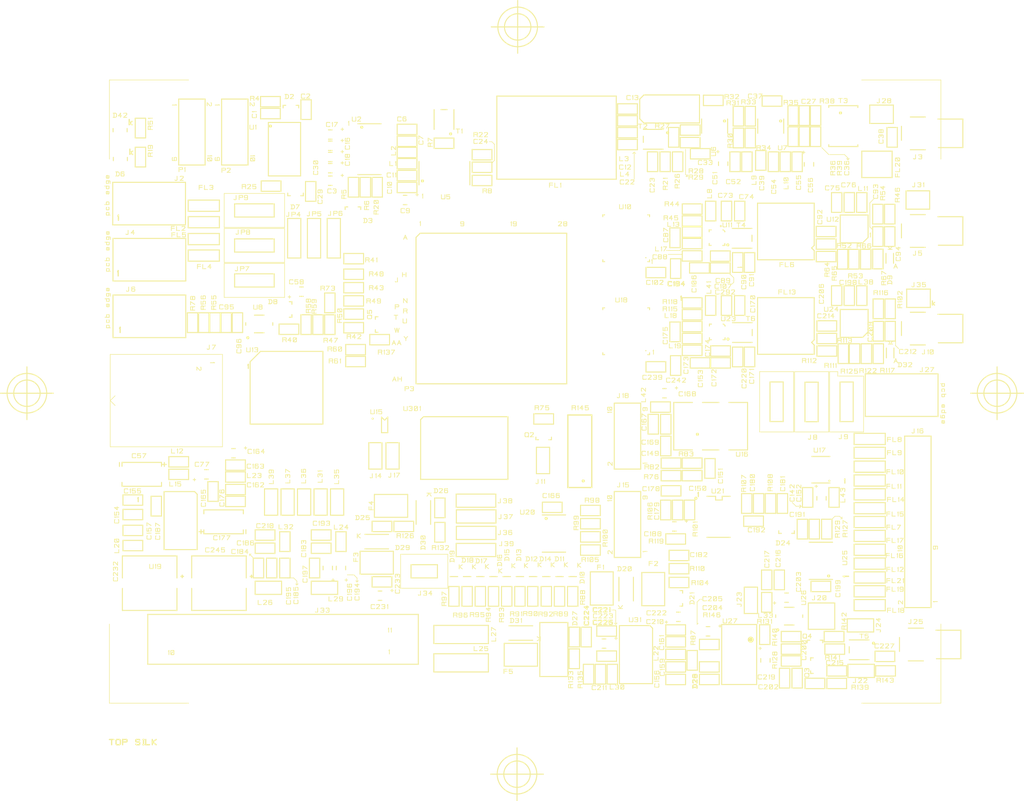
<source format=kicad_pcb>
(kicad_pcb (version 4) (generator gerbview)
  (layers (0 F.Cu signal) (31 B.Cu signal) (34 B.Paste user) (35 F.Paste user) (36 B.SilkS user) (37 F.SilkS user) (38 B.Mask user) (39 F.Mask user) (44 Edge.Cuts user))
  (gr_line (start 155.4546 -73.6158) (end 161.9946 -73.6158) (layer F.SilkS) (width 0.127))
  (gr_line (start 161.9946 -73.6158) (end 161.9946 -85.2358) (layer F.SilkS) (width 0.127))
  (gr_line (start 161.9946 -85.2358) (end 155.4546 -85.2358) (layer F.SilkS) (width 0.127))
  (gr_line (start 155.4546 -85.2358) (end 155.4546 -73.6158) (layer F.SilkS) (width 0.127))
  (gr_line (start 183.59653 -21.3868) (end 183.59653 -36.6268) (layer F.SilkS) (width 0.127))
  (gr_line (start 124.587 -122.2756) (end 124.587 -127.508) (layer F.SilkS) (width 0.127))
  (gr_line (start 124.587 -127.508) (end 124.2822 -127.2032) (layer F.SilkS) (width 0.127))
  (gr_line (start 148.7236 -73.6158) (end 155.2636 -73.6158) (layer F.SilkS) (width 0.127))
  (gr_line (start 155.2636 -73.6158) (end 155.2636 -85.2358) (layer F.SilkS) (width 0.127))
  (gr_line (start 155.2636 -85.2358) (end 148.7236 -85.2358) (layer F.SilkS) (width 0.127))
  (gr_line (start 148.7236 -85.2358) (end 148.7236 -73.6158) (layer F.SilkS) (width 0.127))
  (gr_line (start 23.5966 -141.38681) (end 38.8366 -141.38681) (layer F.SilkS) (width 0.127))
  (gr_line (start 23.5966 -141.38681) (end 23.5966 -126.14681) (layer F.SilkS) (width 0.127))
  (gr_line (start 23.5966 -21.3868) (end 23.5966 -36.6268) (layer F.SilkS) (width 0.127))
  (gr_line (start 23.5966 -21.3868) (end 38.8366 -21.3868) (layer F.SilkS) (width 0.127))
  (gr_line (start 45.688 -106.2548) (end 57.30799 -106.2548) (layer F.SilkS) (width 0.127))
  (gr_line (start 57.30799 -106.2548) (end 57.30799 -112.7948) (layer F.SilkS) (width 0.127))
  (gr_line (start 57.30799 -112.7948) (end 45.688 -112.7948) (layer F.SilkS) (width 0.127))
  (gr_line (start 45.688 -112.7948) (end 45.688 -106.2548) (layer F.SilkS) (width 0.127))
  (gr_line (start 183.59653 -21.3868) (end 168.35653 -21.3868) (layer F.SilkS) (width 0.127))
  (gr_line (start 183.59653 -141.38681) (end 183.59653 -126.14681) (layer F.SilkS) (width 0.127))
  (gr_line (start 183.59653 -141.38681) (end 168.35653 -141.38681) (layer F.SilkS) (width 0.127))
  (gr_line (start 79.6356 -43.5168) (end 88.7156 -43.5168) (layer F.SilkS) (width 0.127))
  (gr_line (start 88.7156 -43.5168) (end 88.7156 -50.0568) (layer F.SilkS) (width 0.127))
  (gr_line (start 88.7156 -50.0568) (end 79.6356 -50.0568) (layer F.SilkS) (width 0.127))
  (gr_line (start 79.6356 -50.0568) (end 79.6356 -43.5168) (layer F.SilkS) (width 0.127))
  (gr_line (start 175.4886 -89.6366) (end 174.879 -90.2462) (layer F.SilkS) (width 0.127))
  (gr_line (start 174.879 -90.2462) (end 174.879 -91.059) (layer F.SilkS) (width 0.127))
  (gr_line (start 45.688 -99.5238) (end 57.30799 -99.5238) (layer F.SilkS) (width 0.127))
  (gr_line (start 57.30799 -99.5238) (end 57.30799 -106.0638) (layer F.SilkS) (width 0.127))
  (gr_line (start 57.30799 -106.0638) (end 45.688 -106.0638) (layer F.SilkS) (width 0.127))
  (gr_line (start 45.688 -106.0638) (end 45.688 -99.5238) (layer F.SilkS) (width 0.127))
  (gr_line (start 45.688 -113.00079) (end 57.30799 -113.00079) (layer F.SilkS) (width 0.127))
  (gr_line (start 57.30799 -113.00079) (end 57.30799 -119.54078) (layer F.SilkS) (width 0.127))
  (gr_line (start 57.30799 -119.54078) (end 45.688 -119.54078) (layer F.SilkS) (width 0.127))
  (gr_line (start 45.688 -119.54078) (end 45.688 -113.00079) (layer F.SilkS) (width 0.127))
  (gr_line (start 154.9654 -60.071) (end 155.7274 -59.309) (layer F.SilkS) (width 0.127))
  (gr_line (start 155.7274 -59.309) (end 156.718 -59.309) (layer F.SilkS) (width 0.127))
  (gr_line (start 156.718 -59.309) (end 156.464 -59.563) (layer F.SilkS) (width 0.127))
  (gr_line (start 156.464 -59.563) (end 156.464 -59.5376) (layer F.SilkS) (width 0.127))
  (gr_line (start 96.7232 -129.5146) (end 97.1804 -129.5146) (layer F.SilkS) (width 0.127))
  (gr_line (start 97.1804 -129.5146) (end 97.6884 -129.0066) (layer F.SilkS) (width 0.127))
  (gr_line (start 97.6884 -129.0066) (end 97.6884 -125.9078) (layer F.SilkS) (width 0.127))
  (gr_line (start 97.6884 -125.9078) (end 97.2566 -125.476) (layer F.SilkS) (width 0.127))
  (gr_line (start 97.2566 -125.476) (end 97.3328 -125.476) (layer F.SilkS) (width 0.127))
  (gr_line (start 124.587 -127.508) (end 124.8664 -127.2286) (layer F.SilkS) (width 0.127))
  (gr_line (start 134.4676 -128.0668) (end 134.4676 -123.2154) (layer F.SilkS) (width 0.127))
  (gr_line (start 134.4676 -123.2154) (end 134.8232 -122.8598) (layer F.SilkS) (width 0.127))
  (gr_line (start 134.8232 -122.8598) (end 134.8232 -123.1646) (layer F.SilkS) (width 0.127))
  (gr_line (start 134.8232 -122.809) (end 134.5692 -122.809) (layer F.SilkS) (width 0.127))
  (gr_line (start 134.5692 -122.809) (end 134.5692 -122.8344) (layer F.SilkS) (width 0.127))
  (gr_poly (pts (xy 141.2494 -113.1316) (xy 141.22735 -113.13353) (xy 141.20596 -113.13926) (xy 141.1859 -113.14861) (xy 141.16777 -113.16131) (xy 141.15211 -113.17697) (xy 141.13941 -113.1951) (xy 141.13006 -113.21516) (xy 141.12433 -113.23655) (xy 141.1224 -113.2586) (xy 141.12433 -113.28065) (xy 141.13006 -113.30204) (xy 141.13941 -113.3221) (xy 141.15211 -113.34023) (xy 141.16777 -113.35589) (xy 141.1859 -113.36859) (xy 141.20596 -113.37794) (xy 141.22735 -113.38367) (xy 141.2494 -113.3856) (xy 141.27145 -113.38367) (xy 141.29284 -113.37794) (xy 141.3129 -113.36859) (xy 141.33103 -113.35589) (xy 141.34669 -113.34023) (xy 141.35939 -113.3221) (xy 141.36874 -113.30204) (xy 141.37447 -113.28065) (xy 141.3764 -113.2586) (xy 141.37447 -113.23655) (xy 141.36874 -113.21516) (xy 141.35939 -113.1951) (xy 141.34669 -113.17697) (xy 141.33103 -113.16131) (xy 141.3129 -113.14861) (xy 141.29284 -113.13926) (xy 141.27145 -113.13353)) (layer F.SilkS) (width 0))
  (gr_arc (start 141.2494 -113.2586) (end 141.2494 -113.1316) (angle 180) (layer F.SilkS) (width 0.127))
  (gr_arc (start 141.2494 -113.2586) (end 141.2494 -113.3856) (angle 180) (layer F.SilkS) (width 0.127))
  (gr_line (start 130.7846 -108.5596) (end 133.35 -108.5596) (layer F.SilkS) (width 0.127))
  (gr_line (start 133.35 -108.5596) (end 133.6294 -108.839) (layer F.SilkS) (width 0.127))
  (gr_line (start 133.6294 -108.839) (end 133.6294 -108.7882) (layer F.SilkS) (width 0.127))
  (gr_line (start 165.735 -126.0094) (end 165.481 -126.2634) (layer F.SilkS) (width 0.127))
  (gr_line (start 165.481 -126.2634) (end 165.481 -126.238) (layer F.SilkS) (width 0.127))
  (gr_line (start 160.6804 -128.3716) (end 162.0266 -127.0254) (layer F.SilkS) (width 0.127))
  (gr_line (start 162.0266 -127.0254) (end 165.0492 -127.0254) (layer F.SilkS) (width 0.127))
  (gr_line (start 165.0492 -127.0254) (end 165.7096 -126.365) (layer F.SilkS) (width 0.127))
  (gr_line (start 165.7096 -126.365) (end 165.7096 -126.0094) (layer F.SilkS) (width 0.127))
  (gr_line (start 165.7096 -126.0094) (end 165.9636 -126.2634) (layer F.SilkS) (width 0.127))
  (gr_line (start 165.9636 -126.2634) (end 165.9382 -126.2634) (layer F.SilkS) (width 0.127))
  (gr_line (start 170.6372 -118.4402) (end 169.926 -117.729) (layer F.SilkS) (width 0.127))
  (gr_line (start 169.926 -117.729) (end 169.926 -113.1062) (layer F.SilkS) (width 0.127))
  (gr_line (start 169.926 -113.1062) (end 170.4086 -112.6236) (layer F.SilkS) (width 0.127))
  (gr_line (start 170.4086 -112.6236) (end 170.4086 -112.649) (layer F.SilkS) (width 0.127))
  (gr_line (start 131.1148 -107.7976) (end 133.6802 -107.7976) (layer F.SilkS) (width 0.127))
  (gr_line (start 133.6802 -107.7976) (end 133.6802 -107.823) (layer F.SilkS) (width 0.127))
  (gr_line (start 143.4084 -102.108) (end 143.7386 -102.4382) (layer F.SilkS) (width 0.127))
  (gr_line (start 143.7386 -102.4382) (end 143.7386 -103.3018) (layer F.SilkS) (width 0.127))
  (gr_line (start 143.7386 -103.3018) (end 143.0274 -104.013) (layer F.SilkS) (width 0.127))
  (gr_line (start 143.0274 -104.013) (end 143.0274 -103.9622) (layer F.SilkS) (width 0.127))
  (gr_line (start 156.718 -59.2836) (end 156.4132 -58.9788) (layer F.SilkS) (width 0.127))
  (gr_line (start 156.4132 -58.9788) (end 156.4132 -59.1058) (layer F.SilkS) (width 0.127))
  (gr_line (start 164.592 -56.896) (end 164.1094 -57.3786) (layer F.SilkS) (width 0.127))
  (gr_line (start 164.1094 -57.3786) (end 163.195 -57.3786) (layer F.SilkS) (width 0.127))
  (gr_line (start 163.195 -57.3786) (end 162.7124 -56.896) (layer F.SilkS) (width 0.127))
  (gr_line (start 164.5666 -56.896) (end 164.5666 -57.2008) (layer F.SilkS) (width 0.127))
  (gr_line (start 164.5666 -57.2008) (end 164.592 -57.2008) (layer F.SilkS) (width 0.127))
  (gr_line (start 164.592 -56.8706) (end 164.3126 -56.8706) (layer F.SilkS) (width 0.127))
  (gr_line (start 71.247 -44.7294) (end 71.4756 -44.958) (layer F.SilkS) (width 0.127))
  (gr_line (start 71.4756 -44.958) (end 71.4502 -44.958) (layer F.SilkS) (width 0.127))
  (gr_line (start 121.031 -36.576) (end 121.2596 -36.8046) (layer F.SilkS) (width 0.127))
  (gr_line (start 121.2596 -36.8046) (end 121.2342 -36.8046) (layer F.SilkS) (width 0.127))
  (gr_line (start 162.1856 -73.6158) (end 168.7256 -73.6158) (layer F.SilkS) (width 0.127))
  (gr_line (start 168.7256 -73.6158) (end 168.7256 -84.3788) (layer F.SilkS) (width 0.127))
  (gr_line (start 168.7256 -84.3788) (end 163.7538 -84.3788) (layer F.SilkS) (width 0.127))
  (gr_line (start 163.7538 -84.3788) (end 163.7538 -85.2358) (layer F.SilkS) (width 0.127))
  (gr_line (start 163.7538 -85.2358) (end 162.1856 -85.2358) (layer F.SilkS) (width 0.127))
  (gr_line (start 162.1856 -85.2358) (end 162.1856 -73.6158) (layer F.SilkS) (width 0.127))
  (gr_line (start 120.777 -36.8046) (end 121.031 -36.5506) (layer F.SilkS) (width 0.127))
  (gr_line (start 121.031 -36.5506) (end 121.031 -39.1922) (layer F.SilkS) (width 0.127))
  (gr_line (start 121.031 -39.1922) (end 120.8786 -39.3446) (layer F.SilkS) (width 0.127))
  (gr_line (start 120.8786 -39.3446) (end 120.269 -39.3446) (layer F.SilkS) (width 0.127))
  (gr_line (start 59.6646 -44.1452) (end 59.8932 -44.3738) (layer F.SilkS) (width 0.127))
  (gr_line (start 59.8932 -44.3738) (end 59.8678 -44.3738) (layer F.SilkS) (width 0.127))
  (gr_line (start 69.3674 -46.101) (end 70.6374 -46.101) (layer F.SilkS) (width 0.127))
  (gr_line (start 70.6374 -46.101) (end 71.247 -45.4914) (layer F.SilkS) (width 0.127))
  (gr_line (start 71.247 -45.4914) (end 71.247 -44.7294) (layer F.SilkS) (width 0.127))
  (gr_line (start 71.247 -44.7294) (end 71.0184 -44.958) (layer F.SilkS) (width 0.127))
  (gr_line (start 57.785 -45.5168) (end 59.055 -45.5168) (layer F.SilkS) (width 0.127))
  (gr_line (start 59.055 -45.5168) (end 59.6646 -44.9072) (layer F.SilkS) (width 0.127))
  (gr_line (start 59.6646 -44.9072) (end 59.6646 -44.1452) (layer F.SilkS) (width 0.127))
  (gr_line (start 59.6646 -44.1452) (end 59.436 -44.3738) (layer F.SilkS) (width 0.127))
  (gr_line (start 51.308 -49.3522) (end 50.5714 -50.0888) (layer F.SilkS) (width 0.127))
  (gr_line (start 50.5714 -50.0888) (end 50.5714 -49.7586) (layer F.SilkS) (width 0.127))
  (gr_line (start 50.5968 -50.1142) (end 50.8762 -50.1142) (layer F.SilkS) (width 0.127))
  (gr_line (start 136.8966 -36.78682) (end 136.6967 -36.58692) (layer F.SilkS) (width 0.127))
  (gr_line (start 136.6967 -36.58692) (end 136.6967 -40.88689) (layer F.SilkS) (width 0.127))
  (gr_line (start 136.6967 -40.88689) (end 137.19658 -41.38676) (layer F.SilkS) (width 0.127))
  (gr_line (start 137.19658 -41.38676) (end 137.59663 -41.38676) (layer F.SilkS) (width 0.127))
  (gr_line (start 107.2388 -151.6126) (end 97.0788 -151.6126) (layer F.SilkS) (width 0.2032))
  (gr_line (start 102.1588 -146.5326) (end 102.1588 -156.6926) (layer F.SilkS) (width 0.2032))
  (gr_arc (start 102.1588 -151.6126) (end 102.1588 -154.1526) (angle 180) (layer F.SilkS) (width 0.2032))
  (gr_arc (start 102.1588 -151.6126) (end 102.1588 -149.0726) (angle 180) (layer F.SilkS) (width 0.2032))
  (gr_arc (start 102.1588 -151.6126) (end 102.1588 -155.4226) (angle 180) (layer F.SilkS) (width 0.2032))
  (gr_arc (start 102.1588 -151.6126) (end 102.1588 -147.8026) (angle 180) (layer F.SilkS) (width 0.2032))
  (gr_line (start 107.1118 -7.7216) (end 96.9518 -7.7216) (layer F.SilkS) (width 0.2032))
  (gr_line (start 102.0318 -2.6416) (end 102.0318 -12.8016) (layer F.SilkS) (width 0.2032))
  (gr_arc (start 102.0318 -7.7216) (end 102.0318 -10.2616) (angle 180) (layer F.SilkS) (width 0.2032))
  (gr_arc (start 102.0318 -7.7216) (end 102.0318 -5.1816) (angle 180) (layer F.SilkS) (width 0.2032))
  (gr_arc (start 102.0318 -7.7216) (end 102.0318 -11.5316) (angle 180) (layer F.SilkS) (width 0.2032))
  (gr_arc (start 102.0318 -7.7216) (end 102.0318 -3.9116) (angle 180) (layer F.SilkS) (width 0.2032))
  (gr_line (start 12.8016 -81.0768) (end 2.6416 -81.0768) (layer F.SilkS) (width 0.2032))
  (gr_line (start 7.7216 -75.9968) (end 7.7216 -86.1568) (layer F.SilkS) (width 0.2032))
  (gr_arc (start 7.7216 -81.0768) (end 7.7216 -83.6168) (angle 180) (layer F.SilkS) (width 0.2032))
  (gr_arc (start 7.7216 -81.0768) (end 7.7216 -78.5368) (angle 180) (layer F.SilkS) (width 0.2032))
  (gr_arc (start 7.7216 -81.0768) (end 7.7216 -84.8868) (angle 180) (layer F.SilkS) (width 0.2032))
  (gr_arc (start 7.7216 -81.0768) (end 7.7216 -77.2668) (angle 180) (layer F.SilkS) (width 0.2032))
  (gr_line (start 199.4916 -81.0768) (end 189.3316 -81.0768) (layer F.SilkS) (width 0.2032))
  (gr_line (start 194.4116 -75.9968) (end 194.4116 -86.1568) (layer F.SilkS) (width 0.2032))
  (gr_arc (start 194.4116 -81.0768) (end 194.4116 -83.6168) (angle 180) (layer F.SilkS) (width 0.2032))
  (gr_arc (start 194.4116 -81.0768) (end 194.4116 -78.5368) (angle 180) (layer F.SilkS) (width 0.2032))
  (gr_arc (start 194.4116 -81.0768) (end 194.4116 -84.8868) (angle 180) (layer F.SilkS) (width 0.2032))
  (gr_arc (start 194.4116 -81.0768) (end 194.4116 -77.2668) (angle 180) (layer F.SilkS) (width 0.2032))
  (gr_line (start 105.96829 -32.90849) (end 99.56851 -32.90849) (layer F.SilkS) (width 0.2032))
  (gr_line (start 99.56851 -32.90849) (end 99.56851 -28.50871) (layer F.SilkS) (width 0.2032))
  (gr_line (start 99.56851 -28.50871) (end 105.96829 -28.50871) (layer F.SilkS) (width 0.2032))
  (gr_line (start 105.96829 -28.50871) (end 105.96829 -32.90849) (layer F.SilkS) (width 0.2032))
  (gr_line (start 99.5172 -27.11018) (end 99.5172 -27.9146) (layer F.SilkS) (width 0.1524))
  (gr_line (start 99.5172 -27.9146) (end 100.10978 -27.9146) (layer F.SilkS) (width 0.1524))
  (gr_line (start 100.10978 -27.5336) (end 99.5172 -27.5336) (layer F.SilkS) (width 0.1524))
  (gr_line (start 100.5332 -27.19502) (end 100.61778 -27.11018) (layer F.SilkS) (width 0.1524))
  (gr_line (start 100.61778 -27.11018) (end 101.0412 -27.11018) (layer F.SilkS) (width 0.1524))
  (gr_line (start 101.0412 -27.11018) (end 101.12578 -27.19502) (layer F.SilkS) (width 0.1524))
  (gr_line (start 101.12578 -27.19502) (end 101.12578 -27.49118) (layer F.SilkS) (width 0.1524))
  (gr_line (start 101.12578 -27.49118) (end 101.0412 -27.57602) (layer F.SilkS) (width 0.1524))
  (gr_line (start 101.0412 -27.57602) (end 100.61778 -27.57602) (layer F.SilkS) (width 0.1524))
  (gr_line (start 100.61778 -27.57602) (end 100.5332 -27.49118) (layer F.SilkS) (width 0.1524))
  (gr_line (start 100.5332 -27.49118) (end 100.5332 -27.9146) (layer F.SilkS) (width 0.1524))
  (gr_line (start 100.5332 -27.9146) (end 101.12578 -27.9146) (layer F.SilkS) (width 0.1524))
  (gr_line (start 148.14753 -36.54374) (end 141.41653 -36.54374) (layer F.SilkS) (width 0.2032))
  (gr_line (start 141.41653 -36.54374) (end 141.41653 -24.98674) (layer F.SilkS) (width 0.2032))
  (gr_line (start 141.41653 -24.98674) (end 148.14753 -24.98674) (layer F.SilkS) (width 0.2032))
  (gr_line (start 148.14753 -24.98674) (end 148.14753 -36.54374) (layer F.SilkS) (width 0.2032))
  (gr_arc (start 147.00453 -33.62274) (end 147.00453 -33.87674) (angle 180) (layer F.SilkS) (width 0.635))
  (gr_arc (start 147.00453 -33.62274) (end 147.00453 -33.36874) (angle 180) (layer F.SilkS) (width 0.635))
  (gr_line (start 141.70685 -37.6428) (end 141.70685 -36.92322) (layer F.SilkS) (width 0.1524))
  (gr_line (start 141.70685 -36.92322) (end 141.79144 -36.83838) (layer F.SilkS) (width 0.1524))
  (gr_line (start 141.79144 -36.83838) (end 142.29944 -36.83838) (layer F.SilkS) (width 0.1524))
  (gr_line (start 142.29944 -36.83838) (end 142.38427 -36.92322) (layer F.SilkS) (width 0.1524))
  (gr_line (start 142.38427 -36.92322) (end 142.38427 -37.6428) (layer F.SilkS) (width 0.1524))
  (gr_line (start 142.72285 -37.55822) (end 142.80744 -37.6428) (layer F.SilkS) (width 0.1524))
  (gr_line (start 142.80744 -37.6428) (end 143.23085 -37.6428) (layer F.SilkS) (width 0.1524))
  (gr_line (start 143.23085 -37.6428) (end 143.31544 -37.55822) (layer F.SilkS) (width 0.1524))
  (gr_line (start 143.31544 -37.55822) (end 143.31544 -37.3888) (layer F.SilkS) (width 0.1524))
  (gr_line (start 143.31544 -37.3888) (end 143.23085 -37.30422) (layer F.SilkS) (width 0.1524))
  (gr_line (start 143.23085 -37.30422) (end 142.72285 -36.83838) (layer F.SilkS) (width 0.1524))
  (gr_line (start 142.72285 -36.83838) (end 143.31544 -36.83838) (layer F.SilkS) (width 0.1524))
  (gr_line (start 143.7386 -37.6428) (end 144.33144 -37.6428) (layer F.SilkS) (width 0.1524))
  (gr_line (start 144.33144 -37.6428) (end 143.82344 -36.83838) (layer F.SilkS) (width 0.1524))
  (gr_line (start 147.52955 -61.74689) (end 147.52955 -57.9468) (layer F.SilkS) (width 0.2032))
  (gr_line (start 147.52955 -57.9468) (end 149.52955 -57.9468) (layer F.SilkS) (width 0.2032))
  (gr_line (start 149.52955 -57.9468) (end 149.52955 -61.74689) (layer F.SilkS) (width 0.2032))
  (gr_line (start 149.52955 -61.74689) (end 147.52955 -61.74689) (layer F.SilkS) (width 0.2032))
  (gr_line (start 147.63318 -62.95822) (end 147.71802 -62.87338) (layer F.SilkS) (width 0.1524))
  (gr_line (start 147.71802 -62.87338) (end 147.71802 -62.36538) (layer F.SilkS) (width 0.1524))
  (gr_line (start 147.71802 -62.36538) (end 147.63318 -62.2808) (layer F.SilkS) (width 0.1524))
  (gr_line (start 147.63318 -62.2808) (end 146.99818 -62.2808) (layer F.SilkS) (width 0.1524))
  (gr_line (start 146.99818 -62.2808) (end 146.9136 -62.36538) (layer F.SilkS) (width 0.1524))
  (gr_line (start 146.9136 -62.36538) (end 146.9136 -62.87338) (layer F.SilkS) (width 0.1524))
  (gr_line (start 146.9136 -62.87338) (end 146.99818 -62.95822) (layer F.SilkS) (width 0.1524))
  (gr_line (start 147.71802 -63.44488) (end 146.9136 -63.44488) (layer F.SilkS) (width 0.1524))
  (gr_line (start 146.9136 -63.44488) (end 147.08302 -63.3603) (layer F.SilkS) (width 0.1524))
  (gr_line (start 147.63318 -63.8048) (end 147.37918 -63.8048) (layer F.SilkS) (width 0.1524))
  (gr_line (start 147.37918 -63.8048) (end 147.2946 -63.88938) (layer F.SilkS) (width 0.1524))
  (gr_line (start 147.2946 -63.88938) (end 147.2946 -64.3128) (layer F.SilkS) (width 0.1524))
  (gr_line (start 147.2946 -64.3128) (end 147.21002 -64.39738) (layer F.SilkS) (width 0.1524))
  (gr_line (start 147.21002 -64.39738) (end 146.99818 -64.39738) (layer F.SilkS) (width 0.1524))
  (gr_line (start 146.99818 -64.39738) (end 146.9136 -64.3128) (layer F.SilkS) (width 0.1524))
  (gr_line (start 146.9136 -64.3128) (end 146.9136 -63.88938) (layer F.SilkS) (width 0.1524))
  (gr_line (start 146.9136 -63.88938) (end 146.99818 -63.8048) (layer F.SilkS) (width 0.1524))
  (gr_line (start 146.99818 -63.8048) (end 147.21002 -63.8048) (layer F.SilkS) (width 0.1524))
  (gr_line (start 147.21002 -63.8048) (end 147.2946 -63.88938) (layer F.SilkS) (width 0.1524))
  (gr_line (start 147.2946 -63.88938) (end 147.2946 -64.3128) (layer F.SilkS) (width 0.1524))
  (gr_line (start 147.2946 -64.3128) (end 147.37918 -64.39738) (layer F.SilkS) (width 0.1524))
  (gr_line (start 147.37918 -64.39738) (end 147.63318 -64.39738) (layer F.SilkS) (width 0.1524))
  (gr_line (start 147.63318 -64.39738) (end 147.71802 -64.3128) (layer F.SilkS) (width 0.1524))
  (gr_line (start 147.71802 -64.3128) (end 147.71802 -63.88938) (layer F.SilkS) (width 0.1524))
  (gr_line (start 147.71802 -63.88938) (end 147.63318 -63.8048) (layer F.SilkS) (width 0.1524))
  (gr_line (start 147.63318 -65.41338) (end 147.71802 -65.32855) (layer F.SilkS) (width 0.1524))
  (gr_line (start 147.71802 -65.32855) (end 147.71802 -64.90538) (layer F.SilkS) (width 0.1524))
  (gr_line (start 147.71802 -64.90538) (end 147.63318 -64.82055) (layer F.SilkS) (width 0.1524))
  (gr_line (start 147.63318 -64.82055) (end 146.99818 -64.82055) (layer F.SilkS) (width 0.1524))
  (gr_line (start 146.99818 -64.82055) (end 146.9136 -64.90538) (layer F.SilkS) (width 0.1524))
  (gr_line (start 146.9136 -64.90538) (end 146.9136 -65.32855) (layer F.SilkS) (width 0.1524))
  (gr_line (start 146.9136 -65.32855) (end 146.99818 -65.41338) (layer F.SilkS) (width 0.1524))
  (gr_line (start 146.99818 -65.41338) (end 147.63318 -65.41338) (layer F.SilkS) (width 0.1524))
  (gr_line (start 147.63318 -64.82055) (end 146.99818 -65.41338) (layer F.SilkS) (width 0.1524))
  (gr_line (start 167.9796 -86.79688) (end 167.9796 -90.59672) (layer F.SilkS) (width 0.2032))
  (gr_line (start 167.9796 -90.59672) (end 165.9796 -90.59672) (layer F.SilkS) (width 0.2032))
  (gr_line (start 165.9796 -90.59672) (end 165.9796 -86.79688) (layer F.SilkS) (width 0.2032))
  (gr_line (start 165.9796 -86.79688) (end 167.9796 -86.79688) (layer F.SilkS) (width 0.2032))
  (gr_line (start 164.41445 -84.92058) (end 164.41445 -85.725) (layer F.SilkS) (width 0.1524))
  (gr_line (start 164.41445 -85.725) (end 165.00704 -85.725) (layer F.SilkS) (width 0.1524))
  (gr_line (start 165.00704 -85.725) (end 165.09187 -85.64042) (layer F.SilkS) (width 0.1524))
  (gr_line (start 165.09187 -85.64042) (end 165.09187 -85.42858) (layer F.SilkS) (width 0.1524))
  (gr_line (start 165.09187 -85.42858) (end 165.00704 -85.344) (layer F.SilkS) (width 0.1524))
  (gr_line (start 165.00704 -85.344) (end 164.41445 -85.344) (layer F.SilkS) (width 0.1524))
  (gr_line (start 164.92245 -85.344) (end 165.00704 -85.344) (layer F.SilkS) (width 0.1524))
  (gr_line (start 165.00704 -85.344) (end 165.09187 -84.92058) (layer F.SilkS) (width 0.1524))
  (gr_line (start 165.57854 -84.92058) (end 165.57854 -85.725) (layer F.SilkS) (width 0.1524))
  (gr_line (start 165.57854 -85.725) (end 165.49395 -85.55558) (layer F.SilkS) (width 0.1524))
  (gr_line (start 165.93845 -85.64042) (end 166.02304 -85.725) (layer F.SilkS) (width 0.1524))
  (gr_line (start 166.02304 -85.725) (end 166.44645 -85.725) (layer F.SilkS) (width 0.1524))
  (gr_line (start 166.44645 -85.725) (end 166.53104 -85.64042) (layer F.SilkS) (width 0.1524))
  (gr_line (start 166.53104 -85.64042) (end 166.53104 -85.471) (layer F.SilkS) (width 0.1524))
  (gr_line (start 166.53104 -85.471) (end 166.44645 -85.38642) (layer F.SilkS) (width 0.1524))
  (gr_line (start 166.44645 -85.38642) (end 165.93845 -84.92058) (layer F.SilkS) (width 0.1524))
  (gr_line (start 165.93845 -84.92058) (end 166.53104 -84.92058) (layer F.SilkS) (width 0.1524))
  (gr_line (start 166.9542 -85.00542) (end 167.03904 -84.92058) (layer F.SilkS) (width 0.1524))
  (gr_line (start 167.03904 -84.92058) (end 167.4622 -84.92058) (layer F.SilkS) (width 0.1524))
  (gr_line (start 167.4622 -84.92058) (end 167.54704 -85.00542) (layer F.SilkS) (width 0.1524))
  (gr_line (start 167.54704 -85.00542) (end 167.54704 -85.30158) (layer F.SilkS) (width 0.1524))
  (gr_line (start 167.54704 -85.30158) (end 167.4622 -85.38642) (layer F.SilkS) (width 0.1524))
  (gr_line (start 167.4622 -85.38642) (end 167.03904 -85.38642) (layer F.SilkS) (width 0.1524))
  (gr_line (start 167.03904 -85.38642) (end 166.9542 -85.30158) (layer F.SilkS) (width 0.1524))
  (gr_line (start 166.9542 -85.30158) (end 166.9542 -85.725) (layer F.SilkS) (width 0.1524))
  (gr_line (start 166.9542 -85.725) (end 167.54704 -85.725) (layer F.SilkS) (width 0.1524))
  (gr_line (start 138.2936 -99.86772) (end 138.2936 -96.06788) (layer F.SilkS) (width 0.2032))
  (gr_line (start 138.2936 -96.06788) (end 140.2936 -96.06788) (layer F.SilkS) (width 0.2032))
  (gr_line (start 140.2936 -96.06788) (end 140.2936 -99.86772) (layer F.SilkS) (width 0.2032))
  (gr_line (start 140.2936 -99.86772) (end 138.2936 -99.86772) (layer F.SilkS) (width 0.2032))
  (gr_line (start 139.33602 -100.92284) (end 139.33602 -100.33025) (layer F.SilkS) (width 0.1524))
  (gr_line (start 139.33602 -100.33025) (end 138.5316 -100.33025) (layer F.SilkS) (width 0.1524))
  (gr_line (start 139.33602 -101.76942) (end 138.5316 -101.76942) (layer F.SilkS) (width 0.1524))
  (gr_line (start 138.5316 -101.76942) (end 139.0396 -101.346) (layer F.SilkS) (width 0.1524))
  (gr_line (start 139.0396 -101.346) (end 139.0396 -101.93884) (layer F.SilkS) (width 0.1524))
  (gr_line (start 139.33602 -102.51008) (end 138.5316 -102.51008) (layer F.SilkS) (width 0.1524))
  (gr_line (start 138.5316 -102.51008) (end 138.70102 -102.4255) (layer F.SilkS) (width 0.1524))
  (gr_line (start 128.1176 -35.82467) (end 127.6096 -36.33267) (layer F.SilkS) (width 0.2032))
  (gr_line (start 127.6096 -36.33267) (end 121.74271 -36.33267) (layer F.SilkS) (width 0.2032))
  (gr_line (start 121.74271 -36.33267) (end 121.74271 -25.15667) (layer F.SilkS) (width 0.2032))
  (gr_line (start 121.74271 -25.15667) (end 128.1176 -25.15667) (layer F.SilkS) (width 0.2032))
  (gr_line (start 128.1176 -25.15667) (end 128.1176 -35.82467) (layer F.SilkS) (width 0.2032))
  (gr_line (start 123.6472 -37.8714) (end 123.6472 -37.15182) (layer F.SilkS) (width 0.1524))
  (gr_line (start 123.6472 -37.15182) (end 123.73178 -37.06698) (layer F.SilkS) (width 0.1524))
  (gr_line (start 123.73178 -37.06698) (end 124.23978 -37.06698) (layer F.SilkS) (width 0.1524))
  (gr_line (start 124.23978 -37.06698) (end 124.32462 -37.15182) (layer F.SilkS) (width 0.1524))
  (gr_line (start 124.32462 -37.15182) (end 124.32462 -37.8714) (layer F.SilkS) (width 0.1524))
  (gr_line (start 124.6632 -37.78682) (end 124.74778 -37.8714) (layer F.SilkS) (width 0.1524))
  (gr_line (start 124.74778 -37.8714) (end 125.1712 -37.8714) (layer F.SilkS) (width 0.1524))
  (gr_line (start 125.1712 -37.8714) (end 125.25578 -37.78682) (layer F.SilkS) (width 0.1524))
  (gr_line (start 125.25578 -37.78682) (end 125.25578 -37.57498) (layer F.SilkS) (width 0.1524))
  (gr_line (start 125.25578 -37.57498) (end 125.1712 -37.4904) (layer F.SilkS) (width 0.1524))
  (gr_line (start 125.1712 -37.4904) (end 124.9172 -37.4904) (layer F.SilkS) (width 0.1524))
  (gr_line (start 124.9172 -37.4904) (end 125.1712 -37.4904) (layer F.SilkS) (width 0.1524))
  (gr_line (start 125.1712 -37.4904) (end 125.25578 -37.40582) (layer F.SilkS) (width 0.1524))
  (gr_line (start 125.25578 -37.40582) (end 125.25578 -37.19398) (layer F.SilkS) (width 0.1524))
  (gr_line (start 125.25578 -37.19398) (end 125.1712 -37.06698) (layer F.SilkS) (width 0.1524))
  (gr_line (start 125.1712 -37.06698) (end 124.74778 -37.06698) (layer F.SilkS) (width 0.1524))
  (gr_line (start 124.74778 -37.06698) (end 124.6632 -37.15182) (layer F.SilkS) (width 0.1524))
  (gr_line (start 125.82728 -37.06698) (end 125.82728 -37.8714) (layer F.SilkS) (width 0.1524))
  (gr_line (start 125.82728 -37.8714) (end 125.74245 -37.70198) (layer F.SilkS) (width 0.1524))
  (gr_line (start 140.93952 -33.6898) (end 137.13968 -33.6898) (layer F.SilkS) (width 0.2032))
  (gr_line (start 137.13968 -33.6898) (end 137.13968 -31.6898) (layer F.SilkS) (width 0.2032))
  (gr_line (start 137.13968 -31.6898) (end 140.93952 -31.6898) (layer F.SilkS) (width 0.2032))
  (gr_line (start 140.93952 -31.6898) (end 140.93952 -33.6898) (layer F.SilkS) (width 0.2032))
  (gr_line (start 138.51026 -39.46703) (end 138.42568 -39.38245) (layer F.SilkS) (width 0.1524))
  (gr_line (start 138.42568 -39.38245) (end 137.91768 -39.38245) (layer F.SilkS) (width 0.1524))
  (gr_line (start 137.91768 -39.38245) (end 137.83285 -39.46703) (layer F.SilkS) (width 0.1524))
  (gr_line (start 137.83285 -39.46703) (end 137.83285 -40.10203) (layer F.SilkS) (width 0.1524))
  (gr_line (start 137.83285 -40.10203) (end 137.91768 -40.18686) (layer F.SilkS) (width 0.1524))
  (gr_line (start 137.91768 -40.18686) (end 138.42568 -40.18686) (layer F.SilkS) (width 0.1524))
  (gr_line (start 138.42568 -40.18686) (end 138.51026 -40.10203) (layer F.SilkS) (width 0.1524))
  (gr_line (start 138.84885 -40.10203) (end 138.93343 -40.18686) (layer F.SilkS) (width 0.1524))
  (gr_line (start 138.93343 -40.18686) (end 139.35685 -40.18686) (layer F.SilkS) (width 0.1524))
  (gr_line (start 139.35685 -40.18686) (end 139.44143 -40.10203) (layer F.SilkS) (width 0.1524))
  (gr_line (start 139.44143 -40.10203) (end 139.44143 -39.93286) (layer F.SilkS) (width 0.1524))
  (gr_line (start 139.44143 -39.93286) (end 139.35685 -39.84803) (layer F.SilkS) (width 0.1524))
  (gr_line (start 139.35685 -39.84803) (end 138.84885 -39.38245) (layer F.SilkS) (width 0.1524))
  (gr_line (start 138.84885 -39.38245) (end 139.44143 -39.38245) (layer F.SilkS) (width 0.1524))
  (gr_line (start 140.45743 -39.46703) (end 140.37285 -39.38245) (layer F.SilkS) (width 0.1524))
  (gr_line (start 140.37285 -39.38245) (end 139.94943 -39.38245) (layer F.SilkS) (width 0.1524))
  (gr_line (start 139.94943 -39.38245) (end 139.86485 -39.46703) (layer F.SilkS) (width 0.1524))
  (gr_line (start 139.86485 -39.46703) (end 139.86485 -40.10203) (layer F.SilkS) (width 0.1524))
  (gr_line (start 139.86485 -40.10203) (end 139.94943 -40.18686) (layer F.SilkS) (width 0.1524))
  (gr_line (start 139.94943 -40.18686) (end 140.37285 -40.18686) (layer F.SilkS) (width 0.1524))
  (gr_line (start 140.37285 -40.18686) (end 140.45743 -40.10203) (layer F.SilkS) (width 0.1524))
  (gr_line (start 140.45743 -40.10203) (end 140.45743 -39.46703) (layer F.SilkS) (width 0.1524))
  (gr_line (start 139.86485 -39.46703) (end 140.45743 -40.10203) (layer F.SilkS) (width 0.1524))
  (gr_line (start 141.30401 -39.38245) (end 141.30401 -40.18686) (layer F.SilkS) (width 0.1524))
  (gr_line (start 141.30401 -40.18686) (end 140.88059 -39.67886) (layer F.SilkS) (width 0.1524))
  (gr_line (start 140.88059 -39.67886) (end 141.47343 -39.67886) (layer F.SilkS) (width 0.1524))
  (gr_line (start 147.9456 -127.80772) (end 147.9456 -124.00788) (layer F.SilkS) (width 0.2032))
  (gr_line (start 147.9456 -124.00788) (end 149.9456 -124.00788) (layer F.SilkS) (width 0.2032))
  (gr_line (start 149.9456 -124.00788) (end 149.9456 -127.80772) (layer F.SilkS) (width 0.2032))
  (gr_line (start 149.9456 -127.80772) (end 147.9456 -127.80772) (layer F.SilkS) (width 0.2032))
  (gr_line (start 149.43658 -120.89587) (end 149.52142 -120.81104) (layer F.SilkS) (width 0.1524))
  (gr_line (start 149.52142 -120.81104) (end 149.52142 -120.30304) (layer F.SilkS) (width 0.1524))
  (gr_line (start 149.52142 -120.30304) (end 149.43658 -120.21845) (layer F.SilkS) (width 0.1524))
  (gr_line (start 149.43658 -120.21845) (end 148.80158 -120.21845) (layer F.SilkS) (width 0.1524))
  (gr_line (start 148.80158 -120.21845) (end 148.717 -120.30304) (layer F.SilkS) (width 0.1524))
  (gr_line (start 148.717 -120.30304) (end 148.717 -120.81104) (layer F.SilkS) (width 0.1524))
  (gr_line (start 148.717 -120.81104) (end 148.80158 -120.89587) (layer F.SilkS) (width 0.1524))
  (gr_line (start 148.80158 -121.23445) (end 148.717 -121.31904) (layer F.SilkS) (width 0.1524))
  (gr_line (start 148.717 -121.31904) (end 148.717 -121.74245) (layer F.SilkS) (width 0.1524))
  (gr_line (start 148.717 -121.74245) (end 148.80158 -121.82704) (layer F.SilkS) (width 0.1524))
  (gr_line (start 148.80158 -121.82704) (end 149.01342 -121.82704) (layer F.SilkS) (width 0.1524))
  (gr_line (start 149.01342 -121.82704) (end 149.098 -121.74245) (layer F.SilkS) (width 0.1524))
  (gr_line (start 149.098 -121.74245) (end 149.098 -121.48845) (layer F.SilkS) (width 0.1524))
  (gr_line (start 149.098 -121.48845) (end 149.098 -121.74245) (layer F.SilkS) (width 0.1524))
  (gr_line (start 149.098 -121.74245) (end 149.18258 -121.82704) (layer F.SilkS) (width 0.1524))
  (gr_line (start 149.18258 -121.82704) (end 149.39442 -121.82704) (layer F.SilkS) (width 0.1524))
  (gr_line (start 149.39442 -121.82704) (end 149.52142 -121.74245) (layer F.SilkS) (width 0.1524))
  (gr_line (start 149.52142 -121.74245) (end 149.52142 -121.31904) (layer F.SilkS) (width 0.1524))
  (gr_line (start 149.52142 -121.31904) (end 149.43658 -121.23445) (layer F.SilkS) (width 0.1524))
  (gr_line (start 149.05558 -122.84304) (end 149.14042 -122.7582) (layer F.SilkS) (width 0.1524))
  (gr_line (start 149.14042 -122.7582) (end 149.14042 -122.29262) (layer F.SilkS) (width 0.1524))
  (gr_line (start 149.14042 -122.29262) (end 149.05558 -122.2502) (layer F.SilkS) (width 0.1524))
  (gr_line (start 149.05558 -122.2502) (end 148.80158 -122.2502) (layer F.SilkS) (width 0.1524))
  (gr_line (start 148.80158 -122.2502) (end 148.717 -122.33504) (layer F.SilkS) (width 0.1524))
  (gr_line (start 148.717 -122.33504) (end 148.717 -122.7582) (layer F.SilkS) (width 0.1524))
  (gr_line (start 148.717 -122.7582) (end 148.80158 -122.84304) (layer F.SilkS) (width 0.1524))
  (gr_line (start 148.80158 -122.84304) (end 149.43658 -122.84304) (layer F.SilkS) (width 0.1524))
  (gr_line (start 149.43658 -122.84304) (end 149.52142 -122.7582) (layer F.SilkS) (width 0.1524))
  (gr_line (start 149.52142 -122.7582) (end 149.52142 -122.33504) (layer F.SilkS) (width 0.1524))
  (gr_line (start 149.52142 -122.33504) (end 149.43658 -122.2502) (layer F.SilkS) (width 0.1524))
  (gr_line (start 23.75408 -79.6544) (end 24.69388 -78.71435) (layer F.SilkS) (width 0.127))
  (gr_line (start 45.34408 -88.5444) (end 23.75408 -88.5444) (layer F.SilkS) (width 0.127))
  (gr_line (start 23.75408 -88.5444) (end 23.75408 -70.7644) (layer F.SilkS) (width 0.127))
  (gr_line (start 23.75408 -70.7644) (end 45.34408 -70.7644) (layer F.SilkS) (width 0.127))
  (gr_line (start 45.34408 -70.7644) (end 45.34408 -88.5444) (layer F.SilkS) (width 0.127))
  (gr_line (start 23.75408 -79.6544) (end 24.68397 -80.58429) (layer F.SilkS) (width 0.127))
  (gr_line (start 42.39285 -89.62822) (end 42.47744 -89.54338) (layer F.SilkS) (width 0.1524))
  (gr_line (start 42.47744 -89.54338) (end 42.73144 -89.54338) (layer F.SilkS) (width 0.1524))
  (gr_line (start 42.73144 -89.54338) (end 42.81602 -89.62822) (layer F.SilkS) (width 0.1524))
  (gr_line (start 42.81602 -89.62822) (end 42.81602 -90.3478) (layer F.SilkS) (width 0.1524))
  (gr_line (start 43.4086 -90.3478) (end 44.00144 -90.3478) (layer F.SilkS) (width 0.1524))
  (gr_line (start 44.00144 -90.3478) (end 43.49344 -89.54338) (layer F.SilkS) (width 0.1524))
  (gr_line (start 65.5066 -107.1118) (end 65.5066 -114.7318) (layer F.SilkS) (width 0.2032))
  (gr_line (start 65.5066 -114.7318) (end 68.0466 -114.7318) (layer F.SilkS) (width 0.2032))
  (gr_line (start 68.0466 -114.7318) (end 68.0466 -107.1118) (layer F.SilkS) (width 0.2032))
  (gr_line (start 68.0466 -107.1118) (end 65.5066 -107.1118) (layer F.SilkS) (width 0.2032))
  (gr_line (start 65.73545 -115.38382) (end 65.82004 -115.29898) (layer F.SilkS) (width 0.1524))
  (gr_line (start 65.82004 -115.29898) (end 66.07404 -115.29898) (layer F.SilkS) (width 0.1524))
  (gr_line (start 66.07404 -115.29898) (end 66.15887 -115.38382) (layer F.SilkS) (width 0.1524))
  (gr_line (start 66.15887 -115.38382) (end 66.15887 -116.1034) (layer F.SilkS) (width 0.1524))
  (gr_line (start 66.75145 -115.29898) (end 66.75145 -116.1034) (layer F.SilkS) (width 0.1524))
  (gr_line (start 66.75145 -116.1034) (end 67.34404 -116.1034) (layer F.SilkS) (width 0.1524))
  (gr_line (start 67.34404 -116.1034) (end 67.42862 -116.01882) (layer F.SilkS) (width 0.1524))
  (gr_line (start 67.42862 -116.01882) (end 67.42862 -115.80698) (layer F.SilkS) (width 0.1524))
  (gr_line (start 67.42862 -115.80698) (end 67.34404 -115.7224) (layer F.SilkS) (width 0.1524))
  (gr_line (start 67.34404 -115.7224) (end 66.75145 -115.7224) (layer F.SilkS) (width 0.1524))
  (gr_line (start 67.7672 -115.67998) (end 67.85204 -115.76482) (layer F.SilkS) (width 0.1524))
  (gr_line (start 67.85204 -115.76482) (end 68.2752 -115.76482) (layer F.SilkS) (width 0.1524))
  (gr_line (start 68.2752 -115.76482) (end 68.36004 -115.67998) (layer F.SilkS) (width 0.1524))
  (gr_line (start 68.36004 -115.67998) (end 68.36004 -115.38382) (layer F.SilkS) (width 0.1524))
  (gr_line (start 68.36004 -115.38382) (end 68.2752 -115.29898) (layer F.SilkS) (width 0.1524))
  (gr_line (start 68.2752 -115.29898) (end 67.85204 -115.29898) (layer F.SilkS) (width 0.1524))
  (gr_line (start 67.85204 -115.29898) (end 67.7672 -115.38382) (layer F.SilkS) (width 0.1524))
  (gr_line (start 67.7672 -115.38382) (end 67.7672 -116.01882) (layer F.SilkS) (width 0.1524))
  (gr_line (start 67.7672 -116.01882) (end 67.85204 -116.1034) (layer F.SilkS) (width 0.1524))
  (gr_line (start 67.85204 -116.1034) (end 68.2752 -116.1034) (layer F.SilkS) (width 0.1524))
  (gr_line (start 68.2752 -116.1034) (end 68.36004 -116.01882) (layer F.SilkS) (width 0.1524))
  (gr_line (start 50.67656 -75.13168) (end 64.67653 -75.13168) (layer F.SilkS) (width 0.2032))
  (gr_line (start 64.67653 -75.13168) (end 64.67653 -89.1319) (layer F.SilkS) (width 0.2032))
  (gr_line (start 64.67653 -89.1319) (end 52.67655 -89.1319) (layer F.SilkS) (width 0.2032))
  (gr_line (start 52.67655 -89.1319) (end 50.67656 -87.13191) (layer F.SilkS) (width 0.2032))
  (gr_line (start 50.67656 -87.13191) (end 50.67656 -75.13168) (layer F.SilkS) (width 0.2032))
  (gr_line (start 50.32477 -85.84336) (end 50.32477 -86.64778) (layer F.SilkS) (width 0.2286))
  (gr_line (start 50.32477 -86.64778) (end 50.24018 -86.47836) (layer F.SilkS) (width 0.2286))
  (gr_line (start 50.01285 -89.8398) (end 50.01285 -89.12022) (layer F.SilkS) (width 0.1524))
  (gr_line (start 50.01285 -89.12022) (end 50.09744 -89.03538) (layer F.SilkS) (width 0.1524))
  (gr_line (start 50.09744 -89.03538) (end 50.60544 -89.03538) (layer F.SilkS) (width 0.1524))
  (gr_line (start 50.60544 -89.03538) (end 50.69002 -89.12022) (layer F.SilkS) (width 0.1524))
  (gr_line (start 50.69002 -89.12022) (end 50.69002 -89.8398) (layer F.SilkS) (width 0.1524))
  (gr_line (start 51.17694 -89.03538) (end 51.17694 -89.8398) (layer F.SilkS) (width 0.1524))
  (gr_line (start 51.17694 -89.8398) (end 51.0921 -89.67038) (layer F.SilkS) (width 0.1524))
  (gr_line (start 51.5366 -89.75522) (end 51.62144 -89.8398) (layer F.SilkS) (width 0.1524))
  (gr_line (start 51.62144 -89.8398) (end 52.0446 -89.8398) (layer F.SilkS) (width 0.1524))
  (gr_line (start 52.0446 -89.8398) (end 52.12944 -89.75522) (layer F.SilkS) (width 0.1524))
  (gr_line (start 52.12944 -89.75522) (end 52.12944 -89.54338) (layer F.SilkS) (width 0.1524))
  (gr_line (start 52.12944 -89.54338) (end 52.0446 -89.4588) (layer F.SilkS) (width 0.1524))
  (gr_line (start 52.0446 -89.4588) (end 51.7906 -89.4588) (layer F.SilkS) (width 0.1524))
  (gr_line (start 51.7906 -89.4588) (end 52.0446 -89.4588) (layer F.SilkS) (width 0.1524))
  (gr_line (start 52.0446 -89.4588) (end 52.12944 -89.37422) (layer F.SilkS) (width 0.1524))
  (gr_line (start 52.12944 -89.37422) (end 52.12944 -89.16238) (layer F.SilkS) (width 0.1524))
  (gr_line (start 52.12944 -89.16238) (end 52.0446 -89.03538) (layer F.SilkS) (width 0.1524))
  (gr_line (start 52.0446 -89.03538) (end 51.62144 -89.03538) (layer F.SilkS) (width 0.1524))
  (gr_line (start 51.62144 -89.03538) (end 51.5366 -89.12022) (layer F.SilkS) (width 0.1524))
  (gr_poly (pts (xy 114.9825 -64.1858) (xy 114.97946 -64.15109) (xy 114.97044 -64.11743) (xy 114.95572 -64.08585) (xy 114.93573 -64.05731) (xy 114.91109 -64.03267) (xy 114.88255 -64.01268) (xy 114.85097 -63.99796) (xy 114.81731 -63.98894) (xy 114.7826 -63.9859) (xy 114.74789 -63.98894) (xy 114.71423 -63.99796) (xy 114.68265 -64.01268) (xy 114.65411 -64.03267) (xy 114.62947 -64.05731) (xy 114.60948 -64.08585) (xy 114.59476 -64.11743) (xy 114.58574 -64.15109) (xy 114.5827 -64.1858) (xy 114.58574 -64.22051) (xy 114.59476 -64.25417) (xy 114.60948 -64.28575) (xy 114.62947 -64.31429) (xy 114.65411 -64.33893) (xy 114.68265 -64.35892) (xy 114.71423 -64.37364) (xy 114.74789 -64.38266) (xy 114.7826 -64.3857) (xy 114.81731 -64.38266) (xy 114.85097 -64.37364) (xy 114.88255 -64.35892) (xy 114.91109 -64.33893) (xy 114.93573 -64.31429) (xy 114.95572 -64.28575) (xy 114.97044 -64.25417) (xy 114.97946 -64.22051)) (layer F.SilkS) (width 0))
  (gr_arc (start 114.7826 -64.1858) (end 114.9825 -64.1858) (angle 180) (layer F.SilkS) (width 0.2032))
  (gr_arc (start 114.7826 -64.1858) (end 114.5827 -64.1858) (angle 180) (layer F.SilkS) (width 0.2032))
  (gr_line (start 116.4176 -62.9158) (end 116.4176 -76.8858) (layer F.SilkS) (width 0.254))
  (gr_line (start 116.4176 -76.8858) (end 111.81766 -76.8858) (layer F.SilkS) (width 0.254))
  (gr_line (start 111.81766 -76.8858) (end 111.81766 -62.9158) (layer F.SilkS) (width 0.254))
  (gr_line (start 111.81766 -62.9158) (end 116.4176 -62.9158) (layer F.SilkS) (width 0.254))
  (gr_line (start 112.62385 -77.85938) (end 112.62385 -78.6638) (layer F.SilkS) (width 0.1524))
  (gr_line (start 112.62385 -78.6638) (end 113.21644 -78.6638) (layer F.SilkS) (width 0.1524))
  (gr_line (start 113.21644 -78.6638) (end 113.30127 -78.57922) (layer F.SilkS) (width 0.1524))
  (gr_line (start 113.30127 -78.57922) (end 113.30127 -78.36738) (layer F.SilkS) (width 0.1524))
  (gr_line (start 113.30127 -78.36738) (end 113.21644 -78.2828) (layer F.SilkS) (width 0.1524))
  (gr_line (start 113.21644 -78.2828) (end 112.62385 -78.2828) (layer F.SilkS) (width 0.1524))
  (gr_line (start 113.13185 -78.2828) (end 113.21644 -78.2828) (layer F.SilkS) (width 0.1524))
  (gr_line (start 113.21644 -78.2828) (end 113.30127 -77.85938) (layer F.SilkS) (width 0.1524))
  (gr_line (start 113.78794 -77.85938) (end 113.78794 -78.6638) (layer F.SilkS) (width 0.1524))
  (gr_line (start 113.78794 -78.6638) (end 113.70335 -78.49438) (layer F.SilkS) (width 0.1524))
  (gr_line (start 114.57102 -77.85938) (end 114.57102 -78.6638) (layer F.SilkS) (width 0.1524))
  (gr_line (start 114.57102 -78.6638) (end 114.14785 -78.1558) (layer F.SilkS) (width 0.1524))
  (gr_line (start 114.14785 -78.1558) (end 114.74044 -78.1558) (layer F.SilkS) (width 0.1524))
  (gr_line (start 115.1636 -77.94422) (end 115.24844 -77.85938) (layer F.SilkS) (width 0.1524))
  (gr_line (start 115.24844 -77.85938) (end 115.6716 -77.85938) (layer F.SilkS) (width 0.1524))
  (gr_line (start 115.6716 -77.85938) (end 115.75644 -77.94422) (layer F.SilkS) (width 0.1524))
  (gr_line (start 115.75644 -77.94422) (end 115.75644 -78.24038) (layer F.SilkS) (width 0.1524))
  (gr_line (start 115.75644 -78.24038) (end 115.6716 -78.32522) (layer F.SilkS) (width 0.1524))
  (gr_line (start 115.6716 -78.32522) (end 115.24844 -78.32522) (layer F.SilkS) (width 0.1524))
  (gr_line (start 115.24844 -78.32522) (end 115.1636 -78.24038) (layer F.SilkS) (width 0.1524))
  (gr_line (start 115.1636 -78.24038) (end 115.1636 -78.6638) (layer F.SilkS) (width 0.1524))
  (gr_line (start 115.1636 -78.6638) (end 115.75644 -78.6638) (layer F.SilkS) (width 0.1524))
  (gr_line (start 172.90059 -49.34763) (end 166.90061 -49.34763) (layer F.SilkS) (width 0.2032))
  (gr_line (start 166.90061 -49.34763) (end 166.90061 -47.19244) (layer F.SilkS) (width 0.2032))
  (gr_line (start 166.90061 -47.19244) (end 172.90059 -47.19244) (layer F.SilkS) (width 0.2032))
  (gr_line (start 172.90059 -47.19244) (end 172.90059 -49.34763) (layer F.SilkS) (width 0.2032))
  (gr_line (start 173.20285 -46.74438) (end 173.20285 -47.5488) (layer F.SilkS) (width 0.1524))
  (gr_line (start 173.20285 -47.5488) (end 173.79544 -47.5488) (layer F.SilkS) (width 0.1524))
  (gr_line (start 173.79544 -47.1678) (end 173.20285 -47.1678) (layer F.SilkS) (width 0.1524))
  (gr_line (start 174.81144 -46.74438) (end 174.21885 -46.74438) (layer F.SilkS) (width 0.1524))
  (gr_line (start 174.21885 -46.74438) (end 174.21885 -47.5488) (layer F.SilkS) (width 0.1524))
  (gr_line (start 175.38294 -46.74438) (end 175.38294 -47.5488) (layer F.SilkS) (width 0.1524))
  (gr_line (start 175.38294 -47.5488) (end 175.2981 -47.37938) (layer F.SilkS) (width 0.1524))
  (gr_line (start 175.7426 -47.46422) (end 175.82744 -47.5488) (layer F.SilkS) (width 0.1524))
  (gr_line (start 175.82744 -47.5488) (end 176.2506 -47.5488) (layer F.SilkS) (width 0.1524))
  (gr_line (start 176.2506 -47.5488) (end 176.33544 -47.46422) (layer F.SilkS) (width 0.1524))
  (gr_line (start 176.33544 -47.46422) (end 176.33544 -47.2948) (layer F.SilkS) (width 0.1524))
  (gr_line (start 176.33544 -47.2948) (end 176.2506 -47.21022) (layer F.SilkS) (width 0.1524))
  (gr_line (start 176.2506 -47.21022) (end 175.7426 -46.74438) (layer F.SilkS) (width 0.1524))
  (gr_line (start 175.7426 -46.74438) (end 176.33544 -46.74438) (layer F.SilkS) (width 0.1524))
  (gr_poly (pts (xy 126.82271 -89.27972) (xy 126.82443 -89.27957) (xy 126.8261 -89.27912) (xy 126.82766 -89.27839) (xy 126.82907 -89.2774) (xy 126.83029 -89.27618) (xy 126.83128 -89.27477) (xy 126.83201 -89.27321) (xy 126.83246 -89.27154) (xy 126.83261 -89.26982) (xy 126.83246 -89.2681) (xy 126.83201 -89.26643) (xy 126.83128 -89.26487) (xy 126.83029 -89.26346) (xy 126.82907 -89.26224) (xy 126.82766 -89.26125) (xy 126.8261 -89.26052) (xy 126.82443 -89.26007) (xy 126.82271 -89.25992) (xy 126.82271 -89.25993) (xy 126.82099 -89.26008) (xy 126.81932 -89.26053) (xy 126.81776 -89.26126) (xy 126.81635 -89.26225) (xy 126.81513 -89.26347) (xy 126.81414 -89.26488) (xy 126.81341 -89.26644) (xy 126.81296 -89.26811) (xy 126.81281 -89.26983) (xy 126.81296 -89.27155) (xy 126.81341 -89.27322) (xy 126.81414 -89.27478) (xy 126.81513 -89.27619) (xy 126.81635 -89.27741) (xy 126.81776 -89.2784) (xy 126.81932 -89.27913) (xy 126.82099 -89.27958) (xy 126.82271 -89.27973)) (layer F.SilkS) (width 0))
  (gr_arc (start 126.82271 -89.26982) (end 126.82271 -89.27973) (angle 180) (layer F.SilkS) (width 0.2032))
  (gr_arc (start 126.82271 -89.26983) (end 126.82271 -89.25992) (angle 180) (layer F.SilkS) (width 0.2032))
  (gr_line (start 118.88749 -97.51492) (end 118.53748 -97.51492) (layer F.SilkS) (width 0.2032))
  (gr_line (start 118.53748 -97.51492) (end 118.53748 -97.16491) (layer F.SilkS) (width 0.2032))
  (gr_line (start 118.53748 -88.86469) (end 118.53748 -88.51468) (layer F.SilkS) (width 0.2032))
  (gr_line (start 118.53748 -88.51468) (end 118.88749 -88.51468) (layer F.SilkS) (width 0.2032))
  (gr_line (start 127.53772 -97.16491) (end 127.53772 -97.51492) (layer F.SilkS) (width 0.2032))
  (gr_line (start 127.53772 -97.51492) (end 127.18771 -97.51492) (layer F.SilkS) (width 0.2032))
  (gr_line (start 127.18771 -88.51468) (end 127.53772 -88.51468) (layer F.SilkS) (width 0.2032))
  (gr_line (start 127.53772 -88.51468) (end 127.53772 -88.86469) (layer F.SilkS) (width 0.2032))
  (gr_line (start 121.03125 -99.441) (end 121.03125 -98.72142) (layer F.SilkS) (width 0.1524))
  (gr_line (start 121.03125 -98.72142) (end 121.11584 -98.63658) (layer F.SilkS) (width 0.1524))
  (gr_line (start 121.11584 -98.63658) (end 121.62384 -98.63658) (layer F.SilkS) (width 0.1524))
  (gr_line (start 121.62384 -98.63658) (end 121.70842 -98.72142) (layer F.SilkS) (width 0.1524))
  (gr_line (start 121.70842 -98.72142) (end 121.70842 -99.441) (layer F.SilkS) (width 0.1524))
  (gr_line (start 122.19534 -98.63658) (end 122.19534 -99.441) (layer F.SilkS) (width 0.1524))
  (gr_line (start 122.19534 -99.441) (end 122.1105 -99.27158) (layer F.SilkS) (width 0.1524))
  (gr_line (start 122.555 -98.72142) (end 122.555 -98.97542) (layer F.SilkS) (width 0.1524))
  (gr_line (start 122.555 -98.97542) (end 122.63984 -99.06) (layer F.SilkS) (width 0.1524))
  (gr_line (start 122.63984 -99.06) (end 123.063 -99.06) (layer F.SilkS) (width 0.1524))
  (gr_line (start 123.063 -99.06) (end 123.14784 -99.14458) (layer F.SilkS) (width 0.1524))
  (gr_line (start 123.14784 -99.14458) (end 123.14784 -99.35642) (layer F.SilkS) (width 0.1524))
  (gr_line (start 123.14784 -99.35642) (end 123.063 -99.441) (layer F.SilkS) (width 0.1524))
  (gr_line (start 123.063 -99.441) (end 122.63984 -99.441) (layer F.SilkS) (width 0.1524))
  (gr_line (start 122.63984 -99.441) (end 122.555 -99.35642) (layer F.SilkS) (width 0.1524))
  (gr_line (start 122.555 -99.35642) (end 122.555 -99.14458) (layer F.SilkS) (width 0.1524))
  (gr_line (start 122.555 -99.14458) (end 122.63984 -99.06) (layer F.SilkS) (width 0.1524))
  (gr_line (start 122.63984 -99.06) (end 123.063 -99.06) (layer F.SilkS) (width 0.1524))
  (gr_line (start 123.063 -99.06) (end 123.14784 -98.97542) (layer F.SilkS) (width 0.1524))
  (gr_line (start 123.14784 -98.97542) (end 123.14784 -98.72142) (layer F.SilkS) (width 0.1524))
  (gr_line (start 123.14784 -98.72142) (end 123.063 -98.63658) (layer F.SilkS) (width 0.1524))
  (gr_line (start 123.063 -98.63658) (end 122.63984 -98.63658) (layer F.SilkS) (width 0.1524))
  (gr_line (start 122.63984 -98.63658) (end 122.555 -98.72142) (layer F.SilkS) (width 0.1524))
  (gr_line (start 164.0426 -59.11088) (end 164.0426 -62.91072) (layer F.SilkS) (width 0.2032))
  (gr_line (start 164.0426 -62.91072) (end 162.0426 -62.91072) (layer F.SilkS) (width 0.2032))
  (gr_line (start 162.0426 -62.91072) (end 162.0426 -59.11088) (layer F.SilkS) (width 0.2032))
  (gr_line (start 162.0426 -59.11088) (end 164.0426 -59.11088) (layer F.SilkS) (width 0.2032))
  (gr_line (start 165.11702 -60.71438) (end 165.11702 -60.1218) (layer F.SilkS) (width 0.1524))
  (gr_line (start 165.11702 -60.1218) (end 164.3126 -60.1218) (layer F.SilkS) (width 0.1524))
  (gr_line (start 165.11702 -61.56096) (end 164.3126 -61.56096) (layer F.SilkS) (width 0.1524))
  (gr_line (start 164.3126 -61.56096) (end 164.8206 -61.1378) (layer F.SilkS) (width 0.1524))
  (gr_line (start 164.8206 -61.1378) (end 164.8206 -61.73038) (layer F.SilkS) (width 0.1524))
  (gr_line (start 164.39718 -62.15355) (end 164.3126 -62.23838) (layer F.SilkS) (width 0.1524))
  (gr_line (start 164.3126 -62.23838) (end 164.3126 -62.66155) (layer F.SilkS) (width 0.1524))
  (gr_line (start 164.3126 -62.66155) (end 164.39718 -62.74638) (layer F.SilkS) (width 0.1524))
  (gr_line (start 164.39718 -62.74638) (end 164.60902 -62.74638) (layer F.SilkS) (width 0.1524))
  (gr_line (start 164.60902 -62.74638) (end 164.6936 -62.66155) (layer F.SilkS) (width 0.1524))
  (gr_line (start 164.6936 -62.66155) (end 164.6936 -62.40755) (layer F.SilkS) (width 0.1524))
  (gr_line (start 164.6936 -62.40755) (end 164.6936 -62.66155) (layer F.SilkS) (width 0.1524))
  (gr_line (start 164.6936 -62.66155) (end 164.77818 -62.74638) (layer F.SilkS) (width 0.1524))
  (gr_line (start 164.77818 -62.74638) (end 164.99002 -62.74638) (layer F.SilkS) (width 0.1524))
  (gr_line (start 164.99002 -62.74638) (end 165.11702 -62.66155) (layer F.SilkS) (width 0.1524))
  (gr_line (start 165.11702 -62.66155) (end 165.11702 -62.23838) (layer F.SilkS) (width 0.1524))
  (gr_line (start 165.11702 -62.23838) (end 165.03218 -62.15355) (layer F.SilkS) (width 0.1524))
  (gr_line (start 176.6316 -39.8018) (end 176.6316 -72.8218) (layer F.SilkS) (width 0.2032))
  (gr_line (start 176.6316 -72.8218) (end 181.7116 -72.8218) (layer F.SilkS) (width 0.2032))
  (gr_line (start 181.7116 -72.8218) (end 181.7116 -39.8018) (layer F.SilkS) (width 0.2032))
  (gr_line (start 181.7116 -39.8018) (end 176.6316 -39.8018) (layer F.SilkS) (width 0.2032))
  (gr_line (start 175.51019 -40.50182) (end 175.42561 -40.58641) (layer F.SilkS) (width 0.1524))
  (gr_line (start 175.42561 -40.58641) (end 175.42561 -41.00982) (layer F.SilkS) (width 0.1524))
  (gr_line (start 175.42561 -41.00982) (end 175.51019 -41.09441) (layer F.SilkS) (width 0.1524))
  (gr_line (start 175.51019 -41.09441) (end 175.67961 -41.09441) (layer F.SilkS) (width 0.1524))
  (gr_line (start 175.67961 -41.09441) (end 175.76419 -41.00982) (layer F.SilkS) (width 0.1524))
  (gr_line (start 175.76419 -41.00982) (end 176.23003 -40.50182) (layer F.SilkS) (width 0.1524))
  (gr_line (start 176.23003 -40.50182) (end 176.23003 -41.09441) (layer F.SilkS) (width 0.1524))
  (gr_line (start 176.15002 -50.75987) (end 175.3456 -50.75987) (layer F.SilkS) (width 0.1524))
  (gr_line (start 175.3456 -50.75987) (end 175.51502 -50.67529) (layer F.SilkS) (width 0.1524))
  (gr_line (start 176.06518 -51.71237) (end 176.15002 -51.62779) (layer F.SilkS) (width 0.1524))
  (gr_line (start 176.15002 -51.62779) (end 176.15002 -51.20437) (layer F.SilkS) (width 0.1524))
  (gr_line (start 176.15002 -51.20437) (end 176.06518 -51.11979) (layer F.SilkS) (width 0.1524))
  (gr_line (start 176.06518 -51.11979) (end 175.43018 -51.11979) (layer F.SilkS) (width 0.1524))
  (gr_line (start 175.43018 -51.11979) (end 175.3456 -51.20437) (layer F.SilkS) (width 0.1524))
  (gr_line (start 175.3456 -51.20437) (end 175.3456 -51.62779) (layer F.SilkS) (width 0.1524))
  (gr_line (start 175.3456 -51.62779) (end 175.43018 -51.71237) (layer F.SilkS) (width 0.1524))
  (gr_line (start 175.43018 -51.71237) (end 176.06518 -51.71237) (layer F.SilkS) (width 0.1524))
  (gr_line (start 176.06518 -51.11979) (end 175.43018 -51.71237) (layer F.SilkS) (width 0.1524))
  (gr_line (start 182.48427 -51.64455) (end 182.56885 -51.55971) (layer F.SilkS) (width 0.1524))
  (gr_line (start 182.56885 -51.55971) (end 182.56885 -51.09413) (layer F.SilkS) (width 0.1524))
  (gr_line (start 182.56885 -51.09413) (end 182.48427 -51.05171) (layer F.SilkS) (width 0.1524))
  (gr_line (start 182.48427 -51.05171) (end 182.23027 -51.05171) (layer F.SilkS) (width 0.1524))
  (gr_line (start 182.23027 -51.05171) (end 182.14569 -51.13655) (layer F.SilkS) (width 0.1524))
  (gr_line (start 182.14569 -51.13655) (end 182.14569 -51.55971) (layer F.SilkS) (width 0.1524))
  (gr_line (start 182.14569 -51.55971) (end 182.23027 -51.64455) (layer F.SilkS) (width 0.1524))
  (gr_line (start 182.23027 -51.64455) (end 182.86527 -51.64455) (layer F.SilkS) (width 0.1524))
  (gr_line (start 182.86527 -51.64455) (end 182.94985 -51.55971) (layer F.SilkS) (width 0.1524))
  (gr_line (start 182.94985 -51.55971) (end 182.94985 -51.13655) (layer F.SilkS) (width 0.1524))
  (gr_line (start 182.94985 -51.13655) (end 182.86527 -51.05171) (layer F.SilkS) (width 0.1524))
  (gr_line (start 182.93994 -40.96004) (end 182.13553 -40.96004) (layer F.SilkS) (width 0.1524))
  (gr_line (start 182.13553 -40.96004) (end 182.30494 -40.8752) (layer F.SilkS) (width 0.1524))
  (gr_line (start 178.02885 -73.49922) (end 178.11344 -73.41438) (layer F.SilkS) (width 0.1524))
  (gr_line (start 178.11344 -73.41438) (end 178.36744 -73.41438) (layer F.SilkS) (width 0.1524))
  (gr_line (start 178.36744 -73.41438) (end 178.45202 -73.49922) (layer F.SilkS) (width 0.1524))
  (gr_line (start 178.45202 -73.49922) (end 178.45202 -74.2188) (layer F.SilkS) (width 0.1524))
  (gr_line (start 179.19294 -73.41438) (end 179.19294 -74.2188) (layer F.SilkS) (width 0.1524))
  (gr_line (start 179.19294 -74.2188) (end 179.1081 -74.04938) (layer F.SilkS) (width 0.1524))
  (gr_line (start 179.5526 -73.79538) (end 179.63744 -73.88022) (layer F.SilkS) (width 0.1524))
  (gr_line (start 179.63744 -73.88022) (end 180.0606 -73.88022) (layer F.SilkS) (width 0.1524))
  (gr_line (start 180.0606 -73.88022) (end 180.14544 -73.79538) (layer F.SilkS) (width 0.1524))
  (gr_line (start 180.14544 -73.79538) (end 180.14544 -73.49922) (layer F.SilkS) (width 0.1524))
  (gr_line (start 180.14544 -73.49922) (end 180.0606 -73.41438) (layer F.SilkS) (width 0.1524))
  (gr_line (start 180.0606 -73.41438) (end 179.63744 -73.41438) (layer F.SilkS) (width 0.1524))
  (gr_line (start 179.63744 -73.41438) (end 179.5526 -73.49922) (layer F.SilkS) (width 0.1524))
  (gr_line (start 179.5526 -73.49922) (end 179.5526 -74.13422) (layer F.SilkS) (width 0.1524))
  (gr_line (start 179.5526 -74.13422) (end 179.63744 -74.2188) (layer F.SilkS) (width 0.1524))
  (gr_line (start 179.63744 -74.2188) (end 180.0606 -74.2188) (layer F.SilkS) (width 0.1524))
  (gr_line (start 180.0606 -74.2188) (end 180.14544 -74.13422) (layer F.SilkS) (width 0.1524))
  (gr_line (start 38.751 -109.67796) (end 44.75099 -109.67796) (layer F.SilkS) (width 0.2032))
  (gr_line (start 44.75099 -109.67796) (end 44.75099 -111.83315) (layer F.SilkS) (width 0.2032))
  (gr_line (start 44.75099 -111.83315) (end 38.751 -111.83315) (layer F.SilkS) (width 0.2032))
  (gr_line (start 38.751 -111.83315) (end 38.751 -109.67796) (layer F.SilkS) (width 0.2032))
  (gr_line (start 35.61105 -111.18418) (end 35.61105 -111.9886) (layer F.SilkS) (width 0.1524))
  (gr_line (start 35.61105 -111.9886) (end 36.20364 -111.9886) (layer F.SilkS) (width 0.1524))
  (gr_line (start 36.20364 -111.6076) (end 35.61105 -111.6076) (layer F.SilkS) (width 0.1524))
  (gr_line (start 37.21964 -111.18418) (end 36.62705 -111.18418) (layer F.SilkS) (width 0.1524))
  (gr_line (start 36.62705 -111.18418) (end 36.62705 -111.9886) (layer F.SilkS) (width 0.1524))
  (gr_line (start 37.6428 -111.26902) (end 37.72764 -111.18418) (layer F.SilkS) (width 0.1524))
  (gr_line (start 37.72764 -111.18418) (end 38.1508 -111.18418) (layer F.SilkS) (width 0.1524))
  (gr_line (start 38.1508 -111.18418) (end 38.23564 -111.26902) (layer F.SilkS) (width 0.1524))
  (gr_line (start 38.23564 -111.26902) (end 38.23564 -111.56518) (layer F.SilkS) (width 0.1524))
  (gr_line (start 38.23564 -111.56518) (end 38.1508 -111.65002) (layer F.SilkS) (width 0.1524))
  (gr_line (start 38.1508 -111.65002) (end 37.72764 -111.65002) (layer F.SilkS) (width 0.1524))
  (gr_line (start 37.72764 -111.65002) (end 37.6428 -111.56518) (layer F.SilkS) (width 0.1524))
  (gr_line (start 37.6428 -111.56518) (end 37.6428 -111.9886) (layer F.SilkS) (width 0.1524))
  (gr_line (start 37.6428 -111.9886) (end 38.23564 -111.9886) (layer F.SilkS) (width 0.1524))
  (gr_line (start 45.0756 -96.56572) (end 45.0756 -92.76588) (layer F.SilkS) (width 0.2032))
  (gr_line (start 45.0756 -92.76588) (end 47.0756 -92.76588) (layer F.SilkS) (width 0.2032))
  (gr_line (start 47.0756 -92.76588) (end 47.0756 -96.56572) (layer F.SilkS) (width 0.2032))
  (gr_line (start 47.0756 -96.56572) (end 45.0756 -96.56572) (layer F.SilkS) (width 0.2032))
  (gr_line (start 45.48327 -97.37522) (end 45.39844 -97.29038) (layer F.SilkS) (width 0.1524))
  (gr_line (start 45.39844 -97.29038) (end 44.89044 -97.29038) (layer F.SilkS) (width 0.1524))
  (gr_line (start 44.89044 -97.29038) (end 44.80585 -97.37522) (layer F.SilkS) (width 0.1524))
  (gr_line (start 44.80585 -97.37522) (end 44.80585 -98.01022) (layer F.SilkS) (width 0.1524))
  (gr_line (start 44.80585 -98.01022) (end 44.89044 -98.0948) (layer F.SilkS) (width 0.1524))
  (gr_line (start 44.89044 -98.0948) (end 45.39844 -98.0948) (layer F.SilkS) (width 0.1524))
  (gr_line (start 45.39844 -98.0948) (end 45.48327 -98.01022) (layer F.SilkS) (width 0.1524))
  (gr_line (start 46.41444 -97.75622) (end 46.32985 -97.67138) (layer F.SilkS) (width 0.1524))
  (gr_line (start 46.32985 -97.67138) (end 45.86402 -97.67138) (layer F.SilkS) (width 0.1524))
  (gr_line (start 45.86402 -97.67138) (end 45.82185 -97.75622) (layer F.SilkS) (width 0.1524))
  (gr_line (start 45.82185 -97.75622) (end 45.82185 -98.01022) (layer F.SilkS) (width 0.1524))
  (gr_line (start 45.82185 -98.01022) (end 45.90644 -98.0948) (layer F.SilkS) (width 0.1524))
  (gr_line (start 45.90644 -98.0948) (end 46.32985 -98.0948) (layer F.SilkS) (width 0.1524))
  (gr_line (start 46.32985 -98.0948) (end 46.41444 -98.01022) (layer F.SilkS) (width 0.1524))
  (gr_line (start 46.41444 -98.01022) (end 46.41444 -97.37522) (layer F.SilkS) (width 0.1524))
  (gr_line (start 46.41444 -97.37522) (end 46.32985 -97.29038) (layer F.SilkS) (width 0.1524))
  (gr_line (start 46.32985 -97.29038) (end 45.90644 -97.29038) (layer F.SilkS) (width 0.1524))
  (gr_line (start 45.90644 -97.29038) (end 45.82185 -97.37522) (layer F.SilkS) (width 0.1524))
  (gr_line (start 46.8376 -97.37522) (end 46.92244 -97.29038) (layer F.SilkS) (width 0.1524))
  (gr_line (start 46.92244 -97.29038) (end 47.3456 -97.29038) (layer F.SilkS) (width 0.1524))
  (gr_line (start 47.3456 -97.29038) (end 47.43044 -97.37522) (layer F.SilkS) (width 0.1524))
  (gr_line (start 47.43044 -97.37522) (end 47.43044 -97.67138) (layer F.SilkS) (width 0.1524))
  (gr_line (start 47.43044 -97.67138) (end 47.3456 -97.75622) (layer F.SilkS) (width 0.1524))
  (gr_line (start 47.3456 -97.75622) (end 46.92244 -97.75622) (layer F.SilkS) (width 0.1524))
  (gr_line (start 46.92244 -97.75622) (end 46.8376 -97.67138) (layer F.SilkS) (width 0.1524))
  (gr_line (start 46.8376 -97.67138) (end 46.8376 -98.0948) (layer F.SilkS) (width 0.1524))
  (gr_line (start 46.8376 -98.0948) (end 47.43044 -98.0948) (layer F.SilkS) (width 0.1524))
  (gr_line (start 38.751 -106.50296) (end 44.75099 -106.50296) (layer F.SilkS) (width 0.2032))
  (gr_line (start 44.75099 -106.50296) (end 44.75099 -108.65815) (layer F.SilkS) (width 0.2032))
  (gr_line (start 44.75099 -108.65815) (end 38.751 -108.65815) (layer F.SilkS) (width 0.2032))
  (gr_line (start 38.751 -108.65815) (end 38.751 -106.50296) (layer F.SilkS) (width 0.2032))
  (gr_line (start 40.53865 -105.06278) (end 40.53865 -105.8672) (layer F.SilkS) (width 0.1524))
  (gr_line (start 40.53865 -105.8672) (end 41.13124 -105.8672) (layer F.SilkS) (width 0.1524))
  (gr_line (start 41.13124 -105.4862) (end 40.53865 -105.4862) (layer F.SilkS) (width 0.1524))
  (gr_line (start 42.14724 -105.06278) (end 41.55465 -105.06278) (layer F.SilkS) (width 0.1524))
  (gr_line (start 41.55465 -105.06278) (end 41.55465 -105.8672) (layer F.SilkS) (width 0.1524))
  (gr_line (start 42.99382 -105.06278) (end 42.99382 -105.8672) (layer F.SilkS) (width 0.1524))
  (gr_line (start 42.99382 -105.8672) (end 42.5704 -105.3592) (layer F.SilkS) (width 0.1524))
  (gr_line (start 42.5704 -105.3592) (end 43.16324 -105.3592) (layer F.SilkS) (width 0.1524))
  (gr_line (start 162.6456 -53.01488) (end 162.6456 -56.81472) (layer F.SilkS) (width 0.2032))
  (gr_line (start 162.6456 -56.81472) (end 160.6456 -56.81472) (layer F.SilkS) (width 0.2032))
  (gr_line (start 160.6456 -56.81472) (end 160.6456 -53.01488) (layer F.SilkS) (width 0.2032))
  (gr_line (start 160.6456 -53.01488) (end 162.6456 -53.01488) (layer F.SilkS) (width 0.2032))
  (gr_line (start 165.57422 -53.4416) (end 164.7698 -53.4416) (layer F.SilkS) (width 0.1524))
  (gr_line (start 164.7698 -53.4416) (end 164.7698 -54.03418) (layer F.SilkS) (width 0.1524))
  (gr_line (start 164.7698 -54.03418) (end 164.85438 -54.11902) (layer F.SilkS) (width 0.1524))
  (gr_line (start 164.85438 -54.11902) (end 165.06622 -54.11902) (layer F.SilkS) (width 0.1524))
  (gr_line (start 165.06622 -54.11902) (end 165.1508 -54.03418) (layer F.SilkS) (width 0.1524))
  (gr_line (start 165.1508 -54.03418) (end 165.1508 -53.4416) (layer F.SilkS) (width 0.1524))
  (gr_line (start 165.1508 -53.9496) (end 165.1508 -54.03418) (layer F.SilkS) (width 0.1524))
  (gr_line (start 165.1508 -54.03418) (end 165.57422 -54.11902) (layer F.SilkS) (width 0.1524))
  (gr_line (start 165.57422 -54.60568) (end 164.7698 -54.60568) (layer F.SilkS) (width 0.1524))
  (gr_line (start 164.7698 -54.60568) (end 164.93922 -54.5211) (layer F.SilkS) (width 0.1524))
  (gr_line (start 164.85438 -54.9656) (end 164.7698 -55.05018) (layer F.SilkS) (width 0.1524))
  (gr_line (start 164.7698 -55.05018) (end 164.7698 -55.4736) (layer F.SilkS) (width 0.1524))
  (gr_line (start 164.7698 -55.4736) (end 164.85438 -55.55818) (layer F.SilkS) (width 0.1524))
  (gr_line (start 164.85438 -55.55818) (end 165.0238 -55.55818) (layer F.SilkS) (width 0.1524))
  (gr_line (start 165.0238 -55.55818) (end 165.10838 -55.4736) (layer F.SilkS) (width 0.1524))
  (gr_line (start 165.10838 -55.4736) (end 165.57422 -54.9656) (layer F.SilkS) (width 0.1524))
  (gr_line (start 165.57422 -54.9656) (end 165.57422 -55.55818) (layer F.SilkS) (width 0.1524))
  (gr_line (start 164.7698 -55.98135) (end 164.7698 -56.57418) (layer F.SilkS) (width 0.1524))
  (gr_line (start 164.7698 -56.57418) (end 165.57422 -56.06618) (layer F.SilkS) (width 0.1524))
  (gr_line (start 164.5506 -97.97288) (end 164.5506 -101.77272) (layer F.SilkS) (width 0.2032))
  (gr_line (start 164.5506 -101.77272) (end 162.5506 -101.77272) (layer F.SilkS) (width 0.2032))
  (gr_line (start 162.5506 -101.77272) (end 162.5506 -97.97288) (layer F.SilkS) (width 0.2032))
  (gr_line (start 162.5506 -97.97288) (end 164.5506 -97.97288) (layer F.SilkS) (width 0.2032))
  (gr_line (start 160.91738 -99.05162) (end 161.00222 -98.96678) (layer F.SilkS) (width 0.1524))
  (gr_line (start 161.00222 -98.96678) (end 161.00222 -98.45878) (layer F.SilkS) (width 0.1524))
  (gr_line (start 161.00222 -98.45878) (end 160.91738 -98.3742) (layer F.SilkS) (width 0.1524))
  (gr_line (start 160.91738 -98.3742) (end 160.28238 -98.3742) (layer F.SilkS) (width 0.1524))
  (gr_line (start 160.28238 -98.3742) (end 160.1978 -98.45878) (layer F.SilkS) (width 0.1524))
  (gr_line (start 160.1978 -98.45878) (end 160.1978 -98.96678) (layer F.SilkS) (width 0.1524))
  (gr_line (start 160.1978 -98.96678) (end 160.28238 -99.05162) (layer F.SilkS) (width 0.1524))
  (gr_line (start 160.28238 -99.3902) (end 160.1978 -99.47478) (layer F.SilkS) (width 0.1524))
  (gr_line (start 160.1978 -99.47478) (end 160.1978 -99.8982) (layer F.SilkS) (width 0.1524))
  (gr_line (start 160.1978 -99.8982) (end 160.28238 -99.98278) (layer F.SilkS) (width 0.1524))
  (gr_line (start 160.28238 -99.98278) (end 160.4518 -99.98278) (layer F.SilkS) (width 0.1524))
  (gr_line (start 160.4518 -99.98278) (end 160.53638 -99.8982) (layer F.SilkS) (width 0.1524))
  (gr_line (start 160.53638 -99.8982) (end 161.00222 -99.3902) (layer F.SilkS) (width 0.1524))
  (gr_line (start 161.00222 -99.3902) (end 161.00222 -99.98278) (layer F.SilkS) (width 0.1524))
  (gr_line (start 160.91738 -100.99878) (end 161.00222 -100.91395) (layer F.SilkS) (width 0.1524))
  (gr_line (start 161.00222 -100.91395) (end 161.00222 -100.49078) (layer F.SilkS) (width 0.1524))
  (gr_line (start 161.00222 -100.49078) (end 160.91738 -100.40595) (layer F.SilkS) (width 0.1524))
  (gr_line (start 160.91738 -100.40595) (end 160.28238 -100.40595) (layer F.SilkS) (width 0.1524))
  (gr_line (start 160.28238 -100.40595) (end 160.1978 -100.49078) (layer F.SilkS) (width 0.1524))
  (gr_line (start 160.1978 -100.49078) (end 160.1978 -100.91395) (layer F.SilkS) (width 0.1524))
  (gr_line (start 160.1978 -100.91395) (end 160.28238 -100.99878) (layer F.SilkS) (width 0.1524))
  (gr_line (start 160.28238 -100.99878) (end 160.91738 -100.99878) (layer F.SilkS) (width 0.1524))
  (gr_line (start 160.91738 -100.40595) (end 160.28238 -100.99878) (layer F.SilkS) (width 0.1524))
  (gr_line (start 160.62122 -101.42195) (end 160.53638 -101.50653) (layer F.SilkS) (width 0.1524))
  (gr_line (start 160.53638 -101.50653) (end 160.53638 -101.92995) (layer F.SilkS) (width 0.1524))
  (gr_line (start 160.53638 -101.92995) (end 160.62122 -102.01453) (layer F.SilkS) (width 0.1524))
  (gr_line (start 160.62122 -102.01453) (end 160.91738 -102.01453) (layer F.SilkS) (width 0.1524))
  (gr_line (start 160.91738 -102.01453) (end 161.00222 -101.92995) (layer F.SilkS) (width 0.1524))
  (gr_line (start 161.00222 -101.92995) (end 161.00222 -101.50653) (layer F.SilkS) (width 0.1524))
  (gr_line (start 161.00222 -101.50653) (end 160.91738 -101.42195) (layer F.SilkS) (width 0.1524))
  (gr_line (start 160.91738 -101.42195) (end 160.28238 -101.42195) (layer F.SilkS) (width 0.1524))
  (gr_line (start 160.28238 -101.42195) (end 160.1978 -101.50653) (layer F.SilkS) (width 0.1524))
  (gr_line (start 160.1978 -101.50653) (end 160.1978 -101.92995) (layer F.SilkS) (width 0.1524))
  (gr_line (start 160.1978 -101.92995) (end 160.28238 -102.01453) (layer F.SilkS) (width 0.1524))
  (gr_line (start 65.0146 -100.37572) (end 65.0146 -96.57588) (layer F.SilkS) (width 0.2032))
  (gr_line (start 65.0146 -96.57588) (end 67.0146 -96.57588) (layer F.SilkS) (width 0.2032))
  (gr_line (start 67.0146 -96.57588) (end 67.0146 -100.37572) (layer F.SilkS) (width 0.2032))
  (gr_line (start 67.0146 -100.37572) (end 65.0146 -100.37572) (layer F.SilkS) (width 0.2032))
  (gr_line (start 64.28765 -100.89718) (end 64.28765 -101.7016) (layer F.SilkS) (width 0.1524))
  (gr_line (start 64.28765 -101.7016) (end 64.88024 -101.7016) (layer F.SilkS) (width 0.1524))
  (gr_line (start 64.88024 -101.7016) (end 64.96507 -101.61702) (layer F.SilkS) (width 0.1524))
  (gr_line (start 64.96507 -101.61702) (end 64.96507 -101.40518) (layer F.SilkS) (width 0.1524))
  (gr_line (start 64.96507 -101.40518) (end 64.88024 -101.3206) (layer F.SilkS) (width 0.1524))
  (gr_line (start 64.88024 -101.3206) (end 64.28765 -101.3206) (layer F.SilkS) (width 0.1524))
  (gr_line (start 64.79565 -101.3206) (end 64.88024 -101.3206) (layer F.SilkS) (width 0.1524))
  (gr_line (start 64.88024 -101.3206) (end 64.96507 -100.89718) (layer F.SilkS) (width 0.1524))
  (gr_line (start 65.30365 -101.7016) (end 65.89624 -101.7016) (layer F.SilkS) (width 0.1524))
  (gr_line (start 65.89624 -101.7016) (end 65.38824 -100.89718) (layer F.SilkS) (width 0.1524))
  (gr_line (start 66.3194 -101.61702) (end 66.40424 -101.7016) (layer F.SilkS) (width 0.1524))
  (gr_line (start 66.40424 -101.7016) (end 66.8274 -101.7016) (layer F.SilkS) (width 0.1524))
  (gr_line (start 66.8274 -101.7016) (end 66.91224 -101.61702) (layer F.SilkS) (width 0.1524))
  (gr_line (start 66.91224 -101.61702) (end 66.91224 -101.40518) (layer F.SilkS) (width 0.1524))
  (gr_line (start 66.91224 -101.40518) (end 66.8274 -101.3206) (layer F.SilkS) (width 0.1524))
  (gr_line (start 66.8274 -101.3206) (end 66.5734 -101.3206) (layer F.SilkS) (width 0.1524))
  (gr_line (start 66.5734 -101.3206) (end 66.8274 -101.3206) (layer F.SilkS) (width 0.1524))
  (gr_line (start 66.8274 -101.3206) (end 66.91224 -101.23602) (layer F.SilkS) (width 0.1524))
  (gr_line (start 66.91224 -101.23602) (end 66.91224 -101.02418) (layer F.SilkS) (width 0.1524))
  (gr_line (start 66.91224 -101.02418) (end 66.8274 -100.89718) (layer F.SilkS) (width 0.1524))
  (gr_line (start 66.8274 -100.89718) (end 66.40424 -100.89718) (layer F.SilkS) (width 0.1524))
  (gr_line (start 66.40424 -100.89718) (end 66.3194 -100.98202) (layer F.SilkS) (width 0.1524))
  (gr_line (start 90.36075 -58.62015) (end 97.98075 -58.62015) (layer F.SilkS) (width 0.2032))
  (gr_line (start 97.98075 -58.62015) (end 97.98075 -56.08015) (layer F.SilkS) (width 0.2032))
  (gr_line (start 97.98075 -56.08015) (end 90.36075 -56.08015) (layer F.SilkS) (width 0.2032))
  (gr_line (start 90.36075 -56.08015) (end 90.36075 -58.62015) (layer F.SilkS) (width 0.2032))
  (gr_line (start 98.5266 -56.98922) (end 98.61118 -56.90438) (layer F.SilkS) (width 0.1524))
  (gr_line (start 98.61118 -56.90438) (end 98.86518 -56.90438) (layer F.SilkS) (width 0.1524))
  (gr_line (start 98.86518 -56.90438) (end 98.95002 -56.98922) (layer F.SilkS) (width 0.1524))
  (gr_line (start 98.95002 -56.98922) (end 98.95002 -57.7088) (layer F.SilkS) (width 0.1524))
  (gr_line (start 99.5426 -57.62422) (end 99.62718 -57.7088) (layer F.SilkS) (width 0.1524))
  (gr_line (start 99.62718 -57.7088) (end 100.0506 -57.7088) (layer F.SilkS) (width 0.1524))
  (gr_line (start 100.0506 -57.7088) (end 100.13518 -57.62422) (layer F.SilkS) (width 0.1524))
  (gr_line (start 100.13518 -57.62422) (end 100.13518 -57.41238) (layer F.SilkS) (width 0.1524))
  (gr_line (start 100.13518 -57.41238) (end 100.0506 -57.3278) (layer F.SilkS) (width 0.1524))
  (gr_line (start 100.0506 -57.3278) (end 99.7966 -57.3278) (layer F.SilkS) (width 0.1524))
  (gr_line (start 99.7966 -57.3278) (end 100.0506 -57.3278) (layer F.SilkS) (width 0.1524))
  (gr_line (start 100.0506 -57.3278) (end 100.13518 -57.24322) (layer F.SilkS) (width 0.1524))
  (gr_line (start 100.13518 -57.24322) (end 100.13518 -57.03138) (layer F.SilkS) (width 0.1524))
  (gr_line (start 100.13518 -57.03138) (end 100.0506 -56.90438) (layer F.SilkS) (width 0.1524))
  (gr_line (start 100.0506 -56.90438) (end 99.62718 -56.90438) (layer F.SilkS) (width 0.1524))
  (gr_line (start 99.62718 -56.90438) (end 99.5426 -56.98922) (layer F.SilkS) (width 0.1524))
  (gr_line (start 100.55835 -57.7088) (end 101.15118 -57.7088) (layer F.SilkS) (width 0.1524))
  (gr_line (start 101.15118 -57.7088) (end 100.64318 -56.90438) (layer F.SilkS) (width 0.1524))
  (gr_line (start 135.09752 -45.6278) (end 131.29768 -45.6278) (layer F.SilkS) (width 0.2032))
  (gr_line (start 131.29768 -45.6278) (end 131.29768 -43.6278) (layer F.SilkS) (width 0.2032))
  (gr_line (start 131.29768 -43.6278) (end 135.09752 -43.6278) (layer F.SilkS) (width 0.2032))
  (gr_line (start 135.09752 -43.6278) (end 135.09752 -45.6278) (layer F.SilkS) (width 0.2032))
  (gr_line (start 135.68705 -44.17898) (end 135.68705 -44.9834) (layer F.SilkS) (width 0.1524))
  (gr_line (start 135.68705 -44.9834) (end 136.27964 -44.9834) (layer F.SilkS) (width 0.1524))
  (gr_line (start 136.27964 -44.9834) (end 136.36447 -44.89882) (layer F.SilkS) (width 0.1524))
  (gr_line (start 136.36447 -44.89882) (end 136.36447 -44.68698) (layer F.SilkS) (width 0.1524))
  (gr_line (start 136.36447 -44.68698) (end 136.27964 -44.6024) (layer F.SilkS) (width 0.1524))
  (gr_line (start 136.27964 -44.6024) (end 135.68705 -44.6024) (layer F.SilkS) (width 0.1524))
  (gr_line (start 136.19505 -44.6024) (end 136.27964 -44.6024) (layer F.SilkS) (width 0.1524))
  (gr_line (start 136.27964 -44.6024) (end 136.36447 -44.17898) (layer F.SilkS) (width 0.1524))
  (gr_line (start 136.85114 -44.17898) (end 136.85114 -44.9834) (layer F.SilkS) (width 0.1524))
  (gr_line (start 136.85114 -44.9834) (end 136.76655 -44.81398) (layer F.SilkS) (width 0.1524))
  (gr_line (start 137.80364 -44.26382) (end 137.71905 -44.17898) (layer F.SilkS) (width 0.1524))
  (gr_line (start 137.71905 -44.17898) (end 137.29564 -44.17898) (layer F.SilkS) (width 0.1524))
  (gr_line (start 137.29564 -44.17898) (end 137.21105 -44.26382) (layer F.SilkS) (width 0.1524))
  (gr_line (start 137.21105 -44.26382) (end 137.21105 -44.89882) (layer F.SilkS) (width 0.1524))
  (gr_line (start 137.21105 -44.89882) (end 137.29564 -44.9834) (layer F.SilkS) (width 0.1524))
  (gr_line (start 137.29564 -44.9834) (end 137.71905 -44.9834) (layer F.SilkS) (width 0.1524))
  (gr_line (start 137.71905 -44.9834) (end 137.80364 -44.89882) (layer F.SilkS) (width 0.1524))
  (gr_line (start 137.80364 -44.89882) (end 137.80364 -44.26382) (layer F.SilkS) (width 0.1524))
  (gr_line (start 137.21105 -44.26382) (end 137.80364 -44.89882) (layer F.SilkS) (width 0.1524))
  (gr_line (start 138.65022 -44.17898) (end 138.65022 -44.9834) (layer F.SilkS) (width 0.1524))
  (gr_line (start 138.65022 -44.9834) (end 138.2268 -44.4754) (layer F.SilkS) (width 0.1524))
  (gr_line (start 138.2268 -44.4754) (end 138.81964 -44.4754) (layer F.SilkS) (width 0.1524))
  (gr_line (start 51.50053 -92.71178) (end 53.35067 -92.71178) (layer F.SilkS) (width 0.2032))
  (gr_line (start 51.50053 -96.11182) (end 53.35067 -96.11182) (layer F.SilkS) (width 0.2032))
  (gr_line (start 49.82566 -94.66174) (end 49.82566 -94.16186) (layer F.SilkS) (width 0.2032))
  (gr_line (start 55.02554 -94.66174) (end 55.02554 -94.16186) (layer F.SilkS) (width 0.2032))
  (gr_poly (pts (xy 50.22571 -91.56192) (xy 50.191 -91.56496) (xy 50.15734 -91.57398) (xy 50.12576 -91.5887) (xy 50.09722 -91.60869) (xy 50.07258 -91.63333) (xy 50.05259 -91.66187) (xy 50.03787 -91.69345) (xy 50.02885 -91.72711) (xy 50.02581 -91.76182) (xy 50.02885 -91.79653) (xy 50.03787 -91.83019) (xy 50.05259 -91.86177) (xy 50.07258 -91.89031) (xy 50.09722 -91.91495) (xy 50.12576 -91.93494) (xy 50.15734 -91.94966) (xy 50.191 -91.95868) (xy 50.22571 -91.96172) (xy 50.26042 -91.95868) (xy 50.29408 -91.94966) (xy 50.32566 -91.93494) (xy 50.3542 -91.91495) (xy 50.37884 -91.89031) (xy 50.39883 -91.86177) (xy 50.41355 -91.83019) (xy 50.42257 -91.79653) (xy 50.42561 -91.76182) (xy 50.42257 -91.72711) (xy 50.41355 -91.69345) (xy 50.39883 -91.66187) (xy 50.37884 -91.63333) (xy 50.3542 -91.60869) (xy 50.32566 -91.5887) (xy 50.29408 -91.57398) (xy 50.26042 -91.56496)) (layer F.SilkS) (width 0))
  (gr_arc (start 50.22571 -91.76182) (end 50.22571 -91.56192) (angle 180) (layer F.SilkS) (width 0.2032))
  (gr_arc (start 50.22571 -91.76182) (end 50.22571 -91.96172) (angle 180) (layer F.SilkS) (width 0.2032))
  (gr_line (start 51.35905 -98.0694) (end 51.35905 -97.34982) (layer F.SilkS) (width 0.1524))
  (gr_line (start 51.35905 -97.34982) (end 51.44364 -97.26498) (layer F.SilkS) (width 0.1524))
  (gr_line (start 51.44364 -97.26498) (end 51.95164 -97.26498) (layer F.SilkS) (width 0.1524))
  (gr_line (start 51.95164 -97.26498) (end 52.03622 -97.34982) (layer F.SilkS) (width 0.1524))
  (gr_line (start 52.03622 -97.34982) (end 52.03622 -98.0694) (layer F.SilkS) (width 0.1524))
  (gr_line (start 52.3748 -97.34982) (end 52.3748 -97.60382) (layer F.SilkS) (width 0.1524))
  (gr_line (start 52.3748 -97.60382) (end 52.45964 -97.6884) (layer F.SilkS) (width 0.1524))
  (gr_line (start 52.45964 -97.6884) (end 52.8828 -97.6884) (layer F.SilkS) (width 0.1524))
  (gr_line (start 52.8828 -97.6884) (end 52.96764 -97.77298) (layer F.SilkS) (width 0.1524))
  (gr_line (start 52.96764 -97.77298) (end 52.96764 -97.98482) (layer F.SilkS) (width 0.1524))
  (gr_line (start 52.96764 -97.98482) (end 52.8828 -98.0694) (layer F.SilkS) (width 0.1524))
  (gr_line (start 52.8828 -98.0694) (end 52.45964 -98.0694) (layer F.SilkS) (width 0.1524))
  (gr_line (start 52.45964 -98.0694) (end 52.3748 -97.98482) (layer F.SilkS) (width 0.1524))
  (gr_line (start 52.3748 -97.98482) (end 52.3748 -97.77298) (layer F.SilkS) (width 0.1524))
  (gr_line (start 52.3748 -97.77298) (end 52.45964 -97.6884) (layer F.SilkS) (width 0.1524))
  (gr_line (start 52.45964 -97.6884) (end 52.8828 -97.6884) (layer F.SilkS) (width 0.1524))
  (gr_line (start 52.8828 -97.6884) (end 52.96764 -97.60382) (layer F.SilkS) (width 0.1524))
  (gr_line (start 52.96764 -97.60382) (end 52.96764 -97.34982) (layer F.SilkS) (width 0.1524))
  (gr_line (start 52.96764 -97.34982) (end 52.8828 -97.26498) (layer F.SilkS) (width 0.1524))
  (gr_line (start 52.8828 -97.26498) (end 52.45964 -97.26498) (layer F.SilkS) (width 0.1524))
  (gr_line (start 52.45964 -97.26498) (end 52.3748 -97.34982) (layer F.SilkS) (width 0.1524))
  (gr_line (start 80.84261 -117.38788) (end 80.14259 -117.38788) (layer F.SilkS) (width 0.2032))
  (gr_line (start 80.84261 -119.18772) (end 80.14259 -119.18772) (layer F.SilkS) (width 0.2032))
  (gr_line (start 83.05876 -119.30634) (end 82.55076 -119.30634) (layer F.SilkS) (width 0.1524))
  (gr_line (start 82.80476 -119.56034) (end 82.80476 -119.05234) (layer F.SilkS) (width 0.1524))
  (gr_line (start 80.38262 -115.91722) (end 80.29804 -115.83238) (layer F.SilkS) (width 0.1524))
  (gr_line (start 80.29804 -115.83238) (end 79.79004 -115.83238) (layer F.SilkS) (width 0.1524))
  (gr_line (start 79.79004 -115.83238) (end 79.70545 -115.91722) (layer F.SilkS) (width 0.1524))
  (gr_line (start 79.70545 -115.91722) (end 79.70545 -116.55222) (layer F.SilkS) (width 0.1524))
  (gr_line (start 79.70545 -116.55222) (end 79.79004 -116.6368) (layer F.SilkS) (width 0.1524))
  (gr_line (start 79.79004 -116.6368) (end 80.29804 -116.6368) (layer F.SilkS) (width 0.1524))
  (gr_line (start 80.29804 -116.6368) (end 80.38262 -116.55222) (layer F.SilkS) (width 0.1524))
  (gr_line (start 81.31404 -116.29822) (end 81.2292 -116.21338) (layer F.SilkS) (width 0.1524))
  (gr_line (start 81.2292 -116.21338) (end 80.76362 -116.21338) (layer F.SilkS) (width 0.1524))
  (gr_line (start 80.76362 -116.21338) (end 80.7212 -116.29822) (layer F.SilkS) (width 0.1524))
  (gr_line (start 80.7212 -116.29822) (end 80.7212 -116.55222) (layer F.SilkS) (width 0.1524))
  (gr_line (start 80.7212 -116.55222) (end 80.80604 -116.6368) (layer F.SilkS) (width 0.1524))
  (gr_line (start 80.80604 -116.6368) (end 81.2292 -116.6368) (layer F.SilkS) (width 0.1524))
  (gr_line (start 81.2292 -116.6368) (end 81.31404 -116.55222) (layer F.SilkS) (width 0.1524))
  (gr_line (start 81.31404 -116.55222) (end 81.31404 -115.91722) (layer F.SilkS) (width 0.1524))
  (gr_line (start 81.31404 -115.91722) (end 81.2292 -115.83238) (layer F.SilkS) (width 0.1524))
  (gr_line (start 81.2292 -115.83238) (end 80.80604 -115.83238) (layer F.SilkS) (width 0.1524))
  (gr_line (start 80.80604 -115.83238) (end 80.7212 -115.91722) (layer F.SilkS) (width 0.1524))
  (gr_line (start 72.49668 -97.31375) (end 68.69659 -97.31375) (layer F.SilkS) (width 0.2032))
  (gr_line (start 68.69659 -97.31375) (end 68.69659 -95.31375) (layer F.SilkS) (width 0.2032))
  (gr_line (start 68.69659 -95.31375) (end 72.49668 -95.31375) (layer F.SilkS) (width 0.2032))
  (gr_line (start 72.49668 -95.31375) (end 72.49668 -97.31375) (layer F.SilkS) (width 0.2032))
  (gr_line (start 68.31762 -94.69145) (end 67.5132 -94.69145) (layer F.SilkS) (width 0.1524))
  (gr_line (start 67.5132 -94.69145) (end 67.5132 -95.28404) (layer F.SilkS) (width 0.1524))
  (gr_line (start 67.5132 -95.28404) (end 67.59778 -95.36887) (layer F.SilkS) (width 0.1524))
  (gr_line (start 67.59778 -95.36887) (end 67.80962 -95.36887) (layer F.SilkS) (width 0.1524))
  (gr_line (start 67.80962 -95.36887) (end 67.8942 -95.28404) (layer F.SilkS) (width 0.1524))
  (gr_line (start 67.8942 -95.28404) (end 67.8942 -94.69145) (layer F.SilkS) (width 0.1524))
  (gr_line (start 67.8942 -95.19945) (end 67.8942 -95.28404) (layer F.SilkS) (width 0.1524))
  (gr_line (start 67.8942 -95.28404) (end 68.31762 -95.36887) (layer F.SilkS) (width 0.1524))
  (gr_line (start 68.23278 -95.70745) (end 68.31762 -95.79204) (layer F.SilkS) (width 0.1524))
  (gr_line (start 68.31762 -95.79204) (end 68.31762 -96.21545) (layer F.SilkS) (width 0.1524))
  (gr_line (start 68.31762 -96.21545) (end 68.23278 -96.30004) (layer F.SilkS) (width 0.1524))
  (gr_line (start 68.23278 -96.30004) (end 67.93662 -96.30004) (layer F.SilkS) (width 0.1524))
  (gr_line (start 67.93662 -96.30004) (end 67.85178 -96.21545) (layer F.SilkS) (width 0.1524))
  (gr_line (start 67.85178 -96.21545) (end 67.85178 -95.79204) (layer F.SilkS) (width 0.1524))
  (gr_line (start 67.85178 -95.79204) (end 67.93662 -95.70745) (layer F.SilkS) (width 0.1524))
  (gr_line (start 67.93662 -95.70745) (end 67.5132 -95.70745) (layer F.SilkS) (width 0.1524))
  (gr_line (start 67.5132 -95.70745) (end 67.5132 -96.30004) (layer F.SilkS) (width 0.1524))
  (gr_line (start 68.23278 -97.31604) (end 68.31762 -97.2312) (layer F.SilkS) (width 0.1524))
  (gr_line (start 68.31762 -97.2312) (end 68.31762 -96.80804) (layer F.SilkS) (width 0.1524))
  (gr_line (start 68.31762 -96.80804) (end 68.23278 -96.7232) (layer F.SilkS) (width 0.1524))
  (gr_line (start 68.23278 -96.7232) (end 67.59778 -96.7232) (layer F.SilkS) (width 0.1524))
  (gr_line (start 67.59778 -96.7232) (end 67.5132 -96.80804) (layer F.SilkS) (width 0.1524))
  (gr_line (start 67.5132 -96.80804) (end 67.5132 -97.2312) (layer F.SilkS) (width 0.1524))
  (gr_line (start 67.5132 -97.2312) (end 67.59778 -97.31604) (layer F.SilkS) (width 0.1524))
  (gr_line (start 67.59778 -97.31604) (end 68.23278 -97.31604) (layer F.SilkS) (width 0.1524))
  (gr_line (start 68.23278 -96.7232) (end 67.59778 -97.31604) (layer F.SilkS) (width 0.1524))
  (gr_line (start 152.3586 -123.75388) (end 152.3586 -127.55372) (layer F.SilkS) (width 0.2032))
  (gr_line (start 152.3586 -127.55372) (end 150.3586 -127.55372) (layer F.SilkS) (width 0.2032))
  (gr_line (start 150.3586 -127.55372) (end 150.3586 -123.75388) (layer F.SilkS) (width 0.2032))
  (gr_line (start 150.3586 -123.75388) (end 152.3586 -123.75388) (layer F.SilkS) (width 0.2032))
  (gr_line (start 151.74798 -120.20982) (end 151.83282 -120.12498) (layer F.SilkS) (width 0.1524))
  (gr_line (start 151.83282 -120.12498) (end 151.83282 -119.61698) (layer F.SilkS) (width 0.1524))
  (gr_line (start 151.83282 -119.61698) (end 151.74798 -119.5324) (layer F.SilkS) (width 0.1524))
  (gr_line (start 151.74798 -119.5324) (end 151.11298 -119.5324) (layer F.SilkS) (width 0.1524))
  (gr_line (start 151.11298 -119.5324) (end 151.0284 -119.61698) (layer F.SilkS) (width 0.1524))
  (gr_line (start 151.0284 -119.61698) (end 151.0284 -120.12498) (layer F.SilkS) (width 0.1524))
  (gr_line (start 151.0284 -120.12498) (end 151.11298 -120.20982) (layer F.SilkS) (width 0.1524))
  (gr_line (start 151.74798 -120.5484) (end 151.83282 -120.63298) (layer F.SilkS) (width 0.1524))
  (gr_line (start 151.83282 -120.63298) (end 151.83282 -121.0564) (layer F.SilkS) (width 0.1524))
  (gr_line (start 151.83282 -121.0564) (end 151.74798 -121.14098) (layer F.SilkS) (width 0.1524))
  (gr_line (start 151.74798 -121.14098) (end 151.45182 -121.14098) (layer F.SilkS) (width 0.1524))
  (gr_line (start 151.45182 -121.14098) (end 151.36698 -121.0564) (layer F.SilkS) (width 0.1524))
  (gr_line (start 151.36698 -121.0564) (end 151.36698 -120.63298) (layer F.SilkS) (width 0.1524))
  (gr_line (start 151.36698 -120.63298) (end 151.45182 -120.5484) (layer F.SilkS) (width 0.1524))
  (gr_line (start 151.45182 -120.5484) (end 151.0284 -120.5484) (layer F.SilkS) (width 0.1524))
  (gr_line (start 151.0284 -120.5484) (end 151.0284 -121.14098) (layer F.SilkS) (width 0.1524))
  (gr_line (start 151.83282 -121.98756) (end 151.0284 -121.98756) (layer F.SilkS) (width 0.1524))
  (gr_line (start 151.0284 -121.98756) (end 151.5364 -121.56415) (layer F.SilkS) (width 0.1524))
  (gr_line (start 151.5364 -121.56415) (end 151.5364 -122.15698) (layer F.SilkS) (width 0.1524))
  (gr_line (start 147.24355 -57.9468) (end 147.24355 -61.74689) (layer F.SilkS) (width 0.2032))
  (gr_line (start 147.24355 -61.74689) (end 145.24355 -61.74689) (layer F.SilkS) (width 0.2032))
  (gr_line (start 145.24355 -61.74689) (end 145.24355 -57.9468) (layer F.SilkS) (width 0.2032))
  (gr_line (start 145.24355 -57.9468) (end 147.24355 -57.9468) (layer F.SilkS) (width 0.2032))
  (gr_line (start 146.06702 -62.1538) (end 145.2626 -62.1538) (layer F.SilkS) (width 0.1524))
  (gr_line (start 145.2626 -62.1538) (end 145.2626 -62.74638) (layer F.SilkS) (width 0.1524))
  (gr_line (start 145.2626 -62.74638) (end 145.34718 -62.83122) (layer F.SilkS) (width 0.1524))
  (gr_line (start 145.34718 -62.83122) (end 145.55902 -62.83122) (layer F.SilkS) (width 0.1524))
  (gr_line (start 145.55902 -62.83122) (end 145.6436 -62.74638) (layer F.SilkS) (width 0.1524))
  (gr_line (start 145.6436 -62.74638) (end 145.6436 -62.1538) (layer F.SilkS) (width 0.1524))
  (gr_line (start 145.6436 -62.6618) (end 145.6436 -62.74638) (layer F.SilkS) (width 0.1524))
  (gr_line (start 145.6436 -62.74638) (end 146.06702 -62.83122) (layer F.SilkS) (width 0.1524))
  (gr_line (start 146.06702 -63.31788) (end 145.2626 -63.31788) (layer F.SilkS) (width 0.1524))
  (gr_line (start 145.2626 -63.31788) (end 145.43202 -63.2333) (layer F.SilkS) (width 0.1524))
  (gr_line (start 145.98218 -64.27038) (end 146.06702 -64.1858) (layer F.SilkS) (width 0.1524))
  (gr_line (start 146.06702 -64.1858) (end 146.06702 -63.76238) (layer F.SilkS) (width 0.1524))
  (gr_line (start 146.06702 -63.76238) (end 145.98218 -63.6778) (layer F.SilkS) (width 0.1524))
  (gr_line (start 145.98218 -63.6778) (end 145.34718 -63.6778) (layer F.SilkS) (width 0.1524))
  (gr_line (start 145.34718 -63.6778) (end 145.2626 -63.76238) (layer F.SilkS) (width 0.1524))
  (gr_line (start 145.2626 -63.76238) (end 145.2626 -64.1858) (layer F.SilkS) (width 0.1524))
  (gr_line (start 145.2626 -64.1858) (end 145.34718 -64.27038) (layer F.SilkS) (width 0.1524))
  (gr_line (start 145.34718 -64.27038) (end 145.98218 -64.27038) (layer F.SilkS) (width 0.1524))
  (gr_line (start 145.98218 -63.6778) (end 145.34718 -64.27038) (layer F.SilkS) (width 0.1524))
  (gr_line (start 145.2626 -64.69355) (end 145.2626 -65.28638) (layer F.SilkS) (width 0.1524))
  (gr_line (start 145.2626 -65.28638) (end 146.06702 -64.77838) (layer F.SilkS) (width 0.1524))
  (gr_line (start 72.49668 -102.39375) (end 68.69659 -102.39375) (layer F.SilkS) (width 0.2032))
  (gr_line (start 68.69659 -102.39375) (end 68.69659 -100.39375) (layer F.SilkS) (width 0.2032))
  (gr_line (start 68.69659 -100.39375) (end 72.49668 -100.39375) (layer F.SilkS) (width 0.2032))
  (gr_line (start 72.49668 -100.39375) (end 72.49668 -102.39375) (layer F.SilkS) (width 0.2032))
  (gr_line (start 73.63485 -100.97338) (end 73.63485 -101.7778) (layer F.SilkS) (width 0.1524))
  (gr_line (start 73.63485 -101.7778) (end 74.22744 -101.7778) (layer F.SilkS) (width 0.1524))
  (gr_line (start 74.22744 -101.7778) (end 74.31227 -101.69322) (layer F.SilkS) (width 0.1524))
  (gr_line (start 74.31227 -101.69322) (end 74.31227 -101.48138) (layer F.SilkS) (width 0.1524))
  (gr_line (start 74.31227 -101.48138) (end 74.22744 -101.3968) (layer F.SilkS) (width 0.1524))
  (gr_line (start 74.22744 -101.3968) (end 73.63485 -101.3968) (layer F.SilkS) (width 0.1524))
  (gr_line (start 74.14285 -101.3968) (end 74.22744 -101.3968) (layer F.SilkS) (width 0.1524))
  (gr_line (start 74.22744 -101.3968) (end 74.31227 -100.97338) (layer F.SilkS) (width 0.1524))
  (gr_line (start 75.07402 -100.97338) (end 75.07402 -101.7778) (layer F.SilkS) (width 0.1524))
  (gr_line (start 75.07402 -101.7778) (end 74.65085 -101.2698) (layer F.SilkS) (width 0.1524))
  (gr_line (start 74.65085 -101.2698) (end 75.24344 -101.2698) (layer F.SilkS) (width 0.1524))
  (gr_line (start 75.6666 -101.69322) (end 75.75144 -101.7778) (layer F.SilkS) (width 0.1524))
  (gr_line (start 75.75144 -101.7778) (end 76.1746 -101.7778) (layer F.SilkS) (width 0.1524))
  (gr_line (start 76.1746 -101.7778) (end 76.25944 -101.69322) (layer F.SilkS) (width 0.1524))
  (gr_line (start 76.25944 -101.69322) (end 76.25944 -101.48138) (layer F.SilkS) (width 0.1524))
  (gr_line (start 76.25944 -101.48138) (end 76.1746 -101.3968) (layer F.SilkS) (width 0.1524))
  (gr_line (start 76.1746 -101.3968) (end 75.9206 -101.3968) (layer F.SilkS) (width 0.1524))
  (gr_line (start 75.9206 -101.3968) (end 76.1746 -101.3968) (layer F.SilkS) (width 0.1524))
  (gr_line (start 76.1746 -101.3968) (end 76.25944 -101.31222) (layer F.SilkS) (width 0.1524))
  (gr_line (start 76.25944 -101.31222) (end 76.25944 -101.10038) (layer F.SilkS) (width 0.1524))
  (gr_line (start 76.25944 -101.10038) (end 76.1746 -100.97338) (layer F.SilkS) (width 0.1524))
  (gr_line (start 76.1746 -100.97338) (end 75.75144 -100.97338) (layer F.SilkS) (width 0.1524))
  (gr_line (start 75.75144 -100.97338) (end 75.6666 -101.05822) (layer F.SilkS) (width 0.1524))
  (gr_line (start 158.3276 -128.57988) (end 158.3276 -132.37972) (layer F.SilkS) (width 0.2032))
  (gr_line (start 158.3276 -132.37972) (end 156.3276 -132.37972) (layer F.SilkS) (width 0.2032))
  (gr_line (start 156.3276 -132.37972) (end 156.3276 -128.57988) (layer F.SilkS) (width 0.2032))
  (gr_line (start 156.3276 -128.57988) (end 158.3276 -128.57988) (layer F.SilkS) (width 0.2032))
  (gr_line (start 165.79418 -123.79122) (end 165.87902 -123.70638) (layer F.SilkS) (width 0.1524))
  (gr_line (start 165.87902 -123.70638) (end 165.87902 -123.19838) (layer F.SilkS) (width 0.1524))
  (gr_line (start 165.87902 -123.19838) (end 165.79418 -123.1138) (layer F.SilkS) (width 0.1524))
  (gr_line (start 165.79418 -123.1138) (end 165.15918 -123.1138) (layer F.SilkS) (width 0.1524))
  (gr_line (start 165.15918 -123.1138) (end 165.0746 -123.19838) (layer F.SilkS) (width 0.1524))
  (gr_line (start 165.0746 -123.19838) (end 165.0746 -123.70638) (layer F.SilkS) (width 0.1524))
  (gr_line (start 165.0746 -123.70638) (end 165.15918 -123.79122) (layer F.SilkS) (width 0.1524))
  (gr_line (start 165.15918 -124.1298) (end 165.0746 -124.21438) (layer F.SilkS) (width 0.1524))
  (gr_line (start 165.0746 -124.21438) (end 165.0746 -124.6378) (layer F.SilkS) (width 0.1524))
  (gr_line (start 165.0746 -124.6378) (end 165.15918 -124.72238) (layer F.SilkS) (width 0.1524))
  (gr_line (start 165.15918 -124.72238) (end 165.37102 -124.72238) (layer F.SilkS) (width 0.1524))
  (gr_line (start 165.37102 -124.72238) (end 165.4556 -124.6378) (layer F.SilkS) (width 0.1524))
  (gr_line (start 165.4556 -124.6378) (end 165.4556 -124.3838) (layer F.SilkS) (width 0.1524))
  (gr_line (start 165.4556 -124.3838) (end 165.4556 -124.6378) (layer F.SilkS) (width 0.1524))
  (gr_line (start 165.4556 -124.6378) (end 165.54018 -124.72238) (layer F.SilkS) (width 0.1524))
  (gr_line (start 165.54018 -124.72238) (end 165.75202 -124.72238) (layer F.SilkS) (width 0.1524))
  (gr_line (start 165.75202 -124.72238) (end 165.87902 -124.6378) (layer F.SilkS) (width 0.1524))
  (gr_line (start 165.87902 -124.6378) (end 165.87902 -124.21438) (layer F.SilkS) (width 0.1524))
  (gr_line (start 165.87902 -124.21438) (end 165.79418 -124.1298) (layer F.SilkS) (width 0.1524))
  (gr_line (start 165.49802 -125.14555) (end 165.41318 -125.23038) (layer F.SilkS) (width 0.1524))
  (gr_line (start 165.41318 -125.23038) (end 165.41318 -125.65355) (layer F.SilkS) (width 0.1524))
  (gr_line (start 165.41318 -125.65355) (end 165.49802 -125.73838) (layer F.SilkS) (width 0.1524))
  (gr_line (start 165.49802 -125.73838) (end 165.79418 -125.73838) (layer F.SilkS) (width 0.1524))
  (gr_line (start 165.79418 -125.73838) (end 165.87902 -125.65355) (layer F.SilkS) (width 0.1524))
  (gr_line (start 165.87902 -125.65355) (end 165.87902 -125.23038) (layer F.SilkS) (width 0.1524))
  (gr_line (start 165.87902 -125.23038) (end 165.79418 -125.14555) (layer F.SilkS) (width 0.1524))
  (gr_line (start 165.79418 -125.14555) (end 165.15918 -125.14555) (layer F.SilkS) (width 0.1524))
  (gr_line (start 165.15918 -125.14555) (end 165.0746 -125.23038) (layer F.SilkS) (width 0.1524))
  (gr_line (start 165.0746 -125.23038) (end 165.0746 -125.65355) (layer F.SilkS) (width 0.1524))
  (gr_line (start 165.0746 -125.65355) (end 165.15918 -125.73838) (layer F.SilkS) (width 0.1524))
  (gr_line (start 142.60652 -125.62281) (end 142.60652 -124.92279) (layer F.SilkS) (width 0.2032))
  (gr_line (start 140.80668 -125.62281) (end 140.80668 -124.92279) (layer F.SilkS) (width 0.2032))
  (gr_line (start 140.68806 -127.83896) (end 140.68806 -127.33096) (layer F.SilkS) (width 0.1524))
  (gr_line (start 140.43406 -127.58496) (end 140.94206 -127.58496) (layer F.SilkS) (width 0.1524))
  (gr_line (start 140.41958 -122.06402) (end 140.50442 -121.97918) (layer F.SilkS) (width 0.1524))
  (gr_line (start 140.50442 -121.97918) (end 140.50442 -121.47118) (layer F.SilkS) (width 0.1524))
  (gr_line (start 140.50442 -121.47118) (end 140.41958 -121.3866) (layer F.SilkS) (width 0.1524))
  (gr_line (start 140.41958 -121.3866) (end 139.78458 -121.3866) (layer F.SilkS) (width 0.1524))
  (gr_line (start 139.78458 -121.3866) (end 139.7 -121.47118) (layer F.SilkS) (width 0.1524))
  (gr_line (start 139.7 -121.47118) (end 139.7 -121.97918) (layer F.SilkS) (width 0.1524))
  (gr_line (start 139.7 -121.97918) (end 139.78458 -122.06402) (layer F.SilkS) (width 0.1524))
  (gr_line (start 140.41958 -122.4026) (end 140.50442 -122.48718) (layer F.SilkS) (width 0.1524))
  (gr_line (start 140.50442 -122.48718) (end 140.50442 -122.9106) (layer F.SilkS) (width 0.1524))
  (gr_line (start 140.50442 -122.9106) (end 140.41958 -122.99518) (layer F.SilkS) (width 0.1524))
  (gr_line (start 140.41958 -122.99518) (end 140.12342 -122.99518) (layer F.SilkS) (width 0.1524))
  (gr_line (start 140.12342 -122.99518) (end 140.03858 -122.9106) (layer F.SilkS) (width 0.1524))
  (gr_line (start 140.03858 -122.9106) (end 140.03858 -122.48718) (layer F.SilkS) (width 0.1524))
  (gr_line (start 140.03858 -122.48718) (end 140.12342 -122.4026) (layer F.SilkS) (width 0.1524))
  (gr_line (start 140.12342 -122.4026) (end 139.7 -122.4026) (layer F.SilkS) (width 0.1524))
  (gr_line (start 139.7 -122.4026) (end 139.7 -122.99518) (layer F.SilkS) (width 0.1524))
  (gr_line (start 140.50442 -123.56668) (end 139.7 -123.56668) (layer F.SilkS) (width 0.1524))
  (gr_line (start 139.7 -123.56668) (end 139.86942 -123.48185) (layer F.SilkS) (width 0.1524))
  (gr_line (start 40.7576 -96.56572) (end 40.7576 -92.76588) (layer F.SilkS) (width 0.2032))
  (gr_line (start 40.7576 -92.76588) (end 42.7576 -92.76588) (layer F.SilkS) (width 0.2032))
  (gr_line (start 42.7576 -92.76588) (end 42.7576 -96.56572) (layer F.SilkS) (width 0.2032))
  (gr_line (start 42.7576 -96.56572) (end 40.7576 -96.56572) (layer F.SilkS) (width 0.2032))
  (gr_line (start 42.05402 -97.2058) (end 41.2496 -97.2058) (layer F.SilkS) (width 0.1524))
  (gr_line (start 41.2496 -97.2058) (end 41.2496 -97.79838) (layer F.SilkS) (width 0.1524))
  (gr_line (start 41.2496 -97.79838) (end 41.33418 -97.88322) (layer F.SilkS) (width 0.1524))
  (gr_line (start 41.33418 -97.88322) (end 41.54602 -97.88322) (layer F.SilkS) (width 0.1524))
  (gr_line (start 41.54602 -97.88322) (end 41.6306 -97.79838) (layer F.SilkS) (width 0.1524))
  (gr_line (start 41.6306 -97.79838) (end 41.6306 -97.2058) (layer F.SilkS) (width 0.1524))
  (gr_line (start 41.6306 -97.7138) (end 41.6306 -97.79838) (layer F.SilkS) (width 0.1524))
  (gr_line (start 41.6306 -97.79838) (end 42.05402 -97.88322) (layer F.SilkS) (width 0.1524))
  (gr_line (start 41.96918 -98.2218) (end 42.05402 -98.30638) (layer F.SilkS) (width 0.1524))
  (gr_line (start 42.05402 -98.30638) (end 42.05402 -98.7298) (layer F.SilkS) (width 0.1524))
  (gr_line (start 42.05402 -98.7298) (end 41.96918 -98.81438) (layer F.SilkS) (width 0.1524))
  (gr_line (start 41.96918 -98.81438) (end 41.67302 -98.81438) (layer F.SilkS) (width 0.1524))
  (gr_line (start 41.67302 -98.81438) (end 41.58818 -98.7298) (layer F.SilkS) (width 0.1524))
  (gr_line (start 41.58818 -98.7298) (end 41.58818 -98.30638) (layer F.SilkS) (width 0.1524))
  (gr_line (start 41.58818 -98.30638) (end 41.67302 -98.2218) (layer F.SilkS) (width 0.1524))
  (gr_line (start 41.67302 -98.2218) (end 41.2496 -98.2218) (layer F.SilkS) (width 0.1524))
  (gr_line (start 41.2496 -98.2218) (end 41.2496 -98.81438) (layer F.SilkS) (width 0.1524))
  (gr_line (start 41.67302 -99.23755) (end 41.58818 -99.32238) (layer F.SilkS) (width 0.1524))
  (gr_line (start 41.58818 -99.32238) (end 41.58818 -99.74555) (layer F.SilkS) (width 0.1524))
  (gr_line (start 41.58818 -99.74555) (end 41.67302 -99.83038) (layer F.SilkS) (width 0.1524))
  (gr_line (start 41.67302 -99.83038) (end 41.96918 -99.83038) (layer F.SilkS) (width 0.1524))
  (gr_line (start 41.96918 -99.83038) (end 42.05402 -99.74555) (layer F.SilkS) (width 0.1524))
  (gr_line (start 42.05402 -99.74555) (end 42.05402 -99.32238) (layer F.SilkS) (width 0.1524))
  (gr_line (start 42.05402 -99.32238) (end 41.96918 -99.23755) (layer F.SilkS) (width 0.1524))
  (gr_line (start 41.96918 -99.23755) (end 41.33418 -99.23755) (layer F.SilkS) (width 0.1524))
  (gr_line (start 41.33418 -99.23755) (end 41.2496 -99.32238) (layer F.SilkS) (width 0.1524))
  (gr_line (start 41.2496 -99.32238) (end 41.2496 -99.74555) (layer F.SilkS) (width 0.1524))
  (gr_line (start 41.2496 -99.74555) (end 41.33418 -99.83038) (layer F.SilkS) (width 0.1524))
  (gr_line (start 60.20359 -101.53472) (end 60.90361 -101.53472) (layer F.SilkS) (width 0.2032))
  (gr_line (start 60.20359 -99.73488) (end 60.90361 -99.73488) (layer F.SilkS) (width 0.2032))
  (gr_line (start 57.98744 -99.61626) (end 58.49544 -99.61626) (layer F.SilkS) (width 0.1524))
  (gr_line (start 58.24144 -99.36226) (end 58.24144 -99.87026) (layer F.SilkS) (width 0.1524))
  (gr_line (start 58.94527 -102.20122) (end 58.86044 -102.11638) (layer F.SilkS) (width 0.1524))
  (gr_line (start 58.86044 -102.11638) (end 58.35244 -102.11638) (layer F.SilkS) (width 0.1524))
  (gr_line (start 58.35244 -102.11638) (end 58.26785 -102.20122) (layer F.SilkS) (width 0.1524))
  (gr_line (start 58.26785 -102.20122) (end 58.26785 -102.83622) (layer F.SilkS) (width 0.1524))
  (gr_line (start 58.26785 -102.83622) (end 58.35244 -102.9208) (layer F.SilkS) (width 0.1524))
  (gr_line (start 58.35244 -102.9208) (end 58.86044 -102.9208) (layer F.SilkS) (width 0.1524))
  (gr_line (start 58.86044 -102.9208) (end 58.94527 -102.83622) (layer F.SilkS) (width 0.1524))
  (gr_line (start 59.28385 -102.20122) (end 59.36844 -102.11638) (layer F.SilkS) (width 0.1524))
  (gr_line (start 59.36844 -102.11638) (end 59.79185 -102.11638) (layer F.SilkS) (width 0.1524))
  (gr_line (start 59.79185 -102.11638) (end 59.87644 -102.20122) (layer F.SilkS) (width 0.1524))
  (gr_line (start 59.87644 -102.20122) (end 59.87644 -102.49738) (layer F.SilkS) (width 0.1524))
  (gr_line (start 59.87644 -102.49738) (end 59.79185 -102.58222) (layer F.SilkS) (width 0.1524))
  (gr_line (start 59.79185 -102.58222) (end 59.36844 -102.58222) (layer F.SilkS) (width 0.1524))
  (gr_line (start 59.36844 -102.58222) (end 59.28385 -102.49738) (layer F.SilkS) (width 0.1524))
  (gr_line (start 59.28385 -102.49738) (end 59.28385 -102.9208) (layer F.SilkS) (width 0.1524))
  (gr_line (start 59.28385 -102.9208) (end 59.87644 -102.9208) (layer F.SilkS) (width 0.1524))
  (gr_line (start 60.2996 -102.20122) (end 60.2996 -102.45522) (layer F.SilkS) (width 0.1524))
  (gr_line (start 60.2996 -102.45522) (end 60.38444 -102.5398) (layer F.SilkS) (width 0.1524))
  (gr_line (start 60.38444 -102.5398) (end 60.8076 -102.5398) (layer F.SilkS) (width 0.1524))
  (gr_line (start 60.8076 -102.5398) (end 60.89244 -102.62438) (layer F.SilkS) (width 0.1524))
  (gr_line (start 60.89244 -102.62438) (end 60.89244 -102.83622) (layer F.SilkS) (width 0.1524))
  (gr_line (start 60.89244 -102.83622) (end 60.8076 -102.9208) (layer F.SilkS) (width 0.1524))
  (gr_line (start 60.8076 -102.9208) (end 60.38444 -102.9208) (layer F.SilkS) (width 0.1524))
  (gr_line (start 60.38444 -102.9208) (end 60.2996 -102.83622) (layer F.SilkS) (width 0.1524))
  (gr_line (start 60.2996 -102.83622) (end 60.2996 -102.62438) (layer F.SilkS) (width 0.1524))
  (gr_line (start 60.2996 -102.62438) (end 60.38444 -102.5398) (layer F.SilkS) (width 0.1524))
  (gr_line (start 60.38444 -102.5398) (end 60.8076 -102.5398) (layer F.SilkS) (width 0.1524))
  (gr_line (start 60.8076 -102.5398) (end 60.89244 -102.45522) (layer F.SilkS) (width 0.1524))
  (gr_line (start 60.89244 -102.45522) (end 60.89244 -102.20122) (layer F.SilkS) (width 0.1524))
  (gr_line (start 60.89244 -102.20122) (end 60.8076 -102.11638) (layer F.SilkS) (width 0.1524))
  (gr_line (start 60.8076 -102.11638) (end 60.38444 -102.11638) (layer F.SilkS) (width 0.1524))
  (gr_line (start 60.38444 -102.11638) (end 60.2996 -102.20122) (layer F.SilkS) (width 0.1524))
  (gr_line (start 131.9436 -60.49772) (end 131.9436 -56.69788) (layer F.SilkS) (width 0.2032))
  (gr_line (start 131.9436 -56.69788) (end 133.9436 -56.69788) (layer F.SilkS) (width 0.2032))
  (gr_line (start 133.9436 -56.69788) (end 133.9436 -60.49772) (layer F.SilkS) (width 0.2032))
  (gr_line (start 133.9436 -60.49772) (end 131.9436 -60.49772) (layer F.SilkS) (width 0.2032))
  (gr_line (start 129.21818 -57.49722) (end 129.30302 -57.41238) (layer F.SilkS) (width 0.1524))
  (gr_line (start 129.30302 -57.41238) (end 129.30302 -56.90438) (layer F.SilkS) (width 0.1524))
  (gr_line (start 129.30302 -56.90438) (end 129.21818 -56.8198) (layer F.SilkS) (width 0.1524))
  (gr_line (start 129.21818 -56.8198) (end 128.58318 -56.8198) (layer F.SilkS) (width 0.1524))
  (gr_line (start 128.58318 -56.8198) (end 128.4986 -56.90438) (layer F.SilkS) (width 0.1524))
  (gr_line (start 128.4986 -56.90438) (end 128.4986 -57.41238) (layer F.SilkS) (width 0.1524))
  (gr_line (start 128.4986 -57.41238) (end 128.58318 -57.49722) (layer F.SilkS) (width 0.1524))
  (gr_line (start 129.30302 -57.98388) (end 128.4986 -57.98388) (layer F.SilkS) (width 0.1524))
  (gr_line (start 128.4986 -57.98388) (end 128.66802 -57.8993) (layer F.SilkS) (width 0.1524))
  (gr_line (start 128.4986 -58.3438) (end 128.4986 -58.93638) (layer F.SilkS) (width 0.1524))
  (gr_line (start 128.4986 -58.93638) (end 129.30302 -58.42838) (layer F.SilkS) (width 0.1524))
  (gr_line (start 128.83718 -59.95238) (end 128.92202 -59.86755) (layer F.SilkS) (width 0.1524))
  (gr_line (start 128.92202 -59.86755) (end 128.92202 -59.40196) (layer F.SilkS) (width 0.1524))
  (gr_line (start 128.92202 -59.40196) (end 128.83718 -59.35955) (layer F.SilkS) (width 0.1524))
  (gr_line (start 128.83718 -59.35955) (end 128.58318 -59.35955) (layer F.SilkS) (width 0.1524))
  (gr_line (start 128.58318 -59.35955) (end 128.4986 -59.44438) (layer F.SilkS) (width 0.1524))
  (gr_line (start 128.4986 -59.44438) (end 128.4986 -59.86755) (layer F.SilkS) (width 0.1524))
  (gr_line (start 128.4986 -59.86755) (end 128.58318 -59.95238) (layer F.SilkS) (width 0.1524))
  (gr_line (start 128.58318 -59.95238) (end 129.21818 -59.95238) (layer F.SilkS) (width 0.1524))
  (gr_line (start 129.21818 -59.95238) (end 129.30302 -59.86755) (layer F.SilkS) (width 0.1524))
  (gr_line (start 129.30302 -59.86755) (end 129.30302 -59.44438) (layer F.SilkS) (width 0.1524))
  (gr_line (start 129.30302 -59.44438) (end 129.21818 -59.35955) (layer F.SilkS) (width 0.1524))
  (gr_line (start 119.12041 -31.96768) (end 118.42039 -31.96768) (layer F.SilkS) (width 0.2032))
  (gr_line (start 119.12041 -33.76752) (end 118.42039 -33.76752) (layer F.SilkS) (width 0.2032))
  (gr_line (start 121.33656 -33.88614) (end 120.82856 -33.88614) (layer F.SilkS) (width 0.1524))
  (gr_line (start 121.08256 -34.14014) (end 121.08256 -33.63214) (layer F.SilkS) (width 0.1524))
  (gr_line (start 117.41582 -37.88842) (end 117.33098 -37.80358) (layer F.SilkS) (width 0.1524))
  (gr_line (start 117.33098 -37.80358) (end 116.82298 -37.80358) (layer F.SilkS) (width 0.1524))
  (gr_line (start 116.82298 -37.80358) (end 116.7384 -37.88842) (layer F.SilkS) (width 0.1524))
  (gr_line (start 116.7384 -37.88842) (end 116.7384 -38.52342) (layer F.SilkS) (width 0.1524))
  (gr_line (start 116.7384 -38.52342) (end 116.82298 -38.608) (layer F.SilkS) (width 0.1524))
  (gr_line (start 116.82298 -38.608) (end 117.33098 -38.608) (layer F.SilkS) (width 0.1524))
  (gr_line (start 117.33098 -38.608) (end 117.41582 -38.52342) (layer F.SilkS) (width 0.1524))
  (gr_line (start 117.7544 -38.52342) (end 117.83898 -38.608) (layer F.SilkS) (width 0.1524))
  (gr_line (start 117.83898 -38.608) (end 118.2624 -38.608) (layer F.SilkS) (width 0.1524))
  (gr_line (start 118.2624 -38.608) (end 118.34698 -38.52342) (layer F.SilkS) (width 0.1524))
  (gr_line (start 118.34698 -38.52342) (end 118.34698 -38.354) (layer F.SilkS) (width 0.1524))
  (gr_line (start 118.34698 -38.354) (end 118.2624 -38.26942) (layer F.SilkS) (width 0.1524))
  (gr_line (start 118.2624 -38.26942) (end 117.7544 -37.80358) (layer F.SilkS) (width 0.1524))
  (gr_line (start 117.7544 -37.80358) (end 118.34698 -37.80358) (layer F.SilkS) (width 0.1524))
  (gr_line (start 118.77015 -38.52342) (end 118.85498 -38.608) (layer F.SilkS) (width 0.1524))
  (gr_line (start 118.85498 -38.608) (end 119.27815 -38.608) (layer F.SilkS) (width 0.1524))
  (gr_line (start 119.27815 -38.608) (end 119.36298 -38.52342) (layer F.SilkS) (width 0.1524))
  (gr_line (start 119.36298 -38.52342) (end 119.36298 -38.354) (layer F.SilkS) (width 0.1524))
  (gr_line (start 119.36298 -38.354) (end 119.27815 -38.26942) (layer F.SilkS) (width 0.1524))
  (gr_line (start 119.27815 -38.26942) (end 118.77015 -37.80358) (layer F.SilkS) (width 0.1524))
  (gr_line (start 118.77015 -37.80358) (end 119.36298 -37.80358) (layer F.SilkS) (width 0.1524))
  (gr_line (start 119.78615 -38.52342) (end 119.87073 -38.608) (layer F.SilkS) (width 0.1524))
  (gr_line (start 119.87073 -38.608) (end 120.29415 -38.608) (layer F.SilkS) (width 0.1524))
  (gr_line (start 120.29415 -38.608) (end 120.37873 -38.52342) (layer F.SilkS) (width 0.1524))
  (gr_line (start 120.37873 -38.52342) (end 120.37873 -38.31158) (layer F.SilkS) (width 0.1524))
  (gr_line (start 120.37873 -38.31158) (end 120.29415 -38.227) (layer F.SilkS) (width 0.1524))
  (gr_line (start 120.29415 -38.227) (end 120.04015 -38.227) (layer F.SilkS) (width 0.1524))
  (gr_line (start 120.04015 -38.227) (end 120.29415 -38.227) (layer F.SilkS) (width 0.1524))
  (gr_line (start 120.29415 -38.227) (end 120.37873 -38.14242) (layer F.SilkS) (width 0.1524))
  (gr_line (start 120.37873 -38.14242) (end 120.37873 -37.93058) (layer F.SilkS) (width 0.1524))
  (gr_line (start 120.37873 -37.93058) (end 120.29415 -37.80358) (layer F.SilkS) (width 0.1524))
  (gr_line (start 120.29415 -37.80358) (end 119.87073 -37.80358) (layer F.SilkS) (width 0.1524))
  (gr_line (start 119.87073 -37.80358) (end 119.78615 -37.88842) (layer F.SilkS) (width 0.1524))
  (gr_line (start 64.07556 -45.52188) (end 64.07556 -49.32172) (layer F.SilkS) (width 0.2032))
  (gr_line (start 64.07556 -49.32172) (end 62.07557 -49.32172) (layer F.SilkS) (width 0.2032))
  (gr_line (start 62.07557 -49.32172) (end 62.07557 -45.52188) (layer F.SilkS) (width 0.2032))
  (gr_line (start 62.07557 -45.52188) (end 64.07556 -45.52188) (layer F.SilkS) (width 0.2032))
  (gr_line (start 61.55258 -45.35602) (end 61.63742 -45.27118) (layer F.SilkS) (width 0.1524))
  (gr_line (start 61.63742 -45.27118) (end 61.63742 -44.76318) (layer F.SilkS) (width 0.1524))
  (gr_line (start 61.63742 -44.76318) (end 61.55258 -44.6786) (layer F.SilkS) (width 0.1524))
  (gr_line (start 61.55258 -44.6786) (end 60.91758 -44.6786) (layer F.SilkS) (width 0.1524))
  (gr_line (start 60.91758 -44.6786) (end 60.833 -44.76318) (layer F.SilkS) (width 0.1524))
  (gr_line (start 60.833 -44.76318) (end 60.833 -45.27118) (layer F.SilkS) (width 0.1524))
  (gr_line (start 60.833 -45.27118) (end 60.91758 -45.35602) (layer F.SilkS) (width 0.1524))
  (gr_line (start 61.63742 -45.84268) (end 60.833 -45.84268) (layer F.SilkS) (width 0.1524))
  (gr_line (start 60.833 -45.84268) (end 61.00242 -45.7581) (layer F.SilkS) (width 0.1524))
  (gr_line (start 61.17158 -46.79518) (end 61.25642 -46.7106) (layer F.SilkS) (width 0.1524))
  (gr_line (start 61.25642 -46.7106) (end 61.25642 -46.24476) (layer F.SilkS) (width 0.1524))
  (gr_line (start 61.25642 -46.24476) (end 61.17158 -46.2026) (layer F.SilkS) (width 0.1524))
  (gr_line (start 61.17158 -46.2026) (end 60.91758 -46.2026) (layer F.SilkS) (width 0.1524))
  (gr_line (start 60.91758 -46.2026) (end 60.833 -46.28718) (layer F.SilkS) (width 0.1524))
  (gr_line (start 60.833 -46.28718) (end 60.833 -46.7106) (layer F.SilkS) (width 0.1524))
  (gr_line (start 60.833 -46.7106) (end 60.91758 -46.79518) (layer F.SilkS) (width 0.1524))
  (gr_line (start 60.91758 -46.79518) (end 61.55258 -46.79518) (layer F.SilkS) (width 0.1524))
  (gr_line (start 61.55258 -46.79518) (end 61.63742 -46.7106) (layer F.SilkS) (width 0.1524))
  (gr_line (start 61.63742 -46.7106) (end 61.63742 -46.28718) (layer F.SilkS) (width 0.1524))
  (gr_line (start 61.63742 -46.28718) (end 61.55258 -46.2026) (layer F.SilkS) (width 0.1524))
  (gr_line (start 60.833 -47.21835) (end 60.833 -47.81118) (layer F.SilkS) (width 0.1524))
  (gr_line (start 60.833 -47.81118) (end 61.63742 -47.30318) (layer F.SilkS) (width 0.1524))
  (gr_line (start 154.1686 -132.37972) (end 154.1686 -128.57988) (layer F.SilkS) (width 0.2032))
  (gr_line (start 154.1686 -128.57988) (end 156.1686 -128.57988) (layer F.SilkS) (width 0.2032))
  (gr_line (start 156.1686 -128.57988) (end 156.1686 -132.37972) (layer F.SilkS) (width 0.2032))
  (gr_line (start 156.1686 -132.37972) (end 154.1686 -132.37972) (layer F.SilkS) (width 0.2032))
  (gr_line (start 163.21202 -123.1138) (end 162.4076 -123.1138) (layer F.SilkS) (width 0.1524))
  (gr_line (start 162.4076 -123.1138) (end 162.4076 -123.70638) (layer F.SilkS) (width 0.1524))
  (gr_line (start 162.4076 -123.70638) (end 162.49218 -123.79122) (layer F.SilkS) (width 0.1524))
  (gr_line (start 162.49218 -123.79122) (end 162.70402 -123.79122) (layer F.SilkS) (width 0.1524))
  (gr_line (start 162.70402 -123.79122) (end 162.7886 -123.70638) (layer F.SilkS) (width 0.1524))
  (gr_line (start 162.7886 -123.70638) (end 162.7886 -123.1138) (layer F.SilkS) (width 0.1524))
  (gr_line (start 162.7886 -123.6218) (end 162.7886 -123.70638) (layer F.SilkS) (width 0.1524))
  (gr_line (start 162.7886 -123.70638) (end 163.21202 -123.79122) (layer F.SilkS) (width 0.1524))
  (gr_line (start 162.49218 -124.1298) (end 162.4076 -124.21438) (layer F.SilkS) (width 0.1524))
  (gr_line (start 162.4076 -124.21438) (end 162.4076 -124.6378) (layer F.SilkS) (width 0.1524))
  (gr_line (start 162.4076 -124.6378) (end 162.49218 -124.72238) (layer F.SilkS) (width 0.1524))
  (gr_line (start 162.49218 -124.72238) (end 162.70402 -124.72238) (layer F.SilkS) (width 0.1524))
  (gr_line (start 162.70402 -124.72238) (end 162.7886 -124.6378) (layer F.SilkS) (width 0.1524))
  (gr_line (start 162.7886 -124.6378) (end 162.7886 -124.3838) (layer F.SilkS) (width 0.1524))
  (gr_line (start 162.7886 -124.3838) (end 162.7886 -124.6378) (layer F.SilkS) (width 0.1524))
  (gr_line (start 162.7886 -124.6378) (end 162.87318 -124.72238) (layer F.SilkS) (width 0.1524))
  (gr_line (start 162.87318 -124.72238) (end 163.08502 -124.72238) (layer F.SilkS) (width 0.1524))
  (gr_line (start 163.08502 -124.72238) (end 163.21202 -124.6378) (layer F.SilkS) (width 0.1524))
  (gr_line (start 163.21202 -124.6378) (end 163.21202 -124.21438) (layer F.SilkS) (width 0.1524))
  (gr_line (start 163.21202 -124.21438) (end 163.12718 -124.1298) (layer F.SilkS) (width 0.1524))
  (gr_line (start 162.83102 -125.14555) (end 162.74618 -125.23038) (layer F.SilkS) (width 0.1524))
  (gr_line (start 162.74618 -125.23038) (end 162.74618 -125.65355) (layer F.SilkS) (width 0.1524))
  (gr_line (start 162.74618 -125.65355) (end 162.83102 -125.73838) (layer F.SilkS) (width 0.1524))
  (gr_line (start 162.83102 -125.73838) (end 163.12718 -125.73838) (layer F.SilkS) (width 0.1524))
  (gr_line (start 163.12718 -125.73838) (end 163.21202 -125.65355) (layer F.SilkS) (width 0.1524))
  (gr_line (start 163.21202 -125.65355) (end 163.21202 -125.23038) (layer F.SilkS) (width 0.1524))
  (gr_line (start 163.21202 -125.23038) (end 163.12718 -125.14555) (layer F.SilkS) (width 0.1524))
  (gr_line (start 163.12718 -125.14555) (end 162.49218 -125.14555) (layer F.SilkS) (width 0.1524))
  (gr_line (start 162.49218 -125.14555) (end 162.4076 -125.23038) (layer F.SilkS) (width 0.1524))
  (gr_line (start 162.4076 -125.23038) (end 162.4076 -125.65355) (layer F.SilkS) (width 0.1524))
  (gr_line (start 162.4076 -125.65355) (end 162.49218 -125.73838) (layer F.SilkS) (width 0.1524))
  (gr_line (start 61.3316 -121.83872) (end 61.3316 -118.03888) (layer F.SilkS) (width 0.2032))
  (gr_line (start 61.3316 -118.03888) (end 63.3316 -118.03888) (layer F.SilkS) (width 0.2032))
  (gr_line (start 63.3316 -118.03888) (end 63.3316 -121.83872) (layer F.SilkS) (width 0.2032))
  (gr_line (start 63.3316 -121.83872) (end 61.3316 -121.83872) (layer F.SilkS) (width 0.2032))
  (gr_line (start 64.44818 -118.27942) (end 64.53302 -118.19458) (layer F.SilkS) (width 0.1524))
  (gr_line (start 64.53302 -118.19458) (end 64.53302 -117.68658) (layer F.SilkS) (width 0.1524))
  (gr_line (start 64.53302 -117.68658) (end 64.44818 -117.602) (layer F.SilkS) (width 0.1524))
  (gr_line (start 64.44818 -117.602) (end 63.81318 -117.602) (layer F.SilkS) (width 0.1524))
  (gr_line (start 63.81318 -117.602) (end 63.7286 -117.68658) (layer F.SilkS) (width 0.1524))
  (gr_line (start 63.7286 -117.68658) (end 63.7286 -118.19458) (layer F.SilkS) (width 0.1524))
  (gr_line (start 63.7286 -118.19458) (end 63.81318 -118.27942) (layer F.SilkS) (width 0.1524))
  (gr_line (start 63.81318 -118.618) (end 63.7286 -118.70258) (layer F.SilkS) (width 0.1524))
  (gr_line (start 63.7286 -118.70258) (end 63.7286 -119.126) (layer F.SilkS) (width 0.1524))
  (gr_line (start 63.7286 -119.126) (end 63.81318 -119.21058) (layer F.SilkS) (width 0.1524))
  (gr_line (start 63.81318 -119.21058) (end 63.9826 -119.21058) (layer F.SilkS) (width 0.1524))
  (gr_line (start 63.9826 -119.21058) (end 64.06718 -119.126) (layer F.SilkS) (width 0.1524))
  (gr_line (start 64.06718 -119.126) (end 64.53302 -118.618) (layer F.SilkS) (width 0.1524))
  (gr_line (start 64.53302 -118.618) (end 64.53302 -119.21058) (layer F.SilkS) (width 0.1524))
  (gr_line (start 64.06718 -120.22658) (end 64.15202 -120.14175) (layer F.SilkS) (width 0.1524))
  (gr_line (start 64.15202 -120.14175) (end 64.15202 -119.67616) (layer F.SilkS) (width 0.1524))
  (gr_line (start 64.15202 -119.67616) (end 64.06718 -119.63375) (layer F.SilkS) (width 0.1524))
  (gr_line (start 64.06718 -119.63375) (end 63.81318 -119.63375) (layer F.SilkS) (width 0.1524))
  (gr_line (start 63.81318 -119.63375) (end 63.7286 -119.71858) (layer F.SilkS) (width 0.1524))
  (gr_line (start 63.7286 -119.71858) (end 63.7286 -120.14175) (layer F.SilkS) (width 0.1524))
  (gr_line (start 63.7286 -120.14175) (end 63.81318 -120.22658) (layer F.SilkS) (width 0.1524))
  (gr_line (start 63.81318 -120.22658) (end 64.44818 -120.22658) (layer F.SilkS) (width 0.1524))
  (gr_line (start 64.44818 -120.22658) (end 64.53302 -120.14175) (layer F.SilkS) (width 0.1524))
  (gr_line (start 64.53302 -120.14175) (end 64.53302 -119.71858) (layer F.SilkS) (width 0.1524))
  (gr_line (start 64.53302 -119.71858) (end 64.44818 -119.63375) (layer F.SilkS) (width 0.1524))
  (gr_line (start 133.45668 -130.7498) (end 137.25652 -130.7498) (layer F.SilkS) (width 0.2032))
  (gr_line (start 137.25652 -130.7498) (end 137.25652 -132.7498) (layer F.SilkS) (width 0.2032))
  (gr_line (start 137.25652 -132.7498) (end 133.45668 -132.7498) (layer F.SilkS) (width 0.2032))
  (gr_line (start 133.45668 -132.7498) (end 133.45668 -130.7498) (layer F.SilkS) (width 0.2032))
  (gr_line (start 135.15365 -123.47778) (end 135.15365 -124.2822) (layer F.SilkS) (width 0.1524))
  (gr_line (start 135.15365 -124.2822) (end 135.74624 -124.2822) (layer F.SilkS) (width 0.1524))
  (gr_line (start 135.74624 -124.2822) (end 135.83107 -124.19762) (layer F.SilkS) (width 0.1524))
  (gr_line (start 135.83107 -124.19762) (end 135.83107 -123.98578) (layer F.SilkS) (width 0.1524))
  (gr_line (start 135.83107 -123.98578) (end 135.74624 -123.9012) (layer F.SilkS) (width 0.1524))
  (gr_line (start 135.74624 -123.9012) (end 135.15365 -123.9012) (layer F.SilkS) (width 0.1524))
  (gr_line (start 135.66165 -123.9012) (end 135.74624 -123.9012) (layer F.SilkS) (width 0.1524))
  (gr_line (start 135.74624 -123.9012) (end 135.83107 -123.47778) (layer F.SilkS) (width 0.1524))
  (gr_line (start 136.16965 -124.19762) (end 136.25424 -124.2822) (layer F.SilkS) (width 0.1524))
  (gr_line (start 136.25424 -124.2822) (end 136.67765 -124.2822) (layer F.SilkS) (width 0.1524))
  (gr_line (start 136.67765 -124.2822) (end 136.76224 -124.19762) (layer F.SilkS) (width 0.1524))
  (gr_line (start 136.76224 -124.19762) (end 136.76224 -124.0282) (layer F.SilkS) (width 0.1524))
  (gr_line (start 136.76224 -124.0282) (end 136.67765 -123.94362) (layer F.SilkS) (width 0.1524))
  (gr_line (start 136.67765 -123.94362) (end 136.16965 -123.47778) (layer F.SilkS) (width 0.1524))
  (gr_line (start 136.16965 -123.47778) (end 136.76224 -123.47778) (layer F.SilkS) (width 0.1524))
  (gr_line (start 137.1854 -123.56262) (end 137.1854 -123.81662) (layer F.SilkS) (width 0.1524))
  (gr_line (start 137.1854 -123.81662) (end 137.27024 -123.9012) (layer F.SilkS) (width 0.1524))
  (gr_line (start 137.27024 -123.9012) (end 137.6934 -123.9012) (layer F.SilkS) (width 0.1524))
  (gr_line (start 137.6934 -123.9012) (end 137.77824 -123.98578) (layer F.SilkS) (width 0.1524))
  (gr_line (start 137.77824 -123.98578) (end 137.77824 -124.19762) (layer F.SilkS) (width 0.1524))
  (gr_line (start 137.77824 -124.19762) (end 137.6934 -124.2822) (layer F.SilkS) (width 0.1524))
  (gr_line (start 137.6934 -124.2822) (end 137.27024 -124.2822) (layer F.SilkS) (width 0.1524))
  (gr_line (start 137.27024 -124.2822) (end 137.1854 -124.19762) (layer F.SilkS) (width 0.1524))
  (gr_line (start 137.1854 -124.19762) (end 137.1854 -123.98578) (layer F.SilkS) (width 0.1524))
  (gr_line (start 137.1854 -123.98578) (end 137.27024 -123.9012) (layer F.SilkS) (width 0.1524))
  (gr_line (start 137.27024 -123.9012) (end 137.6934 -123.9012) (layer F.SilkS) (width 0.1524))
  (gr_line (start 137.6934 -123.9012) (end 137.77824 -123.81662) (layer F.SilkS) (width 0.1524))
  (gr_line (start 137.77824 -123.81662) (end 137.77824 -123.56262) (layer F.SilkS) (width 0.1524))
  (gr_line (start 137.77824 -123.56262) (end 137.6934 -123.47778) (layer F.SilkS) (width 0.1524))
  (gr_line (start 137.6934 -123.47778) (end 137.27024 -123.47778) (layer F.SilkS) (width 0.1524))
  (gr_line (start 137.27024 -123.47778) (end 137.1854 -123.56262) (layer F.SilkS) (width 0.1524))
  (gr_line (start 42.9166 -96.56572) (end 42.9166 -92.76588) (layer F.SilkS) (width 0.2032))
  (gr_line (start 42.9166 -92.76588) (end 44.9166 -92.76588) (layer F.SilkS) (width 0.2032))
  (gr_line (start 44.9166 -92.76588) (end 44.9166 -96.56572) (layer F.SilkS) (width 0.2032))
  (gr_line (start 44.9166 -96.56572) (end 42.9166 -96.56572) (layer F.SilkS) (width 0.2032))
  (gr_line (start 44.08602 -97.2058) (end 43.2816 -97.2058) (layer F.SilkS) (width 0.1524))
  (gr_line (start 43.2816 -97.2058) (end 43.2816 -97.79838) (layer F.SilkS) (width 0.1524))
  (gr_line (start 43.2816 -97.79838) (end 43.36618 -97.88322) (layer F.SilkS) (width 0.1524))
  (gr_line (start 43.36618 -97.88322) (end 43.57802 -97.88322) (layer F.SilkS) (width 0.1524))
  (gr_line (start 43.57802 -97.88322) (end 43.6626 -97.79838) (layer F.SilkS) (width 0.1524))
  (gr_line (start 43.6626 -97.79838) (end 43.6626 -97.2058) (layer F.SilkS) (width 0.1524))
  (gr_line (start 43.6626 -97.7138) (end 43.6626 -97.79838) (layer F.SilkS) (width 0.1524))
  (gr_line (start 43.6626 -97.79838) (end 44.08602 -97.88322) (layer F.SilkS) (width 0.1524))
  (gr_line (start 44.00118 -98.2218) (end 44.08602 -98.30638) (layer F.SilkS) (width 0.1524))
  (gr_line (start 44.08602 -98.30638) (end 44.08602 -98.7298) (layer F.SilkS) (width 0.1524))
  (gr_line (start 44.08602 -98.7298) (end 44.00118 -98.81438) (layer F.SilkS) (width 0.1524))
  (gr_line (start 44.00118 -98.81438) (end 43.70502 -98.81438) (layer F.SilkS) (width 0.1524))
  (gr_line (start 43.70502 -98.81438) (end 43.62018 -98.7298) (layer F.SilkS) (width 0.1524))
  (gr_line (start 43.62018 -98.7298) (end 43.62018 -98.30638) (layer F.SilkS) (width 0.1524))
  (gr_line (start 43.62018 -98.30638) (end 43.70502 -98.2218) (layer F.SilkS) (width 0.1524))
  (gr_line (start 43.70502 -98.2218) (end 43.2816 -98.2218) (layer F.SilkS) (width 0.1524))
  (gr_line (start 43.2816 -98.2218) (end 43.2816 -98.81438) (layer F.SilkS) (width 0.1524))
  (gr_line (start 44.00118 -99.23755) (end 44.08602 -99.32238) (layer F.SilkS) (width 0.1524))
  (gr_line (start 44.08602 -99.32238) (end 44.08602 -99.74555) (layer F.SilkS) (width 0.1524))
  (gr_line (start 44.08602 -99.74555) (end 44.00118 -99.83038) (layer F.SilkS) (width 0.1524))
  (gr_line (start 44.00118 -99.83038) (end 43.70502 -99.83038) (layer F.SilkS) (width 0.1524))
  (gr_line (start 43.70502 -99.83038) (end 43.62018 -99.74555) (layer F.SilkS) (width 0.1524))
  (gr_line (start 43.62018 -99.74555) (end 43.62018 -99.32238) (layer F.SilkS) (width 0.1524))
  (gr_line (start 43.62018 -99.32238) (end 43.70502 -99.23755) (layer F.SilkS) (width 0.1524))
  (gr_line (start 43.70502 -99.23755) (end 43.2816 -99.23755) (layer F.SilkS) (width 0.1524))
  (gr_line (start 43.2816 -99.23755) (end 43.2816 -99.83038) (layer F.SilkS) (width 0.1524))
  (gr_line (start 77.49667 -92.38691) (end 73.69658 -92.38691) (layer F.SilkS) (width 0.2032))
  (gr_line (start 73.69658 -92.38691) (end 73.69658 -90.38692) (layer F.SilkS) (width 0.2032))
  (gr_line (start 73.69658 -90.38692) (end 77.49667 -90.38692) (layer F.SilkS) (width 0.2032))
  (gr_line (start 77.49667 -90.38692) (end 77.49667 -92.38691) (layer F.SilkS) (width 0.2032))
  (gr_line (start 75.34097 -88.5825) (end 75.34097 -89.38692) (layer F.SilkS) (width 0.1524))
  (gr_line (start 75.34097 -89.38692) (end 75.93355 -89.38692) (layer F.SilkS) (width 0.1524))
  (gr_line (start 75.93355 -89.38692) (end 76.01814 -89.30208) (layer F.SilkS) (width 0.1524))
  (gr_line (start 76.01814 -89.30208) (end 76.01814 -89.0905) (layer F.SilkS) (width 0.1524))
  (gr_line (start 76.01814 -89.0905) (end 75.93355 -89.00592) (layer F.SilkS) (width 0.1524))
  (gr_line (start 75.93355 -89.00592) (end 75.34097 -89.00592) (layer F.SilkS) (width 0.1524))
  (gr_line (start 75.84897 -89.00592) (end 75.93355 -89.00592) (layer F.SilkS) (width 0.1524))
  (gr_line (start 75.93355 -89.00592) (end 76.01814 -88.5825) (layer F.SilkS) (width 0.1524))
  (gr_line (start 76.50505 -88.5825) (end 76.50505 -89.38692) (layer F.SilkS) (width 0.1524))
  (gr_line (start 76.50505 -89.38692) (end 76.42022 -89.2175) (layer F.SilkS) (width 0.1524))
  (gr_line (start 76.86472 -89.30208) (end 76.9493 -89.38692) (layer F.SilkS) (width 0.1524))
  (gr_line (start 76.9493 -89.38692) (end 77.37272 -89.38692) (layer F.SilkS) (width 0.1524))
  (gr_line (start 77.37272 -89.38692) (end 77.4573 -89.30208) (layer F.SilkS) (width 0.1524))
  (gr_line (start 77.4573 -89.30208) (end 77.4573 -89.0905) (layer F.SilkS) (width 0.1524))
  (gr_line (start 77.4573 -89.0905) (end 77.37272 -89.00592) (layer F.SilkS) (width 0.1524))
  (gr_line (start 77.37272 -89.00592) (end 77.11872 -89.00592) (layer F.SilkS) (width 0.1524))
  (gr_line (start 77.11872 -89.00592) (end 77.37272 -89.00592) (layer F.SilkS) (width 0.1524))
  (gr_line (start 77.37272 -89.00592) (end 77.4573 -88.92108) (layer F.SilkS) (width 0.1524))
  (gr_line (start 77.4573 -88.92108) (end 77.4573 -88.7095) (layer F.SilkS) (width 0.1524))
  (gr_line (start 77.4573 -88.7095) (end 77.37272 -88.5825) (layer F.SilkS) (width 0.1524))
  (gr_line (start 77.37272 -88.5825) (end 76.9493 -88.5825) (layer F.SilkS) (width 0.1524))
  (gr_line (start 76.9493 -88.5825) (end 76.86472 -88.66708) (layer F.SilkS) (width 0.1524))
  (gr_line (start 77.88072 -89.38692) (end 78.4733 -89.38692) (layer F.SilkS) (width 0.1524))
  (gr_line (start 78.4733 -89.38692) (end 77.9653 -88.5825) (layer F.SilkS) (width 0.1524))
  (gr_line (start 150.73452 -29.99181) (end 150.73452 -29.29179) (layer F.SilkS) (width 0.2032))
  (gr_line (start 148.93468 -29.99181) (end 148.93468 -29.29179) (layer F.SilkS) (width 0.2032))
  (gr_line (start 148.81606 -32.20796) (end 148.81606 -31.69996) (layer F.SilkS) (width 0.1524))
  (gr_line (start 148.56206 -31.95396) (end 149.07006 -31.95396) (layer F.SilkS) (width 0.1524))
  (gr_line (start 149.11527 -26.12822) (end 149.03044 -26.04338) (layer F.SilkS) (width 0.1524))
  (gr_line (start 149.03044 -26.04338) (end 148.52244 -26.04338) (layer F.SilkS) (width 0.1524))
  (gr_line (start 148.52244 -26.04338) (end 148.43785 -26.12822) (layer F.SilkS) (width 0.1524))
  (gr_line (start 148.43785 -26.12822) (end 148.43785 -26.76322) (layer F.SilkS) (width 0.1524))
  (gr_line (start 148.43785 -26.76322) (end 148.52244 -26.8478) (layer F.SilkS) (width 0.1524))
  (gr_line (start 148.52244 -26.8478) (end 149.03044 -26.8478) (layer F.SilkS) (width 0.1524))
  (gr_line (start 149.03044 -26.8478) (end 149.11527 -26.76322) (layer F.SilkS) (width 0.1524))
  (gr_line (start 149.45385 -26.76322) (end 149.53844 -26.8478) (layer F.SilkS) (width 0.1524))
  (gr_line (start 149.53844 -26.8478) (end 149.96185 -26.8478) (layer F.SilkS) (width 0.1524))
  (gr_line (start 149.96185 -26.8478) (end 150.04644 -26.76322) (layer F.SilkS) (width 0.1524))
  (gr_line (start 150.04644 -26.76322) (end 150.04644 -26.5938) (layer F.SilkS) (width 0.1524))
  (gr_line (start 150.04644 -26.5938) (end 149.96185 -26.50922) (layer F.SilkS) (width 0.1524))
  (gr_line (start 149.96185 -26.50922) (end 149.45385 -26.04338) (layer F.SilkS) (width 0.1524))
  (gr_line (start 149.45385 -26.04338) (end 150.04644 -26.04338) (layer F.SilkS) (width 0.1524))
  (gr_line (start 150.61794 -26.04338) (end 150.61794 -26.8478) (layer F.SilkS) (width 0.1524))
  (gr_line (start 150.61794 -26.8478) (end 150.5331 -26.67838) (layer F.SilkS) (width 0.1524))
  (gr_line (start 151.57044 -26.50922) (end 151.4856 -26.42438) (layer F.SilkS) (width 0.1524))
  (gr_line (start 151.4856 -26.42438) (end 151.02002 -26.42438) (layer F.SilkS) (width 0.1524))
  (gr_line (start 151.02002 -26.42438) (end 150.9776 -26.50922) (layer F.SilkS) (width 0.1524))
  (gr_line (start 150.9776 -26.50922) (end 150.9776 -26.76322) (layer F.SilkS) (width 0.1524))
  (gr_line (start 150.9776 -26.76322) (end 151.06244 -26.8478) (layer F.SilkS) (width 0.1524))
  (gr_line (start 151.06244 -26.8478) (end 151.4856 -26.8478) (layer F.SilkS) (width 0.1524))
  (gr_line (start 151.4856 -26.8478) (end 151.57044 -26.76322) (layer F.SilkS) (width 0.1524))
  (gr_line (start 151.57044 -26.76322) (end 151.57044 -26.12822) (layer F.SilkS) (width 0.1524))
  (gr_line (start 151.57044 -26.12822) (end 151.4856 -26.04338) (layer F.SilkS) (width 0.1524))
  (gr_line (start 151.4856 -26.04338) (end 151.06244 -26.04338) (layer F.SilkS) (width 0.1524))
  (gr_line (start 151.06244 -26.04338) (end 150.9776 -26.12822) (layer F.SilkS) (width 0.1524))
  (gr_line (start 69.06768 -88.4588) (end 72.86752 -88.4588) (layer F.SilkS) (width 0.2032))
  (gr_line (start 72.86752 -88.4588) (end 72.86752 -90.4588) (layer F.SilkS) (width 0.2032))
  (gr_line (start 72.86752 -90.4588) (end 69.06768 -90.4588) (layer F.SilkS) (width 0.2032))
  (gr_line (start 69.06768 -90.4588) (end 69.06768 -88.4588) (layer F.SilkS) (width 0.2032))
  (gr_line (start 65.64884 -89.18245) (end 65.64884 -89.98687) (layer F.SilkS) (width 0.1524))
  (gr_line (start 65.64884 -89.98687) (end 66.24142 -89.98687) (layer F.SilkS) (width 0.1524))
  (gr_line (start 66.24142 -89.98687) (end 66.32626 -89.90203) (layer F.SilkS) (width 0.1524))
  (gr_line (start 66.32626 -89.90203) (end 66.32626 -89.69045) (layer F.SilkS) (width 0.1524))
  (gr_line (start 66.32626 -89.69045) (end 66.24142 -89.60587) (layer F.SilkS) (width 0.1524))
  (gr_line (start 66.24142 -89.60587) (end 65.64884 -89.60587) (layer F.SilkS) (width 0.1524))
  (gr_line (start 66.15684 -89.60587) (end 66.24142 -89.60587) (layer F.SilkS) (width 0.1524))
  (gr_line (start 66.24142 -89.60587) (end 66.32626 -89.18245) (layer F.SilkS) (width 0.1524))
  (gr_line (start 66.66484 -89.56345) (end 66.74942 -89.64803) (layer F.SilkS) (width 0.1524))
  (gr_line (start 66.74942 -89.64803) (end 67.17284 -89.64803) (layer F.SilkS) (width 0.1524))
  (gr_line (start 67.17284 -89.64803) (end 67.25742 -89.56345) (layer F.SilkS) (width 0.1524))
  (gr_line (start 67.25742 -89.56345) (end 67.25742 -89.26703) (layer F.SilkS) (width 0.1524))
  (gr_line (start 67.25742 -89.26703) (end 67.17284 -89.18245) (layer F.SilkS) (width 0.1524))
  (gr_line (start 67.17284 -89.18245) (end 66.74942 -89.18245) (layer F.SilkS) (width 0.1524))
  (gr_line (start 66.74942 -89.18245) (end 66.66484 -89.26703) (layer F.SilkS) (width 0.1524))
  (gr_line (start 66.66484 -89.26703) (end 66.66484 -89.90203) (layer F.SilkS) (width 0.1524))
  (gr_line (start 66.66484 -89.90203) (end 66.74942 -89.98687) (layer F.SilkS) (width 0.1524))
  (gr_line (start 66.74942 -89.98687) (end 67.17284 -89.98687) (layer F.SilkS) (width 0.1524))
  (gr_line (start 67.17284 -89.98687) (end 67.25742 -89.90203) (layer F.SilkS) (width 0.1524))
  (gr_line (start 68.27342 -89.26703) (end 68.18859 -89.18245) (layer F.SilkS) (width 0.1524))
  (gr_line (start 68.18859 -89.18245) (end 67.76542 -89.18245) (layer F.SilkS) (width 0.1524))
  (gr_line (start 67.76542 -89.18245) (end 67.68059 -89.26703) (layer F.SilkS) (width 0.1524))
  (gr_line (start 67.68059 -89.26703) (end 67.68059 -89.90203) (layer F.SilkS) (width 0.1524))
  (gr_line (start 67.68059 -89.90203) (end 67.76542 -89.98687) (layer F.SilkS) (width 0.1524))
  (gr_line (start 67.76542 -89.98687) (end 68.18859 -89.98687) (layer F.SilkS) (width 0.1524))
  (gr_line (start 68.18859 -89.98687) (end 68.27342 -89.90203) (layer F.SilkS) (width 0.1524))
  (gr_line (start 68.27342 -89.90203) (end 68.27342 -89.26703) (layer F.SilkS) (width 0.1524))
  (gr_line (start 67.68059 -89.26703) (end 68.27342 -89.90203) (layer F.SilkS) (width 0.1524))
  (gr_line (start 72.49668 -99.85375) (end 68.69659 -99.85375) (layer F.SilkS) (width 0.2032))
  (gr_line (start 68.69659 -99.85375) (end 68.69659 -97.85375) (layer F.SilkS) (width 0.2032))
  (gr_line (start 68.69659 -97.85375) (end 72.49668 -97.85375) (layer F.SilkS) (width 0.2032))
  (gr_line (start 72.49668 -97.85375) (end 72.49668 -99.85375) (layer F.SilkS) (width 0.2032))
  (gr_line (start 73.12685 -98.43338) (end 73.12685 -99.2378) (layer F.SilkS) (width 0.1524))
  (gr_line (start 73.12685 -99.2378) (end 73.71944 -99.2378) (layer F.SilkS) (width 0.1524))
  (gr_line (start 73.71944 -99.2378) (end 73.80427 -99.15322) (layer F.SilkS) (width 0.1524))
  (gr_line (start 73.80427 -99.15322) (end 73.80427 -98.94138) (layer F.SilkS) (width 0.1524))
  (gr_line (start 73.80427 -98.94138) (end 73.71944 -98.8568) (layer F.SilkS) (width 0.1524))
  (gr_line (start 73.71944 -98.8568) (end 73.12685 -98.8568) (layer F.SilkS) (width 0.1524))
  (gr_line (start 73.63485 -98.8568) (end 73.71944 -98.8568) (layer F.SilkS) (width 0.1524))
  (gr_line (start 73.71944 -98.8568) (end 73.80427 -98.43338) (layer F.SilkS) (width 0.1524))
  (gr_line (start 74.56602 -98.43338) (end 74.56602 -99.2378) (layer F.SilkS) (width 0.1524))
  (gr_line (start 74.56602 -99.2378) (end 74.14285 -98.7298) (layer F.SilkS) (width 0.1524))
  (gr_line (start 74.14285 -98.7298) (end 74.73544 -98.7298) (layer F.SilkS) (width 0.1524))
  (gr_line (start 75.75144 -98.89922) (end 75.6666 -98.81438) (layer F.SilkS) (width 0.1524))
  (gr_line (start 75.6666 -98.81438) (end 75.20102 -98.81438) (layer F.SilkS) (width 0.1524))
  (gr_line (start 75.20102 -98.81438) (end 75.1586 -98.89922) (layer F.SilkS) (width 0.1524))
  (gr_line (start 75.1586 -98.89922) (end 75.1586 -99.15322) (layer F.SilkS) (width 0.1524))
  (gr_line (start 75.1586 -99.15322) (end 75.24344 -99.2378) (layer F.SilkS) (width 0.1524))
  (gr_line (start 75.24344 -99.2378) (end 75.6666 -99.2378) (layer F.SilkS) (width 0.1524))
  (gr_line (start 75.6666 -99.2378) (end 75.75144 -99.15322) (layer F.SilkS) (width 0.1524))
  (gr_line (start 75.75144 -99.15322) (end 75.75144 -98.51822) (layer F.SilkS) (width 0.1524))
  (gr_line (start 75.75144 -98.51822) (end 75.6666 -98.43338) (layer F.SilkS) (width 0.1524))
  (gr_line (start 75.6666 -98.43338) (end 75.24344 -98.43338) (layer F.SilkS) (width 0.1524))
  (gr_line (start 75.24344 -98.43338) (end 75.1586 -98.51822) (layer F.SilkS) (width 0.1524))
  (gr_line (start 74.76973 -93.30792) (end 74.76973 -92.80779) (layer F.SilkS) (width 0.2032))
  (gr_line (start 74.76973 -92.80779) (end 75.2696 -92.80779) (layer F.SilkS) (width 0.2032))
  (gr_line (start 75.2696 -95.80778) (end 74.76973 -95.80778) (layer F.SilkS) (width 0.2032))
  (gr_line (start 74.76973 -95.80778) (end 74.76973 -95.30791) (layer F.SilkS) (width 0.2032))
  (gr_line (start 73.8886 -96.10522) (end 74.05802 -95.97822) (layer F.SilkS) (width 0.1524))
  (gr_line (start 74.05802 -95.97822) (end 74.05802 -95.5548) (layer F.SilkS) (width 0.1524))
  (gr_line (start 74.05802 -95.5548) (end 73.93102 -95.4278) (layer F.SilkS) (width 0.1524))
  (gr_line (start 73.93102 -95.4278) (end 73.3806 -95.4278) (layer F.SilkS) (width 0.1524))
  (gr_line (start 73.3806 -95.4278) (end 73.2536 -95.5548) (layer F.SilkS) (width 0.1524))
  (gr_line (start 73.2536 -95.5548) (end 73.2536 -95.97822) (layer F.SilkS) (width 0.1524))
  (gr_line (start 73.2536 -95.97822) (end 73.3806 -96.10522) (layer F.SilkS) (width 0.1524))
  (gr_line (start 73.3806 -96.10522) (end 73.93102 -96.10522) (layer F.SilkS) (width 0.1524))
  (gr_line (start 73.97318 -95.9358) (end 74.10018 -96.10522) (layer F.SilkS) (width 0.1524))
  (gr_line (start 73.97318 -96.4438) (end 74.05802 -96.52838) (layer F.SilkS) (width 0.1524))
  (gr_line (start 74.05802 -96.52838) (end 74.05802 -96.9518) (layer F.SilkS) (width 0.1524))
  (gr_line (start 74.05802 -96.9518) (end 73.97318 -97.03638) (layer F.SilkS) (width 0.1524))
  (gr_line (start 73.97318 -97.03638) (end 73.67702 -97.03638) (layer F.SilkS) (width 0.1524))
  (gr_line (start 73.67702 -97.03638) (end 73.59218 -96.9518) (layer F.SilkS) (width 0.1524))
  (gr_line (start 73.59218 -96.9518) (end 73.59218 -96.52838) (layer F.SilkS) (width 0.1524))
  (gr_line (start 73.59218 -96.52838) (end 73.67702 -96.4438) (layer F.SilkS) (width 0.1524))
  (gr_line (start 73.67702 -96.4438) (end 73.2536 -96.4438) (layer F.SilkS) (width 0.1524))
  (gr_line (start 73.2536 -96.4438) (end 73.2536 -97.03638) (layer F.SilkS) (width 0.1524))
  (gr_line (start 24.28342 -102.68585) (end 38.28364 -102.68585) (layer F.SilkS) (width 0.2032))
  (gr_line (start 38.28364 -102.68585) (end 38.28364 -110.88573) (layer F.SilkS) (width 0.2032))
  (gr_line (start 38.28364 -110.88573) (end 24.28342 -110.88573) (layer F.SilkS) (width 0.2032))
  (gr_line (start 24.28342 -110.88573) (end 24.28342 -102.68585) (layer F.SilkS) (width 0.2032))
  (gr_line (start 23.04898 -104.57078) (end 23.76856 -104.57078) (layer F.SilkS) (width 0.1524))
  (gr_line (start 23.13356 -104.57078) (end 23.04898 -104.65562) (layer F.SilkS) (width 0.1524))
  (gr_line (start 23.04898 -104.65562) (end 23.04898 -104.9942) (layer F.SilkS) (width 0.1524))
  (gr_line (start 23.04898 -104.9942) (end 23.13356 -105.07878) (layer F.SilkS) (width 0.1524))
  (gr_line (start 23.13356 -105.07878) (end 23.47214 -105.07878) (layer F.SilkS) (width 0.1524))
  (gr_line (start 23.47214 -105.07878) (end 23.55698 -104.9942) (layer F.SilkS) (width 0.1524))
  (gr_line (start 23.55698 -104.9942) (end 23.55698 -104.65562) (layer F.SilkS) (width 0.1524))
  (gr_line (start 23.55698 -104.65562) (end 23.47214 -104.57078) (layer F.SilkS) (width 0.1524))
  (gr_line (start 23.13356 -106.09478) (end 23.04898 -106.0102) (layer F.SilkS) (width 0.1524))
  (gr_line (start 23.04898 -106.0102) (end 23.04898 -105.67137) (layer F.SilkS) (width 0.1524))
  (gr_line (start 23.04898 -105.67137) (end 23.13356 -105.58678) (layer F.SilkS) (width 0.1524))
  (gr_line (start 23.13356 -105.58678) (end 23.47214 -105.58678) (layer F.SilkS) (width 0.1524))
  (gr_line (start 23.47214 -105.58678) (end 23.55698 -105.67137) (layer F.SilkS) (width 0.1524))
  (gr_line (start 23.55698 -105.67137) (end 23.55698 -106.0102) (layer F.SilkS) (width 0.1524))
  (gr_line (start 23.55698 -106.0102) (end 23.47214 -106.09478) (layer F.SilkS) (width 0.1524))
  (gr_line (start 23.55698 -106.60278) (end 22.75256 -106.60278) (layer F.SilkS) (width 0.1524))
  (gr_line (start 23.13356 -106.60278) (end 23.04898 -106.68737) (layer F.SilkS) (width 0.1524))
  (gr_line (start 23.04898 -106.68737) (end 23.04898 -107.02595) (layer F.SilkS) (width 0.1524))
  (gr_line (start 23.04898 -107.02595) (end 23.13356 -107.11078) (layer F.SilkS) (width 0.1524))
  (gr_line (start 23.13356 -107.11078) (end 23.47214 -107.11078) (layer F.SilkS) (width 0.1524))
  (gr_line (start 23.47214 -107.11078) (end 23.55698 -107.02595) (layer F.SilkS) (width 0.1524))
  (gr_line (start 23.55698 -107.02595) (end 23.55698 -106.68737) (layer F.SilkS) (width 0.1524))
  (gr_line (start 23.55698 -106.68737) (end 23.47214 -106.60278) (layer F.SilkS) (width 0.1524))
  (gr_line (start 23.30298 -108.63453) (end 23.30298 -109.14253) (layer F.SilkS) (width 0.1524))
  (gr_line (start 23.30298 -109.14253) (end 23.13356 -109.14253) (layer F.SilkS) (width 0.1524))
  (gr_line (start 23.13356 -109.14253) (end 23.04898 -109.05795) (layer F.SilkS) (width 0.1524))
  (gr_line (start 23.04898 -109.05795) (end 23.04898 -108.71911) (layer F.SilkS) (width 0.1524))
  (gr_line (start 23.04898 -108.71911) (end 23.13356 -108.63453) (layer F.SilkS) (width 0.1524))
  (gr_line (start 23.13356 -108.63453) (end 23.47214 -108.63453) (layer F.SilkS) (width 0.1524))
  (gr_line (start 23.47214 -108.63453) (end 23.55698 -108.71911) (layer F.SilkS) (width 0.1524))
  (gr_line (start 23.55698 -108.71911) (end 23.55698 -109.05795) (layer F.SilkS) (width 0.1524))
  (gr_line (start 23.55698 -109.05795) (end 23.47214 -109.14253) (layer F.SilkS) (width 0.1524))
  (gr_line (start 23.13356 -110.15853) (end 23.04898 -110.07369) (layer F.SilkS) (width 0.1524))
  (gr_line (start 23.04898 -110.07369) (end 23.04898 -109.73511) (layer F.SilkS) (width 0.1524))
  (gr_line (start 23.04898 -109.73511) (end 23.13356 -109.65053) (layer F.SilkS) (width 0.1524))
  (gr_line (start 23.13356 -109.65053) (end 23.47214 -109.65053) (layer F.SilkS) (width 0.1524))
  (gr_line (start 23.47214 -109.65053) (end 23.55698 -109.73511) (layer F.SilkS) (width 0.1524))
  (gr_line (start 23.55698 -109.73511) (end 23.55698 -110.07369) (layer F.SilkS) (width 0.1524))
  (gr_line (start 23.55698 -110.07369) (end 23.47214 -110.15853) (layer F.SilkS) (width 0.1524))
  (gr_line (start 23.55698 -110.15853) (end 22.75256 -110.15853) (layer F.SilkS) (width 0.1524))
  (gr_line (start 23.13356 -111.17428) (end 23.04898 -111.08969) (layer F.SilkS) (width 0.1524))
  (gr_line (start 23.04898 -111.08969) (end 23.04898 -110.75111) (layer F.SilkS) (width 0.1524))
  (gr_line (start 23.04898 -110.75111) (end 23.13356 -110.66628) (layer F.SilkS) (width 0.1524))
  (gr_line (start 23.13356 -110.66628) (end 23.38756 -110.66628) (layer F.SilkS) (width 0.1524))
  (gr_line (start 23.38756 -110.66628) (end 23.47214 -110.75111) (layer F.SilkS) (width 0.1524))
  (gr_line (start 23.47214 -110.75111) (end 23.47214 -111.08969) (layer F.SilkS) (width 0.1524))
  (gr_line (start 23.47214 -111.08969) (end 23.38756 -111.17428) (layer F.SilkS) (width 0.1524))
  (gr_line (start 23.04898 -111.17428) (end 23.68398 -111.17428) (layer F.SilkS) (width 0.1524))
  (gr_line (start 23.68398 -111.17428) (end 23.76856 -111.08969) (layer F.SilkS) (width 0.1524))
  (gr_line (start 23.76856 -111.08969) (end 23.76856 -110.66628) (layer F.SilkS) (width 0.1524))
  (gr_line (start 23.30298 -111.68228) (end 23.30298 -112.19028) (layer F.SilkS) (width 0.1524))
  (gr_line (start 23.30298 -112.19028) (end 23.13356 -112.19028) (layer F.SilkS) (width 0.1524))
  (gr_line (start 23.13356 -112.19028) (end 23.04898 -112.10569) (layer F.SilkS) (width 0.1524))
  (gr_line (start 23.04898 -112.10569) (end 23.04898 -111.76686) (layer F.SilkS) (width 0.1524))
  (gr_line (start 23.04898 -111.76686) (end 23.13356 -111.68228) (layer F.SilkS) (width 0.1524))
  (gr_line (start 23.13356 -111.68228) (end 23.47214 -111.68228) (layer F.SilkS) (width 0.1524))
  (gr_line (start 23.47214 -111.68228) (end 23.55698 -111.76686) (layer F.SilkS) (width 0.1524))
  (gr_line (start 23.55698 -111.76686) (end 23.55698 -112.10569) (layer F.SilkS) (width 0.1524))
  (gr_line (start 23.55698 -112.10569) (end 23.47214 -112.19028) (layer F.SilkS) (width 0.1524))
  (gr_line (start 26.77185 -111.72622) (end 26.85644 -111.64138) (layer F.SilkS) (width 0.1524))
  (gr_line (start 26.85644 -111.64138) (end 27.11044 -111.64138) (layer F.SilkS) (width 0.1524))
  (gr_line (start 27.11044 -111.64138) (end 27.19502 -111.72622) (layer F.SilkS) (width 0.1524))
  (gr_line (start 27.19502 -111.72622) (end 27.19502 -112.4458) (layer F.SilkS) (width 0.1524))
  (gr_line (start 28.21102 -111.64138) (end 28.21102 -112.4458) (layer F.SilkS) (width 0.1524))
  (gr_line (start 28.21102 -112.4458) (end 27.7876 -111.9378) (layer F.SilkS) (width 0.1524))
  (gr_line (start 27.7876 -111.9378) (end 28.38044 -111.9378) (layer F.SilkS) (width 0.1524))
  (gr_line (start 151.0886 -38.91788) (end 151.0886 -42.71772) (layer F.SilkS) (width 0.2032))
  (gr_line (start 151.0886 -42.71772) (end 149.0886 -42.71772) (layer F.SilkS) (width 0.2032))
  (gr_line (start 149.0886 -42.71772) (end 149.0886 -38.91788) (layer F.SilkS) (width 0.2032))
  (gr_line (start 149.0886 -38.91788) (end 151.0886 -38.91788) (layer F.SilkS) (width 0.2032))
  (gr_line (start 149.13204 -37.90518) (end 148.53945 -37.90518) (layer F.SilkS) (width 0.1524))
  (gr_line (start 148.53945 -37.90518) (end 148.53945 -38.7096) (layer F.SilkS) (width 0.1524))
  (gr_line (start 149.55545 -38.62502) (end 149.64004 -38.7096) (layer F.SilkS) (width 0.1524))
  (gr_line (start 149.64004 -38.7096) (end 150.06345 -38.7096) (layer F.SilkS) (width 0.1524))
  (gr_line (start 150.06345 -38.7096) (end 150.14804 -38.62502) (layer F.SilkS) (width 0.1524))
  (gr_line (start 150.14804 -38.62502) (end 150.14804 -38.41318) (layer F.SilkS) (width 0.1524))
  (gr_line (start 150.14804 -38.41318) (end 150.06345 -38.3286) (layer F.SilkS) (width 0.1524))
  (gr_line (start 150.06345 -38.3286) (end 149.80945 -38.3286) (layer F.SilkS) (width 0.1524))
  (gr_line (start 149.80945 -38.3286) (end 150.06345 -38.3286) (layer F.SilkS) (width 0.1524))
  (gr_line (start 150.06345 -38.3286) (end 150.14804 -38.24402) (layer F.SilkS) (width 0.1524))
  (gr_line (start 150.14804 -38.24402) (end 150.14804 -38.03218) (layer F.SilkS) (width 0.1524))
  (gr_line (start 150.14804 -38.03218) (end 150.06345 -37.90518) (layer F.SilkS) (width 0.1524))
  (gr_line (start 150.06345 -37.90518) (end 149.64004 -37.90518) (layer F.SilkS) (width 0.1524))
  (gr_line (start 149.64004 -37.90518) (end 149.55545 -37.99002) (layer F.SilkS) (width 0.1524))
  (gr_line (start 150.5712 -38.62502) (end 150.65604 -38.7096) (layer F.SilkS) (width 0.1524))
  (gr_line (start 150.65604 -38.7096) (end 151.0792 -38.7096) (layer F.SilkS) (width 0.1524))
  (gr_line (start 151.0792 -38.7096) (end 151.16404 -38.62502) (layer F.SilkS) (width 0.1524))
  (gr_line (start 151.16404 -38.62502) (end 151.16404 -38.41318) (layer F.SilkS) (width 0.1524))
  (gr_line (start 151.16404 -38.41318) (end 151.0792 -38.3286) (layer F.SilkS) (width 0.1524))
  (gr_line (start 151.0792 -38.3286) (end 150.8252 -38.3286) (layer F.SilkS) (width 0.1524))
  (gr_line (start 150.8252 -38.3286) (end 151.0792 -38.3286) (layer F.SilkS) (width 0.1524))
  (gr_line (start 151.0792 -38.3286) (end 151.16404 -38.24402) (layer F.SilkS) (width 0.1524))
  (gr_line (start 151.16404 -38.24402) (end 151.16404 -38.03218) (layer F.SilkS) (width 0.1524))
  (gr_line (start 151.16404 -38.03218) (end 151.0792 -37.90518) (layer F.SilkS) (width 0.1524))
  (gr_line (start 151.0792 -37.90518) (end 150.65604 -37.90518) (layer F.SilkS) (width 0.1524))
  (gr_line (start 150.65604 -37.90518) (end 150.5712 -37.99002) (layer F.SilkS) (width 0.1524))
  (gr_line (start 133.57352 -63.2808) (end 129.77368 -63.2808) (layer F.SilkS) (width 0.2032))
  (gr_line (start 129.77368 -63.2808) (end 129.77368 -61.2808) (layer F.SilkS) (width 0.2032))
  (gr_line (start 129.77368 -61.2808) (end 133.57352 -61.2808) (layer F.SilkS) (width 0.2032))
  (gr_line (start 133.57352 -61.2808) (end 133.57352 -63.2808) (layer F.SilkS) (width 0.2032))
  (gr_line (start 126.91821 -62.36716) (end 126.83363 -62.28258) (layer F.SilkS) (width 0.1524))
  (gr_line (start 126.83363 -62.28258) (end 126.32563 -62.28258) (layer F.SilkS) (width 0.1524))
  (gr_line (start 126.32563 -62.28258) (end 126.24079 -62.36716) (layer F.SilkS) (width 0.1524))
  (gr_line (start 126.24079 -62.36716) (end 126.24079 -63.00216) (layer F.SilkS) (width 0.1524))
  (gr_line (start 126.24079 -63.00216) (end 126.32563 -63.08674) (layer F.SilkS) (width 0.1524))
  (gr_line (start 126.32563 -63.08674) (end 126.83363 -63.08674) (layer F.SilkS) (width 0.1524))
  (gr_line (start 126.83363 -63.08674) (end 126.91821 -63.00216) (layer F.SilkS) (width 0.1524))
  (gr_line (start 127.40488 -62.28258) (end 127.40488 -63.08674) (layer F.SilkS) (width 0.1524))
  (gr_line (start 127.40488 -63.08674) (end 127.32029 -62.91758) (layer F.SilkS) (width 0.1524))
  (gr_line (start 127.76479 -63.08674) (end 128.35738 -63.08674) (layer F.SilkS) (width 0.1524))
  (gr_line (start 128.35738 -63.08674) (end 127.84938 -62.28258) (layer F.SilkS) (width 0.1524))
  (gr_line (start 128.78079 -62.36716) (end 128.78079 -62.62116) (layer F.SilkS) (width 0.1524))
  (gr_line (start 128.78079 -62.62116) (end 128.86538 -62.70574) (layer F.SilkS) (width 0.1524))
  (gr_line (start 128.86538 -62.70574) (end 129.28879 -62.70574) (layer F.SilkS) (width 0.1524))
  (gr_line (start 129.28879 -62.70574) (end 129.37338 -62.79058) (layer F.SilkS) (width 0.1524))
  (gr_line (start 129.37338 -62.79058) (end 129.37338 -63.00216) (layer F.SilkS) (width 0.1524))
  (gr_line (start 129.37338 -63.00216) (end 129.28879 -63.08674) (layer F.SilkS) (width 0.1524))
  (gr_line (start 129.28879 -63.08674) (end 128.86538 -63.08674) (layer F.SilkS) (width 0.1524))
  (gr_line (start 128.86538 -63.08674) (end 128.78079 -63.00216) (layer F.SilkS) (width 0.1524))
  (gr_line (start 128.78079 -63.00216) (end 128.78079 -62.79058) (layer F.SilkS) (width 0.1524))
  (gr_line (start 128.78079 -62.79058) (end 128.86538 -62.70574) (layer F.SilkS) (width 0.1524))
  (gr_line (start 128.86538 -62.70574) (end 129.28879 -62.70574) (layer F.SilkS) (width 0.1524))
  (gr_line (start 129.28879 -62.70574) (end 129.37338 -62.62116) (layer F.SilkS) (width 0.1524))
  (gr_line (start 129.37338 -62.62116) (end 129.37338 -62.36716) (layer F.SilkS) (width 0.1524))
  (gr_line (start 129.37338 -62.36716) (end 129.28879 -62.28258) (layer F.SilkS) (width 0.1524))
  (gr_line (start 129.28879 -62.28258) (end 128.86538 -62.28258) (layer F.SilkS) (width 0.1524))
  (gr_line (start 128.86538 -62.28258) (end 128.78079 -62.36716) (layer F.SilkS) (width 0.1524))
  (gr_line (start 163.8206 -90.59672) (end 163.8206 -86.79688) (layer F.SilkS) (width 0.2032))
  (gr_line (start 163.8206 -86.79688) (end 165.8206 -86.79688) (layer F.SilkS) (width 0.2032))
  (gr_line (start 165.8206 -86.79688) (end 165.8206 -90.59672) (layer F.SilkS) (width 0.2032))
  (gr_line (start 165.8206 -90.59672) (end 163.8206 -90.59672) (layer F.SilkS) (width 0.2032))
  (gr_line (start 161.26485 -86.01278) (end 161.26485 -86.8172) (layer F.SilkS) (width 0.1524))
  (gr_line (start 161.26485 -86.8172) (end 161.85744 -86.8172) (layer F.SilkS) (width 0.1524))
  (gr_line (start 161.85744 -86.8172) (end 161.94202 -86.73262) (layer F.SilkS) (width 0.1524))
  (gr_line (start 161.94202 -86.73262) (end 161.94202 -86.52078) (layer F.SilkS) (width 0.1524))
  (gr_line (start 161.94202 -86.52078) (end 161.85744 -86.4362) (layer F.SilkS) (width 0.1524))
  (gr_line (start 161.85744 -86.4362) (end 161.26485 -86.4362) (layer F.SilkS) (width 0.1524))
  (gr_line (start 161.77285 -86.4362) (end 161.85744 -86.4362) (layer F.SilkS) (width 0.1524))
  (gr_line (start 161.85744 -86.4362) (end 161.94202 -86.01278) (layer F.SilkS) (width 0.1524))
  (gr_line (start 162.42894 -86.01278) (end 162.42894 -86.8172) (layer F.SilkS) (width 0.1524))
  (gr_line (start 162.42894 -86.8172) (end 162.3441 -86.64778) (layer F.SilkS) (width 0.1524))
  (gr_line (start 162.93694 -86.01278) (end 162.93694 -86.8172) (layer F.SilkS) (width 0.1524))
  (gr_line (start 162.93694 -86.8172) (end 162.8521 -86.64778) (layer F.SilkS) (width 0.1524))
  (gr_line (start 163.44468 -86.01278) (end 163.44468 -86.8172) (layer F.SilkS) (width 0.1524))
  (gr_line (start 163.44468 -86.8172) (end 163.3601 -86.64778) (layer F.SilkS) (width 0.1524))
  (gr_line (start 172.8376 -94.91472) (end 172.8376 -91.11488) (layer F.SilkS) (width 0.2032))
  (gr_line (start 172.8376 -91.11488) (end 174.8376 -91.11488) (layer F.SilkS) (width 0.2032))
  (gr_line (start 174.8376 -91.11488) (end 174.8376 -94.91472) (layer F.SilkS) (width 0.2032))
  (gr_line (start 174.8376 -94.91472) (end 172.8376 -94.91472) (layer F.SilkS) (width 0.2032))
  (gr_line (start 176.31867 -88.79002) (end 176.23384 -88.70518) (layer F.SilkS) (width 0.1524))
  (gr_line (start 176.23384 -88.70518) (end 175.72584 -88.70518) (layer F.SilkS) (width 0.1524))
  (gr_line (start 175.72584 -88.70518) (end 175.64125 -88.79002) (layer F.SilkS) (width 0.1524))
  (gr_line (start 175.64125 -88.79002) (end 175.64125 -89.42502) (layer F.SilkS) (width 0.1524))
  (gr_line (start 175.64125 -89.42502) (end 175.72584 -89.5096) (layer F.SilkS) (width 0.1524))
  (gr_line (start 175.72584 -89.5096) (end 176.23384 -89.5096) (layer F.SilkS) (width 0.1524))
  (gr_line (start 176.23384 -89.5096) (end 176.31867 -89.42502) (layer F.SilkS) (width 0.1524))
  (gr_line (start 176.65725 -89.42502) (end 176.74184 -89.5096) (layer F.SilkS) (width 0.1524))
  (gr_line (start 176.74184 -89.5096) (end 177.16525 -89.5096) (layer F.SilkS) (width 0.1524))
  (gr_line (start 177.16525 -89.5096) (end 177.24984 -89.42502) (layer F.SilkS) (width 0.1524))
  (gr_line (start 177.24984 -89.42502) (end 177.24984 -89.2556) (layer F.SilkS) (width 0.1524))
  (gr_line (start 177.24984 -89.2556) (end 177.16525 -89.17102) (layer F.SilkS) (width 0.1524))
  (gr_line (start 177.16525 -89.17102) (end 176.65725 -88.70518) (layer F.SilkS) (width 0.1524))
  (gr_line (start 176.65725 -88.70518) (end 177.24984 -88.70518) (layer F.SilkS) (width 0.1524))
  (gr_line (start 177.82134 -88.70518) (end 177.82134 -89.5096) (layer F.SilkS) (width 0.1524))
  (gr_line (start 177.82134 -89.5096) (end 177.7365 -89.34018) (layer F.SilkS) (width 0.1524))
  (gr_line (start 178.181 -89.42502) (end 178.26584 -89.5096) (layer F.SilkS) (width 0.1524))
  (gr_line (start 178.26584 -89.5096) (end 178.689 -89.5096) (layer F.SilkS) (width 0.1524))
  (gr_line (start 178.689 -89.5096) (end 178.77384 -89.42502) (layer F.SilkS) (width 0.1524))
  (gr_line (start 178.77384 -89.42502) (end 178.77384 -89.2556) (layer F.SilkS) (width 0.1524))
  (gr_line (start 178.77384 -89.2556) (end 178.689 -89.17102) (layer F.SilkS) (width 0.1524))
  (gr_line (start 178.689 -89.17102) (end 178.181 -88.70518) (layer F.SilkS) (width 0.1524))
  (gr_line (start 178.181 -88.70518) (end 178.77384 -88.70518) (layer F.SilkS) (width 0.1524))
  (gr_line (start 129.6576 -60.49772) (end 129.6576 -56.69788) (layer F.SilkS) (width 0.2032))
  (gr_line (start 129.6576 -56.69788) (end 131.6576 -56.69788) (layer F.SilkS) (width 0.2032))
  (gr_line (start 131.6576 -56.69788) (end 131.6576 -60.49772) (layer F.SilkS) (width 0.2032))
  (gr_line (start 131.6576 -60.49772) (end 129.6576 -60.49772) (layer F.SilkS) (width 0.2032))
  (gr_line (start 128.03302 -56.8198) (end 127.2286 -56.8198) (layer F.SilkS) (width 0.1524))
  (gr_line (start 127.2286 -56.8198) (end 127.2286 -57.41238) (layer F.SilkS) (width 0.1524))
  (gr_line (start 127.2286 -57.41238) (end 127.31318 -57.49722) (layer F.SilkS) (width 0.1524))
  (gr_line (start 127.31318 -57.49722) (end 127.52502 -57.49722) (layer F.SilkS) (width 0.1524))
  (gr_line (start 127.52502 -57.49722) (end 127.6096 -57.41238) (layer F.SilkS) (width 0.1524))
  (gr_line (start 127.6096 -57.41238) (end 127.6096 -56.8198) (layer F.SilkS) (width 0.1524))
  (gr_line (start 127.6096 -57.3278) (end 127.6096 -57.41238) (layer F.SilkS) (width 0.1524))
  (gr_line (start 127.6096 -57.41238) (end 128.03302 -57.49722) (layer F.SilkS) (width 0.1524))
  (gr_line (start 128.03302 -57.98388) (end 127.2286 -57.98388) (layer F.SilkS) (width 0.1524))
  (gr_line (start 127.2286 -57.98388) (end 127.39802 -57.8993) (layer F.SilkS) (width 0.1524))
  (gr_line (start 127.94818 -58.93638) (end 128.03302 -58.8518) (layer F.SilkS) (width 0.1524))
  (gr_line (start 128.03302 -58.8518) (end 128.03302 -58.42838) (layer F.SilkS) (width 0.1524))
  (gr_line (start 128.03302 -58.42838) (end 127.94818 -58.3438) (layer F.SilkS) (width 0.1524))
  (gr_line (start 127.94818 -58.3438) (end 127.31318 -58.3438) (layer F.SilkS) (width 0.1524))
  (gr_line (start 127.31318 -58.3438) (end 127.2286 -58.42838) (layer F.SilkS) (width 0.1524))
  (gr_line (start 127.2286 -58.42838) (end 127.2286 -58.8518) (layer F.SilkS) (width 0.1524))
  (gr_line (start 127.2286 -58.8518) (end 127.31318 -58.93638) (layer F.SilkS) (width 0.1524))
  (gr_line (start 127.31318 -58.93638) (end 127.94818 -58.93638) (layer F.SilkS) (width 0.1524))
  (gr_line (start 127.94818 -58.3438) (end 127.31318 -58.93638) (layer F.SilkS) (width 0.1524))
  (gr_line (start 127.65202 -59.35955) (end 127.56718 -59.44438) (layer F.SilkS) (width 0.1524))
  (gr_line (start 127.56718 -59.44438) (end 127.56718 -59.86755) (layer F.SilkS) (width 0.1524))
  (gr_line (start 127.56718 -59.86755) (end 127.65202 -59.95238) (layer F.SilkS) (width 0.1524))
  (gr_line (start 127.65202 -59.95238) (end 127.94818 -59.95238) (layer F.SilkS) (width 0.1524))
  (gr_line (start 127.94818 -59.95238) (end 128.03302 -59.86755) (layer F.SilkS) (width 0.1524))
  (gr_line (start 128.03302 -59.86755) (end 128.03302 -59.44438) (layer F.SilkS) (width 0.1524))
  (gr_line (start 128.03302 -59.44438) (end 127.94818 -59.35955) (layer F.SilkS) (width 0.1524))
  (gr_line (start 127.94818 -59.35955) (end 127.31318 -59.35955) (layer F.SilkS) (width 0.1524))
  (gr_line (start 127.31318 -59.35955) (end 127.2286 -59.44438) (layer F.SilkS) (width 0.1524))
  (gr_line (start 127.2286 -59.44438) (end 127.2286 -59.86755) (layer F.SilkS) (width 0.1524))
  (gr_line (start 127.2286 -59.86755) (end 127.31318 -59.95238) (layer F.SilkS) (width 0.1524))
  (gr_line (start 156.1686 -132.64388) (end 156.1686 -136.44372) (layer F.SilkS) (width 0.2032))
  (gr_line (start 156.1686 -136.44372) (end 154.1686 -136.44372) (layer F.SilkS) (width 0.2032))
  (gr_line (start 154.1686 -136.44372) (end 154.1686 -132.64388) (layer F.SilkS) (width 0.2032))
  (gr_line (start 154.1686 -132.64388) (end 156.1686 -132.64388) (layer F.SilkS) (width 0.2032))
  (gr_line (start 153.416 -136.66038) (end 153.416 -137.4648) (layer F.SilkS) (width 0.1524))
  (gr_line (start 153.416 -137.4648) (end 154.00858 -137.4648) (layer F.SilkS) (width 0.1524))
  (gr_line (start 154.00858 -137.4648) (end 154.09342 -137.38022) (layer F.SilkS) (width 0.1524))
  (gr_line (start 154.09342 -137.38022) (end 154.09342 -137.16838) (layer F.SilkS) (width 0.1524))
  (gr_line (start 154.09342 -137.16838) (end 154.00858 -137.0838) (layer F.SilkS) (width 0.1524))
  (gr_line (start 154.00858 -137.0838) (end 153.416 -137.0838) (layer F.SilkS) (width 0.1524))
  (gr_line (start 153.924 -137.0838) (end 154.00858 -137.0838) (layer F.SilkS) (width 0.1524))
  (gr_line (start 154.00858 -137.0838) (end 154.09342 -136.66038) (layer F.SilkS) (width 0.1524))
  (gr_line (start 154.432 -137.38022) (end 154.51658 -137.4648) (layer F.SilkS) (width 0.1524))
  (gr_line (start 154.51658 -137.4648) (end 154.94 -137.4648) (layer F.SilkS) (width 0.1524))
  (gr_line (start 154.94 -137.4648) (end 155.02458 -137.38022) (layer F.SilkS) (width 0.1524))
  (gr_line (start 155.02458 -137.38022) (end 155.02458 -137.16838) (layer F.SilkS) (width 0.1524))
  (gr_line (start 155.02458 -137.16838) (end 154.94 -137.0838) (layer F.SilkS) (width 0.1524))
  (gr_line (start 154.94 -137.0838) (end 154.686 -137.0838) (layer F.SilkS) (width 0.1524))
  (gr_line (start 154.686 -137.0838) (end 154.94 -137.0838) (layer F.SilkS) (width 0.1524))
  (gr_line (start 154.94 -137.0838) (end 155.02458 -136.99922) (layer F.SilkS) (width 0.1524))
  (gr_line (start 155.02458 -136.99922) (end 155.02458 -136.78738) (layer F.SilkS) (width 0.1524))
  (gr_line (start 155.02458 -136.78738) (end 154.94 -136.66038) (layer F.SilkS) (width 0.1524))
  (gr_line (start 154.94 -136.66038) (end 154.51658 -136.66038) (layer F.SilkS) (width 0.1524))
  (gr_line (start 154.51658 -136.66038) (end 154.432 -136.74522) (layer F.SilkS) (width 0.1524))
  (gr_line (start 155.44775 -136.74522) (end 155.53258 -136.66038) (layer F.SilkS) (width 0.1524))
  (gr_line (start 155.53258 -136.66038) (end 155.95575 -136.66038) (layer F.SilkS) (width 0.1524))
  (gr_line (start 155.95575 -136.66038) (end 156.04058 -136.74522) (layer F.SilkS) (width 0.1524))
  (gr_line (start 156.04058 -136.74522) (end 156.04058 -137.04138) (layer F.SilkS) (width 0.1524))
  (gr_line (start 156.04058 -137.04138) (end 155.95575 -137.12622) (layer F.SilkS) (width 0.1524))
  (gr_line (start 155.95575 -137.12622) (end 155.53258 -137.12622) (layer F.SilkS) (width 0.1524))
  (gr_line (start 155.53258 -137.12622) (end 155.44775 -137.04138) (layer F.SilkS) (width 0.1524))
  (gr_line (start 155.44775 -137.04138) (end 155.44775 -137.4648) (layer F.SilkS) (width 0.1524))
  (gr_line (start 155.44775 -137.4648) (end 156.04058 -137.4648) (layer F.SilkS) (width 0.1524))
  (gr_line (start 60.4426 -96.18472) (end 60.4426 -92.38488) (layer F.SilkS) (width 0.2032))
  (gr_line (start 60.4426 -92.38488) (end 62.4426 -92.38488) (layer F.SilkS) (width 0.2032))
  (gr_line (start 62.4426 -92.38488) (end 62.4426 -96.18472) (layer F.SilkS) (width 0.2032))
  (gr_line (start 62.4426 -96.18472) (end 60.4426 -96.18472) (layer F.SilkS) (width 0.2032))
  (gr_line (start 62.28486 -96.5868) (end 61.4807 -96.5868) (layer F.SilkS) (width 0.1524))
  (gr_line (start 61.4807 -96.5868) (end 61.4807 -97.17938) (layer F.SilkS) (width 0.1524))
  (gr_line (start 61.4807 -97.17938) (end 61.56528 -97.26422) (layer F.SilkS) (width 0.1524))
  (gr_line (start 61.56528 -97.26422) (end 61.77686 -97.26422) (layer F.SilkS) (width 0.1524))
  (gr_line (start 61.77686 -97.26422) (end 61.8617 -97.17938) (layer F.SilkS) (width 0.1524))
  (gr_line (start 61.8617 -97.17938) (end 61.8617 -96.5868) (layer F.SilkS) (width 0.1524))
  (gr_line (start 61.8617 -97.0948) (end 61.8617 -97.17938) (layer F.SilkS) (width 0.1524))
  (gr_line (start 61.8617 -97.17938) (end 62.28486 -97.26422) (layer F.SilkS) (width 0.1524))
  (gr_line (start 62.20028 -97.6028) (end 62.28486 -97.68738) (layer F.SilkS) (width 0.1524))
  (gr_line (start 62.28486 -97.68738) (end 62.28486 -98.1108) (layer F.SilkS) (width 0.1524))
  (gr_line (start 62.28486 -98.1108) (end 62.20028 -98.19538) (layer F.SilkS) (width 0.1524))
  (gr_line (start 62.20028 -98.19538) (end 61.90386 -98.19538) (layer F.SilkS) (width 0.1524))
  (gr_line (start 61.90386 -98.19538) (end 61.81928 -98.1108) (layer F.SilkS) (width 0.1524))
  (gr_line (start 61.81928 -98.1108) (end 61.81928 -97.68738) (layer F.SilkS) (width 0.1524))
  (gr_line (start 61.81928 -97.68738) (end 61.90386 -97.6028) (layer F.SilkS) (width 0.1524))
  (gr_line (start 61.90386 -97.6028) (end 61.4807 -97.6028) (layer F.SilkS) (width 0.1524))
  (gr_line (start 61.4807 -97.6028) (end 61.4807 -98.19538) (layer F.SilkS) (width 0.1524))
  (gr_line (start 62.20028 -98.61855) (end 61.94628 -98.61855) (layer F.SilkS) (width 0.1524))
  (gr_line (start 61.94628 -98.61855) (end 61.8617 -98.70338) (layer F.SilkS) (width 0.1524))
  (gr_line (start 61.8617 -98.70338) (end 61.8617 -99.12655) (layer F.SilkS) (width 0.1524))
  (gr_line (start 61.8617 -99.12655) (end 61.77686 -99.21138) (layer F.SilkS) (width 0.1524))
  (gr_line (start 61.77686 -99.21138) (end 61.56528 -99.21138) (layer F.SilkS) (width 0.1524))
  (gr_line (start 61.56528 -99.21138) (end 61.4807 -99.12655) (layer F.SilkS) (width 0.1524))
  (gr_line (start 61.4807 -99.12655) (end 61.4807 -98.70338) (layer F.SilkS) (width 0.1524))
  (gr_line (start 61.4807 -98.70338) (end 61.56528 -98.61855) (layer F.SilkS) (width 0.1524))
  (gr_line (start 61.56528 -98.61855) (end 61.77686 -98.61855) (layer F.SilkS) (width 0.1524))
  (gr_line (start 61.77686 -98.61855) (end 61.8617 -98.70338) (layer F.SilkS) (width 0.1524))
  (gr_line (start 61.8617 -98.70338) (end 61.8617 -99.12655) (layer F.SilkS) (width 0.1524))
  (gr_line (start 61.8617 -99.12655) (end 61.94628 -99.21138) (layer F.SilkS) (width 0.1524))
  (gr_line (start 61.94628 -99.21138) (end 62.20028 -99.21138) (layer F.SilkS) (width 0.1524))
  (gr_line (start 62.20028 -99.21138) (end 62.28486 -99.12655) (layer F.SilkS) (width 0.1524))
  (gr_line (start 62.28486 -99.12655) (end 62.28486 -98.70338) (layer F.SilkS) (width 0.1524))
  (gr_line (start 62.28486 -98.70338) (end 62.20028 -98.61855) (layer F.SilkS) (width 0.1524))
  (gr_line (start 143.5006 -89.96172) (end 143.5006 -86.16188) (layer F.SilkS) (width 0.2032))
  (gr_line (start 143.5006 -86.16188) (end 145.5006 -86.16188) (layer F.SilkS) (width 0.2032))
  (gr_line (start 145.5006 -86.16188) (end 145.5006 -89.96172) (layer F.SilkS) (width 0.2032))
  (gr_line (start 145.5006 -89.96172) (end 143.5006 -89.96172) (layer F.SilkS) (width 0.2032))
  (gr_line (start 146.03298 -82.77047) (end 146.11782 -82.68589) (layer F.SilkS) (width 0.1524))
  (gr_line (start 146.11782 -82.68589) (end 146.11782 -82.17789) (layer F.SilkS) (width 0.1524))
  (gr_line (start 146.11782 -82.17789) (end 146.03298 -82.09305) (layer F.SilkS) (width 0.1524))
  (gr_line (start 146.03298 -82.09305) (end 145.39798 -82.09305) (layer F.SilkS) (width 0.1524))
  (gr_line (start 145.39798 -82.09305) (end 145.3134 -82.17789) (layer F.SilkS) (width 0.1524))
  (gr_line (start 145.3134 -82.17789) (end 145.3134 -82.68589) (layer F.SilkS) (width 0.1524))
  (gr_line (start 145.3134 -82.68589) (end 145.39798 -82.77047) (layer F.SilkS) (width 0.1524))
  (gr_line (start 145.39798 -83.10905) (end 145.3134 -83.19364) (layer F.SilkS) (width 0.1524))
  (gr_line (start 145.3134 -83.19364) (end 145.3134 -83.61705) (layer F.SilkS) (width 0.1524))
  (gr_line (start 145.3134 -83.61705) (end 145.39798 -83.70164) (layer F.SilkS) (width 0.1524))
  (gr_line (start 145.39798 -83.70164) (end 145.5674 -83.70164) (layer F.SilkS) (width 0.1524))
  (gr_line (start 145.5674 -83.70164) (end 145.65198 -83.61705) (layer F.SilkS) (width 0.1524))
  (gr_line (start 145.65198 -83.61705) (end 146.11782 -83.10905) (layer F.SilkS) (width 0.1524))
  (gr_line (start 146.11782 -83.10905) (end 146.11782 -83.70164) (layer F.SilkS) (width 0.1524))
  (gr_line (start 145.39798 -84.12505) (end 145.3134 -84.20964) (layer F.SilkS) (width 0.1524))
  (gr_line (start 145.3134 -84.20964) (end 145.3134 -84.63305) (layer F.SilkS) (width 0.1524))
  (gr_line (start 145.3134 -84.63305) (end 145.39798 -84.71764) (layer F.SilkS) (width 0.1524))
  (gr_line (start 145.39798 -84.71764) (end 145.5674 -84.71764) (layer F.SilkS) (width 0.1524))
  (gr_line (start 145.5674 -84.71764) (end 145.65198 -84.63305) (layer F.SilkS) (width 0.1524))
  (gr_line (start 145.65198 -84.63305) (end 146.11782 -84.12505) (layer F.SilkS) (width 0.1524))
  (gr_line (start 146.11782 -84.12505) (end 146.11782 -84.71764) (layer F.SilkS) (width 0.1524))
  (gr_line (start 146.03298 -85.73364) (end 146.11782 -85.6488) (layer F.SilkS) (width 0.1524))
  (gr_line (start 146.11782 -85.6488) (end 146.11782 -85.22564) (layer F.SilkS) (width 0.1524))
  (gr_line (start 146.11782 -85.22564) (end 146.03298 -85.1408) (layer F.SilkS) (width 0.1524))
  (gr_line (start 146.03298 -85.1408) (end 145.39798 -85.1408) (layer F.SilkS) (width 0.1524))
  (gr_line (start 145.39798 -85.1408) (end 145.3134 -85.22564) (layer F.SilkS) (width 0.1524))
  (gr_line (start 145.3134 -85.22564) (end 145.3134 -85.6488) (layer F.SilkS) (width 0.1524))
  (gr_line (start 145.3134 -85.6488) (end 145.39798 -85.73364) (layer F.SilkS) (width 0.1524))
  (gr_line (start 145.39798 -85.73364) (end 146.03298 -85.73364) (layer F.SilkS) (width 0.1524))
  (gr_line (start 146.03298 -85.1408) (end 145.39798 -85.73364) (layer F.SilkS) (width 0.1524))
  (gr_line (start 172.5516 -91.11488) (end 172.5516 -94.91472) (layer F.SilkS) (width 0.2032))
  (gr_line (start 172.5516 -94.91472) (end 170.5516 -94.91472) (layer F.SilkS) (width 0.2032))
  (gr_line (start 170.5516 -94.91472) (end 170.5516 -91.11488) (layer F.SilkS) (width 0.2032))
  (gr_line (start 170.5516 -91.11488) (end 172.5516 -91.11488) (layer F.SilkS) (width 0.2032))
  (gr_line (start 170.28998 -91.76182) (end 170.37482 -91.67698) (layer F.SilkS) (width 0.1524))
  (gr_line (start 170.37482 -91.67698) (end 170.37482 -91.16898) (layer F.SilkS) (width 0.1524))
  (gr_line (start 170.37482 -91.16898) (end 170.28998 -91.0844) (layer F.SilkS) (width 0.1524))
  (gr_line (start 170.28998 -91.0844) (end 169.65498 -91.0844) (layer F.SilkS) (width 0.1524))
  (gr_line (start 169.65498 -91.0844) (end 169.5704 -91.16898) (layer F.SilkS) (width 0.1524))
  (gr_line (start 169.5704 -91.16898) (end 169.5704 -91.67698) (layer F.SilkS) (width 0.1524))
  (gr_line (start 169.5704 -91.67698) (end 169.65498 -91.76182) (layer F.SilkS) (width 0.1524))
  (gr_line (start 169.65498 -92.1004) (end 169.5704 -92.18498) (layer F.SilkS) (width 0.1524))
  (gr_line (start 169.5704 -92.18498) (end 169.5704 -92.6084) (layer F.SilkS) (width 0.1524))
  (gr_line (start 169.5704 -92.6084) (end 169.65498 -92.69298) (layer F.SilkS) (width 0.1524))
  (gr_line (start 169.65498 -92.69298) (end 169.8244 -92.69298) (layer F.SilkS) (width 0.1524))
  (gr_line (start 169.8244 -92.69298) (end 169.90898 -92.6084) (layer F.SilkS) (width 0.1524))
  (gr_line (start 169.90898 -92.6084) (end 170.37482 -92.1004) (layer F.SilkS) (width 0.1524))
  (gr_line (start 170.37482 -92.1004) (end 170.37482 -92.69298) (layer F.SilkS) (width 0.1524))
  (gr_line (start 170.28998 -93.70898) (end 170.37482 -93.62415) (layer F.SilkS) (width 0.1524))
  (gr_line (start 170.37482 -93.62415) (end 170.37482 -93.20098) (layer F.SilkS) (width 0.1524))
  (gr_line (start 170.37482 -93.20098) (end 170.28998 -93.11615) (layer F.SilkS) (width 0.1524))
  (gr_line (start 170.28998 -93.11615) (end 169.65498 -93.11615) (layer F.SilkS) (width 0.1524))
  (gr_line (start 169.65498 -93.11615) (end 169.5704 -93.20098) (layer F.SilkS) (width 0.1524))
  (gr_line (start 169.5704 -93.20098) (end 169.5704 -93.62415) (layer F.SilkS) (width 0.1524))
  (gr_line (start 169.5704 -93.62415) (end 169.65498 -93.70898) (layer F.SilkS) (width 0.1524))
  (gr_line (start 169.65498 -93.70898) (end 170.28998 -93.70898) (layer F.SilkS) (width 0.1524))
  (gr_line (start 170.28998 -93.11615) (end 169.65498 -93.70898) (layer F.SilkS) (width 0.1524))
  (gr_line (start 169.90898 -94.72473) (end 169.99382 -94.64015) (layer F.SilkS) (width 0.1524))
  (gr_line (start 169.99382 -94.64015) (end 169.99382 -94.17456) (layer F.SilkS) (width 0.1524))
  (gr_line (start 169.99382 -94.17456) (end 169.90898 -94.13215) (layer F.SilkS) (width 0.1524))
  (gr_line (start 169.90898 -94.13215) (end 169.65498 -94.13215) (layer F.SilkS) (width 0.1524))
  (gr_line (start 169.65498 -94.13215) (end 169.5704 -94.21673) (layer F.SilkS) (width 0.1524))
  (gr_line (start 169.5704 -94.21673) (end 169.5704 -94.64015) (layer F.SilkS) (width 0.1524))
  (gr_line (start 169.5704 -94.64015) (end 169.65498 -94.72473) (layer F.SilkS) (width 0.1524))
  (gr_line (start 169.65498 -94.72473) (end 170.28998 -94.72473) (layer F.SilkS) (width 0.1524))
  (gr_line (start 170.28998 -94.72473) (end 170.37482 -94.64015) (layer F.SilkS) (width 0.1524))
  (gr_line (start 170.37482 -94.64015) (end 170.37482 -94.21673) (layer F.SilkS) (width 0.1524))
  (gr_line (start 170.37482 -94.21673) (end 170.28998 -94.13215) (layer F.SilkS) (width 0.1524))
  (gr_line (start 67.0146 -92.38488) (end 67.0146 -96.18472) (layer F.SilkS) (width 0.2032))
  (gr_line (start 67.0146 -96.18472) (end 65.0146 -96.18472) (layer F.SilkS) (width 0.2032))
  (gr_line (start 65.0146 -96.18472) (end 65.0146 -92.38488) (layer F.SilkS) (width 0.2032))
  (gr_line (start 65.0146 -92.38488) (end 67.0146 -92.38488) (layer F.SilkS) (width 0.2032))
  (gr_line (start 64.87185 -90.86418) (end 64.87185 -91.6686) (layer F.SilkS) (width 0.1524))
  (gr_line (start 64.87185 -91.6686) (end 65.46444 -91.6686) (layer F.SilkS) (width 0.1524))
  (gr_line (start 65.46444 -91.6686) (end 65.54927 -91.58402) (layer F.SilkS) (width 0.1524))
  (gr_line (start 65.54927 -91.58402) (end 65.54927 -91.37218) (layer F.SilkS) (width 0.1524))
  (gr_line (start 65.54927 -91.37218) (end 65.46444 -91.2876) (layer F.SilkS) (width 0.1524))
  (gr_line (start 65.46444 -91.2876) (end 64.87185 -91.2876) (layer F.SilkS) (width 0.1524))
  (gr_line (start 65.37985 -91.2876) (end 65.46444 -91.2876) (layer F.SilkS) (width 0.1524))
  (gr_line (start 65.46444 -91.2876) (end 65.54927 -90.86418) (layer F.SilkS) (width 0.1524))
  (gr_line (start 66.31102 -90.86418) (end 66.31102 -91.6686) (layer F.SilkS) (width 0.1524))
  (gr_line (start 66.31102 -91.6686) (end 65.88785 -91.1606) (layer F.SilkS) (width 0.1524))
  (gr_line (start 65.88785 -91.1606) (end 66.48044 -91.1606) (layer F.SilkS) (width 0.1524))
  (gr_line (start 66.9036 -91.6686) (end 67.49644 -91.6686) (layer F.SilkS) (width 0.1524))
  (gr_line (start 67.49644 -91.6686) (end 66.98844 -90.86418) (layer F.SilkS) (width 0.1524))
  (gr_line (start 62.7286 -96.18472) (end 62.7286 -92.38488) (layer F.SilkS) (width 0.2032))
  (gr_line (start 62.7286 -92.38488) (end 64.7286 -92.38488) (layer F.SilkS) (width 0.2032))
  (gr_line (start 64.7286 -92.38488) (end 64.7286 -96.18472) (layer F.SilkS) (width 0.2032))
  (gr_line (start 64.7286 -96.18472) (end 62.7286 -96.18472) (layer F.SilkS) (width 0.2032))
  (gr_line (start 63.38494 -96.48673) (end 62.58052 -96.48673) (layer F.SilkS) (width 0.1524))
  (gr_line (start 62.58052 -96.48673) (end 62.58052 -97.07956) (layer F.SilkS) (width 0.1524))
  (gr_line (start 62.58052 -97.07956) (end 62.66536 -97.16414) (layer F.SilkS) (width 0.1524))
  (gr_line (start 62.66536 -97.16414) (end 62.87694 -97.16414) (layer F.SilkS) (width 0.1524))
  (gr_line (start 62.87694 -97.16414) (end 62.96152 -97.07956) (layer F.SilkS) (width 0.1524))
  (gr_line (start 62.96152 -97.07956) (end 62.96152 -96.48673) (layer F.SilkS) (width 0.1524))
  (gr_line (start 62.96152 -96.99473) (end 62.96152 -97.07956) (layer F.SilkS) (width 0.1524))
  (gr_line (start 62.96152 -97.07956) (end 63.38494 -97.16414) (layer F.SilkS) (width 0.1524))
  (gr_line (start 63.30036 -97.50273) (end 63.38494 -97.58731) (layer F.SilkS) (width 0.1524))
  (gr_line (start 63.38494 -97.58731) (end 63.38494 -98.01073) (layer F.SilkS) (width 0.1524))
  (gr_line (start 63.38494 -98.01073) (end 63.30036 -98.09531) (layer F.SilkS) (width 0.1524))
  (gr_line (start 63.30036 -98.09531) (end 63.00394 -98.09531) (layer F.SilkS) (width 0.1524))
  (gr_line (start 63.00394 -98.09531) (end 62.91936 -98.01073) (layer F.SilkS) (width 0.1524))
  (gr_line (start 62.91936 -98.01073) (end 62.91936 -97.58731) (layer F.SilkS) (width 0.1524))
  (gr_line (start 62.91936 -97.58731) (end 63.00394 -97.50273) (layer F.SilkS) (width 0.1524))
  (gr_line (start 63.00394 -97.50273) (end 62.58052 -97.50273) (layer F.SilkS) (width 0.1524))
  (gr_line (start 62.58052 -97.50273) (end 62.58052 -98.09531) (layer F.SilkS) (width 0.1524))
  (gr_line (start 62.91936 -99.11131) (end 63.00394 -99.02673) (layer F.SilkS) (width 0.1524))
  (gr_line (start 63.00394 -99.02673) (end 63.00394 -98.56089) (layer F.SilkS) (width 0.1524))
  (gr_line (start 63.00394 -98.56089) (end 62.91936 -98.51873) (layer F.SilkS) (width 0.1524))
  (gr_line (start 62.91936 -98.51873) (end 62.66536 -98.51873) (layer F.SilkS) (width 0.1524))
  (gr_line (start 62.66536 -98.51873) (end 62.58052 -98.60331) (layer F.SilkS) (width 0.1524))
  (gr_line (start 62.58052 -98.60331) (end 62.58052 -99.02673) (layer F.SilkS) (width 0.1524))
  (gr_line (start 62.58052 -99.02673) (end 62.66536 -99.11131) (layer F.SilkS) (width 0.1524))
  (gr_line (start 62.66536 -99.11131) (end 63.30036 -99.11131) (layer F.SilkS) (width 0.1524))
  (gr_line (start 63.30036 -99.11131) (end 63.38494 -99.02673) (layer F.SilkS) (width 0.1524))
  (gr_line (start 63.38494 -99.02673) (end 63.38494 -98.60331) (layer F.SilkS) (width 0.1524))
  (gr_line (start 63.38494 -98.60331) (end 63.30036 -98.51873) (layer F.SilkS) (width 0.1524))
  (gr_line (start 135.39648 -126.18669) (end 139.19657 -126.18669) (layer F.SilkS) (width 0.2032))
  (gr_line (start 139.19657 -126.18669) (end 139.19657 -128.18669) (layer F.SilkS) (width 0.2032))
  (gr_line (start 139.19657 -128.18669) (end 135.39648 -128.18669) (layer F.SilkS) (width 0.2032))
  (gr_line (start 135.39648 -128.18669) (end 135.39648 -126.18669) (layer F.SilkS) (width 0.2032))
  (gr_line (start 137.60907 -125.18822) (end 137.52424 -125.10338) (layer F.SilkS) (width 0.1524))
  (gr_line (start 137.52424 -125.10338) (end 137.01624 -125.10338) (layer F.SilkS) (width 0.1524))
  (gr_line (start 137.01624 -125.10338) (end 136.93165 -125.18822) (layer F.SilkS) (width 0.1524))
  (gr_line (start 136.93165 -125.18822) (end 136.93165 -125.82322) (layer F.SilkS) (width 0.1524))
  (gr_line (start 136.93165 -125.82322) (end 137.01624 -125.9078) (layer F.SilkS) (width 0.1524))
  (gr_line (start 137.01624 -125.9078) (end 137.52424 -125.9078) (layer F.SilkS) (width 0.1524))
  (gr_line (start 137.52424 -125.9078) (end 137.60907 -125.82322) (layer F.SilkS) (width 0.1524))
  (gr_line (start 137.94765 -125.82322) (end 138.03224 -125.9078) (layer F.SilkS) (width 0.1524))
  (gr_line (start 138.03224 -125.9078) (end 138.45565 -125.9078) (layer F.SilkS) (width 0.1524))
  (gr_line (start 138.45565 -125.9078) (end 138.54024 -125.82322) (layer F.SilkS) (width 0.1524))
  (gr_line (start 138.54024 -125.82322) (end 138.54024 -125.61138) (layer F.SilkS) (width 0.1524))
  (gr_line (start 138.54024 -125.61138) (end 138.45565 -125.5268) (layer F.SilkS) (width 0.1524))
  (gr_line (start 138.45565 -125.5268) (end 138.20165 -125.5268) (layer F.SilkS) (width 0.1524))
  (gr_line (start 138.20165 -125.5268) (end 138.45565 -125.5268) (layer F.SilkS) (width 0.1524))
  (gr_line (start 138.45565 -125.5268) (end 138.54024 -125.44222) (layer F.SilkS) (width 0.1524))
  (gr_line (start 138.54024 -125.44222) (end 138.54024 -125.23038) (layer F.SilkS) (width 0.1524))
  (gr_line (start 138.54024 -125.23038) (end 138.45565 -125.10338) (layer F.SilkS) (width 0.1524))
  (gr_line (start 138.45565 -125.10338) (end 138.03224 -125.10338) (layer F.SilkS) (width 0.1524))
  (gr_line (start 138.03224 -125.10338) (end 137.94765 -125.18822) (layer F.SilkS) (width 0.1524))
  (gr_line (start 138.9634 -125.82322) (end 139.04824 -125.9078) (layer F.SilkS) (width 0.1524))
  (gr_line (start 139.04824 -125.9078) (end 139.4714 -125.9078) (layer F.SilkS) (width 0.1524))
  (gr_line (start 139.4714 -125.9078) (end 139.55624 -125.82322) (layer F.SilkS) (width 0.1524))
  (gr_line (start 139.55624 -125.82322) (end 139.55624 -125.61138) (layer F.SilkS) (width 0.1524))
  (gr_line (start 139.55624 -125.61138) (end 139.4714 -125.5268) (layer F.SilkS) (width 0.1524))
  (gr_line (start 139.4714 -125.5268) (end 139.2174 -125.5268) (layer F.SilkS) (width 0.1524))
  (gr_line (start 139.2174 -125.5268) (end 139.4714 -125.5268) (layer F.SilkS) (width 0.1524))
  (gr_line (start 139.4714 -125.5268) (end 139.55624 -125.44222) (layer F.SilkS) (width 0.1524))
  (gr_line (start 139.55624 -125.44222) (end 139.55624 -125.23038) (layer F.SilkS) (width 0.1524))
  (gr_line (start 139.55624 -125.23038) (end 139.4714 -125.10338) (layer F.SilkS) (width 0.1524))
  (gr_line (start 139.4714 -125.10338) (end 139.04824 -125.10338) (layer F.SilkS) (width 0.1524))
  (gr_line (start 139.04824 -125.10338) (end 138.9634 -125.18822) (layer F.SilkS) (width 0.1524))
  (gr_poly (pts (xy 83.83549 -121.75388) (xy 83.80078 -121.75692) (xy 83.76712 -121.76594) (xy 83.73554 -121.78066) (xy 83.707 -121.80065) (xy 83.68236 -121.82529) (xy 83.66237 -121.85383) (xy 83.64765 -121.88541) (xy 83.63863 -121.91907) (xy 83.63559 -121.95378) (xy 83.63863 -121.98849) (xy 83.64765 -122.02215) (xy 83.66237 -122.05373) (xy 83.68236 -122.08227) (xy 83.707 -122.10691) (xy 83.73554 -122.1269) (xy 83.76712 -122.14162) (xy 83.80078 -122.15064) (xy 83.83549 -122.15368) (xy 83.8702 -122.15064) (xy 83.90386 -122.14162) (xy 83.93544 -122.1269) (xy 83.96398 -122.10691) (xy 83.98862 -122.08227) (xy 84.00861 -122.05373) (xy 84.02333 -122.02215) (xy 84.03235 -121.98849) (xy 84.03539 -121.95378) (xy 84.03235 -121.91907) (xy 84.02333 -121.88541) (xy 84.00861 -121.85383) (xy 83.98862 -121.82529) (xy 83.96398 -121.80065) (xy 83.93544 -121.78066) (xy 83.90386 -121.76594) (xy 83.8702 -121.75692)) (layer F.SilkS) (width 0))
  (gr_arc (start 83.83549 -121.95378) (end 83.83549 -121.75388) (angle 180) (layer F.SilkS) (width 0.2032))
  (gr_arc (start 83.83549 -121.95378) (end 83.83549 -122.15368) (angle 180) (layer F.SilkS) (width 0.2032))
  (gr_line (start 83.16062 -121.19381) (end 83.16062 -125.69368) (layer F.SilkS) (width 0.2032))
  (gr_line (start 92.9607 -125.69368) (end 92.9607 -121.19381) (layer F.SilkS) (width 0.2032))
  (gr_line (start 87.47785 -119.3038) (end 87.47785 -118.58422) (layer F.SilkS) (width 0.1524))
  (gr_line (start 87.47785 -118.58422) (end 87.56244 -118.49938) (layer F.SilkS) (width 0.1524))
  (gr_line (start 87.56244 -118.49938) (end 88.07044 -118.49938) (layer F.SilkS) (width 0.1524))
  (gr_line (start 88.07044 -118.49938) (end 88.15502 -118.58422) (layer F.SilkS) (width 0.1524))
  (gr_line (start 88.15502 -118.58422) (end 88.15502 -119.3038) (layer F.SilkS) (width 0.1524))
  (gr_line (start 88.4936 -118.58422) (end 88.57844 -118.49938) (layer F.SilkS) (width 0.1524))
  (gr_line (start 88.57844 -118.49938) (end 89.0016 -118.49938) (layer F.SilkS) (width 0.1524))
  (gr_line (start 89.0016 -118.49938) (end 89.08644 -118.58422) (layer F.SilkS) (width 0.1524))
  (gr_line (start 89.08644 -118.58422) (end 89.08644 -118.88038) (layer F.SilkS) (width 0.1524))
  (gr_line (start 89.08644 -118.88038) (end 89.0016 -118.96522) (layer F.SilkS) (width 0.1524))
  (gr_line (start 89.0016 -118.96522) (end 88.57844 -118.96522) (layer F.SilkS) (width 0.1524))
  (gr_line (start 88.57844 -118.96522) (end 88.4936 -118.88038) (layer F.SilkS) (width 0.1524))
  (gr_line (start 88.4936 -118.88038) (end 88.4936 -119.3038) (layer F.SilkS) (width 0.1524))
  (gr_line (start 88.4936 -119.3038) (end 89.08644 -119.3038) (layer F.SilkS) (width 0.1524))
  (gr_poly (pts (xy 71.94423 -132.29184) (xy 71.94727 -132.3266) (xy 71.9563 -132.3603) (xy 71.97105 -132.39192) (xy 71.99106 -132.42049) (xy 72.01573 -132.44516) (xy 72.0443 -132.46517) (xy 72.07592 -132.47992) (xy 72.10962 -132.48895) (xy 72.14438 -132.49199) (xy 72.17914 -132.48895) (xy 72.21284 -132.47992) (xy 72.24446 -132.46517) (xy 72.27303 -132.44516) (xy 72.2977 -132.42049) (xy 72.31771 -132.39192) (xy 72.33246 -132.3603) (xy 72.34149 -132.3266) (xy 72.34453 -132.29184) (xy 72.34478 -132.29184) (xy 72.34174 -132.25708) (xy 72.33271 -132.22338) (xy 72.31796 -132.19176) (xy 72.29795 -132.16319) (xy 72.27328 -132.13852) (xy 72.24471 -132.11851) (xy 72.21309 -132.10376) (xy 72.17939 -132.09473) (xy 72.14463 -132.09169) (xy 72.10987 -132.09473) (xy 72.07617 -132.10376) (xy 72.04455 -132.11851) (xy 72.01598 -132.13852) (xy 71.99131 -132.16319) (xy 71.9713 -132.19176) (xy 71.95655 -132.22338) (xy 71.94752 -132.25708) (xy 71.94448 -132.29184)) (layer F.SilkS) (width 0))
  (gr_arc (start 72.14438 -132.29184) (end 71.94448 -132.29184) (angle 180) (layer F.SilkS) (width 0.2032))
  (gr_arc (start 72.14463 -132.29184) (end 72.34453 -132.29184) (angle 180) (layer F.SilkS) (width 0.2032))
  (gr_line (start 71.38467 -132.96671) (end 75.88453 -132.96671) (layer F.SilkS) (width 0.2032))
  (gr_line (start 75.88453 -123.16689) (end 71.38467 -123.16689) (layer F.SilkS) (width 0.2032))
  (gr_line (start 70.3326 -134.2644) (end 70.3326 -133.54482) (layer F.SilkS) (width 0.1524))
  (gr_line (start 70.3326 -133.54482) (end 70.41718 -133.45998) (layer F.SilkS) (width 0.1524))
  (gr_line (start 70.41718 -133.45998) (end 70.92518 -133.45998) (layer F.SilkS) (width 0.1524))
  (gr_line (start 70.92518 -133.45998) (end 71.01002 -133.54482) (layer F.SilkS) (width 0.1524))
  (gr_line (start 71.01002 -133.54482) (end 71.01002 -134.2644) (layer F.SilkS) (width 0.1524))
  (gr_line (start 71.3486 -134.17982) (end 71.43318 -134.2644) (layer F.SilkS) (width 0.1524))
  (gr_line (start 71.43318 -134.2644) (end 71.8566 -134.2644) (layer F.SilkS) (width 0.1524))
  (gr_line (start 71.8566 -134.2644) (end 71.94118 -134.17982) (layer F.SilkS) (width 0.1524))
  (gr_line (start 71.94118 -134.17982) (end 71.94118 -134.0104) (layer F.SilkS) (width 0.1524))
  (gr_line (start 71.94118 -134.0104) (end 71.8566 -133.92582) (layer F.SilkS) (width 0.1524))
  (gr_line (start 71.8566 -133.92582) (end 71.3486 -133.45998) (layer F.SilkS) (width 0.1524))
  (gr_line (start 71.3486 -133.45998) (end 71.94118 -133.45998) (layer F.SilkS) (width 0.1524))
  (gr_line (start 138.56157 -53.32171) (end 143.06169 -53.32171) (layer F.SilkS) (width 0.2032))
  (gr_line (start 143.06169 -61.22187) (end 141.51661 -61.22187) (layer F.SilkS) (width 0.2032))
  (gr_line (start 141.51661 -61.22187) (end 141.51661 -60.51677) (layer F.SilkS) (width 0.2032))
  (gr_line (start 141.51661 -60.51677) (end 140.24661 -60.51677) (layer F.SilkS) (width 0.2032))
  (gr_line (start 140.24661 -60.51677) (end 140.24661 -61.22187) (layer F.SilkS) (width 0.2032))
  (gr_line (start 140.24661 -61.22187) (end 138.56157 -61.22187) (layer F.SilkS) (width 0.2032))
  (gr_poly (pts (xy 136.25171 -60.84672) (xy 136.25475 -60.88143) (xy 136.26376 -60.91509) (xy 136.27849 -60.94667) (xy 136.29848 -60.97521) (xy 136.32311 -60.99984) (xy 136.35165 -61.01983) (xy 136.38323 -61.03456) (xy 136.41689 -61.04357) (xy 136.4516 -61.04661) (xy 136.48631 -61.04357) (xy 136.51997 -61.03456) (xy 136.55155 -61.01983) (xy 136.58009 -60.99984) (xy 136.60472 -60.97521) (xy 136.62471 -60.94667) (xy 136.63944 -60.91509) (xy 136.64845 -60.88143) (xy 136.65149 -60.84672) (xy 136.65148 -60.84672) (xy 136.64844 -60.81201) (xy 136.63943 -60.77835) (xy 136.6247 -60.74677) (xy 136.60471 -60.71823) (xy 136.58008 -60.6936) (xy 136.55154 -60.67361) (xy 136.51996 -60.65888) (xy 136.4863 -60.64987) (xy 136.45159 -60.64683) (xy 136.41688 -60.64987) (xy 136.38322 -60.65888) (xy 136.35164 -60.67361) (xy 136.3231 -60.6936) (xy 136.29847 -60.71823) (xy 136.27848 -60.74677) (xy 136.26375 -60.77835) (xy 136.25474 -60.81201) (xy 136.2517 -60.84672)) (layer F.SilkS) (width 0))
  (gr_arc (start 136.4516 -60.84672) (end 136.2517 -60.84672) (angle 180) (layer F.SilkS) (width 0.2032))
  (gr_arc (start 136.45159 -60.84672) (end 136.65149 -60.84672) (angle 180) (layer F.SilkS) (width 0.2032))
  (gr_line (start 139.54785 -62.6618) (end 139.54785 -61.94222) (layer F.SilkS) (width 0.1524))
  (gr_line (start 139.54785 -61.94222) (end 139.63244 -61.85738) (layer F.SilkS) (width 0.1524))
  (gr_line (start 139.63244 -61.85738) (end 140.14044 -61.85738) (layer F.SilkS) (width 0.1524))
  (gr_line (start 140.14044 -61.85738) (end 140.22502 -61.94222) (layer F.SilkS) (width 0.1524))
  (gr_line (start 140.22502 -61.94222) (end 140.22502 -62.6618) (layer F.SilkS) (width 0.1524))
  (gr_line (start 140.5636 -62.57722) (end 140.64844 -62.6618) (layer F.SilkS) (width 0.1524))
  (gr_line (start 140.64844 -62.6618) (end 141.0716 -62.6618) (layer F.SilkS) (width 0.1524))
  (gr_line (start 141.0716 -62.6618) (end 141.15644 -62.57722) (layer F.SilkS) (width 0.1524))
  (gr_line (start 141.15644 -62.57722) (end 141.15644 -62.4078) (layer F.SilkS) (width 0.1524))
  (gr_line (start 141.15644 -62.4078) (end 141.0716 -62.32322) (layer F.SilkS) (width 0.1524))
  (gr_line (start 141.0716 -62.32322) (end 140.5636 -61.85738) (layer F.SilkS) (width 0.1524))
  (gr_line (start 140.5636 -61.85738) (end 141.15644 -61.85738) (layer F.SilkS) (width 0.1524))
  (gr_line (start 141.72768 -61.85738) (end 141.72768 -62.6618) (layer F.SilkS) (width 0.1524))
  (gr_line (start 141.72768 -62.6618) (end 141.6431 -62.49238) (layer F.SilkS) (width 0.1524))
  (gr_line (start 83.48269 -64.49085) (end 100.2825 -64.49085) (layer F.SilkS) (width 0.2032))
  (gr_line (start 100.2825 -64.49085) (end 100.2825 -76.55585) (layer F.SilkS) (width 0.2032))
  (gr_line (start 100.2825 -76.55585) (end 84.0425 -76.55585) (layer F.SilkS) (width 0.2032))
  (gr_line (start 84.0425 -76.55585) (end 83.48269 -75.99578) (layer F.SilkS) (width 0.2032))
  (gr_line (start 83.48269 -75.99578) (end 83.48269 -64.49085) (layer F.SilkS) (width 0.2032))
  (gr_line (start 80.2386 -78.5368) (end 80.2386 -77.81722) (layer F.SilkS) (width 0.1524))
  (gr_line (start 80.2386 -77.81722) (end 80.32318 -77.73238) (layer F.SilkS) (width 0.1524))
  (gr_line (start 80.32318 -77.73238) (end 80.83118 -77.73238) (layer F.SilkS) (width 0.1524))
  (gr_line (start 80.83118 -77.73238) (end 80.91602 -77.81722) (layer F.SilkS) (width 0.1524))
  (gr_line (start 80.91602 -77.81722) (end 80.91602 -78.5368) (layer F.SilkS) (width 0.1524))
  (gr_line (start 81.2546 -78.45222) (end 81.33918 -78.5368) (layer F.SilkS) (width 0.1524))
  (gr_line (start 81.33918 -78.5368) (end 81.7626 -78.5368) (layer F.SilkS) (width 0.1524))
  (gr_line (start 81.7626 -78.5368) (end 81.84718 -78.45222) (layer F.SilkS) (width 0.1524))
  (gr_line (start 81.84718 -78.45222) (end 81.84718 -78.24038) (layer F.SilkS) (width 0.1524))
  (gr_line (start 81.84718 -78.24038) (end 81.7626 -78.1558) (layer F.SilkS) (width 0.1524))
  (gr_line (start 81.7626 -78.1558) (end 81.5086 -78.1558) (layer F.SilkS) (width 0.1524))
  (gr_line (start 81.5086 -78.1558) (end 81.7626 -78.1558) (layer F.SilkS) (width 0.1524))
  (gr_line (start 81.7626 -78.1558) (end 81.84718 -78.07122) (layer F.SilkS) (width 0.1524))
  (gr_line (start 81.84718 -78.07122) (end 81.84718 -77.85938) (layer F.SilkS) (width 0.1524))
  (gr_line (start 81.84718 -77.85938) (end 81.7626 -77.73238) (layer F.SilkS) (width 0.1524))
  (gr_line (start 81.7626 -77.73238) (end 81.33918 -77.73238) (layer F.SilkS) (width 0.1524))
  (gr_line (start 81.33918 -77.73238) (end 81.2546 -77.81722) (layer F.SilkS) (width 0.1524))
  (gr_line (start 82.86318 -77.81722) (end 82.77835 -77.73238) (layer F.SilkS) (width 0.1524))
  (gr_line (start 82.77835 -77.73238) (end 82.35518 -77.73238) (layer F.SilkS) (width 0.1524))
  (gr_line (start 82.35518 -77.73238) (end 82.27035 -77.81722) (layer F.SilkS) (width 0.1524))
  (gr_line (start 82.27035 -77.81722) (end 82.27035 -78.45222) (layer F.SilkS) (width 0.1524))
  (gr_line (start 82.27035 -78.45222) (end 82.35518 -78.5368) (layer F.SilkS) (width 0.1524))
  (gr_line (start 82.35518 -78.5368) (end 82.77835 -78.5368) (layer F.SilkS) (width 0.1524))
  (gr_line (start 82.77835 -78.5368) (end 82.86318 -78.45222) (layer F.SilkS) (width 0.1524))
  (gr_line (start 82.86318 -78.45222) (end 82.86318 -77.81722) (layer F.SilkS) (width 0.1524))
  (gr_line (start 82.27035 -77.81722) (end 82.86318 -78.45222) (layer F.SilkS) (width 0.1524))
  (gr_line (start 83.43443 -77.73238) (end 83.43443 -78.5368) (layer F.SilkS) (width 0.1524))
  (gr_line (start 83.43443 -78.5368) (end 83.34985 -78.36738) (layer F.SilkS) (width 0.1524))
  (gr_line (start 82.59648 -82.8868) (end 111.59642 -82.8868) (layer F.SilkS) (width 0.2032))
  (gr_line (start 111.59642 -82.8868) (end 111.59642 -111.887) (layer F.SilkS) (width 0.2032))
  (gr_line (start 111.59642 -111.887) (end 83.39658 -111.887) (layer F.SilkS) (width 0.2032))
  (gr_line (start 83.39658 -111.887) (end 82.59648 -111.0869) (layer F.SilkS) (width 0.2032))
  (gr_line (start 82.59648 -111.0869) (end 82.59648 -82.8868) (layer F.SilkS) (width 0.2032))
  (gr_line (start 79.99654 -103.49865) (end 79.99654 -104.30281) (layer F.SilkS) (width 0.1524))
  (gr_line (start 79.99654 -103.92181) (end 80.67396 -103.92181) (layer F.SilkS) (width 0.1524))
  (gr_line (start 80.67396 -104.30281) (end 80.67396 -103.49865) (layer F.SilkS) (width 0.1524))
  (gr_line (start 80.29651 -92.00286) (end 80.63509 -91.62186) (layer F.SilkS) (width 0.1524))
  (gr_line (start 80.63509 -91.62186) (end 80.97393 -92.00286) (layer F.SilkS) (width 0.1524))
  (gr_line (start 80.63509 -91.62186) (end 80.63509 -91.19845) (layer F.SilkS) (width 0.1524))
  (gr_line (start 78.39659 -96.10293) (end 79.07376 -96.10293) (layer F.SilkS) (width 0.1524))
  (gr_line (start 78.73517 -96.10293) (end 78.73517 -95.29851) (layer F.SilkS) (width 0.1524))
  (gr_line (start 80.09661 -95.40291) (end 80.09661 -94.68333) (layer F.SilkS) (width 0.1524))
  (gr_line (start 80.09661 -94.68333) (end 80.1812 -94.59849) (layer F.SilkS) (width 0.1524))
  (gr_line (start 80.1812 -94.59849) (end 80.6892 -94.59849) (layer F.SilkS) (width 0.1524))
  (gr_line (start 80.6892 -94.59849) (end 80.77378 -94.68333) (layer F.SilkS) (width 0.1524))
  (gr_line (start 80.77378 -94.68333) (end 80.77378 -95.40291) (layer F.SilkS) (width 0.1524))
  (gr_line (start 78.49641 -93.60281) (end 78.70825 -92.79865) (layer F.SilkS) (width 0.1524))
  (gr_line (start 78.70825 -92.79865) (end 78.91983 -93.60281) (layer F.SilkS) (width 0.1524))
  (gr_line (start 78.91983 -93.60281) (end 79.13141 -92.79865) (layer F.SilkS) (width 0.1524))
  (gr_line (start 79.13141 -92.79865) (end 79.34325 -93.60281) (layer F.SilkS) (width 0.1524))
  (gr_line (start 77.99654 -90.3986) (end 78.33512 -91.20276) (layer F.SilkS) (width 0.1524))
  (gr_line (start 78.33512 -91.20276) (end 78.67396 -90.3986) (layer F.SilkS) (width 0.1524))
  (gr_line (start 78.12354 -90.69476) (end 78.54696 -90.69476) (layer F.SilkS) (width 0.1524))
  (gr_line (start 79.01254 -90.3986) (end 79.35112 -91.20276) (layer F.SilkS) (width 0.1524))
  (gr_line (start 79.35112 -91.20276) (end 79.68971 -90.3986) (layer F.SilkS) (width 0.1524))
  (gr_line (start 79.13954 -90.69476) (end 79.56271 -90.69476) (layer F.SilkS) (width 0.1524))
  (gr_line (start 78.59649 -102.58323) (end 78.68107 -102.49865) (layer F.SilkS) (width 0.1524))
  (gr_line (start 78.68107 -102.49865) (end 78.93507 -102.49865) (layer F.SilkS) (width 0.1524))
  (gr_line (start 78.93507 -102.49865) (end 79.01991 -102.58323) (layer F.SilkS) (width 0.1524))
  (gr_line (start 79.01991 -102.58323) (end 79.01991 -103.30282) (layer F.SilkS) (width 0.1524))
  (gr_line (start 78.09662 -83.39861) (end 78.4352 -84.20278) (layer F.SilkS) (width 0.1524))
  (gr_line (start 78.4352 -84.20278) (end 78.77378 -83.39861) (layer F.SilkS) (width 0.1524))
  (gr_line (start 78.22362 -83.69478) (end 78.64678 -83.69478) (layer F.SilkS) (width 0.1524))
  (gr_line (start 79.11236 -83.39861) (end 79.11236 -84.20278) (layer F.SilkS) (width 0.1524))
  (gr_line (start 79.11236 -83.82178) (end 79.78978 -83.82178) (layer F.SilkS) (width 0.1524))
  (gr_line (start 79.78978 -84.20278) (end 79.78978 -83.39861) (layer F.SilkS) (width 0.1524))
  (gr_line (start 80.19644 -98.49866) (end 80.19644 -99.30282) (layer F.SilkS) (width 0.1524))
  (gr_line (start 80.19644 -99.30282) (end 80.87385 -98.49866) (layer F.SilkS) (width 0.1524))
  (gr_line (start 80.87385 -98.49866) (end 80.87385 -99.30282) (layer F.SilkS) (width 0.1524))
  (gr_line (start 80.19644 -110.69853) (end 80.53527 -111.50295) (layer F.SilkS) (width 0.1524))
  (gr_line (start 80.53527 -111.50295) (end 80.87385 -110.69853) (layer F.SilkS) (width 0.1524))
  (gr_line (start 80.32344 -110.99495) (end 80.74685 -110.99495) (layer F.SilkS) (width 0.1524))
  (gr_line (start 80.19644 -96.49866) (end 80.19644 -97.30283) (layer F.SilkS) (width 0.1524))
  (gr_line (start 80.19644 -97.30283) (end 80.78927 -97.30283) (layer F.SilkS) (width 0.1524))
  (gr_line (start 80.78927 -97.30283) (end 80.87385 -97.21825) (layer F.SilkS) (width 0.1524))
  (gr_line (start 80.87385 -97.21825) (end 80.87385 -97.00666) (layer F.SilkS) (width 0.1524))
  (gr_line (start 80.87385 -97.00666) (end 80.78927 -96.92183) (layer F.SilkS) (width 0.1524))
  (gr_line (start 80.78927 -96.92183) (end 80.19644 -96.92183) (layer F.SilkS) (width 0.1524))
  (gr_line (start 80.70444 -96.92183) (end 80.78927 -96.92183) (layer F.SilkS) (width 0.1524))
  (gr_line (start 80.78927 -96.92183) (end 80.87385 -96.49866) (layer F.SilkS) (width 0.1524))
  (gr_line (start 78.59649 -97.29851) (end 78.59649 -98.10293) (layer F.SilkS) (width 0.1524))
  (gr_line (start 78.59649 -98.10293) (end 79.18907 -98.10293) (layer F.SilkS) (width 0.1524))
  (gr_line (start 79.18907 -98.10293) (end 79.27391 -98.01809) (layer F.SilkS) (width 0.1524))
  (gr_line (start 79.27391 -98.01809) (end 79.27391 -97.80651) (layer F.SilkS) (width 0.1524))
  (gr_line (start 79.27391 -97.80651) (end 79.18907 -97.72193) (layer F.SilkS) (width 0.1524))
  (gr_line (start 79.18907 -97.72193) (end 78.59649 -97.72193) (layer F.SilkS) (width 0.1524))
  (gr_line (start 109.99648 -114.01831) (end 110.08106 -114.1029) (layer F.SilkS) (width 0.1524))
  (gr_line (start 110.08106 -114.1029) (end 110.50448 -114.1029) (layer F.SilkS) (width 0.1524))
  (gr_line (start 110.50448 -114.1029) (end 110.58906 -114.01831) (layer F.SilkS) (width 0.1524))
  (gr_line (start 110.58906 -114.01831) (end 110.58906 -113.8489) (layer F.SilkS) (width 0.1524))
  (gr_line (start 110.58906 -113.8489) (end 110.50448 -113.76431) (layer F.SilkS) (width 0.1524))
  (gr_line (start 110.50448 -113.76431) (end 109.99648 -113.29848) (layer F.SilkS) (width 0.1524))
  (gr_line (start 109.99648 -113.29848) (end 110.58906 -113.29848) (layer F.SilkS) (width 0.1524))
  (gr_line (start 111.01248 -113.38331) (end 111.01248 -113.63731) (layer F.SilkS) (width 0.1524))
  (gr_line (start 111.01248 -113.63731) (end 111.09706 -113.7219) (layer F.SilkS) (width 0.1524))
  (gr_line (start 111.09706 -113.7219) (end 111.52048 -113.7219) (layer F.SilkS) (width 0.1524))
  (gr_line (start 111.52048 -113.7219) (end 111.60506 -113.80648) (layer F.SilkS) (width 0.1524))
  (gr_line (start 111.60506 -113.80648) (end 111.60506 -114.01831) (layer F.SilkS) (width 0.1524))
  (gr_line (start 111.60506 -114.01831) (end 111.52048 -114.1029) (layer F.SilkS) (width 0.1524))
  (gr_line (start 111.52048 -114.1029) (end 111.09706 -114.1029) (layer F.SilkS) (width 0.1524))
  (gr_line (start 111.09706 -114.1029) (end 111.01248 -114.01831) (layer F.SilkS) (width 0.1524))
  (gr_line (start 111.01248 -114.01831) (end 111.01248 -113.80648) (layer F.SilkS) (width 0.1524))
  (gr_line (start 111.01248 -113.80648) (end 111.09706 -113.7219) (layer F.SilkS) (width 0.1524))
  (gr_line (start 111.09706 -113.7219) (end 111.52048 -113.7219) (layer F.SilkS) (width 0.1524))
  (gr_line (start 111.52048 -113.7219) (end 111.60506 -113.63731) (layer F.SilkS) (width 0.1524))
  (gr_line (start 111.60506 -113.63731) (end 111.60506 -113.38331) (layer F.SilkS) (width 0.1524))
  (gr_line (start 111.60506 -113.38331) (end 111.52048 -113.29848) (layer F.SilkS) (width 0.1524))
  (gr_line (start 111.52048 -113.29848) (end 111.09706 -113.29848) (layer F.SilkS) (width 0.1524))
  (gr_line (start 111.09706 -113.29848) (end 111.01248 -113.38331) (layer F.SilkS) (width 0.1524))
  (gr_line (start 100.94468 -113.29848) (end 100.94468 -114.1029) (layer F.SilkS) (width 0.1524))
  (gr_line (start 100.94468 -114.1029) (end 100.8601 -113.93348) (layer F.SilkS) (width 0.1524))
  (gr_line (start 101.89718 -113.76431) (end 101.8126 -113.67948) (layer F.SilkS) (width 0.1524))
  (gr_line (start 101.8126 -113.67948) (end 101.34676 -113.67948) (layer F.SilkS) (width 0.1524))
  (gr_line (start 101.34676 -113.67948) (end 101.3046 -113.76431) (layer F.SilkS) (width 0.1524))
  (gr_line (start 101.3046 -113.76431) (end 101.3046 -114.01831) (layer F.SilkS) (width 0.1524))
  (gr_line (start 101.3046 -114.01831) (end 101.38918 -114.1029) (layer F.SilkS) (width 0.1524))
  (gr_line (start 101.38918 -114.1029) (end 101.8126 -114.1029) (layer F.SilkS) (width 0.1524))
  (gr_line (start 101.8126 -114.1029) (end 101.89718 -114.01831) (layer F.SilkS) (width 0.1524))
  (gr_line (start 101.89718 -114.01831) (end 101.89718 -113.38331) (layer F.SilkS) (width 0.1524))
  (gr_line (start 101.89718 -113.38331) (end 101.8126 -113.29848) (layer F.SilkS) (width 0.1524))
  (gr_line (start 101.8126 -113.29848) (end 101.38918 -113.29848) (layer F.SilkS) (width 0.1524))
  (gr_line (start 101.38918 -113.29848) (end 101.3046 -113.38331) (layer F.SilkS) (width 0.1524))
  (gr_line (start 91.78925 -113.76431) (end 91.70441 -113.67948) (layer F.SilkS) (width 0.1524))
  (gr_line (start 91.70441 -113.67948) (end 91.23883 -113.67948) (layer F.SilkS) (width 0.1524))
  (gr_line (start 91.23883 -113.67948) (end 91.19641 -113.76431) (layer F.SilkS) (width 0.1524))
  (gr_line (start 91.19641 -113.76431) (end 91.19641 -114.01831) (layer F.SilkS) (width 0.1524))
  (gr_line (start 91.19641 -114.01831) (end 91.28125 -114.1029) (layer F.SilkS) (width 0.1524))
  (gr_line (start 91.28125 -114.1029) (end 91.70441 -114.1029) (layer F.SilkS) (width 0.1524))
  (gr_line (start 91.70441 -114.1029) (end 91.78925 -114.01831) (layer F.SilkS) (width 0.1524))
  (gr_line (start 91.78925 -114.01831) (end 91.78925 -113.38331) (layer F.SilkS) (width 0.1524))
  (gr_line (start 91.78925 -113.38331) (end 91.70441 -113.29848) (layer F.SilkS) (width 0.1524))
  (gr_line (start 91.70441 -113.29848) (end 91.28125 -113.29848) (layer F.SilkS) (width 0.1524))
  (gr_line (start 91.28125 -113.29848) (end 91.19641 -113.38331) (layer F.SilkS) (width 0.1524))
  (gr_line (start 83.43976 -113.33353) (end 83.43976 -114.13795) (layer F.SilkS) (width 0.1524))
  (gr_line (start 83.43976 -114.13795) (end 83.35493 -113.96853) (layer F.SilkS) (width 0.1524))
  (gr_line (start 80.49285 -81.54238) (end 80.49285 -82.3468) (layer F.SilkS) (width 0.1524))
  (gr_line (start 80.49285 -82.3468) (end 81.08544 -82.3468) (layer F.SilkS) (width 0.1524))
  (gr_line (start 81.08544 -82.3468) (end 81.17002 -82.26222) (layer F.SilkS) (width 0.1524))
  (gr_line (start 81.17002 -82.26222) (end 81.17002 -82.05038) (layer F.SilkS) (width 0.1524))
  (gr_line (start 81.17002 -82.05038) (end 81.08544 -81.9658) (layer F.SilkS) (width 0.1524))
  (gr_line (start 81.08544 -81.9658) (end 80.49285 -81.9658) (layer F.SilkS) (width 0.1524))
  (gr_line (start 81.5086 -82.26222) (end 81.59344 -82.3468) (layer F.SilkS) (width 0.1524))
  (gr_line (start 81.59344 -82.3468) (end 82.0166 -82.3468) (layer F.SilkS) (width 0.1524))
  (gr_line (start 82.0166 -82.3468) (end 82.10144 -82.26222) (layer F.SilkS) (width 0.1524))
  (gr_line (start 82.10144 -82.26222) (end 82.10144 -82.05038) (layer F.SilkS) (width 0.1524))
  (gr_line (start 82.10144 -82.05038) (end 82.0166 -81.9658) (layer F.SilkS) (width 0.1524))
  (gr_line (start 82.0166 -81.9658) (end 81.7626 -81.9658) (layer F.SilkS) (width 0.1524))
  (gr_line (start 81.7626 -81.9658) (end 82.0166 -81.9658) (layer F.SilkS) (width 0.1524))
  (gr_line (start 82.0166 -81.9658) (end 82.10144 -81.88122) (layer F.SilkS) (width 0.1524))
  (gr_line (start 82.10144 -81.88122) (end 82.10144 -81.66938) (layer F.SilkS) (width 0.1524))
  (gr_line (start 82.10144 -81.66938) (end 82.0166 -81.54238) (layer F.SilkS) (width 0.1524))
  (gr_line (start 82.0166 -81.54238) (end 81.59344 -81.54238) (layer F.SilkS) (width 0.1524))
  (gr_line (start 81.59344 -81.54238) (end 81.5086 -81.62722) (layer F.SilkS) (width 0.1524))
  (gr_line (start 60.04052 -94.3958) (end 56.24068 -94.3958) (layer F.SilkS) (width 0.2032))
  (gr_line (start 56.24068 -94.3958) (end 56.24068 -92.3958) (layer F.SilkS) (width 0.2032))
  (gr_line (start 56.24068 -92.3958) (end 60.04052 -92.3958) (layer F.SilkS) (width 0.2032))
  (gr_line (start 60.04052 -92.3958) (end 60.04052 -94.3958) (layer F.SilkS) (width 0.2032))
  (gr_line (start 56.94705 -90.96578) (end 56.94705 -91.7702) (layer F.SilkS) (width 0.1524))
  (gr_line (start 56.94705 -91.7702) (end 57.53964 -91.7702) (layer F.SilkS) (width 0.1524))
  (gr_line (start 57.53964 -91.7702) (end 57.62447 -91.68562) (layer F.SilkS) (width 0.1524))
  (gr_line (start 57.62447 -91.68562) (end 57.62447 -91.47378) (layer F.SilkS) (width 0.1524))
  (gr_line (start 57.62447 -91.47378) (end 57.53964 -91.3892) (layer F.SilkS) (width 0.1524))
  (gr_line (start 57.53964 -91.3892) (end 56.94705 -91.3892) (layer F.SilkS) (width 0.1524))
  (gr_line (start 57.45505 -91.3892) (end 57.53964 -91.3892) (layer F.SilkS) (width 0.1524))
  (gr_line (start 57.53964 -91.3892) (end 57.62447 -90.96578) (layer F.SilkS) (width 0.1524))
  (gr_line (start 58.38622 -90.96578) (end 58.38622 -91.7702) (layer F.SilkS) (width 0.1524))
  (gr_line (start 58.38622 -91.7702) (end 57.96305 -91.2622) (layer F.SilkS) (width 0.1524))
  (gr_line (start 57.96305 -91.2622) (end 58.55564 -91.2622) (layer F.SilkS) (width 0.1524))
  (gr_line (start 59.57164 -91.05062) (end 59.4868 -90.96578) (layer F.SilkS) (width 0.1524))
  (gr_line (start 59.4868 -90.96578) (end 59.06364 -90.96578) (layer F.SilkS) (width 0.1524))
  (gr_line (start 59.06364 -90.96578) (end 58.9788 -91.05062) (layer F.SilkS) (width 0.1524))
  (gr_line (start 58.9788 -91.05062) (end 58.9788 -91.68562) (layer F.SilkS) (width 0.1524))
  (gr_line (start 58.9788 -91.68562) (end 59.06364 -91.7702) (layer F.SilkS) (width 0.1524))
  (gr_line (start 59.06364 -91.7702) (end 59.4868 -91.7702) (layer F.SilkS) (width 0.1524))
  (gr_line (start 59.4868 -91.7702) (end 59.57164 -91.68562) (layer F.SilkS) (width 0.1524))
  (gr_line (start 59.57164 -91.68562) (end 59.57164 -91.05062) (layer F.SilkS) (width 0.1524))
  (gr_line (start 58.9788 -91.05062) (end 59.57164 -91.68562) (layer F.SilkS) (width 0.1524))
  (gr_line (start 72.49668 -94.68688) (end 68.69659 -94.68688) (layer F.SilkS) (width 0.2032))
  (gr_line (start 68.69659 -94.68688) (end 68.69659 -92.68689) (layer F.SilkS) (width 0.2032))
  (gr_line (start 68.69659 -92.68689) (end 72.49668 -92.68689) (layer F.SilkS) (width 0.2032))
  (gr_line (start 72.49668 -92.68689) (end 72.49668 -94.68688) (layer F.SilkS) (width 0.2032))
  (gr_line (start 69.34886 -91.58249) (end 69.34886 -92.38691) (layer F.SilkS) (width 0.1524))
  (gr_line (start 69.34886 -92.38691) (end 69.94144 -92.38691) (layer F.SilkS) (width 0.1524))
  (gr_line (start 69.94144 -92.38691) (end 70.02628 -92.30208) (layer F.SilkS) (width 0.1524))
  (gr_line (start 70.02628 -92.30208) (end 70.02628 -92.09049) (layer F.SilkS) (width 0.1524))
  (gr_line (start 70.02628 -92.09049) (end 69.94144 -92.00591) (layer F.SilkS) (width 0.1524))
  (gr_line (start 69.94144 -92.00591) (end 69.34886 -92.00591) (layer F.SilkS) (width 0.1524))
  (gr_line (start 69.85686 -92.00591) (end 69.94144 -92.00591) (layer F.SilkS) (width 0.1524))
  (gr_line (start 69.94144 -92.00591) (end 70.02628 -91.58249) (layer F.SilkS) (width 0.1524))
  (gr_line (start 70.78802 -91.58249) (end 70.78802 -92.38691) (layer F.SilkS) (width 0.1524))
  (gr_line (start 70.78802 -92.38691) (end 70.36486 -91.87891) (layer F.SilkS) (width 0.1524))
  (gr_line (start 70.36486 -91.87891) (end 70.95744 -91.87891) (layer F.SilkS) (width 0.1524))
  (gr_line (start 71.3806 -92.30208) (end 71.46544 -92.38691) (layer F.SilkS) (width 0.1524))
  (gr_line (start 71.46544 -92.38691) (end 71.8886 -92.38691) (layer F.SilkS) (width 0.1524))
  (gr_line (start 71.8886 -92.38691) (end 71.97344 -92.30208) (layer F.SilkS) (width 0.1524))
  (gr_line (start 71.97344 -92.30208) (end 71.97344 -92.13291) (layer F.SilkS) (width 0.1524))
  (gr_line (start 71.97344 -92.13291) (end 71.8886 -92.04808) (layer F.SilkS) (width 0.1524))
  (gr_line (start 71.8886 -92.04808) (end 71.3806 -91.58249) (layer F.SilkS) (width 0.1524))
  (gr_line (start 71.3806 -91.58249) (end 71.97344 -91.58249) (layer F.SilkS) (width 0.1524))
  (gr_line (start 156.3276 -136.44372) (end 156.3276 -132.64388) (layer F.SilkS) (width 0.2032))
  (gr_line (start 156.3276 -132.64388) (end 158.3276 -132.64388) (layer F.SilkS) (width 0.2032))
  (gr_line (start 158.3276 -132.64388) (end 158.3276 -136.44372) (layer F.SilkS) (width 0.2032))
  (gr_line (start 158.3276 -136.44372) (end 156.3276 -136.44372) (layer F.SilkS) (width 0.2032))
  (gr_line (start 157.52242 -136.97382) (end 157.43758 -136.88898) (layer F.SilkS) (width 0.1524))
  (gr_line (start 157.43758 -136.88898) (end 156.92958 -136.88898) (layer F.SilkS) (width 0.1524))
  (gr_line (start 156.92958 -136.88898) (end 156.845 -136.97382) (layer F.SilkS) (width 0.1524))
  (gr_line (start 156.845 -136.97382) (end 156.845 -137.60882) (layer F.SilkS) (width 0.1524))
  (gr_line (start 156.845 -137.60882) (end 156.92958 -137.6934) (layer F.SilkS) (width 0.1524))
  (gr_line (start 156.92958 -137.6934) (end 157.43758 -137.6934) (layer F.SilkS) (width 0.1524))
  (gr_line (start 157.43758 -137.6934) (end 157.52242 -137.60882) (layer F.SilkS) (width 0.1524))
  (gr_line (start 157.861 -137.60882) (end 157.94558 -137.6934) (layer F.SilkS) (width 0.1524))
  (gr_line (start 157.94558 -137.6934) (end 158.369 -137.6934) (layer F.SilkS) (width 0.1524))
  (gr_line (start 158.369 -137.6934) (end 158.45358 -137.60882) (layer F.SilkS) (width 0.1524))
  (gr_line (start 158.45358 -137.60882) (end 158.45358 -137.4394) (layer F.SilkS) (width 0.1524))
  (gr_line (start 158.45358 -137.4394) (end 158.369 -137.35482) (layer F.SilkS) (width 0.1524))
  (gr_line (start 158.369 -137.35482) (end 157.861 -136.88898) (layer F.SilkS) (width 0.1524))
  (gr_line (start 157.861 -136.88898) (end 158.45358 -136.88898) (layer F.SilkS) (width 0.1524))
  (gr_line (start 158.87675 -137.6934) (end 159.46958 -137.6934) (layer F.SilkS) (width 0.1524))
  (gr_line (start 159.46958 -137.6934) (end 158.96158 -136.88898) (layer F.SilkS) (width 0.1524))
  (gr_line (start 72.49668 -104.98684) (end 68.69659 -104.98684) (layer F.SilkS) (width 0.2032))
  (gr_line (start 68.69659 -104.98684) (end 68.69659 -102.98684) (layer F.SilkS) (width 0.2032))
  (gr_line (start 68.69659 -102.98684) (end 72.49668 -102.98684) (layer F.SilkS) (width 0.2032))
  (gr_line (start 72.49668 -102.98684) (end 72.49668 -104.98684) (layer F.SilkS) (width 0.2032))
  (gr_line (start 73.63485 -103.64038) (end 73.63485 -104.4448) (layer F.SilkS) (width 0.1524))
  (gr_line (start 73.63485 -104.4448) (end 74.22744 -104.4448) (layer F.SilkS) (width 0.1524))
  (gr_line (start 74.22744 -104.4448) (end 74.31227 -104.36022) (layer F.SilkS) (width 0.1524))
  (gr_line (start 74.31227 -104.36022) (end 74.31227 -104.14838) (layer F.SilkS) (width 0.1524))
  (gr_line (start 74.31227 -104.14838) (end 74.22744 -104.0638) (layer F.SilkS) (width 0.1524))
  (gr_line (start 74.22744 -104.0638) (end 73.63485 -104.0638) (layer F.SilkS) (width 0.1524))
  (gr_line (start 74.14285 -104.0638) (end 74.22744 -104.0638) (layer F.SilkS) (width 0.1524))
  (gr_line (start 74.22744 -104.0638) (end 74.31227 -103.64038) (layer F.SilkS) (width 0.1524))
  (gr_line (start 75.07402 -103.64038) (end 75.07402 -104.4448) (layer F.SilkS) (width 0.1524))
  (gr_line (start 75.07402 -104.4448) (end 74.65085 -103.9368) (layer F.SilkS) (width 0.1524))
  (gr_line (start 74.65085 -103.9368) (end 75.24344 -103.9368) (layer F.SilkS) (width 0.1524))
  (gr_line (start 75.6666 -103.72522) (end 75.6666 -103.97922) (layer F.SilkS) (width 0.1524))
  (gr_line (start 75.6666 -103.97922) (end 75.75144 -104.0638) (layer F.SilkS) (width 0.1524))
  (gr_line (start 75.75144 -104.0638) (end 76.1746 -104.0638) (layer F.SilkS) (width 0.1524))
  (gr_line (start 76.1746 -104.0638) (end 76.25944 -104.14838) (layer F.SilkS) (width 0.1524))
  (gr_line (start 76.25944 -104.14838) (end 76.25944 -104.36022) (layer F.SilkS) (width 0.1524))
  (gr_line (start 76.25944 -104.36022) (end 76.1746 -104.4448) (layer F.SilkS) (width 0.1524))
  (gr_line (start 76.1746 -104.4448) (end 75.75144 -104.4448) (layer F.SilkS) (width 0.1524))
  (gr_line (start 75.75144 -104.4448) (end 75.6666 -104.36022) (layer F.SilkS) (width 0.1524))
  (gr_line (start 75.6666 -104.36022) (end 75.6666 -104.14838) (layer F.SilkS) (width 0.1524))
  (gr_line (start 75.6666 -104.14838) (end 75.75144 -104.0638) (layer F.SilkS) (width 0.1524))
  (gr_line (start 75.75144 -104.0638) (end 76.1746 -104.0638) (layer F.SilkS) (width 0.1524))
  (gr_line (start 76.1746 -104.0638) (end 76.25944 -103.97922) (layer F.SilkS) (width 0.1524))
  (gr_line (start 76.25944 -103.97922) (end 76.25944 -103.72522) (layer F.SilkS) (width 0.1524))
  (gr_line (start 76.25944 -103.72522) (end 76.1746 -103.64038) (layer F.SilkS) (width 0.1524))
  (gr_line (start 76.1746 -103.64038) (end 75.75144 -103.64038) (layer F.SilkS) (width 0.1524))
  (gr_line (start 75.75144 -103.64038) (end 75.6666 -103.72522) (layer F.SilkS) (width 0.1524))
  (gr_line (start 28.5656 -128.44272) (end 28.5656 -124.64288) (layer F.SilkS) (width 0.2032))
  (gr_line (start 28.5656 -124.64288) (end 30.5656 -124.64288) (layer F.SilkS) (width 0.2032))
  (gr_line (start 30.5656 -124.64288) (end 30.5656 -128.44272) (layer F.SilkS) (width 0.2032))
  (gr_line (start 30.5656 -128.44272) (end 28.5656 -128.44272) (layer F.SilkS) (width 0.2032))
  (gr_line (start 31.86862 -126.6698) (end 31.0642 -126.6698) (layer F.SilkS) (width 0.1524))
  (gr_line (start 31.0642 -126.6698) (end 31.0642 -127.26238) (layer F.SilkS) (width 0.1524))
  (gr_line (start 31.0642 -127.26238) (end 31.14878 -127.34722) (layer F.SilkS) (width 0.1524))
  (gr_line (start 31.14878 -127.34722) (end 31.36062 -127.34722) (layer F.SilkS) (width 0.1524))
  (gr_line (start 31.36062 -127.34722) (end 31.4452 -127.26238) (layer F.SilkS) (width 0.1524))
  (gr_line (start 31.4452 -127.26238) (end 31.4452 -126.6698) (layer F.SilkS) (width 0.1524))
  (gr_line (start 31.4452 -127.1778) (end 31.4452 -127.26238) (layer F.SilkS) (width 0.1524))
  (gr_line (start 31.4452 -127.26238) (end 31.86862 -127.34722) (layer F.SilkS) (width 0.1524))
  (gr_line (start 31.86862 -127.83388) (end 31.0642 -127.83388) (layer F.SilkS) (width 0.1524))
  (gr_line (start 31.0642 -127.83388) (end 31.23362 -127.7493) (layer F.SilkS) (width 0.1524))
  (gr_line (start 31.40278 -128.78638) (end 31.48762 -128.7018) (layer F.SilkS) (width 0.1524))
  (gr_line (start 31.48762 -128.7018) (end 31.48762 -128.23596) (layer F.SilkS) (width 0.1524))
  (gr_line (start 31.48762 -128.23596) (end 31.40278 -128.1938) (layer F.SilkS) (width 0.1524))
  (gr_line (start 31.40278 -128.1938) (end 31.14878 -128.1938) (layer F.SilkS) (width 0.1524))
  (gr_line (start 31.14878 -128.1938) (end 31.0642 -128.27838) (layer F.SilkS) (width 0.1524))
  (gr_line (start 31.0642 -128.27838) (end 31.0642 -128.7018) (layer F.SilkS) (width 0.1524))
  (gr_line (start 31.0642 -128.7018) (end 31.14878 -128.78638) (layer F.SilkS) (width 0.1524))
  (gr_line (start 31.14878 -128.78638) (end 31.78378 -128.78638) (layer F.SilkS) (width 0.1524))
  (gr_line (start 31.78378 -128.78638) (end 31.86862 -128.7018) (layer F.SilkS) (width 0.1524))
  (gr_line (start 31.86862 -128.7018) (end 31.86862 -128.27838) (layer F.SilkS) (width 0.1524))
  (gr_line (start 31.86862 -128.27838) (end 31.78378 -128.1938) (layer F.SilkS) (width 0.1524))
  (gr_line (start 47.2346 -96.56572) (end 47.2346 -92.76588) (layer F.SilkS) (width 0.2032))
  (gr_line (start 47.2346 -92.76588) (end 49.2346 -92.76588) (layer F.SilkS) (width 0.2032))
  (gr_line (start 49.2346 -92.76588) (end 49.2346 -96.56572) (layer F.SilkS) (width 0.2032))
  (gr_line (start 49.2346 -96.56572) (end 47.2346 -96.56572) (layer F.SilkS) (width 0.2032))
  (gr_line (start 48.82718 -89.50122) (end 48.91202 -89.41638) (layer F.SilkS) (width 0.1524))
  (gr_line (start 48.91202 -89.41638) (end 48.91202 -88.90838) (layer F.SilkS) (width 0.1524))
  (gr_line (start 48.91202 -88.90838) (end 48.82718 -88.8238) (layer F.SilkS) (width 0.1524))
  (gr_line (start 48.82718 -88.8238) (end 48.19218 -88.8238) (layer F.SilkS) (width 0.1524))
  (gr_line (start 48.19218 -88.8238) (end 48.1076 -88.90838) (layer F.SilkS) (width 0.1524))
  (gr_line (start 48.1076 -88.90838) (end 48.1076 -89.41638) (layer F.SilkS) (width 0.1524))
  (gr_line (start 48.1076 -89.41638) (end 48.19218 -89.50122) (layer F.SilkS) (width 0.1524))
  (gr_line (start 48.44618 -90.43238) (end 48.53102 -90.3478) (layer F.SilkS) (width 0.1524))
  (gr_line (start 48.53102 -90.3478) (end 48.53102 -89.88196) (layer F.SilkS) (width 0.1524))
  (gr_line (start 48.53102 -89.88196) (end 48.44618 -89.8398) (layer F.SilkS) (width 0.1524))
  (gr_line (start 48.44618 -89.8398) (end 48.19218 -89.8398) (layer F.SilkS) (width 0.1524))
  (gr_line (start 48.19218 -89.8398) (end 48.1076 -89.92438) (layer F.SilkS) (width 0.1524))
  (gr_line (start 48.1076 -89.92438) (end 48.1076 -90.3478) (layer F.SilkS) (width 0.1524))
  (gr_line (start 48.1076 -90.3478) (end 48.19218 -90.43238) (layer F.SilkS) (width 0.1524))
  (gr_line (start 48.19218 -90.43238) (end 48.82718 -90.43238) (layer F.SilkS) (width 0.1524))
  (gr_line (start 48.82718 -90.43238) (end 48.91202 -90.3478) (layer F.SilkS) (width 0.1524))
  (gr_line (start 48.91202 -90.3478) (end 48.91202 -89.92438) (layer F.SilkS) (width 0.1524))
  (gr_line (start 48.91202 -89.92438) (end 48.82718 -89.8398) (layer F.SilkS) (width 0.1524))
  (gr_line (start 48.53102 -90.85555) (end 48.44618 -90.94038) (layer F.SilkS) (width 0.1524))
  (gr_line (start 48.44618 -90.94038) (end 48.44618 -91.36355) (layer F.SilkS) (width 0.1524))
  (gr_line (start 48.44618 -91.36355) (end 48.53102 -91.44838) (layer F.SilkS) (width 0.1524))
  (gr_line (start 48.53102 -91.44838) (end 48.82718 -91.44838) (layer F.SilkS) (width 0.1524))
  (gr_line (start 48.82718 -91.44838) (end 48.91202 -91.36355) (layer F.SilkS) (width 0.1524))
  (gr_line (start 48.91202 -91.36355) (end 48.91202 -90.94038) (layer F.SilkS) (width 0.1524))
  (gr_line (start 48.91202 -90.94038) (end 48.82718 -90.85555) (layer F.SilkS) (width 0.1524))
  (gr_line (start 48.82718 -90.85555) (end 48.19218 -90.85555) (layer F.SilkS) (width 0.1524))
  (gr_line (start 48.19218 -90.85555) (end 48.1076 -90.94038) (layer F.SilkS) (width 0.1524))
  (gr_line (start 48.1076 -90.94038) (end 48.1076 -91.36355) (layer F.SilkS) (width 0.1524))
  (gr_line (start 48.1076 -91.36355) (end 48.19218 -91.44838) (layer F.SilkS) (width 0.1524))
  (gr_line (start 143.4846 -90.8558) (end 147.2946 -90.8558) (layer F.SilkS) (width 0.2032))
  (gr_line (start 143.4846 -94.6658) (end 147.2946 -94.6658) (layer F.SilkS) (width 0.2032))
  (gr_line (start 147.2946 -92.16085) (end 147.2946 -93.36075) (layer F.SilkS) (width 0.2032))
  (gr_poly (pts (xy 142.8313 -91.49055) (xy 142.82826 -91.45584) (xy 142.81925 -91.42218) (xy 142.80452 -91.3906) (xy 142.78453 -91.36206) (xy 142.7599 -91.33743) (xy 142.73136 -91.31744) (xy 142.69978 -91.30271) (xy 142.66612 -91.2937) (xy 142.63141 -91.29066) (xy 142.5967 -91.2937) (xy 142.56304 -91.30271) (xy 142.53146 -91.31744) (xy 142.50292 -91.33743) (xy 142.47829 -91.36206) (xy 142.4583 -91.3906) (xy 142.44357 -91.42218) (xy 142.43456 -91.45584) (xy 142.43152 -91.49055) (xy 142.43153 -91.49055) (xy 142.43457 -91.52526) (xy 142.44358 -91.55892) (xy 142.45831 -91.5905) (xy 142.4783 -91.61904) (xy 142.50293 -91.64367) (xy 142.53147 -91.66366) (xy 142.56305 -91.67839) (xy 142.59671 -91.6874) (xy 142.63142 -91.69044) (xy 142.66613 -91.6874) (xy 142.69979 -91.67839) (xy 142.73137 -91.66366) (xy 142.75991 -91.64367) (xy 142.78454 -91.61904) (xy 142.80453 -91.5905) (xy 142.81926 -91.55892) (xy 142.82827 -91.52526) (xy 142.83131 -91.49055)) (layer F.SilkS) (width 0))
  (gr_arc (start 142.63141 -91.49055) (end 142.83131 -91.49055) (angle 180) (layer F.SilkS) (width 0.2032))
  (gr_arc (start 142.63142 -91.49055) (end 142.43152 -91.49055) (angle 180) (layer F.SilkS) (width 0.2032))
  (gr_line (start 146.12645 -95.8596) (end 146.80362 -95.8596) (layer F.SilkS) (width 0.1524))
  (gr_line (start 146.46504 -95.8596) (end 146.46504 -95.05518) (layer F.SilkS) (width 0.1524))
  (gr_line (start 147.1422 -95.43618) (end 147.22704 -95.52102) (layer F.SilkS) (width 0.1524))
  (gr_line (start 147.22704 -95.52102) (end 147.6502 -95.52102) (layer F.SilkS) (width 0.1524))
  (gr_line (start 147.6502 -95.52102) (end 147.73504 -95.43618) (layer F.SilkS) (width 0.1524))
  (gr_line (start 147.73504 -95.43618) (end 147.73504 -95.14002) (layer F.SilkS) (width 0.1524))
  (gr_line (start 147.73504 -95.14002) (end 147.6502 -95.05518) (layer F.SilkS) (width 0.1524))
  (gr_line (start 147.6502 -95.05518) (end 147.22704 -95.05518) (layer F.SilkS) (width 0.1524))
  (gr_line (start 147.22704 -95.05518) (end 147.1422 -95.14002) (layer F.SilkS) (width 0.1524))
  (gr_line (start 147.1422 -95.14002) (end 147.1422 -95.77502) (layer F.SilkS) (width 0.1524))
  (gr_line (start 147.1422 -95.77502) (end 147.22704 -95.8596) (layer F.SilkS) (width 0.1524))
  (gr_line (start 147.22704 -95.8596) (end 147.6502 -95.8596) (layer F.SilkS) (width 0.1524))
  (gr_line (start 147.6502 -95.8596) (end 147.73504 -95.77502) (layer F.SilkS) (width 0.1524))
  (gr_line (start 151.0886 -43.23588) (end 151.0886 -47.03572) (layer F.SilkS) (width 0.2032))
  (gr_line (start 151.0886 -47.03572) (end 149.0886 -47.03572) (layer F.SilkS) (width 0.2032))
  (gr_line (start 149.0886 -47.03572) (end 149.0886 -43.23588) (layer F.SilkS) (width 0.2032))
  (gr_line (start 149.0886 -43.23588) (end 151.0886 -43.23588) (layer F.SilkS) (width 0.2032))
  (gr_line (start 150.42718 -48.22622) (end 150.51202 -48.14138) (layer F.SilkS) (width 0.1524))
  (gr_line (start 150.51202 -48.14138) (end 150.51202 -47.63338) (layer F.SilkS) (width 0.1524))
  (gr_line (start 150.51202 -47.63338) (end 150.42718 -47.5488) (layer F.SilkS) (width 0.1524))
  (gr_line (start 150.42718 -47.5488) (end 149.79218 -47.5488) (layer F.SilkS) (width 0.1524))
  (gr_line (start 149.79218 -47.5488) (end 149.7076 -47.63338) (layer F.SilkS) (width 0.1524))
  (gr_line (start 149.7076 -47.63338) (end 149.7076 -48.14138) (layer F.SilkS) (width 0.1524))
  (gr_line (start 149.7076 -48.14138) (end 149.79218 -48.22622) (layer F.SilkS) (width 0.1524))
  (gr_line (start 149.79218 -48.5648) (end 149.7076 -48.64938) (layer F.SilkS) (width 0.1524))
  (gr_line (start 149.7076 -48.64938) (end 149.7076 -49.0728) (layer F.SilkS) (width 0.1524))
  (gr_line (start 149.7076 -49.0728) (end 149.79218 -49.15738) (layer F.SilkS) (width 0.1524))
  (gr_line (start 149.79218 -49.15738) (end 149.9616 -49.15738) (layer F.SilkS) (width 0.1524))
  (gr_line (start 149.9616 -49.15738) (end 150.04618 -49.0728) (layer F.SilkS) (width 0.1524))
  (gr_line (start 150.04618 -49.0728) (end 150.51202 -48.5648) (layer F.SilkS) (width 0.1524))
  (gr_line (start 150.51202 -48.5648) (end 150.51202 -49.15738) (layer F.SilkS) (width 0.1524))
  (gr_line (start 150.51202 -49.72888) (end 149.7076 -49.72888) (layer F.SilkS) (width 0.1524))
  (gr_line (start 149.7076 -49.72888) (end 149.87702 -49.64405) (layer F.SilkS) (width 0.1524))
  (gr_line (start 149.7076 -50.08855) (end 149.7076 -50.68138) (layer F.SilkS) (width 0.1524))
  (gr_line (start 149.7076 -50.68138) (end 150.51202 -50.17338) (layer F.SilkS) (width 0.1524))
  (gr_line (start 126.04471 -46.55769) (end 126.04471 -40.15791) (layer F.SilkS) (width 0.2032))
  (gr_line (start 126.04471 -40.15791) (end 130.44449 -40.15791) (layer F.SilkS) (width 0.2032))
  (gr_line (start 130.44449 -40.15791) (end 130.44449 -46.55769) (layer F.SilkS) (width 0.2032))
  (gr_line (start 130.44449 -46.55769) (end 126.04471 -46.55769) (layer F.SilkS) (width 0.2032))
  (gr_line (start 127.46482 -47.88256) (end 127.46482 -48.68672) (layer F.SilkS) (width 0.1524))
  (gr_line (start 127.46482 -48.68672) (end 128.0574 -48.68672) (layer F.SilkS) (width 0.1524))
  (gr_line (start 128.0574 -48.30572) (end 127.46482 -48.30572) (layer F.SilkS) (width 0.1524))
  (gr_line (start 128.48057 -48.60214) (end 128.5654 -48.68672) (layer F.SilkS) (width 0.1524))
  (gr_line (start 128.5654 -48.68672) (end 128.98857 -48.68672) (layer F.SilkS) (width 0.1524))
  (gr_line (start 128.98857 -48.68672) (end 129.0734 -48.60214) (layer F.SilkS) (width 0.1524))
  (gr_line (start 129.0734 -48.60214) (end 129.0734 -48.43272) (layer F.SilkS) (width 0.1524))
  (gr_line (start 129.0734 -48.43272) (end 128.98857 -48.34814) (layer F.SilkS) (width 0.1524))
  (gr_line (start 128.98857 -48.34814) (end 128.48057 -47.88256) (layer F.SilkS) (width 0.1524))
  (gr_line (start 128.48057 -47.88256) (end 129.0734 -47.88256) (layer F.SilkS) (width 0.1524))
  (gr_line (start 139.13561 -34.32988) (end 138.43559 -34.32988) (layer F.SilkS) (width 0.2032))
  (gr_line (start 139.13561 -36.12972) (end 138.43559 -36.12972) (layer F.SilkS) (width 0.2032))
  (gr_line (start 141.35176 -36.24834) (end 140.84376 -36.24834) (layer F.SilkS) (width 0.1524))
  (gr_line (start 141.09776 -36.50234) (end 141.09776 -35.99434) (layer F.SilkS) (width 0.1524))
  (gr_line (start 138.47394 -41.18305) (end 138.38936 -41.09847) (layer F.SilkS) (width 0.1524))
  (gr_line (start 138.38936 -41.09847) (end 137.88136 -41.09847) (layer F.SilkS) (width 0.1524))
  (gr_line (start 137.88136 -41.09847) (end 137.79652 -41.18305) (layer F.SilkS) (width 0.1524))
  (gr_line (start 137.79652 -41.18305) (end 137.79652 -41.81805) (layer F.SilkS) (width 0.1524))
  (gr_line (start 137.79652 -41.81805) (end 137.88136 -41.90289) (layer F.SilkS) (width 0.1524))
  (gr_line (start 137.88136 -41.90289) (end 138.38936 -41.90289) (layer F.SilkS) (width 0.1524))
  (gr_line (start 138.38936 -41.90289) (end 138.47394 -41.81805) (layer F.SilkS) (width 0.1524))
  (gr_line (start 138.81252 -41.81805) (end 138.89711 -41.90289) (layer F.SilkS) (width 0.1524))
  (gr_line (start 138.89711 -41.90289) (end 139.32052 -41.90289) (layer F.SilkS) (width 0.1524))
  (gr_line (start 139.32052 -41.90289) (end 139.40511 -41.81805) (layer F.SilkS) (width 0.1524))
  (gr_line (start 139.40511 -41.81805) (end 139.40511 -41.64889) (layer F.SilkS) (width 0.1524))
  (gr_line (start 139.40511 -41.64889) (end 139.32052 -41.56405) (layer F.SilkS) (width 0.1524))
  (gr_line (start 139.32052 -41.56405) (end 138.81252 -41.09847) (layer F.SilkS) (width 0.1524))
  (gr_line (start 138.81252 -41.09847) (end 139.40511 -41.09847) (layer F.SilkS) (width 0.1524))
  (gr_line (start 140.42111 -41.18305) (end 140.33652 -41.09847) (layer F.SilkS) (width 0.1524))
  (gr_line (start 140.33652 -41.09847) (end 139.91311 -41.09847) (layer F.SilkS) (width 0.1524))
  (gr_line (start 139.91311 -41.09847) (end 139.82852 -41.18305) (layer F.SilkS) (width 0.1524))
  (gr_line (start 139.82852 -41.18305) (end 139.82852 -41.81805) (layer F.SilkS) (width 0.1524))
  (gr_line (start 139.82852 -41.81805) (end 139.91311 -41.90289) (layer F.SilkS) (width 0.1524))
  (gr_line (start 139.91311 -41.90289) (end 140.33652 -41.90289) (layer F.SilkS) (width 0.1524))
  (gr_line (start 140.33652 -41.90289) (end 140.42111 -41.81805) (layer F.SilkS) (width 0.1524))
  (gr_line (start 140.42111 -41.81805) (end 140.42111 -41.18305) (layer F.SilkS) (width 0.1524))
  (gr_line (start 139.82852 -41.18305) (end 140.42111 -41.81805) (layer F.SilkS) (width 0.1524))
  (gr_line (start 140.84427 -41.18305) (end 140.92911 -41.09847) (layer F.SilkS) (width 0.1524))
  (gr_line (start 140.92911 -41.09847) (end 141.35227 -41.09847) (layer F.SilkS) (width 0.1524))
  (gr_line (start 141.35227 -41.09847) (end 141.43711 -41.18305) (layer F.SilkS) (width 0.1524))
  (gr_line (start 141.43711 -41.18305) (end 141.43711 -41.47947) (layer F.SilkS) (width 0.1524))
  (gr_line (start 141.43711 -41.47947) (end 141.35227 -41.56405) (layer F.SilkS) (width 0.1524))
  (gr_line (start 141.35227 -41.56405) (end 140.92911 -41.56405) (layer F.SilkS) (width 0.1524))
  (gr_line (start 140.92911 -41.56405) (end 140.84427 -41.47947) (layer F.SilkS) (width 0.1524))
  (gr_line (start 140.84427 -41.47947) (end 140.84427 -41.90289) (layer F.SilkS) (width 0.1524))
  (gr_line (start 140.84427 -41.90289) (end 141.43711 -41.90289) (layer F.SilkS) (width 0.1524))
  (gr_line (start 137.71855 -79.29677) (end 140.89355 -79.29677) (layer F.SilkS) (width 0.2032))
  (gr_line (start 142.79855 -79.29677) (end 146.39366 -79.29677) (layer F.SilkS) (width 0.2032))
  (gr_line (start 146.39366 -79.29677) (end 146.39366 -70.15683) (layer F.SilkS) (width 0.2032))
  (gr_line (start 146.39366 -70.15683) (end 142.79855 -70.15683) (layer F.SilkS) (width 0.2032))
  (gr_line (start 137.7061 -70.15683) (end 140.8811 -70.15683) (layer F.SilkS) (width 0.2032))
  (gr_line (start 135.78865 -70.15683) (end 132.19354 -70.15683) (layer F.SilkS) (width 0.2032))
  (gr_line (start 132.19354 -70.15683) (end 132.19354 -79.29677) (layer F.SilkS) (width 0.2032))
  (gr_line (start 132.19354 -79.29677) (end 135.78865 -79.29677) (layer F.SilkS) (width 0.2032))
  (gr_poly (pts (xy 136.7536 -72.97191) (xy 136.71889 -72.97495) (xy 136.68523 -72.98397) (xy 136.65365 -72.99869) (xy 136.62511 -73.01868) (xy 136.60047 -73.04332) (xy 136.58048 -73.07186) (xy 136.56576 -73.10344) (xy 136.55674 -73.1371) (xy 136.5537 -73.17181) (xy 136.55674 -73.20652) (xy 136.56576 -73.24018) (xy 136.58048 -73.27176) (xy 136.60047 -73.3003) (xy 136.62511 -73.32494) (xy 136.65365 -73.34493) (xy 136.68523 -73.35965) (xy 136.71889 -73.36867) (xy 136.7536 -73.37171) (xy 136.78831 -73.36867) (xy 136.82197 -73.35965) (xy 136.85355 -73.34493) (xy 136.88209 -73.32494) (xy 136.90673 -73.3003) (xy 136.92672 -73.27176) (xy 136.94144 -73.24018) (xy 136.95046 -73.20652) (xy 136.9535 -73.17181) (xy 136.95046 -73.1371) (xy 136.94144 -73.10344) (xy 136.92672 -73.07186) (xy 136.90673 -73.04332) (xy 136.88209 -73.01868) (xy 136.85355 -72.99869) (xy 136.82197 -72.98397) (xy 136.78831 -72.97495)) (layer F.SilkS) (width 0))
  (gr_arc (start 136.7536 -73.17181) (end 136.7536 -72.97191) (angle 180) (layer F.SilkS) (width 0.2032))
  (gr_arc (start 136.7536 -73.17181) (end 136.7536 -73.37171) (angle 180) (layer F.SilkS) (width 0.2032))
  (gr_line (start 144.24685 -69.7484) (end 144.24685 -69.02882) (layer F.SilkS) (width 0.1524))
  (gr_line (start 144.24685 -69.02882) (end 144.33144 -68.94398) (layer F.SilkS) (width 0.1524))
  (gr_line (start 144.33144 -68.94398) (end 144.83944 -68.94398) (layer F.SilkS) (width 0.1524))
  (gr_line (start 144.83944 -68.94398) (end 144.92402 -69.02882) (layer F.SilkS) (width 0.1524))
  (gr_line (start 144.92402 -69.02882) (end 144.92402 -69.7484) (layer F.SilkS) (width 0.1524))
  (gr_line (start 145.41094 -68.94398) (end 145.41094 -69.7484) (layer F.SilkS) (width 0.1524))
  (gr_line (start 145.41094 -69.7484) (end 145.3261 -69.57898) (layer F.SilkS) (width 0.1524))
  (gr_line (start 145.7706 -69.32498) (end 145.85544 -69.40982) (layer F.SilkS) (width 0.1524))
  (gr_line (start 145.85544 -69.40982) (end 146.2786 -69.40982) (layer F.SilkS) (width 0.1524))
  (gr_line (start 146.2786 -69.40982) (end 146.36344 -69.32498) (layer F.SilkS) (width 0.1524))
  (gr_line (start 146.36344 -69.32498) (end 146.36344 -69.02882) (layer F.SilkS) (width 0.1524))
  (gr_line (start 146.36344 -69.02882) (end 146.2786 -68.94398) (layer F.SilkS) (width 0.1524))
  (gr_line (start 146.2786 -68.94398) (end 145.85544 -68.94398) (layer F.SilkS) (width 0.1524))
  (gr_line (start 145.85544 -68.94398) (end 145.7706 -69.02882) (layer F.SilkS) (width 0.1524))
  (gr_line (start 145.7706 -69.02882) (end 145.7706 -69.66382) (layer F.SilkS) (width 0.1524))
  (gr_line (start 145.7706 -69.66382) (end 145.85544 -69.7484) (layer F.SilkS) (width 0.1524))
  (gr_line (start 145.85544 -69.7484) (end 146.2786 -69.7484) (layer F.SilkS) (width 0.1524))
  (gr_line (start 146.2786 -69.7484) (end 146.36344 -69.66382) (layer F.SilkS) (width 0.1524))
  (gr_line (start 172.90059 -70.68363) (end 166.90061 -70.68363) (layer F.SilkS) (width 0.2032))
  (gr_line (start 166.90061 -70.68363) (end 166.90061 -68.52844) (layer F.SilkS) (width 0.2032))
  (gr_line (start 166.90061 -68.52844) (end 172.90059 -68.52844) (layer F.SilkS) (width 0.2032))
  (gr_line (start 172.90059 -68.52844) (end 172.90059 -70.68363) (layer F.SilkS) (width 0.2032))
  (gr_line (start 173.32985 -69.22338) (end 173.32985 -70.0278) (layer F.SilkS) (width 0.1524))
  (gr_line (start 173.32985 -70.0278) (end 173.92244 -70.0278) (layer F.SilkS) (width 0.1524))
  (gr_line (start 173.92244 -69.6468) (end 173.32985 -69.6468) (layer F.SilkS) (width 0.1524))
  (gr_line (start 174.93844 -69.22338) (end 174.34585 -69.22338) (layer F.SilkS) (width 0.1524))
  (gr_line (start 174.34585 -69.22338) (end 174.34585 -70.0278) (layer F.SilkS) (width 0.1524))
  (gr_line (start 175.95444 -69.68922) (end 175.8696 -69.60438) (layer F.SilkS) (width 0.1524))
  (gr_line (start 175.8696 -69.60438) (end 175.40402 -69.60438) (layer F.SilkS) (width 0.1524))
  (gr_line (start 175.40402 -69.60438) (end 175.3616 -69.68922) (layer F.SilkS) (width 0.1524))
  (gr_line (start 175.3616 -69.68922) (end 175.3616 -69.94322) (layer F.SilkS) (width 0.1524))
  (gr_line (start 175.3616 -69.94322) (end 175.44644 -70.0278) (layer F.SilkS) (width 0.1524))
  (gr_line (start 175.44644 -70.0278) (end 175.8696 -70.0278) (layer F.SilkS) (width 0.1524))
  (gr_line (start 175.8696 -70.0278) (end 175.95444 -69.94322) (layer F.SilkS) (width 0.1524))
  (gr_line (start 175.95444 -69.94322) (end 175.95444 -69.30822) (layer F.SilkS) (width 0.1524))
  (gr_line (start 175.95444 -69.30822) (end 175.8696 -69.22338) (layer F.SilkS) (width 0.1524))
  (gr_line (start 175.8696 -69.22338) (end 175.44644 -69.22338) (layer F.SilkS) (width 0.1524))
  (gr_line (start 175.44644 -69.22338) (end 175.3616 -69.30822) (layer F.SilkS) (width 0.1524))
  (gr_line (start 172.90059 -60.01563) (end 166.90061 -60.01563) (layer F.SilkS) (width 0.2032))
  (gr_line (start 166.90061 -60.01563) (end 166.90061 -57.86044) (layer F.SilkS) (width 0.2032))
  (gr_line (start 166.90061 -57.86044) (end 172.90059 -57.86044) (layer F.SilkS) (width 0.2032))
  (gr_line (start 172.90059 -57.86044) (end 172.90059 -60.01563) (layer F.SilkS) (width 0.2032))
  (gr_line (start 173.2026 -57.41238) (end 173.2026 -58.2168) (layer F.SilkS) (width 0.1524))
  (gr_line (start 173.2026 -58.2168) (end 173.79518 -58.2168) (layer F.SilkS) (width 0.1524))
  (gr_line (start 173.79518 -57.8358) (end 173.2026 -57.8358) (layer F.SilkS) (width 0.1524))
  (gr_line (start 174.81118 -57.41238) (end 174.2186 -57.41238) (layer F.SilkS) (width 0.1524))
  (gr_line (start 174.2186 -57.41238) (end 174.2186 -58.2168) (layer F.SilkS) (width 0.1524))
  (gr_line (start 175.38268 -57.41238) (end 175.38268 -58.2168) (layer F.SilkS) (width 0.1524))
  (gr_line (start 175.38268 -58.2168) (end 175.29785 -58.04738) (layer F.SilkS) (width 0.1524))
  (gr_line (start 175.74235 -57.49722) (end 175.82718 -57.41238) (layer F.SilkS) (width 0.1524))
  (gr_line (start 175.82718 -57.41238) (end 176.25035 -57.41238) (layer F.SilkS) (width 0.1524))
  (gr_line (start 176.25035 -57.41238) (end 176.33518 -57.49722) (layer F.SilkS) (width 0.1524))
  (gr_line (start 176.33518 -57.49722) (end 176.33518 -57.79338) (layer F.SilkS) (width 0.1524))
  (gr_line (start 176.33518 -57.79338) (end 176.25035 -57.87822) (layer F.SilkS) (width 0.1524))
  (gr_line (start 176.25035 -57.87822) (end 175.82718 -57.87822) (layer F.SilkS) (width 0.1524))
  (gr_line (start 175.82718 -57.87822) (end 175.74235 -57.79338) (layer F.SilkS) (width 0.1524))
  (gr_line (start 175.74235 -57.79338) (end 175.74235 -58.2168) (layer F.SilkS) (width 0.1524))
  (gr_line (start 175.74235 -58.2168) (end 176.33518 -58.2168) (layer F.SilkS) (width 0.1524))
  (gr_line (start 172.90059 -54.68163) (end 166.90061 -54.68163) (layer F.SilkS) (width 0.2032))
  (gr_line (start 166.90061 -54.68163) (end 166.90061 -52.52644) (layer F.SilkS) (width 0.2032))
  (gr_line (start 166.90061 -52.52644) (end 172.90059 -52.52644) (layer F.SilkS) (width 0.2032))
  (gr_line (start 172.90059 -52.52644) (end 172.90059 -54.68163) (layer F.SilkS) (width 0.2032))
  (gr_line (start 173.20285 -52.33238) (end 173.20285 -53.1368) (layer F.SilkS) (width 0.1524))
  (gr_line (start 173.20285 -53.1368) (end 173.79544 -53.1368) (layer F.SilkS) (width 0.1524))
  (gr_line (start 173.79544 -52.7558) (end 173.20285 -52.7558) (layer F.SilkS) (width 0.1524))
  (gr_line (start 174.81144 -52.33238) (end 174.21885 -52.33238) (layer F.SilkS) (width 0.1524))
  (gr_line (start 174.21885 -52.33238) (end 174.21885 -53.1368) (layer F.SilkS) (width 0.1524))
  (gr_line (start 175.38294 -52.33238) (end 175.38294 -53.1368) (layer F.SilkS) (width 0.1524))
  (gr_line (start 175.38294 -53.1368) (end 175.2981 -52.96738) (layer F.SilkS) (width 0.1524))
  (gr_line (start 175.7426 -53.1368) (end 176.33544 -53.1368) (layer F.SilkS) (width 0.1524))
  (gr_line (start 176.33544 -53.1368) (end 175.82744 -52.33238) (layer F.SilkS) (width 0.1524))
  (gr_line (start 170.2656 -86.79688) (end 170.2656 -90.59672) (layer F.SilkS) (width 0.2032))
  (gr_line (start 170.2656 -90.59672) (end 168.2656 -90.59672) (layer F.SilkS) (width 0.2032))
  (gr_line (start 168.2656 -90.59672) (end 168.2656 -86.79688) (layer F.SilkS) (width 0.2032))
  (gr_line (start 168.2656 -86.79688) (end 170.2656 -86.79688) (layer F.SilkS) (width 0.2032))
  (gr_line (start 167.99585 -85.02218) (end 167.99585 -85.8266) (layer F.SilkS) (width 0.1524))
  (gr_line (start 167.99585 -85.8266) (end 168.58844 -85.8266) (layer F.SilkS) (width 0.1524))
  (gr_line (start 168.58844 -85.8266) (end 168.67327 -85.74202) (layer F.SilkS) (width 0.1524))
  (gr_line (start 168.67327 -85.74202) (end 168.67327 -85.53018) (layer F.SilkS) (width 0.1524))
  (gr_line (start 168.67327 -85.53018) (end 168.58844 -85.4456) (layer F.SilkS) (width 0.1524))
  (gr_line (start 168.58844 -85.4456) (end 167.99585 -85.4456) (layer F.SilkS) (width 0.1524))
  (gr_line (start 168.50385 -85.4456) (end 168.58844 -85.4456) (layer F.SilkS) (width 0.1524))
  (gr_line (start 168.58844 -85.4456) (end 168.67327 -85.02218) (layer F.SilkS) (width 0.1524))
  (gr_line (start 169.15994 -85.02218) (end 169.15994 -85.8266) (layer F.SilkS) (width 0.1524))
  (gr_line (start 169.15994 -85.8266) (end 169.07535 -85.65718) (layer F.SilkS) (width 0.1524))
  (gr_line (start 169.51985 -85.74202) (end 169.60444 -85.8266) (layer F.SilkS) (width 0.1524))
  (gr_line (start 169.60444 -85.8266) (end 170.02785 -85.8266) (layer F.SilkS) (width 0.1524))
  (gr_line (start 170.02785 -85.8266) (end 170.11244 -85.74202) (layer F.SilkS) (width 0.1524))
  (gr_line (start 170.11244 -85.74202) (end 170.11244 -85.5726) (layer F.SilkS) (width 0.1524))
  (gr_line (start 170.11244 -85.5726) (end 170.02785 -85.48802) (layer F.SilkS) (width 0.1524))
  (gr_line (start 170.02785 -85.48802) (end 169.51985 -85.02218) (layer F.SilkS) (width 0.1524))
  (gr_line (start 169.51985 -85.02218) (end 170.11244 -85.02218) (layer F.SilkS) (width 0.1524))
  (gr_line (start 170.5356 -85.74202) (end 170.62044 -85.8266) (layer F.SilkS) (width 0.1524))
  (gr_line (start 170.62044 -85.8266) (end 171.0436 -85.8266) (layer F.SilkS) (width 0.1524))
  (gr_line (start 171.0436 -85.8266) (end 171.12844 -85.74202) (layer F.SilkS) (width 0.1524))
  (gr_line (start 171.12844 -85.74202) (end 171.12844 -85.5726) (layer F.SilkS) (width 0.1524))
  (gr_line (start 171.12844 -85.5726) (end 171.0436 -85.48802) (layer F.SilkS) (width 0.1524))
  (gr_line (start 171.0436 -85.48802) (end 170.5356 -85.02218) (layer F.SilkS) (width 0.1524))
  (gr_line (start 170.5356 -85.02218) (end 171.12844 -85.02218) (layer F.SilkS) (width 0.1524))
  (gr_line (start 133.83768 -95.1898) (end 137.63752 -95.1898) (layer F.SilkS) (width 0.2032))
  (gr_line (start 137.63752 -95.1898) (end 137.63752 -97.1898) (layer F.SilkS) (width 0.2032))
  (gr_line (start 137.63752 -97.1898) (end 133.83768 -97.1898) (layer F.SilkS) (width 0.2032))
  (gr_line (start 133.83768 -97.1898) (end 133.83768 -95.1898) (layer F.SilkS) (width 0.2032))
  (gr_line (start 130.14985 -96.90938) (end 130.14985 -97.7138) (layer F.SilkS) (width 0.1524))
  (gr_line (start 130.14985 -97.7138) (end 130.74244 -97.7138) (layer F.SilkS) (width 0.1524))
  (gr_line (start 130.74244 -97.7138) (end 130.82727 -97.62922) (layer F.SilkS) (width 0.1524))
  (gr_line (start 130.82727 -97.62922) (end 130.82727 -97.41738) (layer F.SilkS) (width 0.1524))
  (gr_line (start 130.82727 -97.41738) (end 130.74244 -97.3328) (layer F.SilkS) (width 0.1524))
  (gr_line (start 130.74244 -97.3328) (end 130.14985 -97.3328) (layer F.SilkS) (width 0.1524))
  (gr_line (start 130.65785 -97.3328) (end 130.74244 -97.3328) (layer F.SilkS) (width 0.1524))
  (gr_line (start 130.74244 -97.3328) (end 130.82727 -96.90938) (layer F.SilkS) (width 0.1524))
  (gr_line (start 131.31394 -96.90938) (end 131.31394 -97.7138) (layer F.SilkS) (width 0.1524))
  (gr_line (start 131.31394 -97.7138) (end 131.22935 -97.54438) (layer F.SilkS) (width 0.1524))
  (gr_line (start 131.82194 -96.90938) (end 131.82194 -97.7138) (layer F.SilkS) (width 0.1524))
  (gr_line (start 131.82194 -97.7138) (end 131.7371 -97.54438) (layer F.SilkS) (width 0.1524))
  (gr_line (start 132.1816 -96.99422) (end 132.26644 -96.90938) (layer F.SilkS) (width 0.1524))
  (gr_line (start 132.26644 -96.90938) (end 132.6896 -96.90938) (layer F.SilkS) (width 0.1524))
  (gr_line (start 132.6896 -96.90938) (end 132.77444 -96.99422) (layer F.SilkS) (width 0.1524))
  (gr_line (start 132.77444 -96.99422) (end 132.77444 -97.29038) (layer F.SilkS) (width 0.1524))
  (gr_line (start 132.77444 -97.29038) (end 132.6896 -97.37522) (layer F.SilkS) (width 0.1524))
  (gr_line (start 132.6896 -97.37522) (end 132.26644 -97.37522) (layer F.SilkS) (width 0.1524))
  (gr_line (start 132.26644 -97.37522) (end 132.1816 -97.29038) (layer F.SilkS) (width 0.1524))
  (gr_line (start 132.1816 -97.29038) (end 132.1816 -97.7138) (layer F.SilkS) (width 0.1524))
  (gr_line (start 132.1816 -97.7138) (end 132.77444 -97.7138) (layer F.SilkS) (width 0.1524))
  (gr_line (start 27.05481 -125.85471) (end 27.05481 -126.48971) (layer F.SilkS) (width 0.2032))
  (gr_line (start 24.35479 -125.85471) (end 24.35479 -126.48971) (layer F.SilkS) (width 0.2032))
  (gr_line (start 24.81605 -123.698) (end 25.23922 -123.698) (layer F.SilkS) (width 0.1524))
  (gr_line (start 25.23922 -123.698) (end 25.40864 -123.61342) (layer F.SilkS) (width 0.1524))
  (gr_line (start 25.40864 -123.61342) (end 25.49322 -123.444) (layer F.SilkS) (width 0.1524))
  (gr_line (start 25.49322 -123.444) (end 25.49322 -123.14758) (layer F.SilkS) (width 0.1524))
  (gr_line (start 25.49322 -123.14758) (end 25.40864 -122.97842) (layer F.SilkS) (width 0.1524))
  (gr_line (start 25.40864 -122.97842) (end 25.23922 -122.89358) (layer F.SilkS) (width 0.1524))
  (gr_line (start 25.23922 -122.89358) (end 24.81605 -122.89358) (layer F.SilkS) (width 0.1524))
  (gr_line (start 24.98522 -122.89358) (end 24.98522 -123.698) (layer F.SilkS) (width 0.1524))
  (gr_line (start 25.8318 -123.27458) (end 25.91664 -123.35942) (layer F.SilkS) (width 0.1524))
  (gr_line (start 25.91664 -123.35942) (end 26.3398 -123.35942) (layer F.SilkS) (width 0.1524))
  (gr_line (start 26.3398 -123.35942) (end 26.42464 -123.27458) (layer F.SilkS) (width 0.1524))
  (gr_line (start 26.42464 -123.27458) (end 26.42464 -122.97842) (layer F.SilkS) (width 0.1524))
  (gr_line (start 26.42464 -122.97842) (end 26.3398 -122.89358) (layer F.SilkS) (width 0.1524))
  (gr_line (start 26.3398 -122.89358) (end 25.91664 -122.89358) (layer F.SilkS) (width 0.1524))
  (gr_line (start 25.91664 -122.89358) (end 25.8318 -122.97842) (layer F.SilkS) (width 0.1524))
  (gr_line (start 25.8318 -122.97842) (end 25.8318 -123.61342) (layer F.SilkS) (width 0.1524))
  (gr_line (start 25.8318 -123.61342) (end 25.91664 -123.698) (layer F.SilkS) (width 0.1524))
  (gr_line (start 25.91664 -123.698) (end 26.3398 -123.698) (layer F.SilkS) (width 0.1524))
  (gr_line (start 26.3398 -123.698) (end 26.42464 -123.61342) (layer F.SilkS) (width 0.1524))
  (gr_line (start 114.25809 -57.49519) (end 118.05818 -57.49519) (layer F.SilkS) (width 0.2032))
  (gr_line (start 118.05818 -57.49519) (end 118.05818 -59.49518) (layer F.SilkS) (width 0.2032))
  (gr_line (start 118.05818 -59.49518) (end 114.25809 -59.49518) (layer F.SilkS) (width 0.2032))
  (gr_line (start 114.25809 -59.49518) (end 114.25809 -57.49519) (layer F.SilkS) (width 0.2032))
  (gr_line (start 115.16385 -60.07938) (end 115.16385 -60.8838) (layer F.SilkS) (width 0.1524))
  (gr_line (start 115.16385 -60.8838) (end 115.75644 -60.8838) (layer F.SilkS) (width 0.1524))
  (gr_line (start 115.75644 -60.8838) (end 115.84127 -60.79922) (layer F.SilkS) (width 0.1524))
  (gr_line (start 115.84127 -60.79922) (end 115.84127 -60.58738) (layer F.SilkS) (width 0.1524))
  (gr_line (start 115.84127 -60.58738) (end 115.75644 -60.5028) (layer F.SilkS) (width 0.1524))
  (gr_line (start 115.75644 -60.5028) (end 115.16385 -60.5028) (layer F.SilkS) (width 0.1524))
  (gr_line (start 115.67185 -60.5028) (end 115.75644 -60.5028) (layer F.SilkS) (width 0.1524))
  (gr_line (start 115.75644 -60.5028) (end 115.84127 -60.07938) (layer F.SilkS) (width 0.1524))
  (gr_line (start 116.77244 -60.54522) (end 116.68785 -60.46038) (layer F.SilkS) (width 0.1524))
  (gr_line (start 116.68785 -60.46038) (end 116.22202 -60.46038) (layer F.SilkS) (width 0.1524))
  (gr_line (start 116.22202 -60.46038) (end 116.17985 -60.54522) (layer F.SilkS) (width 0.1524))
  (gr_line (start 116.17985 -60.54522) (end 116.17985 -60.79922) (layer F.SilkS) (width 0.1524))
  (gr_line (start 116.17985 -60.79922) (end 116.26444 -60.8838) (layer F.SilkS) (width 0.1524))
  (gr_line (start 116.26444 -60.8838) (end 116.68785 -60.8838) (layer F.SilkS) (width 0.1524))
  (gr_line (start 116.68785 -60.8838) (end 116.77244 -60.79922) (layer F.SilkS) (width 0.1524))
  (gr_line (start 116.77244 -60.79922) (end 116.77244 -60.16422) (layer F.SilkS) (width 0.1524))
  (gr_line (start 116.77244 -60.16422) (end 116.68785 -60.07938) (layer F.SilkS) (width 0.1524))
  (gr_line (start 116.68785 -60.07938) (end 116.26444 -60.07938) (layer F.SilkS) (width 0.1524))
  (gr_line (start 116.26444 -60.07938) (end 116.17985 -60.16422) (layer F.SilkS) (width 0.1524))
  (gr_line (start 117.1956 -60.16422) (end 117.1956 -60.41822) (layer F.SilkS) (width 0.1524))
  (gr_line (start 117.1956 -60.41822) (end 117.28044 -60.5028) (layer F.SilkS) (width 0.1524))
  (gr_line (start 117.28044 -60.5028) (end 117.7036 -60.5028) (layer F.SilkS) (width 0.1524))
  (gr_line (start 117.7036 -60.5028) (end 117.78844 -60.58738) (layer F.SilkS) (width 0.1524))
  (gr_line (start 117.78844 -60.58738) (end 117.78844 -60.79922) (layer F.SilkS) (width 0.1524))
  (gr_line (start 117.78844 -60.79922) (end 117.7036 -60.8838) (layer F.SilkS) (width 0.1524))
  (gr_line (start 117.7036 -60.8838) (end 117.28044 -60.8838) (layer F.SilkS) (width 0.1524))
  (gr_line (start 117.28044 -60.8838) (end 117.1956 -60.79922) (layer F.SilkS) (width 0.1524))
  (gr_line (start 117.1956 -60.79922) (end 117.1956 -60.58738) (layer F.SilkS) (width 0.1524))
  (gr_line (start 117.1956 -60.58738) (end 117.28044 -60.5028) (layer F.SilkS) (width 0.1524))
  (gr_line (start 117.28044 -60.5028) (end 117.7036 -60.5028) (layer F.SilkS) (width 0.1524))
  (gr_line (start 117.7036 -60.5028) (end 117.78844 -60.41822) (layer F.SilkS) (width 0.1524))
  (gr_line (start 117.78844 -60.41822) (end 117.78844 -60.16422) (layer F.SilkS) (width 0.1524))
  (gr_line (start 117.78844 -60.16422) (end 117.7036 -60.07938) (layer F.SilkS) (width 0.1524))
  (gr_line (start 117.7036 -60.07938) (end 117.28044 -60.07938) (layer F.SilkS) (width 0.1524))
  (gr_line (start 117.28044 -60.07938) (end 117.1956 -60.16422) (layer F.SilkS) (width 0.1524))
  (gr_line (start 86.18576 -56.20233) (end 86.18576 -52.40223) (layer F.SilkS) (width 0.2032))
  (gr_line (start 86.18576 -52.40223) (end 88.18575 -52.40223) (layer F.SilkS) (width 0.2032))
  (gr_line (start 88.18575 -52.40223) (end 88.18575 -56.20233) (layer F.SilkS) (width 0.2032))
  (gr_line (start 88.18575 -56.20233) (end 86.18576 -56.20233) (layer F.SilkS) (width 0.2032))
  (gr_line (start 85.72525 -50.93538) (end 85.72525 -51.7398) (layer F.SilkS) (width 0.1524))
  (gr_line (start 85.72525 -51.7398) (end 86.31784 -51.7398) (layer F.SilkS) (width 0.1524))
  (gr_line (start 86.31784 -51.7398) (end 86.40267 -51.65522) (layer F.SilkS) (width 0.1524))
  (gr_line (start 86.40267 -51.65522) (end 86.40267 -51.44338) (layer F.SilkS) (width 0.1524))
  (gr_line (start 86.40267 -51.44338) (end 86.31784 -51.3588) (layer F.SilkS) (width 0.1524))
  (gr_line (start 86.31784 -51.3588) (end 85.72525 -51.3588) (layer F.SilkS) (width 0.1524))
  (gr_line (start 86.23325 -51.3588) (end 86.31784 -51.3588) (layer F.SilkS) (width 0.1524))
  (gr_line (start 86.31784 -51.3588) (end 86.40267 -50.93538) (layer F.SilkS) (width 0.1524))
  (gr_line (start 86.88934 -50.93538) (end 86.88934 -51.7398) (layer F.SilkS) (width 0.1524))
  (gr_line (start 86.88934 -51.7398) (end 86.80475 -51.57038) (layer F.SilkS) (width 0.1524))
  (gr_line (start 87.24925 -51.65522) (end 87.33384 -51.7398) (layer F.SilkS) (width 0.1524))
  (gr_line (start 87.33384 -51.7398) (end 87.75725 -51.7398) (layer F.SilkS) (width 0.1524))
  (gr_line (start 87.75725 -51.7398) (end 87.84184 -51.65522) (layer F.SilkS) (width 0.1524))
  (gr_line (start 87.84184 -51.65522) (end 87.84184 -51.44338) (layer F.SilkS) (width 0.1524))
  (gr_line (start 87.84184 -51.44338) (end 87.75725 -51.3588) (layer F.SilkS) (width 0.1524))
  (gr_line (start 87.75725 -51.3588) (end 87.50325 -51.3588) (layer F.SilkS) (width 0.1524))
  (gr_line (start 87.50325 -51.3588) (end 87.75725 -51.3588) (layer F.SilkS) (width 0.1524))
  (gr_line (start 87.75725 -51.3588) (end 87.84184 -51.27422) (layer F.SilkS) (width 0.1524))
  (gr_line (start 87.84184 -51.27422) (end 87.84184 -51.06238) (layer F.SilkS) (width 0.1524))
  (gr_line (start 87.84184 -51.06238) (end 87.75725 -50.93538) (layer F.SilkS) (width 0.1524))
  (gr_line (start 87.75725 -50.93538) (end 87.33384 -50.93538) (layer F.SilkS) (width 0.1524))
  (gr_line (start 87.33384 -50.93538) (end 87.24925 -51.02022) (layer F.SilkS) (width 0.1524))
  (gr_line (start 88.265 -51.65522) (end 88.34984 -51.7398) (layer F.SilkS) (width 0.1524))
  (gr_line (start 88.34984 -51.7398) (end 88.773 -51.7398) (layer F.SilkS) (width 0.1524))
  (gr_line (start 88.773 -51.7398) (end 88.85784 -51.65522) (layer F.SilkS) (width 0.1524))
  (gr_line (start 88.85784 -51.65522) (end 88.85784 -51.4858) (layer F.SilkS) (width 0.1524))
  (gr_line (start 88.85784 -51.4858) (end 88.773 -51.40122) (layer F.SilkS) (width 0.1524))
  (gr_line (start 88.773 -51.40122) (end 88.265 -50.93538) (layer F.SilkS) (width 0.1524))
  (gr_line (start 88.265 -50.93538) (end 88.85784 -50.93538) (layer F.SilkS) (width 0.1524))
  (gr_line (start 114.25809 -49.87519) (end 118.05818 -49.87519) (layer F.SilkS) (width 0.2032))
  (gr_line (start 118.05818 -49.87519) (end 118.05818 -51.87518) (layer F.SilkS) (width 0.2032))
  (gr_line (start 118.05818 -51.87518) (end 114.25809 -51.87518) (layer F.SilkS) (width 0.2032))
  (gr_line (start 114.25809 -51.87518) (end 114.25809 -49.87519) (layer F.SilkS) (width 0.2032))
  (gr_line (start 114.52885 -48.64938) (end 114.52885 -49.4538) (layer F.SilkS) (width 0.1524))
  (gr_line (start 114.52885 -49.4538) (end 115.12144 -49.4538) (layer F.SilkS) (width 0.1524))
  (gr_line (start 115.12144 -49.4538) (end 115.20627 -49.36922) (layer F.SilkS) (width 0.1524))
  (gr_line (start 115.20627 -49.36922) (end 115.20627 -49.15738) (layer F.SilkS) (width 0.1524))
  (gr_line (start 115.20627 -49.15738) (end 115.12144 -49.0728) (layer F.SilkS) (width 0.1524))
  (gr_line (start 115.12144 -49.0728) (end 114.52885 -49.0728) (layer F.SilkS) (width 0.1524))
  (gr_line (start 115.03685 -49.0728) (end 115.12144 -49.0728) (layer F.SilkS) (width 0.1524))
  (gr_line (start 115.12144 -49.0728) (end 115.20627 -48.64938) (layer F.SilkS) (width 0.1524))
  (gr_line (start 115.69294 -48.64938) (end 115.69294 -49.4538) (layer F.SilkS) (width 0.1524))
  (gr_line (start 115.69294 -49.4538) (end 115.60835 -49.28438) (layer F.SilkS) (width 0.1524))
  (gr_line (start 116.64544 -48.73422) (end 116.56085 -48.64938) (layer F.SilkS) (width 0.1524))
  (gr_line (start 116.56085 -48.64938) (end 116.13744 -48.64938) (layer F.SilkS) (width 0.1524))
  (gr_line (start 116.13744 -48.64938) (end 116.05285 -48.73422) (layer F.SilkS) (width 0.1524))
  (gr_line (start 116.05285 -48.73422) (end 116.05285 -49.36922) (layer F.SilkS) (width 0.1524))
  (gr_line (start 116.05285 -49.36922) (end 116.13744 -49.4538) (layer F.SilkS) (width 0.1524))
  (gr_line (start 116.13744 -49.4538) (end 116.56085 -49.4538) (layer F.SilkS) (width 0.1524))
  (gr_line (start 116.56085 -49.4538) (end 116.64544 -49.36922) (layer F.SilkS) (width 0.1524))
  (gr_line (start 116.64544 -49.36922) (end 116.64544 -48.73422) (layer F.SilkS) (width 0.1524))
  (gr_line (start 116.05285 -48.73422) (end 116.64544 -49.36922) (layer F.SilkS) (width 0.1524))
  (gr_line (start 117.0686 -48.73422) (end 117.15344 -48.64938) (layer F.SilkS) (width 0.1524))
  (gr_line (start 117.15344 -48.64938) (end 117.5766 -48.64938) (layer F.SilkS) (width 0.1524))
  (gr_line (start 117.5766 -48.64938) (end 117.66144 -48.73422) (layer F.SilkS) (width 0.1524))
  (gr_line (start 117.66144 -48.73422) (end 117.66144 -49.03038) (layer F.SilkS) (width 0.1524))
  (gr_line (start 117.66144 -49.03038) (end 117.5766 -49.11522) (layer F.SilkS) (width 0.1524))
  (gr_line (start 117.5766 -49.11522) (end 117.15344 -49.11522) (layer F.SilkS) (width 0.1524))
  (gr_line (start 117.15344 -49.11522) (end 117.0686 -49.03038) (layer F.SilkS) (width 0.1524))
  (gr_line (start 117.0686 -49.03038) (end 117.0686 -49.4538) (layer F.SilkS) (width 0.1524))
  (gr_line (start 117.0686 -49.4538) (end 117.66144 -49.4538) (layer F.SilkS) (width 0.1524))
  (gr_poly (pts (xy 162.19297 -45.89374) (xy 162.18993 -45.85898) (xy 162.1809 -45.82528) (xy 162.16615 -45.79366) (xy 162.14614 -45.76509) (xy 162.12147 -45.74042) (xy 162.0929 -45.72041) (xy 162.06128 -45.70566) (xy 162.02758 -45.69663) (xy 161.99282 -45.69359) (xy 161.95806 -45.69663) (xy 161.92436 -45.70566) (xy 161.89274 -45.72041) (xy 161.86417 -45.74042) (xy 161.8395 -45.76509) (xy 161.81949 -45.79366) (xy 161.80474 -45.82528) (xy 161.79571 -45.85898) (xy 161.79267 -45.89374) (xy 161.79242 -45.89374) (xy 161.79546 -45.9285) (xy 161.80449 -45.9622) (xy 161.81924 -45.99382) (xy 161.83925 -46.02239) (xy 161.86392 -46.04706) (xy 161.89249 -46.06707) (xy 161.92411 -46.08182) (xy 161.95781 -46.09085) (xy 161.99257 -46.09389) (xy 162.02733 -46.09085) (xy 162.06103 -46.08182) (xy 162.09265 -46.06707) (xy 162.12122 -46.04706) (xy 162.14589 -46.02239) (xy 162.1659 -45.99382) (xy 162.18065 -45.9622) (xy 162.18968 -45.9285) (xy 162.19272 -45.89374)) (layer F.SilkS) (width 0))
  (gr_arc (start 161.99282 -45.89374) (end 162.19272 -45.89374) (angle 180) (layer F.SilkS) (width 0.2032))
  (gr_arc (start 161.99257 -45.89374) (end 161.79267 -45.89374) (angle 180) (layer F.SilkS) (width 0.2032))
  (gr_line (start 162.75253 -45.21886) (end 158.25267 -45.21886) (layer F.SilkS) (width 0.2032))
  (gr_line (start 158.25267 -52.38369) (end 162.75253 -52.38369) (layer F.SilkS) (width 0.2032))
  (gr_line (start 164.6936 -48.0568) (end 165.41318 -48.0568) (layer F.SilkS) (width 0.1524))
  (gr_line (start 165.41318 -48.0568) (end 165.49802 -48.14138) (layer F.SilkS) (width 0.1524))
  (gr_line (start 165.49802 -48.14138) (end 165.49802 -48.64938) (layer F.SilkS) (width 0.1524))
  (gr_line (start 165.49802 -48.64938) (end 165.41318 -48.73422) (layer F.SilkS) (width 0.1524))
  (gr_line (start 165.41318 -48.73422) (end 164.6936 -48.73422) (layer F.SilkS) (width 0.1524))
  (gr_line (start 164.77818 -49.0728) (end 164.6936 -49.15738) (layer F.SilkS) (width 0.1524))
  (gr_line (start 164.6936 -49.15738) (end 164.6936 -49.5808) (layer F.SilkS) (width 0.1524))
  (gr_line (start 164.6936 -49.5808) (end 164.77818 -49.66538) (layer F.SilkS) (width 0.1524))
  (gr_line (start 164.77818 -49.66538) (end 164.9476 -49.66538) (layer F.SilkS) (width 0.1524))
  (gr_line (start 164.9476 -49.66538) (end 165.03218 -49.5808) (layer F.SilkS) (width 0.1524))
  (gr_line (start 165.03218 -49.5808) (end 165.49802 -49.0728) (layer F.SilkS) (width 0.1524))
  (gr_line (start 165.49802 -49.0728) (end 165.49802 -49.66538) (layer F.SilkS) (width 0.1524))
  (gr_line (start 165.41318 -50.08855) (end 165.49802 -50.17338) (layer F.SilkS) (width 0.1524))
  (gr_line (start 165.49802 -50.17338) (end 165.49802 -50.59655) (layer F.SilkS) (width 0.1524))
  (gr_line (start 165.49802 -50.59655) (end 165.41318 -50.68138) (layer F.SilkS) (width 0.1524))
  (gr_line (start 165.41318 -50.68138) (end 165.11702 -50.68138) (layer F.SilkS) (width 0.1524))
  (gr_line (start 165.11702 -50.68138) (end 165.03218 -50.59655) (layer F.SilkS) (width 0.1524))
  (gr_line (start 165.03218 -50.59655) (end 165.03218 -50.17338) (layer F.SilkS) (width 0.1524))
  (gr_line (start 165.03218 -50.17338) (end 165.11702 -50.08855) (layer F.SilkS) (width 0.1524))
  (gr_line (start 165.11702 -50.08855) (end 164.6936 -50.08855) (layer F.SilkS) (width 0.1524))
  (gr_line (start 164.6936 -50.08855) (end 164.6936 -50.68138) (layer F.SilkS) (width 0.1524))
  (gr_line (start 172.90059 -68.01663) (end 166.90061 -68.01663) (layer F.SilkS) (width 0.2032))
  (gr_line (start 166.90061 -68.01663) (end 166.90061 -65.86144) (layer F.SilkS) (width 0.2032))
  (gr_line (start 166.90061 -65.86144) (end 172.90059 -65.86144) (layer F.SilkS) (width 0.2032))
  (gr_line (start 172.90059 -65.86144) (end 172.90059 -68.01663) (layer F.SilkS) (width 0.2032))
  (gr_line (start 173.20285 -65.54038) (end 173.20285 -66.3448) (layer F.SilkS) (width 0.1524))
  (gr_line (start 173.20285 -66.3448) (end 173.79544 -66.3448) (layer F.SilkS) (width 0.1524))
  (gr_line (start 173.79544 -65.9638) (end 173.20285 -65.9638) (layer F.SilkS) (width 0.1524))
  (gr_line (start 174.81144 -65.54038) (end 174.21885 -65.54038) (layer F.SilkS) (width 0.1524))
  (gr_line (start 174.21885 -65.54038) (end 174.21885 -66.3448) (layer F.SilkS) (width 0.1524))
  (gr_line (start 175.38294 -65.54038) (end 175.38294 -66.3448) (layer F.SilkS) (width 0.1524))
  (gr_line (start 175.38294 -66.3448) (end 175.2981 -66.17538) (layer F.SilkS) (width 0.1524))
  (gr_line (start 176.33544 -65.62522) (end 176.2506 -65.54038) (layer F.SilkS) (width 0.1524))
  (gr_line (start 176.2506 -65.54038) (end 175.82744 -65.54038) (layer F.SilkS) (width 0.1524))
  (gr_line (start 175.82744 -65.54038) (end 175.7426 -65.62522) (layer F.SilkS) (width 0.1524))
  (gr_line (start 175.7426 -65.62522) (end 175.7426 -66.26022) (layer F.SilkS) (width 0.1524))
  (gr_line (start 175.7426 -66.26022) (end 175.82744 -66.3448) (layer F.SilkS) (width 0.1524))
  (gr_line (start 175.82744 -66.3448) (end 176.2506 -66.3448) (layer F.SilkS) (width 0.1524))
  (gr_line (start 176.2506 -66.3448) (end 176.33544 -66.26022) (layer F.SilkS) (width 0.1524))
  (gr_line (start 176.33544 -66.26022) (end 176.33544 -65.62522) (layer F.SilkS) (width 0.1524))
  (gr_line (start 175.7426 -65.62522) (end 176.33544 -66.26022) (layer F.SilkS) (width 0.1524))
  (gr_line (start 28.5656 -134.03072) (end 28.5656 -130.23088) (layer F.SilkS) (width 0.2032))
  (gr_line (start 28.5656 -130.23088) (end 30.5656 -130.23088) (layer F.SilkS) (width 0.2032))
  (gr_line (start 30.5656 -130.23088) (end 30.5656 -134.03072) (layer F.SilkS) (width 0.2032))
  (gr_line (start 30.5656 -134.03072) (end 28.5656 -134.03072) (layer F.SilkS) (width 0.2032))
  (gr_line (start 31.86862 -131.8514) (end 31.0642 -131.8514) (layer F.SilkS) (width 0.1524))
  (gr_line (start 31.0642 -131.8514) (end 31.0642 -132.44398) (layer F.SilkS) (width 0.1524))
  (gr_line (start 31.0642 -132.44398) (end 31.14878 -132.52882) (layer F.SilkS) (width 0.1524))
  (gr_line (start 31.14878 -132.52882) (end 31.36062 -132.52882) (layer F.SilkS) (width 0.1524))
  (gr_line (start 31.36062 -132.52882) (end 31.4452 -132.44398) (layer F.SilkS) (width 0.1524))
  (gr_line (start 31.4452 -132.44398) (end 31.4452 -131.8514) (layer F.SilkS) (width 0.1524))
  (gr_line (start 31.4452 -132.3594) (end 31.4452 -132.44398) (layer F.SilkS) (width 0.1524))
  (gr_line (start 31.4452 -132.44398) (end 31.86862 -132.52882) (layer F.SilkS) (width 0.1524))
  (gr_line (start 31.78378 -132.8674) (end 31.86862 -132.95198) (layer F.SilkS) (width 0.1524))
  (gr_line (start 31.86862 -132.95198) (end 31.86862 -133.3754) (layer F.SilkS) (width 0.1524))
  (gr_line (start 31.86862 -133.3754) (end 31.78378 -133.45998) (layer F.SilkS) (width 0.1524))
  (gr_line (start 31.78378 -133.45998) (end 31.48762 -133.45998) (layer F.SilkS) (width 0.1524))
  (gr_line (start 31.48762 -133.45998) (end 31.40278 -133.3754) (layer F.SilkS) (width 0.1524))
  (gr_line (start 31.40278 -133.3754) (end 31.40278 -132.95198) (layer F.SilkS) (width 0.1524))
  (gr_line (start 31.40278 -132.95198) (end 31.48762 -132.8674) (layer F.SilkS) (width 0.1524))
  (gr_line (start 31.48762 -132.8674) (end 31.0642 -132.8674) (layer F.SilkS) (width 0.1524))
  (gr_line (start 31.0642 -132.8674) (end 31.0642 -133.45998) (layer F.SilkS) (width 0.1524))
  (gr_line (start 31.86862 -134.03148) (end 31.0642 -134.03148) (layer F.SilkS) (width 0.1524))
  (gr_line (start 31.0642 -134.03148) (end 31.23362 -133.94665) (layer F.SilkS) (width 0.1524))
  (gr_line (start 172.90059 -44.01363) (end 166.90061 -44.01363) (layer F.SilkS) (width 0.2032))
  (gr_line (start 166.90061 -44.01363) (end 166.90061 -41.85844) (layer F.SilkS) (width 0.2032))
  (gr_line (start 166.90061 -41.85844) (end 172.90059 -41.85844) (layer F.SilkS) (width 0.2032))
  (gr_line (start 172.90059 -41.85844) (end 172.90059 -44.01363) (layer F.SilkS) (width 0.2032))
  (gr_line (start 173.20285 -42.93438) (end 173.20285 -43.7388) (layer F.SilkS) (width 0.1524))
  (gr_line (start 173.20285 -43.7388) (end 173.79544 -43.7388) (layer F.SilkS) (width 0.1524))
  (gr_line (start 173.79544 -43.3578) (end 173.20285 -43.3578) (layer F.SilkS) (width 0.1524))
  (gr_line (start 174.81144 -42.93438) (end 174.21885 -42.93438) (layer F.SilkS) (width 0.1524))
  (gr_line (start 174.21885 -42.93438) (end 174.21885 -43.7388) (layer F.SilkS) (width 0.1524))
  (gr_line (start 175.38294 -42.93438) (end 175.38294 -43.7388) (layer F.SilkS) (width 0.1524))
  (gr_line (start 175.38294 -43.7388) (end 175.2981 -43.56938) (layer F.SilkS) (width 0.1524))
  (gr_line (start 176.33544 -43.40022) (end 176.2506 -43.31538) (layer F.SilkS) (width 0.1524))
  (gr_line (start 176.2506 -43.31538) (end 175.78502 -43.31538) (layer F.SilkS) (width 0.1524))
  (gr_line (start 175.78502 -43.31538) (end 175.7426 -43.40022) (layer F.SilkS) (width 0.1524))
  (gr_line (start 175.7426 -43.40022) (end 175.7426 -43.65422) (layer F.SilkS) (width 0.1524))
  (gr_line (start 175.7426 -43.65422) (end 175.82744 -43.7388) (layer F.SilkS) (width 0.1524))
  (gr_line (start 175.82744 -43.7388) (end 176.2506 -43.7388) (layer F.SilkS) (width 0.1524))
  (gr_line (start 176.2506 -43.7388) (end 176.33544 -43.65422) (layer F.SilkS) (width 0.1524))
  (gr_line (start 176.33544 -43.65422) (end 176.33544 -43.01922) (layer F.SilkS) (width 0.1524))
  (gr_line (start 176.33544 -43.01922) (end 176.2506 -42.93438) (layer F.SilkS) (width 0.1524))
  (gr_line (start 176.2506 -42.93438) (end 175.82744 -42.93438) (layer F.SilkS) (width 0.1524))
  (gr_line (start 175.82744 -42.93438) (end 175.7426 -43.01922) (layer F.SilkS) (width 0.1524))
  (gr_line (start 68.6816 -57.5818) (end 68.6816 -62.6618) (layer F.SilkS) (width 0.2032))
  (gr_line (start 68.6816 -62.6618) (end 66.1416 -62.6618) (layer F.SilkS) (width 0.2032))
  (gr_line (start 66.1416 -62.6618) (end 66.1416 -57.5818) (layer F.SilkS) (width 0.2032))
  (gr_line (start 66.1416 -57.5818) (end 68.6816 -57.5818) (layer F.SilkS) (width 0.2032))
  (gr_line (start 67.70802 -64.27038) (end 67.70802 -63.6778) (layer F.SilkS) (width 0.1524))
  (gr_line (start 67.70802 -63.6778) (end 66.9036 -63.6778) (layer F.SilkS) (width 0.1524))
  (gr_line (start 66.98818 -64.6938) (end 66.9036 -64.77838) (layer F.SilkS) (width 0.1524))
  (gr_line (start 66.9036 -64.77838) (end 66.9036 -65.2018) (layer F.SilkS) (width 0.1524))
  (gr_line (start 66.9036 -65.2018) (end 66.98818 -65.28638) (layer F.SilkS) (width 0.1524))
  (gr_line (start 66.98818 -65.28638) (end 67.20002 -65.28638) (layer F.SilkS) (width 0.1524))
  (gr_line (start 67.20002 -65.28638) (end 67.2846 -65.2018) (layer F.SilkS) (width 0.1524))
  (gr_line (start 67.2846 -65.2018) (end 67.2846 -64.9478) (layer F.SilkS) (width 0.1524))
  (gr_line (start 67.2846 -64.9478) (end 67.2846 -65.2018) (layer F.SilkS) (width 0.1524))
  (gr_line (start 67.2846 -65.2018) (end 67.36918 -65.28638) (layer F.SilkS) (width 0.1524))
  (gr_line (start 67.36918 -65.28638) (end 67.58102 -65.28638) (layer F.SilkS) (width 0.1524))
  (gr_line (start 67.58102 -65.28638) (end 67.70802 -65.2018) (layer F.SilkS) (width 0.1524))
  (gr_line (start 67.70802 -65.2018) (end 67.70802 -64.77838) (layer F.SilkS) (width 0.1524))
  (gr_line (start 67.70802 -64.77838) (end 67.62318 -64.6938) (layer F.SilkS) (width 0.1524))
  (gr_line (start 67.62318 -65.70955) (end 67.70802 -65.79438) (layer F.SilkS) (width 0.1524))
  (gr_line (start 67.70802 -65.79438) (end 67.70802 -66.21755) (layer F.SilkS) (width 0.1524))
  (gr_line (start 67.70802 -66.21755) (end 67.62318 -66.30238) (layer F.SilkS) (width 0.1524))
  (gr_line (start 67.62318 -66.30238) (end 67.32702 -66.30238) (layer F.SilkS) (width 0.1524))
  (gr_line (start 67.32702 -66.30238) (end 67.24218 -66.21755) (layer F.SilkS) (width 0.1524))
  (gr_line (start 67.24218 -66.21755) (end 67.24218 -65.79438) (layer F.SilkS) (width 0.1524))
  (gr_line (start 67.24218 -65.79438) (end 67.32702 -65.70955) (layer F.SilkS) (width 0.1524))
  (gr_line (start 67.32702 -65.70955) (end 66.9036 -65.70955) (layer F.SilkS) (width 0.1524))
  (gr_line (start 66.9036 -65.70955) (end 66.9036 -66.30238) (layer F.SilkS) (width 0.1524))
  (gr_line (start 86.18576 -60.90133) (end 86.18576 -57.10123) (layer F.SilkS) (width 0.2032))
  (gr_line (start 86.18576 -57.10123) (end 88.18575 -57.10123) (layer F.SilkS) (width 0.2032))
  (gr_line (start 88.18575 -57.10123) (end 88.18575 -60.90133) (layer F.SilkS) (width 0.2032))
  (gr_line (start 88.18575 -60.90133) (end 86.18576 -60.90133) (layer F.SilkS) (width 0.2032))
  (gr_line (start 86.05545 -62.7126) (end 86.47887 -62.7126) (layer F.SilkS) (width 0.1524))
  (gr_line (start 86.47887 -62.7126) (end 86.64804 -62.62802) (layer F.SilkS) (width 0.1524))
  (gr_line (start 86.64804 -62.62802) (end 86.73287 -62.4586) (layer F.SilkS) (width 0.1524))
  (gr_line (start 86.73287 -62.4586) (end 86.73287 -62.16218) (layer F.SilkS) (width 0.1524))
  (gr_line (start 86.73287 -62.16218) (end 86.64804 -61.99302) (layer F.SilkS) (width 0.1524))
  (gr_line (start 86.64804 -61.99302) (end 86.47887 -61.90818) (layer F.SilkS) (width 0.1524))
  (gr_line (start 86.47887 -61.90818) (end 86.05545 -61.90818) (layer F.SilkS) (width 0.1524))
  (gr_line (start 86.22487 -61.90818) (end 86.22487 -62.7126) (layer F.SilkS) (width 0.1524))
  (gr_line (start 87.07145 -62.62802) (end 87.15604 -62.7126) (layer F.SilkS) (width 0.1524))
  (gr_line (start 87.15604 -62.7126) (end 87.57945 -62.7126) (layer F.SilkS) (width 0.1524))
  (gr_line (start 87.57945 -62.7126) (end 87.66404 -62.62802) (layer F.SilkS) (width 0.1524))
  (gr_line (start 87.66404 -62.62802) (end 87.66404 -62.4586) (layer F.SilkS) (width 0.1524))
  (gr_line (start 87.66404 -62.4586) (end 87.57945 -62.37402) (layer F.SilkS) (width 0.1524))
  (gr_line (start 87.57945 -62.37402) (end 87.07145 -61.90818) (layer F.SilkS) (width 0.1524))
  (gr_line (start 87.07145 -61.90818) (end 87.66404 -61.90818) (layer F.SilkS) (width 0.1524))
  (gr_line (start 88.0872 -62.28918) (end 88.17204 -62.37402) (layer F.SilkS) (width 0.1524))
  (gr_line (start 88.17204 -62.37402) (end 88.5952 -62.37402) (layer F.SilkS) (width 0.1524))
  (gr_line (start 88.5952 -62.37402) (end 88.68004 -62.28918) (layer F.SilkS) (width 0.1524))
  (gr_line (start 88.68004 -62.28918) (end 88.68004 -61.99302) (layer F.SilkS) (width 0.1524))
  (gr_line (start 88.68004 -61.99302) (end 88.5952 -61.90818) (layer F.SilkS) (width 0.1524))
  (gr_line (start 88.5952 -61.90818) (end 88.17204 -61.90818) (layer F.SilkS) (width 0.1524))
  (gr_line (start 88.17204 -61.90818) (end 88.0872 -61.99302) (layer F.SilkS) (width 0.1524))
  (gr_line (start 88.0872 -61.99302) (end 88.0872 -62.62802) (layer F.SilkS) (width 0.1524))
  (gr_line (start 88.0872 -62.62802) (end 88.17204 -62.7126) (layer F.SilkS) (width 0.1524))
  (gr_line (start 88.17204 -62.7126) (end 88.5952 -62.7126) (layer F.SilkS) (width 0.1524))
  (gr_line (start 88.5952 -62.7126) (end 88.68004 -62.62802) (layer F.SilkS) (width 0.1524))
  (gr_line (start 85.40572 -60.39714) (end 85.40572 -55.82717) (layer F.SilkS) (width 0.2032))
  (gr_line (start 82.61579 -55.82717) (end 82.61579 -60.39714) (layer F.SilkS) (width 0.2032))
  (gr_line (start 84.71256 -61.84722) (end 85.51672 -61.84722) (layer F.SilkS) (width 0.1524))
  (gr_line (start 85.13572 -61.84722) (end 85.13572 -61.8048) (layer F.SilkS) (width 0.1524))
  (gr_line (start 85.13572 -61.8048) (end 85.51672 -61.25464) (layer F.SilkS) (width 0.1524))
  (gr_line (start 85.13572 -61.8048) (end 84.71256 -61.25464) (layer F.SilkS) (width 0.1524))
  (gr_line (start 83.5406 -50.9778) (end 83.5406 -51.40122) (layer F.SilkS) (width 0.1524))
  (gr_line (start 83.5406 -51.40122) (end 83.62518 -51.57038) (layer F.SilkS) (width 0.1524))
  (gr_line (start 83.62518 -51.57038) (end 83.7946 -51.65522) (layer F.SilkS) (width 0.1524))
  (gr_line (start 83.7946 -51.65522) (end 84.09102 -51.65522) (layer F.SilkS) (width 0.1524))
  (gr_line (start 84.09102 -51.65522) (end 84.26018 -51.57038) (layer F.SilkS) (width 0.1524))
  (gr_line (start 84.26018 -51.57038) (end 84.34502 -51.40122) (layer F.SilkS) (width 0.1524))
  (gr_line (start 84.34502 -51.40122) (end 84.34502 -50.9778) (layer F.SilkS) (width 0.1524))
  (gr_line (start 84.34502 -51.14722) (end 83.5406 -51.14722) (layer F.SilkS) (width 0.1524))
  (gr_line (start 83.62518 -51.9938) (end 83.5406 -52.07838) (layer F.SilkS) (width 0.1524))
  (gr_line (start 83.5406 -52.07838) (end 83.5406 -52.5018) (layer F.SilkS) (width 0.1524))
  (gr_line (start 83.5406 -52.5018) (end 83.62518 -52.58638) (layer F.SilkS) (width 0.1524))
  (gr_line (start 83.62518 -52.58638) (end 83.83702 -52.58638) (layer F.SilkS) (width 0.1524))
  (gr_line (start 83.83702 -52.58638) (end 83.9216 -52.5018) (layer F.SilkS) (width 0.1524))
  (gr_line (start 83.9216 -52.5018) (end 83.9216 -52.2478) (layer F.SilkS) (width 0.1524))
  (gr_line (start 83.9216 -52.2478) (end 83.9216 -52.5018) (layer F.SilkS) (width 0.1524))
  (gr_line (start 83.9216 -52.5018) (end 84.00618 -52.58638) (layer F.SilkS) (width 0.1524))
  (gr_line (start 84.00618 -52.58638) (end 84.21802 -52.58638) (layer F.SilkS) (width 0.1524))
  (gr_line (start 84.21802 -52.58638) (end 84.34502 -52.5018) (layer F.SilkS) (width 0.1524))
  (gr_line (start 84.34502 -52.5018) (end 84.34502 -52.07838) (layer F.SilkS) (width 0.1524))
  (gr_line (start 84.34502 -52.07838) (end 84.26018 -51.9938) (layer F.SilkS) (width 0.1524))
  (gr_line (start 84.26018 -53.60238) (end 84.34502 -53.51755) (layer F.SilkS) (width 0.1524))
  (gr_line (start 84.34502 -53.51755) (end 84.34502 -53.09438) (layer F.SilkS) (width 0.1524))
  (gr_line (start 84.34502 -53.09438) (end 84.26018 -53.00955) (layer F.SilkS) (width 0.1524))
  (gr_line (start 84.26018 -53.00955) (end 83.62518 -53.00955) (layer F.SilkS) (width 0.1524))
  (gr_line (start 83.62518 -53.00955) (end 83.5406 -53.09438) (layer F.SilkS) (width 0.1524))
  (gr_line (start 83.5406 -53.09438) (end 83.5406 -53.51755) (layer F.SilkS) (width 0.1524))
  (gr_line (start 83.5406 -53.51755) (end 83.62518 -53.60238) (layer F.SilkS) (width 0.1524))
  (gr_line (start 83.62518 -53.60238) (end 84.26018 -53.60238) (layer F.SilkS) (width 0.1524))
  (gr_line (start 84.26018 -53.00955) (end 83.62518 -53.60238) (layer F.SilkS) (width 0.1524))
  (gr_line (start 169.77665 -33.5788) (end 165.96665 -33.5788) (layer F.SilkS) (width 0.2032))
  (gr_line (start 169.77665 -29.7688) (end 165.96665 -29.7688) (layer F.SilkS) (width 0.2032))
  (gr_line (start 165.96665 -32.27375) (end 165.96665 -31.07385) (layer F.SilkS) (width 0.2032))
  (gr_poly (pts (xy 170.42943 -32.94405) (xy 170.43247 -32.97881) (xy 170.4415 -33.01251) (xy 170.45625 -33.04413) (xy 170.47626 -33.0727) (xy 170.50093 -33.09737) (xy 170.5295 -33.11738) (xy 170.56112 -33.13213) (xy 170.59482 -33.14116) (xy 170.62958 -33.1442) (xy 170.66434 -33.14116) (xy 170.69804 -33.13213) (xy 170.72966 -33.11738) (xy 170.75823 -33.09737) (xy 170.7829 -33.0727) (xy 170.80291 -33.04413) (xy 170.81766 -33.01251) (xy 170.82669 -32.97881) (xy 170.82973 -32.94405) (xy 170.82998 -32.94405) (xy 170.82694 -32.90929) (xy 170.81791 -32.87559) (xy 170.80316 -32.84397) (xy 170.78315 -32.8154) (xy 170.75848 -32.79073) (xy 170.72991 -32.77072) (xy 170.69829 -32.75597) (xy 170.66459 -32.74694) (xy 170.62983 -32.7439) (xy 170.59507 -32.74694) (xy 170.56137 -32.75597) (xy 170.52975 -32.77072) (xy 170.50118 -32.79073) (xy 170.47651 -32.8154) (xy 170.4565 -32.84397) (xy 170.44175 -32.87559) (xy 170.43272 -32.90929) (xy 170.42968 -32.94405)) (layer F.SilkS) (width 0))
  (gr_arc (start 170.62958 -32.94405) (end 170.42968 -32.94405) (angle 180) (layer F.SilkS) (width 0.2032))
  (gr_arc (start 170.62983 -32.94405) (end 170.82973 -32.94405) (angle 180) (layer F.SilkS) (width 0.2032))
  (gr_line (start 167.99585 -34.7218) (end 168.67302 -34.7218) (layer F.SilkS) (width 0.1524))
  (gr_line (start 168.33444 -34.7218) (end 168.33444 -33.91738) (layer F.SilkS) (width 0.1524))
  (gr_line (start 169.0116 -34.00222) (end 169.09644 -33.91738) (layer F.SilkS) (width 0.1524))
  (gr_line (start 169.09644 -33.91738) (end 169.5196 -33.91738) (layer F.SilkS) (width 0.1524))
  (gr_line (start 169.5196 -33.91738) (end 169.60444 -34.00222) (layer F.SilkS) (width 0.1524))
  (gr_line (start 169.60444 -34.00222) (end 169.60444 -34.29838) (layer F.SilkS) (width 0.1524))
  (gr_line (start 169.60444 -34.29838) (end 169.5196 -34.38322) (layer F.SilkS) (width 0.1524))
  (gr_line (start 169.5196 -34.38322) (end 169.09644 -34.38322) (layer F.SilkS) (width 0.1524))
  (gr_line (start 169.09644 -34.38322) (end 169.0116 -34.29838) (layer F.SilkS) (width 0.1524))
  (gr_line (start 169.0116 -34.29838) (end 169.0116 -34.7218) (layer F.SilkS) (width 0.1524))
  (gr_line (start 169.0116 -34.7218) (end 169.60444 -34.7218) (layer F.SilkS) (width 0.1524))
  (gr_line (start 172.90059 -57.34863) (end 166.90061 -57.34863) (layer F.SilkS) (width 0.2032))
  (gr_line (start 166.90061 -57.34863) (end 166.90061 -55.19344) (layer F.SilkS) (width 0.2032))
  (gr_line (start 166.90061 -55.19344) (end 172.90059 -55.19344) (layer F.SilkS) (width 0.2032))
  (gr_line (start 172.90059 -55.19344) (end 172.90059 -57.34863) (layer F.SilkS) (width 0.2032))
  (gr_line (start 173.20285 -54.87238) (end 173.20285 -55.6768) (layer F.SilkS) (width 0.1524))
  (gr_line (start 173.20285 -55.6768) (end 173.79544 -55.6768) (layer F.SilkS) (width 0.1524))
  (gr_line (start 173.79544 -55.2958) (end 173.20285 -55.2958) (layer F.SilkS) (width 0.1524))
  (gr_line (start 174.81144 -54.87238) (end 174.21885 -54.87238) (layer F.SilkS) (width 0.1524))
  (gr_line (start 174.21885 -54.87238) (end 174.21885 -55.6768) (layer F.SilkS) (width 0.1524))
  (gr_line (start 175.2346 -55.6768) (end 175.82744 -55.6768) (layer F.SilkS) (width 0.1524))
  (gr_line (start 175.82744 -55.6768) (end 175.31944 -54.87238) (layer F.SilkS) (width 0.1524))
  (gr_line (start 80.9879 -61.5823) (end 74.58786 -61.5823) (layer F.SilkS) (width 0.2032))
  (gr_line (start 74.58786 -61.5823) (end 74.58786 -57.18226) (layer F.SilkS) (width 0.2032))
  (gr_line (start 74.58786 -57.18226) (end 80.9879 -57.18226) (layer F.SilkS) (width 0.2032))
  (gr_line (start 80.9879 -57.18226) (end 80.9879 -61.5823) (layer F.SilkS) (width 0.2032))
  (gr_line (start 74.36282 -58.62345) (end 73.5584 -58.62345) (layer F.SilkS) (width 0.1524))
  (gr_line (start 73.5584 -58.62345) (end 73.5584 -59.21604) (layer F.SilkS) (width 0.1524))
  (gr_line (start 73.9394 -59.21604) (end 73.9394 -58.62345) (layer F.SilkS) (width 0.1524))
  (gr_line (start 74.36282 -60.06262) (end 73.5584 -60.06262) (layer F.SilkS) (width 0.1524))
  (gr_line (start 73.5584 -60.06262) (end 74.0664 -59.6392) (layer F.SilkS) (width 0.1524))
  (gr_line (start 74.0664 -59.6392) (end 74.0664 -60.23204) (layer F.SilkS) (width 0.1524))
  (gr_line (start 170.6626 -35.1028) (end 165.5826 -35.1028) (layer F.SilkS) (width 0.2032))
  (gr_line (start 165.5826 -35.1028) (end 165.5826 -37.6428) (layer F.SilkS) (width 0.2032))
  (gr_line (start 165.5826 -37.6428) (end 170.6626 -37.6428) (layer F.SilkS) (width 0.2032))
  (gr_line (start 170.6626 -37.6428) (end 170.6626 -35.1028) (layer F.SilkS) (width 0.2032))
  (gr_line (start 171.89018 -35.1028) (end 171.97502 -35.18738) (layer F.SilkS) (width 0.1524))
  (gr_line (start 171.97502 -35.18738) (end 171.97502 -35.44138) (layer F.SilkS) (width 0.1524))
  (gr_line (start 171.97502 -35.44138) (end 171.89018 -35.52622) (layer F.SilkS) (width 0.1524))
  (gr_line (start 171.89018 -35.52622) (end 171.1706 -35.52622) (layer F.SilkS) (width 0.1524))
  (gr_line (start 171.25518 -36.1188) (end 171.1706 -36.20338) (layer F.SilkS) (width 0.1524))
  (gr_line (start 171.1706 -36.20338) (end 171.1706 -36.6268) (layer F.SilkS) (width 0.1524))
  (gr_line (start 171.1706 -36.6268) (end 171.25518 -36.71138) (layer F.SilkS) (width 0.1524))
  (gr_line (start 171.25518 -36.71138) (end 171.4246 -36.71138) (layer F.SilkS) (width 0.1524))
  (gr_line (start 171.4246 -36.71138) (end 171.50918 -36.6268) (layer F.SilkS) (width 0.1524))
  (gr_line (start 171.50918 -36.6268) (end 171.97502 -36.1188) (layer F.SilkS) (width 0.1524))
  (gr_line (start 171.97502 -36.1188) (end 171.97502 -36.71138) (layer F.SilkS) (width 0.1524))
  (gr_line (start 171.97502 -37.55796) (end 171.1706 -37.55796) (layer F.SilkS) (width 0.1524))
  (gr_line (start 171.1706 -37.55796) (end 171.6786 -37.13455) (layer F.SilkS) (width 0.1524))
  (gr_line (start 171.6786 -37.13455) (end 171.6786 -37.72738) (layer F.SilkS) (width 0.1524))
  (gr_line (start 49.36769 -57.86171) (end 49.36769 -58.61177) (layer F.SilkS) (width 0.2032))
  (gr_line (start 49.36769 -58.61177) (end 41.76751 -58.61177) (layer F.SilkS) (width 0.2032))
  (gr_line (start 41.76751 -58.61177) (end 41.76751 -57.86171) (layer F.SilkS) (width 0.2032))
  (gr_line (start 41.76751 -54.76189) (end 41.76751 -54.01183) (layer F.SilkS) (width 0.2032))
  (gr_line (start 41.76751 -54.01183) (end 49.36769 -54.01183) (layer F.SilkS) (width 0.2032))
  (gr_line (start 49.36769 -54.01183) (end 49.36769 -54.76189) (layer F.SilkS) (width 0.2032))
  (gr_line (start 41.22471 -54.7878) (end 41.22471 -54.0258) (layer F.SilkS) (width 0.2032))
  (gr_line (start 40.84371 -54.4068) (end 41.60571 -54.4068) (layer F.SilkS) (width 0.2032))
  (gr_line (start 49.86071 -54.7878) (end 49.86071 -54.0258) (layer F.SilkS) (width 0.2032))
  (gr_line (start 44.34027 -52.92522) (end 44.25544 -52.84038) (layer F.SilkS) (width 0.1524))
  (gr_line (start 44.25544 -52.84038) (end 43.74744 -52.84038) (layer F.SilkS) (width 0.1524))
  (gr_line (start 43.74744 -52.84038) (end 43.66285 -52.92522) (layer F.SilkS) (width 0.1524))
  (gr_line (start 43.66285 -52.92522) (end 43.66285 -53.56022) (layer F.SilkS) (width 0.1524))
  (gr_line (start 43.66285 -53.56022) (end 43.74744 -53.6448) (layer F.SilkS) (width 0.1524))
  (gr_line (start 43.74744 -53.6448) (end 44.25544 -53.6448) (layer F.SilkS) (width 0.1524))
  (gr_line (start 44.25544 -53.6448) (end 44.34027 -53.56022) (layer F.SilkS) (width 0.1524))
  (gr_line (start 44.82694 -52.84038) (end 44.82694 -53.6448) (layer F.SilkS) (width 0.1524))
  (gr_line (start 44.82694 -53.6448) (end 44.74235 -53.47538) (layer F.SilkS) (width 0.1524))
  (gr_line (start 45.18685 -53.6448) (end 45.77944 -53.6448) (layer F.SilkS) (width 0.1524))
  (gr_line (start 45.77944 -53.6448) (end 45.27144 -52.84038) (layer F.SilkS) (width 0.1524))
  (gr_line (start 46.2026 -53.6448) (end 46.79544 -53.6448) (layer F.SilkS) (width 0.1524))
  (gr_line (start 46.79544 -53.6448) (end 46.28744 -52.84038) (layer F.SilkS) (width 0.1524))
  (gr_line (start 110.71352 -60.1058) (end 106.91368 -60.1058) (layer F.SilkS) (width 0.2032))
  (gr_line (start 106.91368 -60.1058) (end 106.91368 -58.1058) (layer F.SilkS) (width 0.2032))
  (gr_line (start 106.91368 -58.1058) (end 110.71352 -58.1058) (layer F.SilkS) (width 0.2032))
  (gr_line (start 110.71352 -58.1058) (end 110.71352 -60.1058) (layer F.SilkS) (width 0.2032))
  (gr_line (start 107.71327 -61.05322) (end 107.62844 -60.96838) (layer F.SilkS) (width 0.1524))
  (gr_line (start 107.62844 -60.96838) (end 107.12044 -60.96838) (layer F.SilkS) (width 0.1524))
  (gr_line (start 107.12044 -60.96838) (end 107.03585 -61.05322) (layer F.SilkS) (width 0.1524))
  (gr_line (start 107.03585 -61.05322) (end 107.03585 -61.68822) (layer F.SilkS) (width 0.1524))
  (gr_line (start 107.03585 -61.68822) (end 107.12044 -61.7728) (layer F.SilkS) (width 0.1524))
  (gr_line (start 107.12044 -61.7728) (end 107.62844 -61.7728) (layer F.SilkS) (width 0.1524))
  (gr_line (start 107.62844 -61.7728) (end 107.71327 -61.68822) (layer F.SilkS) (width 0.1524))
  (gr_line (start 108.19994 -60.96838) (end 108.19994 -61.7728) (layer F.SilkS) (width 0.1524))
  (gr_line (start 108.19994 -61.7728) (end 108.11535 -61.60338) (layer F.SilkS) (width 0.1524))
  (gr_line (start 108.55985 -61.34938) (end 108.64444 -61.43422) (layer F.SilkS) (width 0.1524))
  (gr_line (start 108.64444 -61.43422) (end 109.06785 -61.43422) (layer F.SilkS) (width 0.1524))
  (gr_line (start 109.06785 -61.43422) (end 109.15244 -61.34938) (layer F.SilkS) (width 0.1524))
  (gr_line (start 109.15244 -61.34938) (end 109.15244 -61.05322) (layer F.SilkS) (width 0.1524))
  (gr_line (start 109.15244 -61.05322) (end 109.06785 -60.96838) (layer F.SilkS) (width 0.1524))
  (gr_line (start 109.06785 -60.96838) (end 108.64444 -60.96838) (layer F.SilkS) (width 0.1524))
  (gr_line (start 108.64444 -60.96838) (end 108.55985 -61.05322) (layer F.SilkS) (width 0.1524))
  (gr_line (start 108.55985 -61.05322) (end 108.55985 -61.68822) (layer F.SilkS) (width 0.1524))
  (gr_line (start 108.55985 -61.68822) (end 108.64444 -61.7728) (layer F.SilkS) (width 0.1524))
  (gr_line (start 108.64444 -61.7728) (end 109.06785 -61.7728) (layer F.SilkS) (width 0.1524))
  (gr_line (start 109.06785 -61.7728) (end 109.15244 -61.68822) (layer F.SilkS) (width 0.1524))
  (gr_line (start 109.5756 -61.34938) (end 109.66044 -61.43422) (layer F.SilkS) (width 0.1524))
  (gr_line (start 109.66044 -61.43422) (end 110.0836 -61.43422) (layer F.SilkS) (width 0.1524))
  (gr_line (start 110.0836 -61.43422) (end 110.16844 -61.34938) (layer F.SilkS) (width 0.1524))
  (gr_line (start 110.16844 -61.34938) (end 110.16844 -61.05322) (layer F.SilkS) (width 0.1524))
  (gr_line (start 110.16844 -61.05322) (end 110.0836 -60.96838) (layer F.SilkS) (width 0.1524))
  (gr_line (start 110.0836 -60.96838) (end 109.66044 -60.96838) (layer F.SilkS) (width 0.1524))
  (gr_line (start 109.66044 -60.96838) (end 109.5756 -61.05322) (layer F.SilkS) (width 0.1524))
  (gr_line (start 109.5756 -61.05322) (end 109.5756 -61.68822) (layer F.SilkS) (width 0.1524))
  (gr_line (start 109.5756 -61.68822) (end 109.66044 -61.7728) (layer F.SilkS) (width 0.1524))
  (gr_line (start 109.66044 -61.7728) (end 110.0836 -61.7728) (layer F.SilkS) (width 0.1524))
  (gr_line (start 110.0836 -61.7728) (end 110.16844 -61.68822) (layer F.SilkS) (width 0.1524))
  (gr_line (start 177.33061 -29.53969) (end 180.23053 -29.53969) (layer F.SilkS) (width 0.2032))
  (gr_line (start 182.73065 -29.9499) (end 187.44057 -29.9499) (layer F.SilkS) (width 0.2032))
  (gr_line (start 187.44057 -29.9499) (end 187.44057 -35.43986) (layer F.SilkS) (width 0.2032))
  (gr_line (start 187.44057 -35.43986) (end 182.63057 -35.43986) (layer F.SilkS) (width 0.2032))
  (gr_line (start 177.33061 -35.83991) (end 180.23053 -35.83991) (layer F.SilkS) (width 0.2032))
  (gr_line (start 175.63059 -31.3497) (end 175.63059 -34.04972) (layer F.SilkS) (width 0.2032))
  (gr_line (start 177.39385 -36.79622) (end 177.47844 -36.71138) (layer F.SilkS) (width 0.1524))
  (gr_line (start 177.47844 -36.71138) (end 177.73244 -36.71138) (layer F.SilkS) (width 0.1524))
  (gr_line (start 177.73244 -36.71138) (end 177.81727 -36.79622) (layer F.SilkS) (width 0.1524))
  (gr_line (start 177.81727 -36.79622) (end 177.81727 -37.5158) (layer F.SilkS) (width 0.1524))
  (gr_line (start 178.40985 -37.43122) (end 178.49444 -37.5158) (layer F.SilkS) (width 0.1524))
  (gr_line (start 178.49444 -37.5158) (end 178.91785 -37.5158) (layer F.SilkS) (width 0.1524))
  (gr_line (start 178.91785 -37.5158) (end 179.00244 -37.43122) (layer F.SilkS) (width 0.1524))
  (gr_line (start 179.00244 -37.43122) (end 179.00244 -37.2618) (layer F.SilkS) (width 0.1524))
  (gr_line (start 179.00244 -37.2618) (end 178.91785 -37.17722) (layer F.SilkS) (width 0.1524))
  (gr_line (start 178.91785 -37.17722) (end 178.40985 -36.71138) (layer F.SilkS) (width 0.1524))
  (gr_line (start 178.40985 -36.71138) (end 179.00244 -36.71138) (layer F.SilkS) (width 0.1524))
  (gr_line (start 179.4256 -36.79622) (end 179.51044 -36.71138) (layer F.SilkS) (width 0.1524))
  (gr_line (start 179.51044 -36.71138) (end 179.9336 -36.71138) (layer F.SilkS) (width 0.1524))
  (gr_line (start 179.9336 -36.71138) (end 180.01844 -36.79622) (layer F.SilkS) (width 0.1524))
  (gr_line (start 180.01844 -36.79622) (end 180.01844 -37.09238) (layer F.SilkS) (width 0.1524))
  (gr_line (start 180.01844 -37.09238) (end 179.9336 -37.17722) (layer F.SilkS) (width 0.1524))
  (gr_line (start 179.9336 -37.17722) (end 179.51044 -37.17722) (layer F.SilkS) (width 0.1524))
  (gr_line (start 179.51044 -37.17722) (end 179.4256 -37.09238) (layer F.SilkS) (width 0.1524))
  (gr_line (start 179.4256 -37.09238) (end 179.4256 -37.5158) (layer F.SilkS) (width 0.1524))
  (gr_line (start 179.4256 -37.5158) (end 180.01844 -37.5158) (layer F.SilkS) (width 0.1524))
  (gr_line (start 161.52952 -61.19343) (end 161.52952 -60.4934) (layer F.SilkS) (width 0.2032))
  (gr_line (start 159.72968 -61.19343) (end 159.72968 -60.4934) (layer F.SilkS) (width 0.2032))
  (gr_line (start 159.61106 -63.40932) (end 159.61106 -62.90132) (layer F.SilkS) (width 0.1524))
  (gr_line (start 159.35706 -63.15532) (end 159.86506 -63.15532) (layer F.SilkS) (width 0.1524))
  (gr_line (start 156.57398 -60.95187) (end 156.65882 -60.86704) (layer F.SilkS) (width 0.1524))
  (gr_line (start 156.65882 -60.86704) (end 156.65882 -60.35904) (layer F.SilkS) (width 0.1524))
  (gr_line (start 156.65882 -60.35904) (end 156.57398 -60.27445) (layer F.SilkS) (width 0.1524))
  (gr_line (start 156.57398 -60.27445) (end 155.93898 -60.27445) (layer F.SilkS) (width 0.1524))
  (gr_line (start 155.93898 -60.27445) (end 155.8544 -60.35904) (layer F.SilkS) (width 0.1524))
  (gr_line (start 155.8544 -60.35904) (end 155.8544 -60.86704) (layer F.SilkS) (width 0.1524))
  (gr_line (start 155.8544 -60.86704) (end 155.93898 -60.95187) (layer F.SilkS) (width 0.1524))
  (gr_line (start 156.65882 -61.43854) (end 155.8544 -61.43854) (layer F.SilkS) (width 0.1524))
  (gr_line (start 155.8544 -61.43854) (end 156.02382 -61.35395) (layer F.SilkS) (width 0.1524))
  (gr_line (start 156.57398 -61.79845) (end 156.65882 -61.88304) (layer F.SilkS) (width 0.1524))
  (gr_line (start 156.65882 -61.88304) (end 156.65882 -62.30645) (layer F.SilkS) (width 0.1524))
  (gr_line (start 156.65882 -62.30645) (end 156.57398 -62.39104) (layer F.SilkS) (width 0.1524))
  (gr_line (start 156.57398 -62.39104) (end 156.27782 -62.39104) (layer F.SilkS) (width 0.1524))
  (gr_line (start 156.27782 -62.39104) (end 156.19298 -62.30645) (layer F.SilkS) (width 0.1524))
  (gr_line (start 156.19298 -62.30645) (end 156.19298 -61.88304) (layer F.SilkS) (width 0.1524))
  (gr_line (start 156.19298 -61.88304) (end 156.27782 -61.79845) (layer F.SilkS) (width 0.1524))
  (gr_line (start 156.27782 -61.79845) (end 155.8544 -61.79845) (layer F.SilkS) (width 0.1524))
  (gr_line (start 155.8544 -61.79845) (end 155.8544 -62.39104) (layer F.SilkS) (width 0.1524))
  (gr_line (start 155.93898 -62.8142) (end 155.8544 -62.89904) (layer F.SilkS) (width 0.1524))
  (gr_line (start 155.8544 -62.89904) (end 155.8544 -63.3222) (layer F.SilkS) (width 0.1524))
  (gr_line (start 155.8544 -63.3222) (end 155.93898 -63.40704) (layer F.SilkS) (width 0.1524))
  (gr_line (start 155.93898 -63.40704) (end 156.1084 -63.40704) (layer F.SilkS) (width 0.1524))
  (gr_line (start 156.1084 -63.40704) (end 156.19298 -63.3222) (layer F.SilkS) (width 0.1524))
  (gr_line (start 156.19298 -63.3222) (end 156.65882 -62.8142) (layer F.SilkS) (width 0.1524))
  (gr_line (start 156.65882 -62.8142) (end 156.65882 -63.40704) (layer F.SilkS) (width 0.1524))
  (gr_line (start 145.64868 -55.4388) (end 149.44852 -55.4388) (layer F.SilkS) (width 0.2032))
  (gr_line (start 149.44852 -55.4388) (end 149.44852 -57.4388) (layer F.SilkS) (width 0.2032))
  (gr_line (start 149.44852 -57.4388) (end 145.64868 -57.4388) (layer F.SilkS) (width 0.2032))
  (gr_line (start 145.64868 -57.4388) (end 145.64868 -55.4388) (layer F.SilkS) (width 0.2032))
  (gr_line (start 147.21027 -54.44922) (end 147.12544 -54.36438) (layer F.SilkS) (width 0.1524))
  (gr_line (start 147.12544 -54.36438) (end 146.61744 -54.36438) (layer F.SilkS) (width 0.1524))
  (gr_line (start 146.61744 -54.36438) (end 146.53285 -54.44922) (layer F.SilkS) (width 0.1524))
  (gr_line (start 146.53285 -54.44922) (end 146.53285 -55.08422) (layer F.SilkS) (width 0.1524))
  (gr_line (start 146.53285 -55.08422) (end 146.61744 -55.1688) (layer F.SilkS) (width 0.1524))
  (gr_line (start 146.61744 -55.1688) (end 147.12544 -55.1688) (layer F.SilkS) (width 0.1524))
  (gr_line (start 147.12544 -55.1688) (end 147.21027 -55.08422) (layer F.SilkS) (width 0.1524))
  (gr_line (start 147.69694 -54.36438) (end 147.69694 -55.1688) (layer F.SilkS) (width 0.1524))
  (gr_line (start 147.69694 -55.1688) (end 147.61235 -54.99938) (layer F.SilkS) (width 0.1524))
  (gr_line (start 148.64944 -54.83022) (end 148.56485 -54.74538) (layer F.SilkS) (width 0.1524))
  (gr_line (start 148.56485 -54.74538) (end 148.09902 -54.74538) (layer F.SilkS) (width 0.1524))
  (gr_line (start 148.09902 -54.74538) (end 148.05685 -54.83022) (layer F.SilkS) (width 0.1524))
  (gr_line (start 148.05685 -54.83022) (end 148.05685 -55.08422) (layer F.SilkS) (width 0.1524))
  (gr_line (start 148.05685 -55.08422) (end 148.14144 -55.1688) (layer F.SilkS) (width 0.1524))
  (gr_line (start 148.14144 -55.1688) (end 148.56485 -55.1688) (layer F.SilkS) (width 0.1524))
  (gr_line (start 148.56485 -55.1688) (end 148.64944 -55.08422) (layer F.SilkS) (width 0.1524))
  (gr_line (start 148.64944 -55.08422) (end 148.64944 -54.44922) (layer F.SilkS) (width 0.1524))
  (gr_line (start 148.64944 -54.44922) (end 148.56485 -54.36438) (layer F.SilkS) (width 0.1524))
  (gr_line (start 148.56485 -54.36438) (end 148.14144 -54.36438) (layer F.SilkS) (width 0.1524))
  (gr_line (start 148.14144 -54.36438) (end 148.05685 -54.44922) (layer F.SilkS) (width 0.1524))
  (gr_line (start 149.0726 -55.08422) (end 149.15744 -55.1688) (layer F.SilkS) (width 0.1524))
  (gr_line (start 149.15744 -55.1688) (end 149.5806 -55.1688) (layer F.SilkS) (width 0.1524))
  (gr_line (start 149.5806 -55.1688) (end 149.66544 -55.08422) (layer F.SilkS) (width 0.1524))
  (gr_line (start 149.66544 -55.08422) (end 149.66544 -54.9148) (layer F.SilkS) (width 0.1524))
  (gr_line (start 149.66544 -54.9148) (end 149.5806 -54.83022) (layer F.SilkS) (width 0.1524))
  (gr_line (start 149.5806 -54.83022) (end 149.0726 -54.36438) (layer F.SilkS) (width 0.1524))
  (gr_line (start 149.0726 -54.36438) (end 149.66544 -54.36438) (layer F.SilkS) (width 0.1524))
  (gr_line (start 119.3706 -28.87472) (end 119.3706 -25.07488) (layer F.SilkS) (width 0.2032))
  (gr_line (start 119.3706 -25.07488) (end 121.3706 -25.07488) (layer F.SilkS) (width 0.2032))
  (gr_line (start 121.3706 -25.07488) (end 121.3706 -28.87472) (layer F.SilkS) (width 0.2032))
  (gr_line (start 121.3706 -28.87472) (end 119.3706 -28.87472) (layer F.SilkS) (width 0.2032))
  (gr_line (start 120.55678 -24.08758) (end 119.9642 -24.08758) (layer F.SilkS) (width 0.1524))
  (gr_line (start 119.9642 -24.08758) (end 119.9642 -24.892) (layer F.SilkS) (width 0.1524))
  (gr_line (start 120.9802 -24.80742) (end 121.06478 -24.892) (layer F.SilkS) (width 0.1524))
  (gr_line (start 121.06478 -24.892) (end 121.4882 -24.892) (layer F.SilkS) (width 0.1524))
  (gr_line (start 121.4882 -24.892) (end 121.57278 -24.80742) (layer F.SilkS) (width 0.1524))
  (gr_line (start 121.57278 -24.80742) (end 121.57278 -24.59558) (layer F.SilkS) (width 0.1524))
  (gr_line (start 121.57278 -24.59558) (end 121.4882 -24.511) (layer F.SilkS) (width 0.1524))
  (gr_line (start 121.4882 -24.511) (end 121.2342 -24.511) (layer F.SilkS) (width 0.1524))
  (gr_line (start 121.2342 -24.511) (end 121.4882 -24.511) (layer F.SilkS) (width 0.1524))
  (gr_line (start 121.4882 -24.511) (end 121.57278 -24.42642) (layer F.SilkS) (width 0.1524))
  (gr_line (start 121.57278 -24.42642) (end 121.57278 -24.21458) (layer F.SilkS) (width 0.1524))
  (gr_line (start 121.57278 -24.21458) (end 121.4882 -24.08758) (layer F.SilkS) (width 0.1524))
  (gr_line (start 121.4882 -24.08758) (end 121.06478 -24.08758) (layer F.SilkS) (width 0.1524))
  (gr_line (start 121.06478 -24.08758) (end 120.9802 -24.17242) (layer F.SilkS) (width 0.1524))
  (gr_line (start 122.58878 -24.17242) (end 122.50395 -24.08758) (layer F.SilkS) (width 0.1524))
  (gr_line (start 122.50395 -24.08758) (end 122.08078 -24.08758) (layer F.SilkS) (width 0.1524))
  (gr_line (start 122.08078 -24.08758) (end 121.99595 -24.17242) (layer F.SilkS) (width 0.1524))
  (gr_line (start 121.99595 -24.17242) (end 121.99595 -24.80742) (layer F.SilkS) (width 0.1524))
  (gr_line (start 121.99595 -24.80742) (end 122.08078 -24.892) (layer F.SilkS) (width 0.1524))
  (gr_line (start 122.08078 -24.892) (end 122.50395 -24.892) (layer F.SilkS) (width 0.1524))
  (gr_line (start 122.50395 -24.892) (end 122.58878 -24.80742) (layer F.SilkS) (width 0.1524))
  (gr_line (start 122.58878 -24.80742) (end 122.58878 -24.17242) (layer F.SilkS) (width 0.1524))
  (gr_line (start 121.99595 -24.17242) (end 122.58878 -24.80742) (layer F.SilkS) (width 0.1524))
  (gr_line (start 108.1626 -72.12178) (end 108.66272 -72.12178) (layer F.SilkS) (width 0.2032))
  (gr_line (start 108.66272 -72.12178) (end 108.66272 -72.6219) (layer F.SilkS) (width 0.2032))
  (gr_line (start 105.66248 -72.6219) (end 105.66248 -72.12178) (layer F.SilkS) (width 0.2032))
  (gr_line (start 105.66248 -72.12178) (end 106.1626 -72.12178) (layer F.SilkS) (width 0.2032))
  (gr_line (start 104.24211 -72.85177) (end 104.11511 -72.68235) (layer F.SilkS) (width 0.1524))
  (gr_line (start 104.11511 -72.68235) (end 103.69169 -72.68235) (layer F.SilkS) (width 0.1524))
  (gr_line (start 103.69169 -72.68235) (end 103.56469 -72.80935) (layer F.SilkS) (width 0.1524))
  (gr_line (start 103.56469 -72.80935) (end 103.56469 -73.35977) (layer F.SilkS) (width 0.1524))
  (gr_line (start 103.56469 -73.35977) (end 103.69169 -73.48677) (layer F.SilkS) (width 0.1524))
  (gr_line (start 103.69169 -73.48677) (end 104.11511 -73.48677) (layer F.SilkS) (width 0.1524))
  (gr_line (start 104.11511 -73.48677) (end 104.24211 -73.35977) (layer F.SilkS) (width 0.1524))
  (gr_line (start 104.24211 -73.35977) (end 104.24211 -72.80935) (layer F.SilkS) (width 0.1524))
  (gr_line (start 104.07269 -72.76719) (end 104.24211 -72.64019) (layer F.SilkS) (width 0.1524))
  (gr_line (start 104.58069 -73.40219) (end 104.66527 -73.48677) (layer F.SilkS) (width 0.1524))
  (gr_line (start 104.66527 -73.48677) (end 105.08869 -73.48677) (layer F.SilkS) (width 0.1524))
  (gr_line (start 105.08869 -73.48677) (end 105.17327 -73.40219) (layer F.SilkS) (width 0.1524))
  (gr_line (start 105.17327 -73.40219) (end 105.17327 -73.23277) (layer F.SilkS) (width 0.1524))
  (gr_line (start 105.17327 -73.23277) (end 105.08869 -73.14819) (layer F.SilkS) (width 0.1524))
  (gr_line (start 105.08869 -73.14819) (end 104.58069 -72.68235) (layer F.SilkS) (width 0.1524))
  (gr_line (start 104.58069 -72.68235) (end 105.17327 -72.68235) (layer F.SilkS) (width 0.1524))
  (gr_line (start 156.9626 -62.91072) (end 156.9626 -59.11088) (layer F.SilkS) (width 0.2032))
  (gr_line (start 156.9626 -59.11088) (end 158.9626 -59.11088) (layer F.SilkS) (width 0.2032))
  (gr_line (start 158.9626 -59.11088) (end 158.9626 -62.91072) (layer F.SilkS) (width 0.2032))
  (gr_line (start 158.9626 -62.91072) (end 156.9626 -62.91072) (layer F.SilkS) (width 0.2032))
  (gr_line (start 155.27858 -60.97702) (end 155.36342 -60.89218) (layer F.SilkS) (width 0.1524))
  (gr_line (start 155.36342 -60.89218) (end 155.36342 -60.38418) (layer F.SilkS) (width 0.1524))
  (gr_line (start 155.36342 -60.38418) (end 155.27858 -60.2996) (layer F.SilkS) (width 0.1524))
  (gr_line (start 155.27858 -60.2996) (end 154.64358 -60.2996) (layer F.SilkS) (width 0.1524))
  (gr_line (start 154.64358 -60.2996) (end 154.559 -60.38418) (layer F.SilkS) (width 0.1524))
  (gr_line (start 154.559 -60.38418) (end 154.559 -60.89218) (layer F.SilkS) (width 0.1524))
  (gr_line (start 154.559 -60.89218) (end 154.64358 -60.97702) (layer F.SilkS) (width 0.1524))
  (gr_line (start 155.36342 -61.46368) (end 154.559 -61.46368) (layer F.SilkS) (width 0.1524))
  (gr_line (start 154.559 -61.46368) (end 154.72842 -61.3791) (layer F.SilkS) (width 0.1524))
  (gr_line (start 155.36342 -62.24676) (end 154.559 -62.24676) (layer F.SilkS) (width 0.1524))
  (gr_line (start 154.559 -62.24676) (end 155.067 -61.8236) (layer F.SilkS) (width 0.1524))
  (gr_line (start 155.067 -61.8236) (end 155.067 -62.41618) (layer F.SilkS) (width 0.1524))
  (gr_line (start 154.64358 -62.83935) (end 154.559 -62.92418) (layer F.SilkS) (width 0.1524))
  (gr_line (start 154.559 -62.92418) (end 154.559 -63.34735) (layer F.SilkS) (width 0.1524))
  (gr_line (start 154.559 -63.34735) (end 154.64358 -63.43218) (layer F.SilkS) (width 0.1524))
  (gr_line (start 154.64358 -63.43218) (end 154.813 -63.43218) (layer F.SilkS) (width 0.1524))
  (gr_line (start 154.813 -63.43218) (end 154.89758 -63.34735) (layer F.SilkS) (width 0.1524))
  (gr_line (start 154.89758 -63.34735) (end 155.36342 -62.83935) (layer F.SilkS) (width 0.1524))
  (gr_line (start 155.36342 -62.83935) (end 155.36342 -63.43218) (layer F.SilkS) (width 0.1524))
  (gr_line (start 106.41838 -36.92449) (end 106.41838 -26.52471) (layer F.SilkS) (width 0.2032))
  (gr_line (start 106.41838 -26.52471) (end 111.81842 -26.52471) (layer F.SilkS) (width 0.2032))
  (gr_line (start 111.81842 -26.52471) (end 111.81842 -36.92449) (layer F.SilkS) (width 0.2032))
  (gr_line (start 111.81842 -36.92449) (end 106.41838 -36.92449) (layer F.SilkS) (width 0.2032))
  (gr_line (start 172.90059 -65.34963) (end 166.90061 -65.34963) (layer F.SilkS) (width 0.2032))
  (gr_line (start 166.90061 -65.34963) (end 166.90061 -63.19444) (layer F.SilkS) (width 0.2032))
  (gr_line (start 166.90061 -63.19444) (end 172.90059 -63.19444) (layer F.SilkS) (width 0.2032))
  (gr_line (start 172.90059 -63.19444) (end 172.90059 -65.34963) (layer F.SilkS) (width 0.2032))
  (gr_line (start 173.20285 -62.74638) (end 173.20285 -63.5508) (layer F.SilkS) (width 0.1524))
  (gr_line (start 173.20285 -63.5508) (end 173.79544 -63.5508) (layer F.SilkS) (width 0.1524))
  (gr_line (start 173.79544 -63.1698) (end 173.20285 -63.1698) (layer F.SilkS) (width 0.1524))
  (gr_line (start 174.81144 -62.74638) (end 174.21885 -62.74638) (layer F.SilkS) (width 0.1524))
  (gr_line (start 174.21885 -62.74638) (end 174.21885 -63.5508) (layer F.SilkS) (width 0.1524))
  (gr_line (start 175.38294 -62.74638) (end 175.38294 -63.5508) (layer F.SilkS) (width 0.1524))
  (gr_line (start 175.38294 -63.5508) (end 175.2981 -63.38138) (layer F.SilkS) (width 0.1524))
  (gr_line (start 175.89068 -62.74638) (end 175.89068 -63.5508) (layer F.SilkS) (width 0.1524))
  (gr_line (start 175.89068 -63.5508) (end 175.8061 -63.38138) (layer F.SilkS) (width 0.1524))
  (gr_line (start 158.2326 -56.81472) (end 158.2326 -53.01488) (layer F.SilkS) (width 0.2032))
  (gr_line (start 158.2326 -53.01488) (end 160.2326 -53.01488) (layer F.SilkS) (width 0.2032))
  (gr_line (start 160.2326 -53.01488) (end 160.2326 -56.81472) (layer F.SilkS) (width 0.2032))
  (gr_line (start 160.2326 -56.81472) (end 158.2326 -56.81472) (layer F.SilkS) (width 0.2032))
  (gr_line (start 164.10102 -53.34025) (end 163.2966 -53.34025) (layer F.SilkS) (width 0.1524))
  (gr_line (start 163.2966 -53.34025) (end 163.2966 -53.93284) (layer F.SilkS) (width 0.1524))
  (gr_line (start 163.2966 -53.93284) (end 163.38118 -54.01767) (layer F.SilkS) (width 0.1524))
  (gr_line (start 163.38118 -54.01767) (end 163.59302 -54.01767) (layer F.SilkS) (width 0.1524))
  (gr_line (start 163.59302 -54.01767) (end 163.6776 -53.93284) (layer F.SilkS) (width 0.1524))
  (gr_line (start 163.6776 -53.93284) (end 163.6776 -53.34025) (layer F.SilkS) (width 0.1524))
  (gr_line (start 163.6776 -53.84825) (end 163.6776 -53.93284) (layer F.SilkS) (width 0.1524))
  (gr_line (start 163.6776 -53.93284) (end 164.10102 -54.01767) (layer F.SilkS) (width 0.1524))
  (gr_line (start 164.10102 -54.50434) (end 163.2966 -54.50434) (layer F.SilkS) (width 0.1524))
  (gr_line (start 163.2966 -54.50434) (end 163.46602 -54.41975) (layer F.SilkS) (width 0.1524))
  (gr_line (start 163.38118 -54.86425) (end 163.2966 -54.94884) (layer F.SilkS) (width 0.1524))
  (gr_line (start 163.2966 -54.94884) (end 163.2966 -55.37225) (layer F.SilkS) (width 0.1524))
  (gr_line (start 163.2966 -55.37225) (end 163.38118 -55.45684) (layer F.SilkS) (width 0.1524))
  (gr_line (start 163.38118 -55.45684) (end 163.5506 -55.45684) (layer F.SilkS) (width 0.1524))
  (gr_line (start 163.5506 -55.45684) (end 163.63518 -55.37225) (layer F.SilkS) (width 0.1524))
  (gr_line (start 163.63518 -55.37225) (end 164.10102 -54.86425) (layer F.SilkS) (width 0.1524))
  (gr_line (start 164.10102 -54.86425) (end 164.10102 -55.45684) (layer F.SilkS) (width 0.1524))
  (gr_line (start 163.63518 -56.47284) (end 163.72002 -56.388) (layer F.SilkS) (width 0.1524))
  (gr_line (start 163.72002 -56.388) (end 163.72002 -55.92242) (layer F.SilkS) (width 0.1524))
  (gr_line (start 163.72002 -55.92242) (end 163.63518 -55.88) (layer F.SilkS) (width 0.1524))
  (gr_line (start 163.63518 -55.88) (end 163.38118 -55.88) (layer F.SilkS) (width 0.1524))
  (gr_line (start 163.38118 -55.88) (end 163.2966 -55.96484) (layer F.SilkS) (width 0.1524))
  (gr_line (start 163.2966 -55.96484) (end 163.2966 -56.388) (layer F.SilkS) (width 0.1524))
  (gr_line (start 163.2966 -56.388) (end 163.38118 -56.47284) (layer F.SilkS) (width 0.1524))
  (gr_line (start 163.38118 -56.47284) (end 164.01618 -56.47284) (layer F.SilkS) (width 0.1524))
  (gr_line (start 164.01618 -56.47284) (end 164.10102 -56.388) (layer F.SilkS) (width 0.1524))
  (gr_line (start 164.10102 -56.388) (end 164.10102 -55.96484) (layer F.SilkS) (width 0.1524))
  (gr_line (start 164.10102 -55.96484) (end 164.01618 -55.88) (layer F.SilkS) (width 0.1524))
  (gr_line (start 90.32672 -52.15687) (end 97.94672 -52.15687) (layer F.SilkS) (width 0.2032))
  (gr_line (start 97.94672 -52.15687) (end 97.94672 -49.61687) (layer F.SilkS) (width 0.2032))
  (gr_line (start 97.94672 -49.61687) (end 90.32672 -49.61687) (layer F.SilkS) (width 0.2032))
  (gr_line (start 90.32672 -49.61687) (end 90.32672 -52.15687) (layer F.SilkS) (width 0.2032))
  (gr_line (start 98.6536 -51.78222) (end 98.73818 -51.69738) (layer F.SilkS) (width 0.1524))
  (gr_line (start 98.73818 -51.69738) (end 98.99218 -51.69738) (layer F.SilkS) (width 0.1524))
  (gr_line (start 98.99218 -51.69738) (end 99.07702 -51.78222) (layer F.SilkS) (width 0.1524))
  (gr_line (start 99.07702 -51.78222) (end 99.07702 -52.5018) (layer F.SilkS) (width 0.1524))
  (gr_line (start 99.6696 -52.41722) (end 99.75418 -52.5018) (layer F.SilkS) (width 0.1524))
  (gr_line (start 99.75418 -52.5018) (end 100.1776 -52.5018) (layer F.SilkS) (width 0.1524))
  (gr_line (start 100.1776 -52.5018) (end 100.26218 -52.41722) (layer F.SilkS) (width 0.1524))
  (gr_line (start 100.26218 -52.41722) (end 100.26218 -52.20538) (layer F.SilkS) (width 0.1524))
  (gr_line (start 100.26218 -52.20538) (end 100.1776 -52.1208) (layer F.SilkS) (width 0.1524))
  (gr_line (start 100.1776 -52.1208) (end 99.9236 -52.1208) (layer F.SilkS) (width 0.1524))
  (gr_line (start 99.9236 -52.1208) (end 100.1776 -52.1208) (layer F.SilkS) (width 0.1524))
  (gr_line (start 100.1776 -52.1208) (end 100.26218 -52.03622) (layer F.SilkS) (width 0.1524))
  (gr_line (start 100.26218 -52.03622) (end 100.26218 -51.82438) (layer F.SilkS) (width 0.1524))
  (gr_line (start 100.26218 -51.82438) (end 100.1776 -51.69738) (layer F.SilkS) (width 0.1524))
  (gr_line (start 100.1776 -51.69738) (end 99.75418 -51.69738) (layer F.SilkS) (width 0.1524))
  (gr_line (start 99.75418 -51.69738) (end 99.6696 -51.78222) (layer F.SilkS) (width 0.1524))
  (gr_line (start 101.27818 -52.16322) (end 101.19335 -52.07838) (layer F.SilkS) (width 0.1524))
  (gr_line (start 101.19335 -52.07838) (end 100.72776 -52.07838) (layer F.SilkS) (width 0.1524))
  (gr_line (start 100.72776 -52.07838) (end 100.68535 -52.16322) (layer F.SilkS) (width 0.1524))
  (gr_line (start 100.68535 -52.16322) (end 100.68535 -52.41722) (layer F.SilkS) (width 0.1524))
  (gr_line (start 100.68535 -52.41722) (end 100.77018 -52.5018) (layer F.SilkS) (width 0.1524))
  (gr_line (start 100.77018 -52.5018) (end 101.19335 -52.5018) (layer F.SilkS) (width 0.1524))
  (gr_line (start 101.19335 -52.5018) (end 101.27818 -52.41722) (layer F.SilkS) (width 0.1524))
  (gr_line (start 101.27818 -52.41722) (end 101.27818 -51.78222) (layer F.SilkS) (width 0.1524))
  (gr_line (start 101.27818 -51.78222) (end 101.19335 -51.69738) (layer F.SilkS) (width 0.1524))
  (gr_line (start 101.19335 -51.69738) (end 100.77018 -51.69738) (layer F.SilkS) (width 0.1524))
  (gr_line (start 100.77018 -51.69738) (end 100.68535 -51.78222) (layer F.SilkS) (width 0.1524))
  (gr_line (start 155.9466 -56.81472) (end 155.9466 -53.01488) (layer F.SilkS) (width 0.2032))
  (gr_line (start 155.9466 -53.01488) (end 157.9466 -53.01488) (layer F.SilkS) (width 0.2032))
  (gr_line (start 157.9466 -53.01488) (end 157.9466 -56.81472) (layer F.SilkS) (width 0.2032))
  (gr_line (start 157.9466 -56.81472) (end 155.9466 -56.81472) (layer F.SilkS) (width 0.2032))
  (gr_line (start 155.26182 -57.42102) (end 155.17698 -57.33618) (layer F.SilkS) (width 0.1524))
  (gr_line (start 155.17698 -57.33618) (end 154.66898 -57.33618) (layer F.SilkS) (width 0.1524))
  (gr_line (start 154.66898 -57.33618) (end 154.5844 -57.42102) (layer F.SilkS) (width 0.1524))
  (gr_line (start 154.5844 -57.42102) (end 154.5844 -58.05602) (layer F.SilkS) (width 0.1524))
  (gr_line (start 154.5844 -58.05602) (end 154.66898 -58.1406) (layer F.SilkS) (width 0.1524))
  (gr_line (start 154.66898 -58.1406) (end 155.17698 -58.1406) (layer F.SilkS) (width 0.1524))
  (gr_line (start 155.17698 -58.1406) (end 155.26182 -58.05602) (layer F.SilkS) (width 0.1524))
  (gr_line (start 155.74848 -57.33618) (end 155.74848 -58.1406) (layer F.SilkS) (width 0.1524))
  (gr_line (start 155.74848 -58.1406) (end 155.6639 -57.97118) (layer F.SilkS) (width 0.1524))
  (gr_line (start 156.70098 -57.80202) (end 156.6164 -57.71718) (layer F.SilkS) (width 0.1524))
  (gr_line (start 156.6164 -57.71718) (end 156.15056 -57.71718) (layer F.SilkS) (width 0.1524))
  (gr_line (start 156.15056 -57.71718) (end 156.1084 -57.80202) (layer F.SilkS) (width 0.1524))
  (gr_line (start 156.1084 -57.80202) (end 156.1084 -58.05602) (layer F.SilkS) (width 0.1524))
  (gr_line (start 156.1084 -58.05602) (end 156.19298 -58.1406) (layer F.SilkS) (width 0.1524))
  (gr_line (start 156.19298 -58.1406) (end 156.6164 -58.1406) (layer F.SilkS) (width 0.1524))
  (gr_line (start 156.6164 -58.1406) (end 156.70098 -58.05602) (layer F.SilkS) (width 0.1524))
  (gr_line (start 156.70098 -58.05602) (end 156.70098 -57.42102) (layer F.SilkS) (width 0.1524))
  (gr_line (start 156.70098 -57.42102) (end 156.6164 -57.33618) (layer F.SilkS) (width 0.1524))
  (gr_line (start 156.6164 -57.33618) (end 156.19298 -57.33618) (layer F.SilkS) (width 0.1524))
  (gr_line (start 156.19298 -57.33618) (end 156.1084 -57.42102) (layer F.SilkS) (width 0.1524))
  (gr_line (start 157.27248 -57.33618) (end 157.27248 -58.1406) (layer F.SilkS) (width 0.1524))
  (gr_line (start 157.27248 -58.1406) (end 157.18765 -57.97118) (layer F.SilkS) (width 0.1524))
  (gr_line (start 154.8986 -54.08778) (end 155.39872 -54.08778) (layer F.SilkS) (width 0.2032))
  (gr_line (start 155.39872 -54.08778) (end 155.39872 -54.5879) (layer F.SilkS) (width 0.2032))
  (gr_line (start 152.39848 -54.5879) (end 152.39848 -54.08778) (layer F.SilkS) (width 0.2032))
  (gr_line (start 152.39848 -54.08778) (end 152.8986 -54.08778) (layer F.SilkS) (width 0.2032))
  (gr_line (start 151.89225 -52.6542) (end 152.31567 -52.6542) (layer F.SilkS) (width 0.1524))
  (gr_line (start 152.31567 -52.6542) (end 152.48484 -52.56962) (layer F.SilkS) (width 0.1524))
  (gr_line (start 152.48484 -52.56962) (end 152.56967 -52.4002) (layer F.SilkS) (width 0.1524))
  (gr_line (start 152.56967 -52.4002) (end 152.56967 -52.10378) (layer F.SilkS) (width 0.1524))
  (gr_line (start 152.56967 -52.10378) (end 152.48484 -51.93462) (layer F.SilkS) (width 0.1524))
  (gr_line (start 152.48484 -51.93462) (end 152.31567 -51.84978) (layer F.SilkS) (width 0.1524))
  (gr_line (start 152.31567 -51.84978) (end 151.89225 -51.84978) (layer F.SilkS) (width 0.1524))
  (gr_line (start 152.06167 -51.84978) (end 152.06167 -52.6542) (layer F.SilkS) (width 0.1524))
  (gr_line (start 152.90825 -52.56962) (end 152.99284 -52.6542) (layer F.SilkS) (width 0.1524))
  (gr_line (start 152.99284 -52.6542) (end 153.41625 -52.6542) (layer F.SilkS) (width 0.1524))
  (gr_line (start 153.41625 -52.6542) (end 153.50084 -52.56962) (layer F.SilkS) (width 0.1524))
  (gr_line (start 153.50084 -52.56962) (end 153.50084 -52.4002) (layer F.SilkS) (width 0.1524))
  (gr_line (start 153.50084 -52.4002) (end 153.41625 -52.31562) (layer F.SilkS) (width 0.1524))
  (gr_line (start 153.41625 -52.31562) (end 152.90825 -51.84978) (layer F.SilkS) (width 0.1524))
  (gr_line (start 152.90825 -51.84978) (end 153.50084 -51.84978) (layer F.SilkS) (width 0.1524))
  (gr_line (start 154.34742 -51.84978) (end 154.34742 -52.6542) (layer F.SilkS) (width 0.1524))
  (gr_line (start 154.34742 -52.6542) (end 153.924 -52.1462) (layer F.SilkS) (width 0.1524))
  (gr_line (start 153.924 -52.1462) (end 154.51684 -52.1462) (layer F.SilkS) (width 0.1524))
  (gr_line (start 172.90059 -73.35063) (end 166.90061 -73.35063) (layer F.SilkS) (width 0.2032))
  (gr_line (start 166.90061 -73.35063) (end 166.90061 -71.19544) (layer F.SilkS) (width 0.2032))
  (gr_line (start 166.90061 -71.19544) (end 172.90059 -71.19544) (layer F.SilkS) (width 0.2032))
  (gr_line (start 172.90059 -71.19544) (end 172.90059 -73.35063) (layer F.SilkS) (width 0.2032))
  (gr_line (start 173.32985 -71.76338) (end 173.32985 -72.5678) (layer F.SilkS) (width 0.1524))
  (gr_line (start 173.32985 -72.5678) (end 173.92244 -72.5678) (layer F.SilkS) (width 0.1524))
  (gr_line (start 173.92244 -72.1868) (end 173.32985 -72.1868) (layer F.SilkS) (width 0.1524))
  (gr_line (start 174.93844 -71.76338) (end 174.34585 -71.76338) (layer F.SilkS) (width 0.1524))
  (gr_line (start 174.34585 -71.76338) (end 174.34585 -72.5678) (layer F.SilkS) (width 0.1524))
  (gr_line (start 175.3616 -71.84822) (end 175.3616 -72.10222) (layer F.SilkS) (width 0.1524))
  (gr_line (start 175.3616 -72.10222) (end 175.44644 -72.1868) (layer F.SilkS) (width 0.1524))
  (gr_line (start 175.44644 -72.1868) (end 175.8696 -72.1868) (layer F.SilkS) (width 0.1524))
  (gr_line (start 175.8696 -72.1868) (end 175.95444 -72.27138) (layer F.SilkS) (width 0.1524))
  (gr_line (start 175.95444 -72.27138) (end 175.95444 -72.48322) (layer F.SilkS) (width 0.1524))
  (gr_line (start 175.95444 -72.48322) (end 175.8696 -72.5678) (layer F.SilkS) (width 0.1524))
  (gr_line (start 175.8696 -72.5678) (end 175.44644 -72.5678) (layer F.SilkS) (width 0.1524))
  (gr_line (start 175.44644 -72.5678) (end 175.3616 -72.48322) (layer F.SilkS) (width 0.1524))
  (gr_line (start 175.3616 -72.48322) (end 175.3616 -72.27138) (layer F.SilkS) (width 0.1524))
  (gr_line (start 175.3616 -72.27138) (end 175.44644 -72.1868) (layer F.SilkS) (width 0.1524))
  (gr_line (start 175.44644 -72.1868) (end 175.8696 -72.1868) (layer F.SilkS) (width 0.1524))
  (gr_line (start 175.8696 -72.1868) (end 175.95444 -72.10222) (layer F.SilkS) (width 0.1524))
  (gr_line (start 175.95444 -72.10222) (end 175.95444 -71.84822) (layer F.SilkS) (width 0.1524))
  (gr_line (start 175.95444 -71.84822) (end 175.8696 -71.76338) (layer F.SilkS) (width 0.1524))
  (gr_line (start 175.8696 -71.76338) (end 175.44644 -71.76338) (layer F.SilkS) (width 0.1524))
  (gr_line (start 175.44644 -71.76338) (end 175.3616 -71.84822) (layer F.SilkS) (width 0.1524))
  (gr_line (start 172.90059 -62.68263) (end 166.90061 -62.68263) (layer F.SilkS) (width 0.2032))
  (gr_line (start 166.90061 -62.68263) (end 166.90061 -60.52744) (layer F.SilkS) (width 0.2032))
  (gr_line (start 166.90061 -60.52744) (end 172.90059 -60.52744) (layer F.SilkS) (width 0.2032))
  (gr_line (start 172.90059 -60.52744) (end 172.90059 -62.68263) (layer F.SilkS) (width 0.2032))
  (gr_line (start 173.32985 -60.20638) (end 173.32985 -61.0108) (layer F.SilkS) (width 0.1524))
  (gr_line (start 173.32985 -61.0108) (end 173.92244 -61.0108) (layer F.SilkS) (width 0.1524))
  (gr_line (start 173.92244 -60.6298) (end 173.32985 -60.6298) (layer F.SilkS) (width 0.1524))
  (gr_line (start 174.93844 -60.20638) (end 174.34585 -60.20638) (layer F.SilkS) (width 0.1524))
  (gr_line (start 174.34585 -60.20638) (end 174.34585 -61.0108) (layer F.SilkS) (width 0.1524))
  (gr_line (start 175.50994 -60.20638) (end 175.50994 -61.0108) (layer F.SilkS) (width 0.1524))
  (gr_line (start 175.50994 -61.0108) (end 175.4251 -60.84138) (layer F.SilkS) (width 0.1524))
  (gr_line (start 176.29302 -60.20638) (end 176.29302 -61.0108) (layer F.SilkS) (width 0.1524))
  (gr_line (start 176.29302 -61.0108) (end 175.8696 -60.5028) (layer F.SilkS) (width 0.1524))
  (gr_line (start 175.8696 -60.5028) (end 176.46244 -60.5028) (layer F.SilkS) (width 0.1524))
  (gr_line (start 172.90059 -41.34663) (end 166.90061 -41.34663) (layer F.SilkS) (width 0.2032))
  (gr_line (start 166.90061 -41.34663) (end 166.90061 -39.19144) (layer F.SilkS) (width 0.2032))
  (gr_line (start 166.90061 -39.19144) (end 172.90059 -39.19144) (layer F.SilkS) (width 0.2032))
  (gr_line (start 172.90059 -39.19144) (end 172.90059 -41.34663) (layer F.SilkS) (width 0.2032))
  (gr_line (start 173.32985 -38.87038) (end 173.32985 -39.6748) (layer F.SilkS) (width 0.1524))
  (gr_line (start 173.32985 -39.6748) (end 173.92244 -39.6748) (layer F.SilkS) (width 0.1524))
  (gr_line (start 173.92244 -39.2938) (end 173.32985 -39.2938) (layer F.SilkS) (width 0.1524))
  (gr_line (start 174.93844 -38.87038) (end 174.34585 -38.87038) (layer F.SilkS) (width 0.1524))
  (gr_line (start 174.34585 -38.87038) (end 174.34585 -39.6748) (layer F.SilkS) (width 0.1524))
  (gr_line (start 175.50994 -38.87038) (end 175.50994 -39.6748) (layer F.SilkS) (width 0.1524))
  (gr_line (start 175.50994 -39.6748) (end 175.4251 -39.50538) (layer F.SilkS) (width 0.1524))
  (gr_line (start 175.8696 -38.95522) (end 175.8696 -39.20922) (layer F.SilkS) (width 0.1524))
  (gr_line (start 175.8696 -39.20922) (end 175.95444 -39.2938) (layer F.SilkS) (width 0.1524))
  (gr_line (start 175.95444 -39.2938) (end 176.3776 -39.2938) (layer F.SilkS) (width 0.1524))
  (gr_line (start 176.3776 -39.2938) (end 176.46244 -39.37838) (layer F.SilkS) (width 0.1524))
  (gr_line (start 176.46244 -39.37838) (end 176.46244 -39.59022) (layer F.SilkS) (width 0.1524))
  (gr_line (start 176.46244 -39.59022) (end 176.3776 -39.6748) (layer F.SilkS) (width 0.1524))
  (gr_line (start 176.3776 -39.6748) (end 175.95444 -39.6748) (layer F.SilkS) (width 0.1524))
  (gr_line (start 175.95444 -39.6748) (end 175.8696 -39.59022) (layer F.SilkS) (width 0.1524))
  (gr_line (start 175.8696 -39.59022) (end 175.8696 -39.37838) (layer F.SilkS) (width 0.1524))
  (gr_line (start 175.8696 -39.37838) (end 175.95444 -39.2938) (layer F.SilkS) (width 0.1524))
  (gr_line (start 175.95444 -39.2938) (end 176.3776 -39.2938) (layer F.SilkS) (width 0.1524))
  (gr_line (start 176.3776 -39.2938) (end 176.46244 -39.20922) (layer F.SilkS) (width 0.1524))
  (gr_line (start 176.46244 -39.20922) (end 176.46244 -38.95522) (layer F.SilkS) (width 0.1524))
  (gr_line (start 176.46244 -38.95522) (end 176.3776 -38.87038) (layer F.SilkS) (width 0.1524))
  (gr_line (start 176.3776 -38.87038) (end 175.95444 -38.87038) (layer F.SilkS) (width 0.1524))
  (gr_line (start 175.95444 -38.87038) (end 175.8696 -38.95522) (layer F.SilkS) (width 0.1524))
  (gr_line (start 172.90059 -46.68063) (end 166.90061 -46.68063) (layer F.SilkS) (width 0.2032))
  (gr_line (start 166.90061 -46.68063) (end 166.90061 -44.52544) (layer F.SilkS) (width 0.2032))
  (gr_line (start 166.90061 -44.52544) (end 172.90059 -44.52544) (layer F.SilkS) (width 0.2032))
  (gr_line (start 172.90059 -44.52544) (end 172.90059 -46.68063) (layer F.SilkS) (width 0.2032))
  (gr_line (start 173.20285 -44.58538) (end 173.20285 -45.3898) (layer F.SilkS) (width 0.1524))
  (gr_line (start 173.20285 -45.3898) (end 173.79544 -45.3898) (layer F.SilkS) (width 0.1524))
  (gr_line (start 173.79544 -45.0088) (end 173.20285 -45.0088) (layer F.SilkS) (width 0.1524))
  (gr_line (start 174.81144 -44.58538) (end 174.21885 -44.58538) (layer F.SilkS) (width 0.1524))
  (gr_line (start 174.21885 -44.58538) (end 174.21885 -45.3898) (layer F.SilkS) (width 0.1524))
  (gr_line (start 175.2346 -45.30522) (end 175.31944 -45.3898) (layer F.SilkS) (width 0.1524))
  (gr_line (start 175.31944 -45.3898) (end 175.7426 -45.3898) (layer F.SilkS) (width 0.1524))
  (gr_line (start 175.7426 -45.3898) (end 175.82744 -45.30522) (layer F.SilkS) (width 0.1524))
  (gr_line (start 175.82744 -45.30522) (end 175.82744 -45.1358) (layer F.SilkS) (width 0.1524))
  (gr_line (start 175.82744 -45.1358) (end 175.7426 -45.05122) (layer F.SilkS) (width 0.1524))
  (gr_line (start 175.7426 -45.05122) (end 175.2346 -44.58538) (layer F.SilkS) (width 0.1524))
  (gr_line (start 175.2346 -44.58538) (end 175.82744 -44.58538) (layer F.SilkS) (width 0.1524))
  (gr_line (start 176.39868 -44.58538) (end 176.39868 -45.3898) (layer F.SilkS) (width 0.1524))
  (gr_line (start 176.39868 -45.3898) (end 176.3141 -45.22038) (layer F.SilkS) (width 0.1524))
  (gr_line (start 172.90059 -52.01463) (end 166.90061 -52.01463) (layer F.SilkS) (width 0.2032))
  (gr_line (start 166.90061 -52.01463) (end 166.90061 -49.85944) (layer F.SilkS) (width 0.2032))
  (gr_line (start 166.90061 -49.85944) (end 172.90059 -49.85944) (layer F.SilkS) (width 0.2032))
  (gr_line (start 172.90059 -49.85944) (end 172.90059 -52.01463) (layer F.SilkS) (width 0.2032))
  (gr_line (start 173.07585 -49.41138) (end 173.07585 -50.2158) (layer F.SilkS) (width 0.1524))
  (gr_line (start 173.07585 -50.2158) (end 173.66844 -50.2158) (layer F.SilkS) (width 0.1524))
  (gr_line (start 173.66844 -49.8348) (end 173.07585 -49.8348) (layer F.SilkS) (width 0.1524))
  (gr_line (start 174.68444 -49.41138) (end 174.09185 -49.41138) (layer F.SilkS) (width 0.1524))
  (gr_line (start 174.09185 -49.41138) (end 174.09185 -50.2158) (layer F.SilkS) (width 0.1524))
  (gr_line (start 175.25594 -49.41138) (end 175.25594 -50.2158) (layer F.SilkS) (width 0.1524))
  (gr_line (start 175.25594 -50.2158) (end 175.1711 -50.04638) (layer F.SilkS) (width 0.1524))
  (gr_line (start 175.6156 -49.79238) (end 175.70044 -49.87722) (layer F.SilkS) (width 0.1524))
  (gr_line (start 175.70044 -49.87722) (end 176.1236 -49.87722) (layer F.SilkS) (width 0.1524))
  (gr_line (start 176.1236 -49.87722) (end 176.20844 -49.79238) (layer F.SilkS) (width 0.1524))
  (gr_line (start 176.20844 -49.79238) (end 176.20844 -49.49622) (layer F.SilkS) (width 0.1524))
  (gr_line (start 176.20844 -49.49622) (end 176.1236 -49.41138) (layer F.SilkS) (width 0.1524))
  (gr_line (start 176.1236 -49.41138) (end 175.70044 -49.41138) (layer F.SilkS) (width 0.1524))
  (gr_line (start 175.70044 -49.41138) (end 175.6156 -49.49622) (layer F.SilkS) (width 0.1524))
  (gr_line (start 175.6156 -49.49622) (end 175.6156 -50.13122) (layer F.SilkS) (width 0.1524))
  (gr_line (start 175.6156 -50.13122) (end 175.70044 -50.2158) (layer F.SilkS) (width 0.1524))
  (gr_line (start 175.70044 -50.2158) (end 176.1236 -50.2158) (layer F.SilkS) (width 0.1524))
  (gr_line (start 176.1236 -50.2158) (end 176.20844 -50.13122) (layer F.SilkS) (width 0.1524))
  (gr_line (start 158.75254 -63.79489) (end 162.25266 -63.79489) (layer F.SilkS) (width 0.2032))
  (gr_line (start 158.75254 -68.89471) (end 162.25266 -68.89471) (layer F.SilkS) (width 0.2032))
  (gr_poly (pts (xy 162.24224 -64.20968) (xy 162.24072 -64.19235) (xy 162.23622 -64.17554) (xy 162.22887 -64.15977) (xy 162.21889 -64.14552) (xy 162.20658 -64.13321) (xy 162.19233 -64.12323) (xy 162.17656 -64.11588) (xy 162.15975 -64.11138) (xy 162.14242 -64.10986) (xy 162.12509 -64.11138) (xy 162.10828 -64.11588) (xy 162.09251 -64.12323) (xy 162.07826 -64.13321) (xy 162.06595 -64.14552) (xy 162.05597 -64.15977) (xy 162.04862 -64.17554) (xy 162.04412 -64.19235) (xy 162.0426 -64.20968) (xy 162.04286 -64.20968) (xy 162.04438 -64.22701) (xy 162.04888 -64.24382) (xy 162.05623 -64.25959) (xy 162.06621 -64.27384) (xy 162.07852 -64.28615) (xy 162.09277 -64.29613) (xy 162.10854 -64.30348) (xy 162.12535 -64.30798) (xy 162.14268 -64.3095) (xy 162.16001 -64.30798) (xy 162.17682 -64.30348) (xy 162.19259 -64.29613) (xy 162.20684 -64.28615) (xy 162.21915 -64.27384) (xy 162.22913 -64.25959) (xy 162.23648 -64.24382) (xy 162.24098 -64.22701) (xy 162.2425 -64.20968)) (layer F.SilkS) (width 0))
  (gr_arc (start 162.14242 -64.20968) (end 162.2425 -64.20968) (angle 180) (layer F.SilkS) (width 0.2032))
  (gr_arc (start 162.14268 -64.20968) (end 162.0426 -64.20968) (angle 180) (layer F.SilkS) (width 0.2032))
  (gr_line (start 159.20745 -70.5358) (end 159.20745 -69.81622) (layer F.SilkS) (width 0.1524))
  (gr_line (start 159.20745 -69.81622) (end 159.29204 -69.73138) (layer F.SilkS) (width 0.1524))
  (gr_line (start 159.29204 -69.73138) (end 159.80004 -69.73138) (layer F.SilkS) (width 0.1524))
  (gr_line (start 159.80004 -69.73138) (end 159.88462 -69.81622) (layer F.SilkS) (width 0.1524))
  (gr_line (start 159.88462 -69.81622) (end 159.88462 -70.5358) (layer F.SilkS) (width 0.1524))
  (gr_line (start 160.37154 -69.73138) (end 160.37154 -70.5358) (layer F.SilkS) (width 0.1524))
  (gr_line (start 160.37154 -70.5358) (end 160.2867 -70.36638) (layer F.SilkS) (width 0.1524))
  (gr_line (start 160.7312 -70.5358) (end 161.32404 -70.5358) (layer F.SilkS) (width 0.1524))
  (gr_line (start 161.32404 -70.5358) (end 160.81604 -69.73138) (layer F.SilkS) (width 0.1524))
  (gr_line (start 148.31847 -88.57767) (end 159.22473 -88.57767) (layer F.SilkS) (width 0.2032))
  (gr_line (start 159.22473 -88.57767) (end 159.22473 -90.35567) (layer F.SilkS) (width 0.2032))
  (gr_line (start 159.22473 -90.35567) (end 158.7246 -90.8558) (layer F.SilkS) (width 0.2032))
  (gr_line (start 158.7246 -90.8558) (end 159.22473 -91.35593) (layer F.SilkS) (width 0.2032))
  (gr_line (start 159.22473 -91.35593) (end 159.22473 -99.48393) (layer F.SilkS) (width 0.2032))
  (gr_line (start 159.22473 -99.48393) (end 148.31847 -99.48393) (layer F.SilkS) (width 0.2032))
  (gr_line (start 148.31847 -99.48393) (end 148.31847 -88.57767) (layer F.SilkS) (width 0.2032))
  (gr_line (start 152.40025 -100.16058) (end 152.40025 -100.965) (layer F.SilkS) (width 0.1524))
  (gr_line (start 152.40025 -100.965) (end 152.99284 -100.965) (layer F.SilkS) (width 0.1524))
  (gr_line (start 152.99284 -100.584) (end 152.40025 -100.584) (layer F.SilkS) (width 0.1524))
  (gr_line (start 154.00884 -100.16058) (end 153.41625 -100.16058) (layer F.SilkS) (width 0.1524))
  (gr_line (start 153.41625 -100.16058) (end 153.41625 -100.965) (layer F.SilkS) (width 0.1524))
  (gr_line (start 154.58034 -100.16058) (end 154.58034 -100.965) (layer F.SilkS) (width 0.1524))
  (gr_line (start 154.58034 -100.965) (end 154.4955 -100.79558) (layer F.SilkS) (width 0.1524))
  (gr_line (start 154.94 -100.88042) (end 155.02484 -100.965) (layer F.SilkS) (width 0.1524))
  (gr_line (start 155.02484 -100.965) (end 155.448 -100.965) (layer F.SilkS) (width 0.1524))
  (gr_line (start 155.448 -100.965) (end 155.53284 -100.88042) (layer F.SilkS) (width 0.1524))
  (gr_line (start 155.53284 -100.88042) (end 155.53284 -100.66858) (layer F.SilkS) (width 0.1524))
  (gr_line (start 155.53284 -100.66858) (end 155.448 -100.584) (layer F.SilkS) (width 0.1524))
  (gr_line (start 155.448 -100.584) (end 155.194 -100.584) (layer F.SilkS) (width 0.1524))
  (gr_line (start 155.194 -100.584) (end 155.448 -100.584) (layer F.SilkS) (width 0.1524))
  (gr_line (start 155.448 -100.584) (end 155.53284 -100.49942) (layer F.SilkS) (width 0.1524))
  (gr_line (start 155.53284 -100.49942) (end 155.53284 -100.28758) (layer F.SilkS) (width 0.1524))
  (gr_line (start 155.53284 -100.28758) (end 155.448 -100.16058) (layer F.SilkS) (width 0.1524))
  (gr_line (start 155.448 -100.16058) (end 155.02484 -100.16058) (layer F.SilkS) (width 0.1524))
  (gr_line (start 155.02484 -100.16058) (end 154.94 -100.24542) (layer F.SilkS) (width 0.1524))
  (gr_line (start 153.5016 -43.23588) (end 153.5016 -47.03572) (layer F.SilkS) (width 0.2032))
  (gr_line (start 153.5016 -47.03572) (end 151.5016 -47.03572) (layer F.SilkS) (width 0.2032))
  (gr_line (start 151.5016 -47.03572) (end 151.5016 -43.23588) (layer F.SilkS) (width 0.2032))
  (gr_line (start 151.5016 -43.23588) (end 153.5016 -43.23588) (layer F.SilkS) (width 0.2032))
  (gr_line (start 152.58618 -48.35322) (end 152.67102 -48.26838) (layer F.SilkS) (width 0.1524))
  (gr_line (start 152.67102 -48.26838) (end 152.67102 -47.76038) (layer F.SilkS) (width 0.1524))
  (gr_line (start 152.67102 -47.76038) (end 152.58618 -47.6758) (layer F.SilkS) (width 0.1524))
  (gr_line (start 152.58618 -47.6758) (end 151.95118 -47.6758) (layer F.SilkS) (width 0.1524))
  (gr_line (start 151.95118 -47.6758) (end 151.8666 -47.76038) (layer F.SilkS) (width 0.1524))
  (gr_line (start 151.8666 -47.76038) (end 151.8666 -48.26838) (layer F.SilkS) (width 0.1524))
  (gr_line (start 151.8666 -48.26838) (end 151.95118 -48.35322) (layer F.SilkS) (width 0.1524))
  (gr_line (start 151.95118 -48.6918) (end 151.8666 -48.77638) (layer F.SilkS) (width 0.1524))
  (gr_line (start 151.8666 -48.77638) (end 151.8666 -49.1998) (layer F.SilkS) (width 0.1524))
  (gr_line (start 151.8666 -49.1998) (end 151.95118 -49.28438) (layer F.SilkS) (width 0.1524))
  (gr_line (start 151.95118 -49.28438) (end 152.1206 -49.28438) (layer F.SilkS) (width 0.1524))
  (gr_line (start 152.1206 -49.28438) (end 152.20518 -49.1998) (layer F.SilkS) (width 0.1524))
  (gr_line (start 152.20518 -49.1998) (end 152.67102 -48.6918) (layer F.SilkS) (width 0.1524))
  (gr_line (start 152.67102 -48.6918) (end 152.67102 -49.28438) (layer F.SilkS) (width 0.1524))
  (gr_line (start 152.67102 -49.85588) (end 151.8666 -49.85588) (layer F.SilkS) (width 0.1524))
  (gr_line (start 151.8666 -49.85588) (end 152.03602 -49.77105) (layer F.SilkS) (width 0.1524))
  (gr_line (start 152.29002 -50.21555) (end 152.20518 -50.30038) (layer F.SilkS) (width 0.1524))
  (gr_line (start 152.20518 -50.30038) (end 152.20518 -50.72355) (layer F.SilkS) (width 0.1524))
  (gr_line (start 152.20518 -50.72355) (end 152.29002 -50.80838) (layer F.SilkS) (width 0.1524))
  (gr_line (start 152.29002 -50.80838) (end 152.58618 -50.80838) (layer F.SilkS) (width 0.1524))
  (gr_line (start 152.58618 -50.80838) (end 152.67102 -50.72355) (layer F.SilkS) (width 0.1524))
  (gr_line (start 152.67102 -50.72355) (end 152.67102 -50.30038) (layer F.SilkS) (width 0.1524))
  (gr_line (start 152.67102 -50.30038) (end 152.58618 -50.21555) (layer F.SilkS) (width 0.1524))
  (gr_line (start 152.58618 -50.21555) (end 151.95118 -50.21555) (layer F.SilkS) (width 0.1524))
  (gr_line (start 151.95118 -50.21555) (end 151.8666 -50.30038) (layer F.SilkS) (width 0.1524))
  (gr_line (start 151.8666 -50.30038) (end 151.8666 -50.72355) (layer F.SilkS) (width 0.1524))
  (gr_line (start 151.8666 -50.72355) (end 151.95118 -50.80838) (layer F.SilkS) (width 0.1524))
  (gr_line (start 153.55164 -42.60672) (end 154.25166 -42.60672) (layer F.SilkS) (width 0.2032))
  (gr_line (start 153.55164 -40.80688) (end 154.25166 -40.80688) (layer F.SilkS) (width 0.2032))
  (gr_line (start 151.33549 -40.68826) (end 151.84349 -40.68826) (layer F.SilkS) (width 0.1524))
  (gr_line (start 151.58949 -40.43426) (end 151.58949 -40.94226) (layer F.SilkS) (width 0.1524))
  (gr_line (start 156.51632 -43.60037) (end 156.60091 -43.51579) (layer F.SilkS) (width 0.1524))
  (gr_line (start 156.60091 -43.51579) (end 156.60091 -43.00779) (layer F.SilkS) (width 0.1524))
  (gr_line (start 156.60091 -43.00779) (end 156.51632 -42.92321) (layer F.SilkS) (width 0.1524))
  (gr_line (start 156.51632 -42.92321) (end 155.88132 -42.92321) (layer F.SilkS) (width 0.1524))
  (gr_line (start 155.88132 -42.92321) (end 155.79649 -43.00779) (layer F.SilkS) (width 0.1524))
  (gr_line (start 155.79649 -43.00779) (end 155.79649 -43.51579) (layer F.SilkS) (width 0.1524))
  (gr_line (start 155.79649 -43.51579) (end 155.88132 -43.60037) (layer F.SilkS) (width 0.1524))
  (gr_line (start 155.88132 -43.93895) (end 155.79649 -44.02379) (layer F.SilkS) (width 0.1524))
  (gr_line (start 155.79649 -44.02379) (end 155.79649 -44.44695) (layer F.SilkS) (width 0.1524))
  (gr_line (start 155.79649 -44.44695) (end 155.88132 -44.53179) (layer F.SilkS) (width 0.1524))
  (gr_line (start 155.88132 -44.53179) (end 156.05049 -44.53179) (layer F.SilkS) (width 0.1524))
  (gr_line (start 156.05049 -44.53179) (end 156.13532 -44.44695) (layer F.SilkS) (width 0.1524))
  (gr_line (start 156.13532 -44.44695) (end 156.60091 -43.93895) (layer F.SilkS) (width 0.1524))
  (gr_line (start 156.60091 -43.93895) (end 156.60091 -44.53179) (layer F.SilkS) (width 0.1524))
  (gr_line (start 156.51632 -45.54753) (end 156.60091 -45.46295) (layer F.SilkS) (width 0.1524))
  (gr_line (start 156.60091 -45.46295) (end 156.60091 -45.03953) (layer F.SilkS) (width 0.1524))
  (gr_line (start 156.60091 -45.03953) (end 156.51632 -44.95495) (layer F.SilkS) (width 0.1524))
  (gr_line (start 156.51632 -44.95495) (end 155.88132 -44.95495) (layer F.SilkS) (width 0.1524))
  (gr_line (start 155.88132 -44.95495) (end 155.79649 -45.03953) (layer F.SilkS) (width 0.1524))
  (gr_line (start 155.79649 -45.03953) (end 155.79649 -45.46295) (layer F.SilkS) (width 0.1524))
  (gr_line (start 155.79649 -45.46295) (end 155.88132 -45.54753) (layer F.SilkS) (width 0.1524))
  (gr_line (start 155.88132 -45.54753) (end 156.51632 -45.54753) (layer F.SilkS) (width 0.1524))
  (gr_line (start 156.51632 -44.95495) (end 155.88132 -45.54753) (layer F.SilkS) (width 0.1524))
  (gr_line (start 155.88132 -45.97095) (end 155.79649 -46.05553) (layer F.SilkS) (width 0.1524))
  (gr_line (start 155.79649 -46.05553) (end 155.79649 -46.47895) (layer F.SilkS) (width 0.1524))
  (gr_line (start 155.79649 -46.47895) (end 155.88132 -46.56353) (layer F.SilkS) (width 0.1524))
  (gr_line (start 155.88132 -46.56353) (end 156.09291 -46.56353) (layer F.SilkS) (width 0.1524))
  (gr_line (start 156.09291 -46.56353) (end 156.17749 -46.47895) (layer F.SilkS) (width 0.1524))
  (gr_line (start 156.17749 -46.47895) (end 156.17749 -46.22495) (layer F.SilkS) (width 0.1524))
  (gr_line (start 156.17749 -46.22495) (end 156.17749 -46.47895) (layer F.SilkS) (width 0.1524))
  (gr_line (start 156.17749 -46.47895) (end 156.26232 -46.56353) (layer F.SilkS) (width 0.1524))
  (gr_line (start 156.26232 -46.56353) (end 156.47391 -46.56353) (layer F.SilkS) (width 0.1524))
  (gr_line (start 156.47391 -46.56353) (end 156.60091 -46.47895) (layer F.SilkS) (width 0.1524))
  (gr_line (start 156.60091 -46.47895) (end 156.60091 -46.05553) (layer F.SilkS) (width 0.1524))
  (gr_line (start 156.60091 -46.05553) (end 156.51632 -45.97095) (layer F.SilkS) (width 0.1524))
  (gr_line (start 156.93365 -24.31288) (end 156.93365 -28.11272) (layer F.SilkS) (width 0.2032))
  (gr_line (start 156.93365 -28.11272) (end 154.93365 -28.11272) (layer F.SilkS) (width 0.2032))
  (gr_line (start 154.93365 -28.11272) (end 154.93365 -24.31288) (layer F.SilkS) (width 0.2032))
  (gr_line (start 154.93365 -24.31288) (end 156.93365 -24.31288) (layer F.SilkS) (width 0.2032))
  (gr_line (start 154.52065 -24.31288) (end 154.52065 -28.11272) (layer F.SilkS) (width 0.2032))
  (gr_line (start 154.52065 -28.11272) (end 152.52065 -28.11272) (layer F.SilkS) (width 0.2032))
  (gr_line (start 152.52065 -28.11272) (end 152.52065 -24.31288) (layer F.SilkS) (width 0.2032))
  (gr_line (start 152.52065 -24.31288) (end 154.52065 -24.31288) (layer F.SilkS) (width 0.2032))
  (gr_line (start 149.24227 -24.22322) (end 149.15769 -24.13838) (layer F.SilkS) (width 0.1524))
  (gr_line (start 149.15769 -24.13838) (end 148.64969 -24.13838) (layer F.SilkS) (width 0.1524))
  (gr_line (start 148.64969 -24.13838) (end 148.56485 -24.22322) (layer F.SilkS) (width 0.1524))
  (gr_line (start 148.56485 -24.22322) (end 148.56485 -24.85822) (layer F.SilkS) (width 0.1524))
  (gr_line (start 148.56485 -24.85822) (end 148.64969 -24.9428) (layer F.SilkS) (width 0.1524))
  (gr_line (start 148.64969 -24.9428) (end 149.15769 -24.9428) (layer F.SilkS) (width 0.1524))
  (gr_line (start 149.15769 -24.9428) (end 149.24227 -24.85822) (layer F.SilkS) (width 0.1524))
  (gr_line (start 149.58085 -24.85822) (end 149.66544 -24.9428) (layer F.SilkS) (width 0.1524))
  (gr_line (start 149.66544 -24.9428) (end 150.08885 -24.9428) (layer F.SilkS) (width 0.1524))
  (gr_line (start 150.08885 -24.9428) (end 150.17344 -24.85822) (layer F.SilkS) (width 0.1524))
  (gr_line (start 150.17344 -24.85822) (end 150.17344 -24.6888) (layer F.SilkS) (width 0.1524))
  (gr_line (start 150.17344 -24.6888) (end 150.08885 -24.60422) (layer F.SilkS) (width 0.1524))
  (gr_line (start 150.08885 -24.60422) (end 149.58085 -24.13838) (layer F.SilkS) (width 0.1524))
  (gr_line (start 149.58085 -24.13838) (end 150.17344 -24.13838) (layer F.SilkS) (width 0.1524))
  (gr_line (start 151.18944 -24.22322) (end 151.10485 -24.13838) (layer F.SilkS) (width 0.1524))
  (gr_line (start 151.10485 -24.13838) (end 150.68144 -24.13838) (layer F.SilkS) (width 0.1524))
  (gr_line (start 150.68144 -24.13838) (end 150.59685 -24.22322) (layer F.SilkS) (width 0.1524))
  (gr_line (start 150.59685 -24.22322) (end 150.59685 -24.85822) (layer F.SilkS) (width 0.1524))
  (gr_line (start 150.59685 -24.85822) (end 150.68144 -24.9428) (layer F.SilkS) (width 0.1524))
  (gr_line (start 150.68144 -24.9428) (end 151.10485 -24.9428) (layer F.SilkS) (width 0.1524))
  (gr_line (start 151.10485 -24.9428) (end 151.18944 -24.85822) (layer F.SilkS) (width 0.1524))
  (gr_line (start 151.18944 -24.85822) (end 151.18944 -24.22322) (layer F.SilkS) (width 0.1524))
  (gr_line (start 150.59685 -24.22322) (end 151.18944 -24.85822) (layer F.SilkS) (width 0.1524))
  (gr_line (start 151.6126 -24.85822) (end 151.69744 -24.9428) (layer F.SilkS) (width 0.1524))
  (gr_line (start 151.69744 -24.9428) (end 152.1206 -24.9428) (layer F.SilkS) (width 0.1524))
  (gr_line (start 152.1206 -24.9428) (end 152.20544 -24.85822) (layer F.SilkS) (width 0.1524))
  (gr_line (start 152.20544 -24.85822) (end 152.20544 -24.6888) (layer F.SilkS) (width 0.1524))
  (gr_line (start 152.20544 -24.6888) (end 152.1206 -24.60422) (layer F.SilkS) (width 0.1524))
  (gr_line (start 152.1206 -24.60422) (end 151.6126 -24.13838) (layer F.SilkS) (width 0.1524))
  (gr_line (start 151.6126 -24.13838) (end 152.20544 -24.13838) (layer F.SilkS) (width 0.1524))
  (gr_line (start 152.89047 -28.5148) (end 156.69057 -28.5148) (layer F.SilkS) (width 0.2032))
  (gr_line (start 156.69057 -28.5148) (end 156.69057 -30.5148) (layer F.SilkS) (width 0.2032))
  (gr_line (start 156.69057 -30.5148) (end 152.89047 -30.5148) (layer F.SilkS) (width 0.2032))
  (gr_line (start 152.89047 -30.5148) (end 152.89047 -28.5148) (layer F.SilkS) (width 0.2032))
  (gr_line (start 152.03602 -28.1178) (end 151.2316 -28.1178) (layer F.SilkS) (width 0.1524))
  (gr_line (start 151.2316 -28.1178) (end 151.2316 -28.71038) (layer F.SilkS) (width 0.1524))
  (gr_line (start 151.2316 -28.71038) (end 151.31618 -28.79522) (layer F.SilkS) (width 0.1524))
  (gr_line (start 151.31618 -28.79522) (end 151.52802 -28.79522) (layer F.SilkS) (width 0.1524))
  (gr_line (start 151.52802 -28.79522) (end 151.6126 -28.71038) (layer F.SilkS) (width 0.1524))
  (gr_line (start 151.6126 -28.71038) (end 151.6126 -28.1178) (layer F.SilkS) (width 0.1524))
  (gr_line (start 151.6126 -28.6258) (end 151.6126 -28.71038) (layer F.SilkS) (width 0.1524))
  (gr_line (start 151.6126 -28.71038) (end 152.03602 -28.79522) (layer F.SilkS) (width 0.1524))
  (gr_line (start 152.03602 -29.28188) (end 151.2316 -29.28188) (layer F.SilkS) (width 0.1524))
  (gr_line (start 151.2316 -29.28188) (end 151.40102 -29.1973) (layer F.SilkS) (width 0.1524))
  (gr_line (start 151.31618 -29.6418) (end 151.2316 -29.72638) (layer F.SilkS) (width 0.1524))
  (gr_line (start 151.2316 -29.72638) (end 151.2316 -30.1498) (layer F.SilkS) (width 0.1524))
  (gr_line (start 151.2316 -30.1498) (end 151.31618 -30.23438) (layer F.SilkS) (width 0.1524))
  (gr_line (start 151.31618 -30.23438) (end 151.4856 -30.23438) (layer F.SilkS) (width 0.1524))
  (gr_line (start 151.4856 -30.23438) (end 151.57018 -30.1498) (layer F.SilkS) (width 0.1524))
  (gr_line (start 151.57018 -30.1498) (end 152.03602 -29.6418) (layer F.SilkS) (width 0.1524))
  (gr_line (start 152.03602 -29.6418) (end 152.03602 -30.23438) (layer F.SilkS) (width 0.1524))
  (gr_line (start 151.95118 -30.65755) (end 151.69718 -30.65755) (layer F.SilkS) (width 0.1524))
  (gr_line (start 151.69718 -30.65755) (end 151.6126 -30.74238) (layer F.SilkS) (width 0.1524))
  (gr_line (start 151.6126 -30.74238) (end 151.6126 -31.16555) (layer F.SilkS) (width 0.1524))
  (gr_line (start 151.6126 -31.16555) (end 151.52802 -31.25038) (layer F.SilkS) (width 0.1524))
  (gr_line (start 151.52802 -31.25038) (end 151.31618 -31.25038) (layer F.SilkS) (width 0.1524))
  (gr_line (start 151.31618 -31.25038) (end 151.2316 -31.16555) (layer F.SilkS) (width 0.1524))
  (gr_line (start 151.2316 -31.16555) (end 151.2316 -30.74238) (layer F.SilkS) (width 0.1524))
  (gr_line (start 151.2316 -30.74238) (end 151.31618 -30.65755) (layer F.SilkS) (width 0.1524))
  (gr_line (start 151.31618 -30.65755) (end 151.52802 -30.65755) (layer F.SilkS) (width 0.1524))
  (gr_line (start 151.52802 -30.65755) (end 151.6126 -30.74238) (layer F.SilkS) (width 0.1524))
  (gr_line (start 151.6126 -30.74238) (end 151.6126 -31.16555) (layer F.SilkS) (width 0.1524))
  (gr_line (start 151.6126 -31.16555) (end 151.69718 -31.25038) (layer F.SilkS) (width 0.1524))
  (gr_line (start 151.69718 -31.25038) (end 151.95118 -31.25038) (layer F.SilkS) (width 0.1524))
  (gr_line (start 151.95118 -31.25038) (end 152.03602 -31.16555) (layer F.SilkS) (width 0.1524))
  (gr_line (start 152.03602 -31.16555) (end 152.03602 -30.74238) (layer F.SilkS) (width 0.1524))
  (gr_line (start 152.03602 -30.74238) (end 151.95118 -30.65755) (layer F.SilkS) (width 0.1524))
  (gr_line (start 164.94557 -35.2138) (end 161.14547 -35.2138) (layer F.SilkS) (width 0.2032))
  (gr_line (start 161.14547 -35.2138) (end 161.14547 -33.2138) (layer F.SilkS) (width 0.2032))
  (gr_line (start 161.14547 -33.2138) (end 164.94557 -33.2138) (layer F.SilkS) (width 0.2032))
  (gr_line (start 164.94557 -33.2138) (end 164.94557 -35.2138) (layer F.SilkS) (width 0.2032))
  (gr_line (start 165.37102 -35.6108) (end 164.5666 -35.6108) (layer F.SilkS) (width 0.1524))
  (gr_line (start 164.5666 -35.6108) (end 164.5666 -36.20338) (layer F.SilkS) (width 0.1524))
  (gr_line (start 164.5666 -36.20338) (end 164.65118 -36.28822) (layer F.SilkS) (width 0.1524))
  (gr_line (start 164.65118 -36.28822) (end 164.86302 -36.28822) (layer F.SilkS) (width 0.1524))
  (gr_line (start 164.86302 -36.28822) (end 164.9476 -36.20338) (layer F.SilkS) (width 0.1524))
  (gr_line (start 164.9476 -36.20338) (end 164.9476 -35.6108) (layer F.SilkS) (width 0.1524))
  (gr_line (start 164.9476 -36.1188) (end 164.9476 -36.20338) (layer F.SilkS) (width 0.1524))
  (gr_line (start 164.9476 -36.20338) (end 165.37102 -36.28822) (layer F.SilkS) (width 0.1524))
  (gr_line (start 165.37102 -36.77488) (end 164.5666 -36.77488) (layer F.SilkS) (width 0.1524))
  (gr_line (start 164.5666 -36.77488) (end 164.73602 -36.6903) (layer F.SilkS) (width 0.1524))
  (gr_line (start 165.37102 -37.55796) (end 164.5666 -37.55796) (layer F.SilkS) (width 0.1524))
  (gr_line (start 164.5666 -37.55796) (end 165.0746 -37.1348) (layer F.SilkS) (width 0.1524))
  (gr_line (start 165.0746 -37.1348) (end 165.0746 -37.72738) (layer F.SilkS) (width 0.1524))
  (gr_line (start 164.65118 -38.15055) (end 164.5666 -38.23538) (layer F.SilkS) (width 0.1524))
  (gr_line (start 164.5666 -38.23538) (end 164.5666 -38.65855) (layer F.SilkS) (width 0.1524))
  (gr_line (start 164.5666 -38.65855) (end 164.65118 -38.74338) (layer F.SilkS) (width 0.1524))
  (gr_line (start 164.65118 -38.74338) (end 164.8206 -38.74338) (layer F.SilkS) (width 0.1524))
  (gr_line (start 164.8206 -38.74338) (end 164.90518 -38.65855) (layer F.SilkS) (width 0.1524))
  (gr_line (start 164.90518 -38.65855) (end 165.37102 -38.15055) (layer F.SilkS) (width 0.1524))
  (gr_line (start 165.37102 -38.15055) (end 165.37102 -38.74338) (layer F.SilkS) (width 0.1524))
  (gr_line (start 161.27247 -30.8008) (end 165.07257 -30.8008) (layer F.SilkS) (width 0.2032))
  (gr_line (start 165.07257 -30.8008) (end 165.07257 -32.8008) (layer F.SilkS) (width 0.2032))
  (gr_line (start 165.07257 -32.8008) (end 161.27247 -32.8008) (layer F.SilkS) (width 0.2032))
  (gr_line (start 161.27247 -32.8008) (end 161.27247 -30.8008) (layer F.SilkS) (width 0.2032))
  (gr_line (start 161.41725 -29.77718) (end 161.41725 -30.5816) (layer F.SilkS) (width 0.1524))
  (gr_line (start 161.41725 -30.5816) (end 162.00984 -30.5816) (layer F.SilkS) (width 0.1524))
  (gr_line (start 162.00984 -30.5816) (end 162.09467 -30.49702) (layer F.SilkS) (width 0.1524))
  (gr_line (start 162.09467 -30.49702) (end 162.09467 -30.28518) (layer F.SilkS) (width 0.1524))
  (gr_line (start 162.09467 -30.28518) (end 162.00984 -30.2006) (layer F.SilkS) (width 0.1524))
  (gr_line (start 162.00984 -30.2006) (end 161.41725 -30.2006) (layer F.SilkS) (width 0.1524))
  (gr_line (start 161.92525 -30.2006) (end 162.00984 -30.2006) (layer F.SilkS) (width 0.1524))
  (gr_line (start 162.00984 -30.2006) (end 162.09467 -29.77718) (layer F.SilkS) (width 0.1524))
  (gr_line (start 162.58134 -29.77718) (end 162.58134 -30.5816) (layer F.SilkS) (width 0.1524))
  (gr_line (start 162.58134 -30.5816) (end 162.49675 -30.41218) (layer F.SilkS) (width 0.1524))
  (gr_line (start 163.36442 -29.77718) (end 163.36442 -30.5816) (layer F.SilkS) (width 0.1524))
  (gr_line (start 163.36442 -30.5816) (end 162.941 -30.0736) (layer F.SilkS) (width 0.1524))
  (gr_line (start 162.941 -30.0736) (end 163.53384 -30.0736) (layer F.SilkS) (width 0.1524))
  (gr_line (start 164.10508 -29.77718) (end 164.10508 -30.5816) (layer F.SilkS) (width 0.1524))
  (gr_line (start 164.10508 -30.5816) (end 164.0205 -30.41218) (layer F.SilkS) (width 0.1524))
  (gr_line (start 156.69057 -35.2138) (end 152.89047 -35.2138) (layer F.SilkS) (width 0.2032))
  (gr_line (start 152.89047 -35.2138) (end 152.89047 -33.2138) (layer F.SilkS) (width 0.2032))
  (gr_line (start 152.89047 -33.2138) (end 156.69057 -33.2138) (layer F.SilkS) (width 0.2032))
  (gr_line (start 156.69057 -33.2138) (end 156.69057 -35.2138) (layer F.SilkS) (width 0.2032))
  (gr_line (start 152.03602 -32.5374) (end 151.2316 -32.5374) (layer F.SilkS) (width 0.1524))
  (gr_line (start 151.2316 -32.5374) (end 151.2316 -33.12998) (layer F.SilkS) (width 0.1524))
  (gr_line (start 151.2316 -33.12998) (end 151.31618 -33.21482) (layer F.SilkS) (width 0.1524))
  (gr_line (start 151.31618 -33.21482) (end 151.52802 -33.21482) (layer F.SilkS) (width 0.1524))
  (gr_line (start 151.52802 -33.21482) (end 151.6126 -33.12998) (layer F.SilkS) (width 0.1524))
  (gr_line (start 151.6126 -33.12998) (end 151.6126 -32.5374) (layer F.SilkS) (width 0.1524))
  (gr_line (start 151.6126 -33.0454) (end 151.6126 -33.12998) (layer F.SilkS) (width 0.1524))
  (gr_line (start 151.6126 -33.12998) (end 152.03602 -33.21482) (layer F.SilkS) (width 0.1524))
  (gr_line (start 152.03602 -33.70148) (end 151.2316 -33.70148) (layer F.SilkS) (width 0.1524))
  (gr_line (start 151.2316 -33.70148) (end 151.40102 -33.6169) (layer F.SilkS) (width 0.1524))
  (gr_line (start 152.03602 -34.48456) (end 151.2316 -34.48456) (layer F.SilkS) (width 0.1524))
  (gr_line (start 151.2316 -34.48456) (end 151.7396 -34.0614) (layer F.SilkS) (width 0.1524))
  (gr_line (start 151.7396 -34.0614) (end 151.7396 -34.65398) (layer F.SilkS) (width 0.1524))
  (gr_line (start 151.95118 -35.66998) (end 152.03602 -35.58515) (layer F.SilkS) (width 0.1524))
  (gr_line (start 152.03602 -35.58515) (end 152.03602 -35.16198) (layer F.SilkS) (width 0.1524))
  (gr_line (start 152.03602 -35.16198) (end 151.95118 -35.07715) (layer F.SilkS) (width 0.1524))
  (gr_line (start 151.95118 -35.07715) (end 151.31618 -35.07715) (layer F.SilkS) (width 0.1524))
  (gr_line (start 151.31618 -35.07715) (end 151.2316 -35.16198) (layer F.SilkS) (width 0.1524))
  (gr_line (start 151.2316 -35.16198) (end 151.2316 -35.58515) (layer F.SilkS) (width 0.1524))
  (gr_line (start 151.2316 -35.58515) (end 151.31618 -35.66998) (layer F.SilkS) (width 0.1524))
  (gr_line (start 151.31618 -35.66998) (end 151.95118 -35.66998) (layer F.SilkS) (width 0.1524))
  (gr_line (start 151.95118 -35.07715) (end 151.31618 -35.66998) (layer F.SilkS) (width 0.1524))
  (gr_line (start 153.48458 -36.45078) (end 155.33472 -36.45078) (layer F.SilkS) (width 0.2032))
  (gr_line (start 153.48458 -39.85082) (end 155.33472 -39.85082) (layer F.SilkS) (width 0.2032))
  (gr_line (start 151.8097 -38.40074) (end 151.8097 -37.90086) (layer F.SilkS) (width 0.2032))
  (gr_line (start 157.00959 -38.40074) (end 157.00959 -37.90086) (layer F.SilkS) (width 0.2032))
  (gr_poly (pts (xy 152.2095 -35.30092) (xy 152.17479 -35.30396) (xy 152.14113 -35.31298) (xy 152.10955 -35.3277) (xy 152.08101 -35.34769) (xy 152.05637 -35.37233) (xy 152.03638 -35.40087) (xy 152.02166 -35.43245) (xy 152.01264 -35.46611) (xy 152.0096 -35.50082) (xy 152.01264 -35.53553) (xy 152.02166 -35.56919) (xy 152.03638 -35.60077) (xy 152.05637 -35.62931) (xy 152.08101 -35.65395) (xy 152.10955 -35.67394) (xy 152.14113 -35.68866) (xy 152.17479 -35.69768) (xy 152.2095 -35.70072) (xy 152.24421 -35.69768) (xy 152.27787 -35.68866) (xy 152.30945 -35.67394) (xy 152.33799 -35.65395) (xy 152.36263 -35.62931) (xy 152.38262 -35.60077) (xy 152.39734 -35.56919) (xy 152.40636 -35.53553) (xy 152.4094 -35.50082) (xy 152.40636 -35.46611) (xy 152.39734 -35.43245) (xy 152.38262 -35.40087) (xy 152.36263 -35.37233) (xy 152.33799 -35.34769) (xy 152.30945 -35.3277) (xy 152.27787 -35.31298) (xy 152.24421 -35.30396)) (layer F.SilkS) (width 0))
  (gr_arc (start 152.2095 -35.50082) (end 152.2095 -35.30092) (angle 180) (layer F.SilkS) (width 0.2032))
  (gr_arc (start 152.2095 -35.50082) (end 152.2095 -35.70072) (angle 180) (layer F.SilkS) (width 0.2032))
  (gr_line (start 156.78048 -40.38676) (end 157.50032 -40.38676) (layer F.SilkS) (width 0.1524))
  (gr_line (start 157.50032 -40.38676) (end 157.5849 -40.47134) (layer F.SilkS) (width 0.1524))
  (gr_line (start 157.5849 -40.47134) (end 157.5849 -40.97934) (layer F.SilkS) (width 0.1524))
  (gr_line (start 157.5849 -40.97934) (end 157.50032 -41.06418) (layer F.SilkS) (width 0.1524))
  (gr_line (start 157.50032 -41.06418) (end 156.78048 -41.06418) (layer F.SilkS) (width 0.1524))
  (gr_line (start 156.86532 -41.40276) (end 156.78048 -41.48734) (layer F.SilkS) (width 0.1524))
  (gr_line (start 156.78048 -41.48734) (end 156.78048 -41.91076) (layer F.SilkS) (width 0.1524))
  (gr_line (start 156.78048 -41.91076) (end 156.86532 -41.99534) (layer F.SilkS) (width 0.1524))
  (gr_line (start 156.86532 -41.99534) (end 157.03448 -41.99534) (layer F.SilkS) (width 0.1524))
  (gr_line (start 157.03448 -41.99534) (end 157.11932 -41.91076) (layer F.SilkS) (width 0.1524))
  (gr_line (start 157.11932 -41.91076) (end 157.5849 -41.40276) (layer F.SilkS) (width 0.1524))
  (gr_line (start 157.5849 -41.40276) (end 157.5849 -41.99534) (layer F.SilkS) (width 0.1524))
  (gr_line (start 157.2039 -42.41876) (end 157.11932 -42.50334) (layer F.SilkS) (width 0.1524))
  (gr_line (start 157.11932 -42.50334) (end 157.11932 -42.92676) (layer F.SilkS) (width 0.1524))
  (gr_line (start 157.11932 -42.92676) (end 157.2039 -43.01134) (layer F.SilkS) (width 0.1524))
  (gr_line (start 157.2039 -43.01134) (end 157.50032 -43.01134) (layer F.SilkS) (width 0.1524))
  (gr_line (start 157.50032 -43.01134) (end 157.5849 -42.92676) (layer F.SilkS) (width 0.1524))
  (gr_line (start 157.5849 -42.92676) (end 157.5849 -42.50334) (layer F.SilkS) (width 0.1524))
  (gr_line (start 157.5849 -42.50334) (end 157.50032 -42.41876) (layer F.SilkS) (width 0.1524))
  (gr_line (start 157.50032 -42.41876) (end 156.86532 -42.41876) (layer F.SilkS) (width 0.1524))
  (gr_line (start 156.86532 -42.41876) (end 156.78048 -42.50334) (layer F.SilkS) (width 0.1524))
  (gr_line (start 156.78048 -42.50334) (end 156.78048 -42.92676) (layer F.SilkS) (width 0.1524))
  (gr_line (start 156.78048 -42.92676) (end 156.86532 -43.01134) (layer F.SilkS) (width 0.1524))
  (gr_line (start 145.7866 -89.96172) (end 145.7866 -86.16188) (layer F.SilkS) (width 0.2032))
  (gr_line (start 145.7866 -86.16188) (end 147.7866 -86.16188) (layer F.SilkS) (width 0.2032))
  (gr_line (start 147.7866 -86.16188) (end 147.7866 -89.96172) (layer F.SilkS) (width 0.2032))
  (gr_line (start 147.7866 -89.96172) (end 145.7866 -89.96172) (layer F.SilkS) (width 0.2032))
  (gr_line (start 147.50618 -83.65922) (end 147.59102 -83.57438) (layer F.SilkS) (width 0.1524))
  (gr_line (start 147.59102 -83.57438) (end 147.59102 -83.06638) (layer F.SilkS) (width 0.1524))
  (gr_line (start 147.59102 -83.06638) (end 147.50618 -82.9818) (layer F.SilkS) (width 0.1524))
  (gr_line (start 147.50618 -82.9818) (end 146.87118 -82.9818) (layer F.SilkS) (width 0.1524))
  (gr_line (start 146.87118 -82.9818) (end 146.7866 -83.06638) (layer F.SilkS) (width 0.1524))
  (gr_line (start 146.7866 -83.06638) (end 146.7866 -83.57438) (layer F.SilkS) (width 0.1524))
  (gr_line (start 146.7866 -83.57438) (end 146.87118 -83.65922) (layer F.SilkS) (width 0.1524))
  (gr_line (start 147.59102 -84.14588) (end 146.7866 -84.14588) (layer F.SilkS) (width 0.1524))
  (gr_line (start 146.7866 -84.14588) (end 146.95602 -84.0613) (layer F.SilkS) (width 0.1524))
  (gr_line (start 146.7866 -84.5058) (end 146.7866 -85.09838) (layer F.SilkS) (width 0.1524))
  (gr_line (start 146.7866 -85.09838) (end 147.59102 -84.59038) (layer F.SilkS) (width 0.1524))
  (gr_line (start 147.59102 -85.66988) (end 146.7866 -85.66988) (layer F.SilkS) (width 0.1524))
  (gr_line (start 146.7866 -85.66988) (end 146.95602 -85.58505) (layer F.SilkS) (width 0.1524))
  (gr_line (start 174.8376 -95.43288) (end 174.8376 -99.23272) (layer F.SilkS) (width 0.2032))
  (gr_line (start 174.8376 -99.23272) (end 172.8376 -99.23272) (layer F.SilkS) (width 0.2032))
  (gr_line (start 172.8376 -99.23272) (end 172.8376 -95.43288) (layer F.SilkS) (width 0.2032))
  (gr_line (start 172.8376 -95.43288) (end 174.8376 -95.43288) (layer F.SilkS) (width 0.2032))
  (gr_line (start 176.11522 -97.536) (end 175.3108 -97.536) (layer F.SilkS) (width 0.1524))
  (gr_line (start 175.3108 -97.536) (end 175.3108 -98.12858) (layer F.SilkS) (width 0.1524))
  (gr_line (start 175.3108 -98.12858) (end 175.39538 -98.21342) (layer F.SilkS) (width 0.1524))
  (gr_line (start 175.39538 -98.21342) (end 175.60722 -98.21342) (layer F.SilkS) (width 0.1524))
  (gr_line (start 175.60722 -98.21342) (end 175.6918 -98.12858) (layer F.SilkS) (width 0.1524))
  (gr_line (start 175.6918 -98.12858) (end 175.6918 -97.536) (layer F.SilkS) (width 0.1524))
  (gr_line (start 175.6918 -98.044) (end 175.6918 -98.12858) (layer F.SilkS) (width 0.1524))
  (gr_line (start 175.6918 -98.12858) (end 176.11522 -98.21342) (layer F.SilkS) (width 0.1524))
  (gr_line (start 176.11522 -98.70008) (end 175.3108 -98.70008) (layer F.SilkS) (width 0.1524))
  (gr_line (start 175.3108 -98.70008) (end 175.48022 -98.6155) (layer F.SilkS) (width 0.1524))
  (gr_line (start 176.03038 -99.65258) (end 176.11522 -99.568) (layer F.SilkS) (width 0.1524))
  (gr_line (start 176.11522 -99.568) (end 176.11522 -99.14458) (layer F.SilkS) (width 0.1524))
  (gr_line (start 176.11522 -99.14458) (end 176.03038 -99.06) (layer F.SilkS) (width 0.1524))
  (gr_line (start 176.03038 -99.06) (end 175.39538 -99.06) (layer F.SilkS) (width 0.1524))
  (gr_line (start 175.39538 -99.06) (end 175.3108 -99.14458) (layer F.SilkS) (width 0.1524))
  (gr_line (start 175.3108 -99.14458) (end 175.3108 -99.568) (layer F.SilkS) (width 0.1524))
  (gr_line (start 175.3108 -99.568) (end 175.39538 -99.65258) (layer F.SilkS) (width 0.1524))
  (gr_line (start 175.39538 -99.65258) (end 176.03038 -99.65258) (layer F.SilkS) (width 0.1524))
  (gr_line (start 176.03038 -99.06) (end 175.39538 -99.65258) (layer F.SilkS) (width 0.1524))
  (gr_line (start 175.39538 -100.07575) (end 175.3108 -100.16058) (layer F.SilkS) (width 0.1524))
  (gr_line (start 175.3108 -100.16058) (end 175.3108 -100.58375) (layer F.SilkS) (width 0.1524))
  (gr_line (start 175.3108 -100.58375) (end 175.39538 -100.66858) (layer F.SilkS) (width 0.1524))
  (gr_line (start 175.39538 -100.66858) (end 175.5648 -100.66858) (layer F.SilkS) (width 0.1524))
  (gr_line (start 175.5648 -100.66858) (end 175.64938 -100.58375) (layer F.SilkS) (width 0.1524))
  (gr_line (start 175.64938 -100.58375) (end 176.11522 -100.07575) (layer F.SilkS) (width 0.1524))
  (gr_line (start 176.11522 -100.07575) (end 176.11522 -100.66858) (layer F.SilkS) (width 0.1524))
  (gr_line (start 170.5516 -99.23272) (end 170.5516 -95.43288) (layer F.SilkS) (width 0.2032))
  (gr_line (start 170.5516 -95.43288) (end 172.5516 -95.43288) (layer F.SilkS) (width 0.2032))
  (gr_line (start 172.5516 -95.43288) (end 172.5516 -99.23272) (layer F.SilkS) (width 0.2032))
  (gr_line (start 172.5516 -99.23272) (end 170.5516 -99.23272) (layer F.SilkS) (width 0.2032))
  (gr_line (start 170.71365 -100.03358) (end 170.71365 -100.838) (layer F.SilkS) (width 0.1524))
  (gr_line (start 170.71365 -100.838) (end 171.30624 -100.838) (layer F.SilkS) (width 0.1524))
  (gr_line (start 171.30624 -100.838) (end 171.39107 -100.75342) (layer F.SilkS) (width 0.1524))
  (gr_line (start 171.39107 -100.75342) (end 171.39107 -100.54158) (layer F.SilkS) (width 0.1524))
  (gr_line (start 171.39107 -100.54158) (end 171.30624 -100.457) (layer F.SilkS) (width 0.1524))
  (gr_line (start 171.30624 -100.457) (end 170.71365 -100.457) (layer F.SilkS) (width 0.1524))
  (gr_line (start 171.22165 -100.457) (end 171.30624 -100.457) (layer F.SilkS) (width 0.1524))
  (gr_line (start 171.30624 -100.457) (end 171.39107 -100.03358) (layer F.SilkS) (width 0.1524))
  (gr_line (start 171.87774 -100.03358) (end 171.87774 -100.838) (layer F.SilkS) (width 0.1524))
  (gr_line (start 171.87774 -100.838) (end 171.79315 -100.66858) (layer F.SilkS) (width 0.1524))
  (gr_line (start 172.38574 -100.03358) (end 172.38574 -100.838) (layer F.SilkS) (width 0.1524))
  (gr_line (start 172.38574 -100.838) (end 172.3009 -100.66858) (layer F.SilkS) (width 0.1524))
  (gr_line (start 172.7454 -100.41458) (end 172.83024 -100.49942) (layer F.SilkS) (width 0.1524))
  (gr_line (start 172.83024 -100.49942) (end 173.2534 -100.49942) (layer F.SilkS) (width 0.1524))
  (gr_line (start 173.2534 -100.49942) (end 173.33824 -100.41458) (layer F.SilkS) (width 0.1524))
  (gr_line (start 173.33824 -100.41458) (end 173.33824 -100.11842) (layer F.SilkS) (width 0.1524))
  (gr_line (start 173.33824 -100.11842) (end 173.2534 -100.03358) (layer F.SilkS) (width 0.1524))
  (gr_line (start 173.2534 -100.03358) (end 172.83024 -100.03358) (layer F.SilkS) (width 0.1524))
  (gr_line (start 172.83024 -100.03358) (end 172.7454 -100.11842) (layer F.SilkS) (width 0.1524))
  (gr_line (start 172.7454 -100.11842) (end 172.7454 -100.75342) (layer F.SilkS) (width 0.1524))
  (gr_line (start 172.7454 -100.75342) (end 172.83024 -100.838) (layer F.SilkS) (width 0.1524))
  (gr_line (start 172.83024 -100.838) (end 173.2534 -100.838) (layer F.SilkS) (width 0.1524))
  (gr_line (start 173.2534 -100.838) (end 173.33824 -100.75342) (layer F.SilkS) (width 0.1524))
  (gr_line (start 165.45357 -28.6098) (end 161.65347 -28.6098) (layer F.SilkS) (width 0.2032))
  (gr_line (start 161.65347 -28.6098) (end 161.65347 -26.6098) (layer F.SilkS) (width 0.2032))
  (gr_line (start 161.65347 -26.6098) (end 165.45357 -26.6098) (layer F.SilkS) (width 0.2032))
  (gr_line (start 165.45357 -26.6098) (end 165.45357 -28.6098) (layer F.SilkS) (width 0.2032))
  (gr_line (start 162.27247 -28.87142) (end 162.18764 -28.78658) (layer F.SilkS) (width 0.1524))
  (gr_line (start 162.18764 -28.78658) (end 161.67964 -28.78658) (layer F.SilkS) (width 0.1524))
  (gr_line (start 161.67964 -28.78658) (end 161.59505 -28.87142) (layer F.SilkS) (width 0.1524))
  (gr_line (start 161.59505 -28.87142) (end 161.59505 -29.50642) (layer F.SilkS) (width 0.1524))
  (gr_line (start 161.59505 -29.50642) (end 161.67964 -29.591) (layer F.SilkS) (width 0.1524))
  (gr_line (start 161.67964 -29.591) (end 162.18764 -29.591) (layer F.SilkS) (width 0.1524))
  (gr_line (start 162.18764 -29.591) (end 162.27247 -29.50642) (layer F.SilkS) (width 0.1524))
  (gr_line (start 162.61105 -29.50642) (end 162.69564 -29.591) (layer F.SilkS) (width 0.1524))
  (gr_line (start 162.69564 -29.591) (end 163.11905 -29.591) (layer F.SilkS) (width 0.1524))
  (gr_line (start 163.11905 -29.591) (end 163.20364 -29.50642) (layer F.SilkS) (width 0.1524))
  (gr_line (start 163.20364 -29.50642) (end 163.20364 -29.337) (layer F.SilkS) (width 0.1524))
  (gr_line (start 163.20364 -29.337) (end 163.11905 -29.25242) (layer F.SilkS) (width 0.1524))
  (gr_line (start 163.11905 -29.25242) (end 162.61105 -28.78658) (layer F.SilkS) (width 0.1524))
  (gr_line (start 162.61105 -28.78658) (end 163.20364 -28.78658) (layer F.SilkS) (width 0.1524))
  (gr_line (start 163.77514 -28.78658) (end 163.77514 -29.591) (layer F.SilkS) (width 0.1524))
  (gr_line (start 163.77514 -29.591) (end 163.6903 -29.42158) (layer F.SilkS) (width 0.1524))
  (gr_line (start 164.1348 -28.87142) (end 164.21964 -28.78658) (layer F.SilkS) (width 0.1524))
  (gr_line (start 164.21964 -28.78658) (end 164.6428 -28.78658) (layer F.SilkS) (width 0.1524))
  (gr_line (start 164.6428 -28.78658) (end 164.72764 -28.87142) (layer F.SilkS) (width 0.1524))
  (gr_line (start 164.72764 -28.87142) (end 164.72764 -29.16758) (layer F.SilkS) (width 0.1524))
  (gr_line (start 164.72764 -29.16758) (end 164.6428 -29.25242) (layer F.SilkS) (width 0.1524))
  (gr_line (start 164.6428 -29.25242) (end 164.21964 -29.25242) (layer F.SilkS) (width 0.1524))
  (gr_line (start 164.21964 -29.25242) (end 164.1348 -29.16758) (layer F.SilkS) (width 0.1524))
  (gr_line (start 164.1348 -29.16758) (end 164.1348 -29.591) (layer F.SilkS) (width 0.1524))
  (gr_line (start 164.1348 -29.591) (end 164.72764 -29.591) (layer F.SilkS) (width 0.1524))
  (gr_line (start 156.69057 -32.8008) (end 152.89047 -32.8008) (layer F.SilkS) (width 0.2032))
  (gr_line (start 152.89047 -32.8008) (end 152.89047 -30.8008) (layer F.SilkS) (width 0.2032))
  (gr_line (start 152.89047 -30.8008) (end 156.69057 -30.8008) (layer F.SilkS) (width 0.2032))
  (gr_line (start 156.69057 -30.8008) (end 156.69057 -32.8008) (layer F.SilkS) (width 0.2032))
  (gr_line (start 157.53918 -30.44622) (end 157.62402 -30.36138) (layer F.SilkS) (width 0.1524))
  (gr_line (start 157.62402 -30.36138) (end 157.62402 -29.85338) (layer F.SilkS) (width 0.1524))
  (gr_line (start 157.62402 -29.85338) (end 157.53918 -29.7688) (layer F.SilkS) (width 0.1524))
  (gr_line (start 157.53918 -29.7688) (end 156.90418 -29.7688) (layer F.SilkS) (width 0.1524))
  (gr_line (start 156.90418 -29.7688) (end 156.8196 -29.85338) (layer F.SilkS) (width 0.1524))
  (gr_line (start 156.8196 -29.85338) (end 156.8196 -30.36138) (layer F.SilkS) (width 0.1524))
  (gr_line (start 156.8196 -30.36138) (end 156.90418 -30.44622) (layer F.SilkS) (width 0.1524))
  (gr_line (start 156.90418 -30.7848) (end 156.8196 -30.86938) (layer F.SilkS) (width 0.1524))
  (gr_line (start 156.8196 -30.86938) (end 156.8196 -31.2928) (layer F.SilkS) (width 0.1524))
  (gr_line (start 156.8196 -31.2928) (end 156.90418 -31.37738) (layer F.SilkS) (width 0.1524))
  (gr_line (start 156.90418 -31.37738) (end 157.0736 -31.37738) (layer F.SilkS) (width 0.1524))
  (gr_line (start 157.0736 -31.37738) (end 157.15818 -31.2928) (layer F.SilkS) (width 0.1524))
  (gr_line (start 157.15818 -31.2928) (end 157.62402 -30.7848) (layer F.SilkS) (width 0.1524))
  (gr_line (start 157.62402 -30.7848) (end 157.62402 -31.37738) (layer F.SilkS) (width 0.1524))
  (gr_line (start 157.53918 -32.39338) (end 157.62402 -32.30855) (layer F.SilkS) (width 0.1524))
  (gr_line (start 157.62402 -32.30855) (end 157.62402 -31.88538) (layer F.SilkS) (width 0.1524))
  (gr_line (start 157.62402 -31.88538) (end 157.53918 -31.80055) (layer F.SilkS) (width 0.1524))
  (gr_line (start 157.53918 -31.80055) (end 156.90418 -31.80055) (layer F.SilkS) (width 0.1524))
  (gr_line (start 156.90418 -31.80055) (end 156.8196 -31.88538) (layer F.SilkS) (width 0.1524))
  (gr_line (start 156.8196 -31.88538) (end 156.8196 -32.30855) (layer F.SilkS) (width 0.1524))
  (gr_line (start 156.8196 -32.30855) (end 156.90418 -32.39338) (layer F.SilkS) (width 0.1524))
  (gr_line (start 156.90418 -32.39338) (end 157.53918 -32.39338) (layer F.SilkS) (width 0.1524))
  (gr_line (start 157.53918 -31.80055) (end 156.90418 -32.39338) (layer F.SilkS) (width 0.1524))
  (gr_line (start 157.53918 -33.40913) (end 157.62402 -33.32455) (layer F.SilkS) (width 0.1524))
  (gr_line (start 157.62402 -33.32455) (end 157.62402 -32.90113) (layer F.SilkS) (width 0.1524))
  (gr_line (start 157.62402 -32.90113) (end 157.53918 -32.81655) (layer F.SilkS) (width 0.1524))
  (gr_line (start 157.53918 -32.81655) (end 156.90418 -32.81655) (layer F.SilkS) (width 0.1524))
  (gr_line (start 156.90418 -32.81655) (end 156.8196 -32.90113) (layer F.SilkS) (width 0.1524))
  (gr_line (start 156.8196 -32.90113) (end 156.8196 -33.32455) (layer F.SilkS) (width 0.1524))
  (gr_line (start 156.8196 -33.32455) (end 156.90418 -33.40913) (layer F.SilkS) (width 0.1524))
  (gr_line (start 156.90418 -33.40913) (end 157.53918 -33.40913) (layer F.SilkS) (width 0.1524))
  (gr_line (start 157.53918 -32.81655) (end 156.90418 -33.40913) (layer F.SilkS) (width 0.1524))
  (gr_line (start 165.45357 -26.1968) (end 161.65347 -26.1968) (layer F.SilkS) (width 0.2032))
  (gr_line (start 161.65347 -26.1968) (end 161.65347 -24.1968) (layer F.SilkS) (width 0.2032))
  (gr_line (start 161.65347 -24.1968) (end 165.45357 -24.1968) (layer F.SilkS) (width 0.2032))
  (gr_line (start 165.45357 -24.1968) (end 165.45357 -26.1968) (layer F.SilkS) (width 0.2032))
  (gr_line (start 166.47185 -24.06218) (end 166.47185 -24.8666) (layer F.SilkS) (width 0.1524))
  (gr_line (start 166.47185 -24.8666) (end 167.06444 -24.8666) (layer F.SilkS) (width 0.1524))
  (gr_line (start 167.06444 -24.8666) (end 167.14927 -24.78202) (layer F.SilkS) (width 0.1524))
  (gr_line (start 167.14927 -24.78202) (end 167.14927 -24.57018) (layer F.SilkS) (width 0.1524))
  (gr_line (start 167.14927 -24.57018) (end 167.06444 -24.4856) (layer F.SilkS) (width 0.1524))
  (gr_line (start 167.06444 -24.4856) (end 166.47185 -24.4856) (layer F.SilkS) (width 0.1524))
  (gr_line (start 166.97985 -24.4856) (end 167.06444 -24.4856) (layer F.SilkS) (width 0.1524))
  (gr_line (start 167.06444 -24.4856) (end 167.14927 -24.06218) (layer F.SilkS) (width 0.1524))
  (gr_line (start 167.63594 -24.06218) (end 167.63594 -24.8666) (layer F.SilkS) (width 0.1524))
  (gr_line (start 167.63594 -24.8666) (end 167.55135 -24.69718) (layer F.SilkS) (width 0.1524))
  (gr_line (start 167.99585 -24.78202) (end 168.08044 -24.8666) (layer F.SilkS) (width 0.1524))
  (gr_line (start 168.08044 -24.8666) (end 168.50385 -24.8666) (layer F.SilkS) (width 0.1524))
  (gr_line (start 168.50385 -24.8666) (end 168.58844 -24.78202) (layer F.SilkS) (width 0.1524))
  (gr_line (start 168.58844 -24.78202) (end 168.58844 -24.57018) (layer F.SilkS) (width 0.1524))
  (gr_line (start 168.58844 -24.57018) (end 168.50385 -24.4856) (layer F.SilkS) (width 0.1524))
  (gr_line (start 168.50385 -24.4856) (end 168.24985 -24.4856) (layer F.SilkS) (width 0.1524))
  (gr_line (start 168.24985 -24.4856) (end 168.50385 -24.4856) (layer F.SilkS) (width 0.1524))
  (gr_line (start 168.50385 -24.4856) (end 168.58844 -24.40102) (layer F.SilkS) (width 0.1524))
  (gr_line (start 168.58844 -24.40102) (end 168.58844 -24.18918) (layer F.SilkS) (width 0.1524))
  (gr_line (start 168.58844 -24.18918) (end 168.50385 -24.06218) (layer F.SilkS) (width 0.1524))
  (gr_line (start 168.50385 -24.06218) (end 168.08044 -24.06218) (layer F.SilkS) (width 0.1524))
  (gr_line (start 168.08044 -24.06218) (end 167.99585 -24.14702) (layer F.SilkS) (width 0.1524))
  (gr_line (start 169.60444 -24.52802) (end 169.5196 -24.44318) (layer F.SilkS) (width 0.1524))
  (gr_line (start 169.5196 -24.44318) (end 169.05402 -24.44318) (layer F.SilkS) (width 0.1524))
  (gr_line (start 169.05402 -24.44318) (end 169.0116 -24.52802) (layer F.SilkS) (width 0.1524))
  (gr_line (start 169.0116 -24.52802) (end 169.0116 -24.78202) (layer F.SilkS) (width 0.1524))
  (gr_line (start 169.0116 -24.78202) (end 169.09644 -24.8666) (layer F.SilkS) (width 0.1524))
  (gr_line (start 169.09644 -24.8666) (end 169.5196 -24.8666) (layer F.SilkS) (width 0.1524))
  (gr_line (start 169.5196 -24.8666) (end 169.60444 -24.78202) (layer F.SilkS) (width 0.1524))
  (gr_line (start 169.60444 -24.78202) (end 169.60444 -24.14702) (layer F.SilkS) (width 0.1524))
  (gr_line (start 169.60444 -24.14702) (end 169.5196 -24.06218) (layer F.SilkS) (width 0.1524))
  (gr_line (start 169.5196 -24.06218) (end 169.09644 -24.06218) (layer F.SilkS) (width 0.1524))
  (gr_line (start 169.09644 -24.06218) (end 169.0116 -24.14702) (layer F.SilkS) (width 0.1524))
  (gr_line (start 161.26257 -26.1968) (end 157.46247 -26.1968) (layer F.SilkS) (width 0.2032))
  (gr_line (start 157.46247 -26.1968) (end 157.46247 -24.1968) (layer F.SilkS) (width 0.2032))
  (gr_line (start 157.46247 -24.1968) (end 161.26257 -24.1968) (layer F.SilkS) (width 0.2032))
  (gr_line (start 161.26257 -24.1968) (end 161.26257 -26.1968) (layer F.SilkS) (width 0.2032))
  (gr_line (start 158.36265 -33.51682) (end 157.86252 -33.51682) (layer F.SilkS) (width 0.2032))
  (gr_line (start 157.86252 -33.51682) (end 157.86252 -33.0167) (layer F.SilkS) (width 0.2032))
  (gr_line (start 160.86252 -33.0167) (end 160.86252 -33.51682) (layer F.SilkS) (width 0.2032))
  (gr_line (start 160.86252 -33.51682) (end 160.36265 -33.51682) (layer F.SilkS) (width 0.2032))
  (gr_line (start 157.75102 -34.0868) (end 157.62402 -33.91738) (layer F.SilkS) (width 0.1524))
  (gr_line (start 157.62402 -33.91738) (end 157.20085 -33.91738) (layer F.SilkS) (width 0.1524))
  (gr_line (start 157.20085 -33.91738) (end 157.07385 -34.04438) (layer F.SilkS) (width 0.1524))
  (gr_line (start 157.07385 -34.04438) (end 157.07385 -34.5948) (layer F.SilkS) (width 0.1524))
  (gr_line (start 157.07385 -34.5948) (end 157.20085 -34.7218) (layer F.SilkS) (width 0.1524))
  (gr_line (start 157.20085 -34.7218) (end 157.62402 -34.7218) (layer F.SilkS) (width 0.1524))
  (gr_line (start 157.62402 -34.7218) (end 157.75102 -34.5948) (layer F.SilkS) (width 0.1524))
  (gr_line (start 157.75102 -34.5948) (end 157.75102 -34.04438) (layer F.SilkS) (width 0.1524))
  (gr_line (start 157.58185 -34.00222) (end 157.75102 -33.87522) (layer F.SilkS) (width 0.1524))
  (gr_line (start 158.51302 -33.91738) (end 158.51302 -34.7218) (layer F.SilkS) (width 0.1524))
  (gr_line (start 158.51302 -34.7218) (end 158.0896 -34.2138) (layer F.SilkS) (width 0.1524))
  (gr_line (start 158.0896 -34.2138) (end 158.68244 -34.2138) (layer F.SilkS) (width 0.1524))
  (gr_line (start 158.53562 -27.6258) (end 158.53562 -27.12568) (layer F.SilkS) (width 0.2032))
  (gr_line (start 158.53562 -27.12568) (end 159.0355 -27.12568) (layer F.SilkS) (width 0.2032))
  (gr_line (start 159.0355 -30.12592) (end 158.53562 -30.12592) (layer F.SilkS) (width 0.2032))
  (gr_line (start 158.53562 -30.12592) (end 158.53562 -29.6258) (layer F.SilkS) (width 0.2032))
  (gr_line (start 158.03169 -27.13228) (end 158.20085 -27.00528) (layer F.SilkS) (width 0.1524))
  (gr_line (start 158.20085 -27.00528) (end 158.20085 -26.58186) (layer F.SilkS) (width 0.1524))
  (gr_line (start 158.20085 -26.58186) (end 158.07385 -26.45486) (layer F.SilkS) (width 0.1524))
  (gr_line (start 158.07385 -26.45486) (end 157.52369 -26.45486) (layer F.SilkS) (width 0.1524))
  (gr_line (start 157.52369 -26.45486) (end 157.39669 -26.58186) (layer F.SilkS) (width 0.1524))
  (gr_line (start 157.39669 -26.58186) (end 157.39669 -27.00528) (layer F.SilkS) (width 0.1524))
  (gr_line (start 157.39669 -27.00528) (end 157.52369 -27.13228) (layer F.SilkS) (width 0.1524))
  (gr_line (start 157.52369 -27.13228) (end 158.07385 -27.13228) (layer F.SilkS) (width 0.1524))
  (gr_line (start 158.11627 -26.96286) (end 158.24327 -27.13228) (layer F.SilkS) (width 0.1524))
  (gr_line (start 157.48127 -27.47086) (end 157.39669 -27.55544) (layer F.SilkS) (width 0.1524))
  (gr_line (start 157.39669 -27.55544) (end 157.39669 -27.97886) (layer F.SilkS) (width 0.1524))
  (gr_line (start 157.39669 -27.97886) (end 157.48127 -28.06344) (layer F.SilkS) (width 0.1524))
  (gr_line (start 157.48127 -28.06344) (end 157.69285 -28.06344) (layer F.SilkS) (width 0.1524))
  (gr_line (start 157.69285 -28.06344) (end 157.77769 -27.97886) (layer F.SilkS) (width 0.1524))
  (gr_line (start 157.77769 -27.97886) (end 157.77769 -27.72486) (layer F.SilkS) (width 0.1524))
  (gr_line (start 157.77769 -27.72486) (end 157.77769 -27.97886) (layer F.SilkS) (width 0.1524))
  (gr_line (start 157.77769 -27.97886) (end 157.86227 -28.06344) (layer F.SilkS) (width 0.1524))
  (gr_line (start 157.86227 -28.06344) (end 158.07385 -28.06344) (layer F.SilkS) (width 0.1524))
  (gr_line (start 158.07385 -28.06344) (end 158.20085 -27.97886) (layer F.SilkS) (width 0.1524))
  (gr_line (start 158.20085 -27.97886) (end 158.20085 -27.55544) (layer F.SilkS) (width 0.1524))
  (gr_line (start 158.20085 -27.55544) (end 158.11627 -27.47086) (layer F.SilkS) (width 0.1524))
  (gr_line (start 174.72457 -31.4038) (end 170.92447 -31.4038) (layer F.SilkS) (width 0.2032))
  (gr_line (start 170.92447 -31.4038) (end 170.92447 -29.4038) (layer F.SilkS) (width 0.2032))
  (gr_line (start 170.92447 -29.4038) (end 174.72457 -29.4038) (layer F.SilkS) (width 0.2032))
  (gr_line (start 174.72457 -29.4038) (end 174.72457 -31.4038) (layer F.SilkS) (width 0.2032))
  (gr_line (start 171.59427 -32.09722) (end 171.50969 -32.01238) (layer F.SilkS) (width 0.1524))
  (gr_line (start 171.50969 -32.01238) (end 171.00169 -32.01238) (layer F.SilkS) (width 0.1524))
  (gr_line (start 171.00169 -32.01238) (end 170.91685 -32.09722) (layer F.SilkS) (width 0.1524))
  (gr_line (start 170.91685 -32.09722) (end 170.91685 -32.73222) (layer F.SilkS) (width 0.1524))
  (gr_line (start 170.91685 -32.73222) (end 171.00169 -32.8168) (layer F.SilkS) (width 0.1524))
  (gr_line (start 171.00169 -32.8168) (end 171.50969 -32.8168) (layer F.SilkS) (width 0.1524))
  (gr_line (start 171.50969 -32.8168) (end 171.59427 -32.73222) (layer F.SilkS) (width 0.1524))
  (gr_line (start 171.93285 -32.73222) (end 172.01744 -32.8168) (layer F.SilkS) (width 0.1524))
  (gr_line (start 172.01744 -32.8168) (end 172.44085 -32.8168) (layer F.SilkS) (width 0.1524))
  (gr_line (start 172.44085 -32.8168) (end 172.52544 -32.73222) (layer F.SilkS) (width 0.1524))
  (gr_line (start 172.52544 -32.73222) (end 172.52544 -32.5628) (layer F.SilkS) (width 0.1524))
  (gr_line (start 172.52544 -32.5628) (end 172.44085 -32.47822) (layer F.SilkS) (width 0.1524))
  (gr_line (start 172.44085 -32.47822) (end 171.93285 -32.01238) (layer F.SilkS) (width 0.1524))
  (gr_line (start 171.93285 -32.01238) (end 172.52544 -32.01238) (layer F.SilkS) (width 0.1524))
  (gr_line (start 172.94885 -32.73222) (end 173.03344 -32.8168) (layer F.SilkS) (width 0.1524))
  (gr_line (start 173.03344 -32.8168) (end 173.45685 -32.8168) (layer F.SilkS) (width 0.1524))
  (gr_line (start 173.45685 -32.8168) (end 173.54144 -32.73222) (layer F.SilkS) (width 0.1524))
  (gr_line (start 173.54144 -32.73222) (end 173.54144 -32.5628) (layer F.SilkS) (width 0.1524))
  (gr_line (start 173.54144 -32.5628) (end 173.45685 -32.47822) (layer F.SilkS) (width 0.1524))
  (gr_line (start 173.45685 -32.47822) (end 172.94885 -32.01238) (layer F.SilkS) (width 0.1524))
  (gr_line (start 172.94885 -32.01238) (end 173.54144 -32.01238) (layer F.SilkS) (width 0.1524))
  (gr_line (start 173.9646 -32.8168) (end 174.55744 -32.8168) (layer F.SilkS) (width 0.1524))
  (gr_line (start 174.55744 -32.8168) (end 174.04944 -32.01238) (layer F.SilkS) (width 0.1524))
  (gr_line (start 165.71265 -28.8798) (end 170.79265 -28.8798) (layer F.SilkS) (width 0.2032))
  (gr_line (start 170.79265 -28.8798) (end 170.79265 -26.3398) (layer F.SilkS) (width 0.2032))
  (gr_line (start 170.79265 -26.3398) (end 165.71265 -26.3398) (layer F.SilkS) (width 0.2032))
  (gr_line (start 165.71265 -26.3398) (end 165.71265 -28.8798) (layer F.SilkS) (width 0.2032))
  (gr_line (start 166.72585 -25.41702) (end 166.81044 -25.33218) (layer F.SilkS) (width 0.1524))
  (gr_line (start 166.81044 -25.33218) (end 167.06444 -25.33218) (layer F.SilkS) (width 0.1524))
  (gr_line (start 167.06444 -25.33218) (end 167.14927 -25.41702) (layer F.SilkS) (width 0.1524))
  (gr_line (start 167.14927 -25.41702) (end 167.14927 -26.1366) (layer F.SilkS) (width 0.1524))
  (gr_line (start 167.74185 -26.05202) (end 167.82644 -26.1366) (layer F.SilkS) (width 0.1524))
  (gr_line (start 167.82644 -26.1366) (end 168.24985 -26.1366) (layer F.SilkS) (width 0.1524))
  (gr_line (start 168.24985 -26.1366) (end 168.33444 -26.05202) (layer F.SilkS) (width 0.1524))
  (gr_line (start 168.33444 -26.05202) (end 168.33444 -25.8826) (layer F.SilkS) (width 0.1524))
  (gr_line (start 168.33444 -25.8826) (end 168.24985 -25.79802) (layer F.SilkS) (width 0.1524))
  (gr_line (start 168.24985 -25.79802) (end 167.74185 -25.33218) (layer F.SilkS) (width 0.1524))
  (gr_line (start 167.74185 -25.33218) (end 168.33444 -25.33218) (layer F.SilkS) (width 0.1524))
  (gr_line (start 168.7576 -26.05202) (end 168.84244 -26.1366) (layer F.SilkS) (width 0.1524))
  (gr_line (start 168.84244 -26.1366) (end 169.2656 -26.1366) (layer F.SilkS) (width 0.1524))
  (gr_line (start 169.2656 -26.1366) (end 169.35044 -26.05202) (layer F.SilkS) (width 0.1524))
  (gr_line (start 169.35044 -26.05202) (end 169.35044 -25.8826) (layer F.SilkS) (width 0.1524))
  (gr_line (start 169.35044 -25.8826) (end 169.2656 -25.79802) (layer F.SilkS) (width 0.1524))
  (gr_line (start 169.2656 -25.79802) (end 168.7576 -25.33218) (layer F.SilkS) (width 0.1524))
  (gr_line (start 168.7576 -25.33218) (end 169.35044 -25.33218) (layer F.SilkS) (width 0.1524))
  (gr_line (start 174.85157 -28.6098) (end 171.05147 -28.6098) (layer F.SilkS) (width 0.2032))
  (gr_line (start 171.05147 -28.6098) (end 171.05147 -26.6098) (layer F.SilkS) (width 0.2032))
  (gr_line (start 171.05147 -26.6098) (end 174.85157 -26.6098) (layer F.SilkS) (width 0.2032))
  (gr_line (start 174.85157 -26.6098) (end 174.85157 -28.6098) (layer F.SilkS) (width 0.2032))
  (gr_line (start 171.29785 -25.40838) (end 171.29785 -26.2128) (layer F.SilkS) (width 0.1524))
  (gr_line (start 171.29785 -26.2128) (end 171.89044 -26.2128) (layer F.SilkS) (width 0.1524))
  (gr_line (start 171.89044 -26.2128) (end 171.97527 -26.12822) (layer F.SilkS) (width 0.1524))
  (gr_line (start 171.97527 -26.12822) (end 171.97527 -25.91638) (layer F.SilkS) (width 0.1524))
  (gr_line (start 171.97527 -25.91638) (end 171.89044 -25.8318) (layer F.SilkS) (width 0.1524))
  (gr_line (start 171.89044 -25.8318) (end 171.29785 -25.8318) (layer F.SilkS) (width 0.1524))
  (gr_line (start 171.80585 -25.8318) (end 171.89044 -25.8318) (layer F.SilkS) (width 0.1524))
  (gr_line (start 171.89044 -25.8318) (end 171.97527 -25.40838) (layer F.SilkS) (width 0.1524))
  (gr_line (start 172.46194 -25.40838) (end 172.46194 -26.2128) (layer F.SilkS) (width 0.1524))
  (gr_line (start 172.46194 -26.2128) (end 172.37735 -26.04338) (layer F.SilkS) (width 0.1524))
  (gr_line (start 173.24502 -25.40838) (end 173.24502 -26.2128) (layer F.SilkS) (width 0.1524))
  (gr_line (start 173.24502 -26.2128) (end 172.82185 -25.7048) (layer F.SilkS) (width 0.1524))
  (gr_line (start 172.82185 -25.7048) (end 173.41444 -25.7048) (layer F.SilkS) (width 0.1524))
  (gr_line (start 173.8376 -26.12822) (end 173.92244 -26.2128) (layer F.SilkS) (width 0.1524))
  (gr_line (start 173.92244 -26.2128) (end 174.3456 -26.2128) (layer F.SilkS) (width 0.1524))
  (gr_line (start 174.3456 -26.2128) (end 174.43044 -26.12822) (layer F.SilkS) (width 0.1524))
  (gr_line (start 174.43044 -26.12822) (end 174.43044 -25.91638) (layer F.SilkS) (width 0.1524))
  (gr_line (start 174.43044 -25.91638) (end 174.3456 -25.8318) (layer F.SilkS) (width 0.1524))
  (gr_line (start 174.3456 -25.8318) (end 174.0916 -25.8318) (layer F.SilkS) (width 0.1524))
  (gr_line (start 174.0916 -25.8318) (end 174.3456 -25.8318) (layer F.SilkS) (width 0.1524))
  (gr_line (start 174.3456 -25.8318) (end 174.43044 -25.74722) (layer F.SilkS) (width 0.1524))
  (gr_line (start 174.43044 -25.74722) (end 174.43044 -25.53538) (layer F.SilkS) (width 0.1524))
  (gr_line (start 174.43044 -25.53538) (end 174.3456 -25.40838) (layer F.SilkS) (width 0.1524))
  (gr_line (start 174.3456 -25.40838) (end 173.92244 -25.40838) (layer F.SilkS) (width 0.1524))
  (gr_line (start 173.92244 -25.40838) (end 173.8376 -25.49322) (layer F.SilkS) (width 0.1524))
  (gr_line (start 158.60268 -42.8658) (end 162.40252 -42.8658) (layer F.SilkS) (width 0.2032))
  (gr_line (start 162.40252 -42.8658) (end 162.40252 -44.8658) (layer F.SilkS) (width 0.2032))
  (gr_line (start 162.40252 -44.8658) (end 158.60268 -44.8658) (layer F.SilkS) (width 0.2032))
  (gr_line (start 158.60268 -44.8658) (end 158.60268 -42.8658) (layer F.SilkS) (width 0.2032))
  (gr_line (start 164.09238 -42.56227) (end 164.17722 -42.47744) (layer F.SilkS) (width 0.1524))
  (gr_line (start 164.17722 -42.47744) (end 164.17722 -41.96944) (layer F.SilkS) (width 0.1524))
  (gr_line (start 164.17722 -41.96944) (end 164.09238 -41.88485) (layer F.SilkS) (width 0.1524))
  (gr_line (start 164.09238 -41.88485) (end 163.45738 -41.88485) (layer F.SilkS) (width 0.1524))
  (gr_line (start 163.45738 -41.88485) (end 163.3728 -41.96944) (layer F.SilkS) (width 0.1524))
  (gr_line (start 163.3728 -41.96944) (end 163.3728 -42.47744) (layer F.SilkS) (width 0.1524))
  (gr_line (start 163.3728 -42.47744) (end 163.45738 -42.56227) (layer F.SilkS) (width 0.1524))
  (gr_line (start 164.17722 -43.04894) (end 163.3728 -43.04894) (layer F.SilkS) (width 0.1524))
  (gr_line (start 163.3728 -43.04894) (end 163.54222 -42.96435) (layer F.SilkS) (width 0.1524))
  (gr_line (start 163.71138 -44.00144) (end 163.79622 -43.91685) (layer F.SilkS) (width 0.1524))
  (gr_line (start 163.79622 -43.91685) (end 163.79622 -43.45102) (layer F.SilkS) (width 0.1524))
  (gr_line (start 163.79622 -43.45102) (end 163.71138 -43.40885) (layer F.SilkS) (width 0.1524))
  (gr_line (start 163.71138 -43.40885) (end 163.45738 -43.40885) (layer F.SilkS) (width 0.1524))
  (gr_line (start 163.45738 -43.40885) (end 163.3728 -43.49344) (layer F.SilkS) (width 0.1524))
  (gr_line (start 163.3728 -43.49344) (end 163.3728 -43.91685) (layer F.SilkS) (width 0.1524))
  (gr_line (start 163.3728 -43.91685) (end 163.45738 -44.00144) (layer F.SilkS) (width 0.1524))
  (gr_line (start 163.45738 -44.00144) (end 164.09238 -44.00144) (layer F.SilkS) (width 0.1524))
  (gr_line (start 164.09238 -44.00144) (end 164.17722 -43.91685) (layer F.SilkS) (width 0.1524))
  (gr_line (start 164.17722 -43.91685) (end 164.17722 -43.49344) (layer F.SilkS) (width 0.1524))
  (gr_line (start 164.17722 -43.49344) (end 164.09238 -43.40885) (layer F.SilkS) (width 0.1524))
  (gr_line (start 163.71138 -45.01744) (end 163.79622 -44.9326) (layer F.SilkS) (width 0.1524))
  (gr_line (start 163.79622 -44.9326) (end 163.79622 -44.46702) (layer F.SilkS) (width 0.1524))
  (gr_line (start 163.79622 -44.46702) (end 163.71138 -44.4246) (layer F.SilkS) (width 0.1524))
  (gr_line (start 163.71138 -44.4246) (end 163.45738 -44.4246) (layer F.SilkS) (width 0.1524))
  (gr_line (start 163.45738 -44.4246) (end 163.3728 -44.50944) (layer F.SilkS) (width 0.1524))
  (gr_line (start 163.3728 -44.50944) (end 163.3728 -44.9326) (layer F.SilkS) (width 0.1524))
  (gr_line (start 163.3728 -44.9326) (end 163.45738 -45.01744) (layer F.SilkS) (width 0.1524))
  (gr_line (start 163.45738 -45.01744) (end 164.09238 -45.01744) (layer F.SilkS) (width 0.1524))
  (gr_line (start 164.09238 -45.01744) (end 164.17722 -44.9326) (layer F.SilkS) (width 0.1524))
  (gr_line (start 164.17722 -44.9326) (end 164.17722 -44.50944) (layer F.SilkS) (width 0.1524))
  (gr_line (start 164.17722 -44.50944) (end 164.09238 -44.4246) (layer F.SilkS) (width 0.1524))
  (gr_line (start 26.20264 -56.7088) (end 30.00248 -56.7088) (layer F.SilkS) (width 0.2032))
  (gr_line (start 30.00248 -56.7088) (end 30.00248 -58.7088) (layer F.SilkS) (width 0.2032))
  (gr_line (start 30.00248 -58.7088) (end 26.20264 -58.7088) (layer F.SilkS) (width 0.2032))
  (gr_line (start 26.20264 -58.7088) (end 26.20264 -56.7088) (layer F.SilkS) (width 0.2032))
  (gr_line (start 25.30678 -56.76087) (end 25.39162 -56.67604) (layer F.SilkS) (width 0.1524))
  (gr_line (start 25.39162 -56.67604) (end 25.39162 -56.16804) (layer F.SilkS) (width 0.1524))
  (gr_line (start 25.39162 -56.16804) (end 25.30678 -56.08345) (layer F.SilkS) (width 0.1524))
  (gr_line (start 25.30678 -56.08345) (end 24.67178 -56.08345) (layer F.SilkS) (width 0.1524))
  (gr_line (start 24.67178 -56.08345) (end 24.5872 -56.16804) (layer F.SilkS) (width 0.1524))
  (gr_line (start 24.5872 -56.16804) (end 24.5872 -56.67604) (layer F.SilkS) (width 0.1524))
  (gr_line (start 24.5872 -56.67604) (end 24.67178 -56.76087) (layer F.SilkS) (width 0.1524))
  (gr_line (start 25.39162 -57.24754) (end 24.5872 -57.24754) (layer F.SilkS) (width 0.1524))
  (gr_line (start 24.5872 -57.24754) (end 24.75662 -57.16295) (layer F.SilkS) (width 0.1524))
  (gr_line (start 25.30678 -57.60745) (end 25.39162 -57.69204) (layer F.SilkS) (width 0.1524))
  (gr_line (start 25.39162 -57.69204) (end 25.39162 -58.11545) (layer F.SilkS) (width 0.1524))
  (gr_line (start 25.39162 -58.11545) (end 25.30678 -58.20004) (layer F.SilkS) (width 0.1524))
  (gr_line (start 25.30678 -58.20004) (end 25.01062 -58.20004) (layer F.SilkS) (width 0.1524))
  (gr_line (start 25.01062 -58.20004) (end 24.92578 -58.11545) (layer F.SilkS) (width 0.1524))
  (gr_line (start 24.92578 -58.11545) (end 24.92578 -57.69204) (layer F.SilkS) (width 0.1524))
  (gr_line (start 24.92578 -57.69204) (end 25.01062 -57.60745) (layer F.SilkS) (width 0.1524))
  (gr_line (start 25.01062 -57.60745) (end 24.5872 -57.60745) (layer F.SilkS) (width 0.1524))
  (gr_line (start 24.5872 -57.60745) (end 24.5872 -58.20004) (layer F.SilkS) (width 0.1524))
  (gr_line (start 25.39162 -59.04662) (end 24.5872 -59.04662) (layer F.SilkS) (width 0.1524))
  (gr_line (start 24.5872 -59.04662) (end 25.0952 -58.6232) (layer F.SilkS) (width 0.1524))
  (gr_line (start 25.0952 -58.6232) (end 25.0952 -59.21604) (layer F.SilkS) (width 0.1524))
  (gr_line (start 72.49668 -107.98683) (end 68.69659 -107.98683) (layer F.SilkS) (width 0.2032))
  (gr_line (start 68.69659 -107.98683) (end 68.69659 -105.98683) (layer F.SilkS) (width 0.2032))
  (gr_line (start 68.69659 -105.98683) (end 72.49668 -105.98683) (layer F.SilkS) (width 0.2032))
  (gr_line (start 72.49668 -105.98683) (end 72.49668 -107.98683) (layer F.SilkS) (width 0.2032))
  (gr_line (start 72.89825 -106.33278) (end 72.89825 -107.1372) (layer F.SilkS) (width 0.1524))
  (gr_line (start 72.89825 -107.1372) (end 73.49084 -107.1372) (layer F.SilkS) (width 0.1524))
  (gr_line (start 73.49084 -107.1372) (end 73.57542 -107.05262) (layer F.SilkS) (width 0.1524))
  (gr_line (start 73.57542 -107.05262) (end 73.57542 -106.84078) (layer F.SilkS) (width 0.1524))
  (gr_line (start 73.57542 -106.84078) (end 73.49084 -106.7562) (layer F.SilkS) (width 0.1524))
  (gr_line (start 73.49084 -106.7562) (end 72.89825 -106.7562) (layer F.SilkS) (width 0.1524))
  (gr_line (start 73.40625 -106.7562) (end 73.49084 -106.7562) (layer F.SilkS) (width 0.1524))
  (gr_line (start 73.49084 -106.7562) (end 73.57542 -106.33278) (layer F.SilkS) (width 0.1524))
  (gr_line (start 74.33742 -106.33278) (end 74.33742 -107.1372) (layer F.SilkS) (width 0.1524))
  (gr_line (start 74.33742 -107.1372) (end 73.914 -106.6292) (layer F.SilkS) (width 0.1524))
  (gr_line (start 73.914 -106.6292) (end 74.50684 -106.6292) (layer F.SilkS) (width 0.1524))
  (gr_line (start 75.07808 -106.33278) (end 75.07808 -107.1372) (layer F.SilkS) (width 0.1524))
  (gr_line (start 75.07808 -107.1372) (end 74.9935 -106.96778) (layer F.SilkS) (width 0.1524))
  (gr_line (start 27.00401 -131.41731) (end 27.00401 -132.05231) (layer F.SilkS) (width 0.2032))
  (gr_line (start 24.30399 -131.41731) (end 24.30399 -132.05231) (layer F.SilkS) (width 0.2032))
  (gr_line (start 24.30805 -135.001) (end 24.73147 -135.001) (layer F.SilkS) (width 0.1524))
  (gr_line (start 24.73147 -135.001) (end 24.90064 -134.91642) (layer F.SilkS) (width 0.1524))
  (gr_line (start 24.90064 -134.91642) (end 24.98547 -134.747) (layer F.SilkS) (width 0.1524))
  (gr_line (start 24.98547 -134.747) (end 24.98547 -134.45058) (layer F.SilkS) (width 0.1524))
  (gr_line (start 24.98547 -134.45058) (end 24.90064 -134.28142) (layer F.SilkS) (width 0.1524))
  (gr_line (start 24.90064 -134.28142) (end 24.73147 -134.19658) (layer F.SilkS) (width 0.1524))
  (gr_line (start 24.73147 -134.19658) (end 24.30805 -134.19658) (layer F.SilkS) (width 0.1524))
  (gr_line (start 24.47747 -134.19658) (end 24.47747 -135.001) (layer F.SilkS) (width 0.1524))
  (gr_line (start 25.74722 -134.19658) (end 25.74722 -135.001) (layer F.SilkS) (width 0.1524))
  (gr_line (start 25.74722 -135.001) (end 25.32405 -134.493) (layer F.SilkS) (width 0.1524))
  (gr_line (start 25.32405 -134.493) (end 25.91664 -134.493) (layer F.SilkS) (width 0.1524))
  (gr_line (start 26.3398 -134.91642) (end 26.42464 -135.001) (layer F.SilkS) (width 0.1524))
  (gr_line (start 26.42464 -135.001) (end 26.8478 -135.001) (layer F.SilkS) (width 0.1524))
  (gr_line (start 26.8478 -135.001) (end 26.93264 -134.91642) (layer F.SilkS) (width 0.1524))
  (gr_line (start 26.93264 -134.91642) (end 26.93264 -134.747) (layer F.SilkS) (width 0.1524))
  (gr_line (start 26.93264 -134.747) (end 26.8478 -134.66242) (layer F.SilkS) (width 0.1524))
  (gr_line (start 26.8478 -134.66242) (end 26.3398 -134.19658) (layer F.SilkS) (width 0.1524))
  (gr_line (start 26.3398 -134.19658) (end 26.93264 -134.19658) (layer F.SilkS) (width 0.1524))
  (gr_line (start 132.65861 -54.52288) (end 131.95859 -54.52288) (layer F.SilkS) (width 0.2032))
  (gr_line (start 132.65861 -56.32272) (end 131.95859 -56.32272) (layer F.SilkS) (width 0.2032))
  (gr_line (start 134.87476 -56.44134) (end 134.36676 -56.44134) (layer F.SilkS) (width 0.1524))
  (gr_line (start 134.62076 -56.69534) (end 134.62076 -56.18734) (layer F.SilkS) (width 0.1524))
  (gr_line (start 127.27127 -53.68722) (end 127.18644 -53.60238) (layer F.SilkS) (width 0.1524))
  (gr_line (start 127.18644 -53.60238) (end 126.67844 -53.60238) (layer F.SilkS) (width 0.1524))
  (gr_line (start 126.67844 -53.60238) (end 126.59385 -53.68722) (layer F.SilkS) (width 0.1524))
  (gr_line (start 126.59385 -53.68722) (end 126.59385 -54.32222) (layer F.SilkS) (width 0.1524))
  (gr_line (start 126.59385 -54.32222) (end 126.67844 -54.4068) (layer F.SilkS) (width 0.1524))
  (gr_line (start 126.67844 -54.4068) (end 127.18644 -54.4068) (layer F.SilkS) (width 0.1524))
  (gr_line (start 127.18644 -54.4068) (end 127.27127 -54.32222) (layer F.SilkS) (width 0.1524))
  (gr_line (start 127.75794 -53.60238) (end 127.75794 -54.4068) (layer F.SilkS) (width 0.1524))
  (gr_line (start 127.75794 -54.4068) (end 127.67335 -54.23738) (layer F.SilkS) (width 0.1524))
  (gr_line (start 128.11785 -53.68722) (end 128.11785 -53.94122) (layer F.SilkS) (width 0.1524))
  (gr_line (start 128.11785 -53.94122) (end 128.20244 -54.0258) (layer F.SilkS) (width 0.1524))
  (gr_line (start 128.20244 -54.0258) (end 128.62585 -54.0258) (layer F.SilkS) (width 0.1524))
  (gr_line (start 128.62585 -54.0258) (end 128.71044 -54.11038) (layer F.SilkS) (width 0.1524))
  (gr_line (start 128.71044 -54.11038) (end 128.71044 -54.32222) (layer F.SilkS) (width 0.1524))
  (gr_line (start 128.71044 -54.32222) (end 128.62585 -54.4068) (layer F.SilkS) (width 0.1524))
  (gr_line (start 128.62585 -54.4068) (end 128.20244 -54.4068) (layer F.SilkS) (width 0.1524))
  (gr_line (start 128.20244 -54.4068) (end 128.11785 -54.32222) (layer F.SilkS) (width 0.1524))
  (gr_line (start 128.11785 -54.32222) (end 128.11785 -54.11038) (layer F.SilkS) (width 0.1524))
  (gr_line (start 128.11785 -54.11038) (end 128.20244 -54.0258) (layer F.SilkS) (width 0.1524))
  (gr_line (start 128.20244 -54.0258) (end 128.62585 -54.0258) (layer F.SilkS) (width 0.1524))
  (gr_line (start 128.62585 -54.0258) (end 128.71044 -53.94122) (layer F.SilkS) (width 0.1524))
  (gr_line (start 128.71044 -53.94122) (end 128.71044 -53.68722) (layer F.SilkS) (width 0.1524))
  (gr_line (start 128.71044 -53.68722) (end 128.62585 -53.60238) (layer F.SilkS) (width 0.1524))
  (gr_line (start 128.62585 -53.60238) (end 128.20244 -53.60238) (layer F.SilkS) (width 0.1524))
  (gr_line (start 128.20244 -53.60238) (end 128.11785 -53.68722) (layer F.SilkS) (width 0.1524))
  (gr_line (start 129.1336 -53.68722) (end 129.1336 -53.94122) (layer F.SilkS) (width 0.1524))
  (gr_line (start 129.1336 -53.94122) (end 129.21844 -54.0258) (layer F.SilkS) (width 0.1524))
  (gr_line (start 129.21844 -54.0258) (end 129.6416 -54.0258) (layer F.SilkS) (width 0.1524))
  (gr_line (start 129.6416 -54.0258) (end 129.72644 -54.11038) (layer F.SilkS) (width 0.1524))
  (gr_line (start 129.72644 -54.11038) (end 129.72644 -54.32222) (layer F.SilkS) (width 0.1524))
  (gr_line (start 129.72644 -54.32222) (end 129.6416 -54.4068) (layer F.SilkS) (width 0.1524))
  (gr_line (start 129.6416 -54.4068) (end 129.21844 -54.4068) (layer F.SilkS) (width 0.1524))
  (gr_line (start 129.21844 -54.4068) (end 129.1336 -54.32222) (layer F.SilkS) (width 0.1524))
  (gr_line (start 129.1336 -54.32222) (end 129.1336 -54.11038) (layer F.SilkS) (width 0.1524))
  (gr_line (start 129.1336 -54.11038) (end 129.21844 -54.0258) (layer F.SilkS) (width 0.1524))
  (gr_line (start 129.21844 -54.0258) (end 129.6416 -54.0258) (layer F.SilkS) (width 0.1524))
  (gr_line (start 129.6416 -54.0258) (end 129.72644 -53.94122) (layer F.SilkS) (width 0.1524))
  (gr_line (start 129.72644 -53.94122) (end 129.72644 -53.68722) (layer F.SilkS) (width 0.1524))
  (gr_line (start 129.72644 -53.68722) (end 129.6416 -53.60238) (layer F.SilkS) (width 0.1524))
  (gr_line (start 129.6416 -53.60238) (end 129.21844 -53.60238) (layer F.SilkS) (width 0.1524))
  (gr_line (start 129.21844 -53.60238) (end 129.1336 -53.68722) (layer F.SilkS) (width 0.1524))
  (gr_line (start 136.2296 -56.69788) (end 136.2296 -60.49772) (layer F.SilkS) (width 0.2032))
  (gr_line (start 136.2296 -60.49772) (end 134.2296 -60.49772) (layer F.SilkS) (width 0.2032))
  (gr_line (start 134.2296 -60.49772) (end 134.2296 -56.69788) (layer F.SilkS) (width 0.2032))
  (gr_line (start 134.2296 -56.69788) (end 136.2296 -56.69788) (layer F.SilkS) (width 0.2032))
  (gr_line (start 136.71982 -53.594) (end 135.9154 -53.594) (layer F.SilkS) (width 0.1524))
  (gr_line (start 135.9154 -53.594) (end 135.9154 -54.18658) (layer F.SilkS) (width 0.1524))
  (gr_line (start 135.9154 -54.18658) (end 135.99998 -54.27142) (layer F.SilkS) (width 0.1524))
  (gr_line (start 135.99998 -54.27142) (end 136.21182 -54.27142) (layer F.SilkS) (width 0.1524))
  (gr_line (start 136.21182 -54.27142) (end 136.2964 -54.18658) (layer F.SilkS) (width 0.1524))
  (gr_line (start 136.2964 -54.18658) (end 136.2964 -53.594) (layer F.SilkS) (width 0.1524))
  (gr_line (start 136.2964 -54.102) (end 136.2964 -54.18658) (layer F.SilkS) (width 0.1524))
  (gr_line (start 136.2964 -54.18658) (end 136.71982 -54.27142) (layer F.SilkS) (width 0.1524))
  (gr_line (start 136.71982 -54.75808) (end 135.9154 -54.75808) (layer F.SilkS) (width 0.1524))
  (gr_line (start 135.9154 -54.75808) (end 136.08482 -54.6735) (layer F.SilkS) (width 0.1524))
  (gr_line (start 136.63498 -55.71058) (end 136.71982 -55.626) (layer F.SilkS) (width 0.1524))
  (gr_line (start 136.71982 -55.626) (end 136.71982 -55.20258) (layer F.SilkS) (width 0.1524))
  (gr_line (start 136.71982 -55.20258) (end 136.63498 -55.118) (layer F.SilkS) (width 0.1524))
  (gr_line (start 136.63498 -55.118) (end 135.99998 -55.118) (layer F.SilkS) (width 0.1524))
  (gr_line (start 135.99998 -55.118) (end 135.9154 -55.20258) (layer F.SilkS) (width 0.1524))
  (gr_line (start 135.9154 -55.20258) (end 135.9154 -55.626) (layer F.SilkS) (width 0.1524))
  (gr_line (start 135.9154 -55.626) (end 135.99998 -55.71058) (layer F.SilkS) (width 0.1524))
  (gr_line (start 135.99998 -55.71058) (end 136.63498 -55.71058) (layer F.SilkS) (width 0.1524))
  (gr_line (start 136.63498 -55.118) (end 135.99998 -55.71058) (layer F.SilkS) (width 0.1524))
  (gr_line (start 136.71982 -56.28208) (end 135.9154 -56.28208) (layer F.SilkS) (width 0.1524))
  (gr_line (start 135.9154 -56.28208) (end 136.08482 -56.19725) (layer F.SilkS) (width 0.1524))
  (gr_line (start 137.63752 -68.6148) (end 133.83768 -68.6148) (layer F.SilkS) (width 0.2032))
  (gr_line (start 133.83768 -68.6148) (end 133.83768 -66.6148) (layer F.SilkS) (width 0.2032))
  (gr_line (start 133.83768 -66.6148) (end 137.63752 -66.6148) (layer F.SilkS) (width 0.2032))
  (gr_line (start 137.63752 -66.6148) (end 137.63752 -68.6148) (layer F.SilkS) (width 0.2032))
  (gr_line (start 133.24891 -68.98234) (end 133.24891 -69.78675) (layer F.SilkS) (width 0.1524))
  (gr_line (start 133.24891 -69.78675) (end 133.84149 -69.78675) (layer F.SilkS) (width 0.1524))
  (gr_line (start 133.84149 -69.78675) (end 133.92607 -69.70217) (layer F.SilkS) (width 0.1524))
  (gr_line (start 133.92607 -69.70217) (end 133.92607 -69.49034) (layer F.SilkS) (width 0.1524))
  (gr_line (start 133.92607 -69.49034) (end 133.84149 -69.40575) (layer F.SilkS) (width 0.1524))
  (gr_line (start 133.84149 -69.40575) (end 133.24891 -69.40575) (layer F.SilkS) (width 0.1524))
  (gr_line (start 133.75691 -69.40575) (end 133.84149 -69.40575) (layer F.SilkS) (width 0.1524))
  (gr_line (start 133.84149 -69.40575) (end 133.92607 -68.98234) (layer F.SilkS) (width 0.1524))
  (gr_line (start 134.26465 -69.06717) (end 134.26465 -69.32117) (layer F.SilkS) (width 0.1524))
  (gr_line (start 134.26465 -69.32117) (end 134.34949 -69.40575) (layer F.SilkS) (width 0.1524))
  (gr_line (start 134.34949 -69.40575) (end 134.77265 -69.40575) (layer F.SilkS) (width 0.1524))
  (gr_line (start 134.77265 -69.40575) (end 134.85749 -69.49034) (layer F.SilkS) (width 0.1524))
  (gr_line (start 134.85749 -69.49034) (end 134.85749 -69.70217) (layer F.SilkS) (width 0.1524))
  (gr_line (start 134.85749 -69.70217) (end 134.77265 -69.78675) (layer F.SilkS) (width 0.1524))
  (gr_line (start 134.77265 -69.78675) (end 134.34949 -69.78675) (layer F.SilkS) (width 0.1524))
  (gr_line (start 134.34949 -69.78675) (end 134.26465 -69.70217) (layer F.SilkS) (width 0.1524))
  (gr_line (start 134.26465 -69.70217) (end 134.26465 -69.49034) (layer F.SilkS) (width 0.1524))
  (gr_line (start 134.26465 -69.49034) (end 134.34949 -69.40575) (layer F.SilkS) (width 0.1524))
  (gr_line (start 134.34949 -69.40575) (end 134.77265 -69.40575) (layer F.SilkS) (width 0.1524))
  (gr_line (start 134.77265 -69.40575) (end 134.85749 -69.32117) (layer F.SilkS) (width 0.1524))
  (gr_line (start 134.85749 -69.32117) (end 134.85749 -69.06717) (layer F.SilkS) (width 0.1524))
  (gr_line (start 134.85749 -69.06717) (end 134.77265 -68.98234) (layer F.SilkS) (width 0.1524))
  (gr_line (start 134.77265 -68.98234) (end 134.34949 -68.98234) (layer F.SilkS) (width 0.1524))
  (gr_line (start 134.34949 -68.98234) (end 134.26465 -69.06717) (layer F.SilkS) (width 0.1524))
  (gr_line (start 135.28065 -69.70217) (end 135.36524 -69.78675) (layer F.SilkS) (width 0.1524))
  (gr_line (start 135.36524 -69.78675) (end 135.78865 -69.78675) (layer F.SilkS) (width 0.1524))
  (gr_line (start 135.78865 -69.78675) (end 135.87324 -69.70217) (layer F.SilkS) (width 0.1524))
  (gr_line (start 135.87324 -69.70217) (end 135.87324 -69.49034) (layer F.SilkS) (width 0.1524))
  (gr_line (start 135.87324 -69.49034) (end 135.78865 -69.40575) (layer F.SilkS) (width 0.1524))
  (gr_line (start 135.78865 -69.40575) (end 135.53465 -69.40575) (layer F.SilkS) (width 0.1524))
  (gr_line (start 135.53465 -69.40575) (end 135.78865 -69.40575) (layer F.SilkS) (width 0.1524))
  (gr_line (start 135.78865 -69.40575) (end 135.87324 -69.32117) (layer F.SilkS) (width 0.1524))
  (gr_line (start 135.87324 -69.32117) (end 135.87324 -69.10934) (layer F.SilkS) (width 0.1524))
  (gr_line (start 135.87324 -69.10934) (end 135.78865 -68.98234) (layer F.SilkS) (width 0.1524))
  (gr_line (start 135.78865 -68.98234) (end 135.36524 -68.98234) (layer F.SilkS) (width 0.1524))
  (gr_line (start 135.36524 -68.98234) (end 135.28065 -69.06717) (layer F.SilkS) (width 0.1524))
  (gr_line (start 133.83768 -64.2018) (end 137.63752 -64.2018) (layer F.SilkS) (width 0.2032))
  (gr_line (start 137.63752 -64.2018) (end 137.63752 -66.2018) (layer F.SilkS) (width 0.2032))
  (gr_line (start 137.63752 -66.2018) (end 133.83768 -66.2018) (layer F.SilkS) (width 0.2032))
  (gr_line (start 133.83768 -66.2018) (end 133.83768 -64.2018) (layer F.SilkS) (width 0.2032))
  (gr_line (start 135.90727 -62.45022) (end 135.82244 -62.36538) (layer F.SilkS) (width 0.1524))
  (gr_line (start 135.82244 -62.36538) (end 135.31444 -62.36538) (layer F.SilkS) (width 0.1524))
  (gr_line (start 135.31444 -62.36538) (end 135.22985 -62.45022) (layer F.SilkS) (width 0.1524))
  (gr_line (start 135.22985 -62.45022) (end 135.22985 -63.08522) (layer F.SilkS) (width 0.1524))
  (gr_line (start 135.22985 -63.08522) (end 135.31444 -63.1698) (layer F.SilkS) (width 0.1524))
  (gr_line (start 135.31444 -63.1698) (end 135.82244 -63.1698) (layer F.SilkS) (width 0.1524))
  (gr_line (start 135.82244 -63.1698) (end 135.90727 -63.08522) (layer F.SilkS) (width 0.1524))
  (gr_line (start 136.39394 -62.36538) (end 136.39394 -63.1698) (layer F.SilkS) (width 0.1524))
  (gr_line (start 136.39394 -63.1698) (end 136.30935 -63.00038) (layer F.SilkS) (width 0.1524))
  (gr_line (start 136.75385 -62.45022) (end 136.83844 -62.36538) (layer F.SilkS) (width 0.1524))
  (gr_line (start 136.83844 -62.36538) (end 137.26185 -62.36538) (layer F.SilkS) (width 0.1524))
  (gr_line (start 137.26185 -62.36538) (end 137.34644 -62.45022) (layer F.SilkS) (width 0.1524))
  (gr_line (start 137.34644 -62.45022) (end 137.34644 -62.74638) (layer F.SilkS) (width 0.1524))
  (gr_line (start 137.34644 -62.74638) (end 137.26185 -62.83122) (layer F.SilkS) (width 0.1524))
  (gr_line (start 137.26185 -62.83122) (end 136.83844 -62.83122) (layer F.SilkS) (width 0.1524))
  (gr_line (start 136.83844 -62.83122) (end 136.75385 -62.74638) (layer F.SilkS) (width 0.1524))
  (gr_line (start 136.75385 -62.74638) (end 136.75385 -63.1698) (layer F.SilkS) (width 0.1524))
  (gr_line (start 136.75385 -63.1698) (end 137.34644 -63.1698) (layer F.SilkS) (width 0.1524))
  (gr_line (start 138.36244 -62.45022) (end 138.2776 -62.36538) (layer F.SilkS) (width 0.1524))
  (gr_line (start 138.2776 -62.36538) (end 137.85444 -62.36538) (layer F.SilkS) (width 0.1524))
  (gr_line (start 137.85444 -62.36538) (end 137.7696 -62.45022) (layer F.SilkS) (width 0.1524))
  (gr_line (start 137.7696 -62.45022) (end 137.7696 -63.08522) (layer F.SilkS) (width 0.1524))
  (gr_line (start 137.7696 -63.08522) (end 137.85444 -63.1698) (layer F.SilkS) (width 0.1524))
  (gr_line (start 137.85444 -63.1698) (end 138.2776 -63.1698) (layer F.SilkS) (width 0.1524))
  (gr_line (start 138.2776 -63.1698) (end 138.36244 -63.08522) (layer F.SilkS) (width 0.1524))
  (gr_line (start 138.36244 -63.08522) (end 138.36244 -62.45022) (layer F.SilkS) (width 0.1524))
  (gr_line (start 137.7696 -62.45022) (end 138.36244 -63.08522) (layer F.SilkS) (width 0.1524))
  (gr_line (start 133.57352 -66.2018) (end 129.77368 -66.2018) (layer F.SilkS) (width 0.2032))
  (gr_line (start 129.77368 -66.2018) (end 129.77368 -64.2018) (layer F.SilkS) (width 0.2032))
  (gr_line (start 129.77368 -64.2018) (end 133.57352 -64.2018) (layer F.SilkS) (width 0.2032))
  (gr_line (start 133.57352 -64.2018) (end 133.57352 -66.2018) (layer F.SilkS) (width 0.2032))
  (gr_line (start 126.5489 -64.58255) (end 126.5489 -65.38671) (layer F.SilkS) (width 0.1524))
  (gr_line (start 126.5489 -65.38671) (end 127.14148 -65.38671) (layer F.SilkS) (width 0.1524))
  (gr_line (start 127.14148 -65.38671) (end 127.22606 -65.30213) (layer F.SilkS) (width 0.1524))
  (gr_line (start 127.22606 -65.30213) (end 127.22606 -65.09055) (layer F.SilkS) (width 0.1524))
  (gr_line (start 127.22606 -65.09055) (end 127.14148 -65.00571) (layer F.SilkS) (width 0.1524))
  (gr_line (start 127.14148 -65.00571) (end 126.5489 -65.00571) (layer F.SilkS) (width 0.1524))
  (gr_line (start 127.0569 -65.00571) (end 127.14148 -65.00571) (layer F.SilkS) (width 0.1524))
  (gr_line (start 127.14148 -65.00571) (end 127.22606 -64.58255) (layer F.SilkS) (width 0.1524))
  (gr_line (start 127.56464 -65.38671) (end 128.15748 -65.38671) (layer F.SilkS) (width 0.1524))
  (gr_line (start 128.15748 -65.38671) (end 127.64948 -64.58255) (layer F.SilkS) (width 0.1524))
  (gr_line (start 128.58064 -64.96355) (end 128.66522 -65.04813) (layer F.SilkS) (width 0.1524))
  (gr_line (start 128.66522 -65.04813) (end 129.08864 -65.04813) (layer F.SilkS) (width 0.1524))
  (gr_line (start 129.08864 -65.04813) (end 129.17322 -64.96355) (layer F.SilkS) (width 0.1524))
  (gr_line (start 129.17322 -64.96355) (end 129.17322 -64.66713) (layer F.SilkS) (width 0.1524))
  (gr_line (start 129.17322 -64.66713) (end 129.08864 -64.58255) (layer F.SilkS) (width 0.1524))
  (gr_line (start 129.08864 -64.58255) (end 128.66522 -64.58255) (layer F.SilkS) (width 0.1524))
  (gr_line (start 128.66522 -64.58255) (end 128.58064 -64.66713) (layer F.SilkS) (width 0.1524))
  (gr_line (start 128.58064 -64.66713) (end 128.58064 -65.30213) (layer F.SilkS) (width 0.1524))
  (gr_line (start 128.58064 -65.30213) (end 128.66522 -65.38671) (layer F.SilkS) (width 0.1524))
  (gr_line (start 128.66522 -65.38671) (end 129.08864 -65.38671) (layer F.SilkS) (width 0.1524))
  (gr_line (start 129.08864 -65.38671) (end 129.17322 -65.30213) (layer F.SilkS) (width 0.1524))
  (gr_line (start 129.6576 -77.00772) (end 129.6576 -73.20788) (layer F.SilkS) (width 0.2032))
  (gr_line (start 129.6576 -73.20788) (end 131.6576 -73.20788) (layer F.SilkS) (width 0.2032))
  (gr_line (start 131.6576 -73.20788) (end 131.6576 -77.00772) (layer F.SilkS) (width 0.2032))
  (gr_line (start 131.6576 -77.00772) (end 129.6576 -77.00772) (layer F.SilkS) (width 0.2032))
  (gr_line (start 126.76327 -71.34022) (end 126.67844 -71.25538) (layer F.SilkS) (width 0.1524))
  (gr_line (start 126.67844 -71.25538) (end 126.17044 -71.25538) (layer F.SilkS) (width 0.1524))
  (gr_line (start 126.17044 -71.25538) (end 126.08585 -71.34022) (layer F.SilkS) (width 0.1524))
  (gr_line (start 126.08585 -71.34022) (end 126.08585 -71.97522) (layer F.SilkS) (width 0.1524))
  (gr_line (start 126.08585 -71.97522) (end 126.17044 -72.0598) (layer F.SilkS) (width 0.1524))
  (gr_line (start 126.17044 -72.0598) (end 126.67844 -72.0598) (layer F.SilkS) (width 0.1524))
  (gr_line (start 126.67844 -72.0598) (end 126.76327 -71.97522) (layer F.SilkS) (width 0.1524))
  (gr_line (start 127.24994 -71.25538) (end 127.24994 -72.0598) (layer F.SilkS) (width 0.1524))
  (gr_line (start 127.24994 -72.0598) (end 127.16535 -71.89038) (layer F.SilkS) (width 0.1524))
  (gr_line (start 127.60985 -71.63638) (end 127.69444 -71.72122) (layer F.SilkS) (width 0.1524))
  (gr_line (start 127.69444 -71.72122) (end 128.11785 -71.72122) (layer F.SilkS) (width 0.1524))
  (gr_line (start 128.11785 -71.72122) (end 128.20244 -71.63638) (layer F.SilkS) (width 0.1524))
  (gr_line (start 128.20244 -71.63638) (end 128.20244 -71.34022) (layer F.SilkS) (width 0.1524))
  (gr_line (start 128.20244 -71.34022) (end 128.11785 -71.25538) (layer F.SilkS) (width 0.1524))
  (gr_line (start 128.11785 -71.25538) (end 127.69444 -71.25538) (layer F.SilkS) (width 0.1524))
  (gr_line (start 127.69444 -71.25538) (end 127.60985 -71.34022) (layer F.SilkS) (width 0.1524))
  (gr_line (start 127.60985 -71.34022) (end 127.60985 -71.97522) (layer F.SilkS) (width 0.1524))
  (gr_line (start 127.60985 -71.97522) (end 127.69444 -72.0598) (layer F.SilkS) (width 0.1524))
  (gr_line (start 127.69444 -72.0598) (end 128.11785 -72.0598) (layer F.SilkS) (width 0.1524))
  (gr_line (start 128.11785 -72.0598) (end 128.20244 -71.97522) (layer F.SilkS) (width 0.1524))
  (gr_line (start 129.21844 -71.72122) (end 129.1336 -71.63638) (layer F.SilkS) (width 0.1524))
  (gr_line (start 129.1336 -71.63638) (end 128.66802 -71.63638) (layer F.SilkS) (width 0.1524))
  (gr_line (start 128.66802 -71.63638) (end 128.6256 -71.72122) (layer F.SilkS) (width 0.1524))
  (gr_line (start 128.6256 -71.72122) (end 128.6256 -71.97522) (layer F.SilkS) (width 0.1524))
  (gr_line (start 128.6256 -71.97522) (end 128.71044 -72.0598) (layer F.SilkS) (width 0.1524))
  (gr_line (start 128.71044 -72.0598) (end 129.1336 -72.0598) (layer F.SilkS) (width 0.1524))
  (gr_line (start 129.1336 -72.0598) (end 129.21844 -71.97522) (layer F.SilkS) (width 0.1524))
  (gr_line (start 129.21844 -71.97522) (end 129.21844 -71.34022) (layer F.SilkS) (width 0.1524))
  (gr_line (start 129.21844 -71.34022) (end 129.1336 -71.25538) (layer F.SilkS) (width 0.1524))
  (gr_line (start 129.1336 -71.25538) (end 128.71044 -71.25538) (layer F.SilkS) (width 0.1524))
  (gr_line (start 128.71044 -71.25538) (end 128.6256 -71.34022) (layer F.SilkS) (width 0.1524))
  (gr_line (start 127.2446 -77.00772) (end 127.2446 -73.20788) (layer F.SilkS) (width 0.2032))
  (gr_line (start 127.2446 -73.20788) (end 129.2446 -73.20788) (layer F.SilkS) (width 0.2032))
  (gr_line (start 129.2446 -73.20788) (end 129.2446 -77.00772) (layer F.SilkS) (width 0.2032))
  (gr_line (start 129.2446 -77.00772) (end 127.2446 -77.00772) (layer F.SilkS) (width 0.2032))
  (gr_line (start 126.80518 -74.64222) (end 126.89002 -74.55738) (layer F.SilkS) (width 0.1524))
  (gr_line (start 126.89002 -74.55738) (end 126.89002 -74.04938) (layer F.SilkS) (width 0.1524))
  (gr_line (start 126.89002 -74.04938) (end 126.80518 -73.9648) (layer F.SilkS) (width 0.1524))
  (gr_line (start 126.80518 -73.9648) (end 126.17018 -73.9648) (layer F.SilkS) (width 0.1524))
  (gr_line (start 126.17018 -73.9648) (end 126.0856 -74.04938) (layer F.SilkS) (width 0.1524))
  (gr_line (start 126.0856 -74.04938) (end 126.0856 -74.55738) (layer F.SilkS) (width 0.1524))
  (gr_line (start 126.0856 -74.55738) (end 126.17018 -74.64222) (layer F.SilkS) (width 0.1524))
  (gr_line (start 126.89002 -75.12888) (end 126.0856 -75.12888) (layer F.SilkS) (width 0.1524))
  (gr_line (start 126.0856 -75.12888) (end 126.25502 -75.0443) (layer F.SilkS) (width 0.1524))
  (gr_line (start 126.50902 -75.4888) (end 126.42418 -75.57338) (layer F.SilkS) (width 0.1524))
  (gr_line (start 126.42418 -75.57338) (end 126.42418 -75.9968) (layer F.SilkS) (width 0.1524))
  (gr_line (start 126.42418 -75.9968) (end 126.50902 -76.08138) (layer F.SilkS) (width 0.1524))
  (gr_line (start 126.50902 -76.08138) (end 126.80518 -76.08138) (layer F.SilkS) (width 0.1524))
  (gr_line (start 126.80518 -76.08138) (end 126.89002 -75.9968) (layer F.SilkS) (width 0.1524))
  (gr_line (start 126.89002 -75.9968) (end 126.89002 -75.57338) (layer F.SilkS) (width 0.1524))
  (gr_line (start 126.89002 -75.57338) (end 126.80518 -75.4888) (layer F.SilkS) (width 0.1524))
  (gr_line (start 126.80518 -75.4888) (end 126.17018 -75.4888) (layer F.SilkS) (width 0.1524))
  (gr_line (start 126.17018 -75.4888) (end 126.0856 -75.57338) (layer F.SilkS) (width 0.1524))
  (gr_line (start 126.0856 -75.57338) (end 126.0856 -75.9968) (layer F.SilkS) (width 0.1524))
  (gr_line (start 126.0856 -75.9968) (end 126.17018 -76.08138) (layer F.SilkS) (width 0.1524))
  (gr_line (start 126.0856 -76.50455) (end 126.0856 -77.09738) (layer F.SilkS) (width 0.1524))
  (gr_line (start 126.0856 -77.09738) (end 126.89002 -76.58938) (layer F.SilkS) (width 0.1524))
  (gr_line (start 131.6576 -69.01688) (end 131.6576 -72.81672) (layer F.SilkS) (width 0.2032))
  (gr_line (start 131.6576 -72.81672) (end 129.6576 -72.81672) (layer F.SilkS) (width 0.2032))
  (gr_line (start 129.6576 -72.81672) (end 129.6576 -69.01688) (layer F.SilkS) (width 0.2032))
  (gr_line (start 129.6576 -69.01688) (end 131.6576 -69.01688) (layer F.SilkS) (width 0.2032))
  (gr_line (start 126.76327 -69.18122) (end 126.67844 -69.09638) (layer F.SilkS) (width 0.1524))
  (gr_line (start 126.67844 -69.09638) (end 126.17044 -69.09638) (layer F.SilkS) (width 0.1524))
  (gr_line (start 126.17044 -69.09638) (end 126.08585 -69.18122) (layer F.SilkS) (width 0.1524))
  (gr_line (start 126.08585 -69.18122) (end 126.08585 -69.81622) (layer F.SilkS) (width 0.1524))
  (gr_line (start 126.08585 -69.81622) (end 126.17044 -69.9008) (layer F.SilkS) (width 0.1524))
  (gr_line (start 126.17044 -69.9008) (end 126.67844 -69.9008) (layer F.SilkS) (width 0.1524))
  (gr_line (start 126.67844 -69.9008) (end 126.76327 -69.81622) (layer F.SilkS) (width 0.1524))
  (gr_line (start 127.24994 -69.09638) (end 127.24994 -69.9008) (layer F.SilkS) (width 0.1524))
  (gr_line (start 127.24994 -69.9008) (end 127.16535 -69.73138) (layer F.SilkS) (width 0.1524))
  (gr_line (start 128.03302 -69.09638) (end 128.03302 -69.9008) (layer F.SilkS) (width 0.1524))
  (gr_line (start 128.03302 -69.9008) (end 127.60985 -69.3928) (layer F.SilkS) (width 0.1524))
  (gr_line (start 127.60985 -69.3928) (end 128.20244 -69.3928) (layer F.SilkS) (width 0.1524))
  (gr_line (start 129.21844 -69.56222) (end 129.1336 -69.47738) (layer F.SilkS) (width 0.1524))
  (gr_line (start 129.1336 -69.47738) (end 128.66802 -69.47738) (layer F.SilkS) (width 0.1524))
  (gr_line (start 128.66802 -69.47738) (end 128.6256 -69.56222) (layer F.SilkS) (width 0.1524))
  (gr_line (start 128.6256 -69.56222) (end 128.6256 -69.81622) (layer F.SilkS) (width 0.1524))
  (gr_line (start 128.6256 -69.81622) (end 128.71044 -69.9008) (layer F.SilkS) (width 0.1524))
  (gr_line (start 128.71044 -69.9008) (end 129.1336 -69.9008) (layer F.SilkS) (width 0.1524))
  (gr_line (start 129.1336 -69.9008) (end 129.21844 -69.81622) (layer F.SilkS) (width 0.1524))
  (gr_line (start 129.21844 -69.81622) (end 129.21844 -69.18122) (layer F.SilkS) (width 0.1524))
  (gr_line (start 129.21844 -69.18122) (end 129.1336 -69.09638) (layer F.SilkS) (width 0.1524))
  (gr_line (start 129.1336 -69.09638) (end 128.71044 -69.09638) (layer F.SilkS) (width 0.1524))
  (gr_line (start 128.71044 -69.09638) (end 128.6256 -69.18122) (layer F.SilkS) (width 0.1524))
  (gr_line (start 129.77368 -66.6148) (end 133.57352 -66.6148) (layer F.SilkS) (width 0.2032))
  (gr_line (start 133.57352 -66.6148) (end 133.57352 -68.6148) (layer F.SilkS) (width 0.2032))
  (gr_line (start 133.57352 -68.6148) (end 129.77368 -68.6148) (layer F.SilkS) (width 0.2032))
  (gr_line (start 129.77368 -68.6148) (end 129.77368 -66.6148) (layer F.SilkS) (width 0.2032))
  (gr_line (start 126.64872 -66.48247) (end 126.64872 -67.28689) (layer F.SilkS) (width 0.1524))
  (gr_line (start 126.64872 -67.28689) (end 127.24155 -67.28689) (layer F.SilkS) (width 0.1524))
  (gr_line (start 127.24155 -67.28689) (end 127.32614 -67.20205) (layer F.SilkS) (width 0.1524))
  (gr_line (start 127.32614 -67.20205) (end 127.32614 -66.99047) (layer F.SilkS) (width 0.1524))
  (gr_line (start 127.32614 -66.99047) (end 127.24155 -66.90589) (layer F.SilkS) (width 0.1524))
  (gr_line (start 127.24155 -66.90589) (end 126.64872 -66.90589) (layer F.SilkS) (width 0.1524))
  (gr_line (start 127.15672 -66.90589) (end 127.24155 -66.90589) (layer F.SilkS) (width 0.1524))
  (gr_line (start 127.24155 -66.90589) (end 127.32614 -66.48247) (layer F.SilkS) (width 0.1524))
  (gr_line (start 127.66472 -66.56705) (end 127.66472 -66.82105) (layer F.SilkS) (width 0.1524))
  (gr_line (start 127.66472 -66.82105) (end 127.7493 -66.90589) (layer F.SilkS) (width 0.1524))
  (gr_line (start 127.7493 -66.90589) (end 128.17272 -66.90589) (layer F.SilkS) (width 0.1524))
  (gr_line (start 128.17272 -66.90589) (end 128.2573 -66.99047) (layer F.SilkS) (width 0.1524))
  (gr_line (start 128.2573 -66.99047) (end 128.2573 -67.20205) (layer F.SilkS) (width 0.1524))
  (gr_line (start 128.2573 -67.20205) (end 128.17272 -67.28689) (layer F.SilkS) (width 0.1524))
  (gr_line (start 128.17272 -67.28689) (end 127.7493 -67.28689) (layer F.SilkS) (width 0.1524))
  (gr_line (start 127.7493 -67.28689) (end 127.66472 -67.20205) (layer F.SilkS) (width 0.1524))
  (gr_line (start 127.66472 -67.20205) (end 127.66472 -66.99047) (layer F.SilkS) (width 0.1524))
  (gr_line (start 127.66472 -66.99047) (end 127.7493 -66.90589) (layer F.SilkS) (width 0.1524))
  (gr_line (start 127.7493 -66.90589) (end 128.17272 -66.90589) (layer F.SilkS) (width 0.1524))
  (gr_line (start 128.17272 -66.90589) (end 128.2573 -66.82105) (layer F.SilkS) (width 0.1524))
  (gr_line (start 128.2573 -66.82105) (end 128.2573 -66.56705) (layer F.SilkS) (width 0.1524))
  (gr_line (start 128.2573 -66.56705) (end 128.17272 -66.48247) (layer F.SilkS) (width 0.1524))
  (gr_line (start 128.17272 -66.48247) (end 127.7493 -66.48247) (layer F.SilkS) (width 0.1524))
  (gr_line (start 127.7493 -66.48247) (end 127.66472 -66.56705) (layer F.SilkS) (width 0.1524))
  (gr_line (start 128.68072 -67.20205) (end 128.7653 -67.28689) (layer F.SilkS) (width 0.1524))
  (gr_line (start 128.7653 -67.28689) (end 129.18872 -67.28689) (layer F.SilkS) (width 0.1524))
  (gr_line (start 129.18872 -67.28689) (end 129.2733 -67.20205) (layer F.SilkS) (width 0.1524))
  (gr_line (start 129.2733 -67.20205) (end 129.2733 -67.03289) (layer F.SilkS) (width 0.1524))
  (gr_line (start 129.2733 -67.03289) (end 129.18872 -66.94805) (layer F.SilkS) (width 0.1524))
  (gr_line (start 129.18872 -66.94805) (end 128.68072 -66.48247) (layer F.SilkS) (width 0.1524))
  (gr_line (start 128.68072 -66.48247) (end 129.2733 -66.48247) (layer F.SilkS) (width 0.1524))
  (gr_line (start 138.1666 -68.49872) (end 138.1666 -64.69888) (layer F.SilkS) (width 0.2032))
  (gr_line (start 138.1666 -64.69888) (end 140.1666 -64.69888) (layer F.SilkS) (width 0.2032))
  (gr_line (start 140.1666 -64.69888) (end 140.1666 -68.49872) (layer F.SilkS) (width 0.2032))
  (gr_line (start 140.1666 -68.49872) (end 138.1666 -68.49872) (layer F.SilkS) (width 0.2032))
  (gr_line (start 141.50035 -64.46418) (end 141.58493 -64.37935) (layer F.SilkS) (width 0.1524))
  (gr_line (start 141.58493 -64.37935) (end 141.58493 -63.87135) (layer F.SilkS) (width 0.1524))
  (gr_line (start 141.58493 -63.87135) (end 141.50035 -63.78677) (layer F.SilkS) (width 0.1524))
  (gr_line (start 141.50035 -63.78677) (end 140.86535 -63.78677) (layer F.SilkS) (width 0.1524))
  (gr_line (start 140.86535 -63.78677) (end 140.78052 -63.87135) (layer F.SilkS) (width 0.1524))
  (gr_line (start 140.78052 -63.87135) (end 140.78052 -64.37935) (layer F.SilkS) (width 0.1524))
  (gr_line (start 140.78052 -64.37935) (end 140.86535 -64.46418) (layer F.SilkS) (width 0.1524))
  (gr_line (start 141.58493 -64.95085) (end 140.78052 -64.95085) (layer F.SilkS) (width 0.1524))
  (gr_line (start 140.78052 -64.95085) (end 140.94993 -64.86627) (layer F.SilkS) (width 0.1524))
  (gr_line (start 141.50035 -65.31077) (end 141.58493 -65.39535) (layer F.SilkS) (width 0.1524))
  (gr_line (start 141.58493 -65.39535) (end 141.58493 -65.81877) (layer F.SilkS) (width 0.1524))
  (gr_line (start 141.58493 -65.81877) (end 141.50035 -65.90335) (layer F.SilkS) (width 0.1524))
  (gr_line (start 141.50035 -65.90335) (end 141.20393 -65.90335) (layer F.SilkS) (width 0.1524))
  (gr_line (start 141.20393 -65.90335) (end 141.11935 -65.81877) (layer F.SilkS) (width 0.1524))
  (gr_line (start 141.11935 -65.81877) (end 141.11935 -65.39535) (layer F.SilkS) (width 0.1524))
  (gr_line (start 141.11935 -65.39535) (end 141.20393 -65.31077) (layer F.SilkS) (width 0.1524))
  (gr_line (start 141.20393 -65.31077) (end 140.78052 -65.31077) (layer F.SilkS) (width 0.1524))
  (gr_line (start 140.78052 -65.31077) (end 140.78052 -65.90335) (layer F.SilkS) (width 0.1524))
  (gr_line (start 141.58493 -66.47485) (end 140.78052 -66.47485) (layer F.SilkS) (width 0.1524))
  (gr_line (start 140.78052 -66.47485) (end 140.94993 -66.39001) (layer F.SilkS) (width 0.1524))
  (gr_line (start 127.74168 -77.4098) (end 131.54152 -77.4098) (layer F.SilkS) (width 0.2032))
  (gr_line (start 131.54152 -77.4098) (end 131.54152 -79.4098) (layer F.SilkS) (width 0.2032))
  (gr_line (start 131.54152 -79.4098) (end 127.74168 -79.4098) (layer F.SilkS) (width 0.2032))
  (gr_line (start 127.74168 -79.4098) (end 127.74168 -77.4098) (layer F.SilkS) (width 0.2032))
  (gr_line (start 126.76302 -80.01838) (end 126.76302 -79.4258) (layer F.SilkS) (width 0.1524))
  (gr_line (start 126.76302 -79.4258) (end 125.9586 -79.4258) (layer F.SilkS) (width 0.1524))
  (gr_line (start 126.76302 -80.86496) (end 125.9586 -80.86496) (layer F.SilkS) (width 0.1524))
  (gr_line (start 125.9586 -80.86496) (end 126.4666 -80.4418) (layer F.SilkS) (width 0.1524))
  (gr_line (start 126.4666 -80.4418) (end 126.4666 -81.03438) (layer F.SilkS) (width 0.1524))
  (gr_line (start 126.04318 -81.45755) (end 125.9586 -81.54238) (layer F.SilkS) (width 0.1524))
  (gr_line (start 125.9586 -81.54238) (end 125.9586 -81.96555) (layer F.SilkS) (width 0.1524))
  (gr_line (start 125.9586 -81.96555) (end 126.04318 -82.05038) (layer F.SilkS) (width 0.1524))
  (gr_line (start 126.04318 -82.05038) (end 126.2126 -82.05038) (layer F.SilkS) (width 0.1524))
  (gr_line (start 126.2126 -82.05038) (end 126.29718 -81.96555) (layer F.SilkS) (width 0.1524))
  (gr_line (start 126.29718 -81.96555) (end 126.76302 -81.45755) (layer F.SilkS) (width 0.1524))
  (gr_line (start 126.76302 -81.45755) (end 126.76302 -82.05038) (layer F.SilkS) (width 0.1524))
  (gr_line (start 121.64263 -41.07282) (end 121.64263 -45.64278) (layer F.SilkS) (width 0.2032))
  (gr_line (start 124.43257 -45.64278) (end 124.43257 -41.07282) (layer F.SilkS) (width 0.2032))
  (gr_line (start 122.33605 -39.62273) (end 121.53163 -39.62273) (layer F.SilkS) (width 0.1524))
  (gr_line (start 121.91263 -39.62273) (end 121.91263 -39.66515) (layer F.SilkS) (width 0.1524))
  (gr_line (start 121.91263 -39.66515) (end 121.53163 -40.21557) (layer F.SilkS) (width 0.1524))
  (gr_line (start 121.91263 -39.66515) (end 122.33605 -40.21557) (layer F.SilkS) (width 0.1524))
  (gr_line (start 121.38685 -47.6758) (end 121.81027 -47.6758) (layer F.SilkS) (width 0.1524))
  (gr_line (start 121.81027 -47.6758) (end 121.97944 -47.59122) (layer F.SilkS) (width 0.1524))
  (gr_line (start 121.97944 -47.59122) (end 122.06427 -47.4218) (layer F.SilkS) (width 0.1524))
  (gr_line (start 122.06427 -47.4218) (end 122.06427 -47.12538) (layer F.SilkS) (width 0.1524))
  (gr_line (start 122.06427 -47.12538) (end 121.97944 -46.95622) (layer F.SilkS) (width 0.1524))
  (gr_line (start 121.97944 -46.95622) (end 121.81027 -46.87138) (layer F.SilkS) (width 0.1524))
  (gr_line (start 121.81027 -46.87138) (end 121.38685 -46.87138) (layer F.SilkS) (width 0.1524))
  (gr_line (start 121.55627 -46.87138) (end 121.55627 -47.6758) (layer F.SilkS) (width 0.1524))
  (gr_line (start 122.40285 -47.59122) (end 122.48744 -47.6758) (layer F.SilkS) (width 0.1524))
  (gr_line (start 122.48744 -47.6758) (end 122.91085 -47.6758) (layer F.SilkS) (width 0.1524))
  (gr_line (start 122.91085 -47.6758) (end 122.99544 -47.59122) (layer F.SilkS) (width 0.1524))
  (gr_line (start 122.99544 -47.59122) (end 122.99544 -47.4218) (layer F.SilkS) (width 0.1524))
  (gr_line (start 122.99544 -47.4218) (end 122.91085 -47.33722) (layer F.SilkS) (width 0.1524))
  (gr_line (start 122.91085 -47.33722) (end 122.40285 -46.87138) (layer F.SilkS) (width 0.1524))
  (gr_line (start 122.40285 -46.87138) (end 122.99544 -46.87138) (layer F.SilkS) (width 0.1524))
  (gr_line (start 124.01144 -46.95622) (end 123.9266 -46.87138) (layer F.SilkS) (width 0.1524))
  (gr_line (start 123.9266 -46.87138) (end 123.50344 -46.87138) (layer F.SilkS) (width 0.1524))
  (gr_line (start 123.50344 -46.87138) (end 123.4186 -46.95622) (layer F.SilkS) (width 0.1524))
  (gr_line (start 123.4186 -46.95622) (end 123.4186 -47.59122) (layer F.SilkS) (width 0.1524))
  (gr_line (start 123.4186 -47.59122) (end 123.50344 -47.6758) (layer F.SilkS) (width 0.1524))
  (gr_line (start 123.50344 -47.6758) (end 123.9266 -47.6758) (layer F.SilkS) (width 0.1524))
  (gr_line (start 123.9266 -47.6758) (end 124.01144 -47.59122) (layer F.SilkS) (width 0.1524))
  (gr_line (start 124.01144 -47.59122) (end 124.01144 -46.95622) (layer F.SilkS) (width 0.1524))
  (gr_line (start 123.4186 -46.95622) (end 124.01144 -47.59122) (layer F.SilkS) (width 0.1524))
  (gr_line (start 130.66268 -52.0098) (end 134.46252 -52.0098) (layer F.SilkS) (width 0.2032))
  (gr_line (start 134.46252 -52.0098) (end 134.46252 -54.0098) (layer F.SilkS) (width 0.2032))
  (gr_line (start 134.46252 -54.0098) (end 130.66268 -54.0098) (layer F.SilkS) (width 0.2032))
  (gr_line (start 130.66268 -54.0098) (end 130.66268 -52.0098) (layer F.SilkS) (width 0.2032))
  (gr_line (start 127.48285 -52.20538) (end 127.48285 -53.0098) (layer F.SilkS) (width 0.1524))
  (gr_line (start 127.48285 -53.0098) (end 128.07544 -53.0098) (layer F.SilkS) (width 0.1524))
  (gr_line (start 128.07544 -53.0098) (end 128.16027 -52.92522) (layer F.SilkS) (width 0.1524))
  (gr_line (start 128.16027 -52.92522) (end 128.16027 -52.71338) (layer F.SilkS) (width 0.1524))
  (gr_line (start 128.16027 -52.71338) (end 128.07544 -52.6288) (layer F.SilkS) (width 0.1524))
  (gr_line (start 128.07544 -52.6288) (end 127.48285 -52.6288) (layer F.SilkS) (width 0.1524))
  (gr_line (start 127.99085 -52.6288) (end 128.07544 -52.6288) (layer F.SilkS) (width 0.1524))
  (gr_line (start 128.07544 -52.6288) (end 128.16027 -52.20538) (layer F.SilkS) (width 0.1524))
  (gr_line (start 128.64694 -52.20538) (end 128.64694 -53.0098) (layer F.SilkS) (width 0.1524))
  (gr_line (start 128.64694 -53.0098) (end 128.56235 -52.84038) (layer F.SilkS) (width 0.1524))
  (gr_line (start 129.15494 -52.20538) (end 129.15494 -53.0098) (layer F.SilkS) (width 0.1524))
  (gr_line (start 129.15494 -53.0098) (end 129.0701 -52.84038) (layer F.SilkS) (width 0.1524))
  (gr_line (start 130.10744 -52.67122) (end 130.0226 -52.58638) (layer F.SilkS) (width 0.1524))
  (gr_line (start 130.0226 -52.58638) (end 129.55702 -52.58638) (layer F.SilkS) (width 0.1524))
  (gr_line (start 129.55702 -52.58638) (end 129.5146 -52.67122) (layer F.SilkS) (width 0.1524))
  (gr_line (start 129.5146 -52.67122) (end 129.5146 -52.92522) (layer F.SilkS) (width 0.1524))
  (gr_line (start 129.5146 -52.92522) (end 129.59944 -53.0098) (layer F.SilkS) (width 0.1524))
  (gr_line (start 129.59944 -53.0098) (end 130.0226 -53.0098) (layer F.SilkS) (width 0.1524))
  (gr_line (start 130.0226 -53.0098) (end 130.10744 -52.92522) (layer F.SilkS) (width 0.1524))
  (gr_line (start 130.10744 -52.92522) (end 130.10744 -52.29022) (layer F.SilkS) (width 0.1524))
  (gr_line (start 130.10744 -52.29022) (end 130.0226 -52.20538) (layer F.SilkS) (width 0.1524))
  (gr_line (start 130.0226 -52.20538) (end 129.59944 -52.20538) (layer F.SilkS) (width 0.1524))
  (gr_line (start 129.59944 -52.20538) (end 129.5146 -52.29022) (layer F.SilkS) (width 0.1524))
  (gr_line (start 112.0554 -31.84652) (end 112.0554 -28.04668) (layer F.SilkS) (width 0.2032))
  (gr_line (start 112.0554 -28.04668) (end 114.0554 -28.04668) (layer F.SilkS) (width 0.2032))
  (gr_line (start 114.0554 -28.04668) (end 114.0554 -31.84652) (layer F.SilkS) (width 0.2032))
  (gr_line (start 114.0554 -31.84652) (end 112.0554 -31.84652) (layer F.SilkS) (width 0.2032))
  (gr_line (start 112.76762 -24.3586) (end 111.9632 -24.3586) (layer F.SilkS) (width 0.1524))
  (gr_line (start 111.9632 -24.3586) (end 111.9632 -24.95118) (layer F.SilkS) (width 0.1524))
  (gr_line (start 111.9632 -24.95118) (end 112.04778 -25.03602) (layer F.SilkS) (width 0.1524))
  (gr_line (start 112.04778 -25.03602) (end 112.25962 -25.03602) (layer F.SilkS) (width 0.1524))
  (gr_line (start 112.25962 -25.03602) (end 112.3442 -24.95118) (layer F.SilkS) (width 0.1524))
  (gr_line (start 112.3442 -24.95118) (end 112.3442 -24.3586) (layer F.SilkS) (width 0.1524))
  (gr_line (start 112.3442 -24.8666) (end 112.3442 -24.95118) (layer F.SilkS) (width 0.1524))
  (gr_line (start 112.3442 -24.95118) (end 112.76762 -25.03602) (layer F.SilkS) (width 0.1524))
  (gr_line (start 112.76762 -25.52268) (end 111.9632 -25.52268) (layer F.SilkS) (width 0.1524))
  (gr_line (start 111.9632 -25.52268) (end 112.13262 -25.4381) (layer F.SilkS) (width 0.1524))
  (gr_line (start 112.04778 -25.8826) (end 111.9632 -25.96718) (layer F.SilkS) (width 0.1524))
  (gr_line (start 111.9632 -25.96718) (end 111.9632 -26.3906) (layer F.SilkS) (width 0.1524))
  (gr_line (start 111.9632 -26.3906) (end 112.04778 -26.47518) (layer F.SilkS) (width 0.1524))
  (gr_line (start 112.04778 -26.47518) (end 112.25962 -26.47518) (layer F.SilkS) (width 0.1524))
  (gr_line (start 112.25962 -26.47518) (end 112.3442 -26.3906) (layer F.SilkS) (width 0.1524))
  (gr_line (start 112.3442 -26.3906) (end 112.3442 -26.1366) (layer F.SilkS) (width 0.1524))
  (gr_line (start 112.3442 -26.1366) (end 112.3442 -26.3906) (layer F.SilkS) (width 0.1524))
  (gr_line (start 112.3442 -26.3906) (end 112.42878 -26.47518) (layer F.SilkS) (width 0.1524))
  (gr_line (start 112.42878 -26.47518) (end 112.64062 -26.47518) (layer F.SilkS) (width 0.1524))
  (gr_line (start 112.64062 -26.47518) (end 112.76762 -26.3906) (layer F.SilkS) (width 0.1524))
  (gr_line (start 112.76762 -26.3906) (end 112.76762 -25.96718) (layer F.SilkS) (width 0.1524))
  (gr_line (start 112.76762 -25.96718) (end 112.68278 -25.8826) (layer F.SilkS) (width 0.1524))
  (gr_line (start 112.04778 -26.89835) (end 111.9632 -26.98318) (layer F.SilkS) (width 0.1524))
  (gr_line (start 111.9632 -26.98318) (end 111.9632 -27.40635) (layer F.SilkS) (width 0.1524))
  (gr_line (start 111.9632 -27.40635) (end 112.04778 -27.49118) (layer F.SilkS) (width 0.1524))
  (gr_line (start 112.04778 -27.49118) (end 112.25962 -27.49118) (layer F.SilkS) (width 0.1524))
  (gr_line (start 112.25962 -27.49118) (end 112.3442 -27.40635) (layer F.SilkS) (width 0.1524))
  (gr_line (start 112.3442 -27.40635) (end 112.3442 -27.15235) (layer F.SilkS) (width 0.1524))
  (gr_line (start 112.3442 -27.15235) (end 112.3442 -27.40635) (layer F.SilkS) (width 0.1524))
  (gr_line (start 112.3442 -27.40635) (end 112.42878 -27.49118) (layer F.SilkS) (width 0.1524))
  (gr_line (start 112.42878 -27.49118) (end 112.64062 -27.49118) (layer F.SilkS) (width 0.1524))
  (gr_line (start 112.64062 -27.49118) (end 112.76762 -27.40635) (layer F.SilkS) (width 0.1524))
  (gr_line (start 112.76762 -27.40635) (end 112.76762 -26.98318) (layer F.SilkS) (width 0.1524))
  (gr_line (start 112.76762 -26.98318) (end 112.68278 -26.89835) (layer F.SilkS) (width 0.1524))
  (gr_line (start 101.86568 -45.7708) (end 103.31552 -45.7708) (layer F.SilkS) (width 0.2032))
  (gr_line (start 101.9556 -48.8188) (end 101.9556 -49.24222) (layer F.SilkS) (width 0.1524))
  (gr_line (start 101.9556 -49.24222) (end 102.04018 -49.41138) (layer F.SilkS) (width 0.1524))
  (gr_line (start 102.04018 -49.41138) (end 102.2096 -49.49622) (layer F.SilkS) (width 0.1524))
  (gr_line (start 102.2096 -49.49622) (end 102.50602 -49.49622) (layer F.SilkS) (width 0.1524))
  (gr_line (start 102.50602 -49.49622) (end 102.67518 -49.41138) (layer F.SilkS) (width 0.1524))
  (gr_line (start 102.67518 -49.41138) (end 102.76002 -49.24222) (layer F.SilkS) (width 0.1524))
  (gr_line (start 102.76002 -49.24222) (end 102.76002 -48.8188) (layer F.SilkS) (width 0.1524))
  (gr_line (start 102.76002 -48.98822) (end 101.9556 -48.98822) (layer F.SilkS) (width 0.1524))
  (gr_line (start 102.76002 -49.98288) (end 101.9556 -49.98288) (layer F.SilkS) (width 0.1524))
  (gr_line (start 101.9556 -49.98288) (end 102.12502 -49.8983) (layer F.SilkS) (width 0.1524))
  (gr_line (start 102.04018 -50.3428) (end 101.9556 -50.42738) (layer F.SilkS) (width 0.1524))
  (gr_line (start 101.9556 -50.42738) (end 101.9556 -50.8508) (layer F.SilkS) (width 0.1524))
  (gr_line (start 101.9556 -50.8508) (end 102.04018 -50.93538) (layer F.SilkS) (width 0.1524))
  (gr_line (start 102.04018 -50.93538) (end 102.25202 -50.93538) (layer F.SilkS) (width 0.1524))
  (gr_line (start 102.25202 -50.93538) (end 102.3366 -50.8508) (layer F.SilkS) (width 0.1524))
  (gr_line (start 102.3366 -50.8508) (end 102.3366 -50.5968) (layer F.SilkS) (width 0.1524))
  (gr_line (start 102.3366 -50.5968) (end 102.3366 -50.8508) (layer F.SilkS) (width 0.1524))
  (gr_line (start 102.3366 -50.8508) (end 102.42118 -50.93538) (layer F.SilkS) (width 0.1524))
  (gr_line (start 102.42118 -50.93538) (end 102.63302 -50.93538) (layer F.SilkS) (width 0.1524))
  (gr_line (start 102.63302 -50.93538) (end 102.76002 -50.8508) (layer F.SilkS) (width 0.1524))
  (gr_line (start 102.76002 -50.8508) (end 102.76002 -50.42738) (layer F.SilkS) (width 0.1524))
  (gr_line (start 102.76002 -50.42738) (end 102.67518 -50.3428) (layer F.SilkS) (width 0.1524))
  (gr_line (start 106.94568 -45.7708) (end 108.39552 -45.7708) (layer F.SilkS) (width 0.2032))
  (gr_line (start 106.40085 -49.5808) (end 106.82402 -49.5808) (layer F.SilkS) (width 0.1524))
  (gr_line (start 106.82402 -49.5808) (end 106.99344 -49.49622) (layer F.SilkS) (width 0.1524))
  (gr_line (start 106.99344 -49.49622) (end 107.07802 -49.3268) (layer F.SilkS) (width 0.1524))
  (gr_line (start 107.07802 -49.3268) (end 107.07802 -49.03038) (layer F.SilkS) (width 0.1524))
  (gr_line (start 107.07802 -49.03038) (end 106.99344 -48.86122) (layer F.SilkS) (width 0.1524))
  (gr_line (start 106.99344 -48.86122) (end 106.82402 -48.77638) (layer F.SilkS) (width 0.1524))
  (gr_line (start 106.82402 -48.77638) (end 106.40085 -48.77638) (layer F.SilkS) (width 0.1524))
  (gr_line (start 106.57002 -48.77638) (end 106.57002 -49.5808) (layer F.SilkS) (width 0.1524))
  (gr_line (start 107.56494 -48.77638) (end 107.56494 -49.5808) (layer F.SilkS) (width 0.1524))
  (gr_line (start 107.56494 -49.5808) (end 107.4801 -49.41138) (layer F.SilkS) (width 0.1524))
  (gr_line (start 108.34802 -48.77638) (end 108.34802 -49.5808) (layer F.SilkS) (width 0.1524))
  (gr_line (start 108.34802 -49.5808) (end 107.9246 -49.0728) (layer F.SilkS) (width 0.1524))
  (gr_line (start 107.9246 -49.0728) (end 108.51744 -49.0728) (layer F.SilkS) (width 0.1524))
  (gr_line (start 96.78568 -45.7708) (end 98.23552 -45.7708) (layer F.SilkS) (width 0.2032))
  (gr_line (start 98.2726 -47.8028) (end 98.2726 -48.22622) (layer F.SilkS) (width 0.1524))
  (gr_line (start 98.2726 -48.22622) (end 98.35718 -48.39538) (layer F.SilkS) (width 0.1524))
  (gr_line (start 98.35718 -48.39538) (end 98.5266 -48.48022) (layer F.SilkS) (width 0.1524))
  (gr_line (start 98.5266 -48.48022) (end 98.82302 -48.48022) (layer F.SilkS) (width 0.1524))
  (gr_line (start 98.82302 -48.48022) (end 98.99218 -48.39538) (layer F.SilkS) (width 0.1524))
  (gr_line (start 98.99218 -48.39538) (end 99.07702 -48.22622) (layer F.SilkS) (width 0.1524))
  (gr_line (start 99.07702 -48.22622) (end 99.07702 -47.8028) (layer F.SilkS) (width 0.1524))
  (gr_line (start 99.07702 -47.97222) (end 98.2726 -47.97222) (layer F.SilkS) (width 0.1524))
  (gr_line (start 99.07702 -48.96688) (end 98.2726 -48.96688) (layer F.SilkS) (width 0.1524))
  (gr_line (start 98.2726 -48.96688) (end 98.44202 -48.8823) (layer F.SilkS) (width 0.1524))
  (gr_line (start 98.69602 -49.3268) (end 98.61118 -49.41138) (layer F.SilkS) (width 0.1524))
  (gr_line (start 98.61118 -49.41138) (end 98.61118 -49.8348) (layer F.SilkS) (width 0.1524))
  (gr_line (start 98.61118 -49.8348) (end 98.69602 -49.91938) (layer F.SilkS) (width 0.1524))
  (gr_line (start 98.69602 -49.91938) (end 98.99218 -49.91938) (layer F.SilkS) (width 0.1524))
  (gr_line (start 98.99218 -49.91938) (end 99.07702 -49.8348) (layer F.SilkS) (width 0.1524))
  (gr_line (start 99.07702 -49.8348) (end 99.07702 -49.41138) (layer F.SilkS) (width 0.1524))
  (gr_line (start 99.07702 -49.41138) (end 98.99218 -49.3268) (layer F.SilkS) (width 0.1524))
  (gr_line (start 98.99218 -49.3268) (end 98.35718 -49.3268) (layer F.SilkS) (width 0.1524))
  (gr_line (start 98.35718 -49.3268) (end 98.2726 -49.41138) (layer F.SilkS) (width 0.1524))
  (gr_line (start 98.2726 -49.41138) (end 98.2726 -49.8348) (layer F.SilkS) (width 0.1524))
  (gr_line (start 98.2726 -49.8348) (end 98.35718 -49.91938) (layer F.SilkS) (width 0.1524))
  (gr_line (start 91.70568 -45.7708) (end 93.15552 -45.7708) (layer F.SilkS) (width 0.2032))
  (gr_line (start 91.41485 -49.3268) (end 91.83802 -49.3268) (layer F.SilkS) (width 0.1524))
  (gr_line (start 91.83802 -49.3268) (end 92.00744 -49.24222) (layer F.SilkS) (width 0.1524))
  (gr_line (start 92.00744 -49.24222) (end 92.09202 -49.0728) (layer F.SilkS) (width 0.1524))
  (gr_line (start 92.09202 -49.0728) (end 92.09202 -48.77638) (layer F.SilkS) (width 0.1524))
  (gr_line (start 92.09202 -48.77638) (end 92.00744 -48.60722) (layer F.SilkS) (width 0.1524))
  (gr_line (start 92.00744 -48.60722) (end 91.83802 -48.52238) (layer F.SilkS) (width 0.1524))
  (gr_line (start 91.83802 -48.52238) (end 91.41485 -48.52238) (layer F.SilkS) (width 0.1524))
  (gr_line (start 91.58402 -48.52238) (end 91.58402 -49.3268) (layer F.SilkS) (width 0.1524))
  (gr_line (start 92.57894 -48.52238) (end 92.57894 -49.3268) (layer F.SilkS) (width 0.1524))
  (gr_line (start 92.57894 -49.3268) (end 92.4941 -49.15738) (layer F.SilkS) (width 0.1524))
  (gr_line (start 92.9386 -48.60722) (end 92.9386 -48.86122) (layer F.SilkS) (width 0.1524))
  (gr_line (start 92.9386 -48.86122) (end 93.02344 -48.9458) (layer F.SilkS) (width 0.1524))
  (gr_line (start 93.02344 -48.9458) (end 93.4466 -48.9458) (layer F.SilkS) (width 0.1524))
  (gr_line (start 93.4466 -48.9458) (end 93.53144 -49.03038) (layer F.SilkS) (width 0.1524))
  (gr_line (start 93.53144 -49.03038) (end 93.53144 -49.24222) (layer F.SilkS) (width 0.1524))
  (gr_line (start 93.53144 -49.24222) (end 93.4466 -49.3268) (layer F.SilkS) (width 0.1524))
  (gr_line (start 93.4466 -49.3268) (end 93.02344 -49.3268) (layer F.SilkS) (width 0.1524))
  (gr_line (start 93.02344 -49.3268) (end 92.9386 -49.24222) (layer F.SilkS) (width 0.1524))
  (gr_line (start 92.9386 -49.24222) (end 92.9386 -49.03038) (layer F.SilkS) (width 0.1524))
  (gr_line (start 92.9386 -49.03038) (end 93.02344 -48.9458) (layer F.SilkS) (width 0.1524))
  (gr_line (start 93.02344 -48.9458) (end 93.4466 -48.9458) (layer F.SilkS) (width 0.1524))
  (gr_line (start 93.4466 -48.9458) (end 93.53144 -48.86122) (layer F.SilkS) (width 0.1524))
  (gr_line (start 93.53144 -48.86122) (end 93.53144 -48.60722) (layer F.SilkS) (width 0.1524))
  (gr_line (start 93.53144 -48.60722) (end 93.4466 -48.52238) (layer F.SilkS) (width 0.1524))
  (gr_line (start 93.4466 -48.52238) (end 93.02344 -48.52238) (layer F.SilkS) (width 0.1524))
  (gr_line (start 93.02344 -48.52238) (end 92.9386 -48.60722) (layer F.SilkS) (width 0.1524))
  (gr_line (start 94.24568 -45.7708) (end 95.69552 -45.7708) (layer F.SilkS) (width 0.2032))
  (gr_line (start 94.08185 -49.1998) (end 94.50502 -49.1998) (layer F.SilkS) (width 0.1524))
  (gr_line (start 94.50502 -49.1998) (end 94.67444 -49.11522) (layer F.SilkS) (width 0.1524))
  (gr_line (start 94.67444 -49.11522) (end 94.75902 -48.9458) (layer F.SilkS) (width 0.1524))
  (gr_line (start 94.75902 -48.9458) (end 94.75902 -48.64938) (layer F.SilkS) (width 0.1524))
  (gr_line (start 94.75902 -48.64938) (end 94.67444 -48.48022) (layer F.SilkS) (width 0.1524))
  (gr_line (start 94.67444 -48.48022) (end 94.50502 -48.39538) (layer F.SilkS) (width 0.1524))
  (gr_line (start 94.50502 -48.39538) (end 94.08185 -48.39538) (layer F.SilkS) (width 0.1524))
  (gr_line (start 94.25102 -48.39538) (end 94.25102 -49.1998) (layer F.SilkS) (width 0.1524))
  (gr_line (start 95.24594 -48.39538) (end 95.24594 -49.1998) (layer F.SilkS) (width 0.1524))
  (gr_line (start 95.24594 -49.1998) (end 95.1611 -49.03038) (layer F.SilkS) (width 0.1524))
  (gr_line (start 95.6056 -49.1998) (end 96.19844 -49.1998) (layer F.SilkS) (width 0.1524))
  (gr_line (start 96.19844 -49.1998) (end 95.69044 -48.39538) (layer F.SilkS) (width 0.1524))
  (gr_line (start 101.5906 -43.86072) (end 101.5906 -40.06088) (layer F.SilkS) (width 0.2032))
  (gr_line (start 101.5906 -40.06088) (end 103.5906 -40.06088) (layer F.SilkS) (width 0.2032))
  (gr_line (start 103.5906 -40.06088) (end 103.5906 -43.86072) (layer F.SilkS) (width 0.2032))
  (gr_line (start 103.5906 -43.86072) (end 101.5906 -43.86072) (layer F.SilkS) (width 0.2032))
  (gr_line (start 100.76205 -38.18458) (end 100.76205 -38.989) (layer F.SilkS) (width 0.1524))
  (gr_line (start 100.76205 -38.989) (end 101.35464 -38.989) (layer F.SilkS) (width 0.1524))
  (gr_line (start 101.35464 -38.989) (end 101.43922 -38.90442) (layer F.SilkS) (width 0.1524))
  (gr_line (start 101.43922 -38.90442) (end 101.43922 -38.69258) (layer F.SilkS) (width 0.1524))
  (gr_line (start 101.43922 -38.69258) (end 101.35464 -38.608) (layer F.SilkS) (width 0.1524))
  (gr_line (start 101.35464 -38.608) (end 100.76205 -38.608) (layer F.SilkS) (width 0.1524))
  (gr_line (start 101.27005 -38.608) (end 101.35464 -38.608) (layer F.SilkS) (width 0.1524))
  (gr_line (start 101.35464 -38.608) (end 101.43922 -38.18458) (layer F.SilkS) (width 0.1524))
  (gr_line (start 102.37064 -38.65042) (end 102.2858 -38.56558) (layer F.SilkS) (width 0.1524))
  (gr_line (start 102.2858 -38.56558) (end 101.82022 -38.56558) (layer F.SilkS) (width 0.1524))
  (gr_line (start 101.82022 -38.56558) (end 101.7778 -38.65042) (layer F.SilkS) (width 0.1524))
  (gr_line (start 101.7778 -38.65042) (end 101.7778 -38.90442) (layer F.SilkS) (width 0.1524))
  (gr_line (start 101.7778 -38.90442) (end 101.86264 -38.989) (layer F.SilkS) (width 0.1524))
  (gr_line (start 101.86264 -38.989) (end 102.2858 -38.989) (layer F.SilkS) (width 0.1524))
  (gr_line (start 102.2858 -38.989) (end 102.37064 -38.90442) (layer F.SilkS) (width 0.1524))
  (gr_line (start 102.37064 -38.90442) (end 102.37064 -38.26942) (layer F.SilkS) (width 0.1524))
  (gr_line (start 102.37064 -38.26942) (end 102.2858 -38.18458) (layer F.SilkS) (width 0.1524))
  (gr_line (start 102.2858 -38.18458) (end 101.86264 -38.18458) (layer F.SilkS) (width 0.1524))
  (gr_line (start 101.86264 -38.18458) (end 101.7778 -38.26942) (layer F.SilkS) (width 0.1524))
  (gr_line (start 102.94188 -38.18458) (end 102.94188 -38.989) (layer F.SilkS) (width 0.1524))
  (gr_line (start 102.94188 -38.989) (end 102.8573 -38.81958) (layer F.SilkS) (width 0.1524))
  (gr_line (start 104.05872 -43.85996) (end 104.05872 -40.05986) (layer F.SilkS) (width 0.2032))
  (gr_line (start 104.05872 -40.05986) (end 106.05872 -40.05986) (layer F.SilkS) (width 0.2032))
  (gr_line (start 106.05872 -40.05986) (end 106.05872 -43.85996) (layer F.SilkS) (width 0.2032))
  (gr_line (start 106.05872 -43.85996) (end 104.05872 -43.85996) (layer F.SilkS) (width 0.2032))
  (gr_line (start 103.2764 -38.23538) (end 103.2764 -39.0398) (layer F.SilkS) (width 0.1524))
  (gr_line (start 103.2764 -39.0398) (end 103.86898 -39.0398) (layer F.SilkS) (width 0.1524))
  (gr_line (start 103.86898 -39.0398) (end 103.95382 -38.95522) (layer F.SilkS) (width 0.1524))
  (gr_line (start 103.95382 -38.95522) (end 103.95382 -38.74338) (layer F.SilkS) (width 0.1524))
  (gr_line (start 103.95382 -38.74338) (end 103.86898 -38.6588) (layer F.SilkS) (width 0.1524))
  (gr_line (start 103.86898 -38.6588) (end 103.2764 -38.6588) (layer F.SilkS) (width 0.1524))
  (gr_line (start 103.7844 -38.6588) (end 103.86898 -38.6588) (layer F.SilkS) (width 0.1524))
  (gr_line (start 103.86898 -38.6588) (end 103.95382 -38.23538) (layer F.SilkS) (width 0.1524))
  (gr_line (start 104.88498 -38.70122) (end 104.8004 -38.61638) (layer F.SilkS) (width 0.1524))
  (gr_line (start 104.8004 -38.61638) (end 104.33456 -38.61638) (layer F.SilkS) (width 0.1524))
  (gr_line (start 104.33456 -38.61638) (end 104.2924 -38.70122) (layer F.SilkS) (width 0.1524))
  (gr_line (start 104.2924 -38.70122) (end 104.2924 -38.95522) (layer F.SilkS) (width 0.1524))
  (gr_line (start 104.2924 -38.95522) (end 104.37698 -39.0398) (layer F.SilkS) (width 0.1524))
  (gr_line (start 104.37698 -39.0398) (end 104.8004 -39.0398) (layer F.SilkS) (width 0.1524))
  (gr_line (start 104.8004 -39.0398) (end 104.88498 -38.95522) (layer F.SilkS) (width 0.1524))
  (gr_line (start 104.88498 -38.95522) (end 104.88498 -38.32022) (layer F.SilkS) (width 0.1524))
  (gr_line (start 104.88498 -38.32022) (end 104.8004 -38.23538) (layer F.SilkS) (width 0.1524))
  (gr_line (start 104.8004 -38.23538) (end 104.37698 -38.23538) (layer F.SilkS) (width 0.1524))
  (gr_line (start 104.37698 -38.23538) (end 104.2924 -38.32022) (layer F.SilkS) (width 0.1524))
  (gr_line (start 105.90098 -38.32022) (end 105.81615 -38.23538) (layer F.SilkS) (width 0.1524))
  (gr_line (start 105.81615 -38.23538) (end 105.39298 -38.23538) (layer F.SilkS) (width 0.1524))
  (gr_line (start 105.39298 -38.23538) (end 105.30815 -38.32022) (layer F.SilkS) (width 0.1524))
  (gr_line (start 105.30815 -38.32022) (end 105.30815 -38.95522) (layer F.SilkS) (width 0.1524))
  (gr_line (start 105.30815 -38.95522) (end 105.39298 -39.0398) (layer F.SilkS) (width 0.1524))
  (gr_line (start 105.39298 -39.0398) (end 105.81615 -39.0398) (layer F.SilkS) (width 0.1524))
  (gr_line (start 105.81615 -39.0398) (end 105.90098 -38.95522) (layer F.SilkS) (width 0.1524))
  (gr_line (start 105.90098 -38.95522) (end 105.90098 -38.32022) (layer F.SilkS) (width 0.1524))
  (gr_line (start 105.30815 -38.32022) (end 105.90098 -38.95522) (layer F.SilkS) (width 0.1524))
  (gr_line (start 106.6706 -43.86072) (end 106.6706 -40.06088) (layer F.SilkS) (width 0.2032))
  (gr_line (start 106.6706 -40.06088) (end 108.6706 -40.06088) (layer F.SilkS) (width 0.2032))
  (gr_line (start 108.6706 -40.06088) (end 108.6706 -43.86072) (layer F.SilkS) (width 0.2032))
  (gr_line (start 108.6706 -43.86072) (end 106.6706 -43.86072) (layer F.SilkS) (width 0.2032))
  (gr_line (start 106.22305 -38.15918) (end 106.22305 -38.9636) (layer F.SilkS) (width 0.1524))
  (gr_line (start 106.22305 -38.9636) (end 106.81564 -38.9636) (layer F.SilkS) (width 0.1524))
  (gr_line (start 106.81564 -38.9636) (end 106.90047 -38.87902) (layer F.SilkS) (width 0.1524))
  (gr_line (start 106.90047 -38.87902) (end 106.90047 -38.66718) (layer F.SilkS) (width 0.1524))
  (gr_line (start 106.90047 -38.66718) (end 106.81564 -38.5826) (layer F.SilkS) (width 0.1524))
  (gr_line (start 106.81564 -38.5826) (end 106.22305 -38.5826) (layer F.SilkS) (width 0.1524))
  (gr_line (start 106.73105 -38.5826) (end 106.81564 -38.5826) (layer F.SilkS) (width 0.1524))
  (gr_line (start 106.81564 -38.5826) (end 106.90047 -38.15918) (layer F.SilkS) (width 0.1524))
  (gr_line (start 107.83164 -38.62502) (end 107.74705 -38.54018) (layer F.SilkS) (width 0.1524))
  (gr_line (start 107.74705 -38.54018) (end 107.28122 -38.54018) (layer F.SilkS) (width 0.1524))
  (gr_line (start 107.28122 -38.54018) (end 107.23905 -38.62502) (layer F.SilkS) (width 0.1524))
  (gr_line (start 107.23905 -38.62502) (end 107.23905 -38.87902) (layer F.SilkS) (width 0.1524))
  (gr_line (start 107.23905 -38.87902) (end 107.32364 -38.9636) (layer F.SilkS) (width 0.1524))
  (gr_line (start 107.32364 -38.9636) (end 107.74705 -38.9636) (layer F.SilkS) (width 0.1524))
  (gr_line (start 107.74705 -38.9636) (end 107.83164 -38.87902) (layer F.SilkS) (width 0.1524))
  (gr_line (start 107.83164 -38.87902) (end 107.83164 -38.24402) (layer F.SilkS) (width 0.1524))
  (gr_line (start 107.83164 -38.24402) (end 107.74705 -38.15918) (layer F.SilkS) (width 0.1524))
  (gr_line (start 107.74705 -38.15918) (end 107.32364 -38.15918) (layer F.SilkS) (width 0.1524))
  (gr_line (start 107.32364 -38.15918) (end 107.23905 -38.24402) (layer F.SilkS) (width 0.1524))
  (gr_line (start 108.2548 -38.87902) (end 108.33964 -38.9636) (layer F.SilkS) (width 0.1524))
  (gr_line (start 108.33964 -38.9636) (end 108.7628 -38.9636) (layer F.SilkS) (width 0.1524))
  (gr_line (start 108.7628 -38.9636) (end 108.84764 -38.87902) (layer F.SilkS) (width 0.1524))
  (gr_line (start 108.84764 -38.87902) (end 108.84764 -38.7096) (layer F.SilkS) (width 0.1524))
  (gr_line (start 108.84764 -38.7096) (end 108.7628 -38.62502) (layer F.SilkS) (width 0.1524))
  (gr_line (start 108.7628 -38.62502) (end 108.2548 -38.15918) (layer F.SilkS) (width 0.1524))
  (gr_line (start 108.2548 -38.15918) (end 108.84764 -38.15918) (layer F.SilkS) (width 0.1524))
  (gr_line (start 109.48568 -45.7708) (end 110.93552 -45.7708) (layer F.SilkS) (width 0.2032))
  (gr_line (start 109.32185 -49.5808) (end 109.74502 -49.5808) (layer F.SilkS) (width 0.1524))
  (gr_line (start 109.74502 -49.5808) (end 109.91444 -49.49622) (layer F.SilkS) (width 0.1524))
  (gr_line (start 109.91444 -49.49622) (end 109.99902 -49.3268) (layer F.SilkS) (width 0.1524))
  (gr_line (start 109.99902 -49.3268) (end 109.99902 -49.03038) (layer F.SilkS) (width 0.1524))
  (gr_line (start 109.99902 -49.03038) (end 109.91444 -48.86122) (layer F.SilkS) (width 0.1524))
  (gr_line (start 109.91444 -48.86122) (end 109.74502 -48.77638) (layer F.SilkS) (width 0.1524))
  (gr_line (start 109.74502 -48.77638) (end 109.32185 -48.77638) (layer F.SilkS) (width 0.1524))
  (gr_line (start 109.49102 -48.77638) (end 109.49102 -49.5808) (layer F.SilkS) (width 0.1524))
  (gr_line (start 110.48594 -48.77638) (end 110.48594 -49.5808) (layer F.SilkS) (width 0.1524))
  (gr_line (start 110.48594 -49.5808) (end 110.4011 -49.41138) (layer F.SilkS) (width 0.1524))
  (gr_line (start 110.99368 -48.77638) (end 110.99368 -49.5808) (layer F.SilkS) (width 0.1524))
  (gr_line (start 110.99368 -49.5808) (end 110.9091 -49.41138) (layer F.SilkS) (width 0.1524))
  (gr_line (start 104.40568 -45.7708) (end 105.85552 -45.7708) (layer F.SilkS) (width 0.2032))
  (gr_line (start 103.73385 -49.5808) (end 104.15702 -49.5808) (layer F.SilkS) (width 0.1524))
  (gr_line (start 104.15702 -49.5808) (end 104.32644 -49.49622) (layer F.SilkS) (width 0.1524))
  (gr_line (start 104.32644 -49.49622) (end 104.41102 -49.3268) (layer F.SilkS) (width 0.1524))
  (gr_line (start 104.41102 -49.3268) (end 104.41102 -49.03038) (layer F.SilkS) (width 0.1524))
  (gr_line (start 104.41102 -49.03038) (end 104.32644 -48.86122) (layer F.SilkS) (width 0.1524))
  (gr_line (start 104.32644 -48.86122) (end 104.15702 -48.77638) (layer F.SilkS) (width 0.1524))
  (gr_line (start 104.15702 -48.77638) (end 103.73385 -48.77638) (layer F.SilkS) (width 0.1524))
  (gr_line (start 103.90302 -48.77638) (end 103.90302 -49.5808) (layer F.SilkS) (width 0.1524))
  (gr_line (start 104.89794 -48.77638) (end 104.89794 -49.5808) (layer F.SilkS) (width 0.1524))
  (gr_line (start 104.89794 -49.5808) (end 104.8131 -49.41138) (layer F.SilkS) (width 0.1524))
  (gr_line (start 105.2576 -49.49622) (end 105.34244 -49.5808) (layer F.SilkS) (width 0.1524))
  (gr_line (start 105.34244 -49.5808) (end 105.7656 -49.5808) (layer F.SilkS) (width 0.1524))
  (gr_line (start 105.7656 -49.5808) (end 105.85044 -49.49622) (layer F.SilkS) (width 0.1524))
  (gr_line (start 105.85044 -49.49622) (end 105.85044 -49.3268) (layer F.SilkS) (width 0.1524))
  (gr_line (start 105.85044 -49.3268) (end 105.7656 -49.24222) (layer F.SilkS) (width 0.1524))
  (gr_line (start 105.7656 -49.24222) (end 105.2576 -48.77638) (layer F.SilkS) (width 0.1524))
  (gr_line (start 105.2576 -48.77638) (end 105.85044 -48.77638) (layer F.SilkS) (width 0.1524))
  (gr_line (start 99.32568 -45.7708) (end 100.77552 -45.7708) (layer F.SilkS) (width 0.2032))
  (gr_line (start 99.6696 -48.8188) (end 99.6696 -49.24222) (layer F.SilkS) (width 0.1524))
  (gr_line (start 99.6696 -49.24222) (end 99.75418 -49.41138) (layer F.SilkS) (width 0.1524))
  (gr_line (start 99.75418 -49.41138) (end 99.9236 -49.49622) (layer F.SilkS) (width 0.1524))
  (gr_line (start 99.9236 -49.49622) (end 100.22002 -49.49622) (layer F.SilkS) (width 0.1524))
  (gr_line (start 100.22002 -49.49622) (end 100.38918 -49.41138) (layer F.SilkS) (width 0.1524))
  (gr_line (start 100.38918 -49.41138) (end 100.47402 -49.24222) (layer F.SilkS) (width 0.1524))
  (gr_line (start 100.47402 -49.24222) (end 100.47402 -48.8188) (layer F.SilkS) (width 0.1524))
  (gr_line (start 100.47402 -48.98822) (end 99.6696 -48.98822) (layer F.SilkS) (width 0.1524))
  (gr_line (start 100.47402 -49.98288) (end 99.6696 -49.98288) (layer F.SilkS) (width 0.1524))
  (gr_line (start 99.6696 -49.98288) (end 99.83902 -49.8983) (layer F.SilkS) (width 0.1524))
  (gr_line (start 100.38918 -50.3428) (end 100.47402 -50.42738) (layer F.SilkS) (width 0.1524))
  (gr_line (start 100.47402 -50.42738) (end 100.47402 -50.8508) (layer F.SilkS) (width 0.1524))
  (gr_line (start 100.47402 -50.8508) (end 100.38918 -50.93538) (layer F.SilkS) (width 0.1524))
  (gr_line (start 100.38918 -50.93538) (end 100.09302 -50.93538) (layer F.SilkS) (width 0.1524))
  (gr_line (start 100.09302 -50.93538) (end 100.00818 -50.8508) (layer F.SilkS) (width 0.1524))
  (gr_line (start 100.00818 -50.8508) (end 100.00818 -50.42738) (layer F.SilkS) (width 0.1524))
  (gr_line (start 100.00818 -50.42738) (end 100.09302 -50.3428) (layer F.SilkS) (width 0.1524))
  (gr_line (start 100.09302 -50.3428) (end 99.6696 -50.3428) (layer F.SilkS) (width 0.1524))
  (gr_line (start 99.6696 -50.3428) (end 99.6696 -50.93538) (layer F.SilkS) (width 0.1524))
  (gr_line (start 109.2106 -43.86072) (end 109.2106 -40.06088) (layer F.SilkS) (width 0.2032))
  (gr_line (start 109.2106 -40.06088) (end 111.2106 -40.06088) (layer F.SilkS) (width 0.2032))
  (gr_line (start 111.2106 -40.06088) (end 111.2106 -43.86072) (layer F.SilkS) (width 0.2032))
  (gr_line (start 111.2106 -43.86072) (end 109.2106 -43.86072) (layer F.SilkS) (width 0.2032))
  (gr_line (start 109.11865 -38.18458) (end 109.11865 -38.989) (layer F.SilkS) (width 0.1524))
  (gr_line (start 109.11865 -38.989) (end 109.71124 -38.989) (layer F.SilkS) (width 0.1524))
  (gr_line (start 109.71124 -38.989) (end 109.79607 -38.90442) (layer F.SilkS) (width 0.1524))
  (gr_line (start 109.79607 -38.90442) (end 109.79607 -38.69258) (layer F.SilkS) (width 0.1524))
  (gr_line (start 109.79607 -38.69258) (end 109.71124 -38.608) (layer F.SilkS) (width 0.1524))
  (gr_line (start 109.71124 -38.608) (end 109.11865 -38.608) (layer F.SilkS) (width 0.1524))
  (gr_line (start 109.62665 -38.608) (end 109.71124 -38.608) (layer F.SilkS) (width 0.1524))
  (gr_line (start 109.71124 -38.608) (end 109.79607 -38.18458) (layer F.SilkS) (width 0.1524))
  (gr_line (start 110.13465 -38.26942) (end 110.13465 -38.52342) (layer F.SilkS) (width 0.1524))
  (gr_line (start 110.13465 -38.52342) (end 110.21924 -38.608) (layer F.SilkS) (width 0.1524))
  (gr_line (start 110.21924 -38.608) (end 110.64265 -38.608) (layer F.SilkS) (width 0.1524))
  (gr_line (start 110.64265 -38.608) (end 110.72724 -38.69258) (layer F.SilkS) (width 0.1524))
  (gr_line (start 110.72724 -38.69258) (end 110.72724 -38.90442) (layer F.SilkS) (width 0.1524))
  (gr_line (start 110.72724 -38.90442) (end 110.64265 -38.989) (layer F.SilkS) (width 0.1524))
  (gr_line (start 110.64265 -38.989) (end 110.21924 -38.989) (layer F.SilkS) (width 0.1524))
  (gr_line (start 110.21924 -38.989) (end 110.13465 -38.90442) (layer F.SilkS) (width 0.1524))
  (gr_line (start 110.13465 -38.90442) (end 110.13465 -38.69258) (layer F.SilkS) (width 0.1524))
  (gr_line (start 110.13465 -38.69258) (end 110.21924 -38.608) (layer F.SilkS) (width 0.1524))
  (gr_line (start 110.21924 -38.608) (end 110.64265 -38.608) (layer F.SilkS) (width 0.1524))
  (gr_line (start 110.64265 -38.608) (end 110.72724 -38.52342) (layer F.SilkS) (width 0.1524))
  (gr_line (start 110.72724 -38.52342) (end 110.72724 -38.26942) (layer F.SilkS) (width 0.1524))
  (gr_line (start 110.72724 -38.26942) (end 110.64265 -38.18458) (layer F.SilkS) (width 0.1524))
  (gr_line (start 110.64265 -38.18458) (end 110.21924 -38.18458) (layer F.SilkS) (width 0.1524))
  (gr_line (start 110.21924 -38.18458) (end 110.13465 -38.26942) (layer F.SilkS) (width 0.1524))
  (gr_line (start 111.74324 -38.65042) (end 111.6584 -38.56558) (layer F.SilkS) (width 0.1524))
  (gr_line (start 111.6584 -38.56558) (end 111.19282 -38.56558) (layer F.SilkS) (width 0.1524))
  (gr_line (start 111.19282 -38.56558) (end 111.1504 -38.65042) (layer F.SilkS) (width 0.1524))
  (gr_line (start 111.1504 -38.65042) (end 111.1504 -38.90442) (layer F.SilkS) (width 0.1524))
  (gr_line (start 111.1504 -38.90442) (end 111.23524 -38.989) (layer F.SilkS) (width 0.1524))
  (gr_line (start 111.23524 -38.989) (end 111.6584 -38.989) (layer F.SilkS) (width 0.1524))
  (gr_line (start 111.6584 -38.989) (end 111.74324 -38.90442) (layer F.SilkS) (width 0.1524))
  (gr_line (start 111.74324 -38.90442) (end 111.74324 -38.26942) (layer F.SilkS) (width 0.1524))
  (gr_line (start 111.74324 -38.26942) (end 111.6584 -38.18458) (layer F.SilkS) (width 0.1524))
  (gr_line (start 111.6584 -38.18458) (end 111.23524 -38.18458) (layer F.SilkS) (width 0.1524))
  (gr_line (start 111.23524 -38.18458) (end 111.1504 -38.26942) (layer F.SilkS) (width 0.1524))
  (gr_line (start 111.7506 -43.86072) (end 111.7506 -40.06088) (layer F.SilkS) (width 0.2032))
  (gr_line (start 111.7506 -40.06088) (end 113.7506 -40.06088) (layer F.SilkS) (width 0.2032))
  (gr_line (start 113.7506 -40.06088) (end 113.7506 -43.86072) (layer F.SilkS) (width 0.2032))
  (gr_line (start 113.7506 -43.86072) (end 111.7506 -43.86072) (layer F.SilkS) (width 0.2032))
  (gr_line (start 115.05362 -40.4368) (end 114.2492 -40.4368) (layer F.SilkS) (width 0.1524))
  (gr_line (start 114.2492 -40.4368) (end 114.2492 -41.02938) (layer F.SilkS) (width 0.1524))
  (gr_line (start 114.2492 -41.02938) (end 114.33378 -41.11422) (layer F.SilkS) (width 0.1524))
  (gr_line (start 114.33378 -41.11422) (end 114.54562 -41.11422) (layer F.SilkS) (width 0.1524))
  (gr_line (start 114.54562 -41.11422) (end 114.6302 -41.02938) (layer F.SilkS) (width 0.1524))
  (gr_line (start 114.6302 -41.02938) (end 114.6302 -40.4368) (layer F.SilkS) (width 0.1524))
  (gr_line (start 114.6302 -40.9448) (end 114.6302 -41.02938) (layer F.SilkS) (width 0.1524))
  (gr_line (start 114.6302 -41.02938) (end 115.05362 -41.11422) (layer F.SilkS) (width 0.1524))
  (gr_line (start 114.96878 -41.4528) (end 114.71478 -41.4528) (layer F.SilkS) (width 0.1524))
  (gr_line (start 114.71478 -41.4528) (end 114.6302 -41.53738) (layer F.SilkS) (width 0.1524))
  (gr_line (start 114.6302 -41.53738) (end 114.6302 -41.9608) (layer F.SilkS) (width 0.1524))
  (gr_line (start 114.6302 -41.9608) (end 114.54562 -42.04538) (layer F.SilkS) (width 0.1524))
  (gr_line (start 114.54562 -42.04538) (end 114.33378 -42.04538) (layer F.SilkS) (width 0.1524))
  (gr_line (start 114.33378 -42.04538) (end 114.2492 -41.9608) (layer F.SilkS) (width 0.1524))
  (gr_line (start 114.2492 -41.9608) (end 114.2492 -41.53738) (layer F.SilkS) (width 0.1524))
  (gr_line (start 114.2492 -41.53738) (end 114.33378 -41.4528) (layer F.SilkS) (width 0.1524))
  (gr_line (start 114.33378 -41.4528) (end 114.54562 -41.4528) (layer F.SilkS) (width 0.1524))
  (gr_line (start 114.54562 -41.4528) (end 114.6302 -41.53738) (layer F.SilkS) (width 0.1524))
  (gr_line (start 114.6302 -41.53738) (end 114.6302 -41.9608) (layer F.SilkS) (width 0.1524))
  (gr_line (start 114.6302 -41.9608) (end 114.71478 -42.04538) (layer F.SilkS) (width 0.1524))
  (gr_line (start 114.71478 -42.04538) (end 114.96878 -42.04538) (layer F.SilkS) (width 0.1524))
  (gr_line (start 114.96878 -42.04538) (end 115.05362 -41.9608) (layer F.SilkS) (width 0.1524))
  (gr_line (start 115.05362 -41.9608) (end 115.05362 -41.53738) (layer F.SilkS) (width 0.1524))
  (gr_line (start 115.05362 -41.53738) (end 114.96878 -41.4528) (layer F.SilkS) (width 0.1524))
  (gr_line (start 114.96878 -42.46855) (end 114.71478 -42.46855) (layer F.SilkS) (width 0.1524))
  (gr_line (start 114.71478 -42.46855) (end 114.6302 -42.55338) (layer F.SilkS) (width 0.1524))
  (gr_line (start 114.6302 -42.55338) (end 114.6302 -42.97655) (layer F.SilkS) (width 0.1524))
  (gr_line (start 114.6302 -42.97655) (end 114.54562 -43.06138) (layer F.SilkS) (width 0.1524))
  (gr_line (start 114.54562 -43.06138) (end 114.33378 -43.06138) (layer F.SilkS) (width 0.1524))
  (gr_line (start 114.33378 -43.06138) (end 114.2492 -42.97655) (layer F.SilkS) (width 0.1524))
  (gr_line (start 114.2492 -42.97655) (end 114.2492 -42.55338) (layer F.SilkS) (width 0.1524))
  (gr_line (start 114.2492 -42.55338) (end 114.33378 -42.46855) (layer F.SilkS) (width 0.1524))
  (gr_line (start 114.33378 -42.46855) (end 114.54562 -42.46855) (layer F.SilkS) (width 0.1524))
  (gr_line (start 114.54562 -42.46855) (end 114.6302 -42.55338) (layer F.SilkS) (width 0.1524))
  (gr_line (start 114.6302 -42.55338) (end 114.6302 -42.97655) (layer F.SilkS) (width 0.1524))
  (gr_line (start 114.6302 -42.97655) (end 114.71478 -43.06138) (layer F.SilkS) (width 0.1524))
  (gr_line (start 114.71478 -43.06138) (end 114.96878 -43.06138) (layer F.SilkS) (width 0.1524))
  (gr_line (start 114.96878 -43.06138) (end 115.05362 -42.97655) (layer F.SilkS) (width 0.1524))
  (gr_line (start 115.05362 -42.97655) (end 115.05362 -42.55338) (layer F.SilkS) (width 0.1524))
  (gr_line (start 115.05362 -42.55338) (end 114.96878 -42.46855) (layer F.SilkS) (width 0.1524))
  (gr_line (start 89.16568 -45.7708) (end 90.61552 -45.7708) (layer F.SilkS) (width 0.2032))
  (gr_line (start 89.1286 -48.5648) (end 89.1286 -48.98822) (layer F.SilkS) (width 0.1524))
  (gr_line (start 89.1286 -48.98822) (end 89.21318 -49.15738) (layer F.SilkS) (width 0.1524))
  (gr_line (start 89.21318 -49.15738) (end 89.3826 -49.24222) (layer F.SilkS) (width 0.1524))
  (gr_line (start 89.3826 -49.24222) (end 89.67902 -49.24222) (layer F.SilkS) (width 0.1524))
  (gr_line (start 89.67902 -49.24222) (end 89.84818 -49.15738) (layer F.SilkS) (width 0.1524))
  (gr_line (start 89.84818 -49.15738) (end 89.93302 -48.98822) (layer F.SilkS) (width 0.1524))
  (gr_line (start 89.93302 -48.98822) (end 89.93302 -48.5648) (layer F.SilkS) (width 0.1524))
  (gr_line (start 89.93302 -48.73422) (end 89.1286 -48.73422) (layer F.SilkS) (width 0.1524))
  (gr_line (start 89.93302 -49.72888) (end 89.1286 -49.72888) (layer F.SilkS) (width 0.1524))
  (gr_line (start 89.1286 -49.72888) (end 89.29802 -49.6443) (layer F.SilkS) (width 0.1524))
  (gr_line (start 89.46718 -50.68138) (end 89.55202 -50.5968) (layer F.SilkS) (width 0.1524))
  (gr_line (start 89.55202 -50.5968) (end 89.55202 -50.13096) (layer F.SilkS) (width 0.1524))
  (gr_line (start 89.55202 -50.13096) (end 89.46718 -50.0888) (layer F.SilkS) (width 0.1524))
  (gr_line (start 89.46718 -50.0888) (end 89.21318 -50.0888) (layer F.SilkS) (width 0.1524))
  (gr_line (start 89.21318 -50.0888) (end 89.1286 -50.17338) (layer F.SilkS) (width 0.1524))
  (gr_line (start 89.1286 -50.17338) (end 89.1286 -50.5968) (layer F.SilkS) (width 0.1524))
  (gr_line (start 89.1286 -50.5968) (end 89.21318 -50.68138) (layer F.SilkS) (width 0.1524))
  (gr_line (start 89.21318 -50.68138) (end 89.84818 -50.68138) (layer F.SilkS) (width 0.1524))
  (gr_line (start 89.84818 -50.68138) (end 89.93302 -50.5968) (layer F.SilkS) (width 0.1524))
  (gr_line (start 89.93302 -50.5968) (end 89.93302 -50.17338) (layer F.SilkS) (width 0.1524))
  (gr_line (start 89.93302 -50.17338) (end 89.84818 -50.0888) (layer F.SilkS) (width 0.1524))
  (gr_line (start 108.3056 -70.6628) (end 108.3056 -65.5828) (layer F.SilkS) (width 0.2032))
  (gr_line (start 108.3056 -65.5828) (end 105.7656 -65.5828) (layer F.SilkS) (width 0.2032))
  (gr_line (start 105.7656 -65.5828) (end 105.7656 -70.6628) (layer F.SilkS) (width 0.2032))
  (gr_line (start 105.7656 -70.6628) (end 108.3056 -70.6628) (layer F.SilkS) (width 0.2032))
  (gr_line (start 105.66476 -63.76721) (end 105.74934 -63.68237) (layer F.SilkS) (width 0.1524))
  (gr_line (start 105.74934 -63.68237) (end 106.00334 -63.68237) (layer F.SilkS) (width 0.1524))
  (gr_line (start 106.00334 -63.68237) (end 106.08818 -63.76721) (layer F.SilkS) (width 0.1524))
  (gr_line (start 106.08818 -63.76721) (end 106.08818 -64.48679) (layer F.SilkS) (width 0.1524))
  (gr_line (start 106.82884 -63.68237) (end 106.82884 -64.48679) (layer F.SilkS) (width 0.1524))
  (gr_line (start 106.82884 -64.48679) (end 106.74426 -64.31737) (layer F.SilkS) (width 0.1524))
  (gr_line (start 107.33684 -63.68237) (end 107.33684 -64.48679) (layer F.SilkS) (width 0.1524))
  (gr_line (start 107.33684 -64.48679) (end 107.25226 -64.31737) (layer F.SilkS) (width 0.1524))
  (gr_line (start 99.0506 -43.86072) (end 99.0506 -40.06088) (layer F.SilkS) (width 0.2032))
  (gr_line (start 99.0506 -40.06088) (end 101.0506 -40.06088) (layer F.SilkS) (width 0.2032))
  (gr_line (start 101.0506 -40.06088) (end 101.0506 -43.86072) (layer F.SilkS) (width 0.2032))
  (gr_line (start 101.0506 -43.86072) (end 99.0506 -43.86072) (layer F.SilkS) (width 0.2032))
  (gr_line (start 99.45802 -37.0586) (end 98.6536 -37.0586) (layer F.SilkS) (width 0.1524))
  (gr_line (start 98.6536 -37.0586) (end 98.6536 -37.65118) (layer F.SilkS) (width 0.1524))
  (gr_line (start 98.6536 -37.65118) (end 98.73818 -37.73602) (layer F.SilkS) (width 0.1524))
  (gr_line (start 98.73818 -37.73602) (end 98.95002 -37.73602) (layer F.SilkS) (width 0.1524))
  (gr_line (start 98.95002 -37.73602) (end 99.0346 -37.65118) (layer F.SilkS) (width 0.1524))
  (gr_line (start 99.0346 -37.65118) (end 99.0346 -37.0586) (layer F.SilkS) (width 0.1524))
  (gr_line (start 99.0346 -37.5666) (end 99.0346 -37.65118) (layer F.SilkS) (width 0.1524))
  (gr_line (start 99.0346 -37.65118) (end 99.45802 -37.73602) (layer F.SilkS) (width 0.1524))
  (gr_line (start 98.99218 -38.66718) (end 99.07702 -38.5826) (layer F.SilkS) (width 0.1524))
  (gr_line (start 99.07702 -38.5826) (end 99.07702 -38.11676) (layer F.SilkS) (width 0.1524))
  (gr_line (start 99.07702 -38.11676) (end 98.99218 -38.0746) (layer F.SilkS) (width 0.1524))
  (gr_line (start 98.99218 -38.0746) (end 98.73818 -38.0746) (layer F.SilkS) (width 0.1524))
  (gr_line (start 98.73818 -38.0746) (end 98.6536 -38.15918) (layer F.SilkS) (width 0.1524))
  (gr_line (start 98.6536 -38.15918) (end 98.6536 -38.5826) (layer F.SilkS) (width 0.1524))
  (gr_line (start 98.6536 -38.5826) (end 98.73818 -38.66718) (layer F.SilkS) (width 0.1524))
  (gr_line (start 98.73818 -38.66718) (end 99.37318 -38.66718) (layer F.SilkS) (width 0.1524))
  (gr_line (start 99.37318 -38.66718) (end 99.45802 -38.5826) (layer F.SilkS) (width 0.1524))
  (gr_line (start 99.45802 -38.5826) (end 99.45802 -38.15918) (layer F.SilkS) (width 0.1524))
  (gr_line (start 99.45802 -38.15918) (end 99.37318 -38.0746) (layer F.SilkS) (width 0.1524))
  (gr_line (start 98.73818 -39.09035) (end 98.6536 -39.17518) (layer F.SilkS) (width 0.1524))
  (gr_line (start 98.6536 -39.17518) (end 98.6536 -39.59835) (layer F.SilkS) (width 0.1524))
  (gr_line (start 98.6536 -39.59835) (end 98.73818 -39.68318) (layer F.SilkS) (width 0.1524))
  (gr_line (start 98.73818 -39.68318) (end 98.95002 -39.68318) (layer F.SilkS) (width 0.1524))
  (gr_line (start 98.95002 -39.68318) (end 99.0346 -39.59835) (layer F.SilkS) (width 0.1524))
  (gr_line (start 99.0346 -39.59835) (end 99.0346 -39.34435) (layer F.SilkS) (width 0.1524))
  (gr_line (start 99.0346 -39.34435) (end 99.0346 -39.59835) (layer F.SilkS) (width 0.1524))
  (gr_line (start 99.0346 -39.59835) (end 99.11918 -39.68318) (layer F.SilkS) (width 0.1524))
  (gr_line (start 99.11918 -39.68318) (end 99.33102 -39.68318) (layer F.SilkS) (width 0.1524))
  (gr_line (start 99.33102 -39.68318) (end 99.45802 -39.59835) (layer F.SilkS) (width 0.1524))
  (gr_line (start 99.45802 -39.59835) (end 99.45802 -39.17518) (layer F.SilkS) (width 0.1524))
  (gr_line (start 99.45802 -39.17518) (end 99.37318 -39.09035) (layer F.SilkS) (width 0.1524))
  (gr_line (start 96.5106 -43.86072) (end 96.5106 -40.06088) (layer F.SilkS) (width 0.2032))
  (gr_line (start 96.5106 -40.06088) (end 98.5106 -40.06088) (layer F.SilkS) (width 0.2032))
  (gr_line (start 98.5106 -40.06088) (end 98.5106 -43.86072) (layer F.SilkS) (width 0.2032))
  (gr_line (start 98.5106 -43.86072) (end 96.5106 -43.86072) (layer F.SilkS) (width 0.2032))
  (gr_line (start 96.91802 -37.1348) (end 96.1136 -37.1348) (layer F.SilkS) (width 0.1524))
  (gr_line (start 96.1136 -37.1348) (end 96.1136 -37.72738) (layer F.SilkS) (width 0.1524))
  (gr_line (start 96.1136 -37.72738) (end 96.19818 -37.81222) (layer F.SilkS) (width 0.1524))
  (gr_line (start 96.19818 -37.81222) (end 96.41002 -37.81222) (layer F.SilkS) (width 0.1524))
  (gr_line (start 96.41002 -37.81222) (end 96.4946 -37.72738) (layer F.SilkS) (width 0.1524))
  (gr_line (start 96.4946 -37.72738) (end 96.4946 -37.1348) (layer F.SilkS) (width 0.1524))
  (gr_line (start 96.4946 -37.6428) (end 96.4946 -37.72738) (layer F.SilkS) (width 0.1524))
  (gr_line (start 96.4946 -37.72738) (end 96.91802 -37.81222) (layer F.SilkS) (width 0.1524))
  (gr_line (start 96.45218 -38.74338) (end 96.53702 -38.6588) (layer F.SilkS) (width 0.1524))
  (gr_line (start 96.53702 -38.6588) (end 96.53702 -38.19296) (layer F.SilkS) (width 0.1524))
  (gr_line (start 96.53702 -38.19296) (end 96.45218 -38.1508) (layer F.SilkS) (width 0.1524))
  (gr_line (start 96.45218 -38.1508) (end 96.19818 -38.1508) (layer F.SilkS) (width 0.1524))
  (gr_line (start 96.19818 -38.1508) (end 96.1136 -38.23538) (layer F.SilkS) (width 0.1524))
  (gr_line (start 96.1136 -38.23538) (end 96.1136 -38.6588) (layer F.SilkS) (width 0.1524))
  (gr_line (start 96.1136 -38.6588) (end 96.19818 -38.74338) (layer F.SilkS) (width 0.1524))
  (gr_line (start 96.19818 -38.74338) (end 96.83318 -38.74338) (layer F.SilkS) (width 0.1524))
  (gr_line (start 96.83318 -38.74338) (end 96.91802 -38.6588) (layer F.SilkS) (width 0.1524))
  (gr_line (start 96.91802 -38.6588) (end 96.91802 -38.23538) (layer F.SilkS) (width 0.1524))
  (gr_line (start 96.91802 -38.23538) (end 96.83318 -38.1508) (layer F.SilkS) (width 0.1524))
  (gr_line (start 96.91802 -39.58996) (end 96.1136 -39.58996) (layer F.SilkS) (width 0.1524))
  (gr_line (start 96.1136 -39.58996) (end 96.6216 -39.16655) (layer F.SilkS) (width 0.1524))
  (gr_line (start 96.6216 -39.16655) (end 96.6216 -39.75938) (layer F.SilkS) (width 0.1524))
  (gr_line (start 93.9706 -43.86072) (end 93.9706 -40.06088) (layer F.SilkS) (width 0.2032))
  (gr_line (start 93.9706 -40.06088) (end 95.9706 -40.06088) (layer F.SilkS) (width 0.2032))
  (gr_line (start 95.9706 -40.06088) (end 95.9706 -43.86072) (layer F.SilkS) (width 0.2032))
  (gr_line (start 95.9706 -43.86072) (end 93.9706 -43.86072) (layer F.SilkS) (width 0.2032))
  (gr_line (start 93.04045 -38.03218) (end 93.04045 -38.8366) (layer F.SilkS) (width 0.1524))
  (gr_line (start 93.04045 -38.8366) (end 93.63304 -38.8366) (layer F.SilkS) (width 0.1524))
  (gr_line (start 93.63304 -38.8366) (end 93.71787 -38.75202) (layer F.SilkS) (width 0.1524))
  (gr_line (start 93.71787 -38.75202) (end 93.71787 -38.54018) (layer F.SilkS) (width 0.1524))
  (gr_line (start 93.71787 -38.54018) (end 93.63304 -38.4556) (layer F.SilkS) (width 0.1524))
  (gr_line (start 93.63304 -38.4556) (end 93.04045 -38.4556) (layer F.SilkS) (width 0.1524))
  (gr_line (start 93.54845 -38.4556) (end 93.63304 -38.4556) (layer F.SilkS) (width 0.1524))
  (gr_line (start 93.63304 -38.4556) (end 93.71787 -38.03218) (layer F.SilkS) (width 0.1524))
  (gr_line (start 94.64904 -38.49802) (end 94.56445 -38.41318) (layer F.SilkS) (width 0.1524))
  (gr_line (start 94.56445 -38.41318) (end 94.09862 -38.41318) (layer F.SilkS) (width 0.1524))
  (gr_line (start 94.09862 -38.41318) (end 94.05645 -38.49802) (layer F.SilkS) (width 0.1524))
  (gr_line (start 94.05645 -38.49802) (end 94.05645 -38.75202) (layer F.SilkS) (width 0.1524))
  (gr_line (start 94.05645 -38.75202) (end 94.14104 -38.8366) (layer F.SilkS) (width 0.1524))
  (gr_line (start 94.14104 -38.8366) (end 94.56445 -38.8366) (layer F.SilkS) (width 0.1524))
  (gr_line (start 94.56445 -38.8366) (end 94.64904 -38.75202) (layer F.SilkS) (width 0.1524))
  (gr_line (start 94.64904 -38.75202) (end 94.64904 -38.11702) (layer F.SilkS) (width 0.1524))
  (gr_line (start 94.64904 -38.11702) (end 94.56445 -38.03218) (layer F.SilkS) (width 0.1524))
  (gr_line (start 94.56445 -38.03218) (end 94.14104 -38.03218) (layer F.SilkS) (width 0.1524))
  (gr_line (start 94.14104 -38.03218) (end 94.05645 -38.11702) (layer F.SilkS) (width 0.1524))
  (gr_line (start 95.0722 -38.11702) (end 95.15704 -38.03218) (layer F.SilkS) (width 0.1524))
  (gr_line (start 95.15704 -38.03218) (end 95.5802 -38.03218) (layer F.SilkS) (width 0.1524))
  (gr_line (start 95.5802 -38.03218) (end 95.66504 -38.11702) (layer F.SilkS) (width 0.1524))
  (gr_line (start 95.66504 -38.11702) (end 95.66504 -38.41318) (layer F.SilkS) (width 0.1524))
  (gr_line (start 95.66504 -38.41318) (end 95.5802 -38.49802) (layer F.SilkS) (width 0.1524))
  (gr_line (start 95.5802 -38.49802) (end 95.15704 -38.49802) (layer F.SilkS) (width 0.1524))
  (gr_line (start 95.15704 -38.49802) (end 95.0722 -38.41318) (layer F.SilkS) (width 0.1524))
  (gr_line (start 95.0722 -38.41318) (end 95.0722 -38.8366) (layer F.SilkS) (width 0.1524))
  (gr_line (start 95.0722 -38.8366) (end 95.66504 -38.8366) (layer F.SilkS) (width 0.1524))
  (gr_line (start 91.4306 -43.86072) (end 91.4306 -40.06088) (layer F.SilkS) (width 0.2032))
  (gr_line (start 91.4306 -40.06088) (end 93.4306 -40.06088) (layer F.SilkS) (width 0.2032))
  (gr_line (start 93.4306 -40.06088) (end 93.4306 -43.86072) (layer F.SilkS) (width 0.2032))
  (gr_line (start 93.4306 -43.86072) (end 91.4306 -43.86072) (layer F.SilkS) (width 0.2032))
  (gr_line (start 89.81465 -37.95598) (end 89.81465 -38.7604) (layer F.SilkS) (width 0.1524))
  (gr_line (start 89.81465 -38.7604) (end 90.40724 -38.7604) (layer F.SilkS) (width 0.1524))
  (gr_line (start 90.40724 -38.7604) (end 90.49207 -38.67582) (layer F.SilkS) (width 0.1524))
  (gr_line (start 90.49207 -38.67582) (end 90.49207 -38.46398) (layer F.SilkS) (width 0.1524))
  (gr_line (start 90.49207 -38.46398) (end 90.40724 -38.3794) (layer F.SilkS) (width 0.1524))
  (gr_line (start 90.40724 -38.3794) (end 89.81465 -38.3794) (layer F.SilkS) (width 0.1524))
  (gr_line (start 90.32265 -38.3794) (end 90.40724 -38.3794) (layer F.SilkS) (width 0.1524))
  (gr_line (start 90.40724 -38.3794) (end 90.49207 -37.95598) (layer F.SilkS) (width 0.1524))
  (gr_line (start 91.42324 -38.42182) (end 91.33865 -38.33698) (layer F.SilkS) (width 0.1524))
  (gr_line (start 91.33865 -38.33698) (end 90.87282 -38.33698) (layer F.SilkS) (width 0.1524))
  (gr_line (start 90.87282 -38.33698) (end 90.83065 -38.42182) (layer F.SilkS) (width 0.1524))
  (gr_line (start 90.83065 -38.42182) (end 90.83065 -38.67582) (layer F.SilkS) (width 0.1524))
  (gr_line (start 90.83065 -38.67582) (end 90.91524 -38.7604) (layer F.SilkS) (width 0.1524))
  (gr_line (start 90.91524 -38.7604) (end 91.33865 -38.7604) (layer F.SilkS) (width 0.1524))
  (gr_line (start 91.33865 -38.7604) (end 91.42324 -38.67582) (layer F.SilkS) (width 0.1524))
  (gr_line (start 91.42324 -38.67582) (end 91.42324 -38.04082) (layer F.SilkS) (width 0.1524))
  (gr_line (start 91.42324 -38.04082) (end 91.33865 -37.95598) (layer F.SilkS) (width 0.1524))
  (gr_line (start 91.33865 -37.95598) (end 90.91524 -37.95598) (layer F.SilkS) (width 0.1524))
  (gr_line (start 90.91524 -37.95598) (end 90.83065 -38.04082) (layer F.SilkS) (width 0.1524))
  (gr_line (start 91.8464 -38.33698) (end 91.93124 -38.42182) (layer F.SilkS) (width 0.1524))
  (gr_line (start 91.93124 -38.42182) (end 92.3544 -38.42182) (layer F.SilkS) (width 0.1524))
  (gr_line (start 92.3544 -38.42182) (end 92.43924 -38.33698) (layer F.SilkS) (width 0.1524))
  (gr_line (start 92.43924 -38.33698) (end 92.43924 -38.04082) (layer F.SilkS) (width 0.1524))
  (gr_line (start 92.43924 -38.04082) (end 92.3544 -37.95598) (layer F.SilkS) (width 0.1524))
  (gr_line (start 92.3544 -37.95598) (end 91.93124 -37.95598) (layer F.SilkS) (width 0.1524))
  (gr_line (start 91.93124 -37.95598) (end 91.8464 -38.04082) (layer F.SilkS) (width 0.1524))
  (gr_line (start 91.8464 -38.04082) (end 91.8464 -38.67582) (layer F.SilkS) (width 0.1524))
  (gr_line (start 91.8464 -38.67582) (end 91.93124 -38.7604) (layer F.SilkS) (width 0.1524))
  (gr_line (start 91.93124 -38.7604) (end 92.3544 -38.7604) (layer F.SilkS) (width 0.1524))
  (gr_line (start 92.3544 -38.7604) (end 92.43924 -38.67582) (layer F.SilkS) (width 0.1524))
  (gr_line (start 88.8906 -43.86072) (end 88.8906 -40.06088) (layer F.SilkS) (width 0.2032))
  (gr_line (start 88.8906 -40.06088) (end 90.8906 -40.06088) (layer F.SilkS) (width 0.2032))
  (gr_line (start 90.8906 -40.06088) (end 90.8906 -43.86072) (layer F.SilkS) (width 0.2032))
  (gr_line (start 90.8906 -43.86072) (end 88.8906 -43.86072) (layer F.SilkS) (width 0.2032))
  (gr_line (start 88.40902 -40.1828) (end 87.6046 -40.1828) (layer F.SilkS) (width 0.1524))
  (gr_line (start 87.6046 -40.1828) (end 87.6046 -40.77538) (layer F.SilkS) (width 0.1524))
  (gr_line (start 87.6046 -40.77538) (end 87.68918 -40.86022) (layer F.SilkS) (width 0.1524))
  (gr_line (start 87.68918 -40.86022) (end 87.90102 -40.86022) (layer F.SilkS) (width 0.1524))
  (gr_line (start 87.90102 -40.86022) (end 87.9856 -40.77538) (layer F.SilkS) (width 0.1524))
  (gr_line (start 87.9856 -40.77538) (end 87.9856 -40.1828) (layer F.SilkS) (width 0.1524))
  (gr_line (start 87.9856 -40.6908) (end 87.9856 -40.77538) (layer F.SilkS) (width 0.1524))
  (gr_line (start 87.9856 -40.77538) (end 88.40902 -40.86022) (layer F.SilkS) (width 0.1524))
  (gr_line (start 87.94318 -41.79138) (end 88.02802 -41.7068) (layer F.SilkS) (width 0.1524))
  (gr_line (start 88.02802 -41.7068) (end 88.02802 -41.24096) (layer F.SilkS) (width 0.1524))
  (gr_line (start 88.02802 -41.24096) (end 87.94318 -41.1988) (layer F.SilkS) (width 0.1524))
  (gr_line (start 87.94318 -41.1988) (end 87.68918 -41.1988) (layer F.SilkS) (width 0.1524))
  (gr_line (start 87.68918 -41.1988) (end 87.6046 -41.28338) (layer F.SilkS) (width 0.1524))
  (gr_line (start 87.6046 -41.28338) (end 87.6046 -41.7068) (layer F.SilkS) (width 0.1524))
  (gr_line (start 87.6046 -41.7068) (end 87.68918 -41.79138) (layer F.SilkS) (width 0.1524))
  (gr_line (start 87.68918 -41.79138) (end 88.32418 -41.79138) (layer F.SilkS) (width 0.1524))
  (gr_line (start 88.32418 -41.79138) (end 88.40902 -41.7068) (layer F.SilkS) (width 0.1524))
  (gr_line (start 88.40902 -41.7068) (end 88.40902 -41.28338) (layer F.SilkS) (width 0.1524))
  (gr_line (start 88.40902 -41.28338) (end 88.32418 -41.1988) (layer F.SilkS) (width 0.1524))
  (gr_line (start 87.6046 -42.21455) (end 87.6046 -42.80738) (layer F.SilkS) (width 0.1524))
  (gr_line (start 87.6046 -42.80738) (end 88.40902 -42.29938) (layer F.SilkS) (width 0.1524))
  (gr_line (start 177.71161 -90.37269) (end 180.61153 -90.37269) (layer F.SilkS) (width 0.2032))
  (gr_line (start 183.11165 -90.7829) (end 187.82157 -90.7829) (layer F.SilkS) (width 0.2032))
  (gr_line (start 187.82157 -90.7829) (end 187.82157 -96.27286) (layer F.SilkS) (width 0.2032))
  (gr_line (start 187.82157 -96.27286) (end 183.01157 -96.27286) (layer F.SilkS) (width 0.2032))
  (gr_line (start 177.71161 -96.67291) (end 180.61153 -96.67291) (layer F.SilkS) (width 0.2032))
  (gr_line (start 176.01159 -92.1827) (end 176.01159 -94.88272) (layer F.SilkS) (width 0.2032))
  (gr_line (start 180.0098 -88.71382) (end 180.09438 -88.62898) (layer F.SilkS) (width 0.1524))
  (gr_line (start 180.09438 -88.62898) (end 180.34838 -88.62898) (layer F.SilkS) (width 0.1524))
  (gr_line (start 180.34838 -88.62898) (end 180.43322 -88.71382) (layer F.SilkS) (width 0.1524))
  (gr_line (start 180.43322 -88.71382) (end 180.43322 -89.4334) (layer F.SilkS) (width 0.1524))
  (gr_line (start 181.17388 -88.62898) (end 181.17388 -89.4334) (layer F.SilkS) (width 0.1524))
  (gr_line (start 181.17388 -89.4334) (end 181.0893 -89.26398) (layer F.SilkS) (width 0.1524))
  (gr_line (start 182.12638 -88.71382) (end 182.0418 -88.62898) (layer F.SilkS) (width 0.1524))
  (gr_line (start 182.0418 -88.62898) (end 181.61838 -88.62898) (layer F.SilkS) (width 0.1524))
  (gr_line (start 181.61838 -88.62898) (end 181.5338 -88.71382) (layer F.SilkS) (width 0.1524))
  (gr_line (start 181.5338 -88.71382) (end 181.5338 -89.34882) (layer F.SilkS) (width 0.1524))
  (gr_line (start 181.5338 -89.34882) (end 181.61838 -89.4334) (layer F.SilkS) (width 0.1524))
  (gr_line (start 181.61838 -89.4334) (end 182.0418 -89.4334) (layer F.SilkS) (width 0.1524))
  (gr_line (start 182.0418 -89.4334) (end 182.12638 -89.34882) (layer F.SilkS) (width 0.1524))
  (gr_line (start 182.12638 -89.34882) (end 182.12638 -88.71382) (layer F.SilkS) (width 0.1524))
  (gr_line (start 181.5338 -88.71382) (end 182.12638 -89.34882) (layer F.SilkS) (width 0.1524))
  (gr_line (start 177.71161 -127.96469) (end 180.61153 -127.96469) (layer F.SilkS) (width 0.2032))
  (gr_line (start 183.11165 -128.3749) (end 187.82157 -128.3749) (layer F.SilkS) (width 0.2032))
  (gr_line (start 187.82157 -128.3749) (end 187.82157 -133.86486) (layer F.SilkS) (width 0.2032))
  (gr_line (start 187.82157 -133.86486) (end 183.01157 -133.86486) (layer F.SilkS) (width 0.2032))
  (gr_line (start 177.71161 -134.26491) (end 180.61153 -134.26491) (layer F.SilkS) (width 0.2032))
  (gr_line (start 176.01159 -129.7747) (end 176.01159 -132.47472) (layer F.SilkS) (width 0.2032))
  (gr_line (start 178.30825 -126.28042) (end 178.39284 -126.19558) (layer F.SilkS) (width 0.1524))
  (gr_line (start 178.39284 -126.19558) (end 178.64684 -126.19558) (layer F.SilkS) (width 0.1524))
  (gr_line (start 178.64684 -126.19558) (end 178.73142 -126.28042) (layer F.SilkS) (width 0.1524))
  (gr_line (start 178.73142 -126.28042) (end 178.73142 -127) (layer F.SilkS) (width 0.1524))
  (gr_line (start 179.324 -126.91542) (end 179.40884 -127) (layer F.SilkS) (width 0.1524))
  (gr_line (start 179.40884 -127) (end 179.832 -127) (layer F.SilkS) (width 0.1524))
  (gr_line (start 179.832 -127) (end 179.91684 -126.91542) (layer F.SilkS) (width 0.1524))
  (gr_line (start 179.91684 -126.91542) (end 179.91684 -126.70358) (layer F.SilkS) (width 0.1524))
  (gr_line (start 179.91684 -126.70358) (end 179.832 -126.619) (layer F.SilkS) (width 0.1524))
  (gr_line (start 179.832 -126.619) (end 179.578 -126.619) (layer F.SilkS) (width 0.1524))
  (gr_line (start 179.578 -126.619) (end 179.832 -126.619) (layer F.SilkS) (width 0.1524))
  (gr_line (start 179.832 -126.619) (end 179.91684 -126.53442) (layer F.SilkS) (width 0.1524))
  (gr_line (start 179.91684 -126.53442) (end 179.91684 -126.32258) (layer F.SilkS) (width 0.1524))
  (gr_line (start 179.91684 -126.32258) (end 179.832 -126.19558) (layer F.SilkS) (width 0.1524))
  (gr_line (start 179.832 -126.19558) (end 179.40884 -126.19558) (layer F.SilkS) (width 0.1524))
  (gr_line (start 179.40884 -126.19558) (end 179.324 -126.28042) (layer F.SilkS) (width 0.1524))
  (gr_poly (pts (xy 126.82271 -107.18672) (xy 126.82443 -107.18657) (xy 126.8261 -107.18612) (xy 126.82766 -107.18539) (xy 126.82907 -107.1844) (xy 126.83029 -107.18318) (xy 126.83128 -107.18177) (xy 126.83201 -107.18021) (xy 126.83246 -107.17854) (xy 126.83261 -107.17682) (xy 126.83246 -107.1751) (xy 126.83201 -107.17343) (xy 126.83128 -107.17187) (xy 126.83029 -107.17046) (xy 126.82907 -107.16924) (xy 126.82766 -107.16825) (xy 126.8261 -107.16752) (xy 126.82443 -107.16707) (xy 126.82271 -107.16692) (xy 126.82271 -107.16693) (xy 126.82099 -107.16708) (xy 126.81932 -107.16753) (xy 126.81776 -107.16826) (xy 126.81635 -107.16925) (xy 126.81513 -107.17047) (xy 126.81414 -107.17188) (xy 126.81341 -107.17344) (xy 126.81296 -107.17511) (xy 126.81281 -107.17683) (xy 126.81296 -107.17855) (xy 126.81341 -107.18022) (xy 126.81414 -107.18178) (xy 126.81513 -107.18319) (xy 126.81635 -107.18441) (xy 126.81776 -107.1854) (xy 126.81932 -107.18613) (xy 126.82099 -107.18658) (xy 126.82271 -107.18673)) (layer F.SilkS) (width 0))
  (gr_arc (start 126.82271 -107.17682) (end 126.82271 -107.18673) (angle 180) (layer F.SilkS) (width 0.2032))
  (gr_arc (start 126.82271 -107.17683) (end 126.82271 -107.16692) (angle 180) (layer F.SilkS) (width 0.2032))
  (gr_line (start 118.88749 -115.42192) (end 118.53748 -115.42192) (layer F.SilkS) (width 0.2032))
  (gr_line (start 118.53748 -115.42192) (end 118.53748 -115.07191) (layer F.SilkS) (width 0.2032))
  (gr_line (start 118.53748 -106.77169) (end 118.53748 -106.42168) (layer F.SilkS) (width 0.2032))
  (gr_line (start 118.53748 -106.42168) (end 118.88749 -106.42168) (layer F.SilkS) (width 0.2032))
  (gr_line (start 127.53772 -115.07191) (end 127.53772 -115.42192) (layer F.SilkS) (width 0.2032))
  (gr_line (start 127.53772 -115.42192) (end 127.18771 -115.42192) (layer F.SilkS) (width 0.2032))
  (gr_line (start 127.18771 -106.42168) (end 127.53772 -106.42168) (layer F.SilkS) (width 0.2032))
  (gr_line (start 127.53772 -106.42168) (end 127.53772 -106.77169) (layer F.SilkS) (width 0.2032))
  (gr_line (start 121.76785 -117.3988) (end 121.76785 -116.67922) (layer F.SilkS) (width 0.1524))
  (gr_line (start 121.76785 -116.67922) (end 121.85244 -116.59438) (layer F.SilkS) (width 0.1524))
  (gr_line (start 121.85244 -116.59438) (end 122.36044 -116.59438) (layer F.SilkS) (width 0.1524))
  (gr_line (start 122.36044 -116.59438) (end 122.44502 -116.67922) (layer F.SilkS) (width 0.1524))
  (gr_line (start 122.44502 -116.67922) (end 122.44502 -117.3988) (layer F.SilkS) (width 0.1524))
  (gr_line (start 122.93194 -116.59438) (end 122.93194 -117.3988) (layer F.SilkS) (width 0.1524))
  (gr_line (start 122.93194 -117.3988) (end 122.8471 -117.22938) (layer F.SilkS) (width 0.1524))
  (gr_line (start 123.88444 -116.67922) (end 123.7996 -116.59438) (layer F.SilkS) (width 0.1524))
  (gr_line (start 123.7996 -116.59438) (end 123.37644 -116.59438) (layer F.SilkS) (width 0.1524))
  (gr_line (start 123.37644 -116.59438) (end 123.2916 -116.67922) (layer F.SilkS) (width 0.1524))
  (gr_line (start 123.2916 -116.67922) (end 123.2916 -117.31422) (layer F.SilkS) (width 0.1524))
  (gr_line (start 123.2916 -117.31422) (end 123.37644 -117.3988) (layer F.SilkS) (width 0.1524))
  (gr_line (start 123.37644 -117.3988) (end 123.7996 -117.3988) (layer F.SilkS) (width 0.1524))
  (gr_line (start 123.7996 -117.3988) (end 123.88444 -117.31422) (layer F.SilkS) (width 0.1524))
  (gr_line (start 123.88444 -117.31422) (end 123.88444 -116.67922) (layer F.SilkS) (width 0.1524))
  (gr_line (start 123.2916 -116.67922) (end 123.88444 -117.31422) (layer F.SilkS) (width 0.1524))
  (gr_line (start 169.59351 -111.0742) (end 169.59351 -115.39017) (layer F.SilkS) (width 0.2032))
  (gr_line (start 169.59351 -115.39017) (end 164.23157 -115.39017) (layer F.SilkS) (width 0.2032))
  (gr_line (start 164.23157 -115.39017) (end 164.23157 -110.02823) (layer F.SilkS) (width 0.2032))
  (gr_line (start 164.23157 -110.02823) (end 168.54754 -110.02823) (layer F.SilkS) (width 0.2032))
  (gr_line (start 168.54754 -110.02823) (end 169.59351 -111.0742) (layer F.SilkS) (width 0.2032))
  (gr_line (start 161.72205 -114.9858) (end 161.72205 -114.26622) (layer F.SilkS) (width 0.1524))
  (gr_line (start 161.72205 -114.26622) (end 161.80664 -114.18138) (layer F.SilkS) (width 0.1524))
  (gr_line (start 161.80664 -114.18138) (end 162.31464 -114.18138) (layer F.SilkS) (width 0.1524))
  (gr_line (start 162.31464 -114.18138) (end 162.39922 -114.26622) (layer F.SilkS) (width 0.1524))
  (gr_line (start 162.39922 -114.26622) (end 162.39922 -114.9858) (layer F.SilkS) (width 0.1524))
  (gr_line (start 162.88614 -114.18138) (end 162.88614 -114.9858) (layer F.SilkS) (width 0.1524))
  (gr_line (start 162.88614 -114.9858) (end 162.8013 -114.81638) (layer F.SilkS) (width 0.1524))
  (gr_line (start 163.2458 -114.90122) (end 163.33064 -114.9858) (layer F.SilkS) (width 0.1524))
  (gr_line (start 163.33064 -114.9858) (end 163.7538 -114.9858) (layer F.SilkS) (width 0.1524))
  (gr_line (start 163.7538 -114.9858) (end 163.83864 -114.90122) (layer F.SilkS) (width 0.1524))
  (gr_line (start 163.83864 -114.90122) (end 163.83864 -114.7318) (layer F.SilkS) (width 0.1524))
  (gr_line (start 163.83864 -114.7318) (end 163.7538 -114.64722) (layer F.SilkS) (width 0.1524))
  (gr_line (start 163.7538 -114.64722) (end 163.2458 -114.18138) (layer F.SilkS) (width 0.1524))
  (gr_line (start 163.2458 -114.18138) (end 163.83864 -114.18138) (layer F.SilkS) (width 0.1524))
  (gr_line (start 135.09752 -50.8348) (end 131.29768 -50.8348) (layer F.SilkS) (width 0.2032))
  (gr_line (start 131.29768 -50.8348) (end 131.29768 -48.8348) (layer F.SilkS) (width 0.2032))
  (gr_line (start 131.29768 -48.8348) (end 135.09752 -48.8348) (layer F.SilkS) (width 0.2032))
  (gr_line (start 135.09752 -48.8348) (end 135.09752 -50.8348) (layer F.SilkS) (width 0.2032))
  (gr_line (start 136.11047 -49.67402) (end 136.02564 -49.58918) (layer F.SilkS) (width 0.1524))
  (gr_line (start 136.02564 -49.58918) (end 135.51764 -49.58918) (layer F.SilkS) (width 0.1524))
  (gr_line (start 135.51764 -49.58918) (end 135.43305 -49.67402) (layer F.SilkS) (width 0.1524))
  (gr_line (start 135.43305 -49.67402) (end 135.43305 -50.30902) (layer F.SilkS) (width 0.1524))
  (gr_line (start 135.43305 -50.30902) (end 135.51764 -50.3936) (layer F.SilkS) (width 0.1524))
  (gr_line (start 135.51764 -50.3936) (end 136.02564 -50.3936) (layer F.SilkS) (width 0.1524))
  (gr_line (start 136.02564 -50.3936) (end 136.11047 -50.30902) (layer F.SilkS) (width 0.1524))
  (gr_line (start 136.59714 -49.58918) (end 136.59714 -50.3936) (layer F.SilkS) (width 0.1524))
  (gr_line (start 136.59714 -50.3936) (end 136.51255 -50.22418) (layer F.SilkS) (width 0.1524))
  (gr_line (start 136.95705 -49.67402) (end 136.95705 -49.92802) (layer F.SilkS) (width 0.1524))
  (gr_line (start 136.95705 -49.92802) (end 137.04164 -50.0126) (layer F.SilkS) (width 0.1524))
  (gr_line (start 137.04164 -50.0126) (end 137.46505 -50.0126) (layer F.SilkS) (width 0.1524))
  (gr_line (start 137.46505 -50.0126) (end 137.54964 -50.09718) (layer F.SilkS) (width 0.1524))
  (gr_line (start 137.54964 -50.09718) (end 137.54964 -50.30902) (layer F.SilkS) (width 0.1524))
  (gr_line (start 137.54964 -50.30902) (end 137.46505 -50.3936) (layer F.SilkS) (width 0.1524))
  (gr_line (start 137.46505 -50.3936) (end 137.04164 -50.3936) (layer F.SilkS) (width 0.1524))
  (gr_line (start 137.04164 -50.3936) (end 136.95705 -50.30902) (layer F.SilkS) (width 0.1524))
  (gr_line (start 136.95705 -50.30902) (end 136.95705 -50.09718) (layer F.SilkS) (width 0.1524))
  (gr_line (start 136.95705 -50.09718) (end 137.04164 -50.0126) (layer F.SilkS) (width 0.1524))
  (gr_line (start 137.04164 -50.0126) (end 137.46505 -50.0126) (layer F.SilkS) (width 0.1524))
  (gr_line (start 137.46505 -50.0126) (end 137.54964 -49.92802) (layer F.SilkS) (width 0.1524))
  (gr_line (start 137.54964 -49.92802) (end 137.54964 -49.67402) (layer F.SilkS) (width 0.1524))
  (gr_line (start 137.54964 -49.67402) (end 137.46505 -49.58918) (layer F.SilkS) (width 0.1524))
  (gr_line (start 137.46505 -49.58918) (end 137.04164 -49.58918) (layer F.SilkS) (width 0.1524))
  (gr_line (start 137.04164 -49.58918) (end 136.95705 -49.67402) (layer F.SilkS) (width 0.1524))
  (gr_line (start 137.9728 -50.30902) (end 138.05764 -50.3936) (layer F.SilkS) (width 0.1524))
  (gr_line (start 138.05764 -50.3936) (end 138.4808 -50.3936) (layer F.SilkS) (width 0.1524))
  (gr_line (start 138.4808 -50.3936) (end 138.56564 -50.30902) (layer F.SilkS) (width 0.1524))
  (gr_line (start 138.56564 -50.30902) (end 138.56564 -50.1396) (layer F.SilkS) (width 0.1524))
  (gr_line (start 138.56564 -50.1396) (end 138.4808 -50.05502) (layer F.SilkS) (width 0.1524))
  (gr_line (start 138.4808 -50.05502) (end 137.9728 -49.58918) (layer F.SilkS) (width 0.1524))
  (gr_line (start 137.9728 -49.58918) (end 138.56564 -49.58918) (layer F.SilkS) (width 0.1524))
  (gr_line (start 143.3416 -96.06788) (end 143.3416 -99.86772) (layer F.SilkS) (width 0.2032))
  (gr_line (start 143.3416 -99.86772) (end 141.3416 -99.86772) (layer F.SilkS) (width 0.2032))
  (gr_line (start 141.3416 -99.86772) (end 141.3416 -96.06788) (layer F.SilkS) (width 0.2032))
  (gr_line (start 141.3416 -96.06788) (end 143.3416 -96.06788) (layer F.SilkS) (width 0.2032))
  (gr_line (start 140.93647 -100.24542) (end 140.85189 -100.16058) (layer F.SilkS) (width 0.1524))
  (gr_line (start 140.85189 -100.16058) (end 140.34389 -100.16058) (layer F.SilkS) (width 0.1524))
  (gr_line (start 140.34389 -100.16058) (end 140.25905 -100.24542) (layer F.SilkS) (width 0.1524))
  (gr_line (start 140.25905 -100.24542) (end 140.25905 -100.88042) (layer F.SilkS) (width 0.1524))
  (gr_line (start 140.25905 -100.88042) (end 140.34389 -100.965) (layer F.SilkS) (width 0.1524))
  (gr_line (start 140.34389 -100.965) (end 140.85189 -100.965) (layer F.SilkS) (width 0.1524))
  (gr_line (start 140.85189 -100.965) (end 140.93647 -100.88042) (layer F.SilkS) (width 0.1524))
  (gr_line (start 141.27505 -100.88042) (end 141.35964 -100.965) (layer F.SilkS) (width 0.1524))
  (gr_line (start 141.35964 -100.965) (end 141.78305 -100.965) (layer F.SilkS) (width 0.1524))
  (gr_line (start 141.78305 -100.965) (end 141.86764 -100.88042) (layer F.SilkS) (width 0.1524))
  (gr_line (start 141.86764 -100.88042) (end 141.86764 -100.711) (layer F.SilkS) (width 0.1524))
  (gr_line (start 141.86764 -100.711) (end 141.78305 -100.62642) (layer F.SilkS) (width 0.1524))
  (gr_line (start 141.78305 -100.62642) (end 141.27505 -100.16058) (layer F.SilkS) (width 0.1524))
  (gr_line (start 141.27505 -100.16058) (end 141.86764 -100.16058) (layer F.SilkS) (width 0.1524))
  (gr_line (start 142.88364 -100.62642) (end 142.79905 -100.54158) (layer F.SilkS) (width 0.1524))
  (gr_line (start 142.79905 -100.54158) (end 142.33322 -100.54158) (layer F.SilkS) (width 0.1524))
  (gr_line (start 142.33322 -100.54158) (end 142.29105 -100.62642) (layer F.SilkS) (width 0.1524))
  (gr_line (start 142.29105 -100.62642) (end 142.29105 -100.88042) (layer F.SilkS) (width 0.1524))
  (gr_line (start 142.29105 -100.88042) (end 142.37564 -100.965) (layer F.SilkS) (width 0.1524))
  (gr_line (start 142.37564 -100.965) (end 142.79905 -100.965) (layer F.SilkS) (width 0.1524))
  (gr_line (start 142.79905 -100.965) (end 142.88364 -100.88042) (layer F.SilkS) (width 0.1524))
  (gr_line (start 142.88364 -100.88042) (end 142.88364 -100.24542) (layer F.SilkS) (width 0.1524))
  (gr_line (start 142.88364 -100.24542) (end 142.79905 -100.16058) (layer F.SilkS) (width 0.1524))
  (gr_line (start 142.79905 -100.16058) (end 142.37564 -100.16058) (layer F.SilkS) (width 0.1524))
  (gr_line (start 142.37564 -100.16058) (end 142.29105 -100.24542) (layer F.SilkS) (width 0.1524))
  (gr_line (start 143.3068 -100.88042) (end 143.39164 -100.965) (layer F.SilkS) (width 0.1524))
  (gr_line (start 143.39164 -100.965) (end 143.8148 -100.965) (layer F.SilkS) (width 0.1524))
  (gr_line (start 143.8148 -100.965) (end 143.89964 -100.88042) (layer F.SilkS) (width 0.1524))
  (gr_line (start 143.89964 -100.88042) (end 143.89964 -100.711) (layer F.SilkS) (width 0.1524))
  (gr_line (start 143.89964 -100.711) (end 143.8148 -100.62642) (layer F.SilkS) (width 0.1524))
  (gr_line (start 143.8148 -100.62642) (end 143.3068 -100.16058) (layer F.SilkS) (width 0.1524))
  (gr_line (start 143.3068 -100.16058) (end 143.89964 -100.16058) (layer F.SilkS) (width 0.1524))
  (gr_line (start 134.46252 -26.9588) (end 130.66268 -26.9588) (layer F.SilkS) (width 0.2032))
  (gr_line (start 130.66268 -26.9588) (end 130.66268 -24.9588) (layer F.SilkS) (width 0.2032))
  (gr_line (start 130.66268 -24.9588) (end 134.46252 -24.9588) (layer F.SilkS) (width 0.2032))
  (gr_line (start 134.46252 -24.9588) (end 134.46252 -26.9588) (layer F.SilkS) (width 0.2032))
  (gr_line (start 129.24358 -25.13762) (end 129.32842 -25.05278) (layer F.SilkS) (width 0.1524))
  (gr_line (start 129.32842 -25.05278) (end 129.32842 -24.54478) (layer F.SilkS) (width 0.1524))
  (gr_line (start 129.32842 -24.54478) (end 129.24358 -24.4602) (layer F.SilkS) (width 0.1524))
  (gr_line (start 129.24358 -24.4602) (end 128.60858 -24.4602) (layer F.SilkS) (width 0.1524))
  (gr_line (start 128.60858 -24.4602) (end 128.524 -24.54478) (layer F.SilkS) (width 0.1524))
  (gr_line (start 128.524 -24.54478) (end 128.524 -25.05278) (layer F.SilkS) (width 0.1524))
  (gr_line (start 128.524 -25.05278) (end 128.60858 -25.13762) (layer F.SilkS) (width 0.1524))
  (gr_line (start 129.32842 -25.62428) (end 128.524 -25.62428) (layer F.SilkS) (width 0.1524))
  (gr_line (start 128.524 -25.62428) (end 128.69342 -25.5397) (layer F.SilkS) (width 0.1524))
  (gr_line (start 129.24358 -25.9842) (end 129.32842 -26.06878) (layer F.SilkS) (width 0.1524))
  (gr_line (start 129.32842 -26.06878) (end 129.32842 -26.4922) (layer F.SilkS) (width 0.1524))
  (gr_line (start 129.32842 -26.4922) (end 129.24358 -26.57678) (layer F.SilkS) (width 0.1524))
  (gr_line (start 129.24358 -26.57678) (end 128.94742 -26.57678) (layer F.SilkS) (width 0.1524))
  (gr_line (start 128.94742 -26.57678) (end 128.86258 -26.4922) (layer F.SilkS) (width 0.1524))
  (gr_line (start 128.86258 -26.4922) (end 128.86258 -26.06878) (layer F.SilkS) (width 0.1524))
  (gr_line (start 128.86258 -26.06878) (end 128.94742 -25.9842) (layer F.SilkS) (width 0.1524))
  (gr_line (start 128.94742 -25.9842) (end 128.524 -25.9842) (layer F.SilkS) (width 0.1524))
  (gr_line (start 128.524 -25.9842) (end 128.524 -26.57678) (layer F.SilkS) (width 0.1524))
  (gr_line (start 128.94742 -26.99995) (end 128.86258 -27.08478) (layer F.SilkS) (width 0.1524))
  (gr_line (start 128.86258 -27.08478) (end 128.86258 -27.50795) (layer F.SilkS) (width 0.1524))
  (gr_line (start 128.86258 -27.50795) (end 128.94742 -27.59278) (layer F.SilkS) (width 0.1524))
  (gr_line (start 128.94742 -27.59278) (end 129.24358 -27.59278) (layer F.SilkS) (width 0.1524))
  (gr_line (start 129.24358 -27.59278) (end 129.32842 -27.50795) (layer F.SilkS) (width 0.1524))
  (gr_line (start 129.32842 -27.50795) (end 129.32842 -27.08478) (layer F.SilkS) (width 0.1524))
  (gr_line (start 129.32842 -27.08478) (end 129.24358 -26.99995) (layer F.SilkS) (width 0.1524))
  (gr_line (start 129.24358 -26.99995) (end 128.60858 -26.99995) (layer F.SilkS) (width 0.1524))
  (gr_line (start 128.60858 -26.99995) (end 128.524 -27.08478) (layer F.SilkS) (width 0.1524))
  (gr_line (start 128.524 -27.08478) (end 128.524 -27.50795) (layer F.SilkS) (width 0.1524))
  (gr_line (start 128.524 -27.50795) (end 128.60858 -27.59278) (layer F.SilkS) (width 0.1524))
  (gr_line (start 160.4866 -132.64388) (end 160.4866 -136.44372) (layer F.SilkS) (width 0.2032))
  (gr_line (start 160.4866 -136.44372) (end 158.4866 -136.44372) (layer F.SilkS) (width 0.2032))
  (gr_line (start 158.4866 -136.44372) (end 158.4866 -132.64388) (layer F.SilkS) (width 0.2032))
  (gr_line (start 158.4866 -132.64388) (end 160.4866 -132.64388) (layer F.SilkS) (width 0.2032))
  (gr_line (start 160.3756 -136.93978) (end 160.3756 -137.7442) (layer F.SilkS) (width 0.1524))
  (gr_line (start 160.3756 -137.7442) (end 160.96818 -137.7442) (layer F.SilkS) (width 0.1524))
  (gr_line (start 160.96818 -137.7442) (end 161.05302 -137.65962) (layer F.SilkS) (width 0.1524))
  (gr_line (start 161.05302 -137.65962) (end 161.05302 -137.44778) (layer F.SilkS) (width 0.1524))
  (gr_line (start 161.05302 -137.44778) (end 160.96818 -137.3632) (layer F.SilkS) (width 0.1524))
  (gr_line (start 160.96818 -137.3632) (end 160.3756 -137.3632) (layer F.SilkS) (width 0.1524))
  (gr_line (start 160.8836 -137.3632) (end 160.96818 -137.3632) (layer F.SilkS) (width 0.1524))
  (gr_line (start 160.96818 -137.3632) (end 161.05302 -136.93978) (layer F.SilkS) (width 0.1524))
  (gr_line (start 161.3916 -137.65962) (end 161.47618 -137.7442) (layer F.SilkS) (width 0.1524))
  (gr_line (start 161.47618 -137.7442) (end 161.8996 -137.7442) (layer F.SilkS) (width 0.1524))
  (gr_line (start 161.8996 -137.7442) (end 161.98418 -137.65962) (layer F.SilkS) (width 0.1524))
  (gr_line (start 161.98418 -137.65962) (end 161.98418 -137.44778) (layer F.SilkS) (width 0.1524))
  (gr_line (start 161.98418 -137.44778) (end 161.8996 -137.3632) (layer F.SilkS) (width 0.1524))
  (gr_line (start 161.8996 -137.3632) (end 161.6456 -137.3632) (layer F.SilkS) (width 0.1524))
  (gr_line (start 161.6456 -137.3632) (end 161.8996 -137.3632) (layer F.SilkS) (width 0.1524))
  (gr_line (start 161.8996 -137.3632) (end 161.98418 -137.27862) (layer F.SilkS) (width 0.1524))
  (gr_line (start 161.98418 -137.27862) (end 161.98418 -137.06678) (layer F.SilkS) (width 0.1524))
  (gr_line (start 161.98418 -137.06678) (end 161.8996 -136.93978) (layer F.SilkS) (width 0.1524))
  (gr_line (start 161.8996 -136.93978) (end 161.47618 -136.93978) (layer F.SilkS) (width 0.1524))
  (gr_line (start 161.47618 -136.93978) (end 161.3916 -137.02462) (layer F.SilkS) (width 0.1524))
  (gr_line (start 162.40735 -137.02462) (end 162.40735 -137.27862) (layer F.SilkS) (width 0.1524))
  (gr_line (start 162.40735 -137.27862) (end 162.49218 -137.3632) (layer F.SilkS) (width 0.1524))
  (gr_line (start 162.49218 -137.3632) (end 162.91535 -137.3632) (layer F.SilkS) (width 0.1524))
  (gr_line (start 162.91535 -137.3632) (end 163.00018 -137.44778) (layer F.SilkS) (width 0.1524))
  (gr_line (start 163.00018 -137.44778) (end 163.00018 -137.65962) (layer F.SilkS) (width 0.1524))
  (gr_line (start 163.00018 -137.65962) (end 162.91535 -137.7442) (layer F.SilkS) (width 0.1524))
  (gr_line (start 162.91535 -137.7442) (end 162.49218 -137.7442) (layer F.SilkS) (width 0.1524))
  (gr_line (start 162.49218 -137.7442) (end 162.40735 -137.65962) (layer F.SilkS) (width 0.1524))
  (gr_line (start 162.40735 -137.65962) (end 162.40735 -137.44778) (layer F.SilkS) (width 0.1524))
  (gr_line (start 162.40735 -137.44778) (end 162.49218 -137.3632) (layer F.SilkS) (width 0.1524))
  (gr_line (start 162.49218 -137.3632) (end 162.91535 -137.3632) (layer F.SilkS) (width 0.1524))
  (gr_line (start 162.91535 -137.3632) (end 163.00018 -137.27862) (layer F.SilkS) (width 0.1524))
  (gr_line (start 163.00018 -137.27862) (end 163.00018 -137.02462) (layer F.SilkS) (width 0.1524))
  (gr_line (start 163.00018 -137.02462) (end 162.91535 -136.93978) (layer F.SilkS) (width 0.1524))
  (gr_line (start 162.91535 -136.93978) (end 162.49218 -136.93978) (layer F.SilkS) (width 0.1524))
  (gr_line (start 162.49218 -136.93978) (end 162.40735 -137.02462) (layer F.SilkS) (width 0.1524))
  (gr_line (start 112.0554 -36.03752) (end 112.0554 -32.23768) (layer F.SilkS) (width 0.2032))
  (gr_line (start 112.0554 -32.23768) (end 114.0554 -32.23768) (layer F.SilkS) (width 0.2032))
  (gr_line (start 114.0554 -32.23768) (end 114.0554 -36.03752) (layer F.SilkS) (width 0.2032))
  (gr_line (start 114.0554 -36.03752) (end 112.0554 -36.03752) (layer F.SilkS) (width 0.2032))
  (gr_line (start 112.7506 -36.3982) (end 112.7506 -36.82162) (layer F.SilkS) (width 0.1524))
  (gr_line (start 112.7506 -36.82162) (end 112.83518 -36.99078) (layer F.SilkS) (width 0.1524))
  (gr_line (start 112.83518 -36.99078) (end 113.0046 -37.07562) (layer F.SilkS) (width 0.1524))
  (gr_line (start 113.0046 -37.07562) (end 113.30102 -37.07562) (layer F.SilkS) (width 0.1524))
  (gr_line (start 113.30102 -37.07562) (end 113.47018 -36.99078) (layer F.SilkS) (width 0.1524))
  (gr_line (start 113.47018 -36.99078) (end 113.55502 -36.82162) (layer F.SilkS) (width 0.1524))
  (gr_line (start 113.55502 -36.82162) (end 113.55502 -36.3982) (layer F.SilkS) (width 0.1524))
  (gr_line (start 113.55502 -36.56762) (end 112.7506 -36.56762) (layer F.SilkS) (width 0.1524))
  (gr_line (start 112.83518 -37.4142) (end 112.7506 -37.49878) (layer F.SilkS) (width 0.1524))
  (gr_line (start 112.7506 -37.49878) (end 112.7506 -37.9222) (layer F.SilkS) (width 0.1524))
  (gr_line (start 112.7506 -37.9222) (end 112.83518 -38.00678) (layer F.SilkS) (width 0.1524))
  (gr_line (start 112.83518 -38.00678) (end 113.0046 -38.00678) (layer F.SilkS) (width 0.1524))
  (gr_line (start 113.0046 -38.00678) (end 113.08918 -37.9222) (layer F.SilkS) (width 0.1524))
  (gr_line (start 113.08918 -37.9222) (end 113.55502 -37.4142) (layer F.SilkS) (width 0.1524))
  (gr_line (start 113.55502 -37.4142) (end 113.55502 -38.00678) (layer F.SilkS) (width 0.1524))
  (gr_line (start 112.7506 -38.42995) (end 112.7506 -39.02278) (layer F.SilkS) (width 0.1524))
  (gr_line (start 112.7506 -39.02278) (end 113.55502 -38.51478) (layer F.SilkS) (width 0.1524))
  (gr_line (start 160.4866 -128.57988) (end 160.4866 -132.37972) (layer F.SilkS) (width 0.2032))
  (gr_line (start 160.4866 -132.37972) (end 158.4866 -132.37972) (layer F.SilkS) (width 0.2032))
  (gr_line (start 158.4866 -132.37972) (end 158.4866 -128.57988) (layer F.SilkS) (width 0.2032))
  (gr_line (start 158.4866 -128.57988) (end 160.4866 -128.57988) (layer F.SilkS) (width 0.2032))
  (gr_line (start 164.48202 -123.1138) (end 163.6776 -123.1138) (layer F.SilkS) (width 0.1524))
  (gr_line (start 163.6776 -123.1138) (end 163.6776 -123.70638) (layer F.SilkS) (width 0.1524))
  (gr_line (start 163.6776 -123.70638) (end 163.76218 -123.79122) (layer F.SilkS) (width 0.1524))
  (gr_line (start 163.76218 -123.79122) (end 163.97402 -123.79122) (layer F.SilkS) (width 0.1524))
  (gr_line (start 163.97402 -123.79122) (end 164.0586 -123.70638) (layer F.SilkS) (width 0.1524))
  (gr_line (start 164.0586 -123.70638) (end 164.0586 -123.1138) (layer F.SilkS) (width 0.1524))
  (gr_line (start 164.0586 -123.6218) (end 164.0586 -123.70638) (layer F.SilkS) (width 0.1524))
  (gr_line (start 164.0586 -123.70638) (end 164.48202 -123.79122) (layer F.SilkS) (width 0.1524))
  (gr_line (start 163.76218 -124.1298) (end 163.6776 -124.21438) (layer F.SilkS) (width 0.1524))
  (gr_line (start 163.6776 -124.21438) (end 163.6776 -124.6378) (layer F.SilkS) (width 0.1524))
  (gr_line (start 163.6776 -124.6378) (end 163.76218 -124.72238) (layer F.SilkS) (width 0.1524))
  (gr_line (start 163.76218 -124.72238) (end 163.97402 -124.72238) (layer F.SilkS) (width 0.1524))
  (gr_line (start 163.97402 -124.72238) (end 164.0586 -124.6378) (layer F.SilkS) (width 0.1524))
  (gr_line (start 164.0586 -124.6378) (end 164.0586 -124.3838) (layer F.SilkS) (width 0.1524))
  (gr_line (start 164.0586 -124.3838) (end 164.0586 -124.6378) (layer F.SilkS) (width 0.1524))
  (gr_line (start 164.0586 -124.6378) (end 164.14318 -124.72238) (layer F.SilkS) (width 0.1524))
  (gr_line (start 164.14318 -124.72238) (end 164.35502 -124.72238) (layer F.SilkS) (width 0.1524))
  (gr_line (start 164.35502 -124.72238) (end 164.48202 -124.6378) (layer F.SilkS) (width 0.1524))
  (gr_line (start 164.48202 -124.6378) (end 164.48202 -124.21438) (layer F.SilkS) (width 0.1524))
  (gr_line (start 164.48202 -124.21438) (end 164.39718 -124.1298) (layer F.SilkS) (width 0.1524))
  (gr_line (start 164.01618 -125.73838) (end 164.10102 -125.65355) (layer F.SilkS) (width 0.1524))
  (gr_line (start 164.10102 -125.65355) (end 164.10102 -125.18796) (layer F.SilkS) (width 0.1524))
  (gr_line (start 164.10102 -125.18796) (end 164.01618 -125.14555) (layer F.SilkS) (width 0.1524))
  (gr_line (start 164.01618 -125.14555) (end 163.76218 -125.14555) (layer F.SilkS) (width 0.1524))
  (gr_line (start 163.76218 -125.14555) (end 163.6776 -125.23038) (layer F.SilkS) (width 0.1524))
  (gr_line (start 163.6776 -125.23038) (end 163.6776 -125.65355) (layer F.SilkS) (width 0.1524))
  (gr_line (start 163.6776 -125.65355) (end 163.76218 -125.73838) (layer F.SilkS) (width 0.1524))
  (gr_line (start 163.76218 -125.73838) (end 164.39718 -125.73838) (layer F.SilkS) (width 0.1524))
  (gr_line (start 164.39718 -125.73838) (end 164.48202 -125.65355) (layer F.SilkS) (width 0.1524))
  (gr_line (start 164.48202 -125.65355) (end 164.48202 -125.23038) (layer F.SilkS) (width 0.1524))
  (gr_line (start 164.48202 -125.23038) (end 164.39718 -125.14555) (layer F.SilkS) (width 0.1524))
  (gr_line (start 116.13871 -46.68469) (end 116.13871 -40.28491) (layer F.SilkS) (width 0.2032))
  (gr_line (start 116.13871 -40.28491) (end 120.53849 -40.28491) (layer F.SilkS) (width 0.2032))
  (gr_line (start 120.53849 -40.28491) (end 120.53849 -46.68469) (layer F.SilkS) (width 0.2032))
  (gr_line (start 120.53849 -46.68469) (end 116.13871 -46.68469) (layer F.SilkS) (width 0.2032))
  (gr_line (start 117.5258 -47.17618) (end 117.5258 -47.9806) (layer F.SilkS) (width 0.1524))
  (gr_line (start 117.5258 -47.9806) (end 118.11864 -47.9806) (layer F.SilkS) (width 0.1524))
  (gr_line (start 118.11864 -47.5996) (end 117.5258 -47.5996) (layer F.SilkS) (width 0.1524))
  (gr_line (start 118.68988 -47.17618) (end 118.68988 -47.9806) (layer F.SilkS) (width 0.1524))
  (gr_line (start 118.68988 -47.9806) (end 118.6053 -47.81118) (layer F.SilkS) (width 0.1524))
  (gr_line (start 24.23465 -113.48669) (end 38.23462 -113.48669) (layer F.SilkS) (width 0.2032))
  (gr_line (start 38.23462 -113.48669) (end 38.23462 -121.68683) (layer F.SilkS) (width 0.2032))
  (gr_line (start 38.23462 -121.68683) (end 24.23465 -121.68683) (layer F.SilkS) (width 0.2032))
  (gr_line (start 24.23465 -121.68683) (end 24.23465 -113.48669) (layer F.SilkS) (width 0.2032))
  (gr_line (start 22.99995 -115.37188) (end 23.71954 -115.37188) (layer F.SilkS) (width 0.1524))
  (gr_line (start 23.08454 -115.37188) (end 22.99995 -115.45646) (layer F.SilkS) (width 0.1524))
  (gr_line (start 22.99995 -115.45646) (end 22.99995 -115.79504) (layer F.SilkS) (width 0.1524))
  (gr_line (start 22.99995 -115.79504) (end 23.08454 -115.87988) (layer F.SilkS) (width 0.1524))
  (gr_line (start 23.08454 -115.87988) (end 23.42337 -115.87988) (layer F.SilkS) (width 0.1524))
  (gr_line (start 23.42337 -115.87988) (end 23.50795 -115.79504) (layer F.SilkS) (width 0.1524))
  (gr_line (start 23.50795 -115.79504) (end 23.50795 -115.45646) (layer F.SilkS) (width 0.1524))
  (gr_line (start 23.50795 -115.45646) (end 23.42337 -115.37188) (layer F.SilkS) (width 0.1524))
  (gr_line (start 23.08454 -116.89563) (end 22.99995 -116.81104) (layer F.SilkS) (width 0.1524))
  (gr_line (start 22.99995 -116.81104) (end 22.99995 -116.47246) (layer F.SilkS) (width 0.1524))
  (gr_line (start 22.99995 -116.47246) (end 23.08454 -116.38763) (layer F.SilkS) (width 0.1524))
  (gr_line (start 23.08454 -116.38763) (end 23.42337 -116.38763) (layer F.SilkS) (width 0.1524))
  (gr_line (start 23.42337 -116.38763) (end 23.50795 -116.47246) (layer F.SilkS) (width 0.1524))
  (gr_line (start 23.50795 -116.47246) (end 23.50795 -116.81104) (layer F.SilkS) (width 0.1524))
  (gr_line (start 23.50795 -116.81104) (end 23.42337 -116.89563) (layer F.SilkS) (width 0.1524))
  (gr_line (start 23.50795 -117.40363) (end 22.70354 -117.40363) (layer F.SilkS) (width 0.1524))
  (gr_line (start 23.08454 -117.40363) (end 22.99995 -117.48821) (layer F.SilkS) (width 0.1524))
  (gr_line (start 22.99995 -117.48821) (end 22.99995 -117.82704) (layer F.SilkS) (width 0.1524))
  (gr_line (start 22.99995 -117.82704) (end 23.08454 -117.91163) (layer F.SilkS) (width 0.1524))
  (gr_line (start 23.08454 -117.91163) (end 23.42337 -117.91163) (layer F.SilkS) (width 0.1524))
  (gr_line (start 23.42337 -117.91163) (end 23.50795 -117.82704) (layer F.SilkS) (width 0.1524))
  (gr_line (start 23.50795 -117.82704) (end 23.50795 -117.48821) (layer F.SilkS) (width 0.1524))
  (gr_line (start 23.50795 -117.48821) (end 23.42337 -117.40363) (layer F.SilkS) (width 0.1524))
  (gr_line (start 23.25395 -119.43537) (end 23.25395 -119.94337) (layer F.SilkS) (width 0.1524))
  (gr_line (start 23.25395 -119.94337) (end 23.08454 -119.94337) (layer F.SilkS) (width 0.1524))
  (gr_line (start 23.08454 -119.94337) (end 22.99995 -119.85879) (layer F.SilkS) (width 0.1524))
  (gr_line (start 22.99995 -119.85879) (end 22.99995 -119.52021) (layer F.SilkS) (width 0.1524))
  (gr_line (start 22.99995 -119.52021) (end 23.08454 -119.43537) (layer F.SilkS) (width 0.1524))
  (gr_line (start 23.08454 -119.43537) (end 23.42337 -119.43537) (layer F.SilkS) (width 0.1524))
  (gr_line (start 23.42337 -119.43537) (end 23.50795 -119.52021) (layer F.SilkS) (width 0.1524))
  (gr_line (start 23.50795 -119.52021) (end 23.50795 -119.85879) (layer F.SilkS) (width 0.1524))
  (gr_line (start 23.50795 -119.85879) (end 23.42337 -119.94337) (layer F.SilkS) (width 0.1524))
  (gr_line (start 23.08454 -120.95937) (end 22.99995 -120.87479) (layer F.SilkS) (width 0.1524))
  (gr_line (start 22.99995 -120.87479) (end 22.99995 -120.53595) (layer F.SilkS) (width 0.1524))
  (gr_line (start 22.99995 -120.53595) (end 23.08454 -120.45137) (layer F.SilkS) (width 0.1524))
  (gr_line (start 23.08454 -120.45137) (end 23.42337 -120.45137) (layer F.SilkS) (width 0.1524))
  (gr_line (start 23.42337 -120.45137) (end 23.50795 -120.53595) (layer F.SilkS) (width 0.1524))
  (gr_line (start 23.50795 -120.53595) (end 23.50795 -120.87479) (layer F.SilkS) (width 0.1524))
  (gr_line (start 23.50795 -120.87479) (end 23.42337 -120.95937) (layer F.SilkS) (width 0.1524))
  (gr_line (start 23.50795 -120.95937) (end 22.70354 -120.95937) (layer F.SilkS) (width 0.1524))
  (gr_line (start 23.08454 -121.97537) (end 22.99995 -121.89054) (layer F.SilkS) (width 0.1524))
  (gr_line (start 22.99995 -121.89054) (end 22.99995 -121.55195) (layer F.SilkS) (width 0.1524))
  (gr_line (start 22.99995 -121.55195) (end 23.08454 -121.46737) (layer F.SilkS) (width 0.1524))
  (gr_line (start 23.08454 -121.46737) (end 23.33854 -121.46737) (layer F.SilkS) (width 0.1524))
  (gr_line (start 23.33854 -121.46737) (end 23.42337 -121.55195) (layer F.SilkS) (width 0.1524))
  (gr_line (start 23.42337 -121.55195) (end 23.42337 -121.89054) (layer F.SilkS) (width 0.1524))
  (gr_line (start 23.42337 -121.89054) (end 23.33854 -121.97537) (layer F.SilkS) (width 0.1524))
  (gr_line (start 22.99995 -121.97537) (end 23.63495 -121.97537) (layer F.SilkS) (width 0.1524))
  (gr_line (start 23.63495 -121.97537) (end 23.71954 -121.89054) (layer F.SilkS) (width 0.1524))
  (gr_line (start 23.71954 -121.89054) (end 23.71954 -121.46737) (layer F.SilkS) (width 0.1524))
  (gr_line (start 23.25395 -122.48312) (end 23.25395 -122.99112) (layer F.SilkS) (width 0.1524))
  (gr_line (start 23.25395 -122.99112) (end 23.08454 -122.99112) (layer F.SilkS) (width 0.1524))
  (gr_line (start 23.08454 -122.99112) (end 22.99995 -122.90654) (layer F.SilkS) (width 0.1524))
  (gr_line (start 22.99995 -122.90654) (end 22.99995 -122.56795) (layer F.SilkS) (width 0.1524))
  (gr_line (start 22.99995 -122.56795) (end 23.08454 -122.48312) (layer F.SilkS) (width 0.1524))
  (gr_line (start 23.08454 -122.48312) (end 23.42337 -122.48312) (layer F.SilkS) (width 0.1524))
  (gr_line (start 23.42337 -122.48312) (end 23.50795 -122.56795) (layer F.SilkS) (width 0.1524))
  (gr_line (start 23.50795 -122.56795) (end 23.50795 -122.90654) (layer F.SilkS) (width 0.1524))
  (gr_line (start 23.50795 -122.90654) (end 23.42337 -122.99112) (layer F.SilkS) (width 0.1524))
  (gr_line (start 36.19525 -122.14022) (end 36.27984 -122.05538) (layer F.SilkS) (width 0.1524))
  (gr_line (start 36.27984 -122.05538) (end 36.53384 -122.05538) (layer F.SilkS) (width 0.1524))
  (gr_line (start 36.53384 -122.05538) (end 36.61842 -122.14022) (layer F.SilkS) (width 0.1524))
  (gr_line (start 36.61842 -122.14022) (end 36.61842 -122.8598) (layer F.SilkS) (width 0.1524))
  (gr_line (start 37.211 -122.77522) (end 37.29584 -122.8598) (layer F.SilkS) (width 0.1524))
  (gr_line (start 37.29584 -122.8598) (end 37.719 -122.8598) (layer F.SilkS) (width 0.1524))
  (gr_line (start 37.719 -122.8598) (end 37.80384 -122.77522) (layer F.SilkS) (width 0.1524))
  (gr_line (start 37.80384 -122.77522) (end 37.80384 -122.6058) (layer F.SilkS) (width 0.1524))
  (gr_line (start 37.80384 -122.6058) (end 37.719 -122.52122) (layer F.SilkS) (width 0.1524))
  (gr_line (start 37.719 -122.52122) (end 37.211 -122.05538) (layer F.SilkS) (width 0.1524))
  (gr_line (start 37.211 -122.05538) (end 37.80384 -122.05538) (layer F.SilkS) (width 0.1524))
  (gr_line (start 55.9816 -57.5818) (end 55.9816 -62.6618) (layer F.SilkS) (width 0.2032))
  (gr_line (start 55.9816 -62.6618) (end 53.4416 -62.6618) (layer F.SilkS) (width 0.2032))
  (gr_line (start 53.4416 -62.6618) (end 53.4416 -57.5818) (layer F.SilkS) (width 0.2032))
  (gr_line (start 53.4416 -57.5818) (end 55.9816 -57.5818) (layer F.SilkS) (width 0.2032))
  (gr_line (start 55.13502 -64.27038) (end 55.13502 -63.6778) (layer F.SilkS) (width 0.1524))
  (gr_line (start 55.13502 -63.6778) (end 54.3306 -63.6778) (layer F.SilkS) (width 0.1524))
  (gr_line (start 54.41518 -64.6938) (end 54.3306 -64.77838) (layer F.SilkS) (width 0.1524))
  (gr_line (start 54.3306 -64.77838) (end 54.3306 -65.2018) (layer F.SilkS) (width 0.1524))
  (gr_line (start 54.3306 -65.2018) (end 54.41518 -65.28638) (layer F.SilkS) (width 0.1524))
  (gr_line (start 54.41518 -65.28638) (end 54.62702 -65.28638) (layer F.SilkS) (width 0.1524))
  (gr_line (start 54.62702 -65.28638) (end 54.7116 -65.2018) (layer F.SilkS) (width 0.1524))
  (gr_line (start 54.7116 -65.2018) (end 54.7116 -64.9478) (layer F.SilkS) (width 0.1524))
  (gr_line (start 54.7116 -64.9478) (end 54.7116 -65.2018) (layer F.SilkS) (width 0.1524))
  (gr_line (start 54.7116 -65.2018) (end 54.79618 -65.28638) (layer F.SilkS) (width 0.1524))
  (gr_line (start 54.79618 -65.28638) (end 55.00802 -65.28638) (layer F.SilkS) (width 0.1524))
  (gr_line (start 55.00802 -65.28638) (end 55.13502 -65.2018) (layer F.SilkS) (width 0.1524))
  (gr_line (start 55.13502 -65.2018) (end 55.13502 -64.77838) (layer F.SilkS) (width 0.1524))
  (gr_line (start 55.13502 -64.77838) (end 55.05018 -64.6938) (layer F.SilkS) (width 0.1524))
  (gr_line (start 54.66918 -66.30238) (end 54.75402 -66.21755) (layer F.SilkS) (width 0.1524))
  (gr_line (start 54.75402 -66.21755) (end 54.75402 -65.75196) (layer F.SilkS) (width 0.1524))
  (gr_line (start 54.75402 -65.75196) (end 54.66918 -65.70955) (layer F.SilkS) (width 0.1524))
  (gr_line (start 54.66918 -65.70955) (end 54.41518 -65.70955) (layer F.SilkS) (width 0.1524))
  (gr_line (start 54.41518 -65.70955) (end 54.3306 -65.79438) (layer F.SilkS) (width 0.1524))
  (gr_line (start 54.3306 -65.79438) (end 54.3306 -66.21755) (layer F.SilkS) (width 0.1524))
  (gr_line (start 54.3306 -66.21755) (end 54.41518 -66.30238) (layer F.SilkS) (width 0.1524))
  (gr_line (start 54.41518 -66.30238) (end 55.05018 -66.30238) (layer F.SilkS) (width 0.1524))
  (gr_line (start 55.05018 -66.30238) (end 55.13502 -66.21755) (layer F.SilkS) (width 0.1524))
  (gr_line (start 55.13502 -66.21755) (end 55.13502 -65.79438) (layer F.SilkS) (width 0.1524))
  (gr_line (start 55.13502 -65.79438) (end 55.05018 -65.70955) (layer F.SilkS) (width 0.1524))
  (gr_line (start 169.59351 -92.8878) (end 169.59351 -97.20377) (layer F.SilkS) (width 0.2032))
  (gr_line (start 169.59351 -97.20377) (end 164.23157 -97.20377) (layer F.SilkS) (width 0.2032))
  (gr_line (start 164.23157 -97.20377) (end 164.23157 -91.84183) (layer F.SilkS) (width 0.2032))
  (gr_line (start 164.23157 -91.84183) (end 168.54754 -91.84183) (layer F.SilkS) (width 0.2032))
  (gr_line (start 168.54754 -91.84183) (end 169.59351 -92.8878) (layer F.SilkS) (width 0.2032))
  (gr_line (start 161.18865 -97.663) (end 161.18865 -96.94342) (layer F.SilkS) (width 0.1524))
  (gr_line (start 161.18865 -96.94342) (end 161.27324 -96.85858) (layer F.SilkS) (width 0.1524))
  (gr_line (start 161.27324 -96.85858) (end 161.78124 -96.85858) (layer F.SilkS) (width 0.1524))
  (gr_line (start 161.78124 -96.85858) (end 161.86607 -96.94342) (layer F.SilkS) (width 0.1524))
  (gr_line (start 161.86607 -96.94342) (end 161.86607 -97.663) (layer F.SilkS) (width 0.1524))
  (gr_line (start 162.20465 -97.57842) (end 162.28924 -97.663) (layer F.SilkS) (width 0.1524))
  (gr_line (start 162.28924 -97.663) (end 162.71265 -97.663) (layer F.SilkS) (width 0.1524))
  (gr_line (start 162.71265 -97.663) (end 162.79724 -97.57842) (layer F.SilkS) (width 0.1524))
  (gr_line (start 162.79724 -97.57842) (end 162.79724 -97.409) (layer F.SilkS) (width 0.1524))
  (gr_line (start 162.79724 -97.409) (end 162.71265 -97.32442) (layer F.SilkS) (width 0.1524))
  (gr_line (start 162.71265 -97.32442) (end 162.20465 -96.85858) (layer F.SilkS) (width 0.1524))
  (gr_line (start 162.20465 -96.85858) (end 162.79724 -96.85858) (layer F.SilkS) (width 0.1524))
  (gr_line (start 163.64382 -96.85858) (end 163.64382 -97.663) (layer F.SilkS) (width 0.1524))
  (gr_line (start 163.64382 -97.663) (end 163.2204 -97.155) (layer F.SilkS) (width 0.1524))
  (gr_line (start 163.2204 -97.155) (end 163.81324 -97.155) (layer F.SilkS) (width 0.1524))
  (gr_line (start 133.89762 -42.5798) (end 133.89762 -43.07992) (layer F.SilkS) (width 0.2032))
  (gr_line (start 133.89762 -43.07992) (end 133.3975 -43.07992) (layer F.SilkS) (width 0.2032))
  (gr_line (start 133.3975 -40.07968) (end 133.89762 -40.07968) (layer F.SilkS) (width 0.2032))
  (gr_line (start 133.89762 -40.07968) (end 133.89762 -40.5798) (layer F.SilkS) (width 0.2032))
  (gr_line (start 135.29666 -40.44696) (end 135.29666 -40.87038) (layer F.SilkS) (width 0.1524))
  (gr_line (start 135.29666 -40.87038) (end 135.38124 -41.03954) (layer F.SilkS) (width 0.1524))
  (gr_line (start 135.38124 -41.03954) (end 135.55066 -41.12438) (layer F.SilkS) (width 0.1524))
  (gr_line (start 135.55066 -41.12438) (end 135.84682 -41.12438) (layer F.SilkS) (width 0.1524))
  (gr_line (start 135.84682 -41.12438) (end 136.01624 -41.03954) (layer F.SilkS) (width 0.1524))
  (gr_line (start 136.01624 -41.03954) (end 136.10082 -40.87038) (layer F.SilkS) (width 0.1524))
  (gr_line (start 136.10082 -40.87038) (end 136.10082 -40.44696) (layer F.SilkS) (width 0.1524))
  (gr_line (start 136.10082 -40.61638) (end 135.29666 -40.61638) (layer F.SilkS) (width 0.1524))
  (gr_line (start 135.38124 -41.46296) (end 135.29666 -41.54754) (layer F.SilkS) (width 0.1524))
  (gr_line (start 135.29666 -41.54754) (end 135.29666 -41.97096) (layer F.SilkS) (width 0.1524))
  (gr_line (start 135.29666 -41.97096) (end 135.38124 -42.05554) (layer F.SilkS) (width 0.1524))
  (gr_line (start 135.38124 -42.05554) (end 135.55066 -42.05554) (layer F.SilkS) (width 0.1524))
  (gr_line (start 135.55066 -42.05554) (end 135.63524 -41.97096) (layer F.SilkS) (width 0.1524))
  (gr_line (start 135.63524 -41.97096) (end 136.10082 -41.46296) (layer F.SilkS) (width 0.1524))
  (gr_line (start 136.10082 -41.46296) (end 136.10082 -42.05554) (layer F.SilkS) (width 0.1524))
  (gr_line (start 136.10082 -42.62704) (end 135.29666 -42.62704) (layer F.SilkS) (width 0.1524))
  (gr_line (start 135.29666 -42.62704) (end 135.46582 -42.54246) (layer F.SilkS) (width 0.1524))
  (gr_line (start 167.3766 -101.77272) (end 167.3766 -97.97288) (layer F.SilkS) (width 0.2032))
  (gr_line (start 167.3766 -97.97288) (end 169.3766 -97.97288) (layer F.SilkS) (width 0.2032))
  (gr_line (start 169.3766 -97.97288) (end 169.3766 -101.77272) (layer F.SilkS) (width 0.2032))
  (gr_line (start 169.3766 -101.77272) (end 167.3766 -101.77272) (layer F.SilkS) (width 0.2032))
  (gr_line (start 168.43604 -102.09098) (end 167.84345 -102.09098) (layer F.SilkS) (width 0.1524))
  (gr_line (start 167.84345 -102.09098) (end 167.84345 -102.8954) (layer F.SilkS) (width 0.1524))
  (gr_line (start 168.85945 -102.81082) (end 168.94404 -102.8954) (layer F.SilkS) (width 0.1524))
  (gr_line (start 168.94404 -102.8954) (end 169.36745 -102.8954) (layer F.SilkS) (width 0.1524))
  (gr_line (start 169.36745 -102.8954) (end 169.45204 -102.81082) (layer F.SilkS) (width 0.1524))
  (gr_line (start 169.45204 -102.81082) (end 169.45204 -102.59898) (layer F.SilkS) (width 0.1524))
  (gr_line (start 169.45204 -102.59898) (end 169.36745 -102.5144) (layer F.SilkS) (width 0.1524))
  (gr_line (start 169.36745 -102.5144) (end 169.11345 -102.5144) (layer F.SilkS) (width 0.1524))
  (gr_line (start 169.11345 -102.5144) (end 169.36745 -102.5144) (layer F.SilkS) (width 0.1524))
  (gr_line (start 169.36745 -102.5144) (end 169.45204 -102.42982) (layer F.SilkS) (width 0.1524))
  (gr_line (start 169.45204 -102.42982) (end 169.45204 -102.21798) (layer F.SilkS) (width 0.1524))
  (gr_line (start 169.45204 -102.21798) (end 169.36745 -102.09098) (layer F.SilkS) (width 0.1524))
  (gr_line (start 169.36745 -102.09098) (end 168.94404 -102.09098) (layer F.SilkS) (width 0.1524))
  (gr_line (start 168.94404 -102.09098) (end 168.85945 -102.17582) (layer F.SilkS) (width 0.1524))
  (gr_line (start 169.8752 -102.17582) (end 169.8752 -102.42982) (layer F.SilkS) (width 0.1524))
  (gr_line (start 169.8752 -102.42982) (end 169.96004 -102.5144) (layer F.SilkS) (width 0.1524))
  (gr_line (start 169.96004 -102.5144) (end 170.3832 -102.5144) (layer F.SilkS) (width 0.1524))
  (gr_line (start 170.3832 -102.5144) (end 170.46804 -102.59898) (layer F.SilkS) (width 0.1524))
  (gr_line (start 170.46804 -102.59898) (end 170.46804 -102.81082) (layer F.SilkS) (width 0.1524))
  (gr_line (start 170.46804 -102.81082) (end 170.3832 -102.8954) (layer F.SilkS) (width 0.1524))
  (gr_line (start 170.3832 -102.8954) (end 169.96004 -102.8954) (layer F.SilkS) (width 0.1524))
  (gr_line (start 169.96004 -102.8954) (end 169.8752 -102.81082) (layer F.SilkS) (width 0.1524))
  (gr_line (start 169.8752 -102.81082) (end 169.8752 -102.59898) (layer F.SilkS) (width 0.1524))
  (gr_line (start 169.8752 -102.59898) (end 169.96004 -102.5144) (layer F.SilkS) (width 0.1524))
  (gr_line (start 169.96004 -102.5144) (end 170.3832 -102.5144) (layer F.SilkS) (width 0.1524))
  (gr_line (start 170.3832 -102.5144) (end 170.46804 -102.42982) (layer F.SilkS) (width 0.1524))
  (gr_line (start 170.46804 -102.42982) (end 170.46804 -102.17582) (layer F.SilkS) (width 0.1524))
  (gr_line (start 170.46804 -102.17582) (end 170.3832 -102.09098) (layer F.SilkS) (width 0.1524))
  (gr_line (start 170.3832 -102.09098) (end 169.96004 -102.09098) (layer F.SilkS) (width 0.1524))
  (gr_line (start 169.96004 -102.09098) (end 169.8752 -102.17582) (layer F.SilkS) (width 0.1524))
  (gr_line (start 163.54552 -90.2048) (end 159.74568 -90.2048) (layer F.SilkS) (width 0.2032))
  (gr_line (start 159.74568 -90.2048) (end 159.74568 -88.2048) (layer F.SilkS) (width 0.2032))
  (gr_line (start 159.74568 -88.2048) (end 163.54552 -88.2048) (layer F.SilkS) (width 0.2032))
  (gr_line (start 163.54552 -88.2048) (end 163.54552 -90.2048) (layer F.SilkS) (width 0.2032))
  (gr_line (start 156.94685 -86.95258) (end 156.94685 -87.757) (layer F.SilkS) (width 0.1524))
  (gr_line (start 156.94685 -87.757) (end 157.53944 -87.757) (layer F.SilkS) (width 0.1524))
  (gr_line (start 157.53944 -87.757) (end 157.62427 -87.67242) (layer F.SilkS) (width 0.1524))
  (gr_line (start 157.62427 -87.67242) (end 157.62427 -87.46058) (layer F.SilkS) (width 0.1524))
  (gr_line (start 157.62427 -87.46058) (end 157.53944 -87.376) (layer F.SilkS) (width 0.1524))
  (gr_line (start 157.53944 -87.376) (end 156.94685 -87.376) (layer F.SilkS) (width 0.1524))
  (gr_line (start 157.45485 -87.376) (end 157.53944 -87.376) (layer F.SilkS) (width 0.1524))
  (gr_line (start 157.53944 -87.376) (end 157.62427 -86.95258) (layer F.SilkS) (width 0.1524))
  (gr_line (start 158.11094 -86.95258) (end 158.11094 -87.757) (layer F.SilkS) (width 0.1524))
  (gr_line (start 158.11094 -87.757) (end 158.02635 -87.58758) (layer F.SilkS) (width 0.1524))
  (gr_line (start 158.61894 -86.95258) (end 158.61894 -87.757) (layer F.SilkS) (width 0.1524))
  (gr_line (start 158.61894 -87.757) (end 158.5341 -87.58758) (layer F.SilkS) (width 0.1524))
  (gr_line (start 158.9786 -87.67242) (end 159.06344 -87.757) (layer F.SilkS) (width 0.1524))
  (gr_line (start 159.06344 -87.757) (end 159.4866 -87.757) (layer F.SilkS) (width 0.1524))
  (gr_line (start 159.4866 -87.757) (end 159.57144 -87.67242) (layer F.SilkS) (width 0.1524))
  (gr_line (start 159.57144 -87.67242) (end 159.57144 -87.503) (layer F.SilkS) (width 0.1524))
  (gr_line (start 159.57144 -87.503) (end 159.4866 -87.41842) (layer F.SilkS) (width 0.1524))
  (gr_line (start 159.4866 -87.41842) (end 158.9786 -86.95258) (layer F.SilkS) (width 0.1524))
  (gr_line (start 158.9786 -86.95258) (end 159.57144 -86.95258) (layer F.SilkS) (width 0.1524))
  (gr_line (start 131.29768 -46.2948) (end 135.09752 -46.2948) (layer F.SilkS) (width 0.2032))
  (gr_line (start 135.09752 -46.2948) (end 135.09752 -48.2948) (layer F.SilkS) (width 0.2032))
  (gr_line (start 135.09752 -48.2948) (end 131.29768 -48.2948) (layer F.SilkS) (width 0.2032))
  (gr_line (start 131.29768 -48.2948) (end 131.29768 -46.2948) (layer F.SilkS) (width 0.2032))
  (gr_line (start 135.40765 -46.92218) (end 135.40765 -47.7266) (layer F.SilkS) (width 0.1524))
  (gr_line (start 135.40765 -47.7266) (end 136.00024 -47.7266) (layer F.SilkS) (width 0.1524))
  (gr_line (start 136.00024 -47.7266) (end 136.08507 -47.64202) (layer F.SilkS) (width 0.1524))
  (gr_line (start 136.08507 -47.64202) (end 136.08507 -47.43018) (layer F.SilkS) (width 0.1524))
  (gr_line (start 136.08507 -47.43018) (end 136.00024 -47.3456) (layer F.SilkS) (width 0.1524))
  (gr_line (start 136.00024 -47.3456) (end 135.40765 -47.3456) (layer F.SilkS) (width 0.1524))
  (gr_line (start 135.91565 -47.3456) (end 136.00024 -47.3456) (layer F.SilkS) (width 0.1524))
  (gr_line (start 136.00024 -47.3456) (end 136.08507 -46.92218) (layer F.SilkS) (width 0.1524))
  (gr_line (start 136.57174 -46.92218) (end 136.57174 -47.7266) (layer F.SilkS) (width 0.1524))
  (gr_line (start 136.57174 -47.7266) (end 136.48715 -47.55718) (layer F.SilkS) (width 0.1524))
  (gr_line (start 137.07974 -46.92218) (end 137.07974 -47.7266) (layer F.SilkS) (width 0.1524))
  (gr_line (start 137.07974 -47.7266) (end 136.9949 -47.55718) (layer F.SilkS) (width 0.1524))
  (gr_line (start 138.03224 -47.00702) (end 137.9474 -46.92218) (layer F.SilkS) (width 0.1524))
  (gr_line (start 137.9474 -46.92218) (end 137.52424 -46.92218) (layer F.SilkS) (width 0.1524))
  (gr_line (start 137.52424 -46.92218) (end 137.4394 -47.00702) (layer F.SilkS) (width 0.1524))
  (gr_line (start 137.4394 -47.00702) (end 137.4394 -47.64202) (layer F.SilkS) (width 0.1524))
  (gr_line (start 137.4394 -47.64202) (end 137.52424 -47.7266) (layer F.SilkS) (width 0.1524))
  (gr_line (start 137.52424 -47.7266) (end 137.9474 -47.7266) (layer F.SilkS) (width 0.1524))
  (gr_line (start 137.9474 -47.7266) (end 138.03224 -47.64202) (layer F.SilkS) (width 0.1524))
  (gr_line (start 138.03224 -47.64202) (end 138.03224 -47.00702) (layer F.SilkS) (width 0.1524))
  (gr_line (start 137.4394 -47.00702) (end 138.03224 -47.64202) (layer F.SilkS) (width 0.1524))
  (gr_line (start 114.3414 -36.03752) (end 114.3414 -32.23768) (layer F.SilkS) (width 0.2032))
  (gr_line (start 114.3414 -32.23768) (end 116.3414 -32.23768) (layer F.SilkS) (width 0.2032))
  (gr_line (start 116.3414 -32.23768) (end 116.3414 -36.03752) (layer F.SilkS) (width 0.2032))
  (gr_line (start 116.3414 -36.03752) (end 114.3414 -36.03752) (layer F.SilkS) (width 0.2032))
  (gr_line (start 115.70538 -37.12667) (end 115.79022 -37.04209) (layer F.SilkS) (width 0.2286))
  (gr_line (start 115.79022 -37.04209) (end 115.79022 -36.53409) (layer F.SilkS) (width 0.2286))
  (gr_line (start 115.79022 -36.53409) (end 115.70538 -36.44925) (layer F.SilkS) (width 0.2286))
  (gr_line (start 115.70538 -36.44925) (end 115.07038 -36.44925) (layer F.SilkS) (width 0.2286))
  (gr_line (start 115.07038 -36.44925) (end 114.9858 -36.53409) (layer F.SilkS) (width 0.2286))
  (gr_line (start 114.9858 -36.53409) (end 114.9858 -37.04209) (layer F.SilkS) (width 0.2286))
  (gr_line (start 114.9858 -37.04209) (end 115.07038 -37.12667) (layer F.SilkS) (width 0.2286))
  (gr_line (start 115.07038 -37.46525) (end 114.9858 -37.54984) (layer F.SilkS) (width 0.2286))
  (gr_line (start 114.9858 -37.54984) (end 114.9858 -37.97325) (layer F.SilkS) (width 0.2286))
  (gr_line (start 114.9858 -37.97325) (end 115.07038 -38.05784) (layer F.SilkS) (width 0.2286))
  (gr_line (start 115.07038 -38.05784) (end 115.2398 -38.05784) (layer F.SilkS) (width 0.2286))
  (gr_line (start 115.2398 -38.05784) (end 115.32438 -37.97325) (layer F.SilkS) (width 0.2286))
  (gr_line (start 115.32438 -37.97325) (end 115.79022 -37.46525) (layer F.SilkS) (width 0.2286))
  (gr_line (start 115.79022 -37.46525) (end 115.79022 -38.05784) (layer F.SilkS) (width 0.2286))
  (gr_line (start 115.07038 -38.48125) (end 114.9858 -38.56584) (layer F.SilkS) (width 0.2286))
  (gr_line (start 114.9858 -38.56584) (end 114.9858 -38.98925) (layer F.SilkS) (width 0.2286))
  (gr_line (start 114.9858 -38.98925) (end 115.07038 -39.07384) (layer F.SilkS) (width 0.2286))
  (gr_line (start 115.07038 -39.07384) (end 115.2398 -39.07384) (layer F.SilkS) (width 0.2286))
  (gr_line (start 115.2398 -39.07384) (end 115.32438 -38.98925) (layer F.SilkS) (width 0.2286))
  (gr_line (start 115.32438 -38.98925) (end 115.79022 -38.48125) (layer F.SilkS) (width 0.2286))
  (gr_line (start 115.79022 -38.48125) (end 115.79022 -39.07384) (layer F.SilkS) (width 0.2286))
  (gr_line (start 115.79022 -39.92042) (end 114.9858 -39.92042) (layer F.SilkS) (width 0.2286))
  (gr_line (start 114.9858 -39.92042) (end 115.4938 -39.497) (layer F.SilkS) (width 0.2286))
  (gr_line (start 115.4938 -39.497) (end 115.4938 -40.08984) (layer F.SilkS) (width 0.2286))
  (gr_line (start 145.7706 -38.6588) (end 145.7706 -43.7388) (layer F.SilkS) (width 0.2032))
  (gr_line (start 145.7706 -43.7388) (end 148.3106 -43.7388) (layer F.SilkS) (width 0.2032))
  (gr_line (start 148.3106 -43.7388) (end 148.3106 -38.6588) (layer F.SilkS) (width 0.2032))
  (gr_line (start 148.3106 -38.6588) (end 145.7706 -38.6588) (layer F.SilkS) (width 0.2032))
  (gr_line (start 145.09318 -40.03065) (end 145.17802 -40.11524) (layer F.SilkS) (width 0.1524))
  (gr_line (start 145.17802 -40.11524) (end 145.17802 -40.36924) (layer F.SilkS) (width 0.1524))
  (gr_line (start 145.17802 -40.36924) (end 145.09318 -40.45407) (layer F.SilkS) (width 0.1524))
  (gr_line (start 145.09318 -40.45407) (end 144.3736 -40.45407) (layer F.SilkS) (width 0.1524))
  (gr_line (start 144.45818 -41.04665) (end 144.3736 -41.13124) (layer F.SilkS) (width 0.1524))
  (gr_line (start 144.3736 -41.13124) (end 144.3736 -41.55465) (layer F.SilkS) (width 0.1524))
  (gr_line (start 144.3736 -41.55465) (end 144.45818 -41.63924) (layer F.SilkS) (width 0.1524))
  (gr_line (start 144.45818 -41.63924) (end 144.6276 -41.63924) (layer F.SilkS) (width 0.1524))
  (gr_line (start 144.6276 -41.63924) (end 144.71218 -41.55465) (layer F.SilkS) (width 0.1524))
  (gr_line (start 144.71218 -41.55465) (end 145.17802 -41.04665) (layer F.SilkS) (width 0.1524))
  (gr_line (start 145.17802 -41.04665) (end 145.17802 -41.63924) (layer F.SilkS) (width 0.1524))
  (gr_line (start 144.45818 -42.0624) (end 144.3736 -42.14724) (layer F.SilkS) (width 0.1524))
  (gr_line (start 144.3736 -42.14724) (end 144.3736 -42.5704) (layer F.SilkS) (width 0.1524))
  (gr_line (start 144.3736 -42.5704) (end 144.45818 -42.65524) (layer F.SilkS) (width 0.1524))
  (gr_line (start 144.45818 -42.65524) (end 144.67002 -42.65524) (layer F.SilkS) (width 0.1524))
  (gr_line (start 144.67002 -42.65524) (end 144.7546 -42.5704) (layer F.SilkS) (width 0.1524))
  (gr_line (start 144.7546 -42.5704) (end 144.7546 -42.3164) (layer F.SilkS) (width 0.1524))
  (gr_line (start 144.7546 -42.3164) (end 144.7546 -42.5704) (layer F.SilkS) (width 0.1524))
  (gr_line (start 144.7546 -42.5704) (end 144.83918 -42.65524) (layer F.SilkS) (width 0.1524))
  (gr_line (start 144.83918 -42.65524) (end 145.05102 -42.65524) (layer F.SilkS) (width 0.1524))
  (gr_line (start 145.05102 -42.65524) (end 145.17802 -42.5704) (layer F.SilkS) (width 0.1524))
  (gr_line (start 145.17802 -42.5704) (end 145.17802 -42.14724) (layer F.SilkS) (width 0.1524))
  (gr_line (start 145.17802 -42.14724) (end 145.09318 -42.0624) (layer F.SilkS) (width 0.1524))
  (gr_line (start 137.63752 -99.4758) (end 133.83768 -99.4758) (layer F.SilkS) (width 0.2032))
  (gr_line (start 133.83768 -99.4758) (end 133.83768 -97.4758) (layer F.SilkS) (width 0.2032))
  (gr_line (start 133.83768 -97.4758) (end 137.63752 -97.4758) (layer F.SilkS) (width 0.2032))
  (gr_line (start 137.63752 -97.4758) (end 137.63752 -99.4758) (layer F.SilkS) (width 0.2032))
  (gr_line (start 130.14985 -98.30638) (end 130.14985 -99.1108) (layer F.SilkS) (width 0.1524))
  (gr_line (start 130.14985 -99.1108) (end 130.74244 -99.1108) (layer F.SilkS) (width 0.1524))
  (gr_line (start 130.74244 -99.1108) (end 130.82727 -99.02622) (layer F.SilkS) (width 0.1524))
  (gr_line (start 130.82727 -99.02622) (end 130.82727 -98.81438) (layer F.SilkS) (width 0.1524))
  (gr_line (start 130.82727 -98.81438) (end 130.74244 -98.7298) (layer F.SilkS) (width 0.1524))
  (gr_line (start 130.74244 -98.7298) (end 130.14985 -98.7298) (layer F.SilkS) (width 0.1524))
  (gr_line (start 130.65785 -98.7298) (end 130.74244 -98.7298) (layer F.SilkS) (width 0.1524))
  (gr_line (start 130.74244 -98.7298) (end 130.82727 -98.30638) (layer F.SilkS) (width 0.1524))
  (gr_line (start 131.31394 -98.30638) (end 131.31394 -99.1108) (layer F.SilkS) (width 0.1524))
  (gr_line (start 131.31394 -99.1108) (end 131.22935 -98.94138) (layer F.SilkS) (width 0.1524))
  (gr_line (start 131.82194 -98.30638) (end 131.82194 -99.1108) (layer F.SilkS) (width 0.1524))
  (gr_line (start 131.82194 -99.1108) (end 131.7371 -98.94138) (layer F.SilkS) (width 0.1524))
  (gr_line (start 132.1816 -98.39122) (end 132.1816 -98.64522) (layer F.SilkS) (width 0.1524))
  (gr_line (start 132.1816 -98.64522) (end 132.26644 -98.7298) (layer F.SilkS) (width 0.1524))
  (gr_line (start 132.26644 -98.7298) (end 132.6896 -98.7298) (layer F.SilkS) (width 0.1524))
  (gr_line (start 132.6896 -98.7298) (end 132.77444 -98.81438) (layer F.SilkS) (width 0.1524))
  (gr_line (start 132.77444 -98.81438) (end 132.77444 -99.02622) (layer F.SilkS) (width 0.1524))
  (gr_line (start 132.77444 -99.02622) (end 132.6896 -99.1108) (layer F.SilkS) (width 0.1524))
  (gr_line (start 132.6896 -99.1108) (end 132.26644 -99.1108) (layer F.SilkS) (width 0.1524))
  (gr_line (start 132.26644 -99.1108) (end 132.1816 -99.02622) (layer F.SilkS) (width 0.1524))
  (gr_line (start 132.1816 -99.02622) (end 132.1816 -98.81438) (layer F.SilkS) (width 0.1524))
  (gr_line (start 132.1816 -98.81438) (end 132.26644 -98.7298) (layer F.SilkS) (width 0.1524))
  (gr_line (start 132.26644 -98.7298) (end 132.6896 -98.7298) (layer F.SilkS) (width 0.1524))
  (gr_line (start 132.6896 -98.7298) (end 132.77444 -98.64522) (layer F.SilkS) (width 0.1524))
  (gr_line (start 132.77444 -98.64522) (end 132.77444 -98.39122) (layer F.SilkS) (width 0.1524))
  (gr_line (start 132.77444 -98.39122) (end 132.6896 -98.30638) (layer F.SilkS) (width 0.1524))
  (gr_line (start 132.6896 -98.30638) (end 132.26644 -98.30638) (layer F.SilkS) (width 0.1524))
  (gr_line (start 132.26644 -98.30638) (end 132.1816 -98.39122) (layer F.SilkS) (width 0.1524))
  (gr_line (start 116.7986 -25.07488) (end 116.7986 -28.87472) (layer F.SilkS) (width 0.2032))
  (gr_line (start 116.7986 -28.87472) (end 114.7986 -28.87472) (layer F.SilkS) (width 0.2032))
  (gr_line (start 114.7986 -28.87472) (end 114.7986 -25.07488) (layer F.SilkS) (width 0.2032))
  (gr_line (start 114.7986 -25.07488) (end 116.7986 -25.07488) (layer F.SilkS) (width 0.2032))
  (gr_line (start 114.59642 -24.35885) (end 113.792 -24.35885) (layer F.SilkS) (width 0.1524))
  (gr_line (start 113.792 -24.35885) (end 113.792 -24.95144) (layer F.SilkS) (width 0.1524))
  (gr_line (start 113.792 -24.95144) (end 113.87658 -25.03627) (layer F.SilkS) (width 0.1524))
  (gr_line (start 113.87658 -25.03627) (end 114.08842 -25.03627) (layer F.SilkS) (width 0.1524))
  (gr_line (start 114.08842 -25.03627) (end 114.173 -24.95144) (layer F.SilkS) (width 0.1524))
  (gr_line (start 114.173 -24.95144) (end 114.173 -24.35885) (layer F.SilkS) (width 0.1524))
  (gr_line (start 114.173 -24.86685) (end 114.173 -24.95144) (layer F.SilkS) (width 0.1524))
  (gr_line (start 114.173 -24.95144) (end 114.59642 -25.03627) (layer F.SilkS) (width 0.1524))
  (gr_line (start 114.59642 -25.52294) (end 113.792 -25.52294) (layer F.SilkS) (width 0.1524))
  (gr_line (start 113.792 -25.52294) (end 113.96142 -25.43835) (layer F.SilkS) (width 0.1524))
  (gr_line (start 113.87658 -25.88285) (end 113.792 -25.96744) (layer F.SilkS) (width 0.1524))
  (gr_line (start 113.792 -25.96744) (end 113.792 -26.39085) (layer F.SilkS) (width 0.1524))
  (gr_line (start 113.792 -26.39085) (end 113.87658 -26.47544) (layer F.SilkS) (width 0.1524))
  (gr_line (start 113.87658 -26.47544) (end 114.08842 -26.47544) (layer F.SilkS) (width 0.1524))
  (gr_line (start 114.08842 -26.47544) (end 114.173 -26.39085) (layer F.SilkS) (width 0.1524))
  (gr_line (start 114.173 -26.39085) (end 114.173 -26.13685) (layer F.SilkS) (width 0.1524))
  (gr_line (start 114.173 -26.13685) (end 114.173 -26.39085) (layer F.SilkS) (width 0.1524))
  (gr_line (start 114.173 -26.39085) (end 114.25758 -26.47544) (layer F.SilkS) (width 0.1524))
  (gr_line (start 114.25758 -26.47544) (end 114.46942 -26.47544) (layer F.SilkS) (width 0.1524))
  (gr_line (start 114.46942 -26.47544) (end 114.59642 -26.39085) (layer F.SilkS) (width 0.1524))
  (gr_line (start 114.59642 -26.39085) (end 114.59642 -25.96744) (layer F.SilkS) (width 0.1524))
  (gr_line (start 114.59642 -25.96744) (end 114.51158 -25.88285) (layer F.SilkS) (width 0.1524))
  (gr_line (start 114.51158 -26.8986) (end 114.59642 -26.98344) (layer F.SilkS) (width 0.1524))
  (gr_line (start 114.59642 -26.98344) (end 114.59642 -27.4066) (layer F.SilkS) (width 0.1524))
  (gr_line (start 114.59642 -27.4066) (end 114.51158 -27.49144) (layer F.SilkS) (width 0.1524))
  (gr_line (start 114.51158 -27.49144) (end 114.21542 -27.49144) (layer F.SilkS) (width 0.1524))
  (gr_line (start 114.21542 -27.49144) (end 114.13058 -27.4066) (layer F.SilkS) (width 0.1524))
  (gr_line (start 114.13058 -27.4066) (end 114.13058 -26.98344) (layer F.SilkS) (width 0.1524))
  (gr_line (start 114.13058 -26.98344) (end 114.21542 -26.8986) (layer F.SilkS) (width 0.1524))
  (gr_line (start 114.21542 -26.8986) (end 113.792 -26.8986) (layer F.SilkS) (width 0.1524))
  (gr_line (start 113.792 -26.8986) (end 113.792 -27.49144) (layer F.SilkS) (width 0.1524))
  (gr_line (start 67.52057 -44.8818) (end 62.44057 -44.8818) (layer F.SilkS) (width 0.2032))
  (gr_line (start 62.44057 -44.8818) (end 62.44057 -42.3418) (layer F.SilkS) (width 0.2032))
  (gr_line (start 62.44057 -42.3418) (end 67.52057 -42.3418) (layer F.SilkS) (width 0.2032))
  (gr_line (start 67.52057 -42.3418) (end 67.52057 -44.8818) (layer F.SilkS) (width 0.2032))
  (gr_line (start 66.42938 -41.08018) (end 65.8368 -41.08018) (layer F.SilkS) (width 0.1524))
  (gr_line (start 65.8368 -41.08018) (end 65.8368 -41.8846) (layer F.SilkS) (width 0.1524))
  (gr_line (start 66.8528 -41.80002) (end 66.93738 -41.8846) (layer F.SilkS) (width 0.1524))
  (gr_line (start 66.93738 -41.8846) (end 67.3608 -41.8846) (layer F.SilkS) (width 0.1524))
  (gr_line (start 67.3608 -41.8846) (end 67.44538 -41.80002) (layer F.SilkS) (width 0.1524))
  (gr_line (start 67.44538 -41.80002) (end 67.44538 -41.6306) (layer F.SilkS) (width 0.1524))
  (gr_line (start 67.44538 -41.6306) (end 67.3608 -41.54602) (layer F.SilkS) (width 0.1524))
  (gr_line (start 67.3608 -41.54602) (end 66.8528 -41.08018) (layer F.SilkS) (width 0.1524))
  (gr_line (start 66.8528 -41.08018) (end 67.44538 -41.08018) (layer F.SilkS) (width 0.1524))
  (gr_line (start 68.46138 -41.54602) (end 68.37655 -41.46118) (layer F.SilkS) (width 0.1524))
  (gr_line (start 68.37655 -41.46118) (end 67.91096 -41.46118) (layer F.SilkS) (width 0.1524))
  (gr_line (start 67.91096 -41.46118) (end 67.86855 -41.54602) (layer F.SilkS) (width 0.1524))
  (gr_line (start 67.86855 -41.54602) (end 67.86855 -41.80002) (layer F.SilkS) (width 0.1524))
  (gr_line (start 67.86855 -41.80002) (end 67.95338 -41.8846) (layer F.SilkS) (width 0.1524))
  (gr_line (start 67.95338 -41.8846) (end 68.37655 -41.8846) (layer F.SilkS) (width 0.1524))
  (gr_line (start 68.37655 -41.8846) (end 68.46138 -41.80002) (layer F.SilkS) (width 0.1524))
  (gr_line (start 68.46138 -41.80002) (end 68.46138 -41.16502) (layer F.SilkS) (width 0.1524))
  (gr_line (start 68.46138 -41.16502) (end 68.37655 -41.08018) (layer F.SilkS) (width 0.1524))
  (gr_line (start 68.37655 -41.08018) (end 67.95338 -41.08018) (layer F.SilkS) (width 0.1524))
  (gr_line (start 67.95338 -41.08018) (end 67.86855 -41.16502) (layer F.SilkS) (width 0.1524))
  (gr_line (start 112.02568 -45.7708) (end 113.47552 -45.7708) (layer F.SilkS) (width 0.2032))
  (gr_line (start 114.1476 -44.4754) (end 114.1476 -44.89882) (layer F.SilkS) (width 0.1524))
  (gr_line (start 114.1476 -44.89882) (end 114.23218 -45.06798) (layer F.SilkS) (width 0.1524))
  (gr_line (start 114.23218 -45.06798) (end 114.4016 -45.15282) (layer F.SilkS) (width 0.1524))
  (gr_line (start 114.4016 -45.15282) (end 114.69802 -45.15282) (layer F.SilkS) (width 0.1524))
  (gr_line (start 114.69802 -45.15282) (end 114.86718 -45.06798) (layer F.SilkS) (width 0.1524))
  (gr_line (start 114.86718 -45.06798) (end 114.95202 -44.89882) (layer F.SilkS) (width 0.1524))
  (gr_line (start 114.95202 -44.89882) (end 114.95202 -44.4754) (layer F.SilkS) (width 0.1524))
  (gr_line (start 114.95202 -44.64482) (end 114.1476 -44.64482) (layer F.SilkS) (width 0.1524))
  (gr_line (start 114.95202 -45.63948) (end 114.1476 -45.63948) (layer F.SilkS) (width 0.1524))
  (gr_line (start 114.1476 -45.63948) (end 114.31702 -45.5549) (layer F.SilkS) (width 0.1524))
  (gr_line (start 114.86718 -46.59198) (end 114.95202 -46.5074) (layer F.SilkS) (width 0.1524))
  (gr_line (start 114.95202 -46.5074) (end 114.95202 -46.08398) (layer F.SilkS) (width 0.1524))
  (gr_line (start 114.95202 -46.08398) (end 114.86718 -45.9994) (layer F.SilkS) (width 0.1524))
  (gr_line (start 114.86718 -45.9994) (end 114.23218 -45.9994) (layer F.SilkS) (width 0.1524))
  (gr_line (start 114.23218 -45.9994) (end 114.1476 -46.08398) (layer F.SilkS) (width 0.1524))
  (gr_line (start 114.1476 -46.08398) (end 114.1476 -46.5074) (layer F.SilkS) (width 0.1524))
  (gr_line (start 114.1476 -46.5074) (end 114.23218 -46.59198) (layer F.SilkS) (width 0.1524))
  (gr_line (start 114.23218 -46.59198) (end 114.86718 -46.59198) (layer F.SilkS) (width 0.1524))
  (gr_line (start 114.86718 -45.9994) (end 114.23218 -46.59198) (layer F.SilkS) (width 0.1524))
  (gr_line (start 90.32672 -61.65672) (end 97.94672 -61.65672) (layer F.SilkS) (width 0.2032))
  (gr_line (start 97.94672 -61.65672) (end 97.94672 -59.11672) (layer F.SilkS) (width 0.2032))
  (gr_line (start 97.94672 -59.11672) (end 90.32672 -59.11672) (layer F.SilkS) (width 0.2032))
  (gr_line (start 90.32672 -59.11672) (end 90.32672 -61.65672) (layer F.SilkS) (width 0.2032))
  (gr_line (start 98.3996 -60.03722) (end 98.48418 -59.95238) (layer F.SilkS) (width 0.1524))
  (gr_line (start 98.48418 -59.95238) (end 98.73818 -59.95238) (layer F.SilkS) (width 0.1524))
  (gr_line (start 98.73818 -59.95238) (end 98.82302 -60.03722) (layer F.SilkS) (width 0.1524))
  (gr_line (start 98.82302 -60.03722) (end 98.82302 -60.7568) (layer F.SilkS) (width 0.1524))
  (gr_line (start 99.4156 -60.67222) (end 99.50018 -60.7568) (layer F.SilkS) (width 0.1524))
  (gr_line (start 99.50018 -60.7568) (end 99.9236 -60.7568) (layer F.SilkS) (width 0.1524))
  (gr_line (start 99.9236 -60.7568) (end 100.00818 -60.67222) (layer F.SilkS) (width 0.1524))
  (gr_line (start 100.00818 -60.67222) (end 100.00818 -60.46038) (layer F.SilkS) (width 0.1524))
  (gr_line (start 100.00818 -60.46038) (end 99.9236 -60.3758) (layer F.SilkS) (width 0.1524))
  (gr_line (start 99.9236 -60.3758) (end 99.6696 -60.3758) (layer F.SilkS) (width 0.1524))
  (gr_line (start 99.6696 -60.3758) (end 99.9236 -60.3758) (layer F.SilkS) (width 0.1524))
  (gr_line (start 99.9236 -60.3758) (end 100.00818 -60.29122) (layer F.SilkS) (width 0.1524))
  (gr_line (start 100.00818 -60.29122) (end 100.00818 -60.07938) (layer F.SilkS) (width 0.1524))
  (gr_line (start 100.00818 -60.07938) (end 99.9236 -59.95238) (layer F.SilkS) (width 0.1524))
  (gr_line (start 99.9236 -59.95238) (end 99.50018 -59.95238) (layer F.SilkS) (width 0.1524))
  (gr_line (start 99.50018 -59.95238) (end 99.4156 -60.03722) (layer F.SilkS) (width 0.1524))
  (gr_line (start 100.43135 -60.03722) (end 100.43135 -60.29122) (layer F.SilkS) (width 0.1524))
  (gr_line (start 100.43135 -60.29122) (end 100.51618 -60.3758) (layer F.SilkS) (width 0.1524))
  (gr_line (start 100.51618 -60.3758) (end 100.93935 -60.3758) (layer F.SilkS) (width 0.1524))
  (gr_line (start 100.93935 -60.3758) (end 101.02418 -60.46038) (layer F.SilkS) (width 0.1524))
  (gr_line (start 101.02418 -60.46038) (end 101.02418 -60.67222) (layer F.SilkS) (width 0.1524))
  (gr_line (start 101.02418 -60.67222) (end 100.93935 -60.7568) (layer F.SilkS) (width 0.1524))
  (gr_line (start 100.93935 -60.7568) (end 100.51618 -60.7568) (layer F.SilkS) (width 0.1524))
  (gr_line (start 100.51618 -60.7568) (end 100.43135 -60.67222) (layer F.SilkS) (width 0.1524))
  (gr_line (start 100.43135 -60.67222) (end 100.43135 -60.46038) (layer F.SilkS) (width 0.1524))
  (gr_line (start 100.43135 -60.46038) (end 100.51618 -60.3758) (layer F.SilkS) (width 0.1524))
  (gr_line (start 100.51618 -60.3758) (end 100.93935 -60.3758) (layer F.SilkS) (width 0.1524))
  (gr_line (start 100.93935 -60.3758) (end 101.02418 -60.29122) (layer F.SilkS) (width 0.1524))
  (gr_line (start 101.02418 -60.29122) (end 101.02418 -60.03722) (layer F.SilkS) (width 0.1524))
  (gr_line (start 101.02418 -60.03722) (end 100.93935 -59.95238) (layer F.SilkS) (width 0.1524))
  (gr_line (start 100.93935 -59.95238) (end 100.51618 -59.95238) (layer F.SilkS) (width 0.1524))
  (gr_line (start 100.51618 -59.95238) (end 100.43135 -60.03722) (layer F.SilkS) (width 0.1524))
  (gr_line (start 81.6356 -48.0568) (end 86.7156 -48.0568) (layer F.SilkS) (width 0.2032))
  (gr_line (start 86.7156 -48.0568) (end 86.7156 -45.5168) (layer F.SilkS) (width 0.2032))
  (gr_line (start 86.7156 -45.5168) (end 81.6356 -45.5168) (layer F.SilkS) (width 0.2032))
  (gr_line (start 81.6356 -45.5168) (end 81.6356 -48.0568) (layer F.SilkS) (width 0.2032))
  (gr_line (start 83.03285 -42.25722) (end 83.11744 -42.17238) (layer F.SilkS) (width 0.1524))
  (gr_line (start 83.11744 -42.17238) (end 83.37144 -42.17238) (layer F.SilkS) (width 0.1524))
  (gr_line (start 83.37144 -42.17238) (end 83.45627 -42.25722) (layer F.SilkS) (width 0.1524))
  (gr_line (start 83.45627 -42.25722) (end 83.45627 -42.9768) (layer F.SilkS) (width 0.1524))
  (gr_line (start 84.04885 -42.89222) (end 84.13344 -42.9768) (layer F.SilkS) (width 0.1524))
  (gr_line (start 84.13344 -42.9768) (end 84.55685 -42.9768) (layer F.SilkS) (width 0.1524))
  (gr_line (start 84.55685 -42.9768) (end 84.64144 -42.89222) (layer F.SilkS) (width 0.1524))
  (gr_line (start 84.64144 -42.89222) (end 84.64144 -42.68038) (layer F.SilkS) (width 0.1524))
  (gr_line (start 84.64144 -42.68038) (end 84.55685 -42.5958) (layer F.SilkS) (width 0.1524))
  (gr_line (start 84.55685 -42.5958) (end 84.30285 -42.5958) (layer F.SilkS) (width 0.1524))
  (gr_line (start 84.30285 -42.5958) (end 84.55685 -42.5958) (layer F.SilkS) (width 0.1524))
  (gr_line (start 84.55685 -42.5958) (end 84.64144 -42.51122) (layer F.SilkS) (width 0.1524))
  (gr_line (start 84.64144 -42.51122) (end 84.64144 -42.29938) (layer F.SilkS) (width 0.1524))
  (gr_line (start 84.64144 -42.29938) (end 84.55685 -42.17238) (layer F.SilkS) (width 0.1524))
  (gr_line (start 84.55685 -42.17238) (end 84.13344 -42.17238) (layer F.SilkS) (width 0.1524))
  (gr_line (start 84.13344 -42.17238) (end 84.04885 -42.25722) (layer F.SilkS) (width 0.1524))
  (gr_line (start 85.48802 -42.17238) (end 85.48802 -42.9768) (layer F.SilkS) (width 0.1524))
  (gr_line (start 85.48802 -42.9768) (end 85.0646 -42.4688) (layer F.SilkS) (width 0.1524))
  (gr_line (start 85.0646 -42.4688) (end 85.65744 -42.4688) (layer F.SilkS) (width 0.1524))
  (gr_line (start 62.3316 -57.5818) (end 62.3316 -62.6618) (layer F.SilkS) (width 0.2032))
  (gr_line (start 62.3316 -62.6618) (end 59.7916 -62.6618) (layer F.SilkS) (width 0.2032))
  (gr_line (start 59.7916 -62.6618) (end 59.7916 -57.5818) (layer F.SilkS) (width 0.2032))
  (gr_line (start 59.7916 -57.5818) (end 62.3316 -57.5818) (layer F.SilkS) (width 0.2032))
  (gr_line (start 61.35802 -64.39738) (end 61.35802 -63.8048) (layer F.SilkS) (width 0.1524))
  (gr_line (start 61.35802 -63.8048) (end 60.5536 -63.8048) (layer F.SilkS) (width 0.1524))
  (gr_line (start 60.63818 -64.8208) (end 60.5536 -64.90538) (layer F.SilkS) (width 0.1524))
  (gr_line (start 60.5536 -64.90538) (end 60.5536 -65.3288) (layer F.SilkS) (width 0.1524))
  (gr_line (start 60.5536 -65.3288) (end 60.63818 -65.41338) (layer F.SilkS) (width 0.1524))
  (gr_line (start 60.63818 -65.41338) (end 60.85002 -65.41338) (layer F.SilkS) (width 0.1524))
  (gr_line (start 60.85002 -65.41338) (end 60.9346 -65.3288) (layer F.SilkS) (width 0.1524))
  (gr_line (start 60.9346 -65.3288) (end 60.9346 -65.0748) (layer F.SilkS) (width 0.1524))
  (gr_line (start 60.9346 -65.0748) (end 60.9346 -65.3288) (layer F.SilkS) (width 0.1524))
  (gr_line (start 60.9346 -65.3288) (end 61.01918 -65.41338) (layer F.SilkS) (width 0.1524))
  (gr_line (start 61.01918 -65.41338) (end 61.23102 -65.41338) (layer F.SilkS) (width 0.1524))
  (gr_line (start 61.23102 -65.41338) (end 61.35802 -65.3288) (layer F.SilkS) (width 0.1524))
  (gr_line (start 61.35802 -65.3288) (end 61.35802 -64.90538) (layer F.SilkS) (width 0.1524))
  (gr_line (start 61.35802 -64.90538) (end 61.27318 -64.8208) (layer F.SilkS) (width 0.1524))
  (gr_line (start 60.97702 -65.83655) (end 60.89218 -65.92138) (layer F.SilkS) (width 0.1524))
  (gr_line (start 60.89218 -65.92138) (end 60.89218 -66.34455) (layer F.SilkS) (width 0.1524))
  (gr_line (start 60.89218 -66.34455) (end 60.97702 -66.42938) (layer F.SilkS) (width 0.1524))
  (gr_line (start 60.97702 -66.42938) (end 61.27318 -66.42938) (layer F.SilkS) (width 0.1524))
  (gr_line (start 61.27318 -66.42938) (end 61.35802 -66.34455) (layer F.SilkS) (width 0.1524))
  (gr_line (start 61.35802 -66.34455) (end 61.35802 -65.92138) (layer F.SilkS) (width 0.1524))
  (gr_line (start 61.35802 -65.92138) (end 61.27318 -65.83655) (layer F.SilkS) (width 0.1524))
  (gr_line (start 61.27318 -65.83655) (end 60.63818 -65.83655) (layer F.SilkS) (width 0.1524))
  (gr_line (start 60.63818 -65.83655) (end 60.5536 -65.92138) (layer F.SilkS) (width 0.1524))
  (gr_line (start 60.5536 -65.92138) (end 60.5536 -66.34455) (layer F.SilkS) (width 0.1524))
  (gr_line (start 60.5536 -66.34455) (end 60.63818 -66.42938) (layer F.SilkS) (width 0.1524))
  (gr_line (start 59.1566 -57.5818) (end 59.1566 -62.6618) (layer F.SilkS) (width 0.2032))
  (gr_line (start 59.1566 -62.6618) (end 56.6166 -62.6618) (layer F.SilkS) (width 0.2032))
  (gr_line (start 56.6166 -62.6618) (end 56.6166 -57.5818) (layer F.SilkS) (width 0.2032))
  (gr_line (start 56.6166 -57.5818) (end 59.1566 -57.5818) (layer F.SilkS) (width 0.2032))
  (gr_line (start 58.31002 -64.39738) (end 58.31002 -63.8048) (layer F.SilkS) (width 0.1524))
  (gr_line (start 58.31002 -63.8048) (end 57.5056 -63.8048) (layer F.SilkS) (width 0.1524))
  (gr_line (start 57.59018 -64.8208) (end 57.5056 -64.90538) (layer F.SilkS) (width 0.1524))
  (gr_line (start 57.5056 -64.90538) (end 57.5056 -65.3288) (layer F.SilkS) (width 0.1524))
  (gr_line (start 57.5056 -65.3288) (end 57.59018 -65.41338) (layer F.SilkS) (width 0.1524))
  (gr_line (start 57.59018 -65.41338) (end 57.80202 -65.41338) (layer F.SilkS) (width 0.1524))
  (gr_line (start 57.80202 -65.41338) (end 57.8866 -65.3288) (layer F.SilkS) (width 0.1524))
  (gr_line (start 57.8866 -65.3288) (end 57.8866 -65.0748) (layer F.SilkS) (width 0.1524))
  (gr_line (start 57.8866 -65.0748) (end 57.8866 -65.3288) (layer F.SilkS) (width 0.1524))
  (gr_line (start 57.8866 -65.3288) (end 57.97118 -65.41338) (layer F.SilkS) (width 0.1524))
  (gr_line (start 57.97118 -65.41338) (end 58.18302 -65.41338) (layer F.SilkS) (width 0.1524))
  (gr_line (start 58.18302 -65.41338) (end 58.31002 -65.3288) (layer F.SilkS) (width 0.1524))
  (gr_line (start 58.31002 -65.3288) (end 58.31002 -64.90538) (layer F.SilkS) (width 0.1524))
  (gr_line (start 58.31002 -64.90538) (end 58.22518 -64.8208) (layer F.SilkS) (width 0.1524))
  (gr_line (start 57.5056 -65.83655) (end 57.5056 -66.42938) (layer F.SilkS) (width 0.1524))
  (gr_line (start 57.5056 -66.42938) (end 58.31002 -65.92138) (layer F.SilkS) (width 0.1524))
  (gr_line (start 65.5066 -57.5818) (end 65.5066 -62.6618) (layer F.SilkS) (width 0.2032))
  (gr_line (start 65.5066 -62.6618) (end 62.9666 -62.6618) (layer F.SilkS) (width 0.2032))
  (gr_line (start 62.9666 -62.6618) (end 62.9666 -57.5818) (layer F.SilkS) (width 0.2032))
  (gr_line (start 62.9666 -57.5818) (end 65.5066 -57.5818) (layer F.SilkS) (width 0.2032))
  (gr_line (start 64.53302 -64.52438) (end 64.53302 -63.9318) (layer F.SilkS) (width 0.1524))
  (gr_line (start 64.53302 -63.9318) (end 63.7286 -63.9318) (layer F.SilkS) (width 0.1524))
  (gr_line (start 63.81318 -64.9478) (end 63.7286 -65.03238) (layer F.SilkS) (width 0.1524))
  (gr_line (start 63.7286 -65.03238) (end 63.7286 -65.4558) (layer F.SilkS) (width 0.1524))
  (gr_line (start 63.7286 -65.4558) (end 63.81318 -65.54038) (layer F.SilkS) (width 0.1524))
  (gr_line (start 63.81318 -65.54038) (end 64.02502 -65.54038) (layer F.SilkS) (width 0.1524))
  (gr_line (start 64.02502 -65.54038) (end 64.1096 -65.4558) (layer F.SilkS) (width 0.1524))
  (gr_line (start 64.1096 -65.4558) (end 64.1096 -65.2018) (layer F.SilkS) (width 0.1524))
  (gr_line (start 64.1096 -65.2018) (end 64.1096 -65.4558) (layer F.SilkS) (width 0.1524))
  (gr_line (start 64.1096 -65.4558) (end 64.19418 -65.54038) (layer F.SilkS) (width 0.1524))
  (gr_line (start 64.19418 -65.54038) (end 64.40602 -65.54038) (layer F.SilkS) (width 0.1524))
  (gr_line (start 64.40602 -65.54038) (end 64.53302 -65.4558) (layer F.SilkS) (width 0.1524))
  (gr_line (start 64.53302 -65.4558) (end 64.53302 -65.03238) (layer F.SilkS) (width 0.1524))
  (gr_line (start 64.53302 -65.03238) (end 64.44818 -64.9478) (layer F.SilkS) (width 0.1524))
  (gr_line (start 64.53302 -66.11188) (end 63.7286 -66.11188) (layer F.SilkS) (width 0.1524))
  (gr_line (start 63.7286 -66.11188) (end 63.89802 -66.02705) (layer F.SilkS) (width 0.1524))
  (gr_line (start 130.1496 -131.8768) (end 126.3396 -131.8768) (layer F.SilkS) (width 0.2032))
  (gr_line (start 130.1496 -128.0668) (end 126.3396 -128.0668) (layer F.SilkS) (width 0.2032))
  (gr_line (start 126.3396 -130.57175) (end 126.3396 -129.37185) (layer F.SilkS) (width 0.2032))
  (gr_poly (pts (xy 130.8029 -131.24205) (xy 130.80594 -131.27676) (xy 130.81495 -131.31042) (xy 130.82968 -131.342) (xy 130.84967 -131.37054) (xy 130.8743 -131.39517) (xy 130.90284 -131.41516) (xy 130.93442 -131.42989) (xy 130.96808 -131.4389) (xy 131.00279 -131.44194) (xy 131.0375 -131.4389) (xy 131.07116 -131.42989) (xy 131.10274 -131.41516) (xy 131.13128 -131.39517) (xy 131.15591 -131.37054) (xy 131.1759 -131.342) (xy 131.19063 -131.31042) (xy 131.19964 -131.27676) (xy 131.20268 -131.24205) (xy 131.20267 -131.24205) (xy 131.19963 -131.20734) (xy 131.19062 -131.17368) (xy 131.17589 -131.1421) (xy 131.1559 -131.11356) (xy 131.13127 -131.08893) (xy 131.10273 -131.06894) (xy 131.07115 -131.05421) (xy 131.03749 -131.0452) (xy 131.00278 -131.04216) (xy 130.96807 -131.0452) (xy 130.93441 -131.05421) (xy 130.90283 -131.06894) (xy 130.87429 -131.08893) (xy 130.84966 -131.11356) (xy 130.82967 -131.1421) (xy 130.81494 -131.17368) (xy 130.80593 -131.20734) (xy 130.80289 -131.24205)) (layer F.SilkS) (width 0))
  (gr_arc (start 131.00279 -131.24205) (end 130.80289 -131.24205) (angle 180) (layer F.SilkS) (width 0.2032))
  (gr_arc (start 131.00278 -131.24205) (end 131.20268 -131.24205) (angle 180) (layer F.SilkS) (width 0.2032))
  (gr_line (start 125.40005 -132.8928) (end 126.07722 -132.8928) (layer F.SilkS) (width 0.1524))
  (gr_line (start 125.73864 -132.8928) (end 125.73864 -132.08838) (layer F.SilkS) (width 0.1524))
  (gr_line (start 126.4158 -132.80822) (end 126.50064 -132.8928) (layer F.SilkS) (width 0.1524))
  (gr_line (start 126.50064 -132.8928) (end 126.9238 -132.8928) (layer F.SilkS) (width 0.1524))
  (gr_line (start 126.9238 -132.8928) (end 127.00864 -132.80822) (layer F.SilkS) (width 0.1524))
  (gr_line (start 127.00864 -132.80822) (end 127.00864 -132.6388) (layer F.SilkS) (width 0.1524))
  (gr_line (start 127.00864 -132.6388) (end 126.9238 -132.55422) (layer F.SilkS) (width 0.1524))
  (gr_line (start 126.9238 -132.55422) (end 126.4158 -132.08838) (layer F.SilkS) (width 0.1524))
  (gr_line (start 126.4158 -132.08838) (end 127.00864 -132.08838) (layer F.SilkS) (width 0.1524))
  (gr_line (start 79.3496 -71.5518) (end 79.3496 -66.4718) (layer F.SilkS) (width 0.2032))
  (gr_line (start 79.3496 -66.4718) (end 76.8096 -66.4718) (layer F.SilkS) (width 0.2032))
  (gr_line (start 76.8096 -66.4718) (end 76.8096 -71.5518) (layer F.SilkS) (width 0.2032))
  (gr_line (start 76.8096 -71.5518) (end 79.3496 -71.5518) (layer F.SilkS) (width 0.2032))
  (gr_line (start 77.3176 -64.99022) (end 77.40218 -64.90538) (layer F.SilkS) (width 0.1524))
  (gr_line (start 77.40218 -64.90538) (end 77.65618 -64.90538) (layer F.SilkS) (width 0.1524))
  (gr_line (start 77.65618 -64.90538) (end 77.74102 -64.99022) (layer F.SilkS) (width 0.1524))
  (gr_line (start 77.74102 -64.99022) (end 77.74102 -65.7098) (layer F.SilkS) (width 0.1524))
  (gr_line (start 78.48168 -64.90538) (end 78.48168 -65.7098) (layer F.SilkS) (width 0.1524))
  (gr_line (start 78.48168 -65.7098) (end 78.3971 -65.54038) (layer F.SilkS) (width 0.1524))
  (gr_line (start 78.8416 -65.7098) (end 79.43418 -65.7098) (layer F.SilkS) (width 0.1524))
  (gr_line (start 79.43418 -65.7098) (end 78.92618 -64.90538) (layer F.SilkS) (width 0.1524))
  (gr_line (start 148.7076 -36.49472) (end 148.7076 -32.69488) (layer F.SilkS) (width 0.2032))
  (gr_line (start 148.7076 -32.69488) (end 150.7076 -32.69488) (layer F.SilkS) (width 0.2032))
  (gr_line (start 150.7076 -32.69488) (end 150.7076 -36.49472) (layer F.SilkS) (width 0.2032))
  (gr_line (start 150.7076 -36.49472) (end 148.7076 -36.49472) (layer F.SilkS) (width 0.2032))
  (gr_line (start 148.33625 -36.73678) (end 148.33625 -37.5412) (layer F.SilkS) (width 0.1524))
  (gr_line (start 148.33625 -37.5412) (end 148.92884 -37.5412) (layer F.SilkS) (width 0.1524))
  (gr_line (start 148.92884 -37.5412) (end 149.01367 -37.45662) (layer F.SilkS) (width 0.1524))
  (gr_line (start 149.01367 -37.45662) (end 149.01367 -37.24478) (layer F.SilkS) (width 0.1524))
  (gr_line (start 149.01367 -37.24478) (end 148.92884 -37.1602) (layer F.SilkS) (width 0.1524))
  (gr_line (start 148.92884 -37.1602) (end 148.33625 -37.1602) (layer F.SilkS) (width 0.1524))
  (gr_line (start 148.84425 -37.1602) (end 148.92884 -37.1602) (layer F.SilkS) (width 0.1524))
  (gr_line (start 148.92884 -37.1602) (end 149.01367 -36.73678) (layer F.SilkS) (width 0.1524))
  (gr_line (start 149.50034 -36.73678) (end 149.50034 -37.5412) (layer F.SilkS) (width 0.1524))
  (gr_line (start 149.50034 -37.5412) (end 149.41575 -37.37178) (layer F.SilkS) (width 0.1524))
  (gr_line (start 149.86 -37.45662) (end 149.94484 -37.5412) (layer F.SilkS) (width 0.1524))
  (gr_line (start 149.94484 -37.5412) (end 150.368 -37.5412) (layer F.SilkS) (width 0.1524))
  (gr_line (start 150.368 -37.5412) (end 150.45284 -37.45662) (layer F.SilkS) (width 0.1524))
  (gr_line (start 150.45284 -37.45662) (end 150.45284 -37.24478) (layer F.SilkS) (width 0.1524))
  (gr_line (start 150.45284 -37.24478) (end 150.368 -37.1602) (layer F.SilkS) (width 0.1524))
  (gr_line (start 150.368 -37.1602) (end 150.114 -37.1602) (layer F.SilkS) (width 0.1524))
  (gr_line (start 150.114 -37.1602) (end 150.368 -37.1602) (layer F.SilkS) (width 0.1524))
  (gr_line (start 150.368 -37.1602) (end 150.45284 -37.07562) (layer F.SilkS) (width 0.1524))
  (gr_line (start 150.45284 -37.07562) (end 150.45284 -36.86378) (layer F.SilkS) (width 0.1524))
  (gr_line (start 150.45284 -36.86378) (end 150.368 -36.73678) (layer F.SilkS) (width 0.1524))
  (gr_line (start 150.368 -36.73678) (end 149.94484 -36.73678) (layer F.SilkS) (width 0.1524))
  (gr_line (start 149.94484 -36.73678) (end 149.86 -36.82162) (layer F.SilkS) (width 0.1524))
  (gr_line (start 151.02408 -36.73678) (end 151.02408 -37.5412) (layer F.SilkS) (width 0.1524))
  (gr_line (start 151.02408 -37.5412) (end 150.9395 -37.37178) (layer F.SilkS) (width 0.1524))
  (gr_line (start 143.6276 -132.12572) (end 143.6276 -128.32588) (layer F.SilkS) (width 0.2032))
  (gr_line (start 143.6276 -128.32588) (end 145.6276 -128.32588) (layer F.SilkS) (width 0.2032))
  (gr_line (start 145.6276 -128.32588) (end 145.6276 -132.12572) (layer F.SilkS) (width 0.2032))
  (gr_line (start 145.6276 -132.12572) (end 143.6276 -132.12572) (layer F.SilkS) (width 0.2032))
  (gr_line (start 143.42542 -128.3716) (end 142.621 -128.3716) (layer F.SilkS) (width 0.1524))
  (gr_line (start 142.621 -128.3716) (end 142.621 -128.96418) (layer F.SilkS) (width 0.1524))
  (gr_line (start 142.621 -128.96418) (end 142.70558 -129.04902) (layer F.SilkS) (width 0.1524))
  (gr_line (start 142.70558 -129.04902) (end 142.91742 -129.04902) (layer F.SilkS) (width 0.1524))
  (gr_line (start 142.91742 -129.04902) (end 143.002 -128.96418) (layer F.SilkS) (width 0.1524))
  (gr_line (start 143.002 -128.96418) (end 143.002 -128.3716) (layer F.SilkS) (width 0.1524))
  (gr_line (start 143.002 -128.8796) (end 143.002 -128.96418) (layer F.SilkS) (width 0.1524))
  (gr_line (start 143.002 -128.96418) (end 143.42542 -129.04902) (layer F.SilkS) (width 0.1524))
  (gr_line (start 142.70558 -129.3876) (end 142.621 -129.47218) (layer F.SilkS) (width 0.1524))
  (gr_line (start 142.621 -129.47218) (end 142.621 -129.8956) (layer F.SilkS) (width 0.1524))
  (gr_line (start 142.621 -129.8956) (end 142.70558 -129.98018) (layer F.SilkS) (width 0.1524))
  (gr_line (start 142.70558 -129.98018) (end 142.91742 -129.98018) (layer F.SilkS) (width 0.1524))
  (gr_line (start 142.91742 -129.98018) (end 143.002 -129.8956) (layer F.SilkS) (width 0.1524))
  (gr_line (start 143.002 -129.8956) (end 143.002 -129.6416) (layer F.SilkS) (width 0.1524))
  (gr_line (start 143.002 -129.6416) (end 143.002 -129.8956) (layer F.SilkS) (width 0.1524))
  (gr_line (start 143.002 -129.8956) (end 143.08658 -129.98018) (layer F.SilkS) (width 0.1524))
  (gr_line (start 143.08658 -129.98018) (end 143.29842 -129.98018) (layer F.SilkS) (width 0.1524))
  (gr_line (start 143.29842 -129.98018) (end 143.42542 -129.8956) (layer F.SilkS) (width 0.1524))
  (gr_line (start 143.42542 -129.8956) (end 143.42542 -129.47218) (layer F.SilkS) (width 0.1524))
  (gr_line (start 143.42542 -129.47218) (end 143.34058 -129.3876) (layer F.SilkS) (width 0.1524))
  (gr_line (start 143.34058 -130.99618) (end 143.42542 -130.91135) (layer F.SilkS) (width 0.1524))
  (gr_line (start 143.42542 -130.91135) (end 143.42542 -130.48818) (layer F.SilkS) (width 0.1524))
  (gr_line (start 143.42542 -130.48818) (end 143.34058 -130.40335) (layer F.SilkS) (width 0.1524))
  (gr_line (start 143.34058 -130.40335) (end 142.70558 -130.40335) (layer F.SilkS) (width 0.1524))
  (gr_line (start 142.70558 -130.40335) (end 142.621 -130.48818) (layer F.SilkS) (width 0.1524))
  (gr_line (start 142.621 -130.48818) (end 142.621 -130.91135) (layer F.SilkS) (width 0.1524))
  (gr_line (start 142.621 -130.91135) (end 142.70558 -130.99618) (layer F.SilkS) (width 0.1524))
  (gr_line (start 142.70558 -130.99618) (end 143.34058 -130.99618) (layer F.SilkS) (width 0.1524))
  (gr_line (start 143.34058 -130.40335) (end 142.70558 -130.99618) (layer F.SilkS) (width 0.1524))
  (gr_line (start 133.1816 -128.45288) (end 133.1816 -132.25272) (layer F.SilkS) (width 0.2032))
  (gr_line (start 133.1816 -132.25272) (end 131.1816 -132.25272) (layer F.SilkS) (width 0.2032))
  (gr_line (start 131.1816 -132.25272) (end 131.1816 -128.45288) (layer F.SilkS) (width 0.2032))
  (gr_line (start 131.1816 -128.45288) (end 133.1816 -128.45288) (layer F.SilkS) (width 0.2032))
  (gr_line (start 128.67665 -132.11378) (end 128.67665 -132.9182) (layer F.SilkS) (width 0.1524))
  (gr_line (start 128.67665 -132.9182) (end 129.26924 -132.9182) (layer F.SilkS) (width 0.1524))
  (gr_line (start 129.26924 -132.9182) (end 129.35407 -132.83362) (layer F.SilkS) (width 0.1524))
  (gr_line (start 129.35407 -132.83362) (end 129.35407 -132.62178) (layer F.SilkS) (width 0.1524))
  (gr_line (start 129.35407 -132.62178) (end 129.26924 -132.5372) (layer F.SilkS) (width 0.1524))
  (gr_line (start 129.26924 -132.5372) (end 128.67665 -132.5372) (layer F.SilkS) (width 0.1524))
  (gr_line (start 129.18465 -132.5372) (end 129.26924 -132.5372) (layer F.SilkS) (width 0.1524))
  (gr_line (start 129.26924 -132.5372) (end 129.35407 -132.11378) (layer F.SilkS) (width 0.1524))
  (gr_line (start 129.69265 -132.83362) (end 129.77724 -132.9182) (layer F.SilkS) (width 0.1524))
  (gr_line (start 129.77724 -132.9182) (end 130.20065 -132.9182) (layer F.SilkS) (width 0.1524))
  (gr_line (start 130.20065 -132.9182) (end 130.28524 -132.83362) (layer F.SilkS) (width 0.1524))
  (gr_line (start 130.28524 -132.83362) (end 130.28524 -132.6642) (layer F.SilkS) (width 0.1524))
  (gr_line (start 130.28524 -132.6642) (end 130.20065 -132.57962) (layer F.SilkS) (width 0.1524))
  (gr_line (start 130.20065 -132.57962) (end 129.69265 -132.11378) (layer F.SilkS) (width 0.1524))
  (gr_line (start 129.69265 -132.11378) (end 130.28524 -132.11378) (layer F.SilkS) (width 0.1524))
  (gr_line (start 130.7084 -132.9182) (end 131.30124 -132.9182) (layer F.SilkS) (width 0.1524))
  (gr_line (start 131.30124 -132.9182) (end 130.79324 -132.11378) (layer F.SilkS) (width 0.1524))
  (gr_line (start 145.6276 -132.51688) (end 145.6276 -136.31672) (layer F.SilkS) (width 0.2032))
  (gr_line (start 145.6276 -136.31672) (end 143.6276 -136.31672) (layer F.SilkS) (width 0.2032))
  (gr_line (start 143.6276 -136.31672) (end 143.6276 -132.51688) (layer F.SilkS) (width 0.2032))
  (gr_line (start 143.6276 -132.51688) (end 145.6276 -132.51688) (layer F.SilkS) (width 0.2032))
  (gr_line (start 142.41805 -136.58418) (end 142.41805 -137.3886) (layer F.SilkS) (width 0.1524))
  (gr_line (start 142.41805 -137.3886) (end 143.01064 -137.3886) (layer F.SilkS) (width 0.1524))
  (gr_line (start 143.01064 -137.3886) (end 143.09522 -137.30402) (layer F.SilkS) (width 0.1524))
  (gr_line (start 143.09522 -137.30402) (end 143.09522 -137.09218) (layer F.SilkS) (width 0.1524))
  (gr_line (start 143.09522 -137.09218) (end 143.01064 -137.0076) (layer F.SilkS) (width 0.1524))
  (gr_line (start 143.01064 -137.0076) (end 142.41805 -137.0076) (layer F.SilkS) (width 0.1524))
  (gr_line (start 142.92605 -137.0076) (end 143.01064 -137.0076) (layer F.SilkS) (width 0.1524))
  (gr_line (start 143.01064 -137.0076) (end 143.09522 -136.58418) (layer F.SilkS) (width 0.1524))
  (gr_line (start 143.4338 -137.30402) (end 143.51864 -137.3886) (layer F.SilkS) (width 0.1524))
  (gr_line (start 143.51864 -137.3886) (end 143.9418 -137.3886) (layer F.SilkS) (width 0.1524))
  (gr_line (start 143.9418 -137.3886) (end 144.02664 -137.30402) (layer F.SilkS) (width 0.1524))
  (gr_line (start 144.02664 -137.30402) (end 144.02664 -137.09218) (layer F.SilkS) (width 0.1524))
  (gr_line (start 144.02664 -137.09218) (end 143.9418 -137.0076) (layer F.SilkS) (width 0.1524))
  (gr_line (start 143.9418 -137.0076) (end 143.6878 -137.0076) (layer F.SilkS) (width 0.1524))
  (gr_line (start 143.6878 -137.0076) (end 143.9418 -137.0076) (layer F.SilkS) (width 0.1524))
  (gr_line (start 143.9418 -137.0076) (end 144.02664 -136.92302) (layer F.SilkS) (width 0.1524))
  (gr_line (start 144.02664 -136.92302) (end 144.02664 -136.71118) (layer F.SilkS) (width 0.1524))
  (gr_line (start 144.02664 -136.71118) (end 143.9418 -136.58418) (layer F.SilkS) (width 0.1524))
  (gr_line (start 143.9418 -136.58418) (end 143.51864 -136.58418) (layer F.SilkS) (width 0.1524))
  (gr_line (start 143.51864 -136.58418) (end 143.4338 -136.66902) (layer F.SilkS) (width 0.1524))
  (gr_line (start 144.59788 -136.58418) (end 144.59788 -137.3886) (layer F.SilkS) (width 0.1524))
  (gr_line (start 144.59788 -137.3886) (end 144.5133 -137.21918) (layer F.SilkS) (width 0.1524))
  (gr_line (start 76.0476 -71.5518) (end 76.0476 -66.4718) (layer F.SilkS) (width 0.2032))
  (gr_line (start 76.0476 -66.4718) (end 73.5076 -66.4718) (layer F.SilkS) (width 0.2032))
  (gr_line (start 73.5076 -66.4718) (end 73.5076 -71.5518) (layer F.SilkS) (width 0.2032))
  (gr_line (start 73.5076 -71.5518) (end 76.0476 -71.5518) (layer F.SilkS) (width 0.2032))
  (gr_line (start 73.76185 -64.86322) (end 73.84644 -64.77838) (layer F.SilkS) (width 0.1524))
  (gr_line (start 73.84644 -64.77838) (end 74.10044 -64.77838) (layer F.SilkS) (width 0.1524))
  (gr_line (start 74.10044 -64.77838) (end 74.18502 -64.86322) (layer F.SilkS) (width 0.1524))
  (gr_line (start 74.18502 -64.86322) (end 74.18502 -65.5828) (layer F.SilkS) (width 0.1524))
  (gr_line (start 74.92594 -64.77838) (end 74.92594 -65.5828) (layer F.SilkS) (width 0.1524))
  (gr_line (start 74.92594 -65.5828) (end 74.8411 -65.41338) (layer F.SilkS) (width 0.1524))
  (gr_line (start 75.70902 -64.77838) (end 75.70902 -65.5828) (layer F.SilkS) (width 0.1524))
  (gr_line (start 75.70902 -65.5828) (end 75.2856 -65.0748) (layer F.SilkS) (width 0.1524))
  (gr_line (start 75.2856 -65.0748) (end 75.87844 -65.0748) (layer F.SilkS) (width 0.1524))
  (gr_line (start 145.9136 -136.31672) (end 145.9136 -132.51688) (layer F.SilkS) (width 0.2032))
  (gr_line (start 145.9136 -132.51688) (end 147.9136 -132.51688) (layer F.SilkS) (width 0.2032))
  (gr_line (start 147.9136 -132.51688) (end 147.9136 -136.31672) (layer F.SilkS) (width 0.2032))
  (gr_line (start 147.9136 -136.31672) (end 145.9136 -136.31672) (layer F.SilkS) (width 0.2032))
  (gr_line (start 145.2626 -136.76198) (end 145.2626 -137.5664) (layer F.SilkS) (width 0.1524))
  (gr_line (start 145.2626 -137.5664) (end 145.85518 -137.5664) (layer F.SilkS) (width 0.1524))
  (gr_line (start 145.85518 -137.5664) (end 145.94002 -137.48182) (layer F.SilkS) (width 0.1524))
  (gr_line (start 145.94002 -137.48182) (end 145.94002 -137.26998) (layer F.SilkS) (width 0.1524))
  (gr_line (start 145.94002 -137.26998) (end 145.85518 -137.1854) (layer F.SilkS) (width 0.1524))
  (gr_line (start 145.85518 -137.1854) (end 145.2626 -137.1854) (layer F.SilkS) (width 0.1524))
  (gr_line (start 145.7706 -137.1854) (end 145.85518 -137.1854) (layer F.SilkS) (width 0.1524))
  (gr_line (start 145.85518 -137.1854) (end 145.94002 -136.76198) (layer F.SilkS) (width 0.1524))
  (gr_line (start 146.2786 -137.48182) (end 146.36318 -137.5664) (layer F.SilkS) (width 0.1524))
  (gr_line (start 146.36318 -137.5664) (end 146.7866 -137.5664) (layer F.SilkS) (width 0.1524))
  (gr_line (start 146.7866 -137.5664) (end 146.87118 -137.48182) (layer F.SilkS) (width 0.1524))
  (gr_line (start 146.87118 -137.48182) (end 146.87118 -137.26998) (layer F.SilkS) (width 0.1524))
  (gr_line (start 146.87118 -137.26998) (end 146.7866 -137.1854) (layer F.SilkS) (width 0.1524))
  (gr_line (start 146.7866 -137.1854) (end 146.5326 -137.1854) (layer F.SilkS) (width 0.1524))
  (gr_line (start 146.5326 -137.1854) (end 146.7866 -137.1854) (layer F.SilkS) (width 0.1524))
  (gr_line (start 146.7866 -137.1854) (end 146.87118 -137.10082) (layer F.SilkS) (width 0.1524))
  (gr_line (start 146.87118 -137.10082) (end 146.87118 -136.88898) (layer F.SilkS) (width 0.1524))
  (gr_line (start 146.87118 -136.88898) (end 146.7866 -136.76198) (layer F.SilkS) (width 0.1524))
  (gr_line (start 146.7866 -136.76198) (end 146.36318 -136.76198) (layer F.SilkS) (width 0.1524))
  (gr_line (start 146.36318 -136.76198) (end 146.2786 -136.84682) (layer F.SilkS) (width 0.1524))
  (gr_line (start 147.29435 -137.48182) (end 147.37918 -137.5664) (layer F.SilkS) (width 0.1524))
  (gr_line (start 147.37918 -137.5664) (end 147.80235 -137.5664) (layer F.SilkS) (width 0.1524))
  (gr_line (start 147.80235 -137.5664) (end 147.88718 -137.48182) (layer F.SilkS) (width 0.1524))
  (gr_line (start 147.88718 -137.48182) (end 147.88718 -137.26998) (layer F.SilkS) (width 0.1524))
  (gr_line (start 147.88718 -137.26998) (end 147.80235 -137.1854) (layer F.SilkS) (width 0.1524))
  (gr_line (start 147.80235 -137.1854) (end 147.54835 -137.1854) (layer F.SilkS) (width 0.1524))
  (gr_line (start 147.54835 -137.1854) (end 147.80235 -137.1854) (layer F.SilkS) (width 0.1524))
  (gr_line (start 147.80235 -137.1854) (end 147.88718 -137.10082) (layer F.SilkS) (width 0.1524))
  (gr_line (start 147.88718 -137.10082) (end 147.88718 -136.88898) (layer F.SilkS) (width 0.1524))
  (gr_line (start 147.88718 -136.88898) (end 147.80235 -136.76198) (layer F.SilkS) (width 0.1524))
  (gr_line (start 147.80235 -136.76198) (end 147.37918 -136.76198) (layer F.SilkS) (width 0.1524))
  (gr_line (start 147.37918 -136.76198) (end 147.29435 -136.84682) (layer F.SilkS) (width 0.1524))
  (gr_line (start 133.45668 -128.3368) (end 137.25652 -128.3368) (layer F.SilkS) (width 0.2032))
  (gr_line (start 137.25652 -128.3368) (end 137.25652 -130.3368) (layer F.SilkS) (width 0.2032))
  (gr_line (start 137.25652 -130.3368) (end 133.45668 -130.3368) (layer F.SilkS) (width 0.2032))
  (gr_line (start 133.45668 -130.3368) (end 133.45668 -128.3368) (layer F.SilkS) (width 0.2032))
  (gr_line (start 135.12825 -122.28398) (end 135.12825 -123.0884) (layer F.SilkS) (width 0.1524))
  (gr_line (start 135.12825 -123.0884) (end 135.72084 -123.0884) (layer F.SilkS) (width 0.1524))
  (gr_line (start 135.72084 -123.0884) (end 135.80567 -123.00382) (layer F.SilkS) (width 0.1524))
  (gr_line (start 135.80567 -123.00382) (end 135.80567 -122.79198) (layer F.SilkS) (width 0.1524))
  (gr_line (start 135.80567 -122.79198) (end 135.72084 -122.7074) (layer F.SilkS) (width 0.1524))
  (gr_line (start 135.72084 -122.7074) (end 135.12825 -122.7074) (layer F.SilkS) (width 0.1524))
  (gr_line (start 135.63625 -122.7074) (end 135.72084 -122.7074) (layer F.SilkS) (width 0.1524))
  (gr_line (start 135.72084 -122.7074) (end 135.80567 -122.28398) (layer F.SilkS) (width 0.1524))
  (gr_line (start 136.14425 -123.00382) (end 136.22884 -123.0884) (layer F.SilkS) (width 0.1524))
  (gr_line (start 136.22884 -123.0884) (end 136.65225 -123.0884) (layer F.SilkS) (width 0.1524))
  (gr_line (start 136.65225 -123.0884) (end 136.73684 -123.00382) (layer F.SilkS) (width 0.1524))
  (gr_line (start 136.73684 -123.00382) (end 136.73684 -122.8344) (layer F.SilkS) (width 0.1524))
  (gr_line (start 136.73684 -122.8344) (end 136.65225 -122.74982) (layer F.SilkS) (width 0.1524))
  (gr_line (start 136.65225 -122.74982) (end 136.14425 -122.28398) (layer F.SilkS) (width 0.1524))
  (gr_line (start 136.14425 -122.28398) (end 136.73684 -122.28398) (layer F.SilkS) (width 0.1524))
  (gr_line (start 137.75284 -122.74982) (end 137.668 -122.66498) (layer F.SilkS) (width 0.1524))
  (gr_line (start 137.668 -122.66498) (end 137.20242 -122.66498) (layer F.SilkS) (width 0.1524))
  (gr_line (start 137.20242 -122.66498) (end 137.16 -122.74982) (layer F.SilkS) (width 0.1524))
  (gr_line (start 137.16 -122.74982) (end 137.16 -123.00382) (layer F.SilkS) (width 0.1524))
  (gr_line (start 137.16 -123.00382) (end 137.24484 -123.0884) (layer F.SilkS) (width 0.1524))
  (gr_line (start 137.24484 -123.0884) (end 137.668 -123.0884) (layer F.SilkS) (width 0.1524))
  (gr_line (start 137.668 -123.0884) (end 137.75284 -123.00382) (layer F.SilkS) (width 0.1524))
  (gr_line (start 137.75284 -123.00382) (end 137.75284 -122.36882) (layer F.SilkS) (width 0.1524))
  (gr_line (start 137.75284 -122.36882) (end 137.668 -122.28398) (layer F.SilkS) (width 0.1524))
  (gr_line (start 137.668 -122.28398) (end 137.24484 -122.28398) (layer F.SilkS) (width 0.1524))
  (gr_line (start 137.24484 -122.28398) (end 137.16 -122.36882) (layer F.SilkS) (width 0.1524))
  (gr_line (start 147.9136 -128.32588) (end 147.9136 -132.12572) (layer F.SilkS) (width 0.2032))
  (gr_line (start 147.9136 -132.12572) (end 145.9136 -132.12572) (layer F.SilkS) (width 0.2032))
  (gr_line (start 145.9136 -132.12572) (end 145.9136 -128.32588) (layer F.SilkS) (width 0.2032))
  (gr_line (start 145.9136 -128.32588) (end 147.9136 -128.32588) (layer F.SilkS) (width 0.2032))
  (gr_line (start 148.1836 -127.94818) (end 148.1836 -128.7526) (layer F.SilkS) (width 0.1524))
  (gr_line (start 148.1836 -128.7526) (end 148.77618 -128.7526) (layer F.SilkS) (width 0.1524))
  (gr_line (start 148.77618 -128.7526) (end 148.86102 -128.66802) (layer F.SilkS) (width 0.1524))
  (gr_line (start 148.86102 -128.66802) (end 148.86102 -128.45618) (layer F.SilkS) (width 0.1524))
  (gr_line (start 148.86102 -128.45618) (end 148.77618 -128.3716) (layer F.SilkS) (width 0.1524))
  (gr_line (start 148.77618 -128.3716) (end 148.1836 -128.3716) (layer F.SilkS) (width 0.1524))
  (gr_line (start 148.6916 -128.3716) (end 148.77618 -128.3716) (layer F.SilkS) (width 0.1524))
  (gr_line (start 148.77618 -128.3716) (end 148.86102 -127.94818) (layer F.SilkS) (width 0.1524))
  (gr_line (start 149.1996 -128.66802) (end 149.28418 -128.7526) (layer F.SilkS) (width 0.1524))
  (gr_line (start 149.28418 -128.7526) (end 149.7076 -128.7526) (layer F.SilkS) (width 0.1524))
  (gr_line (start 149.7076 -128.7526) (end 149.79218 -128.66802) (layer F.SilkS) (width 0.1524))
  (gr_line (start 149.79218 -128.66802) (end 149.79218 -128.45618) (layer F.SilkS) (width 0.1524))
  (gr_line (start 149.79218 -128.45618) (end 149.7076 -128.3716) (layer F.SilkS) (width 0.1524))
  (gr_line (start 149.7076 -128.3716) (end 149.4536 -128.3716) (layer F.SilkS) (width 0.1524))
  (gr_line (start 149.4536 -128.3716) (end 149.7076 -128.3716) (layer F.SilkS) (width 0.1524))
  (gr_line (start 149.7076 -128.3716) (end 149.79218 -128.28702) (layer F.SilkS) (width 0.1524))
  (gr_line (start 149.79218 -128.28702) (end 149.79218 -128.07518) (layer F.SilkS) (width 0.1524))
  (gr_line (start 149.79218 -128.07518) (end 149.7076 -127.94818) (layer F.SilkS) (width 0.1524))
  (gr_line (start 149.7076 -127.94818) (end 149.28418 -127.94818) (layer F.SilkS) (width 0.1524))
  (gr_line (start 149.28418 -127.94818) (end 149.1996 -128.03302) (layer F.SilkS) (width 0.1524))
  (gr_line (start 150.63876 -127.94818) (end 150.63876 -128.7526) (layer F.SilkS) (width 0.1524))
  (gr_line (start 150.63876 -128.7526) (end 150.21535 -128.2446) (layer F.SilkS) (width 0.1524))
  (gr_line (start 150.21535 -128.2446) (end 150.80818 -128.2446) (layer F.SilkS) (width 0.1524))
  (gr_line (start 176.89246 -120.0465) (end 176.89246 -116.5159) (layer F.SilkS) (width 0.2032))
  (gr_line (start 176.89246 -116.5159) (end 181.43906 -116.5159) (layer F.SilkS) (width 0.2032))
  (gr_line (start 181.43906 -116.5159) (end 181.43906 -120.0465) (layer F.SilkS) (width 0.2032))
  (gr_line (start 181.43906 -120.0465) (end 176.89246 -120.0465) (layer F.SilkS) (width 0.2032))
  (gr_line (start 178.1302 -120.89562) (end 178.21478 -120.81078) (layer F.SilkS) (width 0.1524))
  (gr_line (start 178.21478 -120.81078) (end 178.46878 -120.81078) (layer F.SilkS) (width 0.1524))
  (gr_line (start 178.46878 -120.81078) (end 178.55362 -120.89562) (layer F.SilkS) (width 0.1524))
  (gr_line (start 178.55362 -120.89562) (end 178.55362 -121.6152) (layer F.SilkS) (width 0.1524))
  (gr_line (start 179.1462 -121.53062) (end 179.23078 -121.6152) (layer F.SilkS) (width 0.1524))
  (gr_line (start 179.23078 -121.6152) (end 179.6542 -121.6152) (layer F.SilkS) (width 0.1524))
  (gr_line (start 179.6542 -121.6152) (end 179.73878 -121.53062) (layer F.SilkS) (width 0.1524))
  (gr_line (start 179.73878 -121.53062) (end 179.73878 -121.31878) (layer F.SilkS) (width 0.1524))
  (gr_line (start 179.73878 -121.31878) (end 179.6542 -121.2342) (layer F.SilkS) (width 0.1524))
  (gr_line (start 179.6542 -121.2342) (end 179.4002 -121.2342) (layer F.SilkS) (width 0.1524))
  (gr_line (start 179.4002 -121.2342) (end 179.6542 -121.2342) (layer F.SilkS) (width 0.1524))
  (gr_line (start 179.6542 -121.2342) (end 179.73878 -121.14962) (layer F.SilkS) (width 0.1524))
  (gr_line (start 179.73878 -121.14962) (end 179.73878 -120.93778) (layer F.SilkS) (width 0.1524))
  (gr_line (start 179.73878 -120.93778) (end 179.6542 -120.81078) (layer F.SilkS) (width 0.1524))
  (gr_line (start 179.6542 -120.81078) (end 179.23078 -120.81078) (layer F.SilkS) (width 0.1524))
  (gr_line (start 179.23078 -120.81078) (end 179.1462 -120.89562) (layer F.SilkS) (width 0.1524))
  (gr_line (start 180.31028 -120.81078) (end 180.31028 -121.6152) (layer F.SilkS) (width 0.1524))
  (gr_line (start 180.31028 -121.6152) (end 180.22545 -121.44578) (layer F.SilkS) (width 0.1524))
  (gr_line (start 75.95565 -76.48092) (end 76.5556 -75.88072) (layer F.SilkS) (width 0.2032))
  (gr_line (start 76.5556 -75.88072) (end 77.15555 -76.48092) (layer F.SilkS) (width 0.2032))
  (gr_line (start 77.15555 -76.48092) (end 77.15555 -73.48068) (layer F.SilkS) (width 0.2032))
  (gr_line (start 77.15555 -73.48068) (end 75.95565 -73.48068) (layer F.SilkS) (width 0.2032))
  (gr_line (start 75.95565 -73.48068) (end 75.95565 -76.48092) (layer F.SilkS) (width 0.2032))
  (gr_arc (start 74.25563 -76.1807) (end 74.15555 -76.1807) (angle 180) (layer F.SilkS) (width 0.2032))
  (gr_arc (start 74.25563 -76.1807) (end 74.35571 -76.1807) (angle 180) (layer F.SilkS) (width 0.2032))
  (gr_line (start 73.88885 -77.9018) (end 73.88885 -77.18222) (layer F.SilkS) (width 0.1524))
  (gr_line (start 73.88885 -77.18222) (end 73.97344 -77.09738) (layer F.SilkS) (width 0.1524))
  (gr_line (start 73.97344 -77.09738) (end 74.48144 -77.09738) (layer F.SilkS) (width 0.1524))
  (gr_line (start 74.48144 -77.09738) (end 74.56602 -77.18222) (layer F.SilkS) (width 0.1524))
  (gr_line (start 74.56602 -77.18222) (end 74.56602 -77.9018) (layer F.SilkS) (width 0.1524))
  (gr_line (start 75.05294 -77.09738) (end 75.05294 -77.9018) (layer F.SilkS) (width 0.1524))
  (gr_line (start 75.05294 -77.9018) (end 74.9681 -77.73238) (layer F.SilkS) (width 0.1524))
  (gr_line (start 75.4126 -77.18222) (end 75.49744 -77.09738) (layer F.SilkS) (width 0.1524))
  (gr_line (start 75.49744 -77.09738) (end 75.9206 -77.09738) (layer F.SilkS) (width 0.1524))
  (gr_line (start 75.9206 -77.09738) (end 76.00544 -77.18222) (layer F.SilkS) (width 0.1524))
  (gr_line (start 76.00544 -77.18222) (end 76.00544 -77.47838) (layer F.SilkS) (width 0.1524))
  (gr_line (start 76.00544 -77.47838) (end 75.9206 -77.56322) (layer F.SilkS) (width 0.1524))
  (gr_line (start 75.9206 -77.56322) (end 75.49744 -77.56322) (layer F.SilkS) (width 0.1524))
  (gr_line (start 75.49744 -77.56322) (end 75.4126 -77.47838) (layer F.SilkS) (width 0.1524))
  (gr_line (start 75.4126 -77.47838) (end 75.4126 -77.9018) (layer F.SilkS) (width 0.1524))
  (gr_line (start 75.4126 -77.9018) (end 76.00544 -77.9018) (layer F.SilkS) (width 0.1524))
  (gr_line (start 119.0846 -25.07488) (end 119.0846 -28.87472) (layer F.SilkS) (width 0.2032))
  (gr_line (start 119.0846 -28.87472) (end 117.0846 -28.87472) (layer F.SilkS) (width 0.2032))
  (gr_line (start 117.0846 -28.87472) (end 117.0846 -25.07488) (layer F.SilkS) (width 0.2032))
  (gr_line (start 117.0846 -25.07488) (end 119.0846 -25.07488) (layer F.SilkS) (width 0.2032))
  (gr_line (start 117.16207 -24.07082) (end 117.07724 -23.98598) (layer F.SilkS) (width 0.1524))
  (gr_line (start 117.07724 -23.98598) (end 116.56924 -23.98598) (layer F.SilkS) (width 0.1524))
  (gr_line (start 116.56924 -23.98598) (end 116.48465 -24.07082) (layer F.SilkS) (width 0.1524))
  (gr_line (start 116.48465 -24.07082) (end 116.48465 -24.70582) (layer F.SilkS) (width 0.1524))
  (gr_line (start 116.48465 -24.70582) (end 116.56924 -24.7904) (layer F.SilkS) (width 0.1524))
  (gr_line (start 116.56924 -24.7904) (end 117.07724 -24.7904) (layer F.SilkS) (width 0.1524))
  (gr_line (start 117.07724 -24.7904) (end 117.16207 -24.70582) (layer F.SilkS) (width 0.1524))
  (gr_line (start 117.50065 -24.70582) (end 117.58524 -24.7904) (layer F.SilkS) (width 0.1524))
  (gr_line (start 117.58524 -24.7904) (end 118.00865 -24.7904) (layer F.SilkS) (width 0.1524))
  (gr_line (start 118.00865 -24.7904) (end 118.09324 -24.70582) (layer F.SilkS) (width 0.1524))
  (gr_line (start 118.09324 -24.70582) (end 118.09324 -24.5364) (layer F.SilkS) (width 0.1524))
  (gr_line (start 118.09324 -24.5364) (end 118.00865 -24.45182) (layer F.SilkS) (width 0.1524))
  (gr_line (start 118.00865 -24.45182) (end 117.50065 -23.98598) (layer F.SilkS) (width 0.1524))
  (gr_line (start 117.50065 -23.98598) (end 118.09324 -23.98598) (layer F.SilkS) (width 0.1524))
  (gr_line (start 118.66474 -23.98598) (end 118.66474 -24.7904) (layer F.SilkS) (width 0.1524))
  (gr_line (start 118.66474 -24.7904) (end 118.5799 -24.62098) (layer F.SilkS) (width 0.1524))
  (gr_line (start 119.17248 -23.98598) (end 119.17248 -24.7904) (layer F.SilkS) (width 0.1524))
  (gr_line (start 119.17248 -24.7904) (end 119.0879 -24.62098) (layer F.SilkS) (width 0.1524))
  (gr_line (start 134.46252 -29.3718) (end 130.66268 -29.3718) (layer F.SilkS) (width 0.2032))
  (gr_line (start 130.66268 -29.3718) (end 130.66268 -27.3718) (layer F.SilkS) (width 0.2032))
  (gr_line (start 130.66268 -27.3718) (end 134.46252 -27.3718) (layer F.SilkS) (width 0.2032))
  (gr_line (start 134.46252 -27.3718) (end 134.46252 -29.3718) (layer F.SilkS) (width 0.2032))
  (gr_line (start 130.28498 -27.39847) (end 130.36982 -27.31364) (layer F.SilkS) (width 0.1524))
  (gr_line (start 130.36982 -27.31364) (end 130.36982 -26.80564) (layer F.SilkS) (width 0.1524))
  (gr_line (start 130.36982 -26.80564) (end 130.28498 -26.72105) (layer F.SilkS) (width 0.1524))
  (gr_line (start 130.28498 -26.72105) (end 129.64998 -26.72105) (layer F.SilkS) (width 0.1524))
  (gr_line (start 129.64998 -26.72105) (end 129.5654 -26.80564) (layer F.SilkS) (width 0.1524))
  (gr_line (start 129.5654 -26.80564) (end 129.5654 -27.31364) (layer F.SilkS) (width 0.1524))
  (gr_line (start 129.5654 -27.31364) (end 129.64998 -27.39847) (layer F.SilkS) (width 0.1524))
  (gr_line (start 130.36982 -27.88514) (end 129.5654 -27.88514) (layer F.SilkS) (width 0.1524))
  (gr_line (start 129.5654 -27.88514) (end 129.73482 -27.80055) (layer F.SilkS) (width 0.1524))
  (gr_line (start 130.28498 -28.24505) (end 130.36982 -28.32964) (layer F.SilkS) (width 0.1524))
  (gr_line (start 130.36982 -28.32964) (end 130.36982 -28.75305) (layer F.SilkS) (width 0.1524))
  (gr_line (start 130.36982 -28.75305) (end 130.28498 -28.83764) (layer F.SilkS) (width 0.1524))
  (gr_line (start 130.28498 -28.83764) (end 129.98882 -28.83764) (layer F.SilkS) (width 0.1524))
  (gr_line (start 129.98882 -28.83764) (end 129.90398 -28.75305) (layer F.SilkS) (width 0.1524))
  (gr_line (start 129.90398 -28.75305) (end 129.90398 -28.32964) (layer F.SilkS) (width 0.1524))
  (gr_line (start 129.90398 -28.32964) (end 129.98882 -28.24505) (layer F.SilkS) (width 0.1524))
  (gr_line (start 129.98882 -28.24505) (end 129.5654 -28.24505) (layer F.SilkS) (width 0.1524))
  (gr_line (start 129.5654 -28.24505) (end 129.5654 -28.83764) (layer F.SilkS) (width 0.1524))
  (gr_line (start 129.90398 -29.85364) (end 129.98882 -29.7688) (layer F.SilkS) (width 0.1524))
  (gr_line (start 129.98882 -29.7688) (end 129.98882 -29.30322) (layer F.SilkS) (width 0.1524))
  (gr_line (start 129.98882 -29.30322) (end 129.90398 -29.2608) (layer F.SilkS) (width 0.1524))
  (gr_line (start 129.90398 -29.2608) (end 129.64998 -29.2608) (layer F.SilkS) (width 0.1524))
  (gr_line (start 129.64998 -29.2608) (end 129.5654 -29.34564) (layer F.SilkS) (width 0.1524))
  (gr_line (start 129.5654 -29.34564) (end 129.5654 -29.7688) (layer F.SilkS) (width 0.1524))
  (gr_line (start 129.5654 -29.7688) (end 129.64998 -29.85364) (layer F.SilkS) (width 0.1524))
  (gr_line (start 129.64998 -29.85364) (end 130.28498 -29.85364) (layer F.SilkS) (width 0.1524))
  (gr_line (start 130.28498 -29.85364) (end 130.36982 -29.7688) (layer F.SilkS) (width 0.1524))
  (gr_line (start 130.36982 -29.7688) (end 130.36982 -29.34564) (layer F.SilkS) (width 0.1524))
  (gr_line (start 130.36982 -29.34564) (end 130.28498 -29.2608) (layer F.SilkS) (width 0.1524))
  (gr_line (start 153.35072 -131.1369) (end 153.35072 -133.8867) (layer F.SilkS) (width 0.2032))
  (gr_poly (pts (xy 152.7556 -133.69213) (xy 152.79036 -133.68909) (xy 152.82406 -133.68006) (xy 152.85568 -133.66531) (xy 152.88425 -133.6453) (xy 152.90892 -133.62063) (xy 152.92893 -133.59206) (xy 152.94368 -133.56044) (xy 152.95271 -133.52674) (xy 152.95575 -133.49198) (xy 152.95271 -133.45722) (xy 152.94368 -133.42352) (xy 152.92893 -133.3919) (xy 152.90892 -133.36333) (xy 152.88425 -133.33866) (xy 152.85568 -133.31865) (xy 152.82406 -133.3039) (xy 152.79036 -133.29487) (xy 152.7556 -133.29183) (xy 152.7556 -133.29158) (xy 152.72084 -133.29462) (xy 152.68714 -133.30365) (xy 152.65552 -133.3184) (xy 152.62695 -133.33841) (xy 152.60228 -133.36308) (xy 152.58227 -133.39165) (xy 152.56752 -133.42327) (xy 152.55849 -133.45697) (xy 152.55545 -133.49173) (xy 152.55849 -133.52649) (xy 152.56752 -133.56019) (xy 152.58227 -133.59181) (xy 152.60228 -133.62038) (xy 152.62695 -133.64505) (xy 152.65552 -133.66506) (xy 152.68714 -133.67981) (xy 152.72084 -133.68884) (xy 152.7556 -133.69188)) (layer F.SilkS) (width 0))
  (gr_arc (start 152.7556 -133.49198) (end 152.7556 -133.69188) (angle 180) (layer F.SilkS) (width 0.2032))
  (gr_arc (start 152.7556 -133.49173) (end 152.7556 -133.29183) (angle 180) (layer F.SilkS) (width 0.2032))
  (gr_line (start 148.35048 -131.1369) (end 148.35048 -133.8867) (layer F.SilkS) (width 0.2032))
  (gr_line (start 152.32405 -128.7526) (end 152.32405 -128.03302) (layer F.SilkS) (width 0.1524))
  (gr_line (start 152.32405 -128.03302) (end 152.40864 -127.94818) (layer F.SilkS) (width 0.1524))
  (gr_line (start 152.40864 -127.94818) (end 152.91664 -127.94818) (layer F.SilkS) (width 0.1524))
  (gr_line (start 152.91664 -127.94818) (end 153.00122 -128.03302) (layer F.SilkS) (width 0.1524))
  (gr_line (start 153.00122 -128.03302) (end 153.00122 -128.7526) (layer F.SilkS) (width 0.1524))
  (gr_line (start 153.3398 -128.7526) (end 153.93264 -128.7526) (layer F.SilkS) (width 0.1524))
  (gr_line (start 153.93264 -128.7526) (end 153.42464 -127.94818) (layer F.SilkS) (width 0.1524))
  (gr_line (start 114.25809 -54.95519) (end 118.05818 -54.95519) (layer F.SilkS) (width 0.2032))
  (gr_line (start 118.05818 -54.95519) (end 118.05818 -56.95518) (layer F.SilkS) (width 0.2032))
  (gr_line (start 118.05818 -56.95518) (end 114.25809 -56.95518) (layer F.SilkS) (width 0.2032))
  (gr_line (start 114.25809 -56.95518) (end 114.25809 -54.95519) (layer F.SilkS) (width 0.2032))
  (gr_line (start 113.80902 -54.78805) (end 113.0046 -54.78805) (layer F.SilkS) (width 0.1524))
  (gr_line (start 113.0046 -54.78805) (end 113.0046 -55.38064) (layer F.SilkS) (width 0.1524))
  (gr_line (start 113.0046 -55.38064) (end 113.08918 -55.46547) (layer F.SilkS) (width 0.1524))
  (gr_line (start 113.08918 -55.46547) (end 113.30102 -55.46547) (layer F.SilkS) (width 0.1524))
  (gr_line (start 113.30102 -55.46547) (end 113.3856 -55.38064) (layer F.SilkS) (width 0.1524))
  (gr_line (start 113.3856 -55.38064) (end 113.3856 -54.78805) (layer F.SilkS) (width 0.1524))
  (gr_line (start 113.3856 -55.29605) (end 113.3856 -55.38064) (layer F.SilkS) (width 0.1524))
  (gr_line (start 113.3856 -55.38064) (end 113.80902 -55.46547) (layer F.SilkS) (width 0.1524))
  (gr_line (start 113.34318 -56.39664) (end 113.42802 -56.31205) (layer F.SilkS) (width 0.1524))
  (gr_line (start 113.42802 -56.31205) (end 113.42802 -55.84622) (layer F.SilkS) (width 0.1524))
  (gr_line (start 113.42802 -55.84622) (end 113.34318 -55.80405) (layer F.SilkS) (width 0.1524))
  (gr_line (start 113.34318 -55.80405) (end 113.08918 -55.80405) (layer F.SilkS) (width 0.1524))
  (gr_line (start 113.08918 -55.80405) (end 113.0046 -55.88864) (layer F.SilkS) (width 0.1524))
  (gr_line (start 113.0046 -55.88864) (end 113.0046 -56.31205) (layer F.SilkS) (width 0.1524))
  (gr_line (start 113.0046 -56.31205) (end 113.08918 -56.39664) (layer F.SilkS) (width 0.1524))
  (gr_line (start 113.08918 -56.39664) (end 113.72418 -56.39664) (layer F.SilkS) (width 0.1524))
  (gr_line (start 113.72418 -56.39664) (end 113.80902 -56.31205) (layer F.SilkS) (width 0.1524))
  (gr_line (start 113.80902 -56.31205) (end 113.80902 -55.88864) (layer F.SilkS) (width 0.1524))
  (gr_line (start 113.80902 -55.88864) (end 113.72418 -55.80405) (layer F.SilkS) (width 0.1524))
  (gr_line (start 113.34318 -57.41264) (end 113.42802 -57.3278) (layer F.SilkS) (width 0.1524))
  (gr_line (start 113.42802 -57.3278) (end 113.42802 -56.86222) (layer F.SilkS) (width 0.1524))
  (gr_line (start 113.42802 -56.86222) (end 113.34318 -56.8198) (layer F.SilkS) (width 0.1524))
  (gr_line (start 113.34318 -56.8198) (end 113.08918 -56.8198) (layer F.SilkS) (width 0.1524))
  (gr_line (start 113.08918 -56.8198) (end 113.0046 -56.90464) (layer F.SilkS) (width 0.1524))
  (gr_line (start 113.0046 -56.90464) (end 113.0046 -57.3278) (layer F.SilkS) (width 0.1524))
  (gr_line (start 113.0046 -57.3278) (end 113.08918 -57.41264) (layer F.SilkS) (width 0.1524))
  (gr_line (start 113.08918 -57.41264) (end 113.72418 -57.41264) (layer F.SilkS) (width 0.1524))
  (gr_line (start 113.72418 -57.41264) (end 113.80902 -57.3278) (layer F.SilkS) (width 0.1524))
  (gr_line (start 113.80902 -57.3278) (end 113.80902 -56.90464) (layer F.SilkS) (width 0.1524))
  (gr_line (start 113.80902 -56.90464) (end 113.72418 -56.8198) (layer F.SilkS) (width 0.1524))
  (gr_line (start 114.25809 -52.41519) (end 118.05818 -52.41519) (layer F.SilkS) (width 0.2032))
  (gr_line (start 118.05818 -52.41519) (end 118.05818 -54.41518) (layer F.SilkS) (width 0.2032))
  (gr_line (start 118.05818 -54.41518) (end 114.25809 -54.41518) (layer F.SilkS) (width 0.2032))
  (gr_line (start 114.25809 -54.41518) (end 114.25809 -52.41519) (layer F.SilkS) (width 0.2032))
  (gr_line (start 119.39702 -51.61305) (end 118.5926 -51.61305) (layer F.SilkS) (width 0.1524))
  (gr_line (start 118.5926 -51.61305) (end 118.5926 -52.20564) (layer F.SilkS) (width 0.1524))
  (gr_line (start 118.5926 -52.20564) (end 118.67718 -52.29047) (layer F.SilkS) (width 0.1524))
  (gr_line (start 118.67718 -52.29047) (end 118.88902 -52.29047) (layer F.SilkS) (width 0.1524))
  (gr_line (start 118.88902 -52.29047) (end 118.9736 -52.20564) (layer F.SilkS) (width 0.1524))
  (gr_line (start 118.9736 -52.20564) (end 118.9736 -51.61305) (layer F.SilkS) (width 0.1524))
  (gr_line (start 118.9736 -52.12105) (end 118.9736 -52.20564) (layer F.SilkS) (width 0.1524))
  (gr_line (start 118.9736 -52.20564) (end 119.39702 -52.29047) (layer F.SilkS) (width 0.1524))
  (gr_line (start 119.39702 -52.77714) (end 118.5926 -52.77714) (layer F.SilkS) (width 0.1524))
  (gr_line (start 118.5926 -52.77714) (end 118.76202 -52.69255) (layer F.SilkS) (width 0.1524))
  (gr_line (start 119.31218 -53.72964) (end 119.39702 -53.64505) (layer F.SilkS) (width 0.1524))
  (gr_line (start 119.39702 -53.64505) (end 119.39702 -53.22164) (layer F.SilkS) (width 0.1524))
  (gr_line (start 119.39702 -53.22164) (end 119.31218 -53.13705) (layer F.SilkS) (width 0.1524))
  (gr_line (start 119.31218 -53.13705) (end 118.67718 -53.13705) (layer F.SilkS) (width 0.1524))
  (gr_line (start 118.67718 -53.13705) (end 118.5926 -53.22164) (layer F.SilkS) (width 0.1524))
  (gr_line (start 118.5926 -53.22164) (end 118.5926 -53.64505) (layer F.SilkS) (width 0.1524))
  (gr_line (start 118.5926 -53.64505) (end 118.67718 -53.72964) (layer F.SilkS) (width 0.1524))
  (gr_line (start 118.67718 -53.72964) (end 119.31218 -53.72964) (layer F.SilkS) (width 0.1524))
  (gr_line (start 119.31218 -53.13705) (end 118.67718 -53.72964) (layer F.SilkS) (width 0.1524))
  (gr_line (start 119.31218 -54.74564) (end 119.39702 -54.6608) (layer F.SilkS) (width 0.1524))
  (gr_line (start 119.39702 -54.6608) (end 119.39702 -54.23764) (layer F.SilkS) (width 0.1524))
  (gr_line (start 119.39702 -54.23764) (end 119.31218 -54.1528) (layer F.SilkS) (width 0.1524))
  (gr_line (start 119.31218 -54.1528) (end 118.67718 -54.1528) (layer F.SilkS) (width 0.1524))
  (gr_line (start 118.67718 -54.1528) (end 118.5926 -54.23764) (layer F.SilkS) (width 0.1524))
  (gr_line (start 118.5926 -54.23764) (end 118.5926 -54.6608) (layer F.SilkS) (width 0.1524))
  (gr_line (start 118.5926 -54.6608) (end 118.67718 -54.74564) (layer F.SilkS) (width 0.1524))
  (gr_line (start 118.67718 -54.74564) (end 119.31218 -54.74564) (layer F.SilkS) (width 0.1524))
  (gr_line (start 119.31218 -54.1528) (end 118.67718 -54.74564) (layer F.SilkS) (width 0.1524))
  (gr_line (start 159.11652 -125.49581) (end 159.11652 -124.79579) (layer F.SilkS) (width 0.2032))
  (gr_line (start 157.31668 -125.49581) (end 157.31668 -124.79579) (layer F.SilkS) (width 0.2032))
  (gr_line (start 157.19806 -127.71196) (end 157.19806 -127.20396) (layer F.SilkS) (width 0.1524))
  (gr_line (start 156.94406 -127.45796) (end 157.45206 -127.45796) (layer F.SilkS) (width 0.1524))
  (gr_line (start 158.80918 -120.48922) (end 158.89402 -120.40438) (layer F.SilkS) (width 0.1524))
  (gr_line (start 158.89402 -120.40438) (end 158.89402 -119.89638) (layer F.SilkS) (width 0.1524))
  (gr_line (start 158.89402 -119.89638) (end 158.80918 -119.8118) (layer F.SilkS) (width 0.1524))
  (gr_line (start 158.80918 -119.8118) (end 158.17418 -119.8118) (layer F.SilkS) (width 0.1524))
  (gr_line (start 158.17418 -119.8118) (end 158.0896 -119.89638) (layer F.SilkS) (width 0.1524))
  (gr_line (start 158.0896 -119.89638) (end 158.0896 -120.40438) (layer F.SilkS) (width 0.1524))
  (gr_line (start 158.0896 -120.40438) (end 158.17418 -120.48922) (layer F.SilkS) (width 0.1524))
  (gr_line (start 158.80918 -120.8278) (end 158.89402 -120.91238) (layer F.SilkS) (width 0.1524))
  (gr_line (start 158.89402 -120.91238) (end 158.89402 -121.3358) (layer F.SilkS) (width 0.1524))
  (gr_line (start 158.89402 -121.3358) (end 158.80918 -121.42038) (layer F.SilkS) (width 0.1524))
  (gr_line (start 158.80918 -121.42038) (end 158.51302 -121.42038) (layer F.SilkS) (width 0.1524))
  (gr_line (start 158.51302 -121.42038) (end 158.42818 -121.3358) (layer F.SilkS) (width 0.1524))
  (gr_line (start 158.42818 -121.3358) (end 158.42818 -120.91238) (layer F.SilkS) (width 0.1524))
  (gr_line (start 158.42818 -120.91238) (end 158.51302 -120.8278) (layer F.SilkS) (width 0.1524))
  (gr_line (start 158.51302 -120.8278) (end 158.0896 -120.8278) (layer F.SilkS) (width 0.1524))
  (gr_line (start 158.0896 -120.8278) (end 158.0896 -121.42038) (layer F.SilkS) (width 0.1524))
  (gr_line (start 158.51302 -121.84355) (end 158.42818 -121.92838) (layer F.SilkS) (width 0.1524))
  (gr_line (start 158.42818 -121.92838) (end 158.42818 -122.35155) (layer F.SilkS) (width 0.1524))
  (gr_line (start 158.42818 -122.35155) (end 158.51302 -122.43638) (layer F.SilkS) (width 0.1524))
  (gr_line (start 158.51302 -122.43638) (end 158.80918 -122.43638) (layer F.SilkS) (width 0.1524))
  (gr_line (start 158.80918 -122.43638) (end 158.89402 -122.35155) (layer F.SilkS) (width 0.1524))
  (gr_line (start 158.89402 -122.35155) (end 158.89402 -121.92838) (layer F.SilkS) (width 0.1524))
  (gr_line (start 158.89402 -121.92838) (end 158.80918 -121.84355) (layer F.SilkS) (width 0.1524))
  (gr_line (start 158.80918 -121.84355) (end 158.17418 -121.84355) (layer F.SilkS) (width 0.1524))
  (gr_line (start 158.17418 -121.84355) (end 158.0896 -121.92838) (layer F.SilkS) (width 0.1524))
  (gr_line (start 158.0896 -121.92838) (end 158.0896 -122.35155) (layer F.SilkS) (width 0.1524))
  (gr_line (start 158.0896 -122.35155) (end 158.17418 -122.43638) (layer F.SilkS) (width 0.1524))
  (gr_line (start 175.2186 -128.45288) (end 175.2186 -132.25272) (layer F.SilkS) (width 0.2032))
  (gr_line (start 175.2186 -132.25272) (end 173.2186 -132.25272) (layer F.SilkS) (width 0.2032))
  (gr_line (start 173.2186 -132.25272) (end 173.2186 -128.45288) (layer F.SilkS) (width 0.2032))
  (gr_line (start 173.2186 -128.45288) (end 175.2186 -128.45288) (layer F.SilkS) (width 0.2032))
  (gr_line (start 172.39818 -129.88722) (end 172.48302 -129.80238) (layer F.SilkS) (width 0.1524))
  (gr_line (start 172.48302 -129.80238) (end 172.48302 -129.29438) (layer F.SilkS) (width 0.1524))
  (gr_line (start 172.48302 -129.29438) (end 172.39818 -129.2098) (layer F.SilkS) (width 0.1524))
  (gr_line (start 172.39818 -129.2098) (end 171.76318 -129.2098) (layer F.SilkS) (width 0.1524))
  (gr_line (start 171.76318 -129.2098) (end 171.6786 -129.29438) (layer F.SilkS) (width 0.1524))
  (gr_line (start 171.6786 -129.29438) (end 171.6786 -129.80238) (layer F.SilkS) (width 0.1524))
  (gr_line (start 171.6786 -129.80238) (end 171.76318 -129.88722) (layer F.SilkS) (width 0.1524))
  (gr_line (start 171.76318 -130.2258) (end 171.6786 -130.31038) (layer F.SilkS) (width 0.1524))
  (gr_line (start 171.6786 -130.31038) (end 171.6786 -130.7338) (layer F.SilkS) (width 0.1524))
  (gr_line (start 171.6786 -130.7338) (end 171.76318 -130.81838) (layer F.SilkS) (width 0.1524))
  (gr_line (start 171.76318 -130.81838) (end 171.97502 -130.81838) (layer F.SilkS) (width 0.1524))
  (gr_line (start 171.97502 -130.81838) (end 172.0596 -130.7338) (layer F.SilkS) (width 0.1524))
  (gr_line (start 172.0596 -130.7338) (end 172.0596 -130.4798) (layer F.SilkS) (width 0.1524))
  (gr_line (start 172.0596 -130.4798) (end 172.0596 -130.7338) (layer F.SilkS) (width 0.1524))
  (gr_line (start 172.0596 -130.7338) (end 172.14418 -130.81838) (layer F.SilkS) (width 0.1524))
  (gr_line (start 172.14418 -130.81838) (end 172.35602 -130.81838) (layer F.SilkS) (width 0.1524))
  (gr_line (start 172.35602 -130.81838) (end 172.48302 -130.7338) (layer F.SilkS) (width 0.1524))
  (gr_line (start 172.48302 -130.7338) (end 172.48302 -130.31038) (layer F.SilkS) (width 0.1524))
  (gr_line (start 172.48302 -130.31038) (end 172.39818 -130.2258) (layer F.SilkS) (width 0.1524))
  (gr_line (start 172.39818 -131.24155) (end 172.14418 -131.24155) (layer F.SilkS) (width 0.1524))
  (gr_line (start 172.14418 -131.24155) (end 172.0596 -131.32638) (layer F.SilkS) (width 0.1524))
  (gr_line (start 172.0596 -131.32638) (end 172.0596 -131.74955) (layer F.SilkS) (width 0.1524))
  (gr_line (start 172.0596 -131.74955) (end 171.97502 -131.83438) (layer F.SilkS) (width 0.1524))
  (gr_line (start 171.97502 -131.83438) (end 171.76318 -131.83438) (layer F.SilkS) (width 0.1524))
  (gr_line (start 171.76318 -131.83438) (end 171.6786 -131.74955) (layer F.SilkS) (width 0.1524))
  (gr_line (start 171.6786 -131.74955) (end 171.6786 -131.32638) (layer F.SilkS) (width 0.1524))
  (gr_line (start 171.6786 -131.32638) (end 171.76318 -131.24155) (layer F.SilkS) (width 0.1524))
  (gr_line (start 171.76318 -131.24155) (end 171.97502 -131.24155) (layer F.SilkS) (width 0.1524))
  (gr_line (start 171.97502 -131.24155) (end 172.0596 -131.32638) (layer F.SilkS) (width 0.1524))
  (gr_line (start 172.0596 -131.32638) (end 172.0596 -131.74955) (layer F.SilkS) (width 0.1524))
  (gr_line (start 172.0596 -131.74955) (end 172.14418 -131.83438) (layer F.SilkS) (width 0.1524))
  (gr_line (start 172.14418 -131.83438) (end 172.39818 -131.83438) (layer F.SilkS) (width 0.1524))
  (gr_line (start 172.39818 -131.83438) (end 172.48302 -131.74955) (layer F.SilkS) (width 0.1524))
  (gr_line (start 172.48302 -131.74955) (end 172.48302 -131.32638) (layer F.SilkS) (width 0.1524))
  (gr_line (start 172.48302 -131.32638) (end 172.39818 -131.24155) (layer F.SilkS) (width 0.1524))
  (gr_line (start 89.88552 -130.2098) (end 86.08568 -130.2098) (layer F.SilkS) (width 0.2032))
  (gr_line (start 86.08568 -130.2098) (end 86.08568 -128.2098) (layer F.SilkS) (width 0.2032))
  (gr_line (start 86.08568 -128.2098) (end 89.88552 -128.2098) (layer F.SilkS) (width 0.2032))
  (gr_line (start 89.88552 -128.2098) (end 89.88552 -130.2098) (layer F.SilkS) (width 0.2032))
  (gr_line (start 85.74202 -128.5748) (end 84.9376 -128.5748) (layer F.SilkS) (width 0.1524))
  (gr_line (start 84.9376 -128.5748) (end 84.9376 -129.16738) (layer F.SilkS) (width 0.1524))
  (gr_line (start 84.9376 -129.16738) (end 85.02218 -129.25222) (layer F.SilkS) (width 0.1524))
  (gr_line (start 85.02218 -129.25222) (end 85.23402 -129.25222) (layer F.SilkS) (width 0.1524))
  (gr_line (start 85.23402 -129.25222) (end 85.3186 -129.16738) (layer F.SilkS) (width 0.1524))
  (gr_line (start 85.3186 -129.16738) (end 85.3186 -128.5748) (layer F.SilkS) (width 0.1524))
  (gr_line (start 85.3186 -129.0828) (end 85.3186 -129.16738) (layer F.SilkS) (width 0.1524))
  (gr_line (start 85.3186 -129.16738) (end 85.74202 -129.25222) (layer F.SilkS) (width 0.1524))
  (gr_line (start 84.9376 -129.5908) (end 84.9376 -130.18338) (layer F.SilkS) (width 0.1524))
  (gr_line (start 84.9376 -130.18338) (end 85.74202 -129.67538) (layer F.SilkS) (width 0.1524))
  (gr_line (start 177.01946 -101.1235) (end 177.01946 -97.5929) (layer F.SilkS) (width 0.2032))
  (gr_line (start 177.01946 -97.5929) (end 181.56606 -97.5929) (layer F.SilkS) (width 0.2032))
  (gr_line (start 181.56606 -97.5929) (end 181.56606 -101.1235) (layer F.SilkS) (width 0.2032))
  (gr_line (start 181.56606 -101.1235) (end 177.01946 -101.1235) (layer F.SilkS) (width 0.2032))
  (gr_line (start 178.0032 -101.66782) (end 178.08778 -101.58298) (layer F.SilkS) (width 0.1524))
  (gr_line (start 178.08778 -101.58298) (end 178.34178 -101.58298) (layer F.SilkS) (width 0.1524))
  (gr_line (start 178.34178 -101.58298) (end 178.42662 -101.66782) (layer F.SilkS) (width 0.1524))
  (gr_line (start 178.42662 -101.66782) (end 178.42662 -102.3874) (layer F.SilkS) (width 0.1524))
  (gr_line (start 179.0192 -102.30282) (end 179.10378 -102.3874) (layer F.SilkS) (width 0.1524))
  (gr_line (start 179.10378 -102.3874) (end 179.5272 -102.3874) (layer F.SilkS) (width 0.1524))
  (gr_line (start 179.5272 -102.3874) (end 179.61178 -102.30282) (layer F.SilkS) (width 0.1524))
  (gr_line (start 179.61178 -102.30282) (end 179.61178 -102.09098) (layer F.SilkS) (width 0.1524))
  (gr_line (start 179.61178 -102.09098) (end 179.5272 -102.0064) (layer F.SilkS) (width 0.1524))
  (gr_line (start 179.5272 -102.0064) (end 179.2732 -102.0064) (layer F.SilkS) (width 0.1524))
  (gr_line (start 179.2732 -102.0064) (end 179.5272 -102.0064) (layer F.SilkS) (width 0.1524))
  (gr_line (start 179.5272 -102.0064) (end 179.61178 -101.92182) (layer F.SilkS) (width 0.1524))
  (gr_line (start 179.61178 -101.92182) (end 179.61178 -101.70998) (layer F.SilkS) (width 0.1524))
  (gr_line (start 179.61178 -101.70998) (end 179.5272 -101.58298) (layer F.SilkS) (width 0.1524))
  (gr_line (start 179.5272 -101.58298) (end 179.10378 -101.58298) (layer F.SilkS) (width 0.1524))
  (gr_line (start 179.10378 -101.58298) (end 179.0192 -101.66782) (layer F.SilkS) (width 0.1524))
  (gr_line (start 180.03495 -101.66782) (end 180.11978 -101.58298) (layer F.SilkS) (width 0.1524))
  (gr_line (start 180.11978 -101.58298) (end 180.54295 -101.58298) (layer F.SilkS) (width 0.1524))
  (gr_line (start 180.54295 -101.58298) (end 180.62778 -101.66782) (layer F.SilkS) (width 0.1524))
  (gr_line (start 180.62778 -101.66782) (end 180.62778 -101.96398) (layer F.SilkS) (width 0.1524))
  (gr_line (start 180.62778 -101.96398) (end 180.54295 -102.04882) (layer F.SilkS) (width 0.1524))
  (gr_line (start 180.54295 -102.04882) (end 180.11978 -102.04882) (layer F.SilkS) (width 0.1524))
  (gr_line (start 180.11978 -102.04882) (end 180.03495 -101.96398) (layer F.SilkS) (width 0.1524))
  (gr_line (start 180.03495 -101.96398) (end 180.03495 -102.3874) (layer F.SilkS) (width 0.1524))
  (gr_line (start 180.03495 -102.3874) (end 180.62778 -102.3874) (layer F.SilkS) (width 0.1524))
  (gr_line (start 177.71161 -109.16869) (end 180.61153 -109.16869) (layer F.SilkS) (width 0.2032))
  (gr_line (start 183.11165 -109.5789) (end 187.82157 -109.5789) (layer F.SilkS) (width 0.2032))
  (gr_line (start 187.82157 -109.5789) (end 187.82157 -115.06886) (layer F.SilkS) (width 0.2032))
  (gr_line (start 187.82157 -115.06886) (end 183.01157 -115.06886) (layer F.SilkS) (width 0.2032))
  (gr_line (start 177.71161 -115.46891) (end 180.61153 -115.46891) (layer F.SilkS) (width 0.2032))
  (gr_line (start 176.01159 -110.9787) (end 176.01159 -113.67872) (layer F.SilkS) (width 0.2032))
  (gr_line (start 178.28285 -107.73842) (end 178.36744 -107.65358) (layer F.SilkS) (width 0.1524))
  (gr_line (start 178.36744 -107.65358) (end 178.62144 -107.65358) (layer F.SilkS) (width 0.1524))
  (gr_line (start 178.62144 -107.65358) (end 178.70602 -107.73842) (layer F.SilkS) (width 0.1524))
  (gr_line (start 178.70602 -107.73842) (end 178.70602 -108.458) (layer F.SilkS) (width 0.1524))
  (gr_line (start 179.2986 -107.73842) (end 179.38344 -107.65358) (layer F.SilkS) (width 0.1524))
  (gr_line (start 179.38344 -107.65358) (end 179.8066 -107.65358) (layer F.SilkS) (width 0.1524))
  (gr_line (start 179.8066 -107.65358) (end 179.89144 -107.73842) (layer F.SilkS) (width 0.1524))
  (gr_line (start 179.89144 -107.73842) (end 179.89144 -108.03458) (layer F.SilkS) (width 0.1524))
  (gr_line (start 179.89144 -108.03458) (end 179.8066 -108.11942) (layer F.SilkS) (width 0.1524))
  (gr_line (start 179.8066 -108.11942) (end 179.38344 -108.11942) (layer F.SilkS) (width 0.1524))
  (gr_line (start 179.38344 -108.11942) (end 179.2986 -108.03458) (layer F.SilkS) (width 0.1524))
  (gr_line (start 179.2986 -108.03458) (end 179.2986 -108.458) (layer F.SilkS) (width 0.1524))
  (gr_line (start 179.2986 -108.458) (end 179.89144 -108.458) (layer F.SilkS) (width 0.1524))
  (gr_poly (pts (xy 107.44785 -56.96509) (xy 107.45089 -56.99985) (xy 107.45992 -57.03355) (xy 107.47467 -57.06517) (xy 107.49468 -57.09374) (xy 107.51935 -57.11841) (xy 107.54792 -57.13842) (xy 107.57954 -57.15317) (xy 107.61324 -57.1622) (xy 107.648 -57.16524) (xy 107.68276 -57.1622) (xy 107.71646 -57.15317) (xy 107.74808 -57.13842) (xy 107.77665 -57.11841) (xy 107.80132 -57.09374) (xy 107.82133 -57.06517) (xy 107.83608 -57.03355) (xy 107.84511 -56.99985) (xy 107.84815 -56.96509) (xy 107.8484 -56.96509) (xy 107.84536 -56.93033) (xy 107.83633 -56.89663) (xy 107.82158 -56.86501) (xy 107.80157 -56.83644) (xy 107.7769 -56.81177) (xy 107.74833 -56.79176) (xy 107.71671 -56.77701) (xy 107.68301 -56.76798) (xy 107.64825 -56.76494) (xy 107.61349 -56.76798) (xy 107.57979 -56.77701) (xy 107.54817 -56.79176) (xy 107.5196 -56.81177) (xy 107.49493 -56.83644) (xy 107.47492 -56.86501) (xy 107.46017 -56.89663) (xy 107.45114 -56.93033) (xy 107.4481 -56.96509)) (layer F.SilkS) (width 0))
  (gr_arc (start 107.648 -56.96509) (end 107.4481 -56.96509) (angle 180) (layer F.SilkS) (width 0.2032))
  (gr_arc (start 107.64825 -56.96509) (end 107.84815 -56.96509) (angle 180) (layer F.SilkS) (width 0.2032))
  (gr_line (start 106.88828 -57.64022) (end 111.38814 -57.64022) (layer F.SilkS) (width 0.2032))
  (gr_line (start 111.38814 -50.47513) (end 106.88828 -50.47513) (layer F.SilkS) (width 0.2032))
  (gr_line (start 102.71785 -58.5978) (end 102.71785 -57.87822) (layer F.SilkS) (width 0.1524))
  (gr_line (start 102.71785 -57.87822) (end 102.80244 -57.79338) (layer F.SilkS) (width 0.1524))
  (gr_line (start 102.80244 -57.79338) (end 103.31044 -57.79338) (layer F.SilkS) (width 0.1524))
  (gr_line (start 103.31044 -57.79338) (end 103.39527 -57.87822) (layer F.SilkS) (width 0.1524))
  (gr_line (start 103.39527 -57.87822) (end 103.39527 -58.5978) (layer F.SilkS) (width 0.1524))
  (gr_line (start 103.73385 -58.51322) (end 103.81844 -58.5978) (layer F.SilkS) (width 0.1524))
  (gr_line (start 103.81844 -58.5978) (end 104.24185 -58.5978) (layer F.SilkS) (width 0.1524))
  (gr_line (start 104.24185 -58.5978) (end 104.32644 -58.51322) (layer F.SilkS) (width 0.1524))
  (gr_line (start 104.32644 -58.51322) (end 104.32644 -58.3438) (layer F.SilkS) (width 0.1524))
  (gr_line (start 104.32644 -58.3438) (end 104.24185 -58.25922) (layer F.SilkS) (width 0.1524))
  (gr_line (start 104.24185 -58.25922) (end 103.73385 -57.79338) (layer F.SilkS) (width 0.1524))
  (gr_line (start 103.73385 -57.79338) (end 104.32644 -57.79338) (layer F.SilkS) (width 0.1524))
  (gr_line (start 105.34244 -57.87822) (end 105.2576 -57.79338) (layer F.SilkS) (width 0.1524))
  (gr_line (start 105.2576 -57.79338) (end 104.83444 -57.79338) (layer F.SilkS) (width 0.1524))
  (gr_line (start 104.83444 -57.79338) (end 104.7496 -57.87822) (layer F.SilkS) (width 0.1524))
  (gr_line (start 104.7496 -57.87822) (end 104.7496 -58.51322) (layer F.SilkS) (width 0.1524))
  (gr_line (start 104.7496 -58.51322) (end 104.83444 -58.5978) (layer F.SilkS) (width 0.1524))
  (gr_line (start 104.83444 -58.5978) (end 105.2576 -58.5978) (layer F.SilkS) (width 0.1524))
  (gr_line (start 105.2576 -58.5978) (end 105.34244 -58.51322) (layer F.SilkS) (width 0.1524))
  (gr_line (start 105.34244 -58.51322) (end 105.34244 -57.87822) (layer F.SilkS) (width 0.1524))
  (gr_line (start 104.7496 -57.87822) (end 105.34244 -58.51322) (layer F.SilkS) (width 0.1524))
  (gr_line (start 162.02558 -128.94183) (end 162.02558 -128.57683) (layer F.SilkS) (width 0.2032))
  (gr_line (start 162.02558 -128.57683) (end 167.61562 -128.57683) (layer F.SilkS) (width 0.2032))
  (gr_line (start 167.61562 -128.57683) (end 167.61562 -128.92176) (layer F.SilkS) (width 0.2032))
  (gr_line (start 167.61562 -136.08177) (end 167.61562 -136.44677) (layer F.SilkS) (width 0.2032))
  (gr_line (start 167.61562 -136.44677) (end 162.02558 -136.44677) (layer F.SilkS) (width 0.2032))
  (gr_line (start 162.02558 -136.44677) (end 162.02558 -136.10184) (layer F.SilkS) (width 0.2032))
  (gr_poly (pts (xy 164.08071 -135.0518) (xy 164.08375 -135.08651) (xy 164.09276 -135.12017) (xy 164.10749 -135.15175) (xy 164.12748 -135.18029) (xy 164.15211 -135.20492) (xy 164.18065 -135.22491) (xy 164.21223 -135.23964) (xy 164.24589 -135.24865) (xy 164.2806 -135.25169) (xy 164.31531 -135.24865) (xy 164.34897 -135.23964) (xy 164.38055 -135.22491) (xy 164.40909 -135.20492) (xy 164.43372 -135.18029) (xy 164.45371 -135.15175) (xy 164.46844 -135.12017) (xy 164.47745 -135.08651) (xy 164.48049 -135.0518) (xy 164.48048 -135.0518) (xy 164.47744 -135.01709) (xy 164.46843 -134.98343) (xy 164.4537 -134.95185) (xy 164.43371 -134.92331) (xy 164.40908 -134.89868) (xy 164.38054 -134.87869) (xy 164.34896 -134.86396) (xy 164.3153 -134.85495) (xy 164.28059 -134.85191) (xy 164.24588 -134.85495) (xy 164.21222 -134.86396) (xy 164.18064 -134.87869) (xy 164.1521 -134.89868) (xy 164.12747 -134.92331) (xy 164.10748 -134.95185) (xy 164.09275 -134.98343) (xy 164.08374 -135.01709) (xy 164.0807 -135.0518)) (layer F.SilkS) (width 0))
  (gr_arc (start 164.2806 -135.0518) (end 164.0807 -135.0518) (angle 180) (layer F.SilkS) (width 0.2032))
  (gr_arc (start 164.28059 -135.0518) (end 164.48049 -135.0518) (angle 180) (layer F.SilkS) (width 0.2032))
  (gr_line (start 163.93185 -137.8204) (end 164.60902 -137.8204) (layer F.SilkS) (width 0.1524))
  (gr_line (start 164.27044 -137.8204) (end 164.27044 -137.01598) (layer F.SilkS) (width 0.1524))
  (gr_line (start 164.9476 -137.73582) (end 165.03244 -137.8204) (layer F.SilkS) (width 0.1524))
  (gr_line (start 165.03244 -137.8204) (end 165.4556 -137.8204) (layer F.SilkS) (width 0.1524))
  (gr_line (start 165.4556 -137.8204) (end 165.54044 -137.73582) (layer F.SilkS) (width 0.1524))
  (gr_line (start 165.54044 -137.73582) (end 165.54044 -137.52398) (layer F.SilkS) (width 0.1524))
  (gr_line (start 165.54044 -137.52398) (end 165.4556 -137.4394) (layer F.SilkS) (width 0.1524))
  (gr_line (start 165.4556 -137.4394) (end 165.2016 -137.4394) (layer F.SilkS) (width 0.1524))
  (gr_line (start 165.2016 -137.4394) (end 165.4556 -137.4394) (layer F.SilkS) (width 0.1524))
  (gr_line (start 165.4556 -137.4394) (end 165.54044 -137.35482) (layer F.SilkS) (width 0.1524))
  (gr_line (start 165.54044 -137.35482) (end 165.54044 -137.14298) (layer F.SilkS) (width 0.1524))
  (gr_line (start 165.54044 -137.14298) (end 165.4556 -137.01598) (layer F.SilkS) (width 0.1524))
  (gr_line (start 165.4556 -137.01598) (end 165.03244 -137.01598) (layer F.SilkS) (width 0.1524))
  (gr_line (start 165.03244 -137.01598) (end 164.9476 -137.10082) (layer F.SilkS) (width 0.1524))
  (gr_line (start 145.8816 -96.06788) (end 145.8816 -99.86772) (layer F.SilkS) (width 0.2032))
  (gr_line (start 145.8816 -99.86772) (end 143.8816 -99.86772) (layer F.SilkS) (width 0.2032))
  (gr_line (start 143.8816 -99.86772) (end 143.8816 -96.06788) (layer F.SilkS) (width 0.2032))
  (gr_line (start 143.8816 -96.06788) (end 145.8816 -96.06788) (layer F.SilkS) (width 0.2032))
  (gr_line (start 147.70938 -97.37522) (end 147.79422 -97.29038) (layer F.SilkS) (width 0.1524))
  (gr_line (start 147.79422 -97.29038) (end 147.79422 -96.78238) (layer F.SilkS) (width 0.1524))
  (gr_line (start 147.79422 -96.78238) (end 147.70938 -96.6978) (layer F.SilkS) (width 0.1524))
  (gr_line (start 147.70938 -96.6978) (end 147.07438 -96.6978) (layer F.SilkS) (width 0.1524))
  (gr_line (start 147.07438 -96.6978) (end 146.9898 -96.78238) (layer F.SilkS) (width 0.1524))
  (gr_line (start 146.9898 -96.78238) (end 146.9898 -97.29038) (layer F.SilkS) (width 0.1524))
  (gr_line (start 146.9898 -97.29038) (end 147.07438 -97.37522) (layer F.SilkS) (width 0.1524))
  (gr_line (start 147.79422 -97.86188) (end 146.9898 -97.86188) (layer F.SilkS) (width 0.1524))
  (gr_line (start 146.9898 -97.86188) (end 147.15922 -97.7773) (layer F.SilkS) (width 0.1524))
  (gr_line (start 146.9898 -98.2218) (end 146.9898 -98.81438) (layer F.SilkS) (width 0.1524))
  (gr_line (start 146.9898 -98.81438) (end 147.79422 -98.30638) (layer F.SilkS) (width 0.1524))
  (gr_line (start 147.70938 -99.83038) (end 147.79422 -99.74555) (layer F.SilkS) (width 0.1524))
  (gr_line (start 147.79422 -99.74555) (end 147.79422 -99.32238) (layer F.SilkS) (width 0.1524))
  (gr_line (start 147.79422 -99.32238) (end 147.70938 -99.23755) (layer F.SilkS) (width 0.1524))
  (gr_line (start 147.70938 -99.23755) (end 147.07438 -99.23755) (layer F.SilkS) (width 0.1524))
  (gr_line (start 147.07438 -99.23755) (end 146.9898 -99.32238) (layer F.SilkS) (width 0.1524))
  (gr_line (start 146.9898 -99.32238) (end 146.9898 -99.74555) (layer F.SilkS) (width 0.1524))
  (gr_line (start 146.9898 -99.74555) (end 147.07438 -99.83038) (layer F.SilkS) (width 0.1524))
  (gr_line (start 147.07438 -99.83038) (end 147.70938 -99.83038) (layer F.SilkS) (width 0.1524))
  (gr_line (start 147.70938 -99.23755) (end 147.07438 -99.83038) (layer F.SilkS) (width 0.1524))
  (gr_line (start 168.3766 -122.6058) (end 174.2186 -122.6058) (layer F.SilkS) (width 0.2032))
  (gr_line (start 174.2186 -122.6058) (end 174.2186 -127.6858) (layer F.SilkS) (width 0.2032))
  (gr_line (start 174.2186 -127.6858) (end 168.3766 -127.6858) (layer F.SilkS) (width 0.2032))
  (gr_line (start 168.3766 -127.6858) (end 168.3766 -122.6058) (layer F.SilkS) (width 0.2032))
  (gr_line (start 175.65802 -122.73305) (end 174.8536 -122.73305) (layer F.SilkS) (width 0.1524))
  (gr_line (start 174.8536 -122.73305) (end 174.8536 -123.32589) (layer F.SilkS) (width 0.1524))
  (gr_line (start 175.2346 -123.32589) (end 175.2346 -122.73305) (layer F.SilkS) (width 0.1524))
  (gr_line (start 175.65802 -124.34164) (end 175.65802 -123.74905) (layer F.SilkS) (width 0.1524))
  (gr_line (start 175.65802 -123.74905) (end 174.8536 -123.74905) (layer F.SilkS) (width 0.1524))
  (gr_line (start 174.93818 -124.76505) (end 174.8536 -124.84964) (layer F.SilkS) (width 0.1524))
  (gr_line (start 174.8536 -124.84964) (end 174.8536 -125.27305) (layer F.SilkS) (width 0.1524))
  (gr_line (start 174.8536 -125.27305) (end 174.93818 -125.35764) (layer F.SilkS) (width 0.1524))
  (gr_line (start 174.93818 -125.35764) (end 175.1076 -125.35764) (layer F.SilkS) (width 0.1524))
  (gr_line (start 175.1076 -125.35764) (end 175.19218 -125.27305) (layer F.SilkS) (width 0.1524))
  (gr_line (start 175.19218 -125.27305) (end 175.65802 -124.76505) (layer F.SilkS) (width 0.1524))
  (gr_line (start 175.65802 -124.76505) (end 175.65802 -125.35764) (layer F.SilkS) (width 0.1524))
  (gr_line (start 175.57318 -126.37364) (end 175.65802 -126.2888) (layer F.SilkS) (width 0.1524))
  (gr_line (start 175.65802 -126.2888) (end 175.65802 -125.86564) (layer F.SilkS) (width 0.1524))
  (gr_line (start 175.65802 -125.86564) (end 175.57318 -125.7808) (layer F.SilkS) (width 0.1524))
  (gr_line (start 175.57318 -125.7808) (end 174.93818 -125.7808) (layer F.SilkS) (width 0.1524))
  (gr_line (start 174.93818 -125.7808) (end 174.8536 -125.86564) (layer F.SilkS) (width 0.1524))
  (gr_line (start 174.8536 -125.86564) (end 174.8536 -126.2888) (layer F.SilkS) (width 0.1524))
  (gr_line (start 174.8536 -126.2888) (end 174.93818 -126.37364) (layer F.SilkS) (width 0.1524))
  (gr_line (start 174.93818 -126.37364) (end 175.57318 -126.37364) (layer F.SilkS) (width 0.1524))
  (gr_line (start 175.57318 -125.7808) (end 174.93818 -126.37364) (layer F.SilkS) (width 0.1524))
  (gr_line (start 137.90168 -136.4648) (end 141.70152 -136.4648) (layer F.SilkS) (width 0.2032))
  (gr_line (start 141.70152 -136.4648) (end 141.70152 -138.4648) (layer F.SilkS) (width 0.2032))
  (gr_line (start 141.70152 -138.4648) (end 137.90168 -138.4648) (layer F.SilkS) (width 0.2032))
  (gr_line (start 137.90168 -138.4648) (end 137.90168 -136.4648) (layer F.SilkS) (width 0.2032))
  (gr_line (start 142.03705 -137.77798) (end 142.03705 -138.5824) (layer F.SilkS) (width 0.1524))
  (gr_line (start 142.03705 -138.5824) (end 142.62964 -138.5824) (layer F.SilkS) (width 0.1524))
  (gr_line (start 142.62964 -138.5824) (end 142.71447 -138.49782) (layer F.SilkS) (width 0.1524))
  (gr_line (start 142.71447 -138.49782) (end 142.71447 -138.28598) (layer F.SilkS) (width 0.1524))
  (gr_line (start 142.71447 -138.28598) (end 142.62964 -138.2014) (layer F.SilkS) (width 0.1524))
  (gr_line (start 142.62964 -138.2014) (end 142.03705 -138.2014) (layer F.SilkS) (width 0.1524))
  (gr_line (start 142.54505 -138.2014) (end 142.62964 -138.2014) (layer F.SilkS) (width 0.1524))
  (gr_line (start 142.62964 -138.2014) (end 142.71447 -137.77798) (layer F.SilkS) (width 0.1524))
  (gr_line (start 143.05305 -138.49782) (end 143.13764 -138.5824) (layer F.SilkS) (width 0.1524))
  (gr_line (start 143.13764 -138.5824) (end 143.56105 -138.5824) (layer F.SilkS) (width 0.1524))
  (gr_line (start 143.56105 -138.5824) (end 143.64564 -138.49782) (layer F.SilkS) (width 0.1524))
  (gr_line (start 143.64564 -138.49782) (end 143.64564 -138.28598) (layer F.SilkS) (width 0.1524))
  (gr_line (start 143.64564 -138.28598) (end 143.56105 -138.2014) (layer F.SilkS) (width 0.1524))
  (gr_line (start 143.56105 -138.2014) (end 143.30705 -138.2014) (layer F.SilkS) (width 0.1524))
  (gr_line (start 143.30705 -138.2014) (end 143.56105 -138.2014) (layer F.SilkS) (width 0.1524))
  (gr_line (start 143.56105 -138.2014) (end 143.64564 -138.11682) (layer F.SilkS) (width 0.1524))
  (gr_line (start 143.64564 -138.11682) (end 143.64564 -137.90498) (layer F.SilkS) (width 0.1524))
  (gr_line (start 143.64564 -137.90498) (end 143.56105 -137.77798) (layer F.SilkS) (width 0.1524))
  (gr_line (start 143.56105 -137.77798) (end 143.13764 -137.77798) (layer F.SilkS) (width 0.1524))
  (gr_line (start 143.13764 -137.77798) (end 143.05305 -137.86282) (layer F.SilkS) (width 0.1524))
  (gr_line (start 144.0688 -138.49782) (end 144.15364 -138.5824) (layer F.SilkS) (width 0.1524))
  (gr_line (start 144.15364 -138.5824) (end 144.5768 -138.5824) (layer F.SilkS) (width 0.1524))
  (gr_line (start 144.5768 -138.5824) (end 144.66164 -138.49782) (layer F.SilkS) (width 0.1524))
  (gr_line (start 144.66164 -138.49782) (end 144.66164 -138.3284) (layer F.SilkS) (width 0.1524))
  (gr_line (start 144.66164 -138.3284) (end 144.5768 -138.24382) (layer F.SilkS) (width 0.1524))
  (gr_line (start 144.5768 -138.24382) (end 144.0688 -137.77798) (layer F.SilkS) (width 0.1524))
  (gr_line (start 144.0688 -137.77798) (end 144.66164 -137.77798) (layer F.SilkS) (width 0.1524))
  (gr_line (start 149.20468 -136.3378) (end 153.00452 -136.3378) (layer F.SilkS) (width 0.2032))
  (gr_line (start 153.00452 -136.3378) (end 153.00452 -138.3378) (layer F.SilkS) (width 0.2032))
  (gr_line (start 153.00452 -138.3378) (end 149.20468 -138.3378) (layer F.SilkS) (width 0.2032))
  (gr_line (start 149.20468 -138.3378) (end 149.20468 -136.3378) (layer F.SilkS) (width 0.2032))
  (gr_line (start 147.23567 -137.96442) (end 147.15084 -137.87958) (layer F.SilkS) (width 0.1524))
  (gr_line (start 147.15084 -137.87958) (end 146.64284 -137.87958) (layer F.SilkS) (width 0.1524))
  (gr_line (start 146.64284 -137.87958) (end 146.55825 -137.96442) (layer F.SilkS) (width 0.1524))
  (gr_line (start 146.55825 -137.96442) (end 146.55825 -138.59942) (layer F.SilkS) (width 0.1524))
  (gr_line (start 146.55825 -138.59942) (end 146.64284 -138.684) (layer F.SilkS) (width 0.1524))
  (gr_line (start 146.64284 -138.684) (end 147.15084 -138.684) (layer F.SilkS) (width 0.1524))
  (gr_line (start 147.15084 -138.684) (end 147.23567 -138.59942) (layer F.SilkS) (width 0.1524))
  (gr_line (start 147.57425 -138.59942) (end 147.65884 -138.684) (layer F.SilkS) (width 0.1524))
  (gr_line (start 147.65884 -138.684) (end 148.08225 -138.684) (layer F.SilkS) (width 0.1524))
  (gr_line (start 148.08225 -138.684) (end 148.16684 -138.59942) (layer F.SilkS) (width 0.1524))
  (gr_line (start 148.16684 -138.59942) (end 148.16684 -138.38758) (layer F.SilkS) (width 0.1524))
  (gr_line (start 148.16684 -138.38758) (end 148.08225 -138.303) (layer F.SilkS) (width 0.1524))
  (gr_line (start 148.08225 -138.303) (end 147.82825 -138.303) (layer F.SilkS) (width 0.1524))
  (gr_line (start 147.82825 -138.303) (end 148.08225 -138.303) (layer F.SilkS) (width 0.1524))
  (gr_line (start 148.08225 -138.303) (end 148.16684 -138.21842) (layer F.SilkS) (width 0.1524))
  (gr_line (start 148.16684 -138.21842) (end 148.16684 -138.00658) (layer F.SilkS) (width 0.1524))
  (gr_line (start 148.16684 -138.00658) (end 148.08225 -137.87958) (layer F.SilkS) (width 0.1524))
  (gr_line (start 148.08225 -137.87958) (end 147.65884 -137.87958) (layer F.SilkS) (width 0.1524))
  (gr_line (start 147.65884 -137.87958) (end 147.57425 -137.96442) (layer F.SilkS) (width 0.1524))
  (gr_line (start 148.59 -138.684) (end 149.18284 -138.684) (layer F.SilkS) (width 0.1524))
  (gr_line (start 149.18284 -138.684) (end 148.67484 -137.87958) (layer F.SilkS) (width 0.1524))
  (gr_line (start 142.55572 -131.1369) (end 142.55572 -133.8867) (layer F.SilkS) (width 0.2032))
  (gr_poly (pts (xy 141.9606 -133.69213) (xy 141.99536 -133.68909) (xy 142.02906 -133.68006) (xy 142.06068 -133.66531) (xy 142.08925 -133.6453) (xy 142.11392 -133.62063) (xy 142.13393 -133.59206) (xy 142.14868 -133.56044) (xy 142.15771 -133.52674) (xy 142.16075 -133.49198) (xy 142.15771 -133.45722) (xy 142.14868 -133.42352) (xy 142.13393 -133.3919) (xy 142.11392 -133.36333) (xy 142.08925 -133.33866) (xy 142.06068 -133.31865) (xy 142.02906 -133.3039) (xy 141.99536 -133.29487) (xy 141.9606 -133.29183) (xy 141.9606 -133.29158) (xy 141.92584 -133.29462) (xy 141.89214 -133.30365) (xy 141.86052 -133.3184) (xy 141.83195 -133.33841) (xy 141.80728 -133.36308) (xy 141.78727 -133.39165) (xy 141.77252 -133.42327) (xy 141.76349 -133.45697) (xy 141.76045 -133.49173) (xy 141.76349 -133.52649) (xy 141.77252 -133.56019) (xy 141.78727 -133.59181) (xy 141.80728 -133.62038) (xy 141.83195 -133.64505) (xy 141.86052 -133.66506) (xy 141.89214 -133.67981) (xy 141.92584 -133.68884) (xy 141.9606 -133.69188)) (layer F.SilkS) (width 0))
  (gr_arc (start 141.9606 -133.49198) (end 141.9606 -133.69188) (angle 180) (layer F.SilkS) (width 0.2032))
  (gr_arc (start 141.9606 -133.49173) (end 141.9606 -133.29183) (angle 180) (layer F.SilkS) (width 0.2032))
  (gr_line (start 137.55548 -131.1369) (end 137.55548 -133.8867) (layer F.SilkS) (width 0.2032))
  (gr_line (start 139.446 -126.82245) (end 140.16558 -126.82245) (layer F.SilkS) (width 0.1524))
  (gr_line (start 140.16558 -126.82245) (end 140.25042 -126.90704) (layer F.SilkS) (width 0.1524))
  (gr_line (start 140.25042 -126.90704) (end 140.25042 -127.41504) (layer F.SilkS) (width 0.1524))
  (gr_line (start 140.25042 -127.41504) (end 140.16558 -127.49962) (layer F.SilkS) (width 0.1524))
  (gr_line (start 140.16558 -127.49962) (end 139.446 -127.49962) (layer F.SilkS) (width 0.1524))
  (gr_line (start 139.86942 -127.8382) (end 139.78458 -127.92304) (layer F.SilkS) (width 0.1524))
  (gr_line (start 139.78458 -127.92304) (end 139.78458 -128.3462) (layer F.SilkS) (width 0.1524))
  (gr_line (start 139.78458 -128.3462) (end 139.86942 -128.43104) (layer F.SilkS) (width 0.1524))
  (gr_line (start 139.86942 -128.43104) (end 140.16558 -128.43104) (layer F.SilkS) (width 0.1524))
  (gr_line (start 140.16558 -128.43104) (end 140.25042 -128.3462) (layer F.SilkS) (width 0.1524))
  (gr_line (start 140.25042 -128.3462) (end 140.25042 -127.92304) (layer F.SilkS) (width 0.1524))
  (gr_line (start 140.25042 -127.92304) (end 140.16558 -127.8382) (layer F.SilkS) (width 0.1524))
  (gr_line (start 140.16558 -127.8382) (end 139.53058 -127.8382) (layer F.SilkS) (width 0.1524))
  (gr_line (start 139.53058 -127.8382) (end 139.446 -127.92304) (layer F.SilkS) (width 0.1524))
  (gr_line (start 139.446 -127.92304) (end 139.446 -128.3462) (layer F.SilkS) (width 0.1524))
  (gr_line (start 139.446 -128.3462) (end 139.53058 -128.43104) (layer F.SilkS) (width 0.1524))
  (gr_line (start 130.75361 -80.17688) (end 130.05359 -80.17688) (layer F.SilkS) (width 0.2032))
  (gr_line (start 130.75361 -81.97672) (end 130.05359 -81.97672) (layer F.SilkS) (width 0.2032))
  (gr_line (start 132.96976 -82.09534) (end 132.46176 -82.09534) (layer F.SilkS) (width 0.1524))
  (gr_line (start 132.71576 -82.34934) (end 132.71576 -81.84134) (layer F.SilkS) (width 0.1524))
  (gr_line (start 133.90067 -80.63662) (end 133.81584 -80.55178) (layer F.SilkS) (width 0.1524))
  (gr_line (start 133.81584 -80.55178) (end 133.30784 -80.55178) (layer F.SilkS) (width 0.1524))
  (gr_line (start 133.30784 -80.55178) (end 133.22325 -80.63662) (layer F.SilkS) (width 0.1524))
  (gr_line (start 133.22325 -80.63662) (end 133.22325 -81.27162) (layer F.SilkS) (width 0.1524))
  (gr_line (start 133.22325 -81.27162) (end 133.30784 -81.3562) (layer F.SilkS) (width 0.1524))
  (gr_line (start 133.30784 -81.3562) (end 133.81584 -81.3562) (layer F.SilkS) (width 0.1524))
  (gr_line (start 133.81584 -81.3562) (end 133.90067 -81.27162) (layer F.SilkS) (width 0.1524))
  (gr_line (start 134.38734 -80.55178) (end 134.38734 -81.3562) (layer F.SilkS) (width 0.1524))
  (gr_line (start 134.38734 -81.3562) (end 134.30275 -81.18678) (layer F.SilkS) (width 0.1524))
  (gr_line (start 134.74725 -80.93278) (end 134.83184 -81.01762) (layer F.SilkS) (width 0.1524))
  (gr_line (start 134.83184 -81.01762) (end 135.25525 -81.01762) (layer F.SilkS) (width 0.1524))
  (gr_line (start 135.25525 -81.01762) (end 135.33984 -80.93278) (layer F.SilkS) (width 0.1524))
  (gr_line (start 135.33984 -80.93278) (end 135.33984 -80.63662) (layer F.SilkS) (width 0.1524))
  (gr_line (start 135.33984 -80.63662) (end 135.25525 -80.55178) (layer F.SilkS) (width 0.1524))
  (gr_line (start 135.25525 -80.55178) (end 134.83184 -80.55178) (layer F.SilkS) (width 0.1524))
  (gr_line (start 134.83184 -80.55178) (end 134.74725 -80.63662) (layer F.SilkS) (width 0.1524))
  (gr_line (start 134.74725 -80.63662) (end 134.74725 -81.27162) (layer F.SilkS) (width 0.1524))
  (gr_line (start 134.74725 -81.27162) (end 134.83184 -81.3562) (layer F.SilkS) (width 0.1524))
  (gr_line (start 134.83184 -81.3562) (end 135.25525 -81.3562) (layer F.SilkS) (width 0.1524))
  (gr_line (start 135.25525 -81.3562) (end 135.33984 -81.27162) (layer F.SilkS) (width 0.1524))
  (gr_line (start 135.763 -80.63662) (end 135.763 -80.89062) (layer F.SilkS) (width 0.1524))
  (gr_line (start 135.763 -80.89062) (end 135.84784 -80.9752) (layer F.SilkS) (width 0.1524))
  (gr_line (start 135.84784 -80.9752) (end 136.271 -80.9752) (layer F.SilkS) (width 0.1524))
  (gr_line (start 136.271 -80.9752) (end 136.35584 -81.05978) (layer F.SilkS) (width 0.1524))
  (gr_line (start 136.35584 -81.05978) (end 136.35584 -81.27162) (layer F.SilkS) (width 0.1524))
  (gr_line (start 136.35584 -81.27162) (end 136.271 -81.3562) (layer F.SilkS) (width 0.1524))
  (gr_line (start 136.271 -81.3562) (end 135.84784 -81.3562) (layer F.SilkS) (width 0.1524))
  (gr_line (start 135.84784 -81.3562) (end 135.763 -81.27162) (layer F.SilkS) (width 0.1524))
  (gr_line (start 135.763 -81.27162) (end 135.763 -81.05978) (layer F.SilkS) (width 0.1524))
  (gr_line (start 135.763 -81.05978) (end 135.84784 -80.9752) (layer F.SilkS) (width 0.1524))
  (gr_line (start 135.84784 -80.9752) (end 136.271 -80.9752) (layer F.SilkS) (width 0.1524))
  (gr_line (start 136.271 -80.9752) (end 136.35584 -80.89062) (layer F.SilkS) (width 0.1524))
  (gr_line (start 136.35584 -80.89062) (end 136.35584 -80.63662) (layer F.SilkS) (width 0.1524))
  (gr_line (start 136.35584 -80.63662) (end 136.271 -80.55178) (layer F.SilkS) (width 0.1524))
  (gr_line (start 136.271 -80.55178) (end 135.84784 -80.55178) (layer F.SilkS) (width 0.1524))
  (gr_line (start 135.84784 -80.55178) (end 135.763 -80.63662) (layer F.SilkS) (width 0.1524))
  (gr_line (start 125.64669 -133.91388) (end 126.44653 -133.11378) (layer F.SilkS) (width 0.2032))
  (gr_line (start 126.44653 -133.11378) (end 137.14654 -133.11378) (layer F.SilkS) (width 0.2032))
  (gr_line (start 137.14654 -133.11378) (end 137.14654 -138.51382) (layer F.SilkS) (width 0.2032))
  (gr_line (start 137.14654 -138.51382) (end 126.44653 -138.51382) (layer F.SilkS) (width 0.2032))
  (gr_line (start 126.44653 -138.51382) (end 125.64669 -137.71372) (layer F.SilkS) (width 0.2032))
  (gr_line (start 125.64669 -137.71372) (end 125.64669 -133.91388) (layer F.SilkS) (width 0.2032))
  (gr_line (start 123.84202 -137.68502) (end 123.75744 -137.60018) (layer F.SilkS) (width 0.1524))
  (gr_line (start 123.75744 -137.60018) (end 123.24944 -137.60018) (layer F.SilkS) (width 0.1524))
  (gr_line (start 123.24944 -137.60018) (end 123.16485 -137.68502) (layer F.SilkS) (width 0.1524))
  (gr_line (start 123.16485 -137.68502) (end 123.16485 -138.32002) (layer F.SilkS) (width 0.1524))
  (gr_line (start 123.16485 -138.32002) (end 123.24944 -138.4046) (layer F.SilkS) (width 0.1524))
  (gr_line (start 123.24944 -138.4046) (end 123.75744 -138.4046) (layer F.SilkS) (width 0.1524))
  (gr_line (start 123.75744 -138.4046) (end 123.84202 -138.32002) (layer F.SilkS) (width 0.1524))
  (gr_line (start 124.32894 -137.60018) (end 124.32894 -138.4046) (layer F.SilkS) (width 0.1524))
  (gr_line (start 124.32894 -138.4046) (end 124.2441 -138.23518) (layer F.SilkS) (width 0.1524))
  (gr_line (start 124.6886 -138.32002) (end 124.77344 -138.4046) (layer F.SilkS) (width 0.1524))
  (gr_line (start 124.77344 -138.4046) (end 125.1966 -138.4046) (layer F.SilkS) (width 0.1524))
  (gr_line (start 125.1966 -138.4046) (end 125.28144 -138.32002) (layer F.SilkS) (width 0.1524))
  (gr_line (start 125.28144 -138.32002) (end 125.28144 -138.10818) (layer F.SilkS) (width 0.1524))
  (gr_line (start 125.28144 -138.10818) (end 125.1966 -138.0236) (layer F.SilkS) (width 0.1524))
  (gr_line (start 125.1966 -138.0236) (end 124.9426 -138.0236) (layer F.SilkS) (width 0.1524))
  (gr_line (start 124.9426 -138.0236) (end 125.1966 -138.0236) (layer F.SilkS) (width 0.1524))
  (gr_line (start 125.1966 -138.0236) (end 125.28144 -137.93902) (layer F.SilkS) (width 0.1524))
  (gr_line (start 125.28144 -137.93902) (end 125.28144 -137.72718) (layer F.SilkS) (width 0.1524))
  (gr_line (start 125.28144 -137.72718) (end 125.1966 -137.60018) (layer F.SilkS) (width 0.1524))
  (gr_line (start 125.1966 -137.60018) (end 124.77344 -137.60018) (layer F.SilkS) (width 0.1524))
  (gr_line (start 124.77344 -137.60018) (end 124.6886 -137.68502) (layer F.SilkS) (width 0.1524))
  (gr_line (start 125.19152 -136.8138) (end 121.39168 -136.8138) (layer F.SilkS) (width 0.2032))
  (gr_line (start 121.39168 -136.8138) (end 121.39168 -134.8138) (layer F.SilkS) (width 0.2032))
  (gr_line (start 121.39168 -134.8138) (end 125.19152 -134.8138) (layer F.SilkS) (width 0.2032))
  (gr_line (start 125.19152 -134.8138) (end 125.19152 -136.8138) (layer F.SilkS) (width 0.2032))
  (gr_line (start 122.38584 -125.83998) (end 121.79325 -125.83998) (layer F.SilkS) (width 0.1524))
  (gr_line (start 121.79325 -125.83998) (end 121.79325 -126.6444) (layer F.SilkS) (width 0.1524))
  (gr_line (start 122.809 -126.55982) (end 122.89384 -126.6444) (layer F.SilkS) (width 0.1524))
  (gr_line (start 122.89384 -126.6444) (end 123.317 -126.6444) (layer F.SilkS) (width 0.1524))
  (gr_line (start 123.317 -126.6444) (end 123.40184 -126.55982) (layer F.SilkS) (width 0.1524))
  (gr_line (start 123.40184 -126.55982) (end 123.40184 -126.34798) (layer F.SilkS) (width 0.1524))
  (gr_line (start 123.40184 -126.34798) (end 123.317 -126.2634) (layer F.SilkS) (width 0.1524))
  (gr_line (start 123.317 -126.2634) (end 123.063 -126.2634) (layer F.SilkS) (width 0.1524))
  (gr_line (start 123.063 -126.2634) (end 123.317 -126.2634) (layer F.SilkS) (width 0.1524))
  (gr_line (start 123.317 -126.2634) (end 123.40184 -126.17882) (layer F.SilkS) (width 0.1524))
  (gr_line (start 123.40184 -126.17882) (end 123.40184 -125.96698) (layer F.SilkS) (width 0.1524))
  (gr_line (start 123.40184 -125.96698) (end 123.317 -125.83998) (layer F.SilkS) (width 0.1524))
  (gr_line (start 123.317 -125.83998) (end 122.89384 -125.83998) (layer F.SilkS) (width 0.1524))
  (gr_line (start 122.89384 -125.83998) (end 122.809 -125.92482) (layer F.SilkS) (width 0.1524))
  (gr_line (start 121.39168 -132.5278) (end 125.19152 -132.5278) (layer F.SilkS) (width 0.2032))
  (gr_line (start 125.19152 -132.5278) (end 125.19152 -134.5278) (layer F.SilkS) (width 0.2032))
  (gr_line (start 125.19152 -134.5278) (end 121.39168 -134.5278) (layer F.SilkS) (width 0.2032))
  (gr_line (start 121.39168 -134.5278) (end 121.39168 -132.5278) (layer F.SilkS) (width 0.2032))
  (gr_line (start 122.44502 -124.29922) (end 122.36044 -124.21438) (layer F.SilkS) (width 0.1524))
  (gr_line (start 122.36044 -124.21438) (end 121.85244 -124.21438) (layer F.SilkS) (width 0.1524))
  (gr_line (start 121.85244 -124.21438) (end 121.76785 -124.29922) (layer F.SilkS) (width 0.1524))
  (gr_line (start 121.76785 -124.29922) (end 121.76785 -124.93422) (layer F.SilkS) (width 0.1524))
  (gr_line (start 121.76785 -124.93422) (end 121.85244 -125.0188) (layer F.SilkS) (width 0.1524))
  (gr_line (start 121.85244 -125.0188) (end 122.36044 -125.0188) (layer F.SilkS) (width 0.1524))
  (gr_line (start 122.36044 -125.0188) (end 122.44502 -124.93422) (layer F.SilkS) (width 0.1524))
  (gr_line (start 122.93194 -124.21438) (end 122.93194 -125.0188) (layer F.SilkS) (width 0.1524))
  (gr_line (start 122.93194 -125.0188) (end 122.8471 -124.84938) (layer F.SilkS) (width 0.1524))
  (gr_line (start 123.2916 -124.93422) (end 123.37644 -125.0188) (layer F.SilkS) (width 0.1524))
  (gr_line (start 123.37644 -125.0188) (end 123.7996 -125.0188) (layer F.SilkS) (width 0.1524))
  (gr_line (start 123.7996 -125.0188) (end 123.88444 -124.93422) (layer F.SilkS) (width 0.1524))
  (gr_line (start 123.88444 -124.93422) (end 123.88444 -124.7648) (layer F.SilkS) (width 0.1524))
  (gr_line (start 123.88444 -124.7648) (end 123.7996 -124.68022) (layer F.SilkS) (width 0.1524))
  (gr_line (start 123.7996 -124.68022) (end 123.2916 -124.21438) (layer F.SilkS) (width 0.1524))
  (gr_line (start 123.2916 -124.21438) (end 123.88444 -124.21438) (layer F.SilkS) (width 0.1524))
  (gr_line (start 121.39168 -127.9558) (end 125.19152 -127.9558) (layer F.SilkS) (width 0.2032))
  (gr_line (start 125.19152 -127.9558) (end 125.19152 -129.9558) (layer F.SilkS) (width 0.2032))
  (gr_line (start 125.19152 -129.9558) (end 121.39168 -129.9558) (layer F.SilkS) (width 0.2032))
  (gr_line (start 121.39168 -129.9558) (end 121.39168 -127.9558) (layer F.SilkS) (width 0.2032))
  (gr_line (start 122.57227 -121.42902) (end 122.48744 -121.34418) (layer F.SilkS) (width 0.1524))
  (gr_line (start 122.48744 -121.34418) (end 121.97944 -121.34418) (layer F.SilkS) (width 0.1524))
  (gr_line (start 121.97944 -121.34418) (end 121.89485 -121.42902) (layer F.SilkS) (width 0.1524))
  (gr_line (start 121.89485 -121.42902) (end 121.89485 -122.06402) (layer F.SilkS) (width 0.1524))
  (gr_line (start 121.89485 -122.06402) (end 121.97944 -122.1486) (layer F.SilkS) (width 0.1524))
  (gr_line (start 121.97944 -122.1486) (end 122.48744 -122.1486) (layer F.SilkS) (width 0.1524))
  (gr_line (start 122.48744 -122.1486) (end 122.57227 -122.06402) (layer F.SilkS) (width 0.1524))
  (gr_line (start 122.91085 -122.06402) (end 122.99544 -122.1486) (layer F.SilkS) (width 0.1524))
  (gr_line (start 122.99544 -122.1486) (end 123.41885 -122.1486) (layer F.SilkS) (width 0.1524))
  (gr_line (start 123.41885 -122.1486) (end 123.50344 -122.06402) (layer F.SilkS) (width 0.1524))
  (gr_line (start 123.50344 -122.06402) (end 123.50344 -121.8946) (layer F.SilkS) (width 0.1524))
  (gr_line (start 123.50344 -121.8946) (end 123.41885 -121.81002) (layer F.SilkS) (width 0.1524))
  (gr_line (start 123.41885 -121.81002) (end 122.91085 -121.34418) (layer F.SilkS) (width 0.1524))
  (gr_line (start 122.91085 -121.34418) (end 123.50344 -121.34418) (layer F.SilkS) (width 0.1524))
  (gr_line (start 123.9266 -122.06402) (end 124.01144 -122.1486) (layer F.SilkS) (width 0.1524))
  (gr_line (start 124.01144 -122.1486) (end 124.4346 -122.1486) (layer F.SilkS) (width 0.1524))
  (gr_line (start 124.4346 -122.1486) (end 124.51944 -122.06402) (layer F.SilkS) (width 0.1524))
  (gr_line (start 124.51944 -122.06402) (end 124.51944 -121.8946) (layer F.SilkS) (width 0.1524))
  (gr_line (start 124.51944 -121.8946) (end 124.4346 -121.81002) (layer F.SilkS) (width 0.1524))
  (gr_line (start 124.4346 -121.81002) (end 123.9266 -121.34418) (layer F.SilkS) (width 0.1524))
  (gr_line (start 123.9266 -121.34418) (end 124.51944 -121.34418) (layer F.SilkS) (width 0.1524))
  (gr_line (start 127.1176 -127.55372) (end 127.1176 -123.75388) (layer F.SilkS) (width 0.2032))
  (gr_line (start 127.1176 -123.75388) (end 129.1176 -123.75388) (layer F.SilkS) (width 0.2032))
  (gr_line (start 129.1176 -123.75388) (end 129.1176 -127.55372) (layer F.SilkS) (width 0.2032))
  (gr_line (start 129.1176 -127.55372) (end 127.1176 -127.55372) (layer F.SilkS) (width 0.2032))
  (gr_line (start 128.35458 -120.48922) (end 128.43942 -120.40438) (layer F.SilkS) (width 0.1524))
  (gr_line (start 128.43942 -120.40438) (end 128.43942 -119.89638) (layer F.SilkS) (width 0.1524))
  (gr_line (start 128.43942 -119.89638) (end 128.35458 -119.8118) (layer F.SilkS) (width 0.1524))
  (gr_line (start 128.35458 -119.8118) (end 127.71958 -119.8118) (layer F.SilkS) (width 0.1524))
  (gr_line (start 127.71958 -119.8118) (end 127.635 -119.89638) (layer F.SilkS) (width 0.1524))
  (gr_line (start 127.635 -119.89638) (end 127.635 -120.40438) (layer F.SilkS) (width 0.1524))
  (gr_line (start 127.635 -120.40438) (end 127.71958 -120.48922) (layer F.SilkS) (width 0.1524))
  (gr_line (start 127.71958 -120.8278) (end 127.635 -120.91238) (layer F.SilkS) (width 0.1524))
  (gr_line (start 127.635 -120.91238) (end 127.635 -121.3358) (layer F.SilkS) (width 0.1524))
  (gr_line (start 127.635 -121.3358) (end 127.71958 -121.42038) (layer F.SilkS) (width 0.1524))
  (gr_line (start 127.71958 -121.42038) (end 127.889 -121.42038) (layer F.SilkS) (width 0.1524))
  (gr_line (start 127.889 -121.42038) (end 127.97358 -121.3358) (layer F.SilkS) (width 0.1524))
  (gr_line (start 127.97358 -121.3358) (end 128.43942 -120.8278) (layer F.SilkS) (width 0.1524))
  (gr_line (start 128.43942 -120.8278) (end 128.43942 -121.42038) (layer F.SilkS) (width 0.1524))
  (gr_line (start 127.71958 -121.84355) (end 127.635 -121.92838) (layer F.SilkS) (width 0.1524))
  (gr_line (start 127.635 -121.92838) (end 127.635 -122.35155) (layer F.SilkS) (width 0.1524))
  (gr_line (start 127.635 -122.35155) (end 127.71958 -122.43638) (layer F.SilkS) (width 0.1524))
  (gr_line (start 127.71958 -122.43638) (end 127.93142 -122.43638) (layer F.SilkS) (width 0.1524))
  (gr_line (start 127.93142 -122.43638) (end 128.016 -122.35155) (layer F.SilkS) (width 0.1524))
  (gr_line (start 128.016 -122.35155) (end 128.016 -122.09755) (layer F.SilkS) (width 0.1524))
  (gr_line (start 128.016 -122.09755) (end 128.016 -122.35155) (layer F.SilkS) (width 0.1524))
  (gr_line (start 128.016 -122.35155) (end 128.10058 -122.43638) (layer F.SilkS) (width 0.1524))
  (gr_line (start 128.10058 -122.43638) (end 128.31242 -122.43638) (layer F.SilkS) (width 0.1524))
  (gr_line (start 128.31242 -122.43638) (end 128.43942 -122.35155) (layer F.SilkS) (width 0.1524))
  (gr_line (start 128.43942 -122.35155) (end 128.43942 -121.92838) (layer F.SilkS) (width 0.1524))
  (gr_line (start 128.43942 -121.92838) (end 128.35458 -121.84355) (layer F.SilkS) (width 0.1524))
  (gr_line (start 131.9436 -127.55372) (end 131.9436 -123.75388) (layer F.SilkS) (width 0.2032))
  (gr_line (start 131.9436 -123.75388) (end 133.9436 -123.75388) (layer F.SilkS) (width 0.2032))
  (gr_line (start 133.9436 -123.75388) (end 133.9436 -127.55372) (layer F.SilkS) (width 0.2032))
  (gr_line (start 133.9436 -127.55372) (end 131.9436 -127.55372) (layer F.SilkS) (width 0.2032))
  (gr_line (start 133.26542 -120.5992) (end 132.461 -120.5992) (layer F.SilkS) (width 0.1524))
  (gr_line (start 132.461 -120.5992) (end 132.461 -121.19178) (layer F.SilkS) (width 0.1524))
  (gr_line (start 132.461 -121.19178) (end 132.54558 -121.27662) (layer F.SilkS) (width 0.1524))
  (gr_line (start 132.54558 -121.27662) (end 132.75742 -121.27662) (layer F.SilkS) (width 0.1524))
  (gr_line (start 132.75742 -121.27662) (end 132.842 -121.19178) (layer F.SilkS) (width 0.1524))
  (gr_line (start 132.842 -121.19178) (end 132.842 -120.5992) (layer F.SilkS) (width 0.1524))
  (gr_line (start 132.842 -121.1072) (end 132.842 -121.19178) (layer F.SilkS) (width 0.1524))
  (gr_line (start 132.842 -121.19178) (end 133.26542 -121.27662) (layer F.SilkS) (width 0.1524))
  (gr_line (start 132.54558 -121.6152) (end 132.461 -121.69978) (layer F.SilkS) (width 0.1524))
  (gr_line (start 132.461 -121.69978) (end 132.461 -122.1232) (layer F.SilkS) (width 0.1524))
  (gr_line (start 132.461 -122.1232) (end 132.54558 -122.20778) (layer F.SilkS) (width 0.1524))
  (gr_line (start 132.54558 -122.20778) (end 132.715 -122.20778) (layer F.SilkS) (width 0.1524))
  (gr_line (start 132.715 -122.20778) (end 132.79958 -122.1232) (layer F.SilkS) (width 0.1524))
  (gr_line (start 132.79958 -122.1232) (end 133.26542 -121.6152) (layer F.SilkS) (width 0.1524))
  (gr_line (start 133.26542 -121.6152) (end 133.26542 -122.20778) (layer F.SilkS) (width 0.1524))
  (gr_line (start 132.88442 -122.63095) (end 132.79958 -122.71578) (layer F.SilkS) (width 0.1524))
  (gr_line (start 132.79958 -122.71578) (end 132.79958 -123.13895) (layer F.SilkS) (width 0.1524))
  (gr_line (start 132.79958 -123.13895) (end 132.88442 -123.22378) (layer F.SilkS) (width 0.1524))
  (gr_line (start 132.88442 -123.22378) (end 133.18058 -123.22378) (layer F.SilkS) (width 0.1524))
  (gr_line (start 133.18058 -123.22378) (end 133.26542 -123.13895) (layer F.SilkS) (width 0.1524))
  (gr_line (start 133.26542 -123.13895) (end 133.26542 -122.71578) (layer F.SilkS) (width 0.1524))
  (gr_line (start 133.26542 -122.71578) (end 133.18058 -122.63095) (layer F.SilkS) (width 0.1524))
  (gr_line (start 133.18058 -122.63095) (end 132.54558 -122.63095) (layer F.SilkS) (width 0.1524))
  (gr_line (start 132.54558 -122.63095) (end 132.461 -122.71578) (layer F.SilkS) (width 0.1524))
  (gr_line (start 132.461 -122.71578) (end 132.461 -123.13895) (layer F.SilkS) (width 0.1524))
  (gr_line (start 132.461 -123.13895) (end 132.54558 -123.22378) (layer F.SilkS) (width 0.1524))
  (gr_line (start 89.8906 -131.8768) (end 89.8906 -135.6868) (layer F.SilkS) (width 0.2032))
  (gr_line (start 86.0806 -131.8768) (end 86.0806 -135.6868) (layer F.SilkS) (width 0.2032))
  (gr_line (start 88.58555 -135.6868) (end 87.38565 -135.6868) (layer F.SilkS) (width 0.2032))
  (gr_poly (pts (xy 89.25585 -131.2235) (xy 89.29056 -131.22046) (xy 89.32422 -131.21145) (xy 89.3558 -131.19672) (xy 89.38434 -131.17673) (xy 89.40897 -131.1521) (xy 89.42896 -131.12356) (xy 89.44369 -131.09198) (xy 89.4527 -131.05832) (xy 89.45574 -131.02361) (xy 89.4527 -130.9889) (xy 89.44369 -130.95524) (xy 89.42896 -130.92366) (xy 89.40897 -130.89512) (xy 89.38434 -130.87049) (xy 89.3558 -130.8505) (xy 89.32422 -130.83577) (xy 89.29056 -130.82676) (xy 89.25585 -130.82372) (xy 89.25585 -130.82373) (xy 89.22114 -130.82677) (xy 89.18748 -130.83578) (xy 89.1559 -130.85051) (xy 89.12736 -130.8705) (xy 89.10273 -130.89513) (xy 89.08274 -130.92367) (xy 89.06801 -130.95525) (xy 89.059 -130.98891) (xy 89.05596 -131.02362) (xy 89.059 -131.05833) (xy 89.06801 -131.09199) (xy 89.08274 -131.12357) (xy 89.10273 -131.15211) (xy 89.12736 -131.17674) (xy 89.1559 -131.19673) (xy 89.18748 -131.21146) (xy 89.22114 -131.22047) (xy 89.25585 -131.22351)) (layer F.SilkS) (width 0))
  (gr_arc (start 89.25585 -131.02361) (end 89.25585 -131.22351) (angle 180) (layer F.SilkS) (width 0.2032))
  (gr_arc (start 89.25585 -131.02362) (end 89.25585 -130.82372) (angle 180) (layer F.SilkS) (width 0.2032))
  (gr_line (start 90.297 -131.953) (end 90.97442 -131.953) (layer F.SilkS) (width 0.1524))
  (gr_line (start 90.63584 -131.953) (end 90.63584 -131.14858) (layer F.SilkS) (width 0.1524))
  (gr_line (start 91.46108 -131.14858) (end 91.46108 -131.953) (layer F.SilkS) (width 0.1524))
  (gr_line (start 91.46108 -131.953) (end 91.3765 -131.78358) (layer F.SilkS) (width 0.1524))
  (gr_line (start 121.39168 -130.2418) (end 125.19152 -130.2418) (layer F.SilkS) (width 0.2032))
  (gr_line (start 125.19152 -130.2418) (end 125.19152 -132.2418) (layer F.SilkS) (width 0.2032))
  (gr_line (start 125.19152 -132.2418) (end 121.39168 -132.2418) (layer F.SilkS) (width 0.2032))
  (gr_line (start 121.39168 -132.2418) (end 121.39168 -130.2418) (layer F.SilkS) (width 0.2032))
  (gr_line (start 122.53824 -122.86818) (end 121.94565 -122.86818) (layer F.SilkS) (width 0.1524))
  (gr_line (start 121.94565 -122.86818) (end 121.94565 -123.6726) (layer F.SilkS) (width 0.1524))
  (gr_line (start 123.38482 -122.86818) (end 123.38482 -123.6726) (layer F.SilkS) (width 0.1524))
  (gr_line (start 123.38482 -123.6726) (end 122.9614 -123.1646) (layer F.SilkS) (width 0.1524))
  (gr_line (start 122.9614 -123.1646) (end 123.55424 -123.1646) (layer F.SilkS) (width 0.1524))
  (gr_line (start 131.5306 -123.75388) (end 131.5306 -127.55372) (layer F.SilkS) (width 0.2032))
  (gr_line (start 131.5306 -127.55372) (end 129.5306 -127.55372) (layer F.SilkS) (width 0.2032))
  (gr_line (start 129.5306 -127.55372) (end 129.5306 -123.75388) (layer F.SilkS) (width 0.2032))
  (gr_line (start 129.5306 -123.75388) (end 131.5306 -123.75388) (layer F.SilkS) (width 0.2032))
  (gr_line (start 130.97942 -120.2944) (end 130.175 -120.2944) (layer F.SilkS) (width 0.1524))
  (gr_line (start 130.175 -120.2944) (end 130.175 -120.88698) (layer F.SilkS) (width 0.1524))
  (gr_line (start 130.175 -120.88698) (end 130.25958 -120.97182) (layer F.SilkS) (width 0.1524))
  (gr_line (start 130.25958 -120.97182) (end 130.47142 -120.97182) (layer F.SilkS) (width 0.1524))
  (gr_line (start 130.47142 -120.97182) (end 130.556 -120.88698) (layer F.SilkS) (width 0.1524))
  (gr_line (start 130.556 -120.88698) (end 130.556 -120.2944) (layer F.SilkS) (width 0.1524))
  (gr_line (start 130.556 -120.8024) (end 130.556 -120.88698) (layer F.SilkS) (width 0.1524))
  (gr_line (start 130.556 -120.88698) (end 130.97942 -120.97182) (layer F.SilkS) (width 0.1524))
  (gr_line (start 130.25958 -121.3104) (end 130.175 -121.39498) (layer F.SilkS) (width 0.1524))
  (gr_line (start 130.175 -121.39498) (end 130.175 -121.8184) (layer F.SilkS) (width 0.1524))
  (gr_line (start 130.175 -121.8184) (end 130.25958 -121.90298) (layer F.SilkS) (width 0.1524))
  (gr_line (start 130.25958 -121.90298) (end 130.429 -121.90298) (layer F.SilkS) (width 0.1524))
  (gr_line (start 130.429 -121.90298) (end 130.51358 -121.8184) (layer F.SilkS) (width 0.1524))
  (gr_line (start 130.51358 -121.8184) (end 130.97942 -121.3104) (layer F.SilkS) (width 0.1524))
  (gr_line (start 130.97942 -121.3104) (end 130.97942 -121.90298) (layer F.SilkS) (width 0.1524))
  (gr_line (start 130.97942 -122.47448) (end 130.175 -122.47448) (layer F.SilkS) (width 0.1524))
  (gr_line (start 130.175 -122.47448) (end 130.34442 -122.38965) (layer F.SilkS) (width 0.1524))
  (gr_line (start 139.29868 -88.2048) (end 143.09852 -88.2048) (layer F.SilkS) (width 0.2032))
  (gr_line (start 143.09852 -88.2048) (end 143.09852 -90.2048) (layer F.SilkS) (width 0.2032))
  (gr_line (start 143.09852 -90.2048) (end 139.29868 -90.2048) (layer F.SilkS) (width 0.2032))
  (gr_line (start 139.29868 -90.2048) (end 139.29868 -88.2048) (layer F.SilkS) (width 0.2032))
  (gr_line (start 139.02258 -88.86647) (end 139.10742 -88.78164) (layer F.SilkS) (width 0.1524))
  (gr_line (start 139.10742 -88.78164) (end 139.10742 -88.27364) (layer F.SilkS) (width 0.1524))
  (gr_line (start 139.10742 -88.27364) (end 139.02258 -88.18905) (layer F.SilkS) (width 0.1524))
  (gr_line (start 139.02258 -88.18905) (end 138.38758 -88.18905) (layer F.SilkS) (width 0.1524))
  (gr_line (start 138.38758 -88.18905) (end 138.303 -88.27364) (layer F.SilkS) (width 0.1524))
  (gr_line (start 138.303 -88.27364) (end 138.303 -88.78164) (layer F.SilkS) (width 0.1524))
  (gr_line (start 138.303 -88.78164) (end 138.38758 -88.86647) (layer F.SilkS) (width 0.1524))
  (gr_line (start 139.10742 -89.35314) (end 138.303 -89.35314) (layer F.SilkS) (width 0.1524))
  (gr_line (start 138.303 -89.35314) (end 138.47242 -89.26855) (layer F.SilkS) (width 0.1524))
  (gr_line (start 138.303 -89.71305) (end 138.303 -90.30564) (layer F.SilkS) (width 0.1524))
  (gr_line (start 138.303 -90.30564) (end 139.10742 -89.79764) (layer F.SilkS) (width 0.1524))
  (gr_line (start 139.10742 -91.15222) (end 138.303 -91.15222) (layer F.SilkS) (width 0.1524))
  (gr_line (start 138.303 -91.15222) (end 138.811 -90.7288) (layer F.SilkS) (width 0.1524))
  (gr_line (start 138.811 -90.7288) (end 138.811 -91.32164) (layer F.SilkS) (width 0.1524))
  (gr_line (start 74.14768 -54.4228) (end 77.94752 -54.4228) (layer F.SilkS) (width 0.2032))
  (gr_line (start 77.94752 -54.4228) (end 77.94752 -56.4228) (layer F.SilkS) (width 0.2032))
  (gr_line (start 77.94752 -56.4228) (end 74.14768 -56.4228) (layer F.SilkS) (width 0.2032))
  (gr_line (start 74.14768 -56.4228) (end 74.14768 -54.4228) (layer F.SilkS) (width 0.2032))
  (gr_line (start 70.9676 -57.531) (end 71.39102 -57.531) (layer F.SilkS) (width 0.1524))
  (gr_line (start 71.39102 -57.531) (end 71.56018 -57.44642) (layer F.SilkS) (width 0.1524))
  (gr_line (start 71.56018 -57.44642) (end 71.64502 -57.277) (layer F.SilkS) (width 0.1524))
  (gr_line (start 71.64502 -57.277) (end 71.64502 -56.98058) (layer F.SilkS) (width 0.1524))
  (gr_line (start 71.64502 -56.98058) (end 71.56018 -56.81142) (layer F.SilkS) (width 0.1524))
  (gr_line (start 71.56018 -56.81142) (end 71.39102 -56.72658) (layer F.SilkS) (width 0.1524))
  (gr_line (start 71.39102 -56.72658) (end 70.9676 -56.72658) (layer F.SilkS) (width 0.1524))
  (gr_line (start 71.13702 -56.72658) (end 71.13702 -57.531) (layer F.SilkS) (width 0.1524))
  (gr_line (start 71.9836 -57.44642) (end 72.06818 -57.531) (layer F.SilkS) (width 0.1524))
  (gr_line (start 72.06818 -57.531) (end 72.4916 -57.531) (layer F.SilkS) (width 0.1524))
  (gr_line (start 72.4916 -57.531) (end 72.57618 -57.44642) (layer F.SilkS) (width 0.1524))
  (gr_line (start 72.57618 -57.44642) (end 72.57618 -57.277) (layer F.SilkS) (width 0.1524))
  (gr_line (start 72.57618 -57.277) (end 72.4916 -57.19242) (layer F.SilkS) (width 0.1524))
  (gr_line (start 72.4916 -57.19242) (end 71.9836 -56.72658) (layer F.SilkS) (width 0.1524))
  (gr_line (start 71.9836 -56.72658) (end 72.57618 -56.72658) (layer F.SilkS) (width 0.1524))
  (gr_line (start 72.99935 -56.81142) (end 73.08418 -56.72658) (layer F.SilkS) (width 0.1524))
  (gr_line (start 73.08418 -56.72658) (end 73.50735 -56.72658) (layer F.SilkS) (width 0.1524))
  (gr_line (start 73.50735 -56.72658) (end 73.59218 -56.81142) (layer F.SilkS) (width 0.1524))
  (gr_line (start 73.59218 -56.81142) (end 73.59218 -57.10758) (layer F.SilkS) (width 0.1524))
  (gr_line (start 73.59218 -57.10758) (end 73.50735 -57.19242) (layer F.SilkS) (width 0.1524))
  (gr_line (start 73.50735 -57.19242) (end 73.08418 -57.19242) (layer F.SilkS) (width 0.1524))
  (gr_line (start 73.08418 -57.19242) (end 72.99935 -57.10758) (layer F.SilkS) (width 0.1524))
  (gr_line (start 72.99935 -57.10758) (end 72.99935 -57.531) (layer F.SilkS) (width 0.1524))
  (gr_line (start 72.99935 -57.531) (end 73.59218 -57.531) (layer F.SilkS) (width 0.1524))
  (gr_line (start 130.65252 -87.1568) (end 126.85268 -87.1568) (layer F.SilkS) (width 0.2032))
  (gr_line (start 126.85268 -87.1568) (end 126.85268 -85.1568) (layer F.SilkS) (width 0.2032))
  (gr_line (start 126.85268 -85.1568) (end 130.65252 -85.1568) (layer F.SilkS) (width 0.2032))
  (gr_line (start 130.65252 -85.1568) (end 130.65252 -87.1568) (layer F.SilkS) (width 0.2032))
  (gr_line (start 126.91567 -83.83702) (end 126.83109 -83.75218) (layer F.SilkS) (width 0.1524))
  (gr_line (start 126.83109 -83.75218) (end 126.32309 -83.75218) (layer F.SilkS) (width 0.1524))
  (gr_line (start 126.32309 -83.75218) (end 126.23825 -83.83702) (layer F.SilkS) (width 0.1524))
  (gr_line (start 126.23825 -83.83702) (end 126.23825 -84.47202) (layer F.SilkS) (width 0.1524))
  (gr_line (start 126.23825 -84.47202) (end 126.32309 -84.5566) (layer F.SilkS) (width 0.1524))
  (gr_line (start 126.32309 -84.5566) (end 126.83109 -84.5566) (layer F.SilkS) (width 0.1524))
  (gr_line (start 126.83109 -84.5566) (end 126.91567 -84.47202) (layer F.SilkS) (width 0.1524))
  (gr_line (start 127.25425 -84.47202) (end 127.33884 -84.5566) (layer F.SilkS) (width 0.1524))
  (gr_line (start 127.33884 -84.5566) (end 127.76225 -84.5566) (layer F.SilkS) (width 0.1524))
  (gr_line (start 127.76225 -84.5566) (end 127.84684 -84.47202) (layer F.SilkS) (width 0.1524))
  (gr_line (start 127.84684 -84.47202) (end 127.84684 -84.3026) (layer F.SilkS) (width 0.1524))
  (gr_line (start 127.84684 -84.3026) (end 127.76225 -84.21802) (layer F.SilkS) (width 0.1524))
  (gr_line (start 127.76225 -84.21802) (end 127.25425 -83.75218) (layer F.SilkS) (width 0.1524))
  (gr_line (start 127.25425 -83.75218) (end 127.84684 -83.75218) (layer F.SilkS) (width 0.1524))
  (gr_line (start 128.27025 -84.47202) (end 128.35484 -84.5566) (layer F.SilkS) (width 0.1524))
  (gr_line (start 128.35484 -84.5566) (end 128.77825 -84.5566) (layer F.SilkS) (width 0.1524))
  (gr_line (start 128.77825 -84.5566) (end 128.86284 -84.47202) (layer F.SilkS) (width 0.1524))
  (gr_line (start 128.86284 -84.47202) (end 128.86284 -84.26018) (layer F.SilkS) (width 0.1524))
  (gr_line (start 128.86284 -84.26018) (end 128.77825 -84.1756) (layer F.SilkS) (width 0.1524))
  (gr_line (start 128.77825 -84.1756) (end 128.52425 -84.1756) (layer F.SilkS) (width 0.1524))
  (gr_line (start 128.52425 -84.1756) (end 128.77825 -84.1756) (layer F.SilkS) (width 0.1524))
  (gr_line (start 128.77825 -84.1756) (end 128.86284 -84.09102) (layer F.SilkS) (width 0.1524))
  (gr_line (start 128.86284 -84.09102) (end 128.86284 -83.87918) (layer F.SilkS) (width 0.1524))
  (gr_line (start 128.86284 -83.87918) (end 128.77825 -83.75218) (layer F.SilkS) (width 0.1524))
  (gr_line (start 128.77825 -83.75218) (end 128.35484 -83.75218) (layer F.SilkS) (width 0.1524))
  (gr_line (start 128.35484 -83.75218) (end 128.27025 -83.83702) (layer F.SilkS) (width 0.1524))
  (gr_line (start 129.87884 -84.21802) (end 129.794 -84.13318) (layer F.SilkS) (width 0.1524))
  (gr_line (start 129.794 -84.13318) (end 129.32842 -84.13318) (layer F.SilkS) (width 0.1524))
  (gr_line (start 129.32842 -84.13318) (end 129.286 -84.21802) (layer F.SilkS) (width 0.1524))
  (gr_line (start 129.286 -84.21802) (end 129.286 -84.47202) (layer F.SilkS) (width 0.1524))
  (gr_line (start 129.286 -84.47202) (end 129.37084 -84.5566) (layer F.SilkS) (width 0.1524))
  (gr_line (start 129.37084 -84.5566) (end 129.794 -84.5566) (layer F.SilkS) (width 0.1524))
  (gr_line (start 129.794 -84.5566) (end 129.87884 -84.47202) (layer F.SilkS) (width 0.1524))
  (gr_line (start 129.87884 -84.47202) (end 129.87884 -83.83702) (layer F.SilkS) (width 0.1524))
  (gr_line (start 129.87884 -83.83702) (end 129.794 -83.75218) (layer F.SilkS) (width 0.1524))
  (gr_line (start 129.794 -83.75218) (end 129.37084 -83.75218) (layer F.SilkS) (width 0.1524))
  (gr_line (start 129.37084 -83.75218) (end 129.286 -83.83702) (layer F.SilkS) (width 0.1524))
  (gr_line (start 78.33868 -54.4228) (end 82.13852 -54.4228) (layer F.SilkS) (width 0.2032))
  (gr_line (start 82.13852 -54.4228) (end 82.13852 -56.4228) (layer F.SilkS) (width 0.2032))
  (gr_line (start 82.13852 -56.4228) (end 78.33868 -56.4228) (layer F.SilkS) (width 0.2032))
  (gr_line (start 78.33868 -56.4228) (end 78.33868 -54.4228) (layer F.SilkS) (width 0.2032))
  (gr_line (start 78.9432 -53.22138) (end 78.9432 -54.0258) (layer F.SilkS) (width 0.1524))
  (gr_line (start 78.9432 -54.0258) (end 79.53578 -54.0258) (layer F.SilkS) (width 0.1524))
  (gr_line (start 79.53578 -54.0258) (end 79.62062 -53.94122) (layer F.SilkS) (width 0.1524))
  (gr_line (start 79.62062 -53.94122) (end 79.62062 -53.72938) (layer F.SilkS) (width 0.1524))
  (gr_line (start 79.62062 -53.72938) (end 79.53578 -53.6448) (layer F.SilkS) (width 0.1524))
  (gr_line (start 79.53578 -53.6448) (end 78.9432 -53.6448) (layer F.SilkS) (width 0.1524))
  (gr_line (start 79.4512 -53.6448) (end 79.53578 -53.6448) (layer F.SilkS) (width 0.1524))
  (gr_line (start 79.53578 -53.6448) (end 79.62062 -53.22138) (layer F.SilkS) (width 0.1524))
  (gr_line (start 80.10728 -53.22138) (end 80.10728 -54.0258) (layer F.SilkS) (width 0.1524))
  (gr_line (start 80.10728 -54.0258) (end 80.0227 -53.85638) (layer F.SilkS) (width 0.1524))
  (gr_line (start 80.4672 -53.94122) (end 80.55178 -54.0258) (layer F.SilkS) (width 0.1524))
  (gr_line (start 80.55178 -54.0258) (end 80.9752 -54.0258) (layer F.SilkS) (width 0.1524))
  (gr_line (start 80.9752 -54.0258) (end 81.05978 -53.94122) (layer F.SilkS) (width 0.1524))
  (gr_line (start 81.05978 -53.94122) (end 81.05978 -53.7718) (layer F.SilkS) (width 0.1524))
  (gr_line (start 81.05978 -53.7718) (end 80.9752 -53.68722) (layer F.SilkS) (width 0.1524))
  (gr_line (start 80.9752 -53.68722) (end 80.4672 -53.22138) (layer F.SilkS) (width 0.1524))
  (gr_line (start 80.4672 -53.22138) (end 81.05978 -53.22138) (layer F.SilkS) (width 0.1524))
  (gr_line (start 81.48295 -53.60238) (end 81.56778 -53.68722) (layer F.SilkS) (width 0.1524))
  (gr_line (start 81.56778 -53.68722) (end 81.99095 -53.68722) (layer F.SilkS) (width 0.1524))
  (gr_line (start 81.99095 -53.68722) (end 82.07578 -53.60238) (layer F.SilkS) (width 0.1524))
  (gr_line (start 82.07578 -53.60238) (end 82.07578 -53.30622) (layer F.SilkS) (width 0.1524))
  (gr_line (start 82.07578 -53.30622) (end 81.99095 -53.22138) (layer F.SilkS) (width 0.1524))
  (gr_line (start 81.99095 -53.22138) (end 81.56778 -53.22138) (layer F.SilkS) (width 0.1524))
  (gr_line (start 81.56778 -53.22138) (end 81.48295 -53.30622) (layer F.SilkS) (width 0.1524))
  (gr_line (start 81.48295 -53.30622) (end 81.48295 -53.94122) (layer F.SilkS) (width 0.1524))
  (gr_line (start 81.48295 -53.94122) (end 81.56778 -54.0258) (layer F.SilkS) (width 0.1524))
  (gr_line (start 81.56778 -54.0258) (end 81.99095 -54.0258) (layer F.SilkS) (width 0.1524))
  (gr_line (start 81.99095 -54.0258) (end 82.07578 -53.94122) (layer F.SilkS) (width 0.1524))
  (gr_line (start 82.77352 -123.9868) (end 78.97368 -123.9868) (layer F.SilkS) (width 0.2032))
  (gr_line (start 78.97368 -123.9868) (end 78.97368 -121.9868) (layer F.SilkS) (width 0.2032))
  (gr_line (start 78.97368 -121.9868) (end 82.77352 -121.9868) (layer F.SilkS) (width 0.2032))
  (gr_line (start 82.77352 -121.9868) (end 82.77352 -123.9868) (layer F.SilkS) (width 0.2032))
  (gr_line (start 77.71562 -122.77522) (end 77.63078 -122.69038) (layer F.SilkS) (width 0.1524))
  (gr_line (start 77.63078 -122.69038) (end 77.12278 -122.69038) (layer F.SilkS) (width 0.1524))
  (gr_line (start 77.12278 -122.69038) (end 77.0382 -122.77522) (layer F.SilkS) (width 0.1524))
  (gr_line (start 77.0382 -122.77522) (end 77.0382 -123.41022) (layer F.SilkS) (width 0.1524))
  (gr_line (start 77.0382 -123.41022) (end 77.12278 -123.4948) (layer F.SilkS) (width 0.1524))
  (gr_line (start 77.12278 -123.4948) (end 77.63078 -123.4948) (layer F.SilkS) (width 0.1524))
  (gr_line (start 77.63078 -123.4948) (end 77.71562 -123.41022) (layer F.SilkS) (width 0.1524))
  (gr_line (start 78.20228 -122.69038) (end 78.20228 -123.4948) (layer F.SilkS) (width 0.1524))
  (gr_line (start 78.20228 -123.4948) (end 78.1177 -123.32538) (layer F.SilkS) (width 0.1524))
  (gr_line (start 78.71028 -122.69038) (end 78.71028 -123.4948) (layer F.SilkS) (width 0.1524))
  (gr_line (start 78.71028 -123.4948) (end 78.6257 -123.32538) (layer F.SilkS) (width 0.1524))
  (gr_line (start 154.6446 -123.75388) (end 154.6446 -127.55372) (layer F.SilkS) (width 0.2032))
  (gr_line (start 154.6446 -127.55372) (end 152.6446 -127.55372) (layer F.SilkS) (width 0.2032))
  (gr_line (start 152.6446 -127.55372) (end 152.6446 -123.75388) (layer F.SilkS) (width 0.2032))
  (gr_line (start 152.6446 -123.75388) (end 154.6446 -123.75388) (layer F.SilkS) (width 0.2032))
  (gr_line (start 154.19502 -121.03938) (end 154.19502 -120.4468) (layer F.SilkS) (width 0.1524))
  (gr_line (start 154.19502 -120.4468) (end 153.3906 -120.4468) (layer F.SilkS) (width 0.1524))
  (gr_line (start 154.19502 -121.61088) (end 153.3906 -121.61088) (layer F.SilkS) (width 0.1524))
  (gr_line (start 153.3906 -121.61088) (end 153.56002 -121.5263) (layer F.SilkS) (width 0.1524))
  (gr_line (start 154.11018 -122.56338) (end 154.19502 -122.4788) (layer F.SilkS) (width 0.1524))
  (gr_line (start 154.19502 -122.4788) (end 154.19502 -122.05538) (layer F.SilkS) (width 0.1524))
  (gr_line (start 154.19502 -122.05538) (end 154.11018 -121.9708) (layer F.SilkS) (width 0.1524))
  (gr_line (start 154.11018 -121.9708) (end 153.47518 -121.9708) (layer F.SilkS) (width 0.1524))
  (gr_line (start 153.47518 -121.9708) (end 153.3906 -122.05538) (layer F.SilkS) (width 0.1524))
  (gr_line (start 153.3906 -122.05538) (end 153.3906 -122.4788) (layer F.SilkS) (width 0.1524))
  (gr_line (start 153.3906 -122.4788) (end 153.47518 -122.56338) (layer F.SilkS) (width 0.1524))
  (gr_line (start 153.47518 -122.56338) (end 154.11018 -122.56338) (layer F.SilkS) (width 0.1524))
  (gr_line (start 154.11018 -121.9708) (end 153.47518 -122.56338) (layer F.SilkS) (width 0.1524))
  (gr_line (start 71.83171 -46.23791) (end 78.23149 -46.23791) (layer F.SilkS) (width 0.2032))
  (gr_line (start 78.23149 -46.23791) (end 78.23149 -50.63769) (layer F.SilkS) (width 0.2032))
  (gr_line (start 78.23149 -50.63769) (end 71.83171 -50.63769) (layer F.SilkS) (width 0.2032))
  (gr_line (start 71.83171 -50.63769) (end 71.83171 -46.23791) (layer F.SilkS) (width 0.2032))
  (gr_line (start 71.41642 -48.6918) (end 70.612 -48.6918) (layer F.SilkS) (width 0.1524))
  (gr_line (start 70.612 -48.6918) (end 70.612 -49.28438) (layer F.SilkS) (width 0.1524))
  (gr_line (start 70.993 -49.28438) (end 70.993 -48.6918) (layer F.SilkS) (width 0.1524))
  (gr_line (start 70.69658 -49.7078) (end 70.612 -49.79238) (layer F.SilkS) (width 0.1524))
  (gr_line (start 70.612 -49.79238) (end 70.612 -50.2158) (layer F.SilkS) (width 0.1524))
  (gr_line (start 70.612 -50.2158) (end 70.69658 -50.30038) (layer F.SilkS) (width 0.1524))
  (gr_line (start 70.69658 -50.30038) (end 70.90842 -50.30038) (layer F.SilkS) (width 0.1524))
  (gr_line (start 70.90842 -50.30038) (end 70.993 -50.2158) (layer F.SilkS) (width 0.1524))
  (gr_line (start 70.993 -50.2158) (end 70.993 -49.9618) (layer F.SilkS) (width 0.1524))
  (gr_line (start 70.993 -49.9618) (end 70.993 -50.2158) (layer F.SilkS) (width 0.1524))
  (gr_line (start 70.993 -50.2158) (end 71.07758 -50.30038) (layer F.SilkS) (width 0.1524))
  (gr_line (start 71.07758 -50.30038) (end 71.28942 -50.30038) (layer F.SilkS) (width 0.1524))
  (gr_line (start 71.28942 -50.30038) (end 71.41642 -50.2158) (layer F.SilkS) (width 0.1524))
  (gr_line (start 71.41642 -50.2158) (end 71.41642 -49.79238) (layer F.SilkS) (width 0.1524))
  (gr_line (start 71.41642 -49.79238) (end 71.33158 -49.7078) (layer F.SilkS) (width 0.1524))
  (gr_line (start 82.77352 -121.7008) (end 78.97368 -121.7008) (layer F.SilkS) (width 0.2032))
  (gr_line (start 78.97368 -121.7008) (end 78.97368 -119.7008) (layer F.SilkS) (width 0.2032))
  (gr_line (start 78.97368 -119.7008) (end 82.77352 -119.7008) (layer F.SilkS) (width 0.2032))
  (gr_line (start 82.77352 -119.7008) (end 82.77352 -121.7008) (layer F.SilkS) (width 0.2032))
  (gr_line (start 77.80858 -120.26062) (end 77.89342 -120.17578) (layer F.SilkS) (width 0.1524))
  (gr_line (start 77.89342 -120.17578) (end 77.89342 -119.66778) (layer F.SilkS) (width 0.1524))
  (gr_line (start 77.89342 -119.66778) (end 77.80858 -119.5832) (layer F.SilkS) (width 0.1524))
  (gr_line (start 77.80858 -119.5832) (end 77.17358 -119.5832) (layer F.SilkS) (width 0.1524))
  (gr_line (start 77.17358 -119.5832) (end 77.089 -119.66778) (layer F.SilkS) (width 0.1524))
  (gr_line (start 77.089 -119.66778) (end 77.089 -120.17578) (layer F.SilkS) (width 0.1524))
  (gr_line (start 77.089 -120.17578) (end 77.17358 -120.26062) (layer F.SilkS) (width 0.1524))
  (gr_line (start 77.89342 -120.74728) (end 77.089 -120.74728) (layer F.SilkS) (width 0.1524))
  (gr_line (start 77.089 -120.74728) (end 77.25842 -120.6627) (layer F.SilkS) (width 0.1524))
  (gr_line (start 77.80858 -121.69978) (end 77.89342 -121.6152) (layer F.SilkS) (width 0.1524))
  (gr_line (start 77.89342 -121.6152) (end 77.89342 -121.19178) (layer F.SilkS) (width 0.1524))
  (gr_line (start 77.89342 -121.19178) (end 77.80858 -121.1072) (layer F.SilkS) (width 0.1524))
  (gr_line (start 77.80858 -121.1072) (end 77.17358 -121.1072) (layer F.SilkS) (width 0.1524))
  (gr_line (start 77.17358 -121.1072) (end 77.089 -121.19178) (layer F.SilkS) (width 0.1524))
  (gr_line (start 77.089 -121.19178) (end 77.089 -121.6152) (layer F.SilkS) (width 0.1524))
  (gr_line (start 77.089 -121.6152) (end 77.17358 -121.69978) (layer F.SilkS) (width 0.1524))
  (gr_line (start 77.17358 -121.69978) (end 77.80858 -121.69978) (layer F.SilkS) (width 0.1524))
  (gr_line (start 77.80858 -121.1072) (end 77.17358 -121.69978) (layer F.SilkS) (width 0.1524))
  (gr_line (start 56.48452 -135.9248) (end 52.68468 -135.9248) (layer F.SilkS) (width 0.2032))
  (gr_line (start 52.68468 -135.9248) (end 52.68468 -133.9248) (layer F.SilkS) (width 0.2032))
  (gr_line (start 52.68468 -133.9248) (end 56.48452 -133.9248) (layer F.SilkS) (width 0.2032))
  (gr_line (start 56.48452 -133.9248) (end 56.48452 -135.9248) (layer F.SilkS) (width 0.2032))
  (gr_line (start 51.79898 -134.81482) (end 51.88382 -134.72998) (layer F.SilkS) (width 0.1524))
  (gr_line (start 51.88382 -134.72998) (end 51.88382 -134.22198) (layer F.SilkS) (width 0.1524))
  (gr_line (start 51.88382 -134.22198) (end 51.79898 -134.1374) (layer F.SilkS) (width 0.1524))
  (gr_line (start 51.79898 -134.1374) (end 51.16398 -134.1374) (layer F.SilkS) (width 0.1524))
  (gr_line (start 51.16398 -134.1374) (end 51.0794 -134.22198) (layer F.SilkS) (width 0.1524))
  (gr_line (start 51.0794 -134.22198) (end 51.0794 -134.72998) (layer F.SilkS) (width 0.1524))
  (gr_line (start 51.0794 -134.72998) (end 51.16398 -134.81482) (layer F.SilkS) (width 0.1524))
  (gr_line (start 51.88382 -135.30148) (end 51.0794 -135.30148) (layer F.SilkS) (width 0.1524))
  (gr_line (start 51.0794 -135.30148) (end 51.24882 -135.2169) (layer F.SilkS) (width 0.1524))
  (gr_line (start 56.48452 -138.2108) (end 52.68468 -138.2108) (layer F.SilkS) (width 0.2032))
  (gr_line (start 52.68468 -138.2108) (end 52.68468 -136.2108) (layer F.SilkS) (width 0.2032))
  (gr_line (start 52.68468 -136.2108) (end 56.48452 -136.2108) (layer F.SilkS) (width 0.2032))
  (gr_line (start 56.48452 -136.2108) (end 56.48452 -138.2108) (layer F.SilkS) (width 0.2032))
  (gr_line (start 50.74945 -137.44778) (end 50.74945 -138.2522) (layer F.SilkS) (width 0.1524))
  (gr_line (start 50.74945 -138.2522) (end 51.34204 -138.2522) (layer F.SilkS) (width 0.1524))
  (gr_line (start 51.34204 -138.2522) (end 51.42662 -138.16762) (layer F.SilkS) (width 0.1524))
  (gr_line (start 51.42662 -138.16762) (end 51.42662 -137.95578) (layer F.SilkS) (width 0.1524))
  (gr_line (start 51.42662 -137.95578) (end 51.34204 -137.8712) (layer F.SilkS) (width 0.1524))
  (gr_line (start 51.34204 -137.8712) (end 50.74945 -137.8712) (layer F.SilkS) (width 0.1524))
  (gr_line (start 51.25745 -137.8712) (end 51.34204 -137.8712) (layer F.SilkS) (width 0.1524))
  (gr_line (start 51.34204 -137.8712) (end 51.42662 -137.44778) (layer F.SilkS) (width 0.1524))
  (gr_line (start 52.18862 -137.44778) (end 52.18862 -138.2522) (layer F.SilkS) (width 0.1524))
  (gr_line (start 52.18862 -138.2522) (end 51.7652 -137.7442) (layer F.SilkS) (width 0.1524))
  (gr_line (start 51.7652 -137.7442) (end 52.35804 -137.7442) (layer F.SilkS) (width 0.1524))
  (gr_line (start 137.63752 -94.9038) (end 133.83768 -94.9038) (layer F.SilkS) (width 0.2032))
  (gr_line (start 133.83768 -94.9038) (end 133.83768 -92.9038) (layer F.SilkS) (width 0.2032))
  (gr_line (start 133.83768 -92.9038) (end 137.63752 -92.9038) (layer F.SilkS) (width 0.2032))
  (gr_line (start 137.63752 -92.9038) (end 137.63752 -94.9038) (layer F.SilkS) (width 0.2032))
  (gr_line (start 131.12344 -95.63938) (end 130.53085 -95.63938) (layer F.SilkS) (width 0.1524))
  (gr_line (start 130.53085 -95.63938) (end 130.53085 -96.4438) (layer F.SilkS) (width 0.1524))
  (gr_line (start 131.69494 -95.63938) (end 131.69494 -96.4438) (layer F.SilkS) (width 0.1524))
  (gr_line (start 131.69494 -96.4438) (end 131.6101 -96.27438) (layer F.SilkS) (width 0.1524))
  (gr_line (start 132.0546 -95.72422) (end 132.0546 -95.97822) (layer F.SilkS) (width 0.1524))
  (gr_line (start 132.0546 -95.97822) (end 132.13944 -96.0628) (layer F.SilkS) (width 0.1524))
  (gr_line (start 132.13944 -96.0628) (end 132.5626 -96.0628) (layer F.SilkS) (width 0.1524))
  (gr_line (start 132.5626 -96.0628) (end 132.64744 -96.14738) (layer F.SilkS) (width 0.1524))
  (gr_line (start 132.64744 -96.14738) (end 132.64744 -96.35922) (layer F.SilkS) (width 0.1524))
  (gr_line (start 132.64744 -96.35922) (end 132.5626 -96.4438) (layer F.SilkS) (width 0.1524))
  (gr_line (start 132.5626 -96.4438) (end 132.13944 -96.4438) (layer F.SilkS) (width 0.1524))
  (gr_line (start 132.13944 -96.4438) (end 132.0546 -96.35922) (layer F.SilkS) (width 0.1524))
  (gr_line (start 132.0546 -96.35922) (end 132.0546 -96.14738) (layer F.SilkS) (width 0.1524))
  (gr_line (start 132.0546 -96.14738) (end 132.13944 -96.0628) (layer F.SilkS) (width 0.1524))
  (gr_line (start 132.13944 -96.0628) (end 132.5626 -96.0628) (layer F.SilkS) (width 0.1524))
  (gr_line (start 132.5626 -96.0628) (end 132.64744 -95.97822) (layer F.SilkS) (width 0.1524))
  (gr_line (start 132.64744 -95.97822) (end 132.64744 -95.72422) (layer F.SilkS) (width 0.1524))
  (gr_line (start 132.64744 -95.72422) (end 132.5626 -95.63938) (layer F.SilkS) (width 0.1524))
  (gr_line (start 132.5626 -95.63938) (end 132.13944 -95.63938) (layer F.SilkS) (width 0.1524))
  (gr_line (start 132.13944 -95.63938) (end 132.0546 -95.72422) (layer F.SilkS) (width 0.1524))
  (gr_line (start 134.7376 -31.54172) (end 134.7376 -27.74188) (layer F.SilkS) (width 0.2032))
  (gr_line (start 134.7376 -27.74188) (end 136.7376 -27.74188) (layer F.SilkS) (width 0.2032))
  (gr_line (start 136.7376 -27.74188) (end 136.7376 -31.54172) (layer F.SilkS) (width 0.2032))
  (gr_line (start 136.7376 -31.54172) (end 134.7376 -31.54172) (layer F.SilkS) (width 0.2032))
  (gr_line (start 136.31342 -32.69005) (end 135.509 -32.69005) (layer F.SilkS) (width 0.1524))
  (gr_line (start 135.509 -32.69005) (end 135.509 -33.28264) (layer F.SilkS) (width 0.1524))
  (gr_line (start 135.509 -33.28264) (end 135.59358 -33.36747) (layer F.SilkS) (width 0.1524))
  (gr_line (start 135.59358 -33.36747) (end 135.80542 -33.36747) (layer F.SilkS) (width 0.1524))
  (gr_line (start 135.80542 -33.36747) (end 135.89 -33.28264) (layer F.SilkS) (width 0.1524))
  (gr_line (start 135.89 -33.28264) (end 135.89 -32.69005) (layer F.SilkS) (width 0.1524))
  (gr_line (start 135.89 -33.19805) (end 135.89 -33.28264) (layer F.SilkS) (width 0.1524))
  (gr_line (start 135.89 -33.28264) (end 136.31342 -33.36747) (layer F.SilkS) (width 0.1524))
  (gr_line (start 136.22858 -33.70605) (end 135.97458 -33.70605) (layer F.SilkS) (width 0.1524))
  (gr_line (start 135.97458 -33.70605) (end 135.89 -33.79064) (layer F.SilkS) (width 0.1524))
  (gr_line (start 135.89 -33.79064) (end 135.89 -34.21405) (layer F.SilkS) (width 0.1524))
  (gr_line (start 135.89 -34.21405) (end 135.80542 -34.29864) (layer F.SilkS) (width 0.1524))
  (gr_line (start 135.80542 -34.29864) (end 135.59358 -34.29864) (layer F.SilkS) (width 0.1524))
  (gr_line (start 135.59358 -34.29864) (end 135.509 -34.21405) (layer F.SilkS) (width 0.1524))
  (gr_line (start 135.509 -34.21405) (end 135.509 -33.79064) (layer F.SilkS) (width 0.1524))
  (gr_line (start 135.509 -33.79064) (end 135.59358 -33.70605) (layer F.SilkS) (width 0.1524))
  (gr_line (start 135.59358 -33.70605) (end 135.80542 -33.70605) (layer F.SilkS) (width 0.1524))
  (gr_line (start 135.80542 -33.70605) (end 135.89 -33.79064) (layer F.SilkS) (width 0.1524))
  (gr_line (start 135.89 -33.79064) (end 135.89 -34.21405) (layer F.SilkS) (width 0.1524))
  (gr_line (start 135.89 -34.21405) (end 135.97458 -34.29864) (layer F.SilkS) (width 0.1524))
  (gr_line (start 135.97458 -34.29864) (end 136.22858 -34.29864) (layer F.SilkS) (width 0.1524))
  (gr_line (start 136.22858 -34.29864) (end 136.31342 -34.21405) (layer F.SilkS) (width 0.1524))
  (gr_line (start 136.31342 -34.21405) (end 136.31342 -33.79064) (layer F.SilkS) (width 0.1524))
  (gr_line (start 136.31342 -33.79064) (end 136.22858 -33.70605) (layer F.SilkS) (width 0.1524))
  (gr_line (start 135.509 -34.7218) (end 135.509 -35.31464) (layer F.SilkS) (width 0.1524))
  (gr_line (start 135.509 -35.31464) (end 136.31342 -34.80664) (layer F.SilkS) (width 0.1524))
  (gr_line (start 163.54552 -92.6178) (end 159.74568 -92.6178) (layer F.SilkS) (width 0.2032))
  (gr_line (start 159.74568 -92.6178) (end 159.74568 -90.6178) (layer F.SilkS) (width 0.2032))
  (gr_line (start 159.74568 -90.6178) (end 163.54552 -90.6178) (layer F.SilkS) (width 0.2032))
  (gr_line (start 163.54552 -90.6178) (end 163.54552 -92.6178) (layer F.SilkS) (width 0.2032))
  (gr_line (start 163.75405 -90.83878) (end 163.75405 -91.6432) (layer F.SilkS) (width 0.1524))
  (gr_line (start 163.75405 -91.6432) (end 164.34664 -91.6432) (layer F.SilkS) (width 0.1524))
  (gr_line (start 164.34664 -91.6432) (end 164.43147 -91.55862) (layer F.SilkS) (width 0.1524))
  (gr_line (start 164.43147 -91.55862) (end 164.43147 -91.34678) (layer F.SilkS) (width 0.1524))
  (gr_line (start 164.43147 -91.34678) (end 164.34664 -91.2622) (layer F.SilkS) (width 0.1524))
  (gr_line (start 164.34664 -91.2622) (end 163.75405 -91.2622) (layer F.SilkS) (width 0.1524))
  (gr_line (start 164.26205 -91.2622) (end 164.34664 -91.2622) (layer F.SilkS) (width 0.1524))
  (gr_line (start 164.34664 -91.2622) (end 164.43147 -90.83878) (layer F.SilkS) (width 0.1524))
  (gr_line (start 164.91814 -90.83878) (end 164.91814 -91.6432) (layer F.SilkS) (width 0.1524))
  (gr_line (start 164.91814 -91.6432) (end 164.83355 -91.47378) (layer F.SilkS) (width 0.1524))
  (gr_line (start 165.42614 -90.83878) (end 165.42614 -91.6432) (layer F.SilkS) (width 0.1524))
  (gr_line (start 165.42614 -91.6432) (end 165.3413 -91.47378) (layer F.SilkS) (width 0.1524))
  (gr_line (start 165.7858 -91.55862) (end 165.87064 -91.6432) (layer F.SilkS) (width 0.1524))
  (gr_line (start 165.87064 -91.6432) (end 166.2938 -91.6432) (layer F.SilkS) (width 0.1524))
  (gr_line (start 166.2938 -91.6432) (end 166.37864 -91.55862) (layer F.SilkS) (width 0.1524))
  (gr_line (start 166.37864 -91.55862) (end 166.37864 -91.34678) (layer F.SilkS) (width 0.1524))
  (gr_line (start 166.37864 -91.34678) (end 166.2938 -91.2622) (layer F.SilkS) (width 0.1524))
  (gr_line (start 166.2938 -91.2622) (end 166.0398 -91.2622) (layer F.SilkS) (width 0.1524))
  (gr_line (start 166.0398 -91.2622) (end 166.2938 -91.2622) (layer F.SilkS) (width 0.1524))
  (gr_line (start 166.2938 -91.2622) (end 166.37864 -91.17762) (layer F.SilkS) (width 0.1524))
  (gr_line (start 166.37864 -91.17762) (end 166.37864 -90.96578) (layer F.SilkS) (width 0.1524))
  (gr_line (start 166.37864 -90.96578) (end 166.2938 -90.83878) (layer F.SilkS) (width 0.1524))
  (gr_line (start 166.2938 -90.83878) (end 165.87064 -90.83878) (layer F.SilkS) (width 0.1524))
  (gr_line (start 165.87064 -90.83878) (end 165.7858 -90.92362) (layer F.SilkS) (width 0.1524))
  (gr_line (start 72.74662 -53.89677) (end 77.31658 -53.89677) (layer F.SilkS) (width 0.2032))
  (gr_line (start 77.31658 -51.10683) (end 72.74662 -51.10683) (layer F.SilkS) (width 0.2032))
  (gr_line (start 71.29653 -53.20335) (end 71.29653 -54.00777) (layer F.SilkS) (width 0.1524))
  (gr_line (start 71.29653 -53.62677) (end 71.33895 -53.62677) (layer F.SilkS) (width 0.1524))
  (gr_line (start 71.33895 -53.62677) (end 71.88937 -54.00777) (layer F.SilkS) (width 0.1524))
  (gr_line (start 71.33895 -53.62677) (end 71.88937 -53.20335) (layer F.SilkS) (width 0.1524))
  (gr_line (start 78.6638 -51.7652) (end 79.08722 -51.7652) (layer F.SilkS) (width 0.1524))
  (gr_line (start 79.08722 -51.7652) (end 79.25638 -51.68062) (layer F.SilkS) (width 0.1524))
  (gr_line (start 79.25638 -51.68062) (end 79.34122 -51.5112) (layer F.SilkS) (width 0.1524))
  (gr_line (start 79.34122 -51.5112) (end 79.34122 -51.21478) (layer F.SilkS) (width 0.1524))
  (gr_line (start 79.34122 -51.21478) (end 79.25638 -51.04562) (layer F.SilkS) (width 0.1524))
  (gr_line (start 79.25638 -51.04562) (end 79.08722 -50.96078) (layer F.SilkS) (width 0.1524))
  (gr_line (start 79.08722 -50.96078) (end 78.6638 -50.96078) (layer F.SilkS) (width 0.1524))
  (gr_line (start 78.83322 -50.96078) (end 78.83322 -51.7652) (layer F.SilkS) (width 0.1524))
  (gr_line (start 79.6798 -51.68062) (end 79.76438 -51.7652) (layer F.SilkS) (width 0.1524))
  (gr_line (start 79.76438 -51.7652) (end 80.1878 -51.7652) (layer F.SilkS) (width 0.1524))
  (gr_line (start 80.1878 -51.7652) (end 80.27238 -51.68062) (layer F.SilkS) (width 0.1524))
  (gr_line (start 80.27238 -51.68062) (end 80.27238 -51.5112) (layer F.SilkS) (width 0.1524))
  (gr_line (start 80.27238 -51.5112) (end 80.1878 -51.42662) (layer F.SilkS) (width 0.1524))
  (gr_line (start 80.1878 -51.42662) (end 79.6798 -50.96078) (layer F.SilkS) (width 0.1524))
  (gr_line (start 79.6798 -50.96078) (end 80.27238 -50.96078) (layer F.SilkS) (width 0.1524))
  (gr_line (start 81.28838 -51.42662) (end 81.20355 -51.34178) (layer F.SilkS) (width 0.1524))
  (gr_line (start 81.20355 -51.34178) (end 80.73796 -51.34178) (layer F.SilkS) (width 0.1524))
  (gr_line (start 80.73796 -51.34178) (end 80.69555 -51.42662) (layer F.SilkS) (width 0.1524))
  (gr_line (start 80.69555 -51.42662) (end 80.69555 -51.68062) (layer F.SilkS) (width 0.1524))
  (gr_line (start 80.69555 -51.68062) (end 80.78038 -51.7652) (layer F.SilkS) (width 0.1524))
  (gr_line (start 80.78038 -51.7652) (end 81.20355 -51.7652) (layer F.SilkS) (width 0.1524))
  (gr_line (start 81.20355 -51.7652) (end 81.28838 -51.68062) (layer F.SilkS) (width 0.1524))
  (gr_line (start 81.28838 -51.68062) (end 81.28838 -51.04562) (layer F.SilkS) (width 0.1524))
  (gr_line (start 81.28838 -51.04562) (end 81.20355 -50.96078) (layer F.SilkS) (width 0.1524))
  (gr_line (start 81.20355 -50.96078) (end 80.78038 -50.96078) (layer F.SilkS) (width 0.1524))
  (gr_line (start 80.78038 -50.96078) (end 80.69555 -51.04562) (layer F.SilkS) (width 0.1524))
  (gr_line (start 154.9306 -127.55372) (end 154.9306 -123.75388) (layer F.SilkS) (width 0.2032))
  (gr_line (start 154.9306 -123.75388) (end 156.9306 -123.75388) (layer F.SilkS) (width 0.2032))
  (gr_line (start 156.9306 -123.75388) (end 156.9306 -127.55372) (layer F.SilkS) (width 0.2032))
  (gr_line (start 156.9306 -127.55372) (end 154.9306 -127.55372) (layer F.SilkS) (width 0.2032))
  (gr_line (start 156.52318 -120.99722) (end 156.60802 -120.91238) (layer F.SilkS) (width 0.1524))
  (gr_line (start 156.60802 -120.91238) (end 156.60802 -120.40438) (layer F.SilkS) (width 0.1524))
  (gr_line (start 156.60802 -120.40438) (end 156.52318 -120.3198) (layer F.SilkS) (width 0.1524))
  (gr_line (start 156.52318 -120.3198) (end 155.88818 -120.3198) (layer F.SilkS) (width 0.1524))
  (gr_line (start 155.88818 -120.3198) (end 155.8036 -120.40438) (layer F.SilkS) (width 0.1524))
  (gr_line (start 155.8036 -120.40438) (end 155.8036 -120.91238) (layer F.SilkS) (width 0.1524))
  (gr_line (start 155.8036 -120.91238) (end 155.88818 -120.99722) (layer F.SilkS) (width 0.1524))
  (gr_line (start 156.52318 -121.3358) (end 156.60802 -121.42038) (layer F.SilkS) (width 0.1524))
  (gr_line (start 156.60802 -121.42038) (end 156.60802 -121.8438) (layer F.SilkS) (width 0.1524))
  (gr_line (start 156.60802 -121.8438) (end 156.52318 -121.92838) (layer F.SilkS) (width 0.1524))
  (gr_line (start 156.52318 -121.92838) (end 156.22702 -121.92838) (layer F.SilkS) (width 0.1524))
  (gr_line (start 156.22702 -121.92838) (end 156.14218 -121.8438) (layer F.SilkS) (width 0.1524))
  (gr_line (start 156.14218 -121.8438) (end 156.14218 -121.42038) (layer F.SilkS) (width 0.1524))
  (gr_line (start 156.14218 -121.42038) (end 156.22702 -121.3358) (layer F.SilkS) (width 0.1524))
  (gr_line (start 156.22702 -121.3358) (end 155.8036 -121.3358) (layer F.SilkS) (width 0.1524))
  (gr_line (start 155.8036 -121.3358) (end 155.8036 -121.92838) (layer F.SilkS) (width 0.1524))
  (gr_line (start 156.52318 -122.35155) (end 156.60802 -122.43638) (layer F.SilkS) (width 0.1524))
  (gr_line (start 156.60802 -122.43638) (end 156.60802 -122.85955) (layer F.SilkS) (width 0.1524))
  (gr_line (start 156.60802 -122.85955) (end 156.52318 -122.94438) (layer F.SilkS) (width 0.1524))
  (gr_line (start 156.52318 -122.94438) (end 156.22702 -122.94438) (layer F.SilkS) (width 0.1524))
  (gr_line (start 156.22702 -122.94438) (end 156.14218 -122.85955) (layer F.SilkS) (width 0.1524))
  (gr_line (start 156.14218 -122.85955) (end 156.14218 -122.43638) (layer F.SilkS) (width 0.1524))
  (gr_line (start 156.14218 -122.43638) (end 156.22702 -122.35155) (layer F.SilkS) (width 0.1524))
  (gr_line (start 156.22702 -122.35155) (end 155.8036 -122.35155) (layer F.SilkS) (width 0.1524))
  (gr_line (start 155.8036 -122.35155) (end 155.8036 -122.94438) (layer F.SilkS) (width 0.1524))
  (gr_line (start 78.97368 -124.2728) (end 82.77352 -124.2728) (layer F.SilkS) (width 0.2032))
  (gr_line (start 82.77352 -124.2728) (end 82.77352 -126.2728) (layer F.SilkS) (width 0.2032))
  (gr_line (start 82.77352 -126.2728) (end 78.97368 -126.2728) (layer F.SilkS) (width 0.2032))
  (gr_line (start 78.97368 -126.2728) (end 78.97368 -124.2728) (layer F.SilkS) (width 0.2032))
  (gr_line (start 78.13904 -124.90018) (end 77.5462 -124.90018) (layer F.SilkS) (width 0.1524))
  (gr_line (start 77.5462 -124.90018) (end 77.5462 -125.7046) (layer F.SilkS) (width 0.1524))
  (gr_line (start 78.71028 -124.90018) (end 78.71028 -125.7046) (layer F.SilkS) (width 0.1524))
  (gr_line (start 78.71028 -125.7046) (end 78.6257 -125.53518) (layer F.SilkS) (width 0.1524))
  (gr_line (start 147.2786 -123.75388) (end 147.2786 -127.55372) (layer F.SilkS) (width 0.2032))
  (gr_line (start 147.2786 -127.55372) (end 145.2786 -127.55372) (layer F.SilkS) (width 0.2032))
  (gr_line (start 145.2786 -127.55372) (end 145.2786 -123.75388) (layer F.SilkS) (width 0.2032))
  (gr_line (start 145.2786 -123.75388) (end 147.2786 -123.75388) (layer F.SilkS) (width 0.2032))
  (gr_line (start 148.02282 -121.87758) (end 148.02282 -121.285) (layer F.SilkS) (width 0.1524))
  (gr_line (start 148.02282 -121.285) (end 147.2184 -121.285) (layer F.SilkS) (width 0.1524))
  (gr_line (start 147.55698 -122.89358) (end 147.64182 -122.809) (layer F.SilkS) (width 0.1524))
  (gr_line (start 147.64182 -122.809) (end 147.64182 -122.34316) (layer F.SilkS) (width 0.1524))
  (gr_line (start 147.64182 -122.34316) (end 147.55698 -122.301) (layer F.SilkS) (width 0.1524))
  (gr_line (start 147.55698 -122.301) (end 147.30298 -122.301) (layer F.SilkS) (width 0.1524))
  (gr_line (start 147.30298 -122.301) (end 147.2184 -122.38558) (layer F.SilkS) (width 0.1524))
  (gr_line (start 147.2184 -122.38558) (end 147.2184 -122.809) (layer F.SilkS) (width 0.1524))
  (gr_line (start 147.2184 -122.809) (end 147.30298 -122.89358) (layer F.SilkS) (width 0.1524))
  (gr_line (start 147.30298 -122.89358) (end 147.93798 -122.89358) (layer F.SilkS) (width 0.1524))
  (gr_line (start 147.93798 -122.89358) (end 148.02282 -122.809) (layer F.SilkS) (width 0.1524))
  (gr_line (start 148.02282 -122.809) (end 148.02282 -122.38558) (layer F.SilkS) (width 0.1524))
  (gr_line (start 148.02282 -122.38558) (end 147.93798 -122.301) (layer F.SilkS) (width 0.1524))
  (gr_line (start 142.9926 -127.55372) (end 142.9926 -123.75388) (layer F.SilkS) (width 0.2032))
  (gr_line (start 142.9926 -123.75388) (end 144.9926 -123.75388) (layer F.SilkS) (width 0.2032))
  (gr_line (start 144.9926 -123.75388) (end 144.9926 -127.55372) (layer F.SilkS) (width 0.2032))
  (gr_line (start 144.9926 -127.55372) (end 142.9926 -127.55372) (layer F.SilkS) (width 0.2032))
  (gr_line (start 143.01927 -121.50522) (end 142.93444 -121.42038) (layer F.SilkS) (width 0.1524))
  (gr_line (start 142.93444 -121.42038) (end 142.42644 -121.42038) (layer F.SilkS) (width 0.1524))
  (gr_line (start 142.42644 -121.42038) (end 142.34185 -121.50522) (layer F.SilkS) (width 0.1524))
  (gr_line (start 142.34185 -121.50522) (end 142.34185 -122.14022) (layer F.SilkS) (width 0.1524))
  (gr_line (start 142.34185 -122.14022) (end 142.42644 -122.2248) (layer F.SilkS) (width 0.1524))
  (gr_line (start 142.42644 -122.2248) (end 142.93444 -122.2248) (layer F.SilkS) (width 0.1524))
  (gr_line (start 142.93444 -122.2248) (end 143.01927 -122.14022) (layer F.SilkS) (width 0.1524))
  (gr_line (start 143.35785 -121.50522) (end 143.44244 -121.42038) (layer F.SilkS) (width 0.1524))
  (gr_line (start 143.44244 -121.42038) (end 143.86585 -121.42038) (layer F.SilkS) (width 0.1524))
  (gr_line (start 143.86585 -121.42038) (end 143.95044 -121.50522) (layer F.SilkS) (width 0.1524))
  (gr_line (start 143.95044 -121.50522) (end 143.95044 -121.80138) (layer F.SilkS) (width 0.1524))
  (gr_line (start 143.95044 -121.80138) (end 143.86585 -121.88622) (layer F.SilkS) (width 0.1524))
  (gr_line (start 143.86585 -121.88622) (end 143.44244 -121.88622) (layer F.SilkS) (width 0.1524))
  (gr_line (start 143.44244 -121.88622) (end 143.35785 -121.80138) (layer F.SilkS) (width 0.1524))
  (gr_line (start 143.35785 -121.80138) (end 143.35785 -122.2248) (layer F.SilkS) (width 0.1524))
  (gr_line (start 143.35785 -122.2248) (end 143.95044 -122.2248) (layer F.SilkS) (width 0.1524))
  (gr_line (start 144.3736 -122.14022) (end 144.45844 -122.2248) (layer F.SilkS) (width 0.1524))
  (gr_line (start 144.45844 -122.2248) (end 144.8816 -122.2248) (layer F.SilkS) (width 0.1524))
  (gr_line (start 144.8816 -122.2248) (end 144.96644 -122.14022) (layer F.SilkS) (width 0.1524))
  (gr_line (start 144.96644 -122.14022) (end 144.96644 -121.9708) (layer F.SilkS) (width 0.1524))
  (gr_line (start 144.96644 -121.9708) (end 144.8816 -121.88622) (layer F.SilkS) (width 0.1524))
  (gr_line (start 144.8816 -121.88622) (end 144.3736 -121.42038) (layer F.SilkS) (width 0.1524))
  (gr_line (start 144.3736 -121.42038) (end 144.96644 -121.42038) (layer F.SilkS) (width 0.1524))
  (gr_line (start 132.72059 -38.92372) (end 133.42061 -38.92372) (layer F.SilkS) (width 0.2032))
  (gr_line (start 132.72059 -37.12388) (end 133.42061 -37.12388) (layer F.SilkS) (width 0.2032))
  (gr_line (start 130.50444 -37.00526) (end 131.01244 -37.00526) (layer F.SilkS) (width 0.1524))
  (gr_line (start 130.75844 -36.75126) (end 130.75844 -37.25926) (layer F.SilkS) (width 0.1524))
  (gr_line (start 127.71018 -38.46703) (end 127.6256 -38.38245) (layer F.SilkS) (width 0.1524))
  (gr_line (start 127.6256 -38.38245) (end 127.1176 -38.38245) (layer F.SilkS) (width 0.1524))
  (gr_line (start 127.1176 -38.38245) (end 127.03302 -38.46703) (layer F.SilkS) (width 0.1524))
  (gr_line (start 127.03302 -38.46703) (end 127.03302 -39.10203) (layer F.SilkS) (width 0.1524))
  (gr_line (start 127.03302 -39.10203) (end 127.1176 -39.18687) (layer F.SilkS) (width 0.1524))
  (gr_line (start 127.1176 -39.18687) (end 127.6256 -39.18687) (layer F.SilkS) (width 0.1524))
  (gr_line (start 127.6256 -39.18687) (end 127.71018 -39.10203) (layer F.SilkS) (width 0.1524))
  (gr_line (start 128.04877 -39.10203) (end 128.1336 -39.18687) (layer F.SilkS) (width 0.1524))
  (gr_line (start 128.1336 -39.18687) (end 128.55677 -39.18687) (layer F.SilkS) (width 0.1524))
  (gr_line (start 128.55677 -39.18687) (end 128.6416 -39.10203) (layer F.SilkS) (width 0.1524))
  (gr_line (start 128.6416 -39.10203) (end 128.6416 -38.93287) (layer F.SilkS) (width 0.1524))
  (gr_line (start 128.6416 -38.93287) (end 128.55677 -38.84803) (layer F.SilkS) (width 0.1524))
  (gr_line (start 128.55677 -38.84803) (end 128.04877 -38.38245) (layer F.SilkS) (width 0.1524))
  (gr_line (start 128.04877 -38.38245) (end 128.6416 -38.38245) (layer F.SilkS) (width 0.1524))
  (gr_line (start 129.06477 -39.10203) (end 129.14935 -39.18687) (layer F.SilkS) (width 0.1524))
  (gr_line (start 129.14935 -39.18687) (end 129.57277 -39.18687) (layer F.SilkS) (width 0.1524))
  (gr_line (start 129.57277 -39.18687) (end 129.65735 -39.10203) (layer F.SilkS) (width 0.1524))
  (gr_line (start 129.65735 -39.10203) (end 129.65735 -38.93287) (layer F.SilkS) (width 0.1524))
  (gr_line (start 129.65735 -38.93287) (end 129.57277 -38.84803) (layer F.SilkS) (width 0.1524))
  (gr_line (start 129.57277 -38.84803) (end 129.06477 -38.38245) (layer F.SilkS) (width 0.1524))
  (gr_line (start 129.06477 -38.38245) (end 129.65735 -38.38245) (layer F.SilkS) (width 0.1524))
  (gr_line (start 130.08077 -39.10203) (end 130.16535 -39.18687) (layer F.SilkS) (width 0.1524))
  (gr_line (start 130.16535 -39.18687) (end 130.58877 -39.18687) (layer F.SilkS) (width 0.1524))
  (gr_line (start 130.58877 -39.18687) (end 130.67335 -39.10203) (layer F.SilkS) (width 0.1524))
  (gr_line (start 130.67335 -39.10203) (end 130.67335 -38.93287) (layer F.SilkS) (width 0.1524))
  (gr_line (start 130.67335 -38.93287) (end 130.58877 -38.84803) (layer F.SilkS) (width 0.1524))
  (gr_line (start 130.58877 -38.84803) (end 130.08077 -38.38245) (layer F.SilkS) (width 0.1524))
  (gr_line (start 130.08077 -38.38245) (end 130.67335 -38.38245) (layer F.SilkS) (width 0.1524))
  (gr_line (start 77.94752 -45.7548) (end 74.14768 -45.7548) (layer F.SilkS) (width 0.2032))
  (gr_line (start 74.14768 -45.7548) (end 74.14768 -43.7548) (layer F.SilkS) (width 0.2032))
  (gr_line (start 74.14768 -43.7548) (end 77.94752 -43.7548) (layer F.SilkS) (width 0.2032))
  (gr_line (start 77.94752 -43.7548) (end 77.94752 -45.7548) (layer F.SilkS) (width 0.2032))
  (gr_line (start 79.33258 -43.24807) (end 79.41742 -43.16349) (layer F.SilkS) (width 0.1524))
  (gr_line (start 79.41742 -43.16349) (end 79.41742 -42.65549) (layer F.SilkS) (width 0.1524))
  (gr_line (start 79.41742 -42.65549) (end 79.33258 -42.57065) (layer F.SilkS) (width 0.1524))
  (gr_line (start 79.33258 -42.57065) (end 78.69758 -42.57065) (layer F.SilkS) (width 0.1524))
  (gr_line (start 78.69758 -42.57065) (end 78.613 -42.65549) (layer F.SilkS) (width 0.1524))
  (gr_line (start 78.613 -42.65549) (end 78.613 -43.16349) (layer F.SilkS) (width 0.1524))
  (gr_line (start 78.613 -43.16349) (end 78.69758 -43.24807) (layer F.SilkS) (width 0.1524))
  (gr_line (start 78.69758 -43.58665) (end 78.613 -43.67124) (layer F.SilkS) (width 0.1524))
  (gr_line (start 78.613 -43.67124) (end 78.613 -44.09465) (layer F.SilkS) (width 0.1524))
  (gr_line (start 78.613 -44.09465) (end 78.69758 -44.17924) (layer F.SilkS) (width 0.1524))
  (gr_line (start 78.69758 -44.17924) (end 78.867 -44.17924) (layer F.SilkS) (width 0.1524))
  (gr_line (start 78.867 -44.17924) (end 78.95158 -44.09465) (layer F.SilkS) (width 0.1524))
  (gr_line (start 78.95158 -44.09465) (end 79.41742 -43.58665) (layer F.SilkS) (width 0.1524))
  (gr_line (start 79.41742 -43.58665) (end 79.41742 -44.17924) (layer F.SilkS) (width 0.1524))
  (gr_line (start 78.69758 -44.60265) (end 78.613 -44.68724) (layer F.SilkS) (width 0.1524))
  (gr_line (start 78.613 -44.68724) (end 78.613 -45.11065) (layer F.SilkS) (width 0.1524))
  (gr_line (start 78.613 -45.11065) (end 78.69758 -45.19524) (layer F.SilkS) (width 0.1524))
  (gr_line (start 78.69758 -45.19524) (end 78.90942 -45.19524) (layer F.SilkS) (width 0.1524))
  (gr_line (start 78.90942 -45.19524) (end 78.994 -45.11065) (layer F.SilkS) (width 0.1524))
  (gr_line (start 78.994 -45.11065) (end 78.994 -44.85665) (layer F.SilkS) (width 0.1524))
  (gr_line (start 78.994 -44.85665) (end 78.994 -45.11065) (layer F.SilkS) (width 0.1524))
  (gr_line (start 78.994 -45.11065) (end 79.07858 -45.19524) (layer F.SilkS) (width 0.1524))
  (gr_line (start 79.07858 -45.19524) (end 79.29042 -45.19524) (layer F.SilkS) (width 0.1524))
  (gr_line (start 79.29042 -45.19524) (end 79.41742 -45.11065) (layer F.SilkS) (width 0.1524))
  (gr_line (start 79.41742 -45.11065) (end 79.41742 -44.68724) (layer F.SilkS) (width 0.1524))
  (gr_line (start 79.41742 -44.68724) (end 79.33258 -44.60265) (layer F.SilkS) (width 0.1524))
  (gr_line (start 78.69758 -45.6184) (end 78.613 -45.70324) (layer F.SilkS) (width 0.1524))
  (gr_line (start 78.613 -45.70324) (end 78.613 -46.1264) (layer F.SilkS) (width 0.1524))
  (gr_line (start 78.613 -46.1264) (end 78.69758 -46.21124) (layer F.SilkS) (width 0.1524))
  (gr_line (start 78.69758 -46.21124) (end 78.90942 -46.21124) (layer F.SilkS) (width 0.1524))
  (gr_line (start 78.90942 -46.21124) (end 78.994 -46.1264) (layer F.SilkS) (width 0.1524))
  (gr_line (start 78.994 -46.1264) (end 78.994 -45.8724) (layer F.SilkS) (width 0.1524))
  (gr_line (start 78.994 -45.8724) (end 78.994 -46.1264) (layer F.SilkS) (width 0.1524))
  (gr_line (start 78.994 -46.1264) (end 79.07858 -46.21124) (layer F.SilkS) (width 0.1524))
  (gr_line (start 79.07858 -46.21124) (end 79.29042 -46.21124) (layer F.SilkS) (width 0.1524))
  (gr_line (start 79.29042 -46.21124) (end 79.41742 -46.1264) (layer F.SilkS) (width 0.1524))
  (gr_line (start 79.41742 -46.1264) (end 79.41742 -45.70324) (layer F.SilkS) (width 0.1524))
  (gr_line (start 79.41742 -45.70324) (end 79.33258 -45.6184) (layer F.SilkS) (width 0.1524))
  (gr_line (start 174.48454 -106.10113) (end 174.48454 -108.00131) (layer F.SilkS) (width 0.2032))
  (gr_line (start 173.03471 -106.10113) (end 173.03471 -108.00131) (layer F.SilkS) (width 0.2032))
  (gr_line (start 174.23384 -108.77042) (end 173.42968 -108.77042) (layer F.SilkS) (width 0.1524))
  (gr_line (start 173.81068 -108.77042) (end 173.81068 -108.81284) (layer F.SilkS) (width 0.1524))
  (gr_line (start 173.81068 -108.81284) (end 173.42968 -109.363) (layer F.SilkS) (width 0.1524))
  (gr_line (start 173.81068 -108.81284) (end 174.23384 -109.363) (layer F.SilkS) (width 0.1524))
  (gr_line (start 173.355 -102.0572) (end 173.355 -102.48062) (layer F.SilkS) (width 0.1524))
  (gr_line (start 173.355 -102.48062) (end 173.43958 -102.64978) (layer F.SilkS) (width 0.1524))
  (gr_line (start 173.43958 -102.64978) (end 173.609 -102.73462) (layer F.SilkS) (width 0.1524))
  (gr_line (start 173.609 -102.73462) (end 173.90542 -102.73462) (layer F.SilkS) (width 0.1524))
  (gr_line (start 173.90542 -102.73462) (end 174.07458 -102.64978) (layer F.SilkS) (width 0.1524))
  (gr_line (start 174.07458 -102.64978) (end 174.15942 -102.48062) (layer F.SilkS) (width 0.1524))
  (gr_line (start 174.15942 -102.48062) (end 174.15942 -102.0572) (layer F.SilkS) (width 0.1524))
  (gr_line (start 174.15942 -102.22662) (end 173.355 -102.22662) (layer F.SilkS) (width 0.1524))
  (gr_line (start 173.69358 -103.66578) (end 173.77842 -103.5812) (layer F.SilkS) (width 0.1524))
  (gr_line (start 173.77842 -103.5812) (end 173.77842 -103.11536) (layer F.SilkS) (width 0.1524))
  (gr_line (start 173.77842 -103.11536) (end 173.69358 -103.0732) (layer F.SilkS) (width 0.1524))
  (gr_line (start 173.69358 -103.0732) (end 173.43958 -103.0732) (layer F.SilkS) (width 0.1524))
  (gr_line (start 173.43958 -103.0732) (end 173.355 -103.15778) (layer F.SilkS) (width 0.1524))
  (gr_line (start 173.355 -103.15778) (end 173.355 -103.5812) (layer F.SilkS) (width 0.1524))
  (gr_line (start 173.355 -103.5812) (end 173.43958 -103.66578) (layer F.SilkS) (width 0.1524))
  (gr_line (start 173.43958 -103.66578) (end 174.07458 -103.66578) (layer F.SilkS) (width 0.1524))
  (gr_line (start 174.07458 -103.66578) (end 174.15942 -103.5812) (layer F.SilkS) (width 0.1524))
  (gr_line (start 174.15942 -103.5812) (end 174.15942 -103.15778) (layer F.SilkS) (width 0.1524))
  (gr_line (start 174.15942 -103.15778) (end 174.07458 -103.0732) (layer F.SilkS) (width 0.1524))
  (gr_line (start 62.4426 -133.78688) (end 62.4426 -137.58672) (layer F.SilkS) (width 0.2032))
  (gr_line (start 62.4426 -137.58672) (end 60.4426 -137.58672) (layer F.SilkS) (width 0.2032))
  (gr_line (start 60.4426 -137.58672) (end 60.4426 -133.78688) (layer F.SilkS) (width 0.2032))
  (gr_line (start 60.4426 -133.78688) (end 62.4426 -133.78688) (layer F.SilkS) (width 0.2032))
  (gr_line (start 61.20562 -137.96442) (end 61.12078 -137.87958) (layer F.SilkS) (width 0.1524))
  (gr_line (start 61.12078 -137.87958) (end 60.61278 -137.87958) (layer F.SilkS) (width 0.1524))
  (gr_line (start 60.61278 -137.87958) (end 60.5282 -137.96442) (layer F.SilkS) (width 0.1524))
  (gr_line (start 60.5282 -137.96442) (end 60.5282 -138.59942) (layer F.SilkS) (width 0.1524))
  (gr_line (start 60.5282 -138.59942) (end 60.61278 -138.684) (layer F.SilkS) (width 0.1524))
  (gr_line (start 60.61278 -138.684) (end 61.12078 -138.684) (layer F.SilkS) (width 0.1524))
  (gr_line (start 61.12078 -138.684) (end 61.20562 -138.59942) (layer F.SilkS) (width 0.1524))
  (gr_line (start 61.5442 -138.59942) (end 61.62878 -138.684) (layer F.SilkS) (width 0.1524))
  (gr_line (start 61.62878 -138.684) (end 62.0522 -138.684) (layer F.SilkS) (width 0.1524))
  (gr_line (start 62.0522 -138.684) (end 62.13678 -138.59942) (layer F.SilkS) (width 0.1524))
  (gr_line (start 62.13678 -138.59942) (end 62.13678 -138.43) (layer F.SilkS) (width 0.1524))
  (gr_line (start 62.13678 -138.43) (end 62.0522 -138.34542) (layer F.SilkS) (width 0.1524))
  (gr_line (start 62.0522 -138.34542) (end 61.5442 -137.87958) (layer F.SilkS) (width 0.1524))
  (gr_line (start 61.5442 -137.87958) (end 62.13678 -137.87958) (layer F.SilkS) (width 0.1524))
  (gr_line (start 69.06768 -86.1728) (end 72.86752 -86.1728) (layer F.SilkS) (width 0.2032))
  (gr_line (start 72.86752 -86.1728) (end 72.86752 -88.1728) (layer F.SilkS) (width 0.2032))
  (gr_line (start 72.86752 -88.1728) (end 69.06768 -88.1728) (layer F.SilkS) (width 0.2032))
  (gr_line (start 69.06768 -88.1728) (end 69.06768 -86.1728) (layer F.SilkS) (width 0.2032))
  (gr_line (start 65.88785 -86.87638) (end 65.88785 -87.6808) (layer F.SilkS) (width 0.1524))
  (gr_line (start 65.88785 -87.6808) (end 66.48044 -87.6808) (layer F.SilkS) (width 0.1524))
  (gr_line (start 66.48044 -87.6808) (end 66.56502 -87.59622) (layer F.SilkS) (width 0.1524))
  (gr_line (start 66.56502 -87.59622) (end 66.56502 -87.38438) (layer F.SilkS) (width 0.1524))
  (gr_line (start 66.56502 -87.38438) (end 66.48044 -87.2998) (layer F.SilkS) (width 0.1524))
  (gr_line (start 66.48044 -87.2998) (end 65.88785 -87.2998) (layer F.SilkS) (width 0.1524))
  (gr_line (start 66.39585 -87.2998) (end 66.48044 -87.2998) (layer F.SilkS) (width 0.1524))
  (gr_line (start 66.48044 -87.2998) (end 66.56502 -86.87638) (layer F.SilkS) (width 0.1524))
  (gr_line (start 66.9036 -87.25738) (end 66.98844 -87.34222) (layer F.SilkS) (width 0.1524))
  (gr_line (start 66.98844 -87.34222) (end 67.4116 -87.34222) (layer F.SilkS) (width 0.1524))
  (gr_line (start 67.4116 -87.34222) (end 67.49644 -87.25738) (layer F.SilkS) (width 0.1524))
  (gr_line (start 67.49644 -87.25738) (end 67.49644 -86.96122) (layer F.SilkS) (width 0.1524))
  (gr_line (start 67.49644 -86.96122) (end 67.4116 -86.87638) (layer F.SilkS) (width 0.1524))
  (gr_line (start 67.4116 -86.87638) (end 66.98844 -86.87638) (layer F.SilkS) (width 0.1524))
  (gr_line (start 66.98844 -86.87638) (end 66.9036 -86.96122) (layer F.SilkS) (width 0.1524))
  (gr_line (start 66.9036 -86.96122) (end 66.9036 -87.59622) (layer F.SilkS) (width 0.1524))
  (gr_line (start 66.9036 -87.59622) (end 66.98844 -87.6808) (layer F.SilkS) (width 0.1524))
  (gr_line (start 66.98844 -87.6808) (end 67.4116 -87.6808) (layer F.SilkS) (width 0.1524))
  (gr_line (start 67.4116 -87.6808) (end 67.49644 -87.59622) (layer F.SilkS) (width 0.1524))
  (gr_line (start 68.06768 -86.87638) (end 68.06768 -87.6808) (layer F.SilkS) (width 0.1524))
  (gr_line (start 68.06768 -87.6808) (end 67.9831 -87.51138) (layer F.SilkS) (width 0.1524))
  (gr_line (start 45.95368 -59.2488) (end 49.75352 -59.2488) (layer F.SilkS) (width 0.2032))
  (gr_line (start 49.75352 -59.2488) (end 49.75352 -61.2488) (layer F.SilkS) (width 0.2032))
  (gr_line (start 49.75352 -61.2488) (end 45.95368 -61.2488) (layer F.SilkS) (width 0.2032))
  (gr_line (start 45.95368 -61.2488) (end 45.95368 -59.2488) (layer F.SilkS) (width 0.2032))
  (gr_line (start 45.55058 -60.01182) (end 45.63542 -59.92698) (layer F.SilkS) (width 0.1524))
  (gr_line (start 45.63542 -59.92698) (end 45.63542 -59.41898) (layer F.SilkS) (width 0.1524))
  (gr_line (start 45.63542 -59.41898) (end 45.55058 -59.3344) (layer F.SilkS) (width 0.1524))
  (gr_line (start 45.55058 -59.3344) (end 44.91558 -59.3344) (layer F.SilkS) (width 0.1524))
  (gr_line (start 44.91558 -59.3344) (end 44.831 -59.41898) (layer F.SilkS) (width 0.1524))
  (gr_line (start 44.831 -59.41898) (end 44.831 -59.92698) (layer F.SilkS) (width 0.1524))
  (gr_line (start 44.831 -59.92698) (end 44.91558 -60.01182) (layer F.SilkS) (width 0.1524))
  (gr_line (start 45.63542 -60.49848) (end 44.831 -60.49848) (layer F.SilkS) (width 0.1524))
  (gr_line (start 44.831 -60.49848) (end 45.00042 -60.4139) (layer F.SilkS) (width 0.1524))
  (gr_line (start 44.831 -60.8584) (end 44.831 -61.45098) (layer F.SilkS) (width 0.1524))
  (gr_line (start 44.831 -61.45098) (end 45.63542 -60.94298) (layer F.SilkS) (width 0.1524))
  (gr_line (start 45.25442 -61.87415) (end 45.16958 -61.95898) (layer F.SilkS) (width 0.1524))
  (gr_line (start 45.16958 -61.95898) (end 45.16958 -62.38215) (layer F.SilkS) (width 0.1524))
  (gr_line (start 45.16958 -62.38215) (end 45.25442 -62.46698) (layer F.SilkS) (width 0.1524))
  (gr_line (start 45.25442 -62.46698) (end 45.55058 -62.46698) (layer F.SilkS) (width 0.1524))
  (gr_line (start 45.55058 -62.46698) (end 45.63542 -62.38215) (layer F.SilkS) (width 0.1524))
  (gr_line (start 45.63542 -62.38215) (end 45.63542 -61.95898) (layer F.SilkS) (width 0.1524))
  (gr_line (start 45.63542 -61.95898) (end 45.55058 -61.87415) (layer F.SilkS) (width 0.1524))
  (gr_line (start 45.55058 -61.87415) (end 44.91558 -61.87415) (layer F.SilkS) (width 0.1524))
  (gr_line (start 44.91558 -61.87415) (end 44.831 -61.95898) (layer F.SilkS) (width 0.1524))
  (gr_line (start 44.831 -61.95898) (end 44.831 -62.38215) (layer F.SilkS) (width 0.1524))
  (gr_line (start 44.831 -62.38215) (end 44.91558 -62.46698) (layer F.SilkS) (width 0.1524))
  (gr_line (start 45.95368 -61.5348) (end 49.75352 -61.5348) (layer F.SilkS) (width 0.2032))
  (gr_line (start 49.75352 -61.5348) (end 49.75352 -63.5348) (layer F.SilkS) (width 0.2032))
  (gr_line (start 49.75352 -63.5348) (end 45.95368 -63.5348) (layer F.SilkS) (width 0.2032))
  (gr_line (start 45.95368 -63.5348) (end 45.95368 -61.5348) (layer F.SilkS) (width 0.2032))
  (gr_line (start 50.81702 -63.11062) (end 50.73218 -63.02578) (layer F.SilkS) (width 0.1524))
  (gr_line (start 50.73218 -63.02578) (end 50.22418 -63.02578) (layer F.SilkS) (width 0.1524))
  (gr_line (start 50.22418 -63.02578) (end 50.1396 -63.11062) (layer F.SilkS) (width 0.1524))
  (gr_line (start 50.1396 -63.11062) (end 50.1396 -63.74562) (layer F.SilkS) (width 0.1524))
  (gr_line (start 50.1396 -63.74562) (end 50.22418 -63.8302) (layer F.SilkS) (width 0.1524))
  (gr_line (start 50.22418 -63.8302) (end 50.73218 -63.8302) (layer F.SilkS) (width 0.1524))
  (gr_line (start 50.73218 -63.8302) (end 50.81702 -63.74562) (layer F.SilkS) (width 0.1524))
  (gr_line (start 51.30368 -63.02578) (end 51.30368 -63.8302) (layer F.SilkS) (width 0.1524))
  (gr_line (start 51.30368 -63.8302) (end 51.2191 -63.66078) (layer F.SilkS) (width 0.1524))
  (gr_line (start 51.6636 -63.40678) (end 51.74818 -63.49162) (layer F.SilkS) (width 0.1524))
  (gr_line (start 51.74818 -63.49162) (end 52.1716 -63.49162) (layer F.SilkS) (width 0.1524))
  (gr_line (start 52.1716 -63.49162) (end 52.25618 -63.40678) (layer F.SilkS) (width 0.1524))
  (gr_line (start 52.25618 -63.40678) (end 52.25618 -63.11062) (layer F.SilkS) (width 0.1524))
  (gr_line (start 52.25618 -63.11062) (end 52.1716 -63.02578) (layer F.SilkS) (width 0.1524))
  (gr_line (start 52.1716 -63.02578) (end 51.74818 -63.02578) (layer F.SilkS) (width 0.1524))
  (gr_line (start 51.74818 -63.02578) (end 51.6636 -63.11062) (layer F.SilkS) (width 0.1524))
  (gr_line (start 51.6636 -63.11062) (end 51.6636 -63.74562) (layer F.SilkS) (width 0.1524))
  (gr_line (start 51.6636 -63.74562) (end 51.74818 -63.8302) (layer F.SilkS) (width 0.1524))
  (gr_line (start 51.74818 -63.8302) (end 52.1716 -63.8302) (layer F.SilkS) (width 0.1524))
  (gr_line (start 52.1716 -63.8302) (end 52.25618 -63.74562) (layer F.SilkS) (width 0.1524))
  (gr_line (start 52.67935 -63.74562) (end 52.76418 -63.8302) (layer F.SilkS) (width 0.1524))
  (gr_line (start 52.76418 -63.8302) (end 53.18735 -63.8302) (layer F.SilkS) (width 0.1524))
  (gr_line (start 53.18735 -63.8302) (end 53.27218 -63.74562) (layer F.SilkS) (width 0.1524))
  (gr_line (start 53.27218 -63.74562) (end 53.27218 -63.5762) (layer F.SilkS) (width 0.1524))
  (gr_line (start 53.27218 -63.5762) (end 53.18735 -63.49162) (layer F.SilkS) (width 0.1524))
  (gr_line (start 53.18735 -63.49162) (end 52.67935 -63.02578) (layer F.SilkS) (width 0.1524))
  (gr_line (start 52.67935 -63.02578) (end 53.27218 -63.02578) (layer F.SilkS) (width 0.1524))
  (gr_line (start 45.95368 -63.9478) (end 49.75352 -63.9478) (layer F.SilkS) (width 0.2032))
  (gr_line (start 49.75352 -63.9478) (end 49.75352 -65.9478) (layer F.SilkS) (width 0.2032))
  (gr_line (start 49.75352 -65.9478) (end 45.95368 -65.9478) (layer F.SilkS) (width 0.2032))
  (gr_line (start 45.95368 -65.9478) (end 45.95368 -63.9478) (layer F.SilkS) (width 0.2032))
  (gr_line (start 50.73244 -64.82918) (end 50.13985 -64.82918) (layer F.SilkS) (width 0.1524))
  (gr_line (start 50.13985 -64.82918) (end 50.13985 -65.6336) (layer F.SilkS) (width 0.1524))
  (gr_line (start 51.15585 -65.54902) (end 51.24044 -65.6336) (layer F.SilkS) (width 0.1524))
  (gr_line (start 51.24044 -65.6336) (end 51.66385 -65.6336) (layer F.SilkS) (width 0.1524))
  (gr_line (start 51.66385 -65.6336) (end 51.74844 -65.54902) (layer F.SilkS) (width 0.1524))
  (gr_line (start 51.74844 -65.54902) (end 51.74844 -65.3796) (layer F.SilkS) (width 0.1524))
  (gr_line (start 51.74844 -65.3796) (end 51.66385 -65.29502) (layer F.SilkS) (width 0.1524))
  (gr_line (start 51.66385 -65.29502) (end 51.15585 -64.82918) (layer F.SilkS) (width 0.1524))
  (gr_line (start 51.15585 -64.82918) (end 51.74844 -64.82918) (layer F.SilkS) (width 0.1524))
  (gr_line (start 52.1716 -65.54902) (end 52.25644 -65.6336) (layer F.SilkS) (width 0.1524))
  (gr_line (start 52.25644 -65.6336) (end 52.6796 -65.6336) (layer F.SilkS) (width 0.1524))
  (gr_line (start 52.6796 -65.6336) (end 52.76444 -65.54902) (layer F.SilkS) (width 0.1524))
  (gr_line (start 52.76444 -65.54902) (end 52.76444 -65.33718) (layer F.SilkS) (width 0.1524))
  (gr_line (start 52.76444 -65.33718) (end 52.6796 -65.2526) (layer F.SilkS) (width 0.1524))
  (gr_line (start 52.6796 -65.2526) (end 52.4256 -65.2526) (layer F.SilkS) (width 0.1524))
  (gr_line (start 52.4256 -65.2526) (end 52.6796 -65.2526) (layer F.SilkS) (width 0.1524))
  (gr_line (start 52.6796 -65.2526) (end 52.76444 -65.16802) (layer F.SilkS) (width 0.1524))
  (gr_line (start 52.76444 -65.16802) (end 52.76444 -64.95618) (layer F.SilkS) (width 0.1524))
  (gr_line (start 52.76444 -64.95618) (end 52.6796 -64.82918) (layer F.SilkS) (width 0.1524))
  (gr_line (start 52.6796 -64.82918) (end 52.25644 -64.82918) (layer F.SilkS) (width 0.1524))
  (gr_line (start 52.25644 -64.82918) (end 52.1716 -64.91402) (layer F.SilkS) (width 0.1524))
  (gr_line (start 174.56252 -87.87384) (end 174.56252 -89.77376) (layer F.SilkS) (width 0.2032))
  (gr_line (start 173.11268 -87.87384) (end 173.11268 -89.77376) (layer F.SilkS) (width 0.2032))
  (gr_line (start 174.31182 -90.54313) (end 173.50765 -90.54313) (layer F.SilkS) (width 0.1524))
  (gr_line (start 173.88865 -90.54313) (end 173.88865 -90.58529) (layer F.SilkS) (width 0.1524))
  (gr_line (start 173.88865 -90.58529) (end 173.50765 -91.13571) (layer F.SilkS) (width 0.1524))
  (gr_line (start 173.88865 -90.58529) (end 174.31182 -91.13571) (layer F.SilkS) (width 0.1524))
  (gr_line (start 175.36185 -86.9696) (end 175.78527 -86.9696) (layer F.SilkS) (width 0.1524))
  (gr_line (start 175.78527 -86.9696) (end 175.95444 -86.88502) (layer F.SilkS) (width 0.1524))
  (gr_line (start 175.95444 -86.88502) (end 176.03927 -86.7156) (layer F.SilkS) (width 0.1524))
  (gr_line (start 176.03927 -86.7156) (end 176.03927 -86.41918) (layer F.SilkS) (width 0.1524))
  (gr_line (start 176.03927 -86.41918) (end 175.95444 -86.25002) (layer F.SilkS) (width 0.1524))
  (gr_line (start 175.95444 -86.25002) (end 175.78527 -86.16518) (layer F.SilkS) (width 0.1524))
  (gr_line (start 175.78527 -86.16518) (end 175.36185 -86.16518) (layer F.SilkS) (width 0.1524))
  (gr_line (start 175.53127 -86.16518) (end 175.53127 -86.9696) (layer F.SilkS) (width 0.1524))
  (gr_line (start 176.37785 -86.88502) (end 176.46244 -86.9696) (layer F.SilkS) (width 0.1524))
  (gr_line (start 176.46244 -86.9696) (end 176.88585 -86.9696) (layer F.SilkS) (width 0.1524))
  (gr_line (start 176.88585 -86.9696) (end 176.97044 -86.88502) (layer F.SilkS) (width 0.1524))
  (gr_line (start 176.97044 -86.88502) (end 176.97044 -86.67318) (layer F.SilkS) (width 0.1524))
  (gr_line (start 176.97044 -86.67318) (end 176.88585 -86.5886) (layer F.SilkS) (width 0.1524))
  (gr_line (start 176.88585 -86.5886) (end 176.63185 -86.5886) (layer F.SilkS) (width 0.1524))
  (gr_line (start 176.63185 -86.5886) (end 176.88585 -86.5886) (layer F.SilkS) (width 0.1524))
  (gr_line (start 176.88585 -86.5886) (end 176.97044 -86.50402) (layer F.SilkS) (width 0.1524))
  (gr_line (start 176.97044 -86.50402) (end 176.97044 -86.29218) (layer F.SilkS) (width 0.1524))
  (gr_line (start 176.97044 -86.29218) (end 176.88585 -86.16518) (layer F.SilkS) (width 0.1524))
  (gr_line (start 176.88585 -86.16518) (end 176.46244 -86.16518) (layer F.SilkS) (width 0.1524))
  (gr_line (start 176.46244 -86.16518) (end 176.37785 -86.25002) (layer F.SilkS) (width 0.1524))
  (gr_line (start 177.3936 -86.88502) (end 177.47844 -86.9696) (layer F.SilkS) (width 0.1524))
  (gr_line (start 177.47844 -86.9696) (end 177.9016 -86.9696) (layer F.SilkS) (width 0.1524))
  (gr_line (start 177.9016 -86.9696) (end 177.98644 -86.88502) (layer F.SilkS) (width 0.1524))
  (gr_line (start 177.98644 -86.88502) (end 177.98644 -86.7156) (layer F.SilkS) (width 0.1524))
  (gr_line (start 177.98644 -86.7156) (end 177.9016 -86.63102) (layer F.SilkS) (width 0.1524))
  (gr_line (start 177.9016 -86.63102) (end 177.3936 -86.16518) (layer F.SilkS) (width 0.1524))
  (gr_line (start 177.3936 -86.16518) (end 177.98644 -86.16518) (layer F.SilkS) (width 0.1524))
  (gr_line (start 49.75352 -68.2338) (end 45.95368 -68.2338) (layer F.SilkS) (width 0.2032))
  (gr_line (start 45.95368 -68.2338) (end 45.95368 -66.2338) (layer F.SilkS) (width 0.2032))
  (gr_line (start 45.95368 -66.2338) (end 49.75352 -66.2338) (layer F.SilkS) (width 0.2032))
  (gr_line (start 49.75352 -66.2338) (end 49.75352 -68.2338) (layer F.SilkS) (width 0.2032))
  (gr_line (start 50.79187 -66.71742) (end 50.70704 -66.63258) (layer F.SilkS) (width 0.1524))
  (gr_line (start 50.70704 -66.63258) (end 50.19904 -66.63258) (layer F.SilkS) (width 0.1524))
  (gr_line (start 50.19904 -66.63258) (end 50.11445 -66.71742) (layer F.SilkS) (width 0.1524))
  (gr_line (start 50.11445 -66.71742) (end 50.11445 -67.35242) (layer F.SilkS) (width 0.1524))
  (gr_line (start 50.11445 -67.35242) (end 50.19904 -67.437) (layer F.SilkS) (width 0.1524))
  (gr_line (start 50.19904 -67.437) (end 50.70704 -67.437) (layer F.SilkS) (width 0.1524))
  (gr_line (start 50.70704 -67.437) (end 50.79187 -67.35242) (layer F.SilkS) (width 0.1524))
  (gr_line (start 51.27854 -66.63258) (end 51.27854 -67.437) (layer F.SilkS) (width 0.1524))
  (gr_line (start 51.27854 -67.437) (end 51.19395 -67.26758) (layer F.SilkS) (width 0.1524))
  (gr_line (start 51.63845 -67.01358) (end 51.72304 -67.09842) (layer F.SilkS) (width 0.1524))
  (gr_line (start 51.72304 -67.09842) (end 52.14645 -67.09842) (layer F.SilkS) (width 0.1524))
  (gr_line (start 52.14645 -67.09842) (end 52.23104 -67.01358) (layer F.SilkS) (width 0.1524))
  (gr_line (start 52.23104 -67.01358) (end 52.23104 -66.71742) (layer F.SilkS) (width 0.1524))
  (gr_line (start 52.23104 -66.71742) (end 52.14645 -66.63258) (layer F.SilkS) (width 0.1524))
  (gr_line (start 52.14645 -66.63258) (end 51.72304 -66.63258) (layer F.SilkS) (width 0.1524))
  (gr_line (start 51.72304 -66.63258) (end 51.63845 -66.71742) (layer F.SilkS) (width 0.1524))
  (gr_line (start 51.63845 -66.71742) (end 51.63845 -67.35242) (layer F.SilkS) (width 0.1524))
  (gr_line (start 51.63845 -67.35242) (end 51.72304 -67.437) (layer F.SilkS) (width 0.1524))
  (gr_line (start 51.72304 -67.437) (end 52.14645 -67.437) (layer F.SilkS) (width 0.1524))
  (gr_line (start 52.14645 -67.437) (end 52.23104 -67.35242) (layer F.SilkS) (width 0.1524))
  (gr_line (start 52.6542 -67.35242) (end 52.73904 -67.437) (layer F.SilkS) (width 0.1524))
  (gr_line (start 52.73904 -67.437) (end 53.1622 -67.437) (layer F.SilkS) (width 0.1524))
  (gr_line (start 53.1622 -67.437) (end 53.24704 -67.35242) (layer F.SilkS) (width 0.1524))
  (gr_line (start 53.24704 -67.35242) (end 53.24704 -67.14058) (layer F.SilkS) (width 0.1524))
  (gr_line (start 53.24704 -67.14058) (end 53.1622 -67.056) (layer F.SilkS) (width 0.1524))
  (gr_line (start 53.1622 -67.056) (end 52.9082 -67.056) (layer F.SilkS) (width 0.1524))
  (gr_line (start 52.9082 -67.056) (end 53.1622 -67.056) (layer F.SilkS) (width 0.1524))
  (gr_line (start 53.1622 -67.056) (end 53.24704 -66.97142) (layer F.SilkS) (width 0.1524))
  (gr_line (start 53.24704 -66.97142) (end 53.24704 -66.75958) (layer F.SilkS) (width 0.1524))
  (gr_line (start 53.24704 -66.75958) (end 53.1622 -66.63258) (layer F.SilkS) (width 0.1524))
  (gr_line (start 53.1622 -66.63258) (end 52.73904 -66.63258) (layer F.SilkS) (width 0.1524))
  (gr_line (start 52.73904 -66.63258) (end 52.6542 -66.71742) (layer F.SilkS) (width 0.1524))
  (gr_line (start 47.82261 -68.61988) (end 47.12259 -68.61988) (layer F.SilkS) (width 0.2032))
  (gr_line (start 47.82261 -70.41972) (end 47.12259 -70.41972) (layer F.SilkS) (width 0.2032))
  (gr_line (start 50.03876 -70.53834) (end 49.53076 -70.53834) (layer F.SilkS) (width 0.1524))
  (gr_line (start 49.78476 -70.79234) (end 49.78476 -70.28434) (layer F.SilkS) (width 0.1524))
  (gr_line (start 50.94427 -69.56222) (end 50.85944 -69.47738) (layer F.SilkS) (width 0.1524))
  (gr_line (start 50.85944 -69.47738) (end 50.35144 -69.47738) (layer F.SilkS) (width 0.1524))
  (gr_line (start 50.35144 -69.47738) (end 50.26685 -69.56222) (layer F.SilkS) (width 0.1524))
  (gr_line (start 50.26685 -69.56222) (end 50.26685 -70.19722) (layer F.SilkS) (width 0.1524))
  (gr_line (start 50.26685 -70.19722) (end 50.35144 -70.2818) (layer F.SilkS) (width 0.1524))
  (gr_line (start 50.35144 -70.2818) (end 50.85944 -70.2818) (layer F.SilkS) (width 0.1524))
  (gr_line (start 50.85944 -70.2818) (end 50.94427 -70.19722) (layer F.SilkS) (width 0.1524))
  (gr_line (start 51.43094 -69.47738) (end 51.43094 -70.2818) (layer F.SilkS) (width 0.1524))
  (gr_line (start 51.43094 -70.2818) (end 51.34635 -70.11238) (layer F.SilkS) (width 0.1524))
  (gr_line (start 51.79085 -69.85838) (end 51.87544 -69.94322) (layer F.SilkS) (width 0.1524))
  (gr_line (start 51.87544 -69.94322) (end 52.29885 -69.94322) (layer F.SilkS) (width 0.1524))
  (gr_line (start 52.29885 -69.94322) (end 52.38344 -69.85838) (layer F.SilkS) (width 0.1524))
  (gr_line (start 52.38344 -69.85838) (end 52.38344 -69.56222) (layer F.SilkS) (width 0.1524))
  (gr_line (start 52.38344 -69.56222) (end 52.29885 -69.47738) (layer F.SilkS) (width 0.1524))
  (gr_line (start 52.29885 -69.47738) (end 51.87544 -69.47738) (layer F.SilkS) (width 0.1524))
  (gr_line (start 51.87544 -69.47738) (end 51.79085 -69.56222) (layer F.SilkS) (width 0.1524))
  (gr_line (start 51.79085 -69.56222) (end 51.79085 -70.19722) (layer F.SilkS) (width 0.1524))
  (gr_line (start 51.79085 -70.19722) (end 51.87544 -70.2818) (layer F.SilkS) (width 0.1524))
  (gr_line (start 51.87544 -70.2818) (end 52.29885 -70.2818) (layer F.SilkS) (width 0.1524))
  (gr_line (start 52.29885 -70.2818) (end 52.38344 -70.19722) (layer F.SilkS) (width 0.1524))
  (gr_line (start 53.23002 -69.47738) (end 53.23002 -70.2818) (layer F.SilkS) (width 0.1524))
  (gr_line (start 53.23002 -70.2818) (end 52.8066 -69.7738) (layer F.SilkS) (width 0.1524))
  (gr_line (start 52.8066 -69.7738) (end 53.39944 -69.7738) (layer F.SilkS) (width 0.1524))
  (gr_line (start 57.8866 -107.1118) (end 57.8866 -114.7318) (layer F.SilkS) (width 0.2032))
  (gr_line (start 57.8866 -114.7318) (end 60.4266 -114.7318) (layer F.SilkS) (width 0.2032))
  (gr_line (start 60.4266 -114.7318) (end 60.4266 -107.1118) (layer F.SilkS) (width 0.2032))
  (gr_line (start 60.4266 -107.1118) (end 57.8866 -107.1118) (layer F.SilkS) (width 0.2032))
  (gr_line (start 57.67832 -115.20602) (end 57.76316 -115.12118) (layer F.SilkS) (width 0.1524))
  (gr_line (start 57.76316 -115.12118) (end 58.01716 -115.12118) (layer F.SilkS) (width 0.1524))
  (gr_line (start 58.01716 -115.12118) (end 58.10174 -115.20602) (layer F.SilkS) (width 0.1524))
  (gr_line (start 58.10174 -115.20602) (end 58.10174 -115.9256) (layer F.SilkS) (width 0.1524))
  (gr_line (start 58.69432 -115.12118) (end 58.69432 -115.9256) (layer F.SilkS) (width 0.1524))
  (gr_line (start 58.69432 -115.9256) (end 59.2869 -115.9256) (layer F.SilkS) (width 0.1524))
  (gr_line (start 59.2869 -115.9256) (end 59.37174 -115.84102) (layer F.SilkS) (width 0.1524))
  (gr_line (start 59.37174 -115.84102) (end 59.37174 -115.62918) (layer F.SilkS) (width 0.1524))
  (gr_line (start 59.37174 -115.62918) (end 59.2869 -115.5446) (layer F.SilkS) (width 0.1524))
  (gr_line (start 59.2869 -115.5446) (end 58.69432 -115.5446) (layer F.SilkS) (width 0.1524))
  (gr_line (start 60.13348 -115.12118) (end 60.13348 -115.9256) (layer F.SilkS) (width 0.1524))
  (gr_line (start 60.13348 -115.9256) (end 59.71032 -115.4176) (layer F.SilkS) (width 0.1524))
  (gr_line (start 59.71032 -115.4176) (end 60.3029 -115.4176) (layer F.SilkS) (width 0.1524))
  (gr_line (start 133.4356 -90.98788) (end 133.4356 -94.78772) (layer F.SilkS) (width 0.2032))
  (gr_line (start 133.4356 -94.78772) (end 131.4356 -94.78772) (layer F.SilkS) (width 0.2032))
  (gr_line (start 131.4356 -94.78772) (end 131.4356 -90.98788) (layer F.SilkS) (width 0.2032))
  (gr_line (start 131.4356 -90.98788) (end 133.4356 -90.98788) (layer F.SilkS) (width 0.2032))
  (gr_line (start 130.86944 -91.27922) (end 130.95427 -91.19464) (layer F.SilkS) (width 0.1524))
  (gr_line (start 130.95427 -91.19464) (end 130.95427 -90.68664) (layer F.SilkS) (width 0.1524))
  (gr_line (start 130.95427 -90.68664) (end 130.86944 -90.60205) (layer F.SilkS) (width 0.1524))
  (gr_line (start 130.86944 -90.60205) (end 130.23444 -90.60205) (layer F.SilkS) (width 0.1524))
  (gr_line (start 130.23444 -90.60205) (end 130.14985 -90.68664) (layer F.SilkS) (width 0.1524))
  (gr_line (start 130.14985 -90.68664) (end 130.14985 -91.19464) (layer F.SilkS) (width 0.1524))
  (gr_line (start 130.14985 -91.19464) (end 130.23444 -91.27922) (layer F.SilkS) (width 0.1524))
  (gr_line (start 130.95427 -91.76614) (end 130.14985 -91.76614) (layer F.SilkS) (width 0.1524))
  (gr_line (start 130.14985 -91.76614) (end 130.31927 -91.6813) (layer F.SilkS) (width 0.1524))
  (gr_line (start 130.14985 -92.1258) (end 130.14985 -92.71838) (layer F.SilkS) (width 0.1524))
  (gr_line (start 130.14985 -92.71838) (end 130.95427 -92.21038) (layer F.SilkS) (width 0.1524))
  (gr_line (start 130.86944 -93.1418) (end 130.95427 -93.22638) (layer F.SilkS) (width 0.1524))
  (gr_line (start 130.95427 -93.22638) (end 130.95427 -93.6498) (layer F.SilkS) (width 0.1524))
  (gr_line (start 130.95427 -93.6498) (end 130.86944 -93.73438) (layer F.SilkS) (width 0.1524))
  (gr_line (start 130.86944 -93.73438) (end 130.57327 -93.73438) (layer F.SilkS) (width 0.1524))
  (gr_line (start 130.57327 -93.73438) (end 130.48844 -93.6498) (layer F.SilkS) (width 0.1524))
  (gr_line (start 130.48844 -93.6498) (end 130.48844 -93.22638) (layer F.SilkS) (width 0.1524))
  (gr_line (start 130.48844 -93.22638) (end 130.57327 -93.1418) (layer F.SilkS) (width 0.1524))
  (gr_line (start 130.57327 -93.1418) (end 130.14985 -93.1418) (layer F.SilkS) (width 0.1524))
  (gr_line (start 130.14985 -93.1418) (end 130.14985 -93.73438) (layer F.SilkS) (width 0.1524))
  (gr_line (start 130.65252 -105.3178) (end 126.85268 -105.3178) (layer F.SilkS) (width 0.2032))
  (gr_line (start 126.85268 -105.3178) (end 126.85268 -103.3178) (layer F.SilkS) (width 0.2032))
  (gr_line (start 126.85268 -103.3178) (end 130.65252 -103.3178) (layer F.SilkS) (width 0.2032))
  (gr_line (start 130.65252 -103.3178) (end 130.65252 -105.3178) (layer F.SilkS) (width 0.2032))
  (gr_line (start 127.65227 -102.09962) (end 127.56744 -102.01478) (layer F.SilkS) (width 0.1524))
  (gr_line (start 127.56744 -102.01478) (end 127.05944 -102.01478) (layer F.SilkS) (width 0.1524))
  (gr_line (start 127.05944 -102.01478) (end 126.97485 -102.09962) (layer F.SilkS) (width 0.1524))
  (gr_line (start 126.97485 -102.09962) (end 126.97485 -102.73462) (layer F.SilkS) (width 0.1524))
  (gr_line (start 126.97485 -102.73462) (end 127.05944 -102.8192) (layer F.SilkS) (width 0.1524))
  (gr_line (start 127.05944 -102.8192) (end 127.56744 -102.8192) (layer F.SilkS) (width 0.1524))
  (gr_line (start 127.56744 -102.8192) (end 127.65227 -102.73462) (layer F.SilkS) (width 0.1524))
  (gr_line (start 128.13894 -102.01478) (end 128.13894 -102.8192) (layer F.SilkS) (width 0.1524))
  (gr_line (start 128.13894 -102.8192) (end 128.05435 -102.64978) (layer F.SilkS) (width 0.1524))
  (gr_line (start 129.09144 -102.09962) (end 129.00685 -102.01478) (layer F.SilkS) (width 0.1524))
  (gr_line (start 129.00685 -102.01478) (end 128.58344 -102.01478) (layer F.SilkS) (width 0.1524))
  (gr_line (start 128.58344 -102.01478) (end 128.49885 -102.09962) (layer F.SilkS) (width 0.1524))
  (gr_line (start 128.49885 -102.09962) (end 128.49885 -102.73462) (layer F.SilkS) (width 0.1524))
  (gr_line (start 128.49885 -102.73462) (end 128.58344 -102.8192) (layer F.SilkS) (width 0.1524))
  (gr_line (start 128.58344 -102.8192) (end 129.00685 -102.8192) (layer F.SilkS) (width 0.1524))
  (gr_line (start 129.00685 -102.8192) (end 129.09144 -102.73462) (layer F.SilkS) (width 0.1524))
  (gr_line (start 129.09144 -102.73462) (end 129.09144 -102.09962) (layer F.SilkS) (width 0.1524))
  (gr_line (start 128.49885 -102.09962) (end 129.09144 -102.73462) (layer F.SilkS) (width 0.1524))
  (gr_line (start 129.5146 -102.73462) (end 129.59944 -102.8192) (layer F.SilkS) (width 0.1524))
  (gr_line (start 129.59944 -102.8192) (end 130.0226 -102.8192) (layer F.SilkS) (width 0.1524))
  (gr_line (start 130.0226 -102.8192) (end 130.10744 -102.73462) (layer F.SilkS) (width 0.1524))
  (gr_line (start 130.10744 -102.73462) (end 130.10744 -102.5652) (layer F.SilkS) (width 0.1524))
  (gr_line (start 130.10744 -102.5652) (end 130.0226 -102.48062) (layer F.SilkS) (width 0.1524))
  (gr_line (start 130.0226 -102.48062) (end 129.5146 -102.01478) (layer F.SilkS) (width 0.1524))
  (gr_line (start 129.5146 -102.01478) (end 130.10744 -102.01478) (layer F.SilkS) (width 0.1524))
  (gr_line (start 131.5626 -88.31072) (end 131.5626 -84.51088) (layer F.SilkS) (width 0.2032))
  (gr_line (start 131.5626 -84.51088) (end 133.5626 -84.51088) (layer F.SilkS) (width 0.2032))
  (gr_line (start 133.5626 -84.51088) (end 133.5626 -88.31072) (layer F.SilkS) (width 0.2032))
  (gr_line (start 133.5626 -88.31072) (end 131.5626 -88.31072) (layer F.SilkS) (width 0.2032))
  (gr_line (start 131.48742 -83.27822) (end 131.40258 -83.19338) (layer F.SilkS) (width 0.1524))
  (gr_line (start 131.40258 -83.19338) (end 130.89458 -83.19338) (layer F.SilkS) (width 0.1524))
  (gr_line (start 130.89458 -83.19338) (end 130.81 -83.27822) (layer F.SilkS) (width 0.1524))
  (gr_line (start 130.81 -83.27822) (end 130.81 -83.91322) (layer F.SilkS) (width 0.1524))
  (gr_line (start 130.81 -83.91322) (end 130.89458 -83.9978) (layer F.SilkS) (width 0.1524))
  (gr_line (start 130.89458 -83.9978) (end 131.40258 -83.9978) (layer F.SilkS) (width 0.1524))
  (gr_line (start 131.40258 -83.9978) (end 131.48742 -83.91322) (layer F.SilkS) (width 0.1524))
  (gr_line (start 131.826 -83.91322) (end 131.91058 -83.9978) (layer F.SilkS) (width 0.1524))
  (gr_line (start 131.91058 -83.9978) (end 132.334 -83.9978) (layer F.SilkS) (width 0.1524))
  (gr_line (start 132.334 -83.9978) (end 132.41858 -83.91322) (layer F.SilkS) (width 0.1524))
  (gr_line (start 132.41858 -83.91322) (end 132.41858 -83.7438) (layer F.SilkS) (width 0.1524))
  (gr_line (start 132.41858 -83.7438) (end 132.334 -83.65922) (layer F.SilkS) (width 0.1524))
  (gr_line (start 132.334 -83.65922) (end 131.826 -83.19338) (layer F.SilkS) (width 0.1524))
  (gr_line (start 131.826 -83.19338) (end 132.41858 -83.19338) (layer F.SilkS) (width 0.1524))
  (gr_line (start 133.26516 -83.19338) (end 133.26516 -83.9978) (layer F.SilkS) (width 0.1524))
  (gr_line (start 133.26516 -83.9978) (end 132.84175 -83.4898) (layer F.SilkS) (width 0.1524))
  (gr_line (start 132.84175 -83.4898) (end 133.43458 -83.4898) (layer F.SilkS) (width 0.1524))
  (gr_line (start 133.85775 -83.91322) (end 133.94233 -83.9978) (layer F.SilkS) (width 0.1524))
  (gr_line (start 133.94233 -83.9978) (end 134.36575 -83.9978) (layer F.SilkS) (width 0.1524))
  (gr_line (start 134.36575 -83.9978) (end 134.45033 -83.91322) (layer F.SilkS) (width 0.1524))
  (gr_line (start 134.45033 -83.91322) (end 134.45033 -83.7438) (layer F.SilkS) (width 0.1524))
  (gr_line (start 134.45033 -83.7438) (end 134.36575 -83.65922) (layer F.SilkS) (width 0.1524))
  (gr_line (start 134.36575 -83.65922) (end 133.85775 -83.19338) (layer F.SilkS) (width 0.1524))
  (gr_line (start 133.85775 -83.19338) (end 134.45033 -83.19338) (layer F.SilkS) (width 0.1524))
  (gr_line (start 172.5516 -86.79688) (end 172.5516 -90.59672) (layer F.SilkS) (width 0.2032))
  (gr_line (start 172.5516 -90.59672) (end 170.5516 -90.59672) (layer F.SilkS) (width 0.2032))
  (gr_line (start 170.5516 -90.59672) (end 170.5516 -86.79688) (layer F.SilkS) (width 0.2032))
  (gr_line (start 170.5516 -86.79688) (end 172.5516 -86.79688) (layer F.SilkS) (width 0.2032))
  (gr_line (start 172.00905 -85.07298) (end 172.00905 -85.8774) (layer F.SilkS) (width 0.1524))
  (gr_line (start 172.00905 -85.8774) (end 172.60164 -85.8774) (layer F.SilkS) (width 0.1524))
  (gr_line (start 172.60164 -85.8774) (end 172.68647 -85.79282) (layer F.SilkS) (width 0.1524))
  (gr_line (start 172.68647 -85.79282) (end 172.68647 -85.58098) (layer F.SilkS) (width 0.1524))
  (gr_line (start 172.68647 -85.58098) (end 172.60164 -85.4964) (layer F.SilkS) (width 0.1524))
  (gr_line (start 172.60164 -85.4964) (end 172.00905 -85.4964) (layer F.SilkS) (width 0.1524))
  (gr_line (start 172.51705 -85.4964) (end 172.60164 -85.4964) (layer F.SilkS) (width 0.1524))
  (gr_line (start 172.60164 -85.4964) (end 172.68647 -85.07298) (layer F.SilkS) (width 0.1524))
  (gr_line (start 173.17314 -85.07298) (end 173.17314 -85.8774) (layer F.SilkS) (width 0.1524))
  (gr_line (start 173.17314 -85.8774) (end 173.08855 -85.70798) (layer F.SilkS) (width 0.1524))
  (gr_line (start 173.68114 -85.07298) (end 173.68114 -85.8774) (layer F.SilkS) (width 0.1524))
  (gr_line (start 173.68114 -85.8774) (end 173.5963 -85.70798) (layer F.SilkS) (width 0.1524))
  (gr_line (start 174.0408 -85.8774) (end 174.63364 -85.8774) (layer F.SilkS) (width 0.1524))
  (gr_line (start 174.63364 -85.8774) (end 174.12564 -85.07298) (layer F.SilkS) (width 0.1524))
  (gr_line (start 163.54552 -95.0308) (end 159.74568 -95.0308) (layer F.SilkS) (width 0.2032))
  (gr_line (start 159.74568 -95.0308) (end 159.74568 -93.0308) (layer F.SilkS) (width 0.2032))
  (gr_line (start 159.74568 -93.0308) (end 163.54552 -93.0308) (layer F.SilkS) (width 0.2032))
  (gr_line (start 163.54552 -93.0308) (end 163.54552 -95.0308) (layer F.SilkS) (width 0.2032))
  (gr_line (start 160.57067 -95.64802) (end 160.48584 -95.56318) (layer F.SilkS) (width 0.1524))
  (gr_line (start 160.48584 -95.56318) (end 159.97784 -95.56318) (layer F.SilkS) (width 0.1524))
  (gr_line (start 159.97784 -95.56318) (end 159.89325 -95.64802) (layer F.SilkS) (width 0.1524))
  (gr_line (start 159.89325 -95.64802) (end 159.89325 -96.28302) (layer F.SilkS) (width 0.1524))
  (gr_line (start 159.89325 -96.28302) (end 159.97784 -96.3676) (layer F.SilkS) (width 0.1524))
  (gr_line (start 159.97784 -96.3676) (end 160.48584 -96.3676) (layer F.SilkS) (width 0.1524))
  (gr_line (start 160.48584 -96.3676) (end 160.57067 -96.28302) (layer F.SilkS) (width 0.1524))
  (gr_line (start 160.90925 -96.28302) (end 160.99384 -96.3676) (layer F.SilkS) (width 0.1524))
  (gr_line (start 160.99384 -96.3676) (end 161.41725 -96.3676) (layer F.SilkS) (width 0.1524))
  (gr_line (start 161.41725 -96.3676) (end 161.50184 -96.28302) (layer F.SilkS) (width 0.1524))
  (gr_line (start 161.50184 -96.28302) (end 161.50184 -96.1136) (layer F.SilkS) (width 0.1524))
  (gr_line (start 161.50184 -96.1136) (end 161.41725 -96.02902) (layer F.SilkS) (width 0.1524))
  (gr_line (start 161.41725 -96.02902) (end 160.90925 -95.56318) (layer F.SilkS) (width 0.1524))
  (gr_line (start 160.90925 -95.56318) (end 161.50184 -95.56318) (layer F.SilkS) (width 0.1524))
  (gr_line (start 162.07334 -95.56318) (end 162.07334 -96.3676) (layer F.SilkS) (width 0.1524))
  (gr_line (start 162.07334 -96.3676) (end 161.9885 -96.19818) (layer F.SilkS) (width 0.1524))
  (gr_line (start 162.85642 -95.56318) (end 162.85642 -96.3676) (layer F.SilkS) (width 0.1524))
  (gr_line (start 162.85642 -96.3676) (end 162.433 -95.8596) (layer F.SilkS) (width 0.1524))
  (gr_line (start 162.433 -95.8596) (end 163.02584 -95.8596) (layer F.SilkS) (width 0.1524))
  (gr_line (start 78.97368 -126.4318) (end 82.77352 -126.4318) (layer F.SilkS) (width 0.2032))
  (gr_line (start 82.77352 -126.4318) (end 82.77352 -128.4318) (layer F.SilkS) (width 0.2032))
  (gr_line (start 82.77352 -128.4318) (end 78.97368 -128.4318) (layer F.SilkS) (width 0.2032))
  (gr_line (start 78.97368 -128.4318) (end 78.97368 -126.4318) (layer F.SilkS) (width 0.2032))
  (gr_line (start 78.65542 -127.54178) (end 78.65542 -126.9492) (layer F.SilkS) (width 0.1524))
  (gr_line (start 78.65542 -126.9492) (end 77.851 -126.9492) (layer F.SilkS) (width 0.1524))
  (gr_line (start 77.93558 -127.9652) (end 77.851 -128.04978) (layer F.SilkS) (width 0.1524))
  (gr_line (start 77.851 -128.04978) (end 77.851 -128.4732) (layer F.SilkS) (width 0.1524))
  (gr_line (start 77.851 -128.4732) (end 77.93558 -128.55778) (layer F.SilkS) (width 0.1524))
  (gr_line (start 77.93558 -128.55778) (end 78.105 -128.55778) (layer F.SilkS) (width 0.1524))
  (gr_line (start 78.105 -128.55778) (end 78.18958 -128.4732) (layer F.SilkS) (width 0.1524))
  (gr_line (start 78.18958 -128.4732) (end 78.65542 -127.9652) (layer F.SilkS) (width 0.1524))
  (gr_line (start 78.65542 -127.9652) (end 78.65542 -128.55778) (layer F.SilkS) (width 0.1524))
  (gr_line (start 137.63752 -92.6178) (end 133.83768 -92.6178) (layer F.SilkS) (width 0.2032))
  (gr_line (start 133.83768 -92.6178) (end 133.83768 -90.6178) (layer F.SilkS) (width 0.2032))
  (gr_line (start 133.83768 -90.6178) (end 137.63752 -90.6178) (layer F.SilkS) (width 0.2032))
  (gr_line (start 137.63752 -90.6178) (end 137.63752 -92.6178) (layer F.SilkS) (width 0.2032))
  (gr_line (start 131.93624 -89.79738) (end 131.34365 -89.79738) (layer F.SilkS) (width 0.1524))
  (gr_line (start 131.34365 -89.79738) (end 131.34365 -90.6018) (layer F.SilkS) (width 0.1524))
  (gr_line (start 132.50774 -89.79738) (end 132.50774 -90.6018) (layer F.SilkS) (width 0.1524))
  (gr_line (start 132.50774 -90.6018) (end 132.4229 -90.43238) (layer F.SilkS) (width 0.1524))
  (gr_line (start 133.46024 -90.26322) (end 133.3754 -90.17838) (layer F.SilkS) (width 0.1524))
  (gr_line (start 133.3754 -90.17838) (end 132.90982 -90.17838) (layer F.SilkS) (width 0.1524))
  (gr_line (start 132.90982 -90.17838) (end 132.8674 -90.26322) (layer F.SilkS) (width 0.1524))
  (gr_line (start 132.8674 -90.26322) (end 132.8674 -90.51722) (layer F.SilkS) (width 0.1524))
  (gr_line (start 132.8674 -90.51722) (end 132.95224 -90.6018) (layer F.SilkS) (width 0.1524))
  (gr_line (start 132.95224 -90.6018) (end 133.3754 -90.6018) (layer F.SilkS) (width 0.1524))
  (gr_line (start 133.3754 -90.6018) (end 133.46024 -90.51722) (layer F.SilkS) (width 0.1524))
  (gr_line (start 133.46024 -90.51722) (end 133.46024 -89.88222) (layer F.SilkS) (width 0.1524))
  (gr_line (start 133.46024 -89.88222) (end 133.3754 -89.79738) (layer F.SilkS) (width 0.1524))
  (gr_line (start 133.3754 -89.79738) (end 132.95224 -89.79738) (layer F.SilkS) (width 0.1524))
  (gr_line (start 132.95224 -89.79738) (end 132.8674 -89.88222) (layer F.SilkS) (width 0.1524))
  (gr_line (start 82.77352 -130.5908) (end 78.97368 -130.5908) (layer F.SilkS) (width 0.2032))
  (gr_line (start 78.97368 -130.5908) (end 78.97368 -128.5908) (layer F.SilkS) (width 0.2032))
  (gr_line (start 78.97368 -128.5908) (end 82.77352 -128.5908) (layer F.SilkS) (width 0.2032))
  (gr_line (start 82.77352 -128.5908) (end 82.77352 -130.5908) (layer F.SilkS) (width 0.2032))
  (gr_line (start 83.85378 -129.68402) (end 83.93862 -129.59918) (layer F.SilkS) (width 0.1524))
  (gr_line (start 83.93862 -129.59918) (end 83.93862 -129.09118) (layer F.SilkS) (width 0.1524))
  (gr_line (start 83.93862 -129.09118) (end 83.85378 -129.0066) (layer F.SilkS) (width 0.1524))
  (gr_line (start 83.85378 -129.0066) (end 83.21878 -129.0066) (layer F.SilkS) (width 0.1524))
  (gr_line (start 83.21878 -129.0066) (end 83.1342 -129.09118) (layer F.SilkS) (width 0.1524))
  (gr_line (start 83.1342 -129.09118) (end 83.1342 -129.59918) (layer F.SilkS) (width 0.1524))
  (gr_line (start 83.1342 -129.59918) (end 83.21878 -129.68402) (layer F.SilkS) (width 0.1524))
  (gr_line (start 83.1342 -130.0226) (end 83.1342 -130.61518) (layer F.SilkS) (width 0.1524))
  (gr_line (start 83.1342 -130.61518) (end 83.93862 -130.10718) (layer F.SilkS) (width 0.1524))
  (gr_line (start 93.39961 -125.99975) (end 97.1997 -125.99975) (layer F.SilkS) (width 0.2032))
  (gr_line (start 97.1997 -125.99975) (end 97.1997 -127.99974) (layer F.SilkS) (width 0.2032))
  (gr_line (start 97.1997 -127.99974) (end 93.39961 -127.99974) (layer F.SilkS) (width 0.2032))
  (gr_line (start 93.39961 -127.99974) (end 93.39961 -125.99975) (layer F.SilkS) (width 0.2032))
  (gr_line (start 93.72625 -130.46278) (end 93.72625 -131.2672) (layer F.SilkS) (width 0.1524))
  (gr_line (start 93.72625 -131.2672) (end 94.31884 -131.2672) (layer F.SilkS) (width 0.1524))
  (gr_line (start 94.31884 -131.2672) (end 94.40367 -131.18262) (layer F.SilkS) (width 0.1524))
  (gr_line (start 94.40367 -131.18262) (end 94.40367 -130.97078) (layer F.SilkS) (width 0.1524))
  (gr_line (start 94.40367 -130.97078) (end 94.31884 -130.8862) (layer F.SilkS) (width 0.1524))
  (gr_line (start 94.31884 -130.8862) (end 93.72625 -130.8862) (layer F.SilkS) (width 0.1524))
  (gr_line (start 94.23425 -130.8862) (end 94.31884 -130.8862) (layer F.SilkS) (width 0.1524))
  (gr_line (start 94.31884 -130.8862) (end 94.40367 -130.46278) (layer F.SilkS) (width 0.1524))
  (gr_line (start 94.74225 -131.18262) (end 94.82684 -131.2672) (layer F.SilkS) (width 0.1524))
  (gr_line (start 94.82684 -131.2672) (end 95.25025 -131.2672) (layer F.SilkS) (width 0.1524))
  (gr_line (start 95.25025 -131.2672) (end 95.33484 -131.18262) (layer F.SilkS) (width 0.1524))
  (gr_line (start 95.33484 -131.18262) (end 95.33484 -131.0132) (layer F.SilkS) (width 0.1524))
  (gr_line (start 95.33484 -131.0132) (end 95.25025 -130.92862) (layer F.SilkS) (width 0.1524))
  (gr_line (start 95.25025 -130.92862) (end 94.74225 -130.46278) (layer F.SilkS) (width 0.1524))
  (gr_line (start 94.74225 -130.46278) (end 95.33484 -130.46278) (layer F.SilkS) (width 0.1524))
  (gr_line (start 95.758 -131.18262) (end 95.84284 -131.2672) (layer F.SilkS) (width 0.1524))
  (gr_line (start 95.84284 -131.2672) (end 96.266 -131.2672) (layer F.SilkS) (width 0.1524))
  (gr_line (start 96.266 -131.2672) (end 96.35084 -131.18262) (layer F.SilkS) (width 0.1524))
  (gr_line (start 96.35084 -131.18262) (end 96.35084 -131.0132) (layer F.SilkS) (width 0.1524))
  (gr_line (start 96.35084 -131.0132) (end 96.266 -130.92862) (layer F.SilkS) (width 0.1524))
  (gr_line (start 96.266 -130.92862) (end 95.758 -130.46278) (layer F.SilkS) (width 0.1524))
  (gr_line (start 95.758 -130.46278) (end 96.35084 -130.46278) (layer F.SilkS) (width 0.1524))
  (gr_line (start 93.39961 -121.04675) (end 97.1997 -121.04675) (layer F.SilkS) (width 0.2032))
  (gr_line (start 97.1997 -121.04675) (end 97.1997 -123.04674) (layer F.SilkS) (width 0.2032))
  (gr_line (start 97.1997 -123.04674) (end 93.39961 -123.04674) (layer F.SilkS) (width 0.2032))
  (gr_line (start 93.39961 -123.04674) (end 93.39961 -121.04675) (layer F.SilkS) (width 0.2032))
  (gr_line (start 95.47885 -119.64238) (end 95.47885 -120.4468) (layer F.SilkS) (width 0.1524))
  (gr_line (start 95.47885 -120.4468) (end 96.07144 -120.4468) (layer F.SilkS) (width 0.1524))
  (gr_line (start 96.07144 -120.4468) (end 96.15602 -120.36222) (layer F.SilkS) (width 0.1524))
  (gr_line (start 96.15602 -120.36222) (end 96.15602 -120.15038) (layer F.SilkS) (width 0.1524))
  (gr_line (start 96.15602 -120.15038) (end 96.07144 -120.0658) (layer F.SilkS) (width 0.1524))
  (gr_line (start 96.07144 -120.0658) (end 95.47885 -120.0658) (layer F.SilkS) (width 0.1524))
  (gr_line (start 95.98685 -120.0658) (end 96.07144 -120.0658) (layer F.SilkS) (width 0.1524))
  (gr_line (start 96.07144 -120.0658) (end 96.15602 -119.64238) (layer F.SilkS) (width 0.1524))
  (gr_line (start 96.4946 -119.72722) (end 96.4946 -119.98122) (layer F.SilkS) (width 0.1524))
  (gr_line (start 96.4946 -119.98122) (end 96.57944 -120.0658) (layer F.SilkS) (width 0.1524))
  (gr_line (start 96.57944 -120.0658) (end 97.0026 -120.0658) (layer F.SilkS) (width 0.1524))
  (gr_line (start 97.0026 -120.0658) (end 97.08744 -120.15038) (layer F.SilkS) (width 0.1524))
  (gr_line (start 97.08744 -120.15038) (end 97.08744 -120.36222) (layer F.SilkS) (width 0.1524))
  (gr_line (start 97.08744 -120.36222) (end 97.0026 -120.4468) (layer F.SilkS) (width 0.1524))
  (gr_line (start 97.0026 -120.4468) (end 96.57944 -120.4468) (layer F.SilkS) (width 0.1524))
  (gr_line (start 96.57944 -120.4468) (end 96.4946 -120.36222) (layer F.SilkS) (width 0.1524))
  (gr_line (start 96.4946 -120.36222) (end 96.4946 -120.15038) (layer F.SilkS) (width 0.1524))
  (gr_line (start 96.4946 -120.15038) (end 96.57944 -120.0658) (layer F.SilkS) (width 0.1524))
  (gr_line (start 96.57944 -120.0658) (end 97.0026 -120.0658) (layer F.SilkS) (width 0.1524))
  (gr_line (start 97.0026 -120.0658) (end 97.08744 -119.98122) (layer F.SilkS) (width 0.1524))
  (gr_line (start 97.08744 -119.98122) (end 97.08744 -119.72722) (layer F.SilkS) (width 0.1524))
  (gr_line (start 97.08744 -119.72722) (end 97.0026 -119.64238) (layer F.SilkS) (width 0.1524))
  (gr_line (start 97.0026 -119.64238) (end 96.57944 -119.64238) (layer F.SilkS) (width 0.1524))
  (gr_line (start 96.57944 -119.64238) (end 96.4946 -119.72722) (layer F.SilkS) (width 0.1524))
  (gr_line (start 139.03452 -106.2068) (end 135.23468 -106.2068) (layer F.SilkS) (width 0.2032))
  (gr_line (start 135.23468 -106.2068) (end 135.23468 -104.2068) (layer F.SilkS) (width 0.2032))
  (gr_line (start 135.23468 -104.2068) (end 139.03452 -104.2068) (layer F.SilkS) (width 0.2032))
  (gr_line (start 139.03452 -104.2068) (end 139.03452 -106.2068) (layer F.SilkS) (width 0.2032))
  (gr_line (start 136.40638 -101.23602) (end 136.49122 -101.15118) (layer F.SilkS) (width 0.1524))
  (gr_line (start 136.49122 -101.15118) (end 136.49122 -100.64318) (layer F.SilkS) (width 0.1524))
  (gr_line (start 136.49122 -100.64318) (end 136.40638 -100.5586) (layer F.SilkS) (width 0.1524))
  (gr_line (start 136.40638 -100.5586) (end 135.77138 -100.5586) (layer F.SilkS) (width 0.1524))
  (gr_line (start 135.77138 -100.5586) (end 135.6868 -100.64318) (layer F.SilkS) (width 0.1524))
  (gr_line (start 135.6868 -100.64318) (end 135.6868 -101.15118) (layer F.SilkS) (width 0.1524))
  (gr_line (start 135.6868 -101.15118) (end 135.77138 -101.23602) (layer F.SilkS) (width 0.1524))
  (gr_line (start 136.49122 -101.72268) (end 135.6868 -101.72268) (layer F.SilkS) (width 0.1524))
  (gr_line (start 135.6868 -101.72268) (end 135.85622 -101.6381) (layer F.SilkS) (width 0.1524))
  (gr_line (start 136.40638 -102.67518) (end 136.49122 -102.5906) (layer F.SilkS) (width 0.1524))
  (gr_line (start 136.49122 -102.5906) (end 136.49122 -102.16718) (layer F.SilkS) (width 0.1524))
  (gr_line (start 136.49122 -102.16718) (end 136.40638 -102.0826) (layer F.SilkS) (width 0.1524))
  (gr_line (start 136.40638 -102.0826) (end 135.77138 -102.0826) (layer F.SilkS) (width 0.1524))
  (gr_line (start 135.77138 -102.0826) (end 135.6868 -102.16718) (layer F.SilkS) (width 0.1524))
  (gr_line (start 135.6868 -102.16718) (end 135.6868 -102.5906) (layer F.SilkS) (width 0.1524))
  (gr_line (start 135.6868 -102.5906) (end 135.77138 -102.67518) (layer F.SilkS) (width 0.1524))
  (gr_line (start 135.77138 -102.67518) (end 136.40638 -102.67518) (layer F.SilkS) (width 0.1524))
  (gr_line (start 136.40638 -102.0826) (end 135.77138 -102.67518) (layer F.SilkS) (width 0.1524))
  (gr_line (start 136.11022 -103.09835) (end 136.02538 -103.18318) (layer F.SilkS) (width 0.1524))
  (gr_line (start 136.02538 -103.18318) (end 136.02538 -103.60635) (layer F.SilkS) (width 0.1524))
  (gr_line (start 136.02538 -103.60635) (end 136.11022 -103.69118) (layer F.SilkS) (width 0.1524))
  (gr_line (start 136.11022 -103.69118) (end 136.40638 -103.69118) (layer F.SilkS) (width 0.1524))
  (gr_line (start 136.40638 -103.69118) (end 136.49122 -103.60635) (layer F.SilkS) (width 0.1524))
  (gr_line (start 136.49122 -103.60635) (end 136.49122 -103.18318) (layer F.SilkS) (width 0.1524))
  (gr_line (start 136.49122 -103.18318) (end 136.40638 -103.09835) (layer F.SilkS) (width 0.1524))
  (gr_line (start 136.40638 -103.09835) (end 135.77138 -103.09835) (layer F.SilkS) (width 0.1524))
  (gr_line (start 135.77138 -103.09835) (end 135.6868 -103.18318) (layer F.SilkS) (width 0.1524))
  (gr_line (start 135.6868 -103.18318) (end 135.6868 -103.60635) (layer F.SilkS) (width 0.1524))
  (gr_line (start 135.6868 -103.60635) (end 135.77138 -103.69118) (layer F.SilkS) (width 0.1524))
  (gr_line (start 149.81555 -61.74689) (end 149.81555 -57.9468) (layer F.SilkS) (width 0.2032))
  (gr_line (start 149.81555 -57.9468) (end 151.81555 -57.9468) (layer F.SilkS) (width 0.2032))
  (gr_line (start 151.81555 -57.9468) (end 151.81555 -61.74689) (layer F.SilkS) (width 0.2032))
  (gr_line (start 151.81555 -61.74689) (end 149.81555 -61.74689) (layer F.SilkS) (width 0.2032))
  (gr_line (start 151.14702 -62.2808) (end 150.3426 -62.2808) (layer F.SilkS) (width 0.1524))
  (gr_line (start 150.3426 -62.2808) (end 150.3426 -62.87338) (layer F.SilkS) (width 0.1524))
  (gr_line (start 150.3426 -62.87338) (end 150.42718 -62.95822) (layer F.SilkS) (width 0.1524))
  (gr_line (start 150.42718 -62.95822) (end 150.63902 -62.95822) (layer F.SilkS) (width 0.1524))
  (gr_line (start 150.63902 -62.95822) (end 150.7236 -62.87338) (layer F.SilkS) (width 0.1524))
  (gr_line (start 150.7236 -62.87338) (end 150.7236 -62.2808) (layer F.SilkS) (width 0.1524))
  (gr_line (start 150.7236 -62.7888) (end 150.7236 -62.87338) (layer F.SilkS) (width 0.1524))
  (gr_line (start 150.7236 -62.87338) (end 151.14702 -62.95822) (layer F.SilkS) (width 0.1524))
  (gr_line (start 151.14702 -63.44488) (end 150.3426 -63.44488) (layer F.SilkS) (width 0.1524))
  (gr_line (start 150.3426 -63.44488) (end 150.51202 -63.3603) (layer F.SilkS) (width 0.1524))
  (gr_line (start 151.06218 -64.39738) (end 151.14702 -64.3128) (layer F.SilkS) (width 0.1524))
  (gr_line (start 151.14702 -64.3128) (end 151.14702 -63.88938) (layer F.SilkS) (width 0.1524))
  (gr_line (start 151.14702 -63.88938) (end 151.06218 -63.8048) (layer F.SilkS) (width 0.1524))
  (gr_line (start 151.06218 -63.8048) (end 150.42718 -63.8048) (layer F.SilkS) (width 0.1524))
  (gr_line (start 150.42718 -63.8048) (end 150.3426 -63.88938) (layer F.SilkS) (width 0.1524))
  (gr_line (start 150.3426 -63.88938) (end 150.3426 -64.3128) (layer F.SilkS) (width 0.1524))
  (gr_line (start 150.3426 -64.3128) (end 150.42718 -64.39738) (layer F.SilkS) (width 0.1524))
  (gr_line (start 150.42718 -64.39738) (end 151.06218 -64.39738) (layer F.SilkS) (width 0.1524))
  (gr_line (start 151.06218 -63.8048) (end 150.42718 -64.39738) (layer F.SilkS) (width 0.1524))
  (gr_line (start 151.06218 -64.82055) (end 150.80818 -64.82055) (layer F.SilkS) (width 0.1524))
  (gr_line (start 150.80818 -64.82055) (end 150.7236 -64.90538) (layer F.SilkS) (width 0.1524))
  (gr_line (start 150.7236 -64.90538) (end 150.7236 -65.32855) (layer F.SilkS) (width 0.1524))
  (gr_line (start 150.7236 -65.32855) (end 150.63902 -65.41338) (layer F.SilkS) (width 0.1524))
  (gr_line (start 150.63902 -65.41338) (end 150.42718 -65.41338) (layer F.SilkS) (width 0.1524))
  (gr_line (start 150.42718 -65.41338) (end 150.3426 -65.32855) (layer F.SilkS) (width 0.1524))
  (gr_line (start 150.3426 -65.32855) (end 150.3426 -64.90538) (layer F.SilkS) (width 0.1524))
  (gr_line (start 150.3426 -64.90538) (end 150.42718 -64.82055) (layer F.SilkS) (width 0.1524))
  (gr_line (start 150.42718 -64.82055) (end 150.63902 -64.82055) (layer F.SilkS) (width 0.1524))
  (gr_line (start 150.63902 -64.82055) (end 150.7236 -64.90538) (layer F.SilkS) (width 0.1524))
  (gr_line (start 150.7236 -64.90538) (end 150.7236 -65.32855) (layer F.SilkS) (width 0.1524))
  (gr_line (start 150.7236 -65.32855) (end 150.80818 -65.41338) (layer F.SilkS) (width 0.1524))
  (gr_line (start 150.80818 -65.41338) (end 151.06218 -65.41338) (layer F.SilkS) (width 0.1524))
  (gr_line (start 151.06218 -65.41338) (end 151.14702 -65.32855) (layer F.SilkS) (width 0.1524))
  (gr_line (start 151.14702 -65.32855) (end 151.14702 -64.90538) (layer F.SilkS) (width 0.1524))
  (gr_line (start 151.14702 -64.90538) (end 151.06218 -64.82055) (layer F.SilkS) (width 0.1524))
  (gr_line (start 154.10155 -57.9468) (end 154.10155 -61.74689) (layer F.SilkS) (width 0.2032))
  (gr_line (start 154.10155 -61.74689) (end 152.10155 -61.74689) (layer F.SilkS) (width 0.2032))
  (gr_line (start 152.10155 -61.74689) (end 152.10155 -57.9468) (layer F.SilkS) (width 0.2032))
  (gr_line (start 152.10155 -57.9468) (end 154.10155 -57.9468) (layer F.SilkS) (width 0.2032))
  (gr_line (start 153.47518 -62.95822) (end 153.56002 -62.87338) (layer F.SilkS) (width 0.1524))
  (gr_line (start 153.56002 -62.87338) (end 153.56002 -62.36538) (layer F.SilkS) (width 0.1524))
  (gr_line (start 153.56002 -62.36538) (end 153.47518 -62.2808) (layer F.SilkS) (width 0.1524))
  (gr_line (start 153.47518 -62.2808) (end 152.84018 -62.2808) (layer F.SilkS) (width 0.1524))
  (gr_line (start 152.84018 -62.2808) (end 152.7556 -62.36538) (layer F.SilkS) (width 0.1524))
  (gr_line (start 152.7556 -62.36538) (end 152.7556 -62.87338) (layer F.SilkS) (width 0.1524))
  (gr_line (start 152.7556 -62.87338) (end 152.84018 -62.95822) (layer F.SilkS) (width 0.1524))
  (gr_line (start 153.56002 -63.44488) (end 152.7556 -63.44488) (layer F.SilkS) (width 0.1524))
  (gr_line (start 152.7556 -63.44488) (end 152.92502 -63.3603) (layer F.SilkS) (width 0.1524))
  (gr_line (start 153.47518 -63.8048) (end 153.22118 -63.8048) (layer F.SilkS) (width 0.1524))
  (gr_line (start 153.22118 -63.8048) (end 153.1366 -63.88938) (layer F.SilkS) (width 0.1524))
  (gr_line (start 153.1366 -63.88938) (end 153.1366 -64.3128) (layer F.SilkS) (width 0.1524))
  (gr_line (start 153.1366 -64.3128) (end 153.05202 -64.39738) (layer F.SilkS) (width 0.1524))
  (gr_line (start 153.05202 -64.39738) (end 152.84018 -64.39738) (layer F.SilkS) (width 0.1524))
  (gr_line (start 152.84018 -64.39738) (end 152.7556 -64.3128) (layer F.SilkS) (width 0.1524))
  (gr_line (start 152.7556 -64.3128) (end 152.7556 -63.88938) (layer F.SilkS) (width 0.1524))
  (gr_line (start 152.7556 -63.88938) (end 152.84018 -63.8048) (layer F.SilkS) (width 0.1524))
  (gr_line (start 152.84018 -63.8048) (end 153.05202 -63.8048) (layer F.SilkS) (width 0.1524))
  (gr_line (start 153.05202 -63.8048) (end 153.1366 -63.88938) (layer F.SilkS) (width 0.1524))
  (gr_line (start 153.1366 -63.88938) (end 153.1366 -64.3128) (layer F.SilkS) (width 0.1524))
  (gr_line (start 153.1366 -64.3128) (end 153.22118 -64.39738) (layer F.SilkS) (width 0.1524))
  (gr_line (start 153.22118 -64.39738) (end 153.47518 -64.39738) (layer F.SilkS) (width 0.1524))
  (gr_line (start 153.47518 -64.39738) (end 153.56002 -64.3128) (layer F.SilkS) (width 0.1524))
  (gr_line (start 153.56002 -64.3128) (end 153.56002 -63.88938) (layer F.SilkS) (width 0.1524))
  (gr_line (start 153.56002 -63.88938) (end 153.47518 -63.8048) (layer F.SilkS) (width 0.1524))
  (gr_line (start 153.56002 -64.96888) (end 152.7556 -64.96888) (layer F.SilkS) (width 0.1524))
  (gr_line (start 152.7556 -64.96888) (end 152.92502 -64.88405) (layer F.SilkS) (width 0.1524))
  (gr_line (start 97.1997 -125.58674) (end 93.39961 -125.58674) (layer F.SilkS) (width 0.2032))
  (gr_line (start 93.39961 -125.58674) (end 93.39961 -123.58675) (layer F.SilkS) (width 0.2032))
  (gr_line (start 93.39961 -123.58675) (end 97.1997 -123.58675) (layer F.SilkS) (width 0.2032))
  (gr_line (start 97.1997 -123.58675) (end 97.1997 -125.58674) (layer F.SilkS) (width 0.2032))
  (gr_line (start 94.40367 -129.25222) (end 94.31884 -129.16738) (layer F.SilkS) (width 0.1524))
  (gr_line (start 94.31884 -129.16738) (end 93.81084 -129.16738) (layer F.SilkS) (width 0.1524))
  (gr_line (start 93.81084 -129.16738) (end 93.72625 -129.25222) (layer F.SilkS) (width 0.1524))
  (gr_line (start 93.72625 -129.25222) (end 93.72625 -129.88722) (layer F.SilkS) (width 0.1524))
  (gr_line (start 93.72625 -129.88722) (end 93.81084 -129.9718) (layer F.SilkS) (width 0.1524))
  (gr_line (start 93.81084 -129.9718) (end 94.31884 -129.9718) (layer F.SilkS) (width 0.1524))
  (gr_line (start 94.31884 -129.9718) (end 94.40367 -129.88722) (layer F.SilkS) (width 0.1524))
  (gr_line (start 94.74225 -129.88722) (end 94.82684 -129.9718) (layer F.SilkS) (width 0.1524))
  (gr_line (start 94.82684 -129.9718) (end 95.25025 -129.9718) (layer F.SilkS) (width 0.1524))
  (gr_line (start 95.25025 -129.9718) (end 95.33484 -129.88722) (layer F.SilkS) (width 0.1524))
  (gr_line (start 95.33484 -129.88722) (end 95.33484 -129.7178) (layer F.SilkS) (width 0.1524))
  (gr_line (start 95.33484 -129.7178) (end 95.25025 -129.63322) (layer F.SilkS) (width 0.1524))
  (gr_line (start 95.25025 -129.63322) (end 94.74225 -129.16738) (layer F.SilkS) (width 0.1524))
  (gr_line (start 94.74225 -129.16738) (end 95.33484 -129.16738) (layer F.SilkS) (width 0.1524))
  (gr_line (start 96.18142 -129.16738) (end 96.18142 -129.9718) (layer F.SilkS) (width 0.1524))
  (gr_line (start 96.18142 -129.9718) (end 95.758 -129.4638) (layer F.SilkS) (width 0.1524))
  (gr_line (start 95.758 -129.4638) (end 96.35084 -129.4638) (layer F.SilkS) (width 0.1524))
  (gr_line (start 139.16152 -87.9188) (end 135.36168 -87.9188) (layer F.SilkS) (width 0.2032))
  (gr_line (start 135.36168 -87.9188) (end 135.36168 -85.9188) (layer F.SilkS) (width 0.2032))
  (gr_line (start 135.36168 -85.9188) (end 139.16152 -85.9188) (layer F.SilkS) (width 0.2032))
  (gr_line (start 139.16152 -85.9188) (end 139.16152 -87.9188) (layer F.SilkS) (width 0.2032))
  (gr_line (start 137.62558 -82.99907) (end 137.71042 -82.91424) (layer F.SilkS) (width 0.1524))
  (gr_line (start 137.71042 -82.91424) (end 137.71042 -82.40624) (layer F.SilkS) (width 0.1524))
  (gr_line (start 137.71042 -82.40624) (end 137.62558 -82.32165) (layer F.SilkS) (width 0.1524))
  (gr_line (start 137.62558 -82.32165) (end 136.99058 -82.32165) (layer F.SilkS) (width 0.1524))
  (gr_line (start 136.99058 -82.32165) (end 136.906 -82.40624) (layer F.SilkS) (width 0.1524))
  (gr_line (start 136.906 -82.40624) (end 136.906 -82.91424) (layer F.SilkS) (width 0.1524))
  (gr_line (start 136.906 -82.91424) (end 136.99058 -82.99907) (layer F.SilkS) (width 0.1524))
  (gr_line (start 137.71042 -83.48574) (end 136.906 -83.48574) (layer F.SilkS) (width 0.1524))
  (gr_line (start 136.906 -83.48574) (end 137.07542 -83.40115) (layer F.SilkS) (width 0.1524))
  (gr_line (start 137.62558 -83.84565) (end 137.71042 -83.93024) (layer F.SilkS) (width 0.1524))
  (gr_line (start 137.71042 -83.93024) (end 137.71042 -84.35365) (layer F.SilkS) (width 0.1524))
  (gr_line (start 137.71042 -84.35365) (end 137.62558 -84.43824) (layer F.SilkS) (width 0.1524))
  (gr_line (start 137.62558 -84.43824) (end 137.32942 -84.43824) (layer F.SilkS) (width 0.1524))
  (gr_line (start 137.32942 -84.43824) (end 137.24458 -84.35365) (layer F.SilkS) (width 0.1524))
  (gr_line (start 137.24458 -84.35365) (end 137.24458 -83.93024) (layer F.SilkS) (width 0.1524))
  (gr_line (start 137.24458 -83.93024) (end 137.32942 -83.84565) (layer F.SilkS) (width 0.1524))
  (gr_line (start 137.32942 -83.84565) (end 136.906 -83.84565) (layer F.SilkS) (width 0.1524))
  (gr_line (start 136.906 -83.84565) (end 136.906 -84.43824) (layer F.SilkS) (width 0.1524))
  (gr_line (start 136.99058 -84.8614) (end 136.906 -84.94624) (layer F.SilkS) (width 0.1524))
  (gr_line (start 136.906 -84.94624) (end 136.906 -85.3694) (layer F.SilkS) (width 0.1524))
  (gr_line (start 136.906 -85.3694) (end 136.99058 -85.45424) (layer F.SilkS) (width 0.1524))
  (gr_line (start 136.99058 -85.45424) (end 137.20242 -85.45424) (layer F.SilkS) (width 0.1524))
  (gr_line (start 137.20242 -85.45424) (end 137.287 -85.3694) (layer F.SilkS) (width 0.1524))
  (gr_line (start 137.287 -85.3694) (end 137.287 -85.1154) (layer F.SilkS) (width 0.1524))
  (gr_line (start 137.287 -85.1154) (end 137.287 -85.3694) (layer F.SilkS) (width 0.1524))
  (gr_line (start 137.287 -85.3694) (end 137.37158 -85.45424) (layer F.SilkS) (width 0.1524))
  (gr_line (start 137.37158 -85.45424) (end 137.58342 -85.45424) (layer F.SilkS) (width 0.1524))
  (gr_line (start 137.58342 -85.45424) (end 137.71042 -85.3694) (layer F.SilkS) (width 0.1524))
  (gr_line (start 137.71042 -85.3694) (end 137.71042 -84.94624) (layer F.SilkS) (width 0.1524))
  (gr_line (start 137.71042 -84.94624) (end 137.62558 -84.8614) (layer F.SilkS) (width 0.1524))
  (gr_line (start 82.77352 -132.8768) (end 78.97368 -132.8768) (layer F.SilkS) (width 0.2032))
  (gr_line (start 78.97368 -132.8768) (end 78.97368 -130.8768) (layer F.SilkS) (width 0.2032))
  (gr_line (start 78.97368 -130.8768) (end 82.77352 -130.8768) (layer F.SilkS) (width 0.2032))
  (gr_line (start 82.77352 -130.8768) (end 82.77352 -132.8768) (layer F.SilkS) (width 0.2032))
  (gr_line (start 79.74203 -133.56717) (end 79.65745 -133.48233) (layer F.SilkS) (width 0.1524))
  (gr_line (start 79.65745 -133.48233) (end 79.14945 -133.48233) (layer F.SilkS) (width 0.1524))
  (gr_line (start 79.14945 -133.48233) (end 79.06487 -133.56717) (layer F.SilkS) (width 0.1524))
  (gr_line (start 79.06487 -133.56717) (end 79.06487 -134.20217) (layer F.SilkS) (width 0.1524))
  (gr_line (start 79.06487 -134.20217) (end 79.14945 -134.28675) (layer F.SilkS) (width 0.1524))
  (gr_line (start 79.14945 -134.28675) (end 79.65745 -134.28675) (layer F.SilkS) (width 0.1524))
  (gr_line (start 79.65745 -134.28675) (end 79.74203 -134.20217) (layer F.SilkS) (width 0.1524))
  (gr_line (start 80.08061 -133.86333) (end 80.16545 -133.94817) (layer F.SilkS) (width 0.1524))
  (gr_line (start 80.16545 -133.94817) (end 80.58861 -133.94817) (layer F.SilkS) (width 0.1524))
  (gr_line (start 80.58861 -133.94817) (end 80.67345 -133.86333) (layer F.SilkS) (width 0.1524))
  (gr_line (start 80.67345 -133.86333) (end 80.67345 -133.56717) (layer F.SilkS) (width 0.1524))
  (gr_line (start 80.67345 -133.56717) (end 80.58861 -133.48233) (layer F.SilkS) (width 0.1524))
  (gr_line (start 80.58861 -133.48233) (end 80.16545 -133.48233) (layer F.SilkS) (width 0.1524))
  (gr_line (start 80.16545 -133.48233) (end 80.08061 -133.56717) (layer F.SilkS) (width 0.1524))
  (gr_line (start 80.08061 -133.56717) (end 80.08061 -134.20217) (layer F.SilkS) (width 0.1524))
  (gr_line (start 80.08061 -134.20217) (end 80.16545 -134.28675) (layer F.SilkS) (width 0.1524))
  (gr_line (start 80.16545 -134.28675) (end 80.58861 -134.28675) (layer F.SilkS) (width 0.1524))
  (gr_line (start 80.58861 -134.28675) (end 80.67345 -134.20217) (layer F.SilkS) (width 0.1524))
  (gr_line (start 90.36075 -55.44515) (end 97.98075 -55.44515) (layer F.SilkS) (width 0.2032))
  (gr_line (start 97.98075 -55.44515) (end 97.98075 -52.90515) (layer F.SilkS) (width 0.2032))
  (gr_line (start 97.98075 -52.90515) (end 90.36075 -52.90515) (layer F.SilkS) (width 0.2032))
  (gr_line (start 90.36075 -52.90515) (end 90.36075 -55.44515) (layer F.SilkS) (width 0.2032))
  (gr_line (start 98.3996 -53.94122) (end 98.48418 -53.85638) (layer F.SilkS) (width 0.1524))
  (gr_line (start 98.48418 -53.85638) (end 98.73818 -53.85638) (layer F.SilkS) (width 0.1524))
  (gr_line (start 98.73818 -53.85638) (end 98.82302 -53.94122) (layer F.SilkS) (width 0.1524))
  (gr_line (start 98.82302 -53.94122) (end 98.82302 -54.6608) (layer F.SilkS) (width 0.1524))
  (gr_line (start 99.4156 -54.57622) (end 99.50018 -54.6608) (layer F.SilkS) (width 0.1524))
  (gr_line (start 99.50018 -54.6608) (end 99.9236 -54.6608) (layer F.SilkS) (width 0.1524))
  (gr_line (start 99.9236 -54.6608) (end 100.00818 -54.57622) (layer F.SilkS) (width 0.1524))
  (gr_line (start 100.00818 -54.57622) (end 100.00818 -54.36438) (layer F.SilkS) (width 0.1524))
  (gr_line (start 100.00818 -54.36438) (end 99.9236 -54.2798) (layer F.SilkS) (width 0.1524))
  (gr_line (start 99.9236 -54.2798) (end 99.6696 -54.2798) (layer F.SilkS) (width 0.1524))
  (gr_line (start 99.6696 -54.2798) (end 99.9236 -54.2798) (layer F.SilkS) (width 0.1524))
  (gr_line (start 99.9236 -54.2798) (end 100.00818 -54.19522) (layer F.SilkS) (width 0.1524))
  (gr_line (start 100.00818 -54.19522) (end 100.00818 -53.98338) (layer F.SilkS) (width 0.1524))
  (gr_line (start 100.00818 -53.98338) (end 99.9236 -53.85638) (layer F.SilkS) (width 0.1524))
  (gr_line (start 99.9236 -53.85638) (end 99.50018 -53.85638) (layer F.SilkS) (width 0.1524))
  (gr_line (start 99.50018 -53.85638) (end 99.4156 -53.94122) (layer F.SilkS) (width 0.1524))
  (gr_line (start 100.43135 -54.23738) (end 100.51618 -54.32222) (layer F.SilkS) (width 0.1524))
  (gr_line (start 100.51618 -54.32222) (end 100.93935 -54.32222) (layer F.SilkS) (width 0.1524))
  (gr_line (start 100.93935 -54.32222) (end 101.02418 -54.23738) (layer F.SilkS) (width 0.1524))
  (gr_line (start 101.02418 -54.23738) (end 101.02418 -53.94122) (layer F.SilkS) (width 0.1524))
  (gr_line (start 101.02418 -53.94122) (end 100.93935 -53.85638) (layer F.SilkS) (width 0.1524))
  (gr_line (start 100.93935 -53.85638) (end 100.51618 -53.85638) (layer F.SilkS) (width 0.1524))
  (gr_line (start 100.51618 -53.85638) (end 100.43135 -53.94122) (layer F.SilkS) (width 0.1524))
  (gr_line (start 100.43135 -53.94122) (end 100.43135 -54.57622) (layer F.SilkS) (width 0.1524))
  (gr_line (start 100.43135 -54.57622) (end 100.51618 -54.6608) (layer F.SilkS) (width 0.1524))
  (gr_line (start 100.51618 -54.6608) (end 100.93935 -54.6608) (layer F.SilkS) (width 0.1524))
  (gr_line (start 100.93935 -54.6608) (end 101.02418 -54.57622) (layer F.SilkS) (width 0.1524))
  (gr_line (start 164.1856 -75.6158) (end 164.1856 -83.2358) (layer F.SilkS) (width 0.2032))
  (gr_line (start 164.1856 -83.2358) (end 166.7256 -83.2358) (layer F.SilkS) (width 0.2032))
  (gr_line (start 166.7256 -83.2358) (end 166.7256 -75.6158) (layer F.SilkS) (width 0.2032))
  (gr_line (start 166.7256 -75.6158) (end 164.1856 -75.6158) (layer F.SilkS) (width 0.2032))
  (gr_line (start 164.00805 -72.38162) (end 164.09264 -72.29678) (layer F.SilkS) (width 0.1524))
  (gr_line (start 164.09264 -72.29678) (end 164.34664 -72.29678) (layer F.SilkS) (width 0.1524))
  (gr_line (start 164.34664 -72.29678) (end 164.43122 -72.38162) (layer F.SilkS) (width 0.1524))
  (gr_line (start 164.43122 -72.38162) (end 164.43122 -73.1012) (layer F.SilkS) (width 0.1524))
  (gr_line (start 165.61664 -72.76262) (end 165.5318 -72.67778) (layer F.SilkS) (width 0.1524))
  (gr_line (start 165.5318 -72.67778) (end 165.06622 -72.67778) (layer F.SilkS) (width 0.1524))
  (gr_line (start 165.06622 -72.67778) (end 165.0238 -72.76262) (layer F.SilkS) (width 0.1524))
  (gr_line (start 165.0238 -72.76262) (end 165.0238 -73.01662) (layer F.SilkS) (width 0.1524))
  (gr_line (start 165.0238 -73.01662) (end 165.10864 -73.1012) (layer F.SilkS) (width 0.1524))
  (gr_line (start 165.10864 -73.1012) (end 165.5318 -73.1012) (layer F.SilkS) (width 0.1524))
  (gr_line (start 165.5318 -73.1012) (end 165.61664 -73.01662) (layer F.SilkS) (width 0.1524))
  (gr_line (start 165.61664 -73.01662) (end 165.61664 -72.38162) (layer F.SilkS) (width 0.1524))
  (gr_line (start 165.61664 -72.38162) (end 165.5318 -72.29678) (layer F.SilkS) (width 0.1524))
  (gr_line (start 165.5318 -72.29678) (end 165.10864 -72.29678) (layer F.SilkS) (width 0.1524))
  (gr_line (start 165.10864 -72.29678) (end 165.0238 -72.38162) (layer F.SilkS) (width 0.1524))
  (gr_line (start 98.1456 -122.2883) (end 121.1326 -122.2883) (layer F.SilkS) (width 0.2032))
  (gr_line (start 121.1326 -122.2883) (end 121.1326 -138.2903) (layer F.SilkS) (width 0.2032))
  (gr_line (start 121.1326 -138.2903) (end 98.1456 -138.2903) (layer F.SilkS) (width 0.2032))
  (gr_line (start 98.1456 -138.2903) (end 98.1456 -122.2883) (layer F.SilkS) (width 0.2032))
  (gr_line (start 108.28045 -120.73458) (end 108.28045 -121.539) (layer F.SilkS) (width 0.1524))
  (gr_line (start 108.28045 -121.539) (end 108.87304 -121.539) (layer F.SilkS) (width 0.1524))
  (gr_line (start 108.87304 -121.158) (end 108.28045 -121.158) (layer F.SilkS) (width 0.1524))
  (gr_line (start 109.88904 -120.73458) (end 109.2962 -120.73458) (layer F.SilkS) (width 0.1524))
  (gr_line (start 109.2962 -120.73458) (end 109.2962 -121.539) (layer F.SilkS) (width 0.1524))
  (gr_line (start 110.46028 -120.73458) (end 110.46028 -121.539) (layer F.SilkS) (width 0.1524))
  (gr_line (start 110.46028 -121.539) (end 110.3757 -121.36958) (layer F.SilkS) (width 0.1524))
  (gr_line (start 71.55307 -118.8433) (end 71.55307 -122.64339) (layer F.SilkS) (width 0.2032))
  (gr_line (start 71.55307 -122.64339) (end 69.55307 -122.64339) (layer F.SilkS) (width 0.2032))
  (gr_line (start 69.55307 -122.64339) (end 69.55307 -118.8433) (layer F.SilkS) (width 0.2032))
  (gr_line (start 69.55307 -118.8433) (end 71.55307 -118.8433) (layer F.SilkS) (width 0.2032))
  (gr_line (start 69.13042 -118.5672) (end 68.326 -118.5672) (layer F.SilkS) (width 0.1524))
  (gr_line (start 68.326 -118.5672) (end 68.326 -119.15978) (layer F.SilkS) (width 0.1524))
  (gr_line (start 68.326 -119.15978) (end 68.41058 -119.24462) (layer F.SilkS) (width 0.1524))
  (gr_line (start 68.41058 -119.24462) (end 68.62242 -119.24462) (layer F.SilkS) (width 0.1524))
  (gr_line (start 68.62242 -119.24462) (end 68.707 -119.15978) (layer F.SilkS) (width 0.1524))
  (gr_line (start 68.707 -119.15978) (end 68.707 -118.5672) (layer F.SilkS) (width 0.1524))
  (gr_line (start 68.707 -119.0752) (end 68.707 -119.15978) (layer F.SilkS) (width 0.1524))
  (gr_line (start 68.707 -119.15978) (end 69.13042 -119.24462) (layer F.SilkS) (width 0.1524))
  (gr_line (start 69.04558 -119.5832) (end 69.13042 -119.66778) (layer F.SilkS) (width 0.1524))
  (gr_line (start 69.13042 -119.66778) (end 69.13042 -120.0912) (layer F.SilkS) (width 0.1524))
  (gr_line (start 69.13042 -120.0912) (end 69.04558 -120.17578) (layer F.SilkS) (width 0.1524))
  (gr_line (start 69.04558 -120.17578) (end 68.74942 -120.17578) (layer F.SilkS) (width 0.1524))
  (gr_line (start 68.74942 -120.17578) (end 68.66458 -120.0912) (layer F.SilkS) (width 0.1524))
  (gr_line (start 68.66458 -120.0912) (end 68.66458 -119.66778) (layer F.SilkS) (width 0.1524))
  (gr_line (start 68.66458 -119.66778) (end 68.74942 -119.5832) (layer F.SilkS) (width 0.1524))
  (gr_line (start 68.74942 -119.5832) (end 68.326 -119.5832) (layer F.SilkS) (width 0.1524))
  (gr_line (start 68.326 -119.5832) (end 68.326 -120.17578) (layer F.SilkS) (width 0.1524))
  (gr_line (start 166.9636 -97.97288) (end 166.9636 -101.77272) (layer F.SilkS) (width 0.2032))
  (gr_line (start 166.9636 -101.77272) (end 164.9636 -101.77272) (layer F.SilkS) (width 0.2032))
  (gr_line (start 164.9636 -101.77272) (end 164.9636 -97.97288) (layer F.SilkS) (width 0.2032))
  (gr_line (start 164.9636 -97.97288) (end 166.9636 -97.97288) (layer F.SilkS) (width 0.2032))
  (gr_line (start 164.83787 -102.09962) (end 164.75304 -102.01478) (layer F.SilkS) (width 0.1524))
  (gr_line (start 164.75304 -102.01478) (end 164.24504 -102.01478) (layer F.SilkS) (width 0.1524))
  (gr_line (start 164.24504 -102.01478) (end 164.16045 -102.09962) (layer F.SilkS) (width 0.1524))
  (gr_line (start 164.16045 -102.09962) (end 164.16045 -102.73462) (layer F.SilkS) (width 0.1524))
  (gr_line (start 164.16045 -102.73462) (end 164.24504 -102.8192) (layer F.SilkS) (width 0.1524))
  (gr_line (start 164.24504 -102.8192) (end 164.75304 -102.8192) (layer F.SilkS) (width 0.1524))
  (gr_line (start 164.75304 -102.8192) (end 164.83787 -102.73462) (layer F.SilkS) (width 0.1524))
  (gr_line (start 165.32454 -102.01478) (end 165.32454 -102.8192) (layer F.SilkS) (width 0.1524))
  (gr_line (start 165.32454 -102.8192) (end 165.23995 -102.64978) (layer F.SilkS) (width 0.1524))
  (gr_line (start 166.27704 -102.48062) (end 166.19245 -102.39578) (layer F.SilkS) (width 0.1524))
  (gr_line (start 166.19245 -102.39578) (end 165.72662 -102.39578) (layer F.SilkS) (width 0.1524))
  (gr_line (start 165.72662 -102.39578) (end 165.68445 -102.48062) (layer F.SilkS) (width 0.1524))
  (gr_line (start 165.68445 -102.48062) (end 165.68445 -102.73462) (layer F.SilkS) (width 0.1524))
  (gr_line (start 165.68445 -102.73462) (end 165.76904 -102.8192) (layer F.SilkS) (width 0.1524))
  (gr_line (start 165.76904 -102.8192) (end 166.19245 -102.8192) (layer F.SilkS) (width 0.1524))
  (gr_line (start 166.19245 -102.8192) (end 166.27704 -102.73462) (layer F.SilkS) (width 0.1524))
  (gr_line (start 166.27704 -102.73462) (end 166.27704 -102.09962) (layer F.SilkS) (width 0.1524))
  (gr_line (start 166.27704 -102.09962) (end 166.19245 -102.01478) (layer F.SilkS) (width 0.1524))
  (gr_line (start 166.19245 -102.01478) (end 165.76904 -102.01478) (layer F.SilkS) (width 0.1524))
  (gr_line (start 165.76904 -102.01478) (end 165.68445 -102.09962) (layer F.SilkS) (width 0.1524))
  (gr_line (start 166.7002 -102.09962) (end 166.7002 -102.35362) (layer F.SilkS) (width 0.1524))
  (gr_line (start 166.7002 -102.35362) (end 166.78504 -102.4382) (layer F.SilkS) (width 0.1524))
  (gr_line (start 166.78504 -102.4382) (end 167.2082 -102.4382) (layer F.SilkS) (width 0.1524))
  (gr_line (start 167.2082 -102.4382) (end 167.29304 -102.52278) (layer F.SilkS) (width 0.1524))
  (gr_line (start 167.29304 -102.52278) (end 167.29304 -102.73462) (layer F.SilkS) (width 0.1524))
  (gr_line (start 167.29304 -102.73462) (end 167.2082 -102.8192) (layer F.SilkS) (width 0.1524))
  (gr_line (start 167.2082 -102.8192) (end 166.78504 -102.8192) (layer F.SilkS) (width 0.1524))
  (gr_line (start 166.78504 -102.8192) (end 166.7002 -102.73462) (layer F.SilkS) (width 0.1524))
  (gr_line (start 166.7002 -102.73462) (end 166.7002 -102.52278) (layer F.SilkS) (width 0.1524))
  (gr_line (start 166.7002 -102.52278) (end 166.78504 -102.4382) (layer F.SilkS) (width 0.1524))
  (gr_line (start 166.78504 -102.4382) (end 167.2082 -102.4382) (layer F.SilkS) (width 0.1524))
  (gr_line (start 167.2082 -102.4382) (end 167.29304 -102.35362) (layer F.SilkS) (width 0.1524))
  (gr_line (start 167.29304 -102.35362) (end 167.29304 -102.09962) (layer F.SilkS) (width 0.1524))
  (gr_line (start 167.29304 -102.09962) (end 167.2082 -102.01478) (layer F.SilkS) (width 0.1524))
  (gr_line (start 167.2082 -102.01478) (end 166.78504 -102.01478) (layer F.SilkS) (width 0.1524))
  (gr_line (start 166.78504 -102.01478) (end 166.7002 -102.09962) (layer F.SilkS) (width 0.1524))
  (gr_line (start 120.7516 -66.4718) (end 120.7516 -79.1718) (layer F.SilkS) (width 0.2032))
  (gr_line (start 120.7516 -79.1718) (end 125.8316 -79.1718) (layer F.SilkS) (width 0.2032))
  (gr_line (start 125.8316 -79.1718) (end 125.8316 -66.4718) (layer F.SilkS) (width 0.2032))
  (gr_line (start 125.8316 -66.4718) (end 120.7516 -66.4718) (layer F.SilkS) (width 0.2032))
  (gr_line (start 119.63019 -67.17182) (end 119.54561 -67.25641) (layer F.SilkS) (width 0.1524))
  (gr_line (start 119.54561 -67.25641) (end 119.54561 -67.67982) (layer F.SilkS) (width 0.1524))
  (gr_line (start 119.54561 -67.67982) (end 119.63019 -67.76441) (layer F.SilkS) (width 0.1524))
  (gr_line (start 119.63019 -67.76441) (end 119.79961 -67.76441) (layer F.SilkS) (width 0.1524))
  (gr_line (start 119.79961 -67.76441) (end 119.88419 -67.67982) (layer F.SilkS) (width 0.1524))
  (gr_line (start 119.88419 -67.67982) (end 120.35003 -67.17182) (layer F.SilkS) (width 0.1524))
  (gr_line (start 120.35003 -67.17182) (end 120.35003 -67.76441) (layer F.SilkS) (width 0.1524))
  (gr_line (start 120.27002 -77.42987) (end 119.4656 -77.42987) (layer F.SilkS) (width 0.1524))
  (gr_line (start 119.4656 -77.42987) (end 119.63502 -77.34529) (layer F.SilkS) (width 0.1524))
  (gr_line (start 120.18518 -78.38237) (end 120.27002 -78.29779) (layer F.SilkS) (width 0.1524))
  (gr_line (start 120.27002 -78.29779) (end 120.27002 -77.87437) (layer F.SilkS) (width 0.1524))
  (gr_line (start 120.27002 -77.87437) (end 120.18518 -77.78979) (layer F.SilkS) (width 0.1524))
  (gr_line (start 120.18518 -77.78979) (end 119.55018 -77.78979) (layer F.SilkS) (width 0.1524))
  (gr_line (start 119.55018 -77.78979) (end 119.4656 -77.87437) (layer F.SilkS) (width 0.1524))
  (gr_line (start 119.4656 -77.87437) (end 119.4656 -78.29779) (layer F.SilkS) (width 0.1524))
  (gr_line (start 119.4656 -78.29779) (end 119.55018 -78.38237) (layer F.SilkS) (width 0.1524))
  (gr_line (start 119.55018 -78.38237) (end 120.18518 -78.38237) (layer F.SilkS) (width 0.1524))
  (gr_line (start 120.18518 -77.78979) (end 119.55018 -78.38237) (layer F.SilkS) (width 0.1524))
  (gr_line (start 126.60427 -78.31455) (end 126.68885 -78.22971) (layer F.SilkS) (width 0.1524))
  (gr_line (start 126.68885 -78.22971) (end 126.68885 -77.76413) (layer F.SilkS) (width 0.1524))
  (gr_line (start 126.68885 -77.76413) (end 126.60427 -77.72171) (layer F.SilkS) (width 0.1524))
  (gr_line (start 126.60427 -77.72171) (end 126.35027 -77.72171) (layer F.SilkS) (width 0.1524))
  (gr_line (start 126.35027 -77.72171) (end 126.26569 -77.80655) (layer F.SilkS) (width 0.1524))
  (gr_line (start 126.26569 -77.80655) (end 126.26569 -78.22971) (layer F.SilkS) (width 0.1524))
  (gr_line (start 126.26569 -78.22971) (end 126.35027 -78.31455) (layer F.SilkS) (width 0.1524))
  (gr_line (start 126.35027 -78.31455) (end 126.98527 -78.31455) (layer F.SilkS) (width 0.1524))
  (gr_line (start 126.98527 -78.31455) (end 127.06985 -78.22971) (layer F.SilkS) (width 0.1524))
  (gr_line (start 127.06985 -78.22971) (end 127.06985 -77.80655) (layer F.SilkS) (width 0.1524))
  (gr_line (start 127.06985 -77.80655) (end 126.98527 -77.72171) (layer F.SilkS) (width 0.1524))
  (gr_line (start 127.05994 -67.63004) (end 126.25553 -67.63004) (layer F.SilkS) (width 0.1524))
  (gr_line (start 126.25553 -67.63004) (end 126.42494 -67.5452) (layer F.SilkS) (width 0.1524))
  (gr_line (start 121.31065 -80.30642) (end 121.39524 -80.22158) (layer F.SilkS) (width 0.1524))
  (gr_line (start 121.39524 -80.22158) (end 121.64924 -80.22158) (layer F.SilkS) (width 0.1524))
  (gr_line (start 121.64924 -80.22158) (end 121.73382 -80.30642) (layer F.SilkS) (width 0.1524))
  (gr_line (start 121.73382 -80.30642) (end 121.73382 -81.026) (layer F.SilkS) (width 0.1524))
  (gr_line (start 122.47474 -80.22158) (end 122.47474 -81.026) (layer F.SilkS) (width 0.1524))
  (gr_line (start 122.47474 -81.026) (end 122.3899 -80.85658) (layer F.SilkS) (width 0.1524))
  (gr_line (start 122.8344 -80.30642) (end 122.8344 -80.56042) (layer F.SilkS) (width 0.1524))
  (gr_line (start 122.8344 -80.56042) (end 122.91924 -80.645) (layer F.SilkS) (width 0.1524))
  (gr_line (start 122.91924 -80.645) (end 123.3424 -80.645) (layer F.SilkS) (width 0.1524))
  (gr_line (start 123.3424 -80.645) (end 123.42724 -80.72958) (layer F.SilkS) (width 0.1524))
  (gr_line (start 123.42724 -80.72958) (end 123.42724 -80.94142) (layer F.SilkS) (width 0.1524))
  (gr_line (start 123.42724 -80.94142) (end 123.3424 -81.026) (layer F.SilkS) (width 0.1524))
  (gr_line (start 123.3424 -81.026) (end 122.91924 -81.026) (layer F.SilkS) (width 0.1524))
  (gr_line (start 122.91924 -81.026) (end 122.8344 -80.94142) (layer F.SilkS) (width 0.1524))
  (gr_line (start 122.8344 -80.94142) (end 122.8344 -80.72958) (layer F.SilkS) (width 0.1524))
  (gr_line (start 122.8344 -80.72958) (end 122.91924 -80.645) (layer F.SilkS) (width 0.1524))
  (gr_line (start 122.91924 -80.645) (end 123.3424 -80.645) (layer F.SilkS) (width 0.1524))
  (gr_line (start 123.3424 -80.645) (end 123.42724 -80.56042) (layer F.SilkS) (width 0.1524))
  (gr_line (start 123.42724 -80.56042) (end 123.42724 -80.30642) (layer F.SilkS) (width 0.1524))
  (gr_line (start 123.42724 -80.30642) (end 123.3424 -80.22158) (layer F.SilkS) (width 0.1524))
  (gr_line (start 123.3424 -80.22158) (end 122.91924 -80.22158) (layer F.SilkS) (width 0.1524))
  (gr_line (start 122.91924 -80.22158) (end 122.8344 -80.30642) (layer F.SilkS) (width 0.1524))
  (gr_line (start 60.4106 -119.11178) (end 60.91072 -119.11178) (layer F.SilkS) (width 0.2032))
  (gr_line (start 60.91072 -119.11178) (end 60.91072 -119.6119) (layer F.SilkS) (width 0.2032))
  (gr_line (start 57.91048 -119.6119) (end 57.91048 -119.11178) (layer F.SilkS) (width 0.2032))
  (gr_line (start 57.91048 -119.11178) (end 58.4106 -119.11178) (layer F.SilkS) (width 0.2032))
  (gr_line (start 58.52185 -117.3734) (end 58.94502 -117.3734) (layer F.SilkS) (width 0.1524))
  (gr_line (start 58.94502 -117.3734) (end 59.11444 -117.28882) (layer F.SilkS) (width 0.1524))
  (gr_line (start 59.11444 -117.28882) (end 59.19902 -117.1194) (layer F.SilkS) (width 0.1524))
  (gr_line (start 59.19902 -117.1194) (end 59.19902 -116.82298) (layer F.SilkS) (width 0.1524))
  (gr_line (start 59.19902 -116.82298) (end 59.11444 -116.65382) (layer F.SilkS) (width 0.1524))
  (gr_line (start 59.11444 -116.65382) (end 58.94502 -116.56898) (layer F.SilkS) (width 0.1524))
  (gr_line (start 58.94502 -116.56898) (end 58.52185 -116.56898) (layer F.SilkS) (width 0.1524))
  (gr_line (start 58.69102 -116.56898) (end 58.69102 -117.3734) (layer F.SilkS) (width 0.1524))
  (gr_line (start 59.5376 -117.3734) (end 60.13044 -117.3734) (layer F.SilkS) (width 0.1524))
  (gr_line (start 60.13044 -117.3734) (end 59.62244 -116.56898) (layer F.SilkS) (width 0.1524))
  (gr_line (start 69.4596 -116.95582) (end 68.95948 -116.95582) (layer F.SilkS) (width 0.2032))
  (gr_line (start 68.95948 -116.95582) (end 68.95948 -116.4557) (layer F.SilkS) (width 0.2032))
  (gr_line (start 71.95972 -116.4557) (end 71.95972 -116.95582) (layer F.SilkS) (width 0.2032))
  (gr_line (start 71.95972 -116.95582) (end 71.4596 -116.95582) (layer F.SilkS) (width 0.2032))
  (gr_line (start 72.49185 -114.7318) (end 72.91502 -114.7318) (layer F.SilkS) (width 0.1524))
  (gr_line (start 72.91502 -114.7318) (end 73.08444 -114.64722) (layer F.SilkS) (width 0.1524))
  (gr_line (start 73.08444 -114.64722) (end 73.16902 -114.4778) (layer F.SilkS) (width 0.1524))
  (gr_line (start 73.16902 -114.4778) (end 73.16902 -114.18138) (layer F.SilkS) (width 0.1524))
  (gr_line (start 73.16902 -114.18138) (end 73.08444 -114.01222) (layer F.SilkS) (width 0.1524))
  (gr_line (start 73.08444 -114.01222) (end 72.91502 -113.92738) (layer F.SilkS) (width 0.1524))
  (gr_line (start 72.91502 -113.92738) (end 72.49185 -113.92738) (layer F.SilkS) (width 0.1524))
  (gr_line (start 72.66102 -113.92738) (end 72.66102 -114.7318) (layer F.SilkS) (width 0.1524))
  (gr_line (start 73.5076 -114.64722) (end 73.59244 -114.7318) (layer F.SilkS) (width 0.1524))
  (gr_line (start 73.59244 -114.7318) (end 74.0156 -114.7318) (layer F.SilkS) (width 0.1524))
  (gr_line (start 74.0156 -114.7318) (end 74.10044 -114.64722) (layer F.SilkS) (width 0.1524))
  (gr_line (start 74.10044 -114.64722) (end 74.10044 -114.43538) (layer F.SilkS) (width 0.1524))
  (gr_line (start 74.10044 -114.43538) (end 74.0156 -114.3508) (layer F.SilkS) (width 0.1524))
  (gr_line (start 74.0156 -114.3508) (end 73.7616 -114.3508) (layer F.SilkS) (width 0.1524))
  (gr_line (start 73.7616 -114.3508) (end 74.0156 -114.3508) (layer F.SilkS) (width 0.1524))
  (gr_line (start 74.0156 -114.3508) (end 74.10044 -114.26622) (layer F.SilkS) (width 0.1524))
  (gr_line (start 74.10044 -114.26622) (end 74.10044 -114.05438) (layer F.SilkS) (width 0.1524))
  (gr_line (start 74.10044 -114.05438) (end 74.0156 -113.92738) (layer F.SilkS) (width 0.1524))
  (gr_line (start 74.0156 -113.92738) (end 73.59244 -113.92738) (layer F.SilkS) (width 0.1524))
  (gr_line (start 73.59244 -113.92738) (end 73.5076 -114.01222) (layer F.SilkS) (width 0.1524))
  (gr_line (start 150.71242 -75.62698) (end 150.71242 -83.24698) (layer F.SilkS) (width 0.2032))
  (gr_line (start 150.71242 -83.24698) (end 153.25242 -83.24698) (layer F.SilkS) (width 0.2032))
  (gr_line (start 153.25242 -83.24698) (end 153.25242 -75.62698) (layer F.SilkS) (width 0.2032))
  (gr_line (start 153.25242 -75.62698) (end 150.71242 -75.62698) (layer F.SilkS) (width 0.2032))
  (gr_line (start 143.43558 -109.00131) (end 147.24558 -109.00131) (layer F.SilkS) (width 0.2032))
  (gr_line (start 143.43558 -112.81131) (end 147.24558 -112.81131) (layer F.SilkS) (width 0.2032))
  (gr_line (start 147.24558 -110.3061) (end 147.24558 -111.50625) (layer F.SilkS) (width 0.2032))
  (gr_poly (pts (xy 142.78229 -109.63605) (xy 142.77925 -109.60134) (xy 142.77023 -109.56768) (xy 142.75551 -109.5361) (xy 142.73552 -109.50756) (xy 142.71088 -109.48292) (xy 142.68234 -109.46293) (xy 142.65076 -109.44821) (xy 142.6171 -109.43919) (xy 142.58239 -109.43615) (xy 142.54768 -109.43919) (xy 142.51402 -109.44821) (xy 142.48244 -109.46293) (xy 142.4539 -109.48292) (xy 142.42926 -109.50756) (xy 142.40927 -109.5361) (xy 142.39455 -109.56768) (xy 142.38553 -109.60134) (xy 142.38249 -109.63605) (xy 142.38553 -109.67076) (xy 142.39455 -109.70442) (xy 142.40927 -109.736) (xy 142.42926 -109.76454) (xy 142.4539 -109.78918) (xy 142.48244 -109.80917) (xy 142.51402 -109.82389) (xy 142.54768 -109.83291) (xy 142.58239 -109.83595) (xy 142.6171 -109.83291) (xy 142.65076 -109.82389) (xy 142.68234 -109.80917) (xy 142.71088 -109.78918) (xy 142.73552 -109.76454) (xy 142.75551 -109.736) (xy 142.77023 -109.70442) (xy 142.77925 -109.67076)) (layer F.SilkS) (width 0))
  (gr_arc (start 142.58239 -109.63605) (end 142.78229 -109.63605) (angle 180) (layer F.SilkS) (width 0.2032))
  (gr_arc (start 142.58239 -109.63605) (end 142.38249 -109.63605) (angle 180) (layer F.SilkS) (width 0.2032))
  (gr_line (start 144.32305 -113.8682) (end 145.00022 -113.8682) (layer F.SilkS) (width 0.1524))
  (gr_line (start 144.66164 -113.8682) (end 144.66164 -113.06378) (layer F.SilkS) (width 0.1524))
  (gr_line (start 145.76222 -113.06378) (end 145.76222 -113.8682) (layer F.SilkS) (width 0.1524))
  (gr_line (start 145.76222 -113.8682) (end 145.3388 -113.3602) (layer F.SilkS) (width 0.1524))
  (gr_line (start 145.3388 -113.3602) (end 145.93164 -113.3602) (layer F.SilkS) (width 0.1524))
  (gr_line (start 56.61152 -121.9548) (end 52.81168 -121.9548) (layer F.SilkS) (width 0.2032))
  (gr_line (start 52.81168 -121.9548) (end 52.81168 -119.9548) (layer F.SilkS) (width 0.2032))
  (gr_line (start 52.81168 -119.9548) (end 56.61152 -119.9548) (layer F.SilkS) (width 0.2032))
  (gr_line (start 56.61152 -119.9548) (end 56.61152 -121.9548) (layer F.SilkS) (width 0.2032))
  (gr_line (start 49.14925 -120.45518) (end 49.14925 -121.2596) (layer F.SilkS) (width 0.1524))
  (gr_line (start 49.14925 -121.2596) (end 49.74184 -121.2596) (layer F.SilkS) (width 0.1524))
  (gr_line (start 49.74184 -121.2596) (end 49.82667 -121.17502) (layer F.SilkS) (width 0.1524))
  (gr_line (start 49.82667 -121.17502) (end 49.82667 -120.96318) (layer F.SilkS) (width 0.1524))
  (gr_line (start 49.82667 -120.96318) (end 49.74184 -120.8786) (layer F.SilkS) (width 0.1524))
  (gr_line (start 49.74184 -120.8786) (end 49.14925 -120.8786) (layer F.SilkS) (width 0.1524))
  (gr_line (start 49.65725 -120.8786) (end 49.74184 -120.8786) (layer F.SilkS) (width 0.1524))
  (gr_line (start 49.74184 -120.8786) (end 49.82667 -120.45518) (layer F.SilkS) (width 0.1524))
  (gr_line (start 50.16525 -121.17502) (end 50.24984 -121.2596) (layer F.SilkS) (width 0.1524))
  (gr_line (start 50.24984 -121.2596) (end 50.67325 -121.2596) (layer F.SilkS) (width 0.1524))
  (gr_line (start 50.67325 -121.2596) (end 50.75784 -121.17502) (layer F.SilkS) (width 0.1524))
  (gr_line (start 50.75784 -121.17502) (end 50.75784 -121.0056) (layer F.SilkS) (width 0.1524))
  (gr_line (start 50.75784 -121.0056) (end 50.67325 -120.92102) (layer F.SilkS) (width 0.1524))
  (gr_line (start 50.67325 -120.92102) (end 50.16525 -120.45518) (layer F.SilkS) (width 0.1524))
  (gr_line (start 50.16525 -120.45518) (end 50.75784 -120.45518) (layer F.SilkS) (width 0.1524))
  (gr_line (start 51.181 -120.54002) (end 51.26584 -120.45518) (layer F.SilkS) (width 0.1524))
  (gr_line (start 51.26584 -120.45518) (end 51.689 -120.45518) (layer F.SilkS) (width 0.1524))
  (gr_line (start 51.689 -120.45518) (end 51.77384 -120.54002) (layer F.SilkS) (width 0.1524))
  (gr_line (start 51.77384 -120.54002) (end 51.77384 -120.83618) (layer F.SilkS) (width 0.1524))
  (gr_line (start 51.77384 -120.83618) (end 51.689 -120.92102) (layer F.SilkS) (width 0.1524))
  (gr_line (start 51.689 -120.92102) (end 51.26584 -120.92102) (layer F.SilkS) (width 0.1524))
  (gr_line (start 51.26584 -120.92102) (end 51.181 -120.83618) (layer F.SilkS) (width 0.1524))
  (gr_line (start 51.181 -120.83618) (end 51.181 -121.2596) (layer F.SilkS) (width 0.1524))
  (gr_line (start 51.181 -121.2596) (end 51.77384 -121.2596) (layer F.SilkS) (width 0.1524))
  (gr_line (start 71.83907 -122.64339) (end 71.83907 -118.8433) (layer F.SilkS) (width 0.2032))
  (gr_line (start 71.83907 -118.8433) (end 73.83907 -118.8433) (layer F.SilkS) (width 0.2032))
  (gr_line (start 73.83907 -118.8433) (end 73.83907 -122.64339) (layer F.SilkS) (width 0.2032))
  (gr_line (start 73.83907 -122.64339) (end 71.83907 -122.64339) (layer F.SilkS) (width 0.2032))
  (gr_line (start 73.49922 -116.4336) (end 72.6948 -116.4336) (layer F.SilkS) (width 0.1524))
  (gr_line (start 72.6948 -116.4336) (end 72.6948 -117.02618) (layer F.SilkS) (width 0.1524))
  (gr_line (start 72.6948 -117.02618) (end 72.77938 -117.11102) (layer F.SilkS) (width 0.1524))
  (gr_line (start 72.77938 -117.11102) (end 72.99122 -117.11102) (layer F.SilkS) (width 0.1524))
  (gr_line (start 72.99122 -117.11102) (end 73.0758 -117.02618) (layer F.SilkS) (width 0.1524))
  (gr_line (start 73.0758 -117.02618) (end 73.0758 -116.4336) (layer F.SilkS) (width 0.1524))
  (gr_line (start 73.0758 -116.9416) (end 73.0758 -117.02618) (layer F.SilkS) (width 0.1524))
  (gr_line (start 73.0758 -117.02618) (end 73.49922 -117.11102) (layer F.SilkS) (width 0.1524))
  (gr_line (start 73.11822 -117.4496) (end 73.03338 -117.53418) (layer F.SilkS) (width 0.1524))
  (gr_line (start 73.03338 -117.53418) (end 73.03338 -117.9576) (layer F.SilkS) (width 0.1524))
  (gr_line (start 73.03338 -117.9576) (end 73.11822 -118.04218) (layer F.SilkS) (width 0.1524))
  (gr_line (start 73.11822 -118.04218) (end 73.41438 -118.04218) (layer F.SilkS) (width 0.1524))
  (gr_line (start 73.41438 -118.04218) (end 73.49922 -117.9576) (layer F.SilkS) (width 0.1524))
  (gr_line (start 73.49922 -117.9576) (end 73.49922 -117.53418) (layer F.SilkS) (width 0.1524))
  (gr_line (start 73.49922 -117.53418) (end 73.41438 -117.4496) (layer F.SilkS) (width 0.1524))
  (gr_line (start 73.41438 -117.4496) (end 72.77938 -117.4496) (layer F.SilkS) (width 0.1524))
  (gr_line (start 72.77938 -117.4496) (end 72.6948 -117.53418) (layer F.SilkS) (width 0.1524))
  (gr_line (start 72.6948 -117.53418) (end 72.6948 -117.9576) (layer F.SilkS) (width 0.1524))
  (gr_line (start 72.6948 -117.9576) (end 72.77938 -118.04218) (layer F.SilkS) (width 0.1524))
  (gr_line (start 74.12507 -122.64339) (end 74.12507 -118.8433) (layer F.SilkS) (width 0.2032))
  (gr_line (start 74.12507 -118.8433) (end 76.12507 -118.8433) (layer F.SilkS) (width 0.2032))
  (gr_line (start 76.12507 -118.8433) (end 76.12507 -122.64339) (layer F.SilkS) (width 0.2032))
  (gr_line (start 76.12507 -122.64339) (end 74.12507 -122.64339) (layer F.SilkS) (width 0.2032))
  (gr_line (start 75.32802 -115.57) (end 74.5236 -115.57) (layer F.SilkS) (width 0.1524))
  (gr_line (start 74.5236 -115.57) (end 74.5236 -116.16258) (layer F.SilkS) (width 0.1524))
  (gr_line (start 74.5236 -116.16258) (end 74.60818 -116.24742) (layer F.SilkS) (width 0.1524))
  (gr_line (start 74.60818 -116.24742) (end 74.82002 -116.24742) (layer F.SilkS) (width 0.1524))
  (gr_line (start 74.82002 -116.24742) (end 74.9046 -116.16258) (layer F.SilkS) (width 0.1524))
  (gr_line (start 74.9046 -116.16258) (end 74.9046 -115.57) (layer F.SilkS) (width 0.1524))
  (gr_line (start 74.9046 -116.078) (end 74.9046 -116.16258) (layer F.SilkS) (width 0.1524))
  (gr_line (start 74.9046 -116.16258) (end 75.32802 -116.24742) (layer F.SilkS) (width 0.1524))
  (gr_line (start 74.60818 -116.586) (end 74.5236 -116.67058) (layer F.SilkS) (width 0.1524))
  (gr_line (start 74.5236 -116.67058) (end 74.5236 -117.094) (layer F.SilkS) (width 0.1524))
  (gr_line (start 74.5236 -117.094) (end 74.60818 -117.17858) (layer F.SilkS) (width 0.1524))
  (gr_line (start 74.60818 -117.17858) (end 74.7776 -117.17858) (layer F.SilkS) (width 0.1524))
  (gr_line (start 74.7776 -117.17858) (end 74.86218 -117.094) (layer F.SilkS) (width 0.1524))
  (gr_line (start 74.86218 -117.094) (end 75.32802 -116.586) (layer F.SilkS) (width 0.1524))
  (gr_line (start 75.32802 -116.586) (end 75.32802 -117.17858) (layer F.SilkS) (width 0.1524))
  (gr_line (start 75.24318 -118.19458) (end 75.32802 -118.10975) (layer F.SilkS) (width 0.1524))
  (gr_line (start 75.32802 -118.10975) (end 75.32802 -117.68658) (layer F.SilkS) (width 0.1524))
  (gr_line (start 75.32802 -117.68658) (end 75.24318 -117.60175) (layer F.SilkS) (width 0.1524))
  (gr_line (start 75.24318 -117.60175) (end 74.60818 -117.60175) (layer F.SilkS) (width 0.1524))
  (gr_line (start 74.60818 -117.60175) (end 74.5236 -117.68658) (layer F.SilkS) (width 0.1524))
  (gr_line (start 74.5236 -117.68658) (end 74.5236 -118.10975) (layer F.SilkS) (width 0.1524))
  (gr_line (start 74.5236 -118.10975) (end 74.60818 -118.19458) (layer F.SilkS) (width 0.1524))
  (gr_line (start 74.60818 -118.19458) (end 75.24318 -118.19458) (layer F.SilkS) (width 0.1524))
  (gr_line (start 75.24318 -117.60175) (end 74.60818 -118.19458) (layer F.SilkS) (width 0.1524))
  (gr_line (start 24.28469 -91.78671) (end 38.28466 -91.78671) (layer F.SilkS) (width 0.2032))
  (gr_line (start 38.28466 -91.78671) (end 38.28466 -99.98685) (layer F.SilkS) (width 0.2032))
  (gr_line (start 38.28466 -99.98685) (end 24.28469 -99.98685) (layer F.SilkS) (width 0.2032))
  (gr_line (start 24.28469 -99.98685) (end 24.28469 -91.78671) (layer F.SilkS) (width 0.2032))
  (gr_line (start 23.04999 -93.6719) (end 23.76957 -93.6719) (layer F.SilkS) (width 0.1524))
  (gr_line (start 23.13457 -93.6719) (end 23.04999 -93.75648) (layer F.SilkS) (width 0.1524))
  (gr_line (start 23.04999 -93.75648) (end 23.04999 -94.09506) (layer F.SilkS) (width 0.1524))
  (gr_line (start 23.04999 -94.09506) (end 23.13457 -94.1799) (layer F.SilkS) (width 0.1524))
  (gr_line (start 23.13457 -94.1799) (end 23.47316 -94.1799) (layer F.SilkS) (width 0.1524))
  (gr_line (start 23.47316 -94.1799) (end 23.55799 -94.09506) (layer F.SilkS) (width 0.1524))
  (gr_line (start 23.55799 -94.09506) (end 23.55799 -93.75648) (layer F.SilkS) (width 0.1524))
  (gr_line (start 23.55799 -93.75648) (end 23.47316 -93.6719) (layer F.SilkS) (width 0.1524))
  (gr_line (start 23.13457 -95.19564) (end 23.04999 -95.11106) (layer F.SilkS) (width 0.1524))
  (gr_line (start 23.04999 -95.11106) (end 23.04999 -94.77248) (layer F.SilkS) (width 0.1524))
  (gr_line (start 23.04999 -94.77248) (end 23.13457 -94.68764) (layer F.SilkS) (width 0.1524))
  (gr_line (start 23.13457 -94.68764) (end 23.47316 -94.68764) (layer F.SilkS) (width 0.1524))
  (gr_line (start 23.47316 -94.68764) (end 23.55799 -94.77248) (layer F.SilkS) (width 0.1524))
  (gr_line (start 23.55799 -94.77248) (end 23.55799 -95.11106) (layer F.SilkS) (width 0.1524))
  (gr_line (start 23.55799 -95.11106) (end 23.47316 -95.19564) (layer F.SilkS) (width 0.1524))
  (gr_line (start 23.55799 -95.70364) (end 22.75357 -95.70364) (layer F.SilkS) (width 0.1524))
  (gr_line (start 23.13457 -95.70364) (end 23.04999 -95.78823) (layer F.SilkS) (width 0.1524))
  (gr_line (start 23.04999 -95.78823) (end 23.04999 -96.12706) (layer F.SilkS) (width 0.1524))
  (gr_line (start 23.04999 -96.12706) (end 23.13457 -96.21164) (layer F.SilkS) (width 0.1524))
  (gr_line (start 23.13457 -96.21164) (end 23.47316 -96.21164) (layer F.SilkS) (width 0.1524))
  (gr_line (start 23.47316 -96.21164) (end 23.55799 -96.12706) (layer F.SilkS) (width 0.1524))
  (gr_line (start 23.55799 -96.12706) (end 23.55799 -95.78823) (layer F.SilkS) (width 0.1524))
  (gr_line (start 23.55799 -95.78823) (end 23.47316 -95.70364) (layer F.SilkS) (width 0.1524))
  (gr_line (start 23.30399 -97.73539) (end 23.30399 -98.24339) (layer F.SilkS) (width 0.1524))
  (gr_line (start 23.30399 -98.24339) (end 23.13457 -98.24339) (layer F.SilkS) (width 0.1524))
  (gr_line (start 23.13457 -98.24339) (end 23.04999 -98.15881) (layer F.SilkS) (width 0.1524))
  (gr_line (start 23.04999 -98.15881) (end 23.04999 -97.82023) (layer F.SilkS) (width 0.1524))
  (gr_line (start 23.04999 -97.82023) (end 23.13457 -97.73539) (layer F.SilkS) (width 0.1524))
  (gr_line (start 23.13457 -97.73539) (end 23.47316 -97.73539) (layer F.SilkS) (width 0.1524))
  (gr_line (start 23.47316 -97.73539) (end 23.55799 -97.82023) (layer F.SilkS) (width 0.1524))
  (gr_line (start 23.55799 -97.82023) (end 23.55799 -98.15881) (layer F.SilkS) (width 0.1524))
  (gr_line (start 23.55799 -98.15881) (end 23.47316 -98.24339) (layer F.SilkS) (width 0.1524))
  (gr_line (start 23.13457 -99.25939) (end 23.04999 -99.17481) (layer F.SilkS) (width 0.1524))
  (gr_line (start 23.04999 -99.17481) (end 23.04999 -98.83597) (layer F.SilkS) (width 0.1524))
  (gr_line (start 23.04999 -98.83597) (end 23.13457 -98.75139) (layer F.SilkS) (width 0.1524))
  (gr_line (start 23.13457 -98.75139) (end 23.47316 -98.75139) (layer F.SilkS) (width 0.1524))
  (gr_line (start 23.47316 -98.75139) (end 23.55799 -98.83597) (layer F.SilkS) (width 0.1524))
  (gr_line (start 23.55799 -98.83597) (end 23.55799 -99.17481) (layer F.SilkS) (width 0.1524))
  (gr_line (start 23.55799 -99.17481) (end 23.47316 -99.25939) (layer F.SilkS) (width 0.1524))
  (gr_line (start 23.55799 -99.25939) (end 22.75357 -99.25939) (layer F.SilkS) (width 0.1524))
  (gr_line (start 23.13457 -100.27539) (end 23.04999 -100.19055) (layer F.SilkS) (width 0.1524))
  (gr_line (start 23.04999 -100.19055) (end 23.04999 -99.85197) (layer F.SilkS) (width 0.1524))
  (gr_line (start 23.04999 -99.85197) (end 23.13457 -99.76739) (layer F.SilkS) (width 0.1524))
  (gr_line (start 23.13457 -99.76739) (end 23.38857 -99.76739) (layer F.SilkS) (width 0.1524))
  (gr_line (start 23.38857 -99.76739) (end 23.47316 -99.85197) (layer F.SilkS) (width 0.1524))
  (gr_line (start 23.47316 -99.85197) (end 23.47316 -100.19055) (layer F.SilkS) (width 0.1524))
  (gr_line (start 23.47316 -100.19055) (end 23.38857 -100.27539) (layer F.SilkS) (width 0.1524))
  (gr_line (start 23.04999 -100.27539) (end 23.68499 -100.27539) (layer F.SilkS) (width 0.1524))
  (gr_line (start 23.68499 -100.27539) (end 23.76957 -100.19055) (layer F.SilkS) (width 0.1524))
  (gr_line (start 23.76957 -100.19055) (end 23.76957 -99.76739) (layer F.SilkS) (width 0.1524))
  (gr_line (start 23.30399 -100.78314) (end 23.30399 -101.29114) (layer F.SilkS) (width 0.1524))
  (gr_line (start 23.30399 -101.29114) (end 23.13457 -101.29114) (layer F.SilkS) (width 0.1524))
  (gr_line (start 23.13457 -101.29114) (end 23.04999 -101.20655) (layer F.SilkS) (width 0.1524))
  (gr_line (start 23.04999 -101.20655) (end 23.04999 -100.86797) (layer F.SilkS) (width 0.1524))
  (gr_line (start 23.04999 -100.86797) (end 23.13457 -100.78314) (layer F.SilkS) (width 0.1524))
  (gr_line (start 23.13457 -100.78314) (end 23.47316 -100.78314) (layer F.SilkS) (width 0.1524))
  (gr_line (start 23.47316 -100.78314) (end 23.55799 -100.86797) (layer F.SilkS) (width 0.1524))
  (gr_line (start 23.55799 -100.86797) (end 23.55799 -101.20655) (layer F.SilkS) (width 0.1524))
  (gr_line (start 23.55799 -101.20655) (end 23.47316 -101.29114) (layer F.SilkS) (width 0.1524))
  (gr_line (start 26.87345 -100.80422) (end 26.95804 -100.71938) (layer F.SilkS) (width 0.1524))
  (gr_line (start 26.95804 -100.71938) (end 27.21204 -100.71938) (layer F.SilkS) (width 0.1524))
  (gr_line (start 27.21204 -100.71938) (end 27.29662 -100.80422) (layer F.SilkS) (width 0.1524))
  (gr_line (start 27.29662 -100.80422) (end 27.29662 -101.5238) (layer F.SilkS) (width 0.1524))
  (gr_line (start 27.8892 -101.10038) (end 27.97404 -101.18522) (layer F.SilkS) (width 0.1524))
  (gr_line (start 27.97404 -101.18522) (end 28.3972 -101.18522) (layer F.SilkS) (width 0.1524))
  (gr_line (start 28.3972 -101.18522) (end 28.48204 -101.10038) (layer F.SilkS) (width 0.1524))
  (gr_line (start 28.48204 -101.10038) (end 28.48204 -100.80422) (layer F.SilkS) (width 0.1524))
  (gr_line (start 28.48204 -100.80422) (end 28.3972 -100.71938) (layer F.SilkS) (width 0.1524))
  (gr_line (start 28.3972 -100.71938) (end 27.97404 -100.71938) (layer F.SilkS) (width 0.1524))
  (gr_line (start 27.97404 -100.71938) (end 27.8892 -100.80422) (layer F.SilkS) (width 0.1524))
  (gr_line (start 27.8892 -100.80422) (end 27.8892 -101.43922) (layer F.SilkS) (width 0.1524))
  (gr_line (start 27.8892 -101.43922) (end 27.97404 -101.5238) (layer F.SilkS) (width 0.1524))
  (gr_line (start 27.97404 -101.5238) (end 28.3972 -101.5238) (layer F.SilkS) (width 0.1524))
  (gr_line (start 28.3972 -101.5238) (end 28.48204 -101.43922) (layer F.SilkS) (width 0.1524))
  (gr_line (start 183.0517 -84.80679) (end 169.05148 -84.80679) (layer F.SilkS) (width 0.2032))
  (gr_line (start 169.05148 -84.80679) (end 169.05148 -76.60691) (layer F.SilkS) (width 0.2032))
  (gr_line (start 169.05148 -76.60691) (end 183.0517 -76.60691) (layer F.SilkS) (width 0.2032))
  (gr_line (start 183.0517 -76.60691) (end 183.0517 -84.80679) (layer F.SilkS) (width 0.2032))
  (gr_line (start 184.28614 -82.92186) (end 183.56656 -82.92186) (layer F.SilkS) (width 0.1524))
  (gr_line (start 184.20156 -82.92186) (end 184.28614 -82.83702) (layer F.SilkS) (width 0.1524))
  (gr_line (start 184.28614 -82.83702) (end 184.28614 -82.49844) (layer F.SilkS) (width 0.1524))
  (gr_line (start 184.28614 -82.49844) (end 184.20156 -82.41386) (layer F.SilkS) (width 0.1524))
  (gr_line (start 184.20156 -82.41386) (end 183.86298 -82.41386) (layer F.SilkS) (width 0.1524))
  (gr_line (start 183.86298 -82.41386) (end 183.77814 -82.49844) (layer F.SilkS) (width 0.1524))
  (gr_line (start 183.77814 -82.49844) (end 183.77814 -82.83702) (layer F.SilkS) (width 0.1524))
  (gr_line (start 183.77814 -82.83702) (end 183.86298 -82.92186) (layer F.SilkS) (width 0.1524))
  (gr_line (start 184.20156 -81.39786) (end 184.28614 -81.48244) (layer F.SilkS) (width 0.1524))
  (gr_line (start 184.28614 -81.48244) (end 184.28614 -81.82127) (layer F.SilkS) (width 0.1524))
  (gr_line (start 184.28614 -81.82127) (end 184.20156 -81.90586) (layer F.SilkS) (width 0.1524))
  (gr_line (start 184.20156 -81.90586) (end 183.86298 -81.90586) (layer F.SilkS) (width 0.1524))
  (gr_line (start 183.86298 -81.90586) (end 183.77814 -81.82127) (layer F.SilkS) (width 0.1524))
  (gr_line (start 183.77814 -81.82127) (end 183.77814 -81.48244) (layer F.SilkS) (width 0.1524))
  (gr_line (start 183.77814 -81.48244) (end 183.86298 -81.39786) (layer F.SilkS) (width 0.1524))
  (gr_line (start 183.77814 -80.88986) (end 184.58256 -80.88986) (layer F.SilkS) (width 0.1524))
  (gr_line (start 184.20156 -80.88986) (end 184.28614 -80.80527) (layer F.SilkS) (width 0.1524))
  (gr_line (start 184.28614 -80.80527) (end 184.28614 -80.46669) (layer F.SilkS) (width 0.1524))
  (gr_line (start 184.28614 -80.46669) (end 184.20156 -80.38186) (layer F.SilkS) (width 0.1524))
  (gr_line (start 184.20156 -80.38186) (end 183.86298 -80.38186) (layer F.SilkS) (width 0.1524))
  (gr_line (start 183.86298 -80.38186) (end 183.77814 -80.46669) (layer F.SilkS) (width 0.1524))
  (gr_line (start 183.77814 -80.46669) (end 183.77814 -80.80527) (layer F.SilkS) (width 0.1524))
  (gr_line (start 183.77814 -80.80527) (end 183.86298 -80.88986) (layer F.SilkS) (width 0.1524))
  (gr_line (start 184.03214 -78.85811) (end 184.03214 -78.35011) (layer F.SilkS) (width 0.1524))
  (gr_line (start 184.03214 -78.35011) (end 184.20156 -78.35011) (layer F.SilkS) (width 0.1524))
  (gr_line (start 184.20156 -78.35011) (end 184.28614 -78.43469) (layer F.SilkS) (width 0.1524))
  (gr_line (start 184.28614 -78.43469) (end 184.28614 -78.77353) (layer F.SilkS) (width 0.1524))
  (gr_line (start 184.28614 -78.77353) (end 184.20156 -78.85811) (layer F.SilkS) (width 0.1524))
  (gr_line (start 184.20156 -78.85811) (end 183.86298 -78.85811) (layer F.SilkS) (width 0.1524))
  (gr_line (start 183.86298 -78.85811) (end 183.77814 -78.77353) (layer F.SilkS) (width 0.1524))
  (gr_line (start 183.77814 -78.77353) (end 183.77814 -78.43469) (layer F.SilkS) (width 0.1524))
  (gr_line (start 183.77814 -78.43469) (end 183.86298 -78.35011) (layer F.SilkS) (width 0.1524))
  (gr_line (start 184.20156 -77.33411) (end 184.28614 -77.41895) (layer F.SilkS) (width 0.1524))
  (gr_line (start 184.28614 -77.41895) (end 184.28614 -77.75753) (layer F.SilkS) (width 0.1524))
  (gr_line (start 184.28614 -77.75753) (end 184.20156 -77.84211) (layer F.SilkS) (width 0.1524))
  (gr_line (start 184.20156 -77.84211) (end 183.86298 -77.84211) (layer F.SilkS) (width 0.1524))
  (gr_line (start 183.86298 -77.84211) (end 183.77814 -77.75753) (layer F.SilkS) (width 0.1524))
  (gr_line (start 183.77814 -77.75753) (end 183.77814 -77.41895) (layer F.SilkS) (width 0.1524))
  (gr_line (start 183.77814 -77.41895) (end 183.86298 -77.33411) (layer F.SilkS) (width 0.1524))
  (gr_line (start 183.77814 -77.33411) (end 184.58256 -77.33411) (layer F.SilkS) (width 0.1524))
  (gr_line (start 184.20156 -76.31836) (end 184.28614 -76.40295) (layer F.SilkS) (width 0.1524))
  (gr_line (start 184.28614 -76.40295) (end 184.28614 -76.74153) (layer F.SilkS) (width 0.1524))
  (gr_line (start 184.28614 -76.74153) (end 184.20156 -76.82636) (layer F.SilkS) (width 0.1524))
  (gr_line (start 184.20156 -76.82636) (end 183.94756 -76.82636) (layer F.SilkS) (width 0.1524))
  (gr_line (start 183.94756 -76.82636) (end 183.86298 -76.74153) (layer F.SilkS) (width 0.1524))
  (gr_line (start 183.86298 -76.74153) (end 183.86298 -76.40295) (layer F.SilkS) (width 0.1524))
  (gr_line (start 183.86298 -76.40295) (end 183.94756 -76.31836) (layer F.SilkS) (width 0.1524))
  (gr_line (start 184.28614 -76.31836) (end 183.65114 -76.31836) (layer F.SilkS) (width 0.1524))
  (gr_line (start 183.65114 -76.31836) (end 183.56656 -76.40295) (layer F.SilkS) (width 0.1524))
  (gr_line (start 183.56656 -76.40295) (end 183.56656 -76.82636) (layer F.SilkS) (width 0.1524))
  (gr_line (start 184.03214 -75.81036) (end 184.03214 -75.30236) (layer F.SilkS) (width 0.1524))
  (gr_line (start 184.03214 -75.30236) (end 184.20156 -75.30236) (layer F.SilkS) (width 0.1524))
  (gr_line (start 184.20156 -75.30236) (end 184.28614 -75.38695) (layer F.SilkS) (width 0.1524))
  (gr_line (start 184.28614 -75.38695) (end 184.28614 -75.72578) (layer F.SilkS) (width 0.1524))
  (gr_line (start 184.28614 -75.72578) (end 184.20156 -75.81036) (layer F.SilkS) (width 0.1524))
  (gr_line (start 184.20156 -75.81036) (end 183.86298 -75.81036) (layer F.SilkS) (width 0.1524))
  (gr_line (start 183.86298 -75.81036) (end 183.77814 -75.72578) (layer F.SilkS) (width 0.1524))
  (gr_line (start 183.77814 -75.72578) (end 183.77814 -75.38695) (layer F.SilkS) (width 0.1524))
  (gr_line (start 183.77814 -75.38695) (end 183.86298 -75.30236) (layer F.SilkS) (width 0.1524))
  (gr_line (start 179.60365 -85.31022) (end 179.68824 -85.22538) (layer F.SilkS) (width 0.1524))
  (gr_line (start 179.68824 -85.22538) (end 179.94224 -85.22538) (layer F.SilkS) (width 0.1524))
  (gr_line (start 179.94224 -85.22538) (end 180.02707 -85.31022) (layer F.SilkS) (width 0.1524))
  (gr_line (start 180.02707 -85.31022) (end 180.02707 -86.0298) (layer F.SilkS) (width 0.1524))
  (gr_line (start 180.61965 -85.94522) (end 180.70424 -86.0298) (layer F.SilkS) (width 0.1524))
  (gr_line (start 180.70424 -86.0298) (end 181.12765 -86.0298) (layer F.SilkS) (width 0.1524))
  (gr_line (start 181.12765 -86.0298) (end 181.21224 -85.94522) (layer F.SilkS) (width 0.1524))
  (gr_line (start 181.21224 -85.94522) (end 181.21224 -85.7758) (layer F.SilkS) (width 0.1524))
  (gr_line (start 181.21224 -85.7758) (end 181.12765 -85.69122) (layer F.SilkS) (width 0.1524))
  (gr_line (start 181.12765 -85.69122) (end 180.61965 -85.22538) (layer F.SilkS) (width 0.1524))
  (gr_line (start 180.61965 -85.22538) (end 181.21224 -85.22538) (layer F.SilkS) (width 0.1524))
  (gr_line (start 181.6354 -86.0298) (end 182.22824 -86.0298) (layer F.SilkS) (width 0.1524))
  (gr_line (start 182.22824 -86.0298) (end 181.72024 -85.22538) (layer F.SilkS) (width 0.1524))
  (gr_line (start 66.44665 -127.82779) (end 65.74663 -127.82779) (layer F.SilkS) (width 0.2032))
  (gr_line (start 66.44665 -129.62788) (end 65.74663 -129.62788) (layer F.SilkS) (width 0.2032))
  (gr_line (start 68.6628 -129.7465) (end 68.1548 -129.7465) (layer F.SilkS) (width 0.1524))
  (gr_line (start 68.4088 -130.0005) (end 68.4088 -129.4925) (layer F.SilkS) (width 0.1524))
  (gr_line (start 69.70598 -128.74422) (end 69.79082 -128.65938) (layer F.SilkS) (width 0.1524))
  (gr_line (start 69.79082 -128.65938) (end 69.79082 -128.15138) (layer F.SilkS) (width 0.1524))
  (gr_line (start 69.79082 -128.15138) (end 69.70598 -128.0668) (layer F.SilkS) (width 0.1524))
  (gr_line (start 69.70598 -128.0668) (end 69.07098 -128.0668) (layer F.SilkS) (width 0.1524))
  (gr_line (start 69.07098 -128.0668) (end 68.9864 -128.15138) (layer F.SilkS) (width 0.1524))
  (gr_line (start 68.9864 -128.15138) (end 68.9864 -128.65938) (layer F.SilkS) (width 0.1524))
  (gr_line (start 68.9864 -128.65938) (end 69.07098 -128.74422) (layer F.SilkS) (width 0.1524))
  (gr_line (start 69.79082 -129.23088) (end 68.9864 -129.23088) (layer F.SilkS) (width 0.1524))
  (gr_line (start 68.9864 -129.23088) (end 69.15582 -129.1463) (layer F.SilkS) (width 0.1524))
  (gr_line (start 69.40982 -129.5908) (end 69.32498 -129.67538) (layer F.SilkS) (width 0.1524))
  (gr_line (start 69.32498 -129.67538) (end 69.32498 -130.0988) (layer F.SilkS) (width 0.1524))
  (gr_line (start 69.32498 -130.0988) (end 69.40982 -130.18338) (layer F.SilkS) (width 0.1524))
  (gr_line (start 69.40982 -130.18338) (end 69.70598 -130.18338) (layer F.SilkS) (width 0.1524))
  (gr_line (start 69.70598 -130.18338) (end 69.79082 -130.0988) (layer F.SilkS) (width 0.1524))
  (gr_line (start 69.79082 -130.0988) (end 69.79082 -129.67538) (layer F.SilkS) (width 0.1524))
  (gr_line (start 69.79082 -129.67538) (end 69.70598 -129.5908) (layer F.SilkS) (width 0.1524))
  (gr_line (start 69.70598 -129.5908) (end 69.07098 -129.5908) (layer F.SilkS) (width 0.1524))
  (gr_line (start 69.07098 -129.5908) (end 68.9864 -129.67538) (layer F.SilkS) (width 0.1524))
  (gr_line (start 68.9864 -129.67538) (end 68.9864 -130.0988) (layer F.SilkS) (width 0.1524))
  (gr_line (start 68.9864 -130.0988) (end 69.07098 -130.18338) (layer F.SilkS) (width 0.1524))
  (gr_line (start 66.44665 -125.66879) (end 65.74663 -125.66879) (layer F.SilkS) (width 0.2032))
  (gr_line (start 66.44665 -127.46888) (end 65.74663 -127.46888) (layer F.SilkS) (width 0.2032))
  (gr_line (start 68.6628 -127.5875) (end 68.1548 -127.5875) (layer F.SilkS) (width 0.1524))
  (gr_line (start 68.4088 -127.8415) (end 68.4088 -127.3335) (layer F.SilkS) (width 0.1524))
  (gr_line (start 69.70598 -125.64542) (end 69.79082 -125.56058) (layer F.SilkS) (width 0.1524))
  (gr_line (start 69.79082 -125.56058) (end 69.79082 -125.05258) (layer F.SilkS) (width 0.1524))
  (gr_line (start 69.79082 -125.05258) (end 69.70598 -124.968) (layer F.SilkS) (width 0.1524))
  (gr_line (start 69.70598 -124.968) (end 69.07098 -124.968) (layer F.SilkS) (width 0.1524))
  (gr_line (start 69.07098 -124.968) (end 68.9864 -125.05258) (layer F.SilkS) (width 0.1524))
  (gr_line (start 68.9864 -125.05258) (end 68.9864 -125.56058) (layer F.SilkS) (width 0.1524))
  (gr_line (start 68.9864 -125.56058) (end 69.07098 -125.64542) (layer F.SilkS) (width 0.1524))
  (gr_line (start 69.79082 -126.13208) (end 68.9864 -126.13208) (layer F.SilkS) (width 0.1524))
  (gr_line (start 68.9864 -126.13208) (end 69.15582 -126.0475) (layer F.SilkS) (width 0.1524))
  (gr_line (start 69.70598 -126.492) (end 69.45198 -126.492) (layer F.SilkS) (width 0.1524))
  (gr_line (start 69.45198 -126.492) (end 69.3674 -126.57658) (layer F.SilkS) (width 0.1524))
  (gr_line (start 69.3674 -126.57658) (end 69.3674 -127) (layer F.SilkS) (width 0.1524))
  (gr_line (start 69.3674 -127) (end 69.28282 -127.08458) (layer F.SilkS) (width 0.1524))
  (gr_line (start 69.28282 -127.08458) (end 69.07098 -127.08458) (layer F.SilkS) (width 0.1524))
  (gr_line (start 69.07098 -127.08458) (end 68.9864 -127) (layer F.SilkS) (width 0.1524))
  (gr_line (start 68.9864 -127) (end 68.9864 -126.57658) (layer F.SilkS) (width 0.1524))
  (gr_line (start 68.9864 -126.57658) (end 69.07098 -126.492) (layer F.SilkS) (width 0.1524))
  (gr_line (start 69.07098 -126.492) (end 69.28282 -126.492) (layer F.SilkS) (width 0.1524))
  (gr_line (start 69.28282 -126.492) (end 69.3674 -126.57658) (layer F.SilkS) (width 0.1524))
  (gr_line (start 69.3674 -126.57658) (end 69.3674 -127) (layer F.SilkS) (width 0.1524))
  (gr_line (start 69.3674 -127) (end 69.45198 -127.08458) (layer F.SilkS) (width 0.1524))
  (gr_line (start 69.45198 -127.08458) (end 69.70598 -127.08458) (layer F.SilkS) (width 0.1524))
  (gr_line (start 69.70598 -127.08458) (end 69.79082 -127) (layer F.SilkS) (width 0.1524))
  (gr_line (start 69.79082 -127) (end 69.79082 -126.57658) (layer F.SilkS) (width 0.1524))
  (gr_line (start 69.79082 -126.57658) (end 69.70598 -126.492) (layer F.SilkS) (width 0.1524))
  (gr_line (start 66.44665 -123.50979) (end 65.74663 -123.50979) (layer F.SilkS) (width 0.2032))
  (gr_line (start 66.44665 -125.30988) (end 65.74663 -125.30988) (layer F.SilkS) (width 0.2032))
  (gr_line (start 68.6628 -125.4285) (end 68.1548 -125.4285) (layer F.SilkS) (width 0.1524))
  (gr_line (start 68.4088 -125.6825) (end 68.4088 -125.1745) (layer F.SilkS) (width 0.1524))
  (gr_line (start 63.60033 -123.86412) (end 63.68491 -123.77953) (layer F.SilkS) (width 0.1524))
  (gr_line (start 63.68491 -123.77953) (end 63.68491 -123.27153) (layer F.SilkS) (width 0.1524))
  (gr_line (start 63.68491 -123.27153) (end 63.60033 -123.1867) (layer F.SilkS) (width 0.1524))
  (gr_line (start 63.60033 -123.1867) (end 62.96533 -123.1867) (layer F.SilkS) (width 0.1524))
  (gr_line (start 62.96533 -123.1867) (end 62.88049 -123.27153) (layer F.SilkS) (width 0.1524))
  (gr_line (start 62.88049 -123.27153) (end 62.88049 -123.77953) (layer F.SilkS) (width 0.1524))
  (gr_line (start 62.88049 -123.77953) (end 62.96533 -123.86412) (layer F.SilkS) (width 0.1524))
  (gr_line (start 62.96533 -124.2027) (end 62.88049 -124.28728) (layer F.SilkS) (width 0.1524))
  (gr_line (start 62.88049 -124.28728) (end 62.88049 -124.7107) (layer F.SilkS) (width 0.1524))
  (gr_line (start 62.88049 -124.7107) (end 62.96533 -124.79528) (layer F.SilkS) (width 0.1524))
  (gr_line (start 62.96533 -124.79528) (end 63.17691 -124.79528) (layer F.SilkS) (width 0.1524))
  (gr_line (start 63.17691 -124.79528) (end 63.26149 -124.7107) (layer F.SilkS) (width 0.1524))
  (gr_line (start 63.26149 -124.7107) (end 63.26149 -124.4567) (layer F.SilkS) (width 0.1524))
  (gr_line (start 63.26149 -124.4567) (end 63.26149 -124.7107) (layer F.SilkS) (width 0.1524))
  (gr_line (start 63.26149 -124.7107) (end 63.34633 -124.79528) (layer F.SilkS) (width 0.1524))
  (gr_line (start 63.34633 -124.79528) (end 63.55791 -124.79528) (layer F.SilkS) (width 0.1524))
  (gr_line (start 63.55791 -124.79528) (end 63.68491 -124.7107) (layer F.SilkS) (width 0.1524))
  (gr_line (start 63.68491 -124.7107) (end 63.68491 -124.28728) (layer F.SilkS) (width 0.1524))
  (gr_line (start 63.68491 -124.28728) (end 63.60033 -124.2027) (layer F.SilkS) (width 0.1524))
  (gr_line (start 63.60033 -125.81128) (end 63.68491 -125.7267) (layer F.SilkS) (width 0.1524))
  (gr_line (start 63.68491 -125.7267) (end 63.68491 -125.30328) (layer F.SilkS) (width 0.1524))
  (gr_line (start 63.68491 -125.30328) (end 63.60033 -125.2187) (layer F.SilkS) (width 0.1524))
  (gr_line (start 63.60033 -125.2187) (end 62.96533 -125.2187) (layer F.SilkS) (width 0.1524))
  (gr_line (start 62.96533 -125.2187) (end 62.88049 -125.30328) (layer F.SilkS) (width 0.1524))
  (gr_line (start 62.88049 -125.30328) (end 62.88049 -125.7267) (layer F.SilkS) (width 0.1524))
  (gr_line (start 62.88049 -125.7267) (end 62.96533 -125.81128) (layer F.SilkS) (width 0.1524))
  (gr_line (start 62.96533 -125.81128) (end 63.60033 -125.81128) (layer F.SilkS) (width 0.1524))
  (gr_line (start 63.60033 -125.2187) (end 62.96533 -125.81128) (layer F.SilkS) (width 0.1524))
  (gr_line (start 66.44665 -121.09679) (end 65.74663 -121.09679) (layer F.SilkS) (width 0.2032))
  (gr_line (start 66.44665 -122.89688) (end 65.74663 -122.89688) (layer F.SilkS) (width 0.2032))
  (gr_line (start 68.6628 -123.0155) (end 68.1548 -123.0155) (layer F.SilkS) (width 0.1524))
  (gr_line (start 68.4088 -123.2695) (end 68.4088 -122.7615) (layer F.SilkS) (width 0.1524))
  (gr_line (start 66.28562 -119.70182) (end 66.20104 -119.61698) (layer F.SilkS) (width 0.1524))
  (gr_line (start 66.20104 -119.61698) (end 65.69304 -119.61698) (layer F.SilkS) (width 0.1524))
  (gr_line (start 65.69304 -119.61698) (end 65.60845 -119.70182) (layer F.SilkS) (width 0.1524))
  (gr_line (start 65.60845 -119.70182) (end 65.60845 -120.33682) (layer F.SilkS) (width 0.1524))
  (gr_line (start 65.60845 -120.33682) (end 65.69304 -120.4214) (layer F.SilkS) (width 0.1524))
  (gr_line (start 65.69304 -120.4214) (end 66.20104 -120.4214) (layer F.SilkS) (width 0.1524))
  (gr_line (start 66.20104 -120.4214) (end 66.28562 -120.33682) (layer F.SilkS) (width 0.1524))
  (gr_line (start 66.6242 -120.33682) (end 66.70904 -120.4214) (layer F.SilkS) (width 0.1524))
  (gr_line (start 66.70904 -120.4214) (end 67.1322 -120.4214) (layer F.SilkS) (width 0.1524))
  (gr_line (start 67.1322 -120.4214) (end 67.21704 -120.33682) (layer F.SilkS) (width 0.1524))
  (gr_line (start 67.21704 -120.33682) (end 67.21704 -120.12498) (layer F.SilkS) (width 0.1524))
  (gr_line (start 67.21704 -120.12498) (end 67.1322 -120.0404) (layer F.SilkS) (width 0.1524))
  (gr_line (start 67.1322 -120.0404) (end 66.8782 -120.0404) (layer F.SilkS) (width 0.1524))
  (gr_line (start 66.8782 -120.0404) (end 67.1322 -120.0404) (layer F.SilkS) (width 0.1524))
  (gr_line (start 67.1322 -120.0404) (end 67.21704 -119.95582) (layer F.SilkS) (width 0.1524))
  (gr_line (start 67.21704 -119.95582) (end 67.21704 -119.74398) (layer F.SilkS) (width 0.1524))
  (gr_line (start 67.21704 -119.74398) (end 67.1322 -119.61698) (layer F.SilkS) (width 0.1524))
  (gr_line (start 67.1322 -119.61698) (end 66.70904 -119.61698) (layer F.SilkS) (width 0.1524))
  (gr_line (start 66.70904 -119.61698) (end 66.6242 -119.70182) (layer F.SilkS) (width 0.1524))
  (gr_line (start 66.44665 -129.98679) (end 65.74663 -129.98679) (layer F.SilkS) (width 0.2032))
  (gr_line (start 66.44665 -131.78688) (end 65.74663 -131.78688) (layer F.SilkS) (width 0.2032))
  (gr_line (start 68.6628 -131.9055) (end 68.1548 -131.9055) (layer F.SilkS) (width 0.1524))
  (gr_line (start 68.4088 -132.1595) (end 68.4088 -131.6515) (layer F.SilkS) (width 0.1524))
  (gr_line (start 66.03162 -132.50342) (end 65.94704 -132.41858) (layer F.SilkS) (width 0.1524))
  (gr_line (start 65.94704 -132.41858) (end 65.43904 -132.41858) (layer F.SilkS) (width 0.1524))
  (gr_line (start 65.43904 -132.41858) (end 65.35445 -132.50342) (layer F.SilkS) (width 0.1524))
  (gr_line (start 65.35445 -132.50342) (end 65.35445 -133.13842) (layer F.SilkS) (width 0.1524))
  (gr_line (start 65.35445 -133.13842) (end 65.43904 -133.223) (layer F.SilkS) (width 0.1524))
  (gr_line (start 65.43904 -133.223) (end 65.94704 -133.223) (layer F.SilkS) (width 0.1524))
  (gr_line (start 65.94704 -133.223) (end 66.03162 -133.13842) (layer F.SilkS) (width 0.1524))
  (gr_line (start 66.51854 -132.41858) (end 66.51854 -133.223) (layer F.SilkS) (width 0.1524))
  (gr_line (start 66.51854 -133.223) (end 66.4337 -133.05358) (layer F.SilkS) (width 0.1524))
  (gr_line (start 66.8782 -133.223) (end 67.47104 -133.223) (layer F.SilkS) (width 0.1524))
  (gr_line (start 67.47104 -133.223) (end 66.96304 -132.41858) (layer F.SilkS) (width 0.1524))
  (gr_line (start 38.75761 -112.93297) (end 44.75759 -112.93297) (layer F.SilkS) (width 0.2032))
  (gr_line (start 44.75759 -112.93297) (end 44.75759 -115.08816) (layer F.SilkS) (width 0.2032))
  (gr_line (start 44.75759 -115.08816) (end 38.75761 -115.08816) (layer F.SilkS) (width 0.2032))
  (gr_line (start 38.75761 -115.08816) (end 38.75761 -112.93297) (layer F.SilkS) (width 0.2032))
  (gr_line (start 35.50945 -112.40338) (end 35.50945 -113.2078) (layer F.SilkS) (width 0.1524))
  (gr_line (start 35.50945 -113.2078) (end 36.10204 -113.2078) (layer F.SilkS) (width 0.1524))
  (gr_line (start 36.10204 -112.8268) (end 35.50945 -112.8268) (layer F.SilkS) (width 0.1524))
  (gr_line (start 37.11804 -112.40338) (end 36.52545 -112.40338) (layer F.SilkS) (width 0.1524))
  (gr_line (start 36.52545 -112.40338) (end 36.52545 -113.2078) (layer F.SilkS) (width 0.1524))
  (gr_line (start 37.5412 -113.12322) (end 37.62604 -113.2078) (layer F.SilkS) (width 0.1524))
  (gr_line (start 37.62604 -113.2078) (end 38.0492 -113.2078) (layer F.SilkS) (width 0.1524))
  (gr_line (start 38.0492 -113.2078) (end 38.13404 -113.12322) (layer F.SilkS) (width 0.1524))
  (gr_line (start 38.13404 -113.12322) (end 38.13404 -112.9538) (layer F.SilkS) (width 0.1524))
  (gr_line (start 38.13404 -112.9538) (end 38.0492 -112.86922) (layer F.SilkS) (width 0.1524))
  (gr_line (start 38.0492 -112.86922) (end 37.5412 -112.40338) (layer F.SilkS) (width 0.1524))
  (gr_line (start 37.5412 -112.40338) (end 38.13404 -112.40338) (layer F.SilkS) (width 0.1524))
  (gr_line (start 47.68799 -104.0638) (end 55.30799 -104.0638) (layer F.SilkS) (width 0.2032))
  (gr_line (start 55.30799 -104.0638) (end 55.30799 -101.5238) (layer F.SilkS) (width 0.2032))
  (gr_line (start 55.30799 -101.5238) (end 47.68799 -101.5238) (layer F.SilkS) (width 0.2032))
  (gr_line (start 47.68799 -101.5238) (end 47.68799 -104.0638) (layer F.SilkS) (width 0.2032))
  (gr_line (start 47.8028 -104.74122) (end 47.88738 -104.65638) (layer F.SilkS) (width 0.1524))
  (gr_line (start 47.88738 -104.65638) (end 48.14138 -104.65638) (layer F.SilkS) (width 0.1524))
  (gr_line (start 48.14138 -104.65638) (end 48.22622 -104.74122) (layer F.SilkS) (width 0.1524))
  (gr_line (start 48.22622 -104.74122) (end 48.22622 -105.4608) (layer F.SilkS) (width 0.1524))
  (gr_line (start 48.8188 -104.65638) (end 48.8188 -105.4608) (layer F.SilkS) (width 0.1524))
  (gr_line (start 48.8188 -105.4608) (end 49.41138 -105.4608) (layer F.SilkS) (width 0.1524))
  (gr_line (start 49.41138 -105.4608) (end 49.49596 -105.37622) (layer F.SilkS) (width 0.1524))
  (gr_line (start 49.49596 -105.37622) (end 49.49596 -105.16438) (layer F.SilkS) (width 0.1524))
  (gr_line (start 49.49596 -105.16438) (end 49.41138 -105.0798) (layer F.SilkS) (width 0.1524))
  (gr_line (start 49.41138 -105.0798) (end 48.8188 -105.0798) (layer F.SilkS) (width 0.1524))
  (gr_line (start 49.83455 -105.4608) (end 50.42738 -105.4608) (layer F.SilkS) (width 0.1524))
  (gr_line (start 50.42738 -105.4608) (end 49.91938 -104.65638) (layer F.SilkS) (width 0.1524))
  (gr_line (start 47.68799 -110.7948) (end 55.30799 -110.7948) (layer F.SilkS) (width 0.2032))
  (gr_line (start 55.30799 -110.7948) (end 55.30799 -108.2548) (layer F.SilkS) (width 0.2032))
  (gr_line (start 55.30799 -108.2548) (end 47.68799 -108.2548) (layer F.SilkS) (width 0.2032))
  (gr_line (start 47.68799 -108.2548) (end 47.68799 -110.7948) (layer F.SilkS) (width 0.2032))
  (gr_line (start 47.9552 -111.77702) (end 48.03978 -111.69218) (layer F.SilkS) (width 0.1524))
  (gr_line (start 48.03978 -111.69218) (end 48.29378 -111.69218) (layer F.SilkS) (width 0.1524))
  (gr_line (start 48.29378 -111.69218) (end 48.37862 -111.77702) (layer F.SilkS) (width 0.1524))
  (gr_line (start 48.37862 -111.77702) (end 48.37862 -112.4966) (layer F.SilkS) (width 0.1524))
  (gr_line (start 48.9712 -111.69218) (end 48.9712 -112.4966) (layer F.SilkS) (width 0.1524))
  (gr_line (start 48.9712 -112.4966) (end 49.56378 -112.4966) (layer F.SilkS) (width 0.1524))
  (gr_line (start 49.56378 -112.4966) (end 49.64836 -112.41202) (layer F.SilkS) (width 0.1524))
  (gr_line (start 49.64836 -112.41202) (end 49.64836 -112.20018) (layer F.SilkS) (width 0.1524))
  (gr_line (start 49.64836 -112.20018) (end 49.56378 -112.1156) (layer F.SilkS) (width 0.1524))
  (gr_line (start 49.56378 -112.1156) (end 48.9712 -112.1156) (layer F.SilkS) (width 0.1524))
  (gr_line (start 49.98695 -111.77702) (end 49.98695 -112.03102) (layer F.SilkS) (width 0.1524))
  (gr_line (start 49.98695 -112.03102) (end 50.07178 -112.1156) (layer F.SilkS) (width 0.1524))
  (gr_line (start 50.07178 -112.1156) (end 50.49495 -112.1156) (layer F.SilkS) (width 0.1524))
  (gr_line (start 50.49495 -112.1156) (end 50.57978 -112.20018) (layer F.SilkS) (width 0.1524))
  (gr_line (start 50.57978 -112.20018) (end 50.57978 -112.41202) (layer F.SilkS) (width 0.1524))
  (gr_line (start 50.57978 -112.41202) (end 50.49495 -112.4966) (layer F.SilkS) (width 0.1524))
  (gr_line (start 50.49495 -112.4966) (end 50.07178 -112.4966) (layer F.SilkS) (width 0.1524))
  (gr_line (start 50.07178 -112.4966) (end 49.98695 -112.41202) (layer F.SilkS) (width 0.1524))
  (gr_line (start 49.98695 -112.41202) (end 49.98695 -112.20018) (layer F.SilkS) (width 0.1524))
  (gr_line (start 49.98695 -112.20018) (end 50.07178 -112.1156) (layer F.SilkS) (width 0.1524))
  (gr_line (start 50.07178 -112.1156) (end 50.49495 -112.1156) (layer F.SilkS) (width 0.1524))
  (gr_line (start 50.49495 -112.1156) (end 50.57978 -112.03102) (layer F.SilkS) (width 0.1524))
  (gr_line (start 50.57978 -112.03102) (end 50.57978 -111.77702) (layer F.SilkS) (width 0.1524))
  (gr_line (start 50.57978 -111.77702) (end 50.49495 -111.69218) (layer F.SilkS) (width 0.1524))
  (gr_line (start 50.49495 -111.69218) (end 50.07178 -111.69218) (layer F.SilkS) (width 0.1524))
  (gr_line (start 50.07178 -111.69218) (end 49.98695 -111.77702) (layer F.SilkS) (width 0.1524))
  (gr_line (start 47.68799 -117.54079) (end 55.30799 -117.54079) (layer F.SilkS) (width 0.2032))
  (gr_line (start 55.30799 -117.54079) (end 55.30799 -115.00079) (layer F.SilkS) (width 0.2032))
  (gr_line (start 55.30799 -115.00079) (end 47.68799 -115.00079) (layer F.SilkS) (width 0.2032))
  (gr_line (start 47.68799 -115.00079) (end 47.68799 -117.54079) (layer F.SilkS) (width 0.2032))
  (gr_line (start 47.5488 -118.43182) (end 47.63338 -118.34698) (layer F.SilkS) (width 0.1524))
  (gr_line (start 47.63338 -118.34698) (end 47.88738 -118.34698) (layer F.SilkS) (width 0.1524))
  (gr_line (start 47.88738 -118.34698) (end 47.97222 -118.43182) (layer F.SilkS) (width 0.1524))
  (gr_line (start 47.97222 -118.43182) (end 47.97222 -119.1514) (layer F.SilkS) (width 0.1524))
  (gr_line (start 48.5648 -118.34698) (end 48.5648 -119.1514) (layer F.SilkS) (width 0.1524))
  (gr_line (start 48.5648 -119.1514) (end 49.15738 -119.1514) (layer F.SilkS) (width 0.1524))
  (gr_line (start 49.15738 -119.1514) (end 49.24196 -119.06682) (layer F.SilkS) (width 0.1524))
  (gr_line (start 49.24196 -119.06682) (end 49.24196 -118.85498) (layer F.SilkS) (width 0.1524))
  (gr_line (start 49.24196 -118.85498) (end 49.15738 -118.7704) (layer F.SilkS) (width 0.1524))
  (gr_line (start 49.15738 -118.7704) (end 48.5648 -118.7704) (layer F.SilkS) (width 0.1524))
  (gr_line (start 50.17338 -118.81282) (end 50.08855 -118.72798) (layer F.SilkS) (width 0.1524))
  (gr_line (start 50.08855 -118.72798) (end 49.62296 -118.72798) (layer F.SilkS) (width 0.1524))
  (gr_line (start 49.62296 -118.72798) (end 49.58055 -118.81282) (layer F.SilkS) (width 0.1524))
  (gr_line (start 49.58055 -118.81282) (end 49.58055 -119.06682) (layer F.SilkS) (width 0.1524))
  (gr_line (start 49.58055 -119.06682) (end 49.66538 -119.1514) (layer F.SilkS) (width 0.1524))
  (gr_line (start 49.66538 -119.1514) (end 50.08855 -119.1514) (layer F.SilkS) (width 0.1524))
  (gr_line (start 50.08855 -119.1514) (end 50.17338 -119.06682) (layer F.SilkS) (width 0.1524))
  (gr_line (start 50.17338 -119.06682) (end 50.17338 -118.43182) (layer F.SilkS) (width 0.1524))
  (gr_line (start 50.17338 -118.43182) (end 50.08855 -118.34698) (layer F.SilkS) (width 0.1524))
  (gr_line (start 50.08855 -118.34698) (end 49.66538 -118.34698) (layer F.SilkS) (width 0.1524))
  (gr_line (start 49.66538 -118.34698) (end 49.58055 -118.43182) (layer F.SilkS) (width 0.1524))
  (gr_line (start 58.71362 -98.2058) (end 58.71362 -98.70592) (layer F.SilkS) (width 0.2032))
  (gr_line (start 58.71362 -98.70592) (end 58.2135 -98.70592) (layer F.SilkS) (width 0.2032))
  (gr_line (start 58.2135 -95.70568) (end 58.71362 -95.70568) (layer F.SilkS) (width 0.2032))
  (gr_line (start 58.71362 -95.70568) (end 58.71362 -96.2058) (layer F.SilkS) (width 0.2032))
  (gr_line (start 54.20385 -99.1108) (end 54.62702 -99.1108) (layer F.SilkS) (width 0.1524))
  (gr_line (start 54.62702 -99.1108) (end 54.79644 -99.02622) (layer F.SilkS) (width 0.1524))
  (gr_line (start 54.79644 -99.02622) (end 54.88102 -98.8568) (layer F.SilkS) (width 0.1524))
  (gr_line (start 54.88102 -98.8568) (end 54.88102 -98.56038) (layer F.SilkS) (width 0.1524))
  (gr_line (start 54.88102 -98.56038) (end 54.79644 -98.39122) (layer F.SilkS) (width 0.1524))
  (gr_line (start 54.79644 -98.39122) (end 54.62702 -98.30638) (layer F.SilkS) (width 0.1524))
  (gr_line (start 54.62702 -98.30638) (end 54.20385 -98.30638) (layer F.SilkS) (width 0.1524))
  (gr_line (start 54.37302 -98.30638) (end 54.37302 -99.1108) (layer F.SilkS) (width 0.1524))
  (gr_line (start 55.2196 -98.39122) (end 55.2196 -98.64522) (layer F.SilkS) (width 0.1524))
  (gr_line (start 55.2196 -98.64522) (end 55.30444 -98.7298) (layer F.SilkS) (width 0.1524))
  (gr_line (start 55.30444 -98.7298) (end 55.7276 -98.7298) (layer F.SilkS) (width 0.1524))
  (gr_line (start 55.7276 -98.7298) (end 55.81244 -98.81438) (layer F.SilkS) (width 0.1524))
  (gr_line (start 55.81244 -98.81438) (end 55.81244 -99.02622) (layer F.SilkS) (width 0.1524))
  (gr_line (start 55.81244 -99.02622) (end 55.7276 -99.1108) (layer F.SilkS) (width 0.1524))
  (gr_line (start 55.7276 -99.1108) (end 55.30444 -99.1108) (layer F.SilkS) (width 0.1524))
  (gr_line (start 55.30444 -99.1108) (end 55.2196 -99.02622) (layer F.SilkS) (width 0.1524))
  (gr_line (start 55.2196 -99.02622) (end 55.2196 -98.81438) (layer F.SilkS) (width 0.1524))
  (gr_line (start 55.2196 -98.81438) (end 55.30444 -98.7298) (layer F.SilkS) (width 0.1524))
  (gr_line (start 55.30444 -98.7298) (end 55.7276 -98.7298) (layer F.SilkS) (width 0.1524))
  (gr_line (start 55.7276 -98.7298) (end 55.81244 -98.64522) (layer F.SilkS) (width 0.1524))
  (gr_line (start 55.81244 -98.64522) (end 55.81244 -98.39122) (layer F.SilkS) (width 0.1524))
  (gr_line (start 55.81244 -98.39122) (end 55.7276 -98.30638) (layer F.SilkS) (width 0.1524))
  (gr_line (start 55.7276 -98.30638) (end 55.30444 -98.30638) (layer F.SilkS) (width 0.1524))
  (gr_line (start 55.30444 -98.30638) (end 55.2196 -98.39122) (layer F.SilkS) (width 0.1524))
  (gr_line (start 57.5216 -136.51382) (end 57.02148 -136.51382) (layer F.SilkS) (width 0.2032))
  (gr_line (start 57.02148 -136.51382) (end 57.02148 -136.0137) (layer F.SilkS) (width 0.2032))
  (gr_line (start 60.02172 -136.0137) (end 60.02172 -136.51382) (layer F.SilkS) (width 0.2032))
  (gr_line (start 60.02172 -136.51382) (end 59.5216 -136.51382) (layer F.SilkS) (width 0.2032))
  (gr_line (start 57.3786 -138.6078) (end 57.80202 -138.6078) (layer F.SilkS) (width 0.1524))
  (gr_line (start 57.80202 -138.6078) (end 57.97118 -138.52322) (layer F.SilkS) (width 0.1524))
  (gr_line (start 57.97118 -138.52322) (end 58.05602 -138.3538) (layer F.SilkS) (width 0.1524))
  (gr_line (start 58.05602 -138.3538) (end 58.05602 -138.05738) (layer F.SilkS) (width 0.1524))
  (gr_line (start 58.05602 -138.05738) (end 57.97118 -137.88822) (layer F.SilkS) (width 0.1524))
  (gr_line (start 57.97118 -137.88822) (end 57.80202 -137.80338) (layer F.SilkS) (width 0.1524))
  (gr_line (start 57.80202 -137.80338) (end 57.3786 -137.80338) (layer F.SilkS) (width 0.1524))
  (gr_line (start 57.54802 -137.80338) (end 57.54802 -138.6078) (layer F.SilkS) (width 0.1524))
  (gr_line (start 58.3946 -138.52322) (end 58.47918 -138.6078) (layer F.SilkS) (width 0.1524))
  (gr_line (start 58.47918 -138.6078) (end 58.9026 -138.6078) (layer F.SilkS) (width 0.1524))
  (gr_line (start 58.9026 -138.6078) (end 58.98718 -138.52322) (layer F.SilkS) (width 0.1524))
  (gr_line (start 58.98718 -138.52322) (end 58.98718 -138.3538) (layer F.SilkS) (width 0.1524))
  (gr_line (start 58.98718 -138.3538) (end 58.9026 -138.26922) (layer F.SilkS) (width 0.1524))
  (gr_line (start 58.9026 -138.26922) (end 58.3946 -137.80338) (layer F.SilkS) (width 0.1524))
  (gr_line (start 58.3946 -137.80338) (end 58.98718 -137.80338) (layer F.SilkS) (width 0.1524))
  (gr_line (start 38.75761 -116.10797) (end 44.75759 -116.10797) (layer F.SilkS) (width 0.2032))
  (gr_line (start 44.75759 -116.10797) (end 44.75759 -118.26316) (layer F.SilkS) (width 0.2032))
  (gr_line (start 44.75759 -118.26316) (end 38.75761 -118.26316) (layer F.SilkS) (width 0.2032))
  (gr_line (start 38.75761 -118.26316) (end 38.75761 -116.10797) (layer F.SilkS) (width 0.2032))
  (gr_line (start 40.86885 -120.30278) (end 40.86885 -121.1072) (layer F.SilkS) (width 0.1524))
  (gr_line (start 40.86885 -121.1072) (end 41.46144 -121.1072) (layer F.SilkS) (width 0.1524))
  (gr_line (start 41.46144 -120.7262) (end 40.86885 -120.7262) (layer F.SilkS) (width 0.1524))
  (gr_line (start 42.47744 -120.30278) (end 41.88485 -120.30278) (layer F.SilkS) (width 0.1524))
  (gr_line (start 41.88485 -120.30278) (end 41.88485 -121.1072) (layer F.SilkS) (width 0.1524))
  (gr_line (start 42.9006 -121.02262) (end 42.98544 -121.1072) (layer F.SilkS) (width 0.1524))
  (gr_line (start 42.98544 -121.1072) (end 43.4086 -121.1072) (layer F.SilkS) (width 0.1524))
  (gr_line (start 43.4086 -121.1072) (end 43.49344 -121.02262) (layer F.SilkS) (width 0.1524))
  (gr_line (start 43.49344 -121.02262) (end 43.49344 -120.81078) (layer F.SilkS) (width 0.1524))
  (gr_line (start 43.49344 -120.81078) (end 43.4086 -120.7262) (layer F.SilkS) (width 0.1524))
  (gr_line (start 43.4086 -120.7262) (end 43.1546 -120.7262) (layer F.SilkS) (width 0.1524))
  (gr_line (start 43.1546 -120.7262) (end 43.4086 -120.7262) (layer F.SilkS) (width 0.1524))
  (gr_line (start 43.4086 -120.7262) (end 43.49344 -120.64162) (layer F.SilkS) (width 0.1524))
  (gr_line (start 43.49344 -120.64162) (end 43.49344 -120.42978) (layer F.SilkS) (width 0.1524))
  (gr_line (start 43.49344 -120.42978) (end 43.4086 -120.30278) (layer F.SilkS) (width 0.1524))
  (gr_line (start 43.4086 -120.30278) (end 42.98544 -120.30278) (layer F.SilkS) (width 0.1524))
  (gr_line (start 42.98544 -120.30278) (end 42.9006 -120.38762) (layer F.SilkS) (width 0.1524))
  (gr_line (start 148.31847 -106.76407) (end 159.22473 -106.76407) (layer F.SilkS) (width 0.2032))
  (gr_line (start 159.22473 -106.76407) (end 159.22473 -108.54207) (layer F.SilkS) (width 0.2032))
  (gr_line (start 159.22473 -108.54207) (end 158.7246 -109.0422) (layer F.SilkS) (width 0.2032))
  (gr_line (start 158.7246 -109.0422) (end 159.22473 -109.54233) (layer F.SilkS) (width 0.2032))
  (gr_line (start 159.22473 -109.54233) (end 159.22473 -117.67033) (layer F.SilkS) (width 0.2032))
  (gr_line (start 159.22473 -117.67033) (end 148.31847 -117.67033) (layer F.SilkS) (width 0.2032))
  (gr_line (start 148.31847 -117.67033) (end 148.31847 -106.76407) (layer F.SilkS) (width 0.2032))
  (gr_line (start 152.62885 -105.44378) (end 152.62885 -106.2482) (layer F.SilkS) (width 0.1524))
  (gr_line (start 152.62885 -106.2482) (end 153.22144 -106.2482) (layer F.SilkS) (width 0.1524))
  (gr_line (start 153.22144 -105.8672) (end 152.62885 -105.8672) (layer F.SilkS) (width 0.1524))
  (gr_line (start 154.23744 -105.44378) (end 153.64485 -105.44378) (layer F.SilkS) (width 0.1524))
  (gr_line (start 153.64485 -105.44378) (end 153.64485 -106.2482) (layer F.SilkS) (width 0.1524))
  (gr_line (start 154.6606 -105.82478) (end 154.74544 -105.90962) (layer F.SilkS) (width 0.1524))
  (gr_line (start 154.74544 -105.90962) (end 155.1686 -105.90962) (layer F.SilkS) (width 0.1524))
  (gr_line (start 155.1686 -105.90962) (end 155.25344 -105.82478) (layer F.SilkS) (width 0.1524))
  (gr_line (start 155.25344 -105.82478) (end 155.25344 -105.52862) (layer F.SilkS) (width 0.1524))
  (gr_line (start 155.25344 -105.52862) (end 155.1686 -105.44378) (layer F.SilkS) (width 0.1524))
  (gr_line (start 155.1686 -105.44378) (end 154.74544 -105.44378) (layer F.SilkS) (width 0.1524))
  (gr_line (start 154.74544 -105.44378) (end 154.6606 -105.52862) (layer F.SilkS) (width 0.1524))
  (gr_line (start 154.6606 -105.52862) (end 154.6606 -106.16362) (layer F.SilkS) (width 0.1524))
  (gr_line (start 154.6606 -106.16362) (end 154.74544 -106.2482) (layer F.SilkS) (width 0.1524))
  (gr_line (start 154.74544 -106.2482) (end 155.1686 -106.2482) (layer F.SilkS) (width 0.1524))
  (gr_line (start 155.1686 -106.2482) (end 155.25344 -106.16362) (layer F.SilkS) (width 0.1524))
  (gr_line (start 50.2666 -137.7188) (end 50.2666 -125.0188) (layer F.SilkS) (width 0.2032))
  (gr_line (start 50.2666 -125.0188) (end 45.1866 -125.0188) (layer F.SilkS) (width 0.2032))
  (gr_line (start 45.1866 -125.0188) (end 45.1866 -137.7188) (layer F.SilkS) (width 0.2032))
  (gr_line (start 45.1866 -137.7188) (end 50.2666 -137.7188) (layer F.SilkS) (width 0.2032))
  (gr_line (start 51.38801 -137.01878) (end 51.47259 -136.93419) (layer F.SilkS) (width 0.1524))
  (gr_line (start 51.47259 -136.93419) (end 51.47259 -136.51078) (layer F.SilkS) (width 0.1524))
  (gr_line (start 51.47259 -136.51078) (end 51.38801 -136.42619) (layer F.SilkS) (width 0.1524))
  (gr_line (start 51.38801 -136.42619) (end 51.21859 -136.42619) (layer F.SilkS) (width 0.1524))
  (gr_line (start 51.21859 -136.42619) (end 51.13401 -136.51078) (layer F.SilkS) (width 0.1524))
  (gr_line (start 51.13401 -136.51078) (end 50.66817 -137.01878) (layer F.SilkS) (width 0.1524))
  (gr_line (start 50.66817 -137.01878) (end 50.66817 -136.42619) (layer F.SilkS) (width 0.1524))
  (gr_line (start 50.74818 -126.76073) (end 51.5526 -126.76073) (layer F.SilkS) (width 0.1524))
  (gr_line (start 51.5526 -126.76073) (end 51.38318 -126.84531) (layer F.SilkS) (width 0.1524))
  (gr_line (start 50.83302 -125.80823) (end 50.74818 -125.89281) (layer F.SilkS) (width 0.1524))
  (gr_line (start 50.74818 -125.89281) (end 50.74818 -126.31623) (layer F.SilkS) (width 0.1524))
  (gr_line (start 50.74818 -126.31623) (end 50.83302 -126.40081) (layer F.SilkS) (width 0.1524))
  (gr_line (start 50.83302 -126.40081) (end 51.46802 -126.40081) (layer F.SilkS) (width 0.1524))
  (gr_line (start 51.46802 -126.40081) (end 51.5526 -126.31623) (layer F.SilkS) (width 0.1524))
  (gr_line (start 51.5526 -126.31623) (end 51.5526 -125.89281) (layer F.SilkS) (width 0.1524))
  (gr_line (start 51.5526 -125.89281) (end 51.46802 -125.80823) (layer F.SilkS) (width 0.1524))
  (gr_line (start 51.46802 -125.80823) (end 50.83302 -125.80823) (layer F.SilkS) (width 0.1524))
  (gr_line (start 50.83302 -126.40081) (end 51.46802 -125.80823) (layer F.SilkS) (width 0.1524))
  (gr_line (start 44.41393 -125.87605) (end 44.32935 -125.96089) (layer F.SilkS) (width 0.1524))
  (gr_line (start 44.32935 -125.96089) (end 44.32935 -126.42647) (layer F.SilkS) (width 0.1524))
  (gr_line (start 44.32935 -126.42647) (end 44.41393 -126.46889) (layer F.SilkS) (width 0.1524))
  (gr_line (start 44.41393 -126.46889) (end 44.66793 -126.46889) (layer F.SilkS) (width 0.1524))
  (gr_line (start 44.66793 -126.46889) (end 44.75251 -126.38405) (layer F.SilkS) (width 0.1524))
  (gr_line (start 44.75251 -126.38405) (end 44.75251 -125.96089) (layer F.SilkS) (width 0.1524))
  (gr_line (start 44.75251 -125.96089) (end 44.66793 -125.87605) (layer F.SilkS) (width 0.1524))
  (gr_line (start 44.66793 -125.87605) (end 44.03293 -125.87605) (layer F.SilkS) (width 0.1524))
  (gr_line (start 44.03293 -125.87605) (end 43.94835 -125.96089) (layer F.SilkS) (width 0.1524))
  (gr_line (start 43.94835 -125.96089) (end 43.94835 -126.38405) (layer F.SilkS) (width 0.1524))
  (gr_line (start 43.94835 -126.38405) (end 44.03293 -126.46889) (layer F.SilkS) (width 0.1524))
  (gr_line (start 43.95826 -136.56056) (end 44.76267 -136.56056) (layer F.SilkS) (width 0.1524))
  (gr_line (start 44.76267 -136.56056) (end 44.59326 -136.6454) (layer F.SilkS) (width 0.1524))
  (gr_line (start 45.23765 -123.60478) (end 45.23765 -124.4092) (layer F.SilkS) (width 0.1524))
  (gr_line (start 45.23765 -124.4092) (end 45.83024 -124.4092) (layer F.SilkS) (width 0.1524))
  (gr_line (start 45.83024 -124.4092) (end 45.91482 -124.32462) (layer F.SilkS) (width 0.1524))
  (gr_line (start 45.91482 -124.32462) (end 45.91482 -124.11278) (layer F.SilkS) (width 0.1524))
  (gr_line (start 45.91482 -124.11278) (end 45.83024 -124.0282) (layer F.SilkS) (width 0.1524))
  (gr_line (start 45.83024 -124.0282) (end 45.23765 -124.0282) (layer F.SilkS) (width 0.1524))
  (gr_line (start 46.2534 -124.32462) (end 46.33824 -124.4092) (layer F.SilkS) (width 0.1524))
  (gr_line (start 46.33824 -124.4092) (end 46.7614 -124.4092) (layer F.SilkS) (width 0.1524))
  (gr_line (start 46.7614 -124.4092) (end 46.84624 -124.32462) (layer F.SilkS) (width 0.1524))
  (gr_line (start 46.84624 -124.32462) (end 46.84624 -124.1552) (layer F.SilkS) (width 0.1524))
  (gr_line (start 46.84624 -124.1552) (end 46.7614 -124.07062) (layer F.SilkS) (width 0.1524))
  (gr_line (start 46.7614 -124.07062) (end 46.2534 -123.60478) (layer F.SilkS) (width 0.1524))
  (gr_line (start 46.2534 -123.60478) (end 46.84624 -123.60478) (layer F.SilkS) (width 0.1524))
  (gr_line (start 42.0116 -137.7188) (end 42.0116 -125.0188) (layer F.SilkS) (width 0.2032))
  (gr_line (start 42.0116 -125.0188) (end 36.9316 -125.0188) (layer F.SilkS) (width 0.2032))
  (gr_line (start 36.9316 -125.0188) (end 36.9316 -137.7188) (layer F.SilkS) (width 0.2032))
  (gr_line (start 36.9316 -137.7188) (end 42.0116 -137.7188) (layer F.SilkS) (width 0.2032))
  (gr_line (start 43.13301 -137.01878) (end 43.21759 -136.93419) (layer F.SilkS) (width 0.1524))
  (gr_line (start 43.21759 -136.93419) (end 43.21759 -136.51078) (layer F.SilkS) (width 0.1524))
  (gr_line (start 43.21759 -136.51078) (end 43.13301 -136.42619) (layer F.SilkS) (width 0.1524))
  (gr_line (start 43.13301 -136.42619) (end 42.96359 -136.42619) (layer F.SilkS) (width 0.1524))
  (gr_line (start 42.96359 -136.42619) (end 42.87901 -136.51078) (layer F.SilkS) (width 0.1524))
  (gr_line (start 42.87901 -136.51078) (end 42.41317 -137.01878) (layer F.SilkS) (width 0.1524))
  (gr_line (start 42.41317 -137.01878) (end 42.41317 -136.42619) (layer F.SilkS) (width 0.1524))
  (gr_line (start 42.49318 -126.76073) (end 43.2976 -126.76073) (layer F.SilkS) (width 0.1524))
  (gr_line (start 43.2976 -126.76073) (end 43.12818 -126.84531) (layer F.SilkS) (width 0.1524))
  (gr_line (start 42.57802 -125.80823) (end 42.49318 -125.89281) (layer F.SilkS) (width 0.1524))
  (gr_line (start 42.49318 -125.89281) (end 42.49318 -126.31623) (layer F.SilkS) (width 0.1524))
  (gr_line (start 42.49318 -126.31623) (end 42.57802 -126.40081) (layer F.SilkS) (width 0.1524))
  (gr_line (start 42.57802 -126.40081) (end 43.21302 -126.40081) (layer F.SilkS) (width 0.1524))
  (gr_line (start 43.21302 -126.40081) (end 43.2976 -126.31623) (layer F.SilkS) (width 0.1524))
  (gr_line (start 43.2976 -126.31623) (end 43.2976 -125.89281) (layer F.SilkS) (width 0.1524))
  (gr_line (start 43.2976 -125.89281) (end 43.21302 -125.80823) (layer F.SilkS) (width 0.1524))
  (gr_line (start 43.21302 -125.80823) (end 42.57802 -125.80823) (layer F.SilkS) (width 0.1524))
  (gr_line (start 42.57802 -126.40081) (end 43.21302 -125.80823) (layer F.SilkS) (width 0.1524))
  (gr_line (start 36.15893 -125.87605) (end 36.07435 -125.96089) (layer F.SilkS) (width 0.1524))
  (gr_line (start 36.07435 -125.96089) (end 36.07435 -126.42647) (layer F.SilkS) (width 0.1524))
  (gr_line (start 36.07435 -126.42647) (end 36.15893 -126.46889) (layer F.SilkS) (width 0.1524))
  (gr_line (start 36.15893 -126.46889) (end 36.41293 -126.46889) (layer F.SilkS) (width 0.1524))
  (gr_line (start 36.41293 -126.46889) (end 36.49751 -126.38405) (layer F.SilkS) (width 0.1524))
  (gr_line (start 36.49751 -126.38405) (end 36.49751 -125.96089) (layer F.SilkS) (width 0.1524))
  (gr_line (start 36.49751 -125.96089) (end 36.41293 -125.87605) (layer F.SilkS) (width 0.1524))
  (gr_line (start 36.41293 -125.87605) (end 35.77793 -125.87605) (layer F.SilkS) (width 0.1524))
  (gr_line (start 35.77793 -125.87605) (end 35.69335 -125.96089) (layer F.SilkS) (width 0.1524))
  (gr_line (start 35.69335 -125.96089) (end 35.69335 -126.38405) (layer F.SilkS) (width 0.1524))
  (gr_line (start 35.69335 -126.38405) (end 35.77793 -126.46889) (layer F.SilkS) (width 0.1524))
  (gr_line (start 35.70326 -136.56056) (end 36.50767 -136.56056) (layer F.SilkS) (width 0.1524))
  (gr_line (start 36.50767 -136.56056) (end 36.33826 -136.6454) (layer F.SilkS) (width 0.1524))
  (gr_line (start 36.9824 -123.73178) (end 36.9824 -124.5362) (layer F.SilkS) (width 0.1524))
  (gr_line (start 36.9824 -124.5362) (end 37.57524 -124.5362) (layer F.SilkS) (width 0.1524))
  (gr_line (start 37.57524 -124.5362) (end 37.65982 -124.45162) (layer F.SilkS) (width 0.1524))
  (gr_line (start 37.65982 -124.45162) (end 37.65982 -124.23978) (layer F.SilkS) (width 0.1524))
  (gr_line (start 37.65982 -124.23978) (end 37.57524 -124.1552) (layer F.SilkS) (width 0.1524))
  (gr_line (start 37.57524 -124.1552) (end 36.9824 -124.1552) (layer F.SilkS) (width 0.1524))
  (gr_line (start 38.14648 -123.73178) (end 38.14648 -124.5362) (layer F.SilkS) (width 0.1524))
  (gr_line (start 38.14648 -124.5362) (end 38.0619 -124.36678) (layer F.SilkS) (width 0.1524))
  (gr_line (start 105.26268 -75.1238) (end 109.06252 -75.1238) (layer F.SilkS) (width 0.2032))
  (gr_line (start 109.06252 -75.1238) (end 109.06252 -77.1238) (layer F.SilkS) (width 0.2032))
  (gr_line (start 109.06252 -77.1238) (end 105.26268 -77.1238) (layer F.SilkS) (width 0.2032))
  (gr_line (start 105.26268 -77.1238) (end 105.26268 -75.1238) (layer F.SilkS) (width 0.2032))
  (gr_line (start 105.51185 -77.85938) (end 105.51185 -78.6638) (layer F.SilkS) (width 0.1524))
  (gr_line (start 105.51185 -78.6638) (end 106.10444 -78.6638) (layer F.SilkS) (width 0.1524))
  (gr_line (start 106.10444 -78.6638) (end 106.18927 -78.57922) (layer F.SilkS) (width 0.1524))
  (gr_line (start 106.18927 -78.57922) (end 106.18927 -78.36738) (layer F.SilkS) (width 0.1524))
  (gr_line (start 106.18927 -78.36738) (end 106.10444 -78.2828) (layer F.SilkS) (width 0.1524))
  (gr_line (start 106.10444 -78.2828) (end 105.51185 -78.2828) (layer F.SilkS) (width 0.1524))
  (gr_line (start 106.01985 -78.2828) (end 106.10444 -78.2828) (layer F.SilkS) (width 0.1524))
  (gr_line (start 106.10444 -78.2828) (end 106.18927 -77.85938) (layer F.SilkS) (width 0.1524))
  (gr_line (start 106.52785 -78.6638) (end 107.12044 -78.6638) (layer F.SilkS) (width 0.1524))
  (gr_line (start 107.12044 -78.6638) (end 106.61244 -77.85938) (layer F.SilkS) (width 0.1524))
  (gr_line (start 107.5436 -77.94422) (end 107.62844 -77.85938) (layer F.SilkS) (width 0.1524))
  (gr_line (start 107.62844 -77.85938) (end 108.0516 -77.85938) (layer F.SilkS) (width 0.1524))
  (gr_line (start 108.0516 -77.85938) (end 108.13644 -77.94422) (layer F.SilkS) (width 0.1524))
  (gr_line (start 108.13644 -77.94422) (end 108.13644 -78.24038) (layer F.SilkS) (width 0.1524))
  (gr_line (start 108.13644 -78.24038) (end 108.0516 -78.32522) (layer F.SilkS) (width 0.1524))
  (gr_line (start 108.0516 -78.32522) (end 107.62844 -78.32522) (layer F.SilkS) (width 0.1524))
  (gr_line (start 107.62844 -78.32522) (end 107.5436 -78.24038) (layer F.SilkS) (width 0.1524))
  (gr_line (start 107.5436 -78.24038) (end 107.5436 -78.6638) (layer F.SilkS) (width 0.1524))
  (gr_line (start 107.5436 -78.6638) (end 108.13644 -78.6638) (layer F.SilkS) (width 0.1524))
  (gr_line (start 38.5986 -96.56572) (end 38.5986 -92.76588) (layer F.SilkS) (width 0.2032))
  (gr_line (start 38.5986 -92.76588) (end 40.5986 -92.76588) (layer F.SilkS) (width 0.2032))
  (gr_line (start 40.5986 -92.76588) (end 40.5986 -96.56572) (layer F.SilkS) (width 0.2032))
  (gr_line (start 40.5986 -96.56572) (end 38.5986 -96.56572) (layer F.SilkS) (width 0.2032))
  (gr_line (start 40.02202 -97.0788) (end 39.2176 -97.0788) (layer F.SilkS) (width 0.1524))
  (gr_line (start 39.2176 -97.0788) (end 39.2176 -97.67138) (layer F.SilkS) (width 0.1524))
  (gr_line (start 39.2176 -97.67138) (end 39.30218 -97.75622) (layer F.SilkS) (width 0.1524))
  (gr_line (start 39.30218 -97.75622) (end 39.51402 -97.75622) (layer F.SilkS) (width 0.1524))
  (gr_line (start 39.51402 -97.75622) (end 39.5986 -97.67138) (layer F.SilkS) (width 0.1524))
  (gr_line (start 39.5986 -97.67138) (end 39.5986 -97.0788) (layer F.SilkS) (width 0.1524))
  (gr_line (start 39.5986 -97.5868) (end 39.5986 -97.67138) (layer F.SilkS) (width 0.1524))
  (gr_line (start 39.5986 -97.67138) (end 40.02202 -97.75622) (layer F.SilkS) (width 0.1524))
  (gr_line (start 39.2176 -98.0948) (end 39.2176 -98.68738) (layer F.SilkS) (width 0.1524))
  (gr_line (start 39.2176 -98.68738) (end 40.02202 -98.17938) (layer F.SilkS) (width 0.1524))
  (gr_line (start 39.93718 -99.11055) (end 39.68318 -99.11055) (layer F.SilkS) (width 0.1524))
  (gr_line (start 39.68318 -99.11055) (end 39.5986 -99.19538) (layer F.SilkS) (width 0.1524))
  (gr_line (start 39.5986 -99.19538) (end 39.5986 -99.61855) (layer F.SilkS) (width 0.1524))
  (gr_line (start 39.5986 -99.61855) (end 39.51402 -99.70338) (layer F.SilkS) (width 0.1524))
  (gr_line (start 39.51402 -99.70338) (end 39.30218 -99.70338) (layer F.SilkS) (width 0.1524))
  (gr_line (start 39.30218 -99.70338) (end 39.2176 -99.61855) (layer F.SilkS) (width 0.1524))
  (gr_line (start 39.2176 -99.61855) (end 39.2176 -99.19538) (layer F.SilkS) (width 0.1524))
  (gr_line (start 39.2176 -99.19538) (end 39.30218 -99.11055) (layer F.SilkS) (width 0.1524))
  (gr_line (start 39.30218 -99.11055) (end 39.51402 -99.11055) (layer F.SilkS) (width 0.1524))
  (gr_line (start 39.51402 -99.11055) (end 39.5986 -99.19538) (layer F.SilkS) (width 0.1524))
  (gr_line (start 39.5986 -99.19538) (end 39.5986 -99.61855) (layer F.SilkS) (width 0.1524))
  (gr_line (start 39.5986 -99.61855) (end 39.68318 -99.70338) (layer F.SilkS) (width 0.1524))
  (gr_line (start 39.68318 -99.70338) (end 39.93718 -99.70338) (layer F.SilkS) (width 0.1524))
  (gr_line (start 39.93718 -99.70338) (end 40.02202 -99.61855) (layer F.SilkS) (width 0.1524))
  (gr_line (start 40.02202 -99.61855) (end 40.02202 -99.19538) (layer F.SilkS) (width 0.1524))
  (gr_line (start 40.02202 -99.19538) (end 39.93718 -99.11055) (layer F.SilkS) (width 0.1524))
  (gr_line (start 139.44854 -94.38792) (end 139.06348 -94.38792) (layer F.SilkS) (width 0.2032))
  (gr_line (start 139.06348 -94.38792) (end 139.06348 -94.01785) (layer F.SilkS) (width 0.2032))
  (gr_line (start 139.06348 -91.77274) (end 139.06348 -91.38768) (layer F.SilkS) (width 0.2032))
  (gr_line (start 139.06348 -91.38768) (end 139.43355 -91.38768) (layer F.SilkS) (width 0.2032))
  (gr_line (start 141.67866 -91.38768) (end 142.06372 -91.38768) (layer F.SilkS) (width 0.2032))
  (gr_line (start 142.06372 -91.38768) (end 142.06372 -91.75775) (layer F.SilkS) (width 0.2032))
  (gr_line (start 142.06372 -94.00286) (end 142.06372 -94.10268) (layer F.SilkS) (width 0.2032))
  (gr_line (start 142.06372 -94.10268) (end 141.77848 -94.38792) (layer F.SilkS) (width 0.2032))
  (gr_line (start 141.77848 -94.38792) (end 141.69365 -94.38792) (layer F.SilkS) (width 0.2032))
  (gr_line (start 141.3764 -95.8342) (end 141.3764 -95.11462) (layer F.SilkS) (width 0.1524))
  (gr_line (start 141.3764 -95.11462) (end 141.46098 -95.02978) (layer F.SilkS) (width 0.1524))
  (gr_line (start 141.46098 -95.02978) (end 141.96898 -95.02978) (layer F.SilkS) (width 0.1524))
  (gr_line (start 141.96898 -95.02978) (end 142.05382 -95.11462) (layer F.SilkS) (width 0.1524))
  (gr_line (start 142.05382 -95.11462) (end 142.05382 -95.8342) (layer F.SilkS) (width 0.1524))
  (gr_line (start 142.3924 -95.74962) (end 142.47698 -95.8342) (layer F.SilkS) (width 0.1524))
  (gr_line (start 142.47698 -95.8342) (end 142.9004 -95.8342) (layer F.SilkS) (width 0.1524))
  (gr_line (start 142.9004 -95.8342) (end 142.98498 -95.74962) (layer F.SilkS) (width 0.1524))
  (gr_line (start 142.98498 -95.74962) (end 142.98498 -95.5802) (layer F.SilkS) (width 0.1524))
  (gr_line (start 142.98498 -95.5802) (end 142.9004 -95.49562) (layer F.SilkS) (width 0.1524))
  (gr_line (start 142.9004 -95.49562) (end 142.3924 -95.02978) (layer F.SilkS) (width 0.1524))
  (gr_line (start 142.3924 -95.02978) (end 142.98498 -95.02978) (layer F.SilkS) (width 0.1524))
  (gr_line (start 143.40815 -95.74962) (end 143.49298 -95.8342) (layer F.SilkS) (width 0.1524))
  (gr_line (start 143.49298 -95.8342) (end 143.91615 -95.8342) (layer F.SilkS) (width 0.1524))
  (gr_line (start 143.91615 -95.8342) (end 144.00098 -95.74962) (layer F.SilkS) (width 0.1524))
  (gr_line (start 144.00098 -95.74962) (end 144.00098 -95.53778) (layer F.SilkS) (width 0.1524))
  (gr_line (start 144.00098 -95.53778) (end 143.91615 -95.4532) (layer F.SilkS) (width 0.1524))
  (gr_line (start 143.91615 -95.4532) (end 143.66215 -95.4532) (layer F.SilkS) (width 0.1524))
  (gr_line (start 143.66215 -95.4532) (end 143.91615 -95.4532) (layer F.SilkS) (width 0.1524))
  (gr_line (start 143.91615 -95.4532) (end 144.00098 -95.36862) (layer F.SilkS) (width 0.1524))
  (gr_line (start 144.00098 -95.36862) (end 144.00098 -95.15678) (layer F.SilkS) (width 0.1524))
  (gr_line (start 144.00098 -95.15678) (end 143.91615 -95.02978) (layer F.SilkS) (width 0.1524))
  (gr_line (start 143.91615 -95.02978) (end 143.49298 -95.02978) (layer F.SilkS) (width 0.1524))
  (gr_line (start 143.49298 -95.02978) (end 143.40815 -95.11462) (layer F.SilkS) (width 0.1524))
  (gr_line (start 139.39952 -112.53318) (end 139.01471 -112.53318) (layer F.SilkS) (width 0.2032))
  (gr_line (start 139.01471 -112.53318) (end 139.01471 -112.1631) (layer F.SilkS) (width 0.2032))
  (gr_line (start 139.01471 -109.91825) (end 139.01471 -109.53318) (layer F.SilkS) (width 0.2032))
  (gr_line (start 139.01471 -109.53318) (end 139.38453 -109.53318) (layer F.SilkS) (width 0.2032))
  (gr_line (start 141.62964 -109.53318) (end 142.0147 -109.53318) (layer F.SilkS) (width 0.2032))
  (gr_line (start 142.0147 -109.53318) (end 142.0147 -109.90326) (layer F.SilkS) (width 0.2032))
  (gr_line (start 142.0147 -112.14811) (end 142.0147 -112.24819) (layer F.SilkS) (width 0.2032))
  (gr_line (start 142.0147 -112.24819) (end 141.72971 -112.53318) (layer F.SilkS) (width 0.2032))
  (gr_line (start 141.72971 -112.53318) (end 141.64462 -112.53318) (layer F.SilkS) (width 0.2032))
  (gr_line (start 141.65605 -113.8936) (end 141.65605 -113.17402) (layer F.SilkS) (width 0.1524))
  (gr_line (start 141.65605 -113.17402) (end 141.74064 -113.08918) (layer F.SilkS) (width 0.1524))
  (gr_line (start 141.74064 -113.08918) (end 142.24864 -113.08918) (layer F.SilkS) (width 0.1524))
  (gr_line (start 142.24864 -113.08918) (end 142.33322 -113.17402) (layer F.SilkS) (width 0.1524))
  (gr_line (start 142.33322 -113.17402) (end 142.33322 -113.8936) (layer F.SilkS) (width 0.1524))
  (gr_line (start 142.82014 -113.08918) (end 142.82014 -113.8936) (layer F.SilkS) (width 0.1524))
  (gr_line (start 142.82014 -113.8936) (end 142.7353 -113.72418) (layer F.SilkS) (width 0.1524))
  (gr_line (start 143.32788 -113.08918) (end 143.32788 -113.8936) (layer F.SilkS) (width 0.1524))
  (gr_line (start 143.32788 -113.8936) (end 143.2433 -113.72418) (layer F.SilkS) (width 0.1524))
  (gr_line (start 139.29868 -85.9188) (end 143.09852 -85.9188) (layer F.SilkS) (width 0.2032))
  (gr_line (start 143.09852 -85.9188) (end 143.09852 -87.9188) (layer F.SilkS) (width 0.2032))
  (gr_line (start 143.09852 -87.9188) (end 139.29868 -87.9188) (layer F.SilkS) (width 0.2032))
  (gr_line (start 139.29868 -87.9188) (end 139.29868 -85.9188) (layer F.SilkS) (width 0.2032))
  (gr_line (start 140.24178 -83.15147) (end 140.32662 -83.06664) (layer F.SilkS) (width 0.1524))
  (gr_line (start 140.32662 -83.06664) (end 140.32662 -82.55864) (layer F.SilkS) (width 0.1524))
  (gr_line (start 140.32662 -82.55864) (end 140.24178 -82.47405) (layer F.SilkS) (width 0.1524))
  (gr_line (start 140.24178 -82.47405) (end 139.60678 -82.47405) (layer F.SilkS) (width 0.1524))
  (gr_line (start 139.60678 -82.47405) (end 139.5222 -82.55864) (layer F.SilkS) (width 0.1524))
  (gr_line (start 139.5222 -82.55864) (end 139.5222 -83.06664) (layer F.SilkS) (width 0.1524))
  (gr_line (start 139.5222 -83.06664) (end 139.60678 -83.15147) (layer F.SilkS) (width 0.1524))
  (gr_line (start 140.32662 -83.63814) (end 139.5222 -83.63814) (layer F.SilkS) (width 0.1524))
  (gr_line (start 139.5222 -83.63814) (end 139.69162 -83.55355) (layer F.SilkS) (width 0.1524))
  (gr_line (start 139.5222 -83.99805) (end 139.5222 -84.59064) (layer F.SilkS) (width 0.1524))
  (gr_line (start 139.5222 -84.59064) (end 140.32662 -84.08264) (layer F.SilkS) (width 0.1524))
  (gr_line (start 139.60678 -85.0138) (end 139.5222 -85.09864) (layer F.SilkS) (width 0.1524))
  (gr_line (start 139.5222 -85.09864) (end 139.5222 -85.5218) (layer F.SilkS) (width 0.1524))
  (gr_line (start 139.5222 -85.5218) (end 139.60678 -85.60664) (layer F.SilkS) (width 0.1524))
  (gr_line (start 139.60678 -85.60664) (end 139.7762 -85.60664) (layer F.SilkS) (width 0.1524))
  (gr_line (start 139.7762 -85.60664) (end 139.86078 -85.5218) (layer F.SilkS) (width 0.1524))
  (gr_line (start 139.86078 -85.5218) (end 140.32662 -85.0138) (layer F.SilkS) (width 0.1524))
  (gr_line (start 140.32662 -85.0138) (end 140.32662 -85.60664) (layer F.SilkS) (width 0.1524))
  (gr_line (start 137.63752 -110.9058) (end 133.83768 -110.9058) (layer F.SilkS) (width 0.2032))
  (gr_line (start 133.83768 -110.9058) (end 133.83768 -108.9058) (layer F.SilkS) (width 0.2032))
  (gr_line (start 133.83768 -108.9058) (end 137.63752 -108.9058) (layer F.SilkS) (width 0.2032))
  (gr_line (start 137.63752 -108.9058) (end 137.63752 -110.9058) (layer F.SilkS) (width 0.2032))
  (gr_line (start 129.29464 -108.46638) (end 128.70205 -108.46638) (layer F.SilkS) (width 0.1524))
  (gr_line (start 128.70205 -108.46638) (end 128.70205 -109.2708) (layer F.SilkS) (width 0.1524))
  (gr_line (start 129.86614 -108.46638) (end 129.86614 -109.2708) (layer F.SilkS) (width 0.1524))
  (gr_line (start 129.86614 -109.2708) (end 129.7813 -109.10138) (layer F.SilkS) (width 0.1524))
  (gr_line (start 130.2258 -109.2708) (end 130.81864 -109.2708) (layer F.SilkS) (width 0.1524))
  (gr_line (start 130.81864 -109.2708) (end 130.31064 -108.46638) (layer F.SilkS) (width 0.1524))
  (gr_line (start 137.63752 -113.1029) (end 133.83768 -113.1029) (layer F.SilkS) (width 0.2032))
  (gr_line (start 133.83768 -113.1029) (end 133.83768 -111.1029) (layer F.SilkS) (width 0.2032))
  (gr_line (start 133.83768 -111.1029) (end 137.63752 -111.1029) (layer F.SilkS) (width 0.2032))
  (gr_line (start 137.63752 -111.1029) (end 137.63752 -113.1029) (layer F.SilkS) (width 0.2032))
  (gr_line (start 131.63144 -113.20348) (end 131.03885 -113.20348) (layer F.SilkS) (width 0.1524))
  (gr_line (start 131.03885 -113.20348) (end 131.03885 -114.0079) (layer F.SilkS) (width 0.1524))
  (gr_line (start 132.20294 -113.20348) (end 132.20294 -114.0079) (layer F.SilkS) (width 0.1524))
  (gr_line (start 132.20294 -114.0079) (end 132.1181 -113.83848) (layer F.SilkS) (width 0.1524))
  (gr_line (start 132.5626 -113.92332) (end 132.64744 -114.0079) (layer F.SilkS) (width 0.1524))
  (gr_line (start 132.64744 -114.0079) (end 133.0706 -114.0079) (layer F.SilkS) (width 0.1524))
  (gr_line (start 133.0706 -114.0079) (end 133.15544 -113.92332) (layer F.SilkS) (width 0.1524))
  (gr_line (start 133.15544 -113.92332) (end 133.15544 -113.71148) (layer F.SilkS) (width 0.1524))
  (gr_line (start 133.15544 -113.71148) (end 133.0706 -113.6269) (layer F.SilkS) (width 0.1524))
  (gr_line (start 133.0706 -113.6269) (end 132.8166 -113.6269) (layer F.SilkS) (width 0.1524))
  (gr_line (start 132.8166 -113.6269) (end 133.0706 -113.6269) (layer F.SilkS) (width 0.1524))
  (gr_line (start 133.0706 -113.6269) (end 133.15544 -113.54232) (layer F.SilkS) (width 0.1524))
  (gr_line (start 133.15544 -113.54232) (end 133.15544 -113.33048) (layer F.SilkS) (width 0.1524))
  (gr_line (start 133.15544 -113.33048) (end 133.0706 -113.20348) (layer F.SilkS) (width 0.1524))
  (gr_line (start 133.0706 -113.20348) (end 132.64744 -113.20348) (layer F.SilkS) (width 0.1524))
  (gr_line (start 132.64744 -113.20348) (end 132.5626 -113.28832) (layer F.SilkS) (width 0.1524))
  (gr_line (start 174.75962 -113.66017) (end 174.75962 -117.46027) (layer F.SilkS) (width 0.2032))
  (gr_line (start 174.75962 -117.46027) (end 172.75962 -117.46027) (layer F.SilkS) (width 0.2032))
  (gr_line (start 172.75962 -117.46027) (end 172.75962 -113.66017) (layer F.SilkS) (width 0.2032))
  (gr_line (start 172.75962 -113.66017) (end 174.75962 -113.66017) (layer F.SilkS) (width 0.2032))
  (gr_line (start 175.63262 -117.9322) (end 174.8282 -117.9322) (layer F.SilkS) (width 0.1524))
  (gr_line (start 174.8282 -117.9322) (end 174.8282 -118.52478) (layer F.SilkS) (width 0.1524))
  (gr_line (start 174.8282 -118.52478) (end 174.91278 -118.60962) (layer F.SilkS) (width 0.1524))
  (gr_line (start 174.91278 -118.60962) (end 175.12462 -118.60962) (layer F.SilkS) (width 0.1524))
  (gr_line (start 175.12462 -118.60962) (end 175.2092 -118.52478) (layer F.SilkS) (width 0.1524))
  (gr_line (start 175.2092 -118.52478) (end 175.2092 -117.9322) (layer F.SilkS) (width 0.1524))
  (gr_line (start 175.2092 -118.4402) (end 175.2092 -118.52478) (layer F.SilkS) (width 0.1524))
  (gr_line (start 175.2092 -118.52478) (end 175.63262 -118.60962) (layer F.SilkS) (width 0.1524))
  (gr_line (start 175.63262 -119.37136) (end 174.8282 -119.37136) (layer F.SilkS) (width 0.1524))
  (gr_line (start 174.8282 -119.37136) (end 175.3362 -118.9482) (layer F.SilkS) (width 0.1524))
  (gr_line (start 175.3362 -118.9482) (end 175.3362 -119.54078) (layer F.SilkS) (width 0.1524))
  (gr_line (start 175.25162 -119.96395) (end 175.16678 -120.04878) (layer F.SilkS) (width 0.1524))
  (gr_line (start 175.16678 -120.04878) (end 175.16678 -120.47195) (layer F.SilkS) (width 0.1524))
  (gr_line (start 175.16678 -120.47195) (end 175.25162 -120.55678) (layer F.SilkS) (width 0.1524))
  (gr_line (start 175.25162 -120.55678) (end 175.54778 -120.55678) (layer F.SilkS) (width 0.1524))
  (gr_line (start 175.54778 -120.55678) (end 175.63262 -120.47195) (layer F.SilkS) (width 0.1524))
  (gr_line (start 175.63262 -120.47195) (end 175.63262 -120.04878) (layer F.SilkS) (width 0.1524))
  (gr_line (start 175.63262 -120.04878) (end 175.54778 -119.96395) (layer F.SilkS) (width 0.1524))
  (gr_line (start 175.54778 -119.96395) (end 174.91278 -119.96395) (layer F.SilkS) (width 0.1524))
  (gr_line (start 174.91278 -119.96395) (end 174.8282 -120.04878) (layer F.SilkS) (width 0.1524))
  (gr_line (start 174.8282 -120.04878) (end 174.8282 -120.47195) (layer F.SilkS) (width 0.1524))
  (gr_line (start 174.8282 -120.47195) (end 174.91278 -120.55678) (layer F.SilkS) (width 0.1524))
  (gr_line (start 172.75962 -113.14227) (end 172.75962 -109.34217) (layer F.SilkS) (width 0.2032))
  (gr_line (start 172.75962 -109.34217) (end 174.75962 -109.34217) (layer F.SilkS) (width 0.2032))
  (gr_line (start 174.75962 -109.34217) (end 174.75962 -113.14227) (layer F.SilkS) (width 0.2032))
  (gr_line (start 174.75962 -113.14227) (end 172.75962 -113.14227) (layer F.SilkS) (width 0.2032))
  (gr_line (start 175.70018 -107.28122) (end 175.78502 -107.19638) (layer F.SilkS) (width 0.1524))
  (gr_line (start 175.78502 -107.19638) (end 175.78502 -106.68838) (layer F.SilkS) (width 0.1524))
  (gr_line (start 175.78502 -106.68838) (end 175.70018 -106.6038) (layer F.SilkS) (width 0.1524))
  (gr_line (start 175.70018 -106.6038) (end 175.06518 -106.6038) (layer F.SilkS) (width 0.1524))
  (gr_line (start 175.06518 -106.6038) (end 174.9806 -106.68838) (layer F.SilkS) (width 0.1524))
  (gr_line (start 174.9806 -106.68838) (end 174.9806 -107.19638) (layer F.SilkS) (width 0.1524))
  (gr_line (start 174.9806 -107.19638) (end 175.06518 -107.28122) (layer F.SilkS) (width 0.1524))
  (gr_line (start 175.31918 -108.21238) (end 175.40402 -108.1278) (layer F.SilkS) (width 0.1524))
  (gr_line (start 175.40402 -108.1278) (end 175.40402 -107.66196) (layer F.SilkS) (width 0.1524))
  (gr_line (start 175.40402 -107.66196) (end 175.31918 -107.6198) (layer F.SilkS) (width 0.1524))
  (gr_line (start 175.31918 -107.6198) (end 175.06518 -107.6198) (layer F.SilkS) (width 0.1524))
  (gr_line (start 175.06518 -107.6198) (end 174.9806 -107.70438) (layer F.SilkS) (width 0.1524))
  (gr_line (start 174.9806 -107.70438) (end 174.9806 -108.1278) (layer F.SilkS) (width 0.1524))
  (gr_line (start 174.9806 -108.1278) (end 175.06518 -108.21238) (layer F.SilkS) (width 0.1524))
  (gr_line (start 175.06518 -108.21238) (end 175.70018 -108.21238) (layer F.SilkS) (width 0.1524))
  (gr_line (start 175.70018 -108.21238) (end 175.78502 -108.1278) (layer F.SilkS) (width 0.1524))
  (gr_line (start 175.78502 -108.1278) (end 175.78502 -107.70438) (layer F.SilkS) (width 0.1524))
  (gr_line (start 175.78502 -107.70438) (end 175.70018 -107.6198) (layer F.SilkS) (width 0.1524))
  (gr_line (start 175.78502 -109.05896) (end 174.9806 -109.05896) (layer F.SilkS) (width 0.1524))
  (gr_line (start 174.9806 -109.05896) (end 175.4886 -108.63555) (layer F.SilkS) (width 0.1524))
  (gr_line (start 175.4886 -108.63555) (end 175.4886 -109.22838) (layer F.SilkS) (width 0.1524))
  (gr_line (start 172.47362 -109.34217) (end 172.47362 -113.14227) (layer F.SilkS) (width 0.2032))
  (gr_line (start 172.47362 -113.14227) (end 170.47362 -113.14227) (layer F.SilkS) (width 0.2032))
  (gr_line (start 170.47362 -113.14227) (end 170.47362 -109.34217) (layer F.SilkS) (width 0.2032))
  (gr_line (start 170.47362 -109.34217) (end 172.47362 -109.34217) (layer F.SilkS) (width 0.2032))
  (gr_line (start 171.35678 -119.27002) (end 171.44162 -119.18518) (layer F.SilkS) (width 0.1524))
  (gr_line (start 171.44162 -119.18518) (end 171.44162 -118.67718) (layer F.SilkS) (width 0.1524))
  (gr_line (start 171.44162 -118.67718) (end 171.35678 -118.5926) (layer F.SilkS) (width 0.1524))
  (gr_line (start 171.35678 -118.5926) (end 170.72178 -118.5926) (layer F.SilkS) (width 0.1524))
  (gr_line (start 170.72178 -118.5926) (end 170.6372 -118.67718) (layer F.SilkS) (width 0.1524))
  (gr_line (start 170.6372 -118.67718) (end 170.6372 -119.18518) (layer F.SilkS) (width 0.1524))
  (gr_line (start 170.6372 -119.18518) (end 170.72178 -119.27002) (layer F.SilkS) (width 0.1524))
  (gr_line (start 170.97578 -120.20118) (end 171.06062 -120.1166) (layer F.SilkS) (width 0.1524))
  (gr_line (start 171.06062 -120.1166) (end 171.06062 -119.65076) (layer F.SilkS) (width 0.1524))
  (gr_line (start 171.06062 -119.65076) (end 170.97578 -119.6086) (layer F.SilkS) (width 0.1524))
  (gr_line (start 170.97578 -119.6086) (end 170.72178 -119.6086) (layer F.SilkS) (width 0.1524))
  (gr_line (start 170.72178 -119.6086) (end 170.6372 -119.69318) (layer F.SilkS) (width 0.1524))
  (gr_line (start 170.6372 -119.69318) (end 170.6372 -120.1166) (layer F.SilkS) (width 0.1524))
  (gr_line (start 170.6372 -120.1166) (end 170.72178 -120.20118) (layer F.SilkS) (width 0.1524))
  (gr_line (start 170.72178 -120.20118) (end 171.35678 -120.20118) (layer F.SilkS) (width 0.1524))
  (gr_line (start 171.35678 -120.20118) (end 171.44162 -120.1166) (layer F.SilkS) (width 0.1524))
  (gr_line (start 171.44162 -120.1166) (end 171.44162 -119.69318) (layer F.SilkS) (width 0.1524))
  (gr_line (start 171.44162 -119.69318) (end 171.35678 -119.6086) (layer F.SilkS) (width 0.1524))
  (gr_line (start 170.72178 -120.62435) (end 170.6372 -120.70918) (layer F.SilkS) (width 0.1524))
  (gr_line (start 170.6372 -120.70918) (end 170.6372 -121.13235) (layer F.SilkS) (width 0.1524))
  (gr_line (start 170.6372 -121.13235) (end 170.72178 -121.21718) (layer F.SilkS) (width 0.1524))
  (gr_line (start 170.72178 -121.21718) (end 170.93362 -121.21718) (layer F.SilkS) (width 0.1524))
  (gr_line (start 170.93362 -121.21718) (end 171.0182 -121.13235) (layer F.SilkS) (width 0.1524))
  (gr_line (start 171.0182 -121.13235) (end 171.0182 -120.87835) (layer F.SilkS) (width 0.1524))
  (gr_line (start 171.0182 -120.87835) (end 171.0182 -121.13235) (layer F.SilkS) (width 0.1524))
  (gr_line (start 171.0182 -121.13235) (end 171.10278 -121.21718) (layer F.SilkS) (width 0.1524))
  (gr_line (start 171.10278 -121.21718) (end 171.31462 -121.21718) (layer F.SilkS) (width 0.1524))
  (gr_line (start 171.31462 -121.21718) (end 171.44162 -121.13235) (layer F.SilkS) (width 0.1524))
  (gr_line (start 171.44162 -121.13235) (end 171.44162 -120.70918) (layer F.SilkS) (width 0.1524))
  (gr_line (start 171.44162 -120.70918) (end 171.35678 -120.62435) (layer F.SilkS) (width 0.1524))
  (gr_line (start 163.41852 -113.2172) (end 159.61868 -113.2172) (layer F.SilkS) (width 0.2032))
  (gr_line (start 159.61868 -113.2172) (end 159.61868 -111.2172) (layer F.SilkS) (width 0.2032))
  (gr_line (start 159.61868 -111.2172) (end 163.41852 -111.2172) (layer F.SilkS) (width 0.2032))
  (gr_line (start 163.41852 -111.2172) (end 163.41852 -113.2172) (layer F.SilkS) (width 0.2032))
  (gr_line (start 160.61258 -114.36782) (end 160.69742 -114.28298) (layer F.SilkS) (width 0.1524))
  (gr_line (start 160.69742 -114.28298) (end 160.69742 -113.77498) (layer F.SilkS) (width 0.1524))
  (gr_line (start 160.69742 -113.77498) (end 160.61258 -113.6904) (layer F.SilkS) (width 0.1524))
  (gr_line (start 160.61258 -113.6904) (end 159.97758 -113.6904) (layer F.SilkS) (width 0.1524))
  (gr_line (start 159.97758 -113.6904) (end 159.893 -113.77498) (layer F.SilkS) (width 0.1524))
  (gr_line (start 159.893 -113.77498) (end 159.893 -114.28298) (layer F.SilkS) (width 0.1524))
  (gr_line (start 159.893 -114.28298) (end 159.97758 -114.36782) (layer F.SilkS) (width 0.1524))
  (gr_line (start 160.23158 -115.29898) (end 160.31642 -115.2144) (layer F.SilkS) (width 0.1524))
  (gr_line (start 160.31642 -115.2144) (end 160.31642 -114.74856) (layer F.SilkS) (width 0.1524))
  (gr_line (start 160.31642 -114.74856) (end 160.23158 -114.7064) (layer F.SilkS) (width 0.1524))
  (gr_line (start 160.23158 -114.7064) (end 159.97758 -114.7064) (layer F.SilkS) (width 0.1524))
  (gr_line (start 159.97758 -114.7064) (end 159.893 -114.79098) (layer F.SilkS) (width 0.1524))
  (gr_line (start 159.893 -114.79098) (end 159.893 -115.2144) (layer F.SilkS) (width 0.1524))
  (gr_line (start 159.893 -115.2144) (end 159.97758 -115.29898) (layer F.SilkS) (width 0.1524))
  (gr_line (start 159.97758 -115.29898) (end 160.61258 -115.29898) (layer F.SilkS) (width 0.1524))
  (gr_line (start 160.61258 -115.29898) (end 160.69742 -115.2144) (layer F.SilkS) (width 0.1524))
  (gr_line (start 160.69742 -115.2144) (end 160.69742 -114.79098) (layer F.SilkS) (width 0.1524))
  (gr_line (start 160.69742 -114.79098) (end 160.61258 -114.7064) (layer F.SilkS) (width 0.1524))
  (gr_line (start 159.97758 -115.72215) (end 159.893 -115.80698) (layer F.SilkS) (width 0.1524))
  (gr_line (start 159.893 -115.80698) (end 159.893 -116.23015) (layer F.SilkS) (width 0.1524))
  (gr_line (start 159.893 -116.23015) (end 159.97758 -116.31498) (layer F.SilkS) (width 0.1524))
  (gr_line (start 159.97758 -116.31498) (end 160.147 -116.31498) (layer F.SilkS) (width 0.1524))
  (gr_line (start 160.147 -116.31498) (end 160.23158 -116.23015) (layer F.SilkS) (width 0.1524))
  (gr_line (start 160.23158 -116.23015) (end 160.69742 -115.72215) (layer F.SilkS) (width 0.1524))
  (gr_line (start 160.69742 -115.72215) (end 160.69742 -116.31498) (layer F.SilkS) (width 0.1524))
  (gr_line (start 163.41852 -110.8042) (end 159.61868 -110.8042) (layer F.SilkS) (width 0.2032))
  (gr_line (start 159.61868 -110.8042) (end 159.61868 -108.8042) (layer F.SilkS) (width 0.2032))
  (gr_line (start 159.61868 -108.8042) (end 163.41852 -108.8042) (layer F.SilkS) (width 0.2032))
  (gr_line (start 163.41852 -108.8042) (end 163.41852 -110.8042) (layer F.SilkS) (width 0.2032))
  (gr_line (start 163.6776 -109.10138) (end 163.6776 -109.9058) (layer F.SilkS) (width 0.1524))
  (gr_line (start 163.6776 -109.9058) (end 164.27018 -109.9058) (layer F.SilkS) (width 0.1524))
  (gr_line (start 164.27018 -109.9058) (end 164.35502 -109.82122) (layer F.SilkS) (width 0.1524))
  (gr_line (start 164.35502 -109.82122) (end 164.35502 -109.60938) (layer F.SilkS) (width 0.1524))
  (gr_line (start 164.35502 -109.60938) (end 164.27018 -109.5248) (layer F.SilkS) (width 0.1524))
  (gr_line (start 164.27018 -109.5248) (end 163.6776 -109.5248) (layer F.SilkS) (width 0.1524))
  (gr_line (start 164.1856 -109.5248) (end 164.27018 -109.5248) (layer F.SilkS) (width 0.1524))
  (gr_line (start 164.27018 -109.5248) (end 164.35502 -109.10138) (layer F.SilkS) (width 0.1524))
  (gr_line (start 164.6936 -109.18622) (end 164.77818 -109.10138) (layer F.SilkS) (width 0.1524))
  (gr_line (start 164.77818 -109.10138) (end 165.2016 -109.10138) (layer F.SilkS) (width 0.1524))
  (gr_line (start 165.2016 -109.10138) (end 165.28618 -109.18622) (layer F.SilkS) (width 0.1524))
  (gr_line (start 165.28618 -109.18622) (end 165.28618 -109.48238) (layer F.SilkS) (width 0.1524))
  (gr_line (start 165.28618 -109.48238) (end 165.2016 -109.56722) (layer F.SilkS) (width 0.1524))
  (gr_line (start 165.2016 -109.56722) (end 164.77818 -109.56722) (layer F.SilkS) (width 0.1524))
  (gr_line (start 164.77818 -109.56722) (end 164.6936 -109.48238) (layer F.SilkS) (width 0.1524))
  (gr_line (start 164.6936 -109.48238) (end 164.6936 -109.9058) (layer F.SilkS) (width 0.1524))
  (gr_line (start 164.6936 -109.9058) (end 165.28618 -109.9058) (layer F.SilkS) (width 0.1524))
  (gr_line (start 165.70935 -109.82122) (end 165.79418 -109.9058) (layer F.SilkS) (width 0.1524))
  (gr_line (start 165.79418 -109.9058) (end 166.21735 -109.9058) (layer F.SilkS) (width 0.1524))
  (gr_line (start 166.21735 -109.9058) (end 166.30218 -109.82122) (layer F.SilkS) (width 0.1524))
  (gr_line (start 166.30218 -109.82122) (end 166.30218 -109.6518) (layer F.SilkS) (width 0.1524))
  (gr_line (start 166.30218 -109.6518) (end 166.21735 -109.56722) (layer F.SilkS) (width 0.1524))
  (gr_line (start 166.21735 -109.56722) (end 165.70935 -109.10138) (layer F.SilkS) (width 0.1524))
  (gr_line (start 165.70935 -109.10138) (end 166.30218 -109.10138) (layer F.SilkS) (width 0.1524))
  (gr_line (start 170.47362 -117.46027) (end 170.47362 -113.66017) (layer F.SilkS) (width 0.2032))
  (gr_line (start 170.47362 -113.66017) (end 172.47362 -113.66017) (layer F.SilkS) (width 0.2032))
  (gr_line (start 172.47362 -113.66017) (end 172.47362 -117.46027) (layer F.SilkS) (width 0.2032))
  (gr_line (start 172.47362 -117.46027) (end 170.47362 -117.46027) (layer F.SilkS) (width 0.2032))
  (gr_line (start 172.81322 -118.3132) (end 172.0088 -118.3132) (layer F.SilkS) (width 0.1524))
  (gr_line (start 172.0088 -118.3132) (end 172.0088 -118.90578) (layer F.SilkS) (width 0.1524))
  (gr_line (start 172.0088 -118.90578) (end 172.09338 -118.99062) (layer F.SilkS) (width 0.1524))
  (gr_line (start 172.09338 -118.99062) (end 172.30522 -118.99062) (layer F.SilkS) (width 0.1524))
  (gr_line (start 172.30522 -118.99062) (end 172.3898 -118.90578) (layer F.SilkS) (width 0.1524))
  (gr_line (start 172.3898 -118.90578) (end 172.3898 -118.3132) (layer F.SilkS) (width 0.1524))
  (gr_line (start 172.3898 -118.8212) (end 172.3898 -118.90578) (layer F.SilkS) (width 0.1524))
  (gr_line (start 172.3898 -118.90578) (end 172.81322 -118.99062) (layer F.SilkS) (width 0.1524))
  (gr_line (start 172.72838 -119.3292) (end 172.81322 -119.41378) (layer F.SilkS) (width 0.1524))
  (gr_line (start 172.81322 -119.41378) (end 172.81322 -119.8372) (layer F.SilkS) (width 0.1524))
  (gr_line (start 172.81322 -119.8372) (end 172.72838 -119.92178) (layer F.SilkS) (width 0.1524))
  (gr_line (start 172.72838 -119.92178) (end 172.43222 -119.92178) (layer F.SilkS) (width 0.1524))
  (gr_line (start 172.43222 -119.92178) (end 172.34738 -119.8372) (layer F.SilkS) (width 0.1524))
  (gr_line (start 172.34738 -119.8372) (end 172.34738 -119.41378) (layer F.SilkS) (width 0.1524))
  (gr_line (start 172.34738 -119.41378) (end 172.43222 -119.3292) (layer F.SilkS) (width 0.1524))
  (gr_line (start 172.43222 -119.3292) (end 172.0088 -119.3292) (layer F.SilkS) (width 0.1524))
  (gr_line (start 172.0088 -119.3292) (end 172.0088 -119.92178) (layer F.SilkS) (width 0.1524))
  (gr_line (start 172.81322 -120.76836) (end 172.0088 -120.76836) (layer F.SilkS) (width 0.1524))
  (gr_line (start 172.0088 -120.76836) (end 172.5168 -120.34495) (layer F.SilkS) (width 0.1524))
  (gr_line (start 172.5168 -120.34495) (end 172.5168 -120.93778) (layer F.SilkS) (width 0.1524))
  (gr_line (start 167.3766 -119.70512) (end 167.3766 -115.90528) (layer F.SilkS) (width 0.2032))
  (gr_line (start 167.3766 -115.90528) (end 169.3766 -115.90528) (layer F.SilkS) (width 0.2032))
  (gr_line (start 169.3766 -115.90528) (end 169.3766 -119.70512) (layer F.SilkS) (width 0.2032))
  (gr_line (start 169.3766 -119.70512) (end 167.3766 -119.70512) (layer F.SilkS) (width 0.2032))
  (gr_line (start 168.35984 -120.09958) (end 167.76725 -120.09958) (layer F.SilkS) (width 0.1524))
  (gr_line (start 167.76725 -120.09958) (end 167.76725 -120.904) (layer F.SilkS) (width 0.1524))
  (gr_line (start 168.93134 -120.09958) (end 168.93134 -120.904) (layer F.SilkS) (width 0.1524))
  (gr_line (start 168.93134 -120.904) (end 168.8465 -120.73458) (layer F.SilkS) (width 0.1524))
  (gr_line (start 169.43908 -120.09958) (end 169.43908 -120.904) (layer F.SilkS) (width 0.1524))
  (gr_line (start 169.43908 -120.904) (end 169.3545 -120.73458) (layer F.SilkS) (width 0.1524))
  (gr_line (start 164.5506 -115.90528) (end 164.5506 -119.70512) (layer F.SilkS) (width 0.2032))
  (gr_line (start 164.5506 -119.70512) (end 162.5506 -119.70512) (layer F.SilkS) (width 0.2032))
  (gr_line (start 162.5506 -119.70512) (end 162.5506 -115.90528) (layer F.SilkS) (width 0.2032))
  (gr_line (start 162.5506 -115.90528) (end 164.5506 -115.90528) (layer F.SilkS) (width 0.2032))
  (gr_line (start 162.06902 -120.28602) (end 161.98418 -120.20118) (layer F.SilkS) (width 0.1524))
  (gr_line (start 161.98418 -120.20118) (end 161.47618 -120.20118) (layer F.SilkS) (width 0.1524))
  (gr_line (start 161.47618 -120.20118) (end 161.3916 -120.28602) (layer F.SilkS) (width 0.1524))
  (gr_line (start 161.3916 -120.28602) (end 161.3916 -120.92102) (layer F.SilkS) (width 0.1524))
  (gr_line (start 161.3916 -120.92102) (end 161.47618 -121.0056) (layer F.SilkS) (width 0.1524))
  (gr_line (start 161.47618 -121.0056) (end 161.98418 -121.0056) (layer F.SilkS) (width 0.1524))
  (gr_line (start 161.98418 -121.0056) (end 162.06902 -120.92102) (layer F.SilkS) (width 0.1524))
  (gr_line (start 162.4076 -121.0056) (end 163.00018 -121.0056) (layer F.SilkS) (width 0.1524))
  (gr_line (start 163.00018 -121.0056) (end 162.49218 -120.20118) (layer F.SilkS) (width 0.1524))
  (gr_line (start 163.42335 -120.28602) (end 163.50818 -120.20118) (layer F.SilkS) (width 0.1524))
  (gr_line (start 163.50818 -120.20118) (end 163.93135 -120.20118) (layer F.SilkS) (width 0.1524))
  (gr_line (start 163.93135 -120.20118) (end 164.01618 -120.28602) (layer F.SilkS) (width 0.1524))
  (gr_line (start 164.01618 -120.28602) (end 164.01618 -120.58218) (layer F.SilkS) (width 0.1524))
  (gr_line (start 164.01618 -120.58218) (end 163.93135 -120.66702) (layer F.SilkS) (width 0.1524))
  (gr_line (start 163.93135 -120.66702) (end 163.50818 -120.66702) (layer F.SilkS) (width 0.1524))
  (gr_line (start 163.50818 -120.66702) (end 163.42335 -120.58218) (layer F.SilkS) (width 0.1524))
  (gr_line (start 163.42335 -120.58218) (end 163.42335 -121.0056) (layer F.SilkS) (width 0.1524))
  (gr_line (start 163.42335 -121.0056) (end 164.01618 -121.0056) (layer F.SilkS) (width 0.1524))
  (gr_line (start 166.9636 -115.90528) (end 166.9636 -119.70512) (layer F.SilkS) (width 0.2032))
  (gr_line (start 166.9636 -119.70512) (end 164.9636 -119.70512) (layer F.SilkS) (width 0.2032))
  (gr_line (start 164.9636 -119.70512) (end 164.9636 -115.90528) (layer F.SilkS) (width 0.2032))
  (gr_line (start 164.9636 -115.90528) (end 166.9636 -115.90528) (layer F.SilkS) (width 0.2032))
  (gr_line (start 165.19347 -120.87022) (end 165.10864 -120.78538) (layer F.SilkS) (width 0.1524))
  (gr_line (start 165.10864 -120.78538) (end 164.60064 -120.78538) (layer F.SilkS) (width 0.1524))
  (gr_line (start 164.60064 -120.78538) (end 164.51605 -120.87022) (layer F.SilkS) (width 0.1524))
  (gr_line (start 164.51605 -120.87022) (end 164.51605 -121.50522) (layer F.SilkS) (width 0.1524))
  (gr_line (start 164.51605 -121.50522) (end 164.60064 -121.5898) (layer F.SilkS) (width 0.1524))
  (gr_line (start 164.60064 -121.5898) (end 165.10864 -121.5898) (layer F.SilkS) (width 0.1524))
  (gr_line (start 165.10864 -121.5898) (end 165.19347 -121.50522) (layer F.SilkS) (width 0.1524))
  (gr_line (start 165.53205 -121.5898) (end 166.12464 -121.5898) (layer F.SilkS) (width 0.1524))
  (gr_line (start 166.12464 -121.5898) (end 165.61664 -120.78538) (layer F.SilkS) (width 0.1524))
  (gr_line (start 166.5478 -121.16638) (end 166.63264 -121.25122) (layer F.SilkS) (width 0.1524))
  (gr_line (start 166.63264 -121.25122) (end 167.0558 -121.25122) (layer F.SilkS) (width 0.1524))
  (gr_line (start 167.0558 -121.25122) (end 167.14064 -121.16638) (layer F.SilkS) (width 0.1524))
  (gr_line (start 167.14064 -121.16638) (end 167.14064 -120.87022) (layer F.SilkS) (width 0.1524))
  (gr_line (start 167.14064 -120.87022) (end 167.0558 -120.78538) (layer F.SilkS) (width 0.1524))
  (gr_line (start 167.0558 -120.78538) (end 166.63264 -120.78538) (layer F.SilkS) (width 0.1524))
  (gr_line (start 166.63264 -120.78538) (end 166.5478 -120.87022) (layer F.SilkS) (width 0.1524))
  (gr_line (start 166.5478 -120.87022) (end 166.5478 -121.50522) (layer F.SilkS) (width 0.1524))
  (gr_line (start 166.5478 -121.50522) (end 166.63264 -121.5898) (layer F.SilkS) (width 0.1524))
  (gr_line (start 166.63264 -121.5898) (end 167.0558 -121.5898) (layer F.SilkS) (width 0.1524))
  (gr_line (start 167.0558 -121.5898) (end 167.14064 -121.50522) (layer F.SilkS) (width 0.1524))
  (gr_line (start 163.41852 -108.3912) (end 159.61868 -108.3912) (layer F.SilkS) (width 0.2032))
  (gr_line (start 159.61868 -108.3912) (end 159.61868 -106.3912) (layer F.SilkS) (width 0.2032))
  (gr_line (start 159.61868 -106.3912) (end 163.41852 -106.3912) (layer F.SilkS) (width 0.2032))
  (gr_line (start 163.41852 -106.3912) (end 163.41852 -108.3912) (layer F.SilkS) (width 0.2032))
  (gr_line (start 162.09442 -103.5558) (end 161.29 -103.5558) (layer F.SilkS) (width 0.1524))
  (gr_line (start 161.29 -103.5558) (end 161.29 -104.14838) (layer F.SilkS) (width 0.1524))
  (gr_line (start 161.29 -104.14838) (end 161.37458 -104.23322) (layer F.SilkS) (width 0.1524))
  (gr_line (start 161.37458 -104.23322) (end 161.58642 -104.23322) (layer F.SilkS) (width 0.1524))
  (gr_line (start 161.58642 -104.23322) (end 161.671 -104.14838) (layer F.SilkS) (width 0.1524))
  (gr_line (start 161.671 -104.14838) (end 161.671 -103.5558) (layer F.SilkS) (width 0.1524))
  (gr_line (start 161.671 -104.0638) (end 161.671 -104.14838) (layer F.SilkS) (width 0.1524))
  (gr_line (start 161.671 -104.14838) (end 162.09442 -104.23322) (layer F.SilkS) (width 0.1524))
  (gr_line (start 161.71342 -104.5718) (end 161.62858 -104.65638) (layer F.SilkS) (width 0.1524))
  (gr_line (start 161.62858 -104.65638) (end 161.62858 -105.0798) (layer F.SilkS) (width 0.1524))
  (gr_line (start 161.62858 -105.0798) (end 161.71342 -105.16438) (layer F.SilkS) (width 0.1524))
  (gr_line (start 161.71342 -105.16438) (end 162.00958 -105.16438) (layer F.SilkS) (width 0.1524))
  (gr_line (start 162.00958 -105.16438) (end 162.09442 -105.0798) (layer F.SilkS) (width 0.1524))
  (gr_line (start 162.09442 -105.0798) (end 162.09442 -104.65638) (layer F.SilkS) (width 0.1524))
  (gr_line (start 162.09442 -104.65638) (end 162.00958 -104.5718) (layer F.SilkS) (width 0.1524))
  (gr_line (start 162.00958 -104.5718) (end 161.37458 -104.5718) (layer F.SilkS) (width 0.1524))
  (gr_line (start 161.37458 -104.5718) (end 161.29 -104.65638) (layer F.SilkS) (width 0.1524))
  (gr_line (start 161.29 -104.65638) (end 161.29 -105.0798) (layer F.SilkS) (width 0.1524))
  (gr_line (start 161.29 -105.0798) (end 161.37458 -105.16438) (layer F.SilkS) (width 0.1524))
  (gr_line (start 162.09442 -106.01096) (end 161.29 -106.01096) (layer F.SilkS) (width 0.1524))
  (gr_line (start 161.29 -106.01096) (end 161.798 -105.58755) (layer F.SilkS) (width 0.1524))
  (gr_line (start 161.798 -105.58755) (end 161.798 -106.18038) (layer F.SilkS) (width 0.1524))
  (gr_line (start 163.6936 -108.78312) (end 163.6936 -104.98328) (layer F.SilkS) (width 0.2032))
  (gr_line (start 163.6936 -104.98328) (end 165.6936 -104.98328) (layer F.SilkS) (width 0.2032))
  (gr_line (start 165.6936 -104.98328) (end 165.6936 -108.78312) (layer F.SilkS) (width 0.2032))
  (gr_line (start 165.6936 -108.78312) (end 163.6936 -108.78312) (layer F.SilkS) (width 0.2032))
  (gr_line (start 163.49142 -102.84485) (end 162.687 -102.84485) (layer F.SilkS) (width 0.1524))
  (gr_line (start 162.687 -102.84485) (end 162.687 -103.43744) (layer F.SilkS) (width 0.1524))
  (gr_line (start 162.687 -103.43744) (end 162.77158 -103.52227) (layer F.SilkS) (width 0.1524))
  (gr_line (start 162.77158 -103.52227) (end 162.98342 -103.52227) (layer F.SilkS) (width 0.1524))
  (gr_line (start 162.98342 -103.52227) (end 163.068 -103.43744) (layer F.SilkS) (width 0.1524))
  (gr_line (start 163.068 -103.43744) (end 163.068 -102.84485) (layer F.SilkS) (width 0.1524))
  (gr_line (start 163.068 -103.35285) (end 163.068 -103.43744) (layer F.SilkS) (width 0.1524))
  (gr_line (start 163.068 -103.43744) (end 163.49142 -103.52227) (layer F.SilkS) (width 0.1524))
  (gr_line (start 163.11042 -103.86085) (end 163.02558 -103.94544) (layer F.SilkS) (width 0.1524))
  (gr_line (start 163.02558 -103.94544) (end 163.02558 -104.36885) (layer F.SilkS) (width 0.1524))
  (gr_line (start 163.02558 -104.36885) (end 163.11042 -104.45344) (layer F.SilkS) (width 0.1524))
  (gr_line (start 163.11042 -104.45344) (end 163.40658 -104.45344) (layer F.SilkS) (width 0.1524))
  (gr_line (start 163.40658 -104.45344) (end 163.49142 -104.36885) (layer F.SilkS) (width 0.1524))
  (gr_line (start 163.49142 -104.36885) (end 163.49142 -103.94544) (layer F.SilkS) (width 0.1524))
  (gr_line (start 163.49142 -103.94544) (end 163.40658 -103.86085) (layer F.SilkS) (width 0.1524))
  (gr_line (start 163.40658 -103.86085) (end 162.77158 -103.86085) (layer F.SilkS) (width 0.1524))
  (gr_line (start 162.77158 -103.86085) (end 162.687 -103.94544) (layer F.SilkS) (width 0.1524))
  (gr_line (start 162.687 -103.94544) (end 162.687 -104.36885) (layer F.SilkS) (width 0.1524))
  (gr_line (start 162.687 -104.36885) (end 162.77158 -104.45344) (layer F.SilkS) (width 0.1524))
  (gr_line (start 163.40658 -104.8766) (end 163.49142 -104.96144) (layer F.SilkS) (width 0.1524))
  (gr_line (start 163.49142 -104.96144) (end 163.49142 -105.3846) (layer F.SilkS) (width 0.1524))
  (gr_line (start 163.49142 -105.3846) (end 163.40658 -105.46944) (layer F.SilkS) (width 0.1524))
  (gr_line (start 163.40658 -105.46944) (end 163.11042 -105.46944) (layer F.SilkS) (width 0.1524))
  (gr_line (start 163.11042 -105.46944) (end 163.02558 -105.3846) (layer F.SilkS) (width 0.1524))
  (gr_line (start 163.02558 -105.3846) (end 163.02558 -104.96144) (layer F.SilkS) (width 0.1524))
  (gr_line (start 163.02558 -104.96144) (end 163.11042 -104.8766) (layer F.SilkS) (width 0.1524))
  (gr_line (start 163.11042 -104.8766) (end 162.687 -104.8766) (layer F.SilkS) (width 0.1524))
  (gr_line (start 162.687 -104.8766) (end 162.687 -105.46944) (layer F.SilkS) (width 0.1524))
  (gr_line (start 139.24966 -106.47731) (end 143.0495 -106.47731) (layer F.SilkS) (width 0.2032))
  (gr_line (start 143.0495 -106.47731) (end 143.0495 -108.4773) (layer F.SilkS) (width 0.2032))
  (gr_line (start 143.0495 -108.4773) (end 139.24966 -108.4773) (layer F.SilkS) (width 0.2032))
  (gr_line (start 139.24966 -108.4773) (end 139.24966 -106.47731) (layer F.SilkS) (width 0.2032))
  (gr_line (start 141.01267 -102.45522) (end 140.92784 -102.37038) (layer F.SilkS) (width 0.1524))
  (gr_line (start 140.92784 -102.37038) (end 140.41984 -102.37038) (layer F.SilkS) (width 0.1524))
  (gr_line (start 140.41984 -102.37038) (end 140.33525 -102.45522) (layer F.SilkS) (width 0.1524))
  (gr_line (start 140.33525 -102.45522) (end 140.33525 -103.09022) (layer F.SilkS) (width 0.1524))
  (gr_line (start 140.33525 -103.09022) (end 140.41984 -103.1748) (layer F.SilkS) (width 0.1524))
  (gr_line (start 140.41984 -103.1748) (end 140.92784 -103.1748) (layer F.SilkS) (width 0.1524))
  (gr_line (start 140.92784 -103.1748) (end 141.01267 -103.09022) (layer F.SilkS) (width 0.1524))
  (gr_line (start 141.35125 -102.45522) (end 141.35125 -102.70922) (layer F.SilkS) (width 0.1524))
  (gr_line (start 141.35125 -102.70922) (end 141.43584 -102.7938) (layer F.SilkS) (width 0.1524))
  (gr_line (start 141.43584 -102.7938) (end 141.85925 -102.7938) (layer F.SilkS) (width 0.1524))
  (gr_line (start 141.85925 -102.7938) (end 141.94384 -102.87838) (layer F.SilkS) (width 0.1524))
  (gr_line (start 141.94384 -102.87838) (end 141.94384 -103.09022) (layer F.SilkS) (width 0.1524))
  (gr_line (start 141.94384 -103.09022) (end 141.85925 -103.1748) (layer F.SilkS) (width 0.1524))
  (gr_line (start 141.85925 -103.1748) (end 141.43584 -103.1748) (layer F.SilkS) (width 0.1524))
  (gr_line (start 141.43584 -103.1748) (end 141.35125 -103.09022) (layer F.SilkS) (width 0.1524))
  (gr_line (start 141.35125 -103.09022) (end 141.35125 -102.87838) (layer F.SilkS) (width 0.1524))
  (gr_line (start 141.35125 -102.87838) (end 141.43584 -102.7938) (layer F.SilkS) (width 0.1524))
  (gr_line (start 141.43584 -102.7938) (end 141.85925 -102.7938) (layer F.SilkS) (width 0.1524))
  (gr_line (start 141.85925 -102.7938) (end 141.94384 -102.70922) (layer F.SilkS) (width 0.1524))
  (gr_line (start 141.94384 -102.70922) (end 141.94384 -102.45522) (layer F.SilkS) (width 0.1524))
  (gr_line (start 141.94384 -102.45522) (end 141.85925 -102.37038) (layer F.SilkS) (width 0.1524))
  (gr_line (start 141.85925 -102.37038) (end 141.43584 -102.37038) (layer F.SilkS) (width 0.1524))
  (gr_line (start 141.43584 -102.37038) (end 141.35125 -102.45522) (layer F.SilkS) (width 0.1524))
  (gr_line (start 142.95984 -102.83622) (end 142.875 -102.75138) (layer F.SilkS) (width 0.1524))
  (gr_line (start 142.875 -102.75138) (end 142.40942 -102.75138) (layer F.SilkS) (width 0.1524))
  (gr_line (start 142.40942 -102.75138) (end 142.367 -102.83622) (layer F.SilkS) (width 0.1524))
  (gr_line (start 142.367 -102.83622) (end 142.367 -103.09022) (layer F.SilkS) (width 0.1524))
  (gr_line (start 142.367 -103.09022) (end 142.45184 -103.1748) (layer F.SilkS) (width 0.1524))
  (gr_line (start 142.45184 -103.1748) (end 142.875 -103.1748) (layer F.SilkS) (width 0.1524))
  (gr_line (start 142.875 -103.1748) (end 142.95984 -103.09022) (layer F.SilkS) (width 0.1524))
  (gr_line (start 142.95984 -103.09022) (end 142.95984 -102.45522) (layer F.SilkS) (width 0.1524))
  (gr_line (start 142.95984 -102.45522) (end 142.875 -102.37038) (layer F.SilkS) (width 0.1524))
  (gr_line (start 142.875 -102.37038) (end 142.45184 -102.37038) (layer F.SilkS) (width 0.1524))
  (gr_line (start 142.45184 -102.37038) (end 142.367 -102.45522) (layer F.SilkS) (width 0.1524))
  (gr_line (start 172.47362 -105.02417) (end 172.47362 -108.82427) (layer F.SilkS) (width 0.2032))
  (gr_line (start 172.47362 -108.82427) (end 170.47362 -108.82427) (layer F.SilkS) (width 0.2032))
  (gr_line (start 170.47362 -108.82427) (end 170.47362 -105.02417) (layer F.SilkS) (width 0.2032))
  (gr_line (start 170.47362 -105.02417) (end 172.47362 -105.02417) (layer F.SilkS) (width 0.2032))
  (gr_line (start 173.01642 -101.9556) (end 172.212 -101.9556) (layer F.SilkS) (width 0.1524))
  (gr_line (start 172.212 -101.9556) (end 172.212 -102.54818) (layer F.SilkS) (width 0.1524))
  (gr_line (start 172.212 -102.54818) (end 172.29658 -102.63302) (layer F.SilkS) (width 0.1524))
  (gr_line (start 172.29658 -102.63302) (end 172.50842 -102.63302) (layer F.SilkS) (width 0.1524))
  (gr_line (start 172.50842 -102.63302) (end 172.593 -102.54818) (layer F.SilkS) (width 0.1524))
  (gr_line (start 172.593 -102.54818) (end 172.593 -101.9556) (layer F.SilkS) (width 0.1524))
  (gr_line (start 172.593 -102.4636) (end 172.593 -102.54818) (layer F.SilkS) (width 0.1524))
  (gr_line (start 172.593 -102.54818) (end 173.01642 -102.63302) (layer F.SilkS) (width 0.1524))
  (gr_line (start 172.63542 -102.9716) (end 172.55058 -103.05618) (layer F.SilkS) (width 0.1524))
  (gr_line (start 172.55058 -103.05618) (end 172.55058 -103.4796) (layer F.SilkS) (width 0.1524))
  (gr_line (start 172.55058 -103.4796) (end 172.63542 -103.56418) (layer F.SilkS) (width 0.1524))
  (gr_line (start 172.63542 -103.56418) (end 172.93158 -103.56418) (layer F.SilkS) (width 0.1524))
  (gr_line (start 172.93158 -103.56418) (end 173.01642 -103.4796) (layer F.SilkS) (width 0.1524))
  (gr_line (start 173.01642 -103.4796) (end 173.01642 -103.05618) (layer F.SilkS) (width 0.1524))
  (gr_line (start 173.01642 -103.05618) (end 172.93158 -102.9716) (layer F.SilkS) (width 0.1524))
  (gr_line (start 172.93158 -102.9716) (end 172.29658 -102.9716) (layer F.SilkS) (width 0.1524))
  (gr_line (start 172.29658 -102.9716) (end 172.212 -103.05618) (layer F.SilkS) (width 0.1524))
  (gr_line (start 172.212 -103.05618) (end 172.212 -103.4796) (layer F.SilkS) (width 0.1524))
  (gr_line (start 172.212 -103.4796) (end 172.29658 -103.56418) (layer F.SilkS) (width 0.1524))
  (gr_line (start 172.212 -103.98735) (end 172.212 -104.58018) (layer F.SilkS) (width 0.1524))
  (gr_line (start 172.212 -104.58018) (end 173.01642 -104.07218) (layer F.SilkS) (width 0.1524))
  (gr_line (start 167.8526 -104.98328) (end 167.8526 -108.78312) (layer F.SilkS) (width 0.2032))
  (gr_line (start 167.8526 -108.78312) (end 165.8526 -108.78312) (layer F.SilkS) (width 0.2032))
  (gr_line (start 165.8526 -108.78312) (end 165.8526 -104.98328) (layer F.SilkS) (width 0.2032))
  (gr_line (start 165.8526 -104.98328) (end 167.8526 -104.98328) (layer F.SilkS) (width 0.2032))
  (gr_line (start 165.83685 -103.25938) (end 165.83685 -104.0638) (layer F.SilkS) (width 0.1524))
  (gr_line (start 165.83685 -104.0638) (end 166.42944 -104.0638) (layer F.SilkS) (width 0.1524))
  (gr_line (start 166.42944 -104.0638) (end 166.51427 -103.97922) (layer F.SilkS) (width 0.1524))
  (gr_line (start 166.51427 -103.97922) (end 166.51427 -103.76738) (layer F.SilkS) (width 0.1524))
  (gr_line (start 166.51427 -103.76738) (end 166.42944 -103.6828) (layer F.SilkS) (width 0.1524))
  (gr_line (start 166.42944 -103.6828) (end 165.83685 -103.6828) (layer F.SilkS) (width 0.1524))
  (gr_line (start 166.34485 -103.6828) (end 166.42944 -103.6828) (layer F.SilkS) (width 0.1524))
  (gr_line (start 166.42944 -103.6828) (end 166.51427 -103.25938) (layer F.SilkS) (width 0.1524))
  (gr_line (start 166.85285 -103.34422) (end 166.93744 -103.25938) (layer F.SilkS) (width 0.1524))
  (gr_line (start 166.93744 -103.25938) (end 167.36085 -103.25938) (layer F.SilkS) (width 0.1524))
  (gr_line (start 167.36085 -103.25938) (end 167.44544 -103.34422) (layer F.SilkS) (width 0.1524))
  (gr_line (start 167.44544 -103.34422) (end 167.44544 -103.64038) (layer F.SilkS) (width 0.1524))
  (gr_line (start 167.44544 -103.64038) (end 167.36085 -103.72522) (layer F.SilkS) (width 0.1524))
  (gr_line (start 167.36085 -103.72522) (end 166.93744 -103.72522) (layer F.SilkS) (width 0.1524))
  (gr_line (start 166.93744 -103.72522) (end 166.85285 -103.64038) (layer F.SilkS) (width 0.1524))
  (gr_line (start 166.85285 -103.64038) (end 166.85285 -104.0638) (layer F.SilkS) (width 0.1524))
  (gr_line (start 166.85285 -104.0638) (end 167.44544 -104.0638) (layer F.SilkS) (width 0.1524))
  (gr_line (start 167.8686 -103.97922) (end 167.95344 -104.0638) (layer F.SilkS) (width 0.1524))
  (gr_line (start 167.95344 -104.0638) (end 168.3766 -104.0638) (layer F.SilkS) (width 0.1524))
  (gr_line (start 168.3766 -104.0638) (end 168.46144 -103.97922) (layer F.SilkS) (width 0.1524))
  (gr_line (start 168.46144 -103.97922) (end 168.46144 -103.76738) (layer F.SilkS) (width 0.1524))
  (gr_line (start 168.46144 -103.76738) (end 168.3766 -103.6828) (layer F.SilkS) (width 0.1524))
  (gr_line (start 168.3766 -103.6828) (end 168.1226 -103.6828) (layer F.SilkS) (width 0.1524))
  (gr_line (start 168.1226 -103.6828) (end 168.3766 -103.6828) (layer F.SilkS) (width 0.1524))
  (gr_line (start 168.3766 -103.6828) (end 168.46144 -103.59822) (layer F.SilkS) (width 0.1524))
  (gr_line (start 168.46144 -103.59822) (end 168.46144 -103.38638) (layer F.SilkS) (width 0.1524))
  (gr_line (start 168.46144 -103.38638) (end 168.3766 -103.25938) (layer F.SilkS) (width 0.1524))
  (gr_line (start 168.3766 -103.25938) (end 167.95344 -103.25938) (layer F.SilkS) (width 0.1524))
  (gr_line (start 167.95344 -103.25938) (end 167.8686 -103.34422) (layer F.SilkS) (width 0.1524))
  (gr_line (start 133.83768 -88.3318) (end 137.63752 -88.3318) (layer F.SilkS) (width 0.2032))
  (gr_line (start 137.63752 -88.3318) (end 137.63752 -90.3318) (layer F.SilkS) (width 0.2032))
  (gr_line (start 137.63752 -90.3318) (end 133.83768 -90.3318) (layer F.SilkS) (width 0.2032))
  (gr_line (start 133.83768 -90.3318) (end 133.83768 -88.3318) (layer F.SilkS) (width 0.2032))
  (gr_line (start 134.85698 -85.56447) (end 134.94182 -85.47964) (layer F.SilkS) (width 0.1524))
  (gr_line (start 134.94182 -85.47964) (end 134.94182 -84.97164) (layer F.SilkS) (width 0.1524))
  (gr_line (start 134.94182 -84.97164) (end 134.85698 -84.88705) (layer F.SilkS) (width 0.1524))
  (gr_line (start 134.85698 -84.88705) (end 134.22198 -84.88705) (layer F.SilkS) (width 0.1524))
  (gr_line (start 134.22198 -84.88705) (end 134.1374 -84.97164) (layer F.SilkS) (width 0.1524))
  (gr_line (start 134.1374 -84.97164) (end 134.1374 -85.47964) (layer F.SilkS) (width 0.1524))
  (gr_line (start 134.1374 -85.47964) (end 134.22198 -85.56447) (layer F.SilkS) (width 0.1524))
  (gr_line (start 134.94182 -86.05114) (end 134.1374 -86.05114) (layer F.SilkS) (width 0.1524))
  (gr_line (start 134.1374 -86.05114) (end 134.30682 -85.96655) (layer F.SilkS) (width 0.1524))
  (gr_line (start 134.1374 -86.41105) (end 134.1374 -87.00364) (layer F.SilkS) (width 0.1524))
  (gr_line (start 134.1374 -87.00364) (end 134.94182 -86.49564) (layer F.SilkS) (width 0.1524))
  (gr_line (start 134.22198 -87.4268) (end 134.1374 -87.51164) (layer F.SilkS) (width 0.1524))
  (gr_line (start 134.1374 -87.51164) (end 134.1374 -87.9348) (layer F.SilkS) (width 0.1524))
  (gr_line (start 134.1374 -87.9348) (end 134.22198 -88.01964) (layer F.SilkS) (width 0.1524))
  (gr_line (start 134.22198 -88.01964) (end 134.43382 -88.01964) (layer F.SilkS) (width 0.1524))
  (gr_line (start 134.43382 -88.01964) (end 134.5184 -87.9348) (layer F.SilkS) (width 0.1524))
  (gr_line (start 134.5184 -87.9348) (end 134.5184 -87.6808) (layer F.SilkS) (width 0.1524))
  (gr_line (start 134.5184 -87.6808) (end 134.5184 -87.9348) (layer F.SilkS) (width 0.1524))
  (gr_line (start 134.5184 -87.9348) (end 134.60298 -88.01964) (layer F.SilkS) (width 0.1524))
  (gr_line (start 134.60298 -88.01964) (end 134.81482 -88.01964) (layer F.SilkS) (width 0.1524))
  (gr_line (start 134.81482 -88.01964) (end 134.94182 -87.9348) (layer F.SilkS) (width 0.1524))
  (gr_line (start 134.94182 -87.9348) (end 134.94182 -87.51164) (layer F.SilkS) (width 0.1524))
  (gr_line (start 134.94182 -87.51164) (end 134.85698 -87.4268) (layer F.SilkS) (width 0.1524))
  (gr_line (start 133.83768 -113.2492) (end 137.63752 -113.2492) (layer F.SilkS) (width 0.2032))
  (gr_line (start 137.63752 -113.2492) (end 137.63752 -115.2492) (layer F.SilkS) (width 0.2032))
  (gr_line (start 137.63752 -115.2492) (end 133.83768 -115.2492) (layer F.SilkS) (width 0.2032))
  (gr_line (start 133.83768 -115.2492) (end 133.83768 -113.2492) (layer F.SilkS) (width 0.2032))
  (gr_line (start 130.32765 -114.43538) (end 130.32765 -115.2398) (layer F.SilkS) (width 0.1524))
  (gr_line (start 130.32765 -115.2398) (end 130.92024 -115.2398) (layer F.SilkS) (width 0.1524))
  (gr_line (start 130.92024 -115.2398) (end 131.00507 -115.15522) (layer F.SilkS) (width 0.1524))
  (gr_line (start 131.00507 -115.15522) (end 131.00507 -114.94338) (layer F.SilkS) (width 0.1524))
  (gr_line (start 131.00507 -114.94338) (end 130.92024 -114.8588) (layer F.SilkS) (width 0.1524))
  (gr_line (start 130.92024 -114.8588) (end 130.32765 -114.8588) (layer F.SilkS) (width 0.1524))
  (gr_line (start 130.83565 -114.8588) (end 130.92024 -114.8588) (layer F.SilkS) (width 0.1524))
  (gr_line (start 130.92024 -114.8588) (end 131.00507 -114.43538) (layer F.SilkS) (width 0.1524))
  (gr_line (start 131.76682 -114.43538) (end 131.76682 -115.2398) (layer F.SilkS) (width 0.1524))
  (gr_line (start 131.76682 -115.2398) (end 131.34365 -114.7318) (layer F.SilkS) (width 0.1524))
  (gr_line (start 131.34365 -114.7318) (end 131.93624 -114.7318) (layer F.SilkS) (width 0.1524))
  (gr_line (start 132.3594 -114.52022) (end 132.44424 -114.43538) (layer F.SilkS) (width 0.1524))
  (gr_line (start 132.44424 -114.43538) (end 132.8674 -114.43538) (layer F.SilkS) (width 0.1524))
  (gr_line (start 132.8674 -114.43538) (end 132.95224 -114.52022) (layer F.SilkS) (width 0.1524))
  (gr_line (start 132.95224 -114.52022) (end 132.95224 -114.81638) (layer F.SilkS) (width 0.1524))
  (gr_line (start 132.95224 -114.81638) (end 132.8674 -114.90122) (layer F.SilkS) (width 0.1524))
  (gr_line (start 132.8674 -114.90122) (end 132.44424 -114.90122) (layer F.SilkS) (width 0.1524))
  (gr_line (start 132.44424 -114.90122) (end 132.3594 -114.81638) (layer F.SilkS) (width 0.1524))
  (gr_line (start 132.3594 -114.81638) (end 132.3594 -115.2398) (layer F.SilkS) (width 0.1524))
  (gr_line (start 132.3594 -115.2398) (end 132.95224 -115.2398) (layer F.SilkS) (width 0.1524))
  (gr_line (start 26.09367 -45.5008) (end 26.09367 -49.75073) (layer F.SilkS) (width 0.2032))
  (gr_line (start 26.09367 -49.75073) (end 36.59353 -49.75073) (layer F.SilkS) (width 0.2032))
  (gr_line (start 36.59353 -49.75073) (end 36.59353 -45.5008) (layer F.SilkS) (width 0.2032))
  (gr_line (start 36.59353 -43.5008) (end 36.59353 -39.25087) (layer F.SilkS) (width 0.2032))
  (gr_line (start 36.59353 -39.25087) (end 26.09367 -39.25087) (layer F.SilkS) (width 0.2032))
  (gr_line (start 26.09367 -39.25087) (end 26.09367 -43.5008) (layer F.SilkS) (width 0.2032))
  (gr_line (start 37.60368 -45.55058) (end 37.60368 -46.05858) (layer F.SilkS) (width 0.2286))
  (gr_line (start 37.85768 -45.80458) (end 37.34968 -45.80458) (layer F.SilkS) (width 0.2286))
  (gr_line (start 25.07818 -45.61027) (end 25.16302 -45.52569) (layer F.SilkS) (width 0.1524))
  (gr_line (start 25.16302 -45.52569) (end 25.16302 -45.01769) (layer F.SilkS) (width 0.1524))
  (gr_line (start 25.16302 -45.01769) (end 25.07818 -44.93285) (layer F.SilkS) (width 0.1524))
  (gr_line (start 25.07818 -44.93285) (end 24.44318 -44.93285) (layer F.SilkS) (width 0.1524))
  (gr_line (start 24.44318 -44.93285) (end 24.3586 -45.01769) (layer F.SilkS) (width 0.1524))
  (gr_line (start 24.3586 -45.01769) (end 24.3586 -45.52569) (layer F.SilkS) (width 0.1524))
  (gr_line (start 24.3586 -45.52569) (end 24.44318 -45.61027) (layer F.SilkS) (width 0.1524))
  (gr_line (start 24.44318 -45.94885) (end 24.3586 -46.03344) (layer F.SilkS) (width 0.1524))
  (gr_line (start 24.3586 -46.03344) (end 24.3586 -46.45685) (layer F.SilkS) (width 0.1524))
  (gr_line (start 24.3586 -46.45685) (end 24.44318 -46.54144) (layer F.SilkS) (width 0.1524))
  (gr_line (start 24.44318 -46.54144) (end 24.6126 -46.54144) (layer F.SilkS) (width 0.1524))
  (gr_line (start 24.6126 -46.54144) (end 24.69718 -46.45685) (layer F.SilkS) (width 0.1524))
  (gr_line (start 24.69718 -46.45685) (end 25.16302 -45.94885) (layer F.SilkS) (width 0.1524))
  (gr_line (start 25.16302 -45.94885) (end 25.16302 -46.54144) (layer F.SilkS) (width 0.1524))
  (gr_line (start 24.44318 -46.96485) (end 24.3586 -47.04944) (layer F.SilkS) (width 0.1524))
  (gr_line (start 24.3586 -47.04944) (end 24.3586 -47.47285) (layer F.SilkS) (width 0.1524))
  (gr_line (start 24.3586 -47.47285) (end 24.44318 -47.55744) (layer F.SilkS) (width 0.1524))
  (gr_line (start 24.44318 -47.55744) (end 24.65502 -47.55744) (layer F.SilkS) (width 0.1524))
  (gr_line (start 24.65502 -47.55744) (end 24.7396 -47.47285) (layer F.SilkS) (width 0.1524))
  (gr_line (start 24.7396 -47.47285) (end 24.7396 -47.21885) (layer F.SilkS) (width 0.1524))
  (gr_line (start 24.7396 -47.21885) (end 24.7396 -47.47285) (layer F.SilkS) (width 0.1524))
  (gr_line (start 24.7396 -47.47285) (end 24.82418 -47.55744) (layer F.SilkS) (width 0.1524))
  (gr_line (start 24.82418 -47.55744) (end 25.03602 -47.55744) (layer F.SilkS) (width 0.1524))
  (gr_line (start 25.03602 -47.55744) (end 25.16302 -47.47285) (layer F.SilkS) (width 0.1524))
  (gr_line (start 25.16302 -47.47285) (end 25.16302 -47.04944) (layer F.SilkS) (width 0.1524))
  (gr_line (start 25.16302 -47.04944) (end 25.07818 -46.96485) (layer F.SilkS) (width 0.1524))
  (gr_line (start 24.44318 -47.9806) (end 24.3586 -48.06544) (layer F.SilkS) (width 0.1524))
  (gr_line (start 24.3586 -48.06544) (end 24.3586 -48.4886) (layer F.SilkS) (width 0.1524))
  (gr_line (start 24.3586 -48.4886) (end 24.44318 -48.57344) (layer F.SilkS) (width 0.1524))
  (gr_line (start 24.44318 -48.57344) (end 24.6126 -48.57344) (layer F.SilkS) (width 0.1524))
  (gr_line (start 24.6126 -48.57344) (end 24.69718 -48.4886) (layer F.SilkS) (width 0.1524))
  (gr_line (start 24.69718 -48.4886) (end 25.16302 -47.9806) (layer F.SilkS) (width 0.1524))
  (gr_line (start 25.16302 -47.9806) (end 25.16302 -48.57344) (layer F.SilkS) (width 0.1524))
  (gr_line (start 138.2936 -118.05412) (end 138.2936 -114.25428) (layer F.SilkS) (width 0.2032))
  (gr_line (start 138.2936 -114.25428) (end 140.2936 -114.25428) (layer F.SilkS) (width 0.2032))
  (gr_line (start 140.2936 -114.25428) (end 140.2936 -118.05412) (layer F.SilkS) (width 0.2032))
  (gr_line (start 140.2936 -118.05412) (end 138.2936 -118.05412) (layer F.SilkS) (width 0.2032))
  (gr_line (start 139.46302 -119.28678) (end 139.46302 -118.6942) (layer F.SilkS) (width 0.1524))
  (gr_line (start 139.46302 -118.6942) (end 138.6586 -118.6942) (layer F.SilkS) (width 0.1524))
  (gr_line (start 139.37818 -119.7102) (end 139.12418 -119.7102) (layer F.SilkS) (width 0.1524))
  (gr_line (start 139.12418 -119.7102) (end 139.0396 -119.79478) (layer F.SilkS) (width 0.1524))
  (gr_line (start 139.0396 -119.79478) (end 139.0396 -120.2182) (layer F.SilkS) (width 0.1524))
  (gr_line (start 139.0396 -120.2182) (end 138.95502 -120.30278) (layer F.SilkS) (width 0.1524))
  (gr_line (start 138.95502 -120.30278) (end 138.74318 -120.30278) (layer F.SilkS) (width 0.1524))
  (gr_line (start 138.74318 -120.30278) (end 138.6586 -120.2182) (layer F.SilkS) (width 0.1524))
  (gr_line (start 138.6586 -120.2182) (end 138.6586 -119.79478) (layer F.SilkS) (width 0.1524))
  (gr_line (start 138.6586 -119.79478) (end 138.74318 -119.7102) (layer F.SilkS) (width 0.1524))
  (gr_line (start 138.74318 -119.7102) (end 138.95502 -119.7102) (layer F.SilkS) (width 0.1524))
  (gr_line (start 138.95502 -119.7102) (end 139.0396 -119.79478) (layer F.SilkS) (width 0.1524))
  (gr_line (start 139.0396 -119.79478) (end 139.0396 -120.2182) (layer F.SilkS) (width 0.1524))
  (gr_line (start 139.0396 -120.2182) (end 139.12418 -120.30278) (layer F.SilkS) (width 0.1524))
  (gr_line (start 139.12418 -120.30278) (end 139.37818 -120.30278) (layer F.SilkS) (width 0.1524))
  (gr_line (start 139.37818 -120.30278) (end 139.46302 -120.2182) (layer F.SilkS) (width 0.1524))
  (gr_line (start 139.46302 -120.2182) (end 139.46302 -119.79478) (layer F.SilkS) (width 0.1524))
  (gr_line (start 139.46302 -119.79478) (end 139.37818 -119.7102) (layer F.SilkS) (width 0.1524))
  (gr_line (start 143.3416 -114.25428) (end 143.3416 -118.05412) (layer F.SilkS) (width 0.2032))
  (gr_line (start 143.3416 -118.05412) (end 141.3416 -118.05412) (layer F.SilkS) (width 0.2032))
  (gr_line (start 141.3416 -118.05412) (end 141.3416 -114.25428) (layer F.SilkS) (width 0.2032))
  (gr_line (start 141.3416 -114.25428) (end 143.3416 -114.25428) (layer F.SilkS) (width 0.2032))
  (gr_line (start 141.49527 -118.86362) (end 141.41044 -118.77878) (layer F.SilkS) (width 0.1524))
  (gr_line (start 141.41044 -118.77878) (end 140.90244 -118.77878) (layer F.SilkS) (width 0.1524))
  (gr_line (start 140.90244 -118.77878) (end 140.81785 -118.86362) (layer F.SilkS) (width 0.1524))
  (gr_line (start 140.81785 -118.86362) (end 140.81785 -119.49862) (layer F.SilkS) (width 0.1524))
  (gr_line (start 140.81785 -119.49862) (end 140.90244 -119.5832) (layer F.SilkS) (width 0.1524))
  (gr_line (start 140.90244 -119.5832) (end 141.41044 -119.5832) (layer F.SilkS) (width 0.1524))
  (gr_line (start 141.41044 -119.5832) (end 141.49527 -119.49862) (layer F.SilkS) (width 0.1524))
  (gr_line (start 141.83385 -119.5832) (end 142.42644 -119.5832) (layer F.SilkS) (width 0.1524))
  (gr_line (start 142.42644 -119.5832) (end 141.91844 -118.77878) (layer F.SilkS) (width 0.1524))
  (gr_line (start 142.8496 -119.49862) (end 142.93444 -119.5832) (layer F.SilkS) (width 0.1524))
  (gr_line (start 142.93444 -119.5832) (end 143.3576 -119.5832) (layer F.SilkS) (width 0.1524))
  (gr_line (start 143.3576 -119.5832) (end 143.44244 -119.49862) (layer F.SilkS) (width 0.1524))
  (gr_line (start 143.44244 -119.49862) (end 143.44244 -119.28678) (layer F.SilkS) (width 0.1524))
  (gr_line (start 143.44244 -119.28678) (end 143.3576 -119.2022) (layer F.SilkS) (width 0.1524))
  (gr_line (start 143.3576 -119.2022) (end 143.1036 -119.2022) (layer F.SilkS) (width 0.1524))
  (gr_line (start 143.1036 -119.2022) (end 143.3576 -119.2022) (layer F.SilkS) (width 0.1524))
  (gr_line (start 143.3576 -119.2022) (end 143.44244 -119.11762) (layer F.SilkS) (width 0.1524))
  (gr_line (start 143.44244 -119.11762) (end 143.44244 -118.90578) (layer F.SilkS) (width 0.1524))
  (gr_line (start 143.44244 -118.90578) (end 143.3576 -118.77878) (layer F.SilkS) (width 0.1524))
  (gr_line (start 143.3576 -118.77878) (end 142.93444 -118.77878) (layer F.SilkS) (width 0.1524))
  (gr_line (start 142.93444 -118.77878) (end 142.8496 -118.86362) (layer F.SilkS) (width 0.1524))
  (gr_line (start 145.8816 -114.25428) (end 145.8816 -118.05412) (layer F.SilkS) (width 0.2032))
  (gr_line (start 145.8816 -118.05412) (end 143.8816 -118.05412) (layer F.SilkS) (width 0.2032))
  (gr_line (start 143.8816 -118.05412) (end 143.8816 -114.25428) (layer F.SilkS) (width 0.2032))
  (gr_line (start 143.8816 -114.25428) (end 145.8816 -114.25428) (layer F.SilkS) (width 0.2032))
  (gr_line (start 145.55927 -118.60962) (end 145.47444 -118.52478) (layer F.SilkS) (width 0.1524))
  (gr_line (start 145.47444 -118.52478) (end 144.96644 -118.52478) (layer F.SilkS) (width 0.1524))
  (gr_line (start 144.96644 -118.52478) (end 144.88185 -118.60962) (layer F.SilkS) (width 0.1524))
  (gr_line (start 144.88185 -118.60962) (end 144.88185 -119.24462) (layer F.SilkS) (width 0.1524))
  (gr_line (start 144.88185 -119.24462) (end 144.96644 -119.3292) (layer F.SilkS) (width 0.1524))
  (gr_line (start 144.96644 -119.3292) (end 145.47444 -119.3292) (layer F.SilkS) (width 0.1524))
  (gr_line (start 145.47444 -119.3292) (end 145.55927 -119.24462) (layer F.SilkS) (width 0.1524))
  (gr_line (start 145.89785 -119.3292) (end 146.49044 -119.3292) (layer F.SilkS) (width 0.1524))
  (gr_line (start 146.49044 -119.3292) (end 145.98244 -118.52478) (layer F.SilkS) (width 0.1524))
  (gr_line (start 147.33702 -118.52478) (end 147.33702 -119.3292) (layer F.SilkS) (width 0.1524))
  (gr_line (start 147.33702 -119.3292) (end 146.9136 -118.8212) (layer F.SilkS) (width 0.1524))
  (gr_line (start 146.9136 -118.8212) (end 147.50644 -118.8212) (layer F.SilkS) (width 0.1524))
  (gr_line (start 137.63752 -117.5352) (end 133.83768 -117.5352) (layer F.SilkS) (width 0.2032))
  (gr_line (start 133.83768 -117.5352) (end 133.83768 -115.5352) (layer F.SilkS) (width 0.2032))
  (gr_line (start 133.83768 -115.5352) (end 137.63752 -115.5352) (layer F.SilkS) (width 0.2032))
  (gr_line (start 137.63752 -115.5352) (end 137.63752 -117.5352) (layer F.SilkS) (width 0.2032))
  (gr_line (start 130.53085 -117.12778) (end 130.53085 -117.9322) (layer F.SilkS) (width 0.1524))
  (gr_line (start 130.53085 -117.9322) (end 131.12344 -117.9322) (layer F.SilkS) (width 0.1524))
  (gr_line (start 131.12344 -117.9322) (end 131.20827 -117.84762) (layer F.SilkS) (width 0.1524))
  (gr_line (start 131.20827 -117.84762) (end 131.20827 -117.63578) (layer F.SilkS) (width 0.1524))
  (gr_line (start 131.20827 -117.63578) (end 131.12344 -117.5512) (layer F.SilkS) (width 0.1524))
  (gr_line (start 131.12344 -117.5512) (end 130.53085 -117.5512) (layer F.SilkS) (width 0.1524))
  (gr_line (start 131.03885 -117.5512) (end 131.12344 -117.5512) (layer F.SilkS) (width 0.1524))
  (gr_line (start 131.12344 -117.5512) (end 131.20827 -117.12778) (layer F.SilkS) (width 0.1524))
  (gr_line (start 131.97002 -117.12778) (end 131.97002 -117.9322) (layer F.SilkS) (width 0.1524))
  (gr_line (start 131.97002 -117.9322) (end 131.54685 -117.4242) (layer F.SilkS) (width 0.1524))
  (gr_line (start 131.54685 -117.4242) (end 132.13944 -117.4242) (layer F.SilkS) (width 0.1524))
  (gr_line (start 132.98602 -117.12778) (end 132.98602 -117.9322) (layer F.SilkS) (width 0.1524))
  (gr_line (start 132.98602 -117.9322) (end 132.5626 -117.4242) (layer F.SilkS) (width 0.1524))
  (gr_line (start 132.5626 -117.4242) (end 133.15544 -117.4242) (layer F.SilkS) (width 0.1524))
  (gr_line (start 170.1386 -104.98328) (end 170.1386 -108.78312) (layer F.SilkS) (width 0.2032))
  (gr_line (start 170.1386 -108.78312) (end 168.1386 -108.78312) (layer F.SilkS) (width 0.2032))
  (gr_line (start 168.1386 -108.78312) (end 168.1386 -104.98328) (layer F.SilkS) (width 0.2032))
  (gr_line (start 168.1386 -104.98328) (end 170.1386 -104.98328) (layer F.SilkS) (width 0.2032))
  (gr_line (start 167.48785 -109.02518) (end 167.48785 -109.8296) (layer F.SilkS) (width 0.1524))
  (gr_line (start 167.48785 -109.8296) (end 168.08044 -109.8296) (layer F.SilkS) (width 0.1524))
  (gr_line (start 168.08044 -109.8296) (end 168.16527 -109.74502) (layer F.SilkS) (width 0.1524))
  (gr_line (start 168.16527 -109.74502) (end 168.16527 -109.53318) (layer F.SilkS) (width 0.1524))
  (gr_line (start 168.16527 -109.53318) (end 168.08044 -109.4486) (layer F.SilkS) (width 0.1524))
  (gr_line (start 168.08044 -109.4486) (end 167.48785 -109.4486) (layer F.SilkS) (width 0.1524))
  (gr_line (start 167.99585 -109.4486) (end 168.08044 -109.4486) (layer F.SilkS) (width 0.1524))
  (gr_line (start 168.08044 -109.4486) (end 168.16527 -109.02518) (layer F.SilkS) (width 0.1524))
  (gr_line (start 168.50385 -109.40618) (end 168.58844 -109.49102) (layer F.SilkS) (width 0.1524))
  (gr_line (start 168.58844 -109.49102) (end 169.01185 -109.49102) (layer F.SilkS) (width 0.1524))
  (gr_line (start 169.01185 -109.49102) (end 169.09644 -109.40618) (layer F.SilkS) (width 0.1524))
  (gr_line (start 169.09644 -109.40618) (end 169.09644 -109.11002) (layer F.SilkS) (width 0.1524))
  (gr_line (start 169.09644 -109.11002) (end 169.01185 -109.02518) (layer F.SilkS) (width 0.1524))
  (gr_line (start 169.01185 -109.02518) (end 168.58844 -109.02518) (layer F.SilkS) (width 0.1524))
  (gr_line (start 168.58844 -109.02518) (end 168.50385 -109.11002) (layer F.SilkS) (width 0.1524))
  (gr_line (start 168.50385 -109.11002) (end 168.50385 -109.74502) (layer F.SilkS) (width 0.1524))
  (gr_line (start 168.50385 -109.74502) (end 168.58844 -109.8296) (layer F.SilkS) (width 0.1524))
  (gr_line (start 168.58844 -109.8296) (end 169.01185 -109.8296) (layer F.SilkS) (width 0.1524))
  (gr_line (start 169.01185 -109.8296) (end 169.09644 -109.74502) (layer F.SilkS) (width 0.1524))
  (gr_line (start 169.5196 -109.40618) (end 169.60444 -109.49102) (layer F.SilkS) (width 0.1524))
  (gr_line (start 169.60444 -109.49102) (end 170.0276 -109.49102) (layer F.SilkS) (width 0.1524))
  (gr_line (start 170.0276 -109.49102) (end 170.11244 -109.40618) (layer F.SilkS) (width 0.1524))
  (gr_line (start 170.11244 -109.40618) (end 170.11244 -109.11002) (layer F.SilkS) (width 0.1524))
  (gr_line (start 170.11244 -109.11002) (end 170.0276 -109.02518) (layer F.SilkS) (width 0.1524))
  (gr_line (start 170.0276 -109.02518) (end 169.60444 -109.02518) (layer F.SilkS) (width 0.1524))
  (gr_line (start 169.60444 -109.02518) (end 169.5196 -109.11002) (layer F.SilkS) (width 0.1524))
  (gr_line (start 169.5196 -109.11002) (end 169.5196 -109.74502) (layer F.SilkS) (width 0.1524))
  (gr_line (start 169.5196 -109.74502) (end 169.60444 -109.8296) (layer F.SilkS) (width 0.1524))
  (gr_line (start 169.60444 -109.8296) (end 170.0276 -109.8296) (layer F.SilkS) (width 0.1524))
  (gr_line (start 170.0276 -109.8296) (end 170.11244 -109.74502) (layer F.SilkS) (width 0.1524))
  (gr_line (start 143.5006 -108.14812) (end 143.5006 -104.34828) (layer F.SilkS) (width 0.2032))
  (gr_line (start 143.5006 -104.34828) (end 145.5006 -104.34828) (layer F.SilkS) (width 0.2032))
  (gr_line (start 145.5006 -104.34828) (end 145.5006 -108.14812) (layer F.SilkS) (width 0.2032))
  (gr_line (start 145.5006 -108.14812) (end 143.5006 -108.14812) (layer F.SilkS) (width 0.2032))
  (gr_line (start 145.98218 -101.84562) (end 146.06702 -101.76078) (layer F.SilkS) (width 0.1524))
  (gr_line (start 146.06702 -101.76078) (end 146.06702 -101.25278) (layer F.SilkS) (width 0.1524))
  (gr_line (start 146.06702 -101.25278) (end 145.98218 -101.1682) (layer F.SilkS) (width 0.1524))
  (gr_line (start 145.98218 -101.1682) (end 145.34718 -101.1682) (layer F.SilkS) (width 0.1524))
  (gr_line (start 145.34718 -101.1682) (end 145.2626 -101.25278) (layer F.SilkS) (width 0.1524))
  (gr_line (start 145.2626 -101.25278) (end 145.2626 -101.76078) (layer F.SilkS) (width 0.1524))
  (gr_line (start 145.2626 -101.76078) (end 145.34718 -101.84562) (layer F.SilkS) (width 0.1524))
  (gr_line (start 145.60118 -102.77678) (end 145.68602 -102.6922) (layer F.SilkS) (width 0.1524))
  (gr_line (start 145.68602 -102.6922) (end 145.68602 -102.22636) (layer F.SilkS) (width 0.1524))
  (gr_line (start 145.68602 -102.22636) (end 145.60118 -102.1842) (layer F.SilkS) (width 0.1524))
  (gr_line (start 145.60118 -102.1842) (end 145.34718 -102.1842) (layer F.SilkS) (width 0.1524))
  (gr_line (start 145.34718 -102.1842) (end 145.2626 -102.26878) (layer F.SilkS) (width 0.1524))
  (gr_line (start 145.2626 -102.26878) (end 145.2626 -102.6922) (layer F.SilkS) (width 0.1524))
  (gr_line (start 145.2626 -102.6922) (end 145.34718 -102.77678) (layer F.SilkS) (width 0.1524))
  (gr_line (start 145.34718 -102.77678) (end 145.98218 -102.77678) (layer F.SilkS) (width 0.1524))
  (gr_line (start 145.98218 -102.77678) (end 146.06702 -102.6922) (layer F.SilkS) (width 0.1524))
  (gr_line (start 146.06702 -102.6922) (end 146.06702 -102.26878) (layer F.SilkS) (width 0.1524))
  (gr_line (start 146.06702 -102.26878) (end 145.98218 -102.1842) (layer F.SilkS) (width 0.1524))
  (gr_line (start 145.98218 -103.79278) (end 146.06702 -103.70795) (layer F.SilkS) (width 0.1524))
  (gr_line (start 146.06702 -103.70795) (end 146.06702 -103.28478) (layer F.SilkS) (width 0.1524))
  (gr_line (start 146.06702 -103.28478) (end 145.98218 -103.19995) (layer F.SilkS) (width 0.1524))
  (gr_line (start 145.98218 -103.19995) (end 145.34718 -103.19995) (layer F.SilkS) (width 0.1524))
  (gr_line (start 145.34718 -103.19995) (end 145.2626 -103.28478) (layer F.SilkS) (width 0.1524))
  (gr_line (start 145.2626 -103.28478) (end 145.2626 -103.70795) (layer F.SilkS) (width 0.1524))
  (gr_line (start 145.2626 -103.70795) (end 145.34718 -103.79278) (layer F.SilkS) (width 0.1524))
  (gr_line (start 145.34718 -103.79278) (end 145.98218 -103.79278) (layer F.SilkS) (width 0.1524))
  (gr_line (start 145.98218 -103.19995) (end 145.34718 -103.79278) (layer F.SilkS) (width 0.1524))
  (gr_line (start 145.7866 -108.14812) (end 145.7866 -104.34828) (layer F.SilkS) (width 0.2032))
  (gr_line (start 145.7866 -104.34828) (end 147.7866 -104.34828) (layer F.SilkS) (width 0.2032))
  (gr_line (start 147.7866 -104.34828) (end 147.7866 -108.14812) (layer F.SilkS) (width 0.2032))
  (gr_line (start 147.7866 -108.14812) (end 145.7866 -108.14812) (layer F.SilkS) (width 0.2032))
  (gr_line (start 147.48078 -102.40442) (end 147.56562 -102.31958) (layer F.SilkS) (width 0.1524))
  (gr_line (start 147.56562 -102.31958) (end 147.56562 -101.81158) (layer F.SilkS) (width 0.1524))
  (gr_line (start 147.56562 -101.81158) (end 147.48078 -101.727) (layer F.SilkS) (width 0.1524))
  (gr_line (start 147.48078 -101.727) (end 146.84578 -101.727) (layer F.SilkS) (width 0.1524))
  (gr_line (start 146.84578 -101.727) (end 146.7612 -101.81158) (layer F.SilkS) (width 0.1524))
  (gr_line (start 146.7612 -101.81158) (end 146.7612 -102.31958) (layer F.SilkS) (width 0.1524))
  (gr_line (start 146.7612 -102.31958) (end 146.84578 -102.40442) (layer F.SilkS) (width 0.1524))
  (gr_line (start 147.09978 -103.33558) (end 147.18462 -103.251) (layer F.SilkS) (width 0.1524))
  (gr_line (start 147.18462 -103.251) (end 147.18462 -102.78516) (layer F.SilkS) (width 0.1524))
  (gr_line (start 147.18462 -102.78516) (end 147.09978 -102.743) (layer F.SilkS) (width 0.1524))
  (gr_line (start 147.09978 -102.743) (end 146.84578 -102.743) (layer F.SilkS) (width 0.1524))
  (gr_line (start 146.84578 -102.743) (end 146.7612 -102.82758) (layer F.SilkS) (width 0.1524))
  (gr_line (start 146.7612 -102.82758) (end 146.7612 -103.251) (layer F.SilkS) (width 0.1524))
  (gr_line (start 146.7612 -103.251) (end 146.84578 -103.33558) (layer F.SilkS) (width 0.1524))
  (gr_line (start 146.84578 -103.33558) (end 147.48078 -103.33558) (layer F.SilkS) (width 0.1524))
  (gr_line (start 147.48078 -103.33558) (end 147.56562 -103.251) (layer F.SilkS) (width 0.1524))
  (gr_line (start 147.56562 -103.251) (end 147.56562 -102.82758) (layer F.SilkS) (width 0.1524))
  (gr_line (start 147.56562 -102.82758) (end 147.48078 -102.743) (layer F.SilkS) (width 0.1524))
  (gr_line (start 147.56562 -103.90708) (end 146.7612 -103.90708) (layer F.SilkS) (width 0.1524))
  (gr_line (start 146.7612 -103.90708) (end 146.93062 -103.82225) (layer F.SilkS) (width 0.1524))
  (gr_line (start 139.24966 -104.19131) (end 143.0495 -104.19131) (layer F.SilkS) (width 0.2032))
  (gr_line (start 143.0495 -104.19131) (end 143.0495 -106.1913) (layer F.SilkS) (width 0.2032))
  (gr_line (start 143.0495 -106.1913) (end 139.24966 -106.1913) (layer F.SilkS) (width 0.2032))
  (gr_line (start 139.24966 -106.1913) (end 139.24966 -104.19131) (layer F.SilkS) (width 0.2032))
  (gr_line (start 140.80947 -101.36302) (end 140.72464 -101.27818) (layer F.SilkS) (width 0.1524))
  (gr_line (start 140.72464 -101.27818) (end 140.21664 -101.27818) (layer F.SilkS) (width 0.1524))
  (gr_line (start 140.21664 -101.27818) (end 140.13205 -101.36302) (layer F.SilkS) (width 0.1524))
  (gr_line (start 140.13205 -101.36302) (end 140.13205 -101.99802) (layer F.SilkS) (width 0.1524))
  (gr_line (start 140.13205 -101.99802) (end 140.21664 -102.0826) (layer F.SilkS) (width 0.1524))
  (gr_line (start 140.21664 -102.0826) (end 140.72464 -102.0826) (layer F.SilkS) (width 0.1524))
  (gr_line (start 140.72464 -102.0826) (end 140.80947 -101.99802) (layer F.SilkS) (width 0.1524))
  (gr_line (start 141.29614 -101.27818) (end 141.29614 -102.0826) (layer F.SilkS) (width 0.1524))
  (gr_line (start 141.29614 -102.0826) (end 141.21155 -101.91318) (layer F.SilkS) (width 0.1524))
  (gr_line (start 142.24864 -101.36302) (end 142.16405 -101.27818) (layer F.SilkS) (width 0.1524))
  (gr_line (start 142.16405 -101.27818) (end 141.74064 -101.27818) (layer F.SilkS) (width 0.1524))
  (gr_line (start 141.74064 -101.27818) (end 141.65605 -101.36302) (layer F.SilkS) (width 0.1524))
  (gr_line (start 141.65605 -101.36302) (end 141.65605 -101.99802) (layer F.SilkS) (width 0.1524))
  (gr_line (start 141.65605 -101.99802) (end 141.74064 -102.0826) (layer F.SilkS) (width 0.1524))
  (gr_line (start 141.74064 -102.0826) (end 142.16405 -102.0826) (layer F.SilkS) (width 0.1524))
  (gr_line (start 142.16405 -102.0826) (end 142.24864 -101.99802) (layer F.SilkS) (width 0.1524))
  (gr_line (start 142.24864 -101.99802) (end 142.24864 -101.36302) (layer F.SilkS) (width 0.1524))
  (gr_line (start 141.65605 -101.36302) (end 142.24864 -101.99802) (layer F.SilkS) (width 0.1524))
  (gr_line (start 142.6718 -102.0826) (end 143.26464 -102.0826) (layer F.SilkS) (width 0.1524))
  (gr_line (start 143.26464 -102.0826) (end 142.75664 -101.27818) (layer F.SilkS) (width 0.1524))
  (gr_line (start 131.5626 -106.97972) (end 131.5626 -103.17988) (layer F.SilkS) (width 0.2032))
  (gr_line (start 131.5626 -103.17988) (end 133.5626 -103.17988) (layer F.SilkS) (width 0.2032))
  (gr_line (start 133.5626 -103.17988) (end 133.5626 -106.97972) (layer F.SilkS) (width 0.2032))
  (gr_line (start 133.5626 -106.97972) (end 131.5626 -106.97972) (layer F.SilkS) (width 0.2032))
  (gr_line (start 131.79222 -101.84562) (end 131.70764 -101.76078) (layer F.SilkS) (width 0.2286))
  (gr_line (start 131.70764 -101.76078) (end 131.19964 -101.76078) (layer F.SilkS) (width 0.2286))
  (gr_line (start 131.19964 -101.76078) (end 131.11505 -101.84562) (layer F.SilkS) (width 0.2286))
  (gr_line (start 131.11505 -101.84562) (end 131.11505 -102.48062) (layer F.SilkS) (width 0.2286))
  (gr_line (start 131.11505 -102.48062) (end 131.19964 -102.5652) (layer F.SilkS) (width 0.2286))
  (gr_line (start 131.19964 -102.5652) (end 131.70764 -102.5652) (layer F.SilkS) (width 0.2286))
  (gr_line (start 131.70764 -102.5652) (end 131.79222 -102.48062) (layer F.SilkS) (width 0.2286))
  (gr_line (start 132.27914 -101.76078) (end 132.27914 -102.5652) (layer F.SilkS) (width 0.2286))
  (gr_line (start 132.27914 -102.5652) (end 132.1943 -102.39578) (layer F.SilkS) (width 0.2286))
  (gr_line (start 133.23138 -101.84562) (end 133.1468 -101.76078) (layer F.SilkS) (width 0.2286))
  (gr_line (start 133.1468 -101.76078) (end 132.72338 -101.76078) (layer F.SilkS) (width 0.2286))
  (gr_line (start 132.72338 -101.76078) (end 132.6388 -101.84562) (layer F.SilkS) (width 0.2286))
  (gr_line (start 132.6388 -101.84562) (end 132.6388 -102.48062) (layer F.SilkS) (width 0.2286))
  (gr_line (start 132.6388 -102.48062) (end 132.72338 -102.5652) (layer F.SilkS) (width 0.2286))
  (gr_line (start 132.72338 -102.5652) (end 133.1468 -102.5652) (layer F.SilkS) (width 0.2286))
  (gr_line (start 133.1468 -102.5652) (end 133.23138 -102.48062) (layer F.SilkS) (width 0.2286))
  (gr_line (start 133.23138 -102.48062) (end 133.23138 -101.84562) (layer F.SilkS) (width 0.2286))
  (gr_line (start 132.6388 -101.84562) (end 133.23138 -102.48062) (layer F.SilkS) (width 0.2286))
  (gr_line (start 134.07796 -101.76078) (end 134.07796 -102.5652) (layer F.SilkS) (width 0.2286))
  (gr_line (start 134.07796 -102.5652) (end 133.6548 -102.0572) (layer F.SilkS) (width 0.2286))
  (gr_line (start 133.6548 -102.0572) (end 134.24738 -102.0572) (layer F.SilkS) (width 0.2286))
  (gr_line (start 133.83768 -106.5182) (end 137.63752 -106.5182) (layer F.SilkS) (width 0.2032))
  (gr_line (start 137.63752 -106.5182) (end 137.63752 -108.5182) (layer F.SilkS) (width 0.2032))
  (gr_line (start 137.63752 -108.5182) (end 133.83768 -108.5182) (layer F.SilkS) (width 0.2032))
  (gr_line (start 133.83768 -108.5182) (end 133.83768 -106.5182) (layer F.SilkS) (width 0.2032))
  (gr_line (start 128.87147 -107.02722) (end 128.78664 -106.94238) (layer F.SilkS) (width 0.1524))
  (gr_line (start 128.78664 -106.94238) (end 128.27864 -106.94238) (layer F.SilkS) (width 0.1524))
  (gr_line (start 128.27864 -106.94238) (end 128.19405 -107.02722) (layer F.SilkS) (width 0.1524))
  (gr_line (start 128.19405 -107.02722) (end 128.19405 -107.66222) (layer F.SilkS) (width 0.1524))
  (gr_line (start 128.19405 -107.66222) (end 128.27864 -107.7468) (layer F.SilkS) (width 0.1524))
  (gr_line (start 128.27864 -107.7468) (end 128.78664 -107.7468) (layer F.SilkS) (width 0.1524))
  (gr_line (start 128.78664 -107.7468) (end 128.87147 -107.66222) (layer F.SilkS) (width 0.1524))
  (gr_line (start 129.21005 -107.02722) (end 129.21005 -107.28122) (layer F.SilkS) (width 0.1524))
  (gr_line (start 129.21005 -107.28122) (end 129.29464 -107.3658) (layer F.SilkS) (width 0.1524))
  (gr_line (start 129.29464 -107.3658) (end 129.71805 -107.3658) (layer F.SilkS) (width 0.1524))
  (gr_line (start 129.71805 -107.3658) (end 129.80264 -107.45038) (layer F.SilkS) (width 0.1524))
  (gr_line (start 129.80264 -107.45038) (end 129.80264 -107.66222) (layer F.SilkS) (width 0.1524))
  (gr_line (start 129.80264 -107.66222) (end 129.71805 -107.7468) (layer F.SilkS) (width 0.1524))
  (gr_line (start 129.71805 -107.7468) (end 129.29464 -107.7468) (layer F.SilkS) (width 0.1524))
  (gr_line (start 129.29464 -107.7468) (end 129.21005 -107.66222) (layer F.SilkS) (width 0.1524))
  (gr_line (start 129.21005 -107.66222) (end 129.21005 -107.45038) (layer F.SilkS) (width 0.1524))
  (gr_line (start 129.21005 -107.45038) (end 129.29464 -107.3658) (layer F.SilkS) (width 0.1524))
  (gr_line (start 129.29464 -107.3658) (end 129.71805 -107.3658) (layer F.SilkS) (width 0.1524))
  (gr_line (start 129.71805 -107.3658) (end 129.80264 -107.28122) (layer F.SilkS) (width 0.1524))
  (gr_line (start 129.80264 -107.28122) (end 129.80264 -107.02722) (layer F.SilkS) (width 0.1524))
  (gr_line (start 129.80264 -107.02722) (end 129.71805 -106.94238) (layer F.SilkS) (width 0.1524))
  (gr_line (start 129.71805 -106.94238) (end 129.29464 -106.94238) (layer F.SilkS) (width 0.1524))
  (gr_line (start 129.29464 -106.94238) (end 129.21005 -107.02722) (layer F.SilkS) (width 0.1524))
  (gr_line (start 130.2258 -107.02722) (end 130.2258 -107.28122) (layer F.SilkS) (width 0.1524))
  (gr_line (start 130.2258 -107.28122) (end 130.31064 -107.3658) (layer F.SilkS) (width 0.1524))
  (gr_line (start 130.31064 -107.3658) (end 130.7338 -107.3658) (layer F.SilkS) (width 0.1524))
  (gr_line (start 130.7338 -107.3658) (end 130.81864 -107.45038) (layer F.SilkS) (width 0.1524))
  (gr_line (start 130.81864 -107.45038) (end 130.81864 -107.66222) (layer F.SilkS) (width 0.1524))
  (gr_line (start 130.81864 -107.66222) (end 130.7338 -107.7468) (layer F.SilkS) (width 0.1524))
  (gr_line (start 130.7338 -107.7468) (end 130.31064 -107.7468) (layer F.SilkS) (width 0.1524))
  (gr_line (start 130.31064 -107.7468) (end 130.2258 -107.66222) (layer F.SilkS) (width 0.1524))
  (gr_line (start 130.2258 -107.66222) (end 130.2258 -107.45038) (layer F.SilkS) (width 0.1524))
  (gr_line (start 130.2258 -107.45038) (end 130.31064 -107.3658) (layer F.SilkS) (width 0.1524))
  (gr_line (start 130.31064 -107.3658) (end 130.7338 -107.3658) (layer F.SilkS) (width 0.1524))
  (gr_line (start 130.7338 -107.3658) (end 130.81864 -107.28122) (layer F.SilkS) (width 0.1524))
  (gr_line (start 130.81864 -107.28122) (end 130.81864 -107.02722) (layer F.SilkS) (width 0.1524))
  (gr_line (start 130.81864 -107.02722) (end 130.7338 -106.94238) (layer F.SilkS) (width 0.1524))
  (gr_line (start 130.7338 -106.94238) (end 130.31064 -106.94238) (layer F.SilkS) (width 0.1524))
  (gr_line (start 130.31064 -106.94238) (end 130.2258 -107.02722) (layer F.SilkS) (width 0.1524))
  (gr_line (start 133.4356 -109.11078) (end 133.4356 -112.91062) (layer F.SilkS) (width 0.2032))
  (gr_line (start 133.4356 -112.91062) (end 131.4356 -112.91062) (layer F.SilkS) (width 0.2032))
  (gr_line (start 131.4356 -112.91062) (end 131.4356 -109.11078) (layer F.SilkS) (width 0.2032))
  (gr_line (start 131.4356 -109.11078) (end 133.4356 -109.11078) (layer F.SilkS) (width 0.2032))
  (gr_line (start 130.97078 -110.91342) (end 131.05562 -110.82858) (layer F.SilkS) (width 0.1524))
  (gr_line (start 131.05562 -110.82858) (end 131.05562 -110.32058) (layer F.SilkS) (width 0.1524))
  (gr_line (start 131.05562 -110.32058) (end 130.97078 -110.236) (layer F.SilkS) (width 0.1524))
  (gr_line (start 130.97078 -110.236) (end 130.33578 -110.236) (layer F.SilkS) (width 0.1524))
  (gr_line (start 130.33578 -110.236) (end 130.2512 -110.32058) (layer F.SilkS) (width 0.1524))
  (gr_line (start 130.2512 -110.32058) (end 130.2512 -110.82858) (layer F.SilkS) (width 0.1524))
  (gr_line (start 130.2512 -110.82858) (end 130.33578 -110.91342) (layer F.SilkS) (width 0.1524))
  (gr_line (start 130.97078 -111.252) (end 130.71678 -111.252) (layer F.SilkS) (width 0.1524))
  (gr_line (start 130.71678 -111.252) (end 130.6322 -111.33658) (layer F.SilkS) (width 0.1524))
  (gr_line (start 130.6322 -111.33658) (end 130.6322 -111.76) (layer F.SilkS) (width 0.1524))
  (gr_line (start 130.6322 -111.76) (end 130.54762 -111.84458) (layer F.SilkS) (width 0.1524))
  (gr_line (start 130.54762 -111.84458) (end 130.33578 -111.84458) (layer F.SilkS) (width 0.1524))
  (gr_line (start 130.33578 -111.84458) (end 130.2512 -111.76) (layer F.SilkS) (width 0.1524))
  (gr_line (start 130.2512 -111.76) (end 130.2512 -111.33658) (layer F.SilkS) (width 0.1524))
  (gr_line (start 130.2512 -111.33658) (end 130.33578 -111.252) (layer F.SilkS) (width 0.1524))
  (gr_line (start 130.33578 -111.252) (end 130.54762 -111.252) (layer F.SilkS) (width 0.1524))
  (gr_line (start 130.54762 -111.252) (end 130.6322 -111.33658) (layer F.SilkS) (width 0.1524))
  (gr_line (start 130.6322 -111.33658) (end 130.6322 -111.76) (layer F.SilkS) (width 0.1524))
  (gr_line (start 130.6322 -111.76) (end 130.71678 -111.84458) (layer F.SilkS) (width 0.1524))
  (gr_line (start 130.71678 -111.84458) (end 130.97078 -111.84458) (layer F.SilkS) (width 0.1524))
  (gr_line (start 130.97078 -111.84458) (end 131.05562 -111.76) (layer F.SilkS) (width 0.1524))
  (gr_line (start 131.05562 -111.76) (end 131.05562 -111.33658) (layer F.SilkS) (width 0.1524))
  (gr_line (start 131.05562 -111.33658) (end 130.97078 -111.252) (layer F.SilkS) (width 0.1524))
  (gr_line (start 130.2512 -112.26775) (end 130.2512 -112.86058) (layer F.SilkS) (width 0.1524))
  (gr_line (start 130.2512 -112.86058) (end 131.05562 -112.35258) (layer F.SilkS) (width 0.1524))
  (gr_line (start 130.66268 -32.1978) (end 134.46252 -32.1978) (layer F.SilkS) (width 0.2032))
  (gr_line (start 134.46252 -32.1978) (end 134.46252 -34.1978) (layer F.SilkS) (width 0.2032))
  (gr_line (start 134.46252 -34.1978) (end 130.66268 -34.1978) (layer F.SilkS) (width 0.2032))
  (gr_line (start 130.66268 -34.1978) (end 130.66268 -32.1978) (layer F.SilkS) (width 0.2032))
  (gr_line (start 130.18338 -32.37662) (end 130.26822 -32.29178) (layer F.SilkS) (width 0.1524))
  (gr_line (start 130.26822 -32.29178) (end 130.26822 -31.78378) (layer F.SilkS) (width 0.1524))
  (gr_line (start 130.26822 -31.78378) (end 130.18338 -31.6992) (layer F.SilkS) (width 0.1524))
  (gr_line (start 130.18338 -31.6992) (end 129.54838 -31.6992) (layer F.SilkS) (width 0.1524))
  (gr_line (start 129.54838 -31.6992) (end 129.4638 -31.78378) (layer F.SilkS) (width 0.1524))
  (gr_line (start 129.4638 -31.78378) (end 129.4638 -32.29178) (layer F.SilkS) (width 0.1524))
  (gr_line (start 129.4638 -32.29178) (end 129.54838 -32.37662) (layer F.SilkS) (width 0.1524))
  (gr_line (start 130.26822 -32.86328) (end 129.4638 -32.86328) (layer F.SilkS) (width 0.1524))
  (gr_line (start 129.4638 -32.86328) (end 129.63322 -32.7787) (layer F.SilkS) (width 0.1524))
  (gr_line (start 129.88722 -33.2232) (end 129.80238 -33.30778) (layer F.SilkS) (width 0.1524))
  (gr_line (start 129.80238 -33.30778) (end 129.80238 -33.7312) (layer F.SilkS) (width 0.1524))
  (gr_line (start 129.80238 -33.7312) (end 129.88722 -33.81578) (layer F.SilkS) (width 0.1524))
  (gr_line (start 129.88722 -33.81578) (end 130.18338 -33.81578) (layer F.SilkS) (width 0.1524))
  (gr_line (start 130.18338 -33.81578) (end 130.26822 -33.7312) (layer F.SilkS) (width 0.1524))
  (gr_line (start 130.26822 -33.7312) (end 130.26822 -33.30778) (layer F.SilkS) (width 0.1524))
  (gr_line (start 130.26822 -33.30778) (end 130.18338 -33.2232) (layer F.SilkS) (width 0.1524))
  (gr_line (start 130.18338 -33.2232) (end 129.54838 -33.2232) (layer F.SilkS) (width 0.1524))
  (gr_line (start 129.54838 -33.2232) (end 129.4638 -33.30778) (layer F.SilkS) (width 0.1524))
  (gr_line (start 129.4638 -33.30778) (end 129.4638 -33.7312) (layer F.SilkS) (width 0.1524))
  (gr_line (start 129.4638 -33.7312) (end 129.54838 -33.81578) (layer F.SilkS) (width 0.1524))
  (gr_line (start 130.26822 -34.38728) (end 129.4638 -34.38728) (layer F.SilkS) (width 0.1524))
  (gr_line (start 129.4638 -34.38728) (end 129.63322 -34.30245) (layer F.SilkS) (width 0.1524))
  (gr_line (start 76.01661 -41.18788) (end 75.31659 -41.18788) (layer F.SilkS) (width 0.2032))
  (gr_line (start 76.01661 -42.98772) (end 75.31659 -42.98772) (layer F.SilkS) (width 0.2032))
  (gr_line (start 78.23276 -43.10634) (end 77.72476 -43.10634) (layer F.SilkS) (width 0.1524))
  (gr_line (start 77.97876 -43.36034) (end 77.97876 -42.85234) (layer F.SilkS) (width 0.1524))
  (gr_line (start 74.64247 -39.66642) (end 74.55764 -39.58158) (layer F.SilkS) (width 0.1524))
  (gr_line (start 74.55764 -39.58158) (end 74.04964 -39.58158) (layer F.SilkS) (width 0.1524))
  (gr_line (start 74.04964 -39.58158) (end 73.96505 -39.66642) (layer F.SilkS) (width 0.1524))
  (gr_line (start 73.96505 -39.66642) (end 73.96505 -40.30142) (layer F.SilkS) (width 0.1524))
  (gr_line (start 73.96505 -40.30142) (end 74.04964 -40.386) (layer F.SilkS) (width 0.1524))
  (gr_line (start 74.04964 -40.386) (end 74.55764 -40.386) (layer F.SilkS) (width 0.1524))
  (gr_line (start 74.55764 -40.386) (end 74.64247 -40.30142) (layer F.SilkS) (width 0.1524))
  (gr_line (start 74.98105 -40.30142) (end 75.06564 -40.386) (layer F.SilkS) (width 0.1524))
  (gr_line (start 75.06564 -40.386) (end 75.48905 -40.386) (layer F.SilkS) (width 0.1524))
  (gr_line (start 75.48905 -40.386) (end 75.57364 -40.30142) (layer F.SilkS) (width 0.1524))
  (gr_line (start 75.57364 -40.30142) (end 75.57364 -40.132) (layer F.SilkS) (width 0.1524))
  (gr_line (start 75.57364 -40.132) (end 75.48905 -40.04742) (layer F.SilkS) (width 0.1524))
  (gr_line (start 75.48905 -40.04742) (end 74.98105 -39.58158) (layer F.SilkS) (width 0.1524))
  (gr_line (start 74.98105 -39.58158) (end 75.57364 -39.58158) (layer F.SilkS) (width 0.1524))
  (gr_line (start 75.9968 -40.30142) (end 76.08164 -40.386) (layer F.SilkS) (width 0.1524))
  (gr_line (start 76.08164 -40.386) (end 76.5048 -40.386) (layer F.SilkS) (width 0.1524))
  (gr_line (start 76.5048 -40.386) (end 76.58964 -40.30142) (layer F.SilkS) (width 0.1524))
  (gr_line (start 76.58964 -40.30142) (end 76.58964 -40.08958) (layer F.SilkS) (width 0.1524))
  (gr_line (start 76.58964 -40.08958) (end 76.5048 -40.005) (layer F.SilkS) (width 0.1524))
  (gr_line (start 76.5048 -40.005) (end 76.2508 -40.005) (layer F.SilkS) (width 0.1524))
  (gr_line (start 76.2508 -40.005) (end 76.5048 -40.005) (layer F.SilkS) (width 0.1524))
  (gr_line (start 76.5048 -40.005) (end 76.58964 -39.92042) (layer F.SilkS) (width 0.1524))
  (gr_line (start 76.58964 -39.92042) (end 76.58964 -39.70858) (layer F.SilkS) (width 0.1524))
  (gr_line (start 76.58964 -39.70858) (end 76.5048 -39.58158) (layer F.SilkS) (width 0.1524))
  (gr_line (start 76.5048 -39.58158) (end 76.08164 -39.58158) (layer F.SilkS) (width 0.1524))
  (gr_line (start 76.08164 -39.58158) (end 75.9968 -39.66642) (layer F.SilkS) (width 0.1524))
  (gr_line (start 77.16088 -39.58158) (end 77.16088 -40.386) (layer F.SilkS) (width 0.1524))
  (gr_line (start 77.16088 -40.386) (end 77.0763 -40.21658) (layer F.SilkS) (width 0.1524))
  (gr_line (start 130.66268 -34.4838) (end 134.46252 -34.4838) (layer F.SilkS) (width 0.2032))
  (gr_line (start 134.46252 -34.4838) (end 134.46252 -36.4838) (layer F.SilkS) (width 0.2032))
  (gr_line (start 134.46252 -36.4838) (end 130.66268 -36.4838) (layer F.SilkS) (width 0.2032))
  (gr_line (start 130.66268 -36.4838) (end 130.66268 -34.4838) (layer F.SilkS) (width 0.2032))
  (gr_line (start 127.67386 -36.78301) (end 127.58928 -36.69843) (layer F.SilkS) (width 0.1524))
  (gr_line (start 127.58928 -36.69843) (end 127.08128 -36.69843) (layer F.SilkS) (width 0.1524))
  (gr_line (start 127.08128 -36.69843) (end 126.9967 -36.78301) (layer F.SilkS) (width 0.1524))
  (gr_line (start 126.9967 -36.78301) (end 126.9967 -37.41801) (layer F.SilkS) (width 0.1524))
  (gr_line (start 126.9967 -37.41801) (end 127.08128 -37.50285) (layer F.SilkS) (width 0.1524))
  (gr_line (start 127.08128 -37.50285) (end 127.58928 -37.50285) (layer F.SilkS) (width 0.1524))
  (gr_line (start 127.58928 -37.50285) (end 127.67386 -37.41801) (layer F.SilkS) (width 0.1524))
  (gr_line (start 128.01244 -37.41801) (end 128.09728 -37.50285) (layer F.SilkS) (width 0.1524))
  (gr_line (start 128.09728 -37.50285) (end 128.52044 -37.50285) (layer F.SilkS) (width 0.1524))
  (gr_line (start 128.52044 -37.50285) (end 128.60528 -37.41801) (layer F.SilkS) (width 0.1524))
  (gr_line (start 128.60528 -37.41801) (end 128.60528 -37.24885) (layer F.SilkS) (width 0.1524))
  (gr_line (start 128.60528 -37.24885) (end 128.52044 -37.16401) (layer F.SilkS) (width 0.1524))
  (gr_line (start 128.52044 -37.16401) (end 128.01244 -36.69843) (layer F.SilkS) (width 0.1524))
  (gr_line (start 128.01244 -36.69843) (end 128.60528 -36.69843) (layer F.SilkS) (width 0.1524))
  (gr_line (start 129.17653 -36.69843) (end 129.17653 -37.50285) (layer F.SilkS) (width 0.1524))
  (gr_line (start 129.17653 -37.50285) (end 129.09194 -37.33343) (layer F.SilkS) (width 0.1524))
  (gr_line (start 130.12903 -36.78301) (end 130.04444 -36.69843) (layer F.SilkS) (width 0.1524))
  (gr_line (start 130.04444 -36.69843) (end 129.62103 -36.69843) (layer F.SilkS) (width 0.1524))
  (gr_line (start 129.62103 -36.69843) (end 129.53644 -36.78301) (layer F.SilkS) (width 0.1524))
  (gr_line (start 129.53644 -36.78301) (end 129.53644 -37.41801) (layer F.SilkS) (width 0.1524))
  (gr_line (start 129.53644 -37.41801) (end 129.62103 -37.50285) (layer F.SilkS) (width 0.1524))
  (gr_line (start 129.62103 -37.50285) (end 130.04444 -37.50285) (layer F.SilkS) (width 0.1524))
  (gr_line (start 130.04444 -37.50285) (end 130.12903 -37.41801) (layer F.SilkS) (width 0.1524))
  (gr_line (start 130.12903 -37.41801) (end 130.12903 -36.78301) (layer F.SilkS) (width 0.1524))
  (gr_line (start 129.53644 -36.78301) (end 130.12903 -37.41801) (layer F.SilkS) (width 0.1524))
  (gr_line (start 163.17265 -35.6108) (end 158.09265 -35.6108) (layer F.SilkS) (width 0.2032))
  (gr_line (start 158.09265 -35.6108) (end 158.09265 -40.6908) (layer F.SilkS) (width 0.2032))
  (gr_line (start 158.09265 -40.6908) (end 163.17265 -40.6908) (layer F.SilkS) (width 0.2032))
  (gr_line (start 163.17265 -40.6908) (end 163.17265 -35.6108) (layer F.SilkS) (width 0.2032))
  (gr_line (start 158.85185 -41.36822) (end 158.93644 -41.28338) (layer F.SilkS) (width 0.1524))
  (gr_line (start 158.93644 -41.28338) (end 159.19044 -41.28338) (layer F.SilkS) (width 0.1524))
  (gr_line (start 159.19044 -41.28338) (end 159.27527 -41.36822) (layer F.SilkS) (width 0.1524))
  (gr_line (start 159.27527 -41.36822) (end 159.27527 -42.0878) (layer F.SilkS) (width 0.1524))
  (gr_line (start 159.86785 -42.00322) (end 159.95244 -42.0878) (layer F.SilkS) (width 0.1524))
  (gr_line (start 159.95244 -42.0878) (end 160.37585 -42.0878) (layer F.SilkS) (width 0.1524))
  (gr_line (start 160.37585 -42.0878) (end 160.46044 -42.00322) (layer F.SilkS) (width 0.1524))
  (gr_line (start 160.46044 -42.00322) (end 160.46044 -41.8338) (layer F.SilkS) (width 0.1524))
  (gr_line (start 160.46044 -41.8338) (end 160.37585 -41.74922) (layer F.SilkS) (width 0.1524))
  (gr_line (start 160.37585 -41.74922) (end 159.86785 -41.28338) (layer F.SilkS) (width 0.1524))
  (gr_line (start 159.86785 -41.28338) (end 160.46044 -41.28338) (layer F.SilkS) (width 0.1524))
  (gr_line (start 161.47644 -41.36822) (end 161.3916 -41.28338) (layer F.SilkS) (width 0.1524))
  (gr_line (start 161.3916 -41.28338) (end 160.96844 -41.28338) (layer F.SilkS) (width 0.1524))
  (gr_line (start 160.96844 -41.28338) (end 160.8836 -41.36822) (layer F.SilkS) (width 0.1524))
  (gr_line (start 160.8836 -41.36822) (end 160.8836 -42.00322) (layer F.SilkS) (width 0.1524))
  (gr_line (start 160.8836 -42.00322) (end 160.96844 -42.0878) (layer F.SilkS) (width 0.1524))
  (gr_line (start 160.96844 -42.0878) (end 161.3916 -42.0878) (layer F.SilkS) (width 0.1524))
  (gr_line (start 161.3916 -42.0878) (end 161.47644 -42.00322) (layer F.SilkS) (width 0.1524))
  (gr_line (start 161.47644 -42.00322) (end 161.47644 -41.36822) (layer F.SilkS) (width 0.1524))
  (gr_line (start 160.8836 -41.36822) (end 161.47644 -42.00322) (layer F.SilkS) (width 0.1524))
  (gr_line (start 137.13968 -27.3718) (end 140.93952 -27.3718) (layer F.SilkS) (width 0.2032))
  (gr_line (start 140.93952 -27.3718) (end 140.93952 -29.3718) (layer F.SilkS) (width 0.2032))
  (gr_line (start 140.93952 -29.3718) (end 137.13968 -29.3718) (layer F.SilkS) (width 0.2032))
  (gr_line (start 137.13968 -29.3718) (end 137.13968 -27.3718) (layer F.SilkS) (width 0.2032))
  (gr_line (start 137.9408 -37.9824) (end 137.9408 -38.78682) (layer F.SilkS) (width 0.1524))
  (gr_line (start 137.9408 -38.78682) (end 138.53363 -38.78682) (layer F.SilkS) (width 0.1524))
  (gr_line (start 138.53363 -38.78682) (end 138.61821 -38.70223) (layer F.SilkS) (width 0.1524))
  (gr_line (start 138.61821 -38.70223) (end 138.61821 -38.4904) (layer F.SilkS) (width 0.1524))
  (gr_line (start 138.61821 -38.4904) (end 138.53363 -38.40582) (layer F.SilkS) (width 0.1524))
  (gr_line (start 138.53363 -38.40582) (end 137.9408 -38.40582) (layer F.SilkS) (width 0.1524))
  (gr_line (start 138.4488 -38.40582) (end 138.53363 -38.40582) (layer F.SilkS) (width 0.1524))
  (gr_line (start 138.53363 -38.40582) (end 138.61821 -37.9824) (layer F.SilkS) (width 0.1524))
  (gr_line (start 139.10488 -37.9824) (end 139.10488 -38.78682) (layer F.SilkS) (width 0.1524))
  (gr_line (start 139.10488 -38.78682) (end 139.0203 -38.6174) (layer F.SilkS) (width 0.1524))
  (gr_line (start 139.88821 -37.9824) (end 139.88821 -38.78682) (layer F.SilkS) (width 0.1524))
  (gr_line (start 139.88821 -38.78682) (end 139.4648 -38.27882) (layer F.SilkS) (width 0.1524))
  (gr_line (start 139.4648 -38.27882) (end 140.05738 -38.27882) (layer F.SilkS) (width 0.1524))
  (gr_line (start 140.4808 -38.3634) (end 140.56538 -38.44823) (layer F.SilkS) (width 0.1524))
  (gr_line (start 140.56538 -38.44823) (end 140.9888 -38.44823) (layer F.SilkS) (width 0.1524))
  (gr_line (start 140.9888 -38.44823) (end 141.07338 -38.3634) (layer F.SilkS) (width 0.1524))
  (gr_line (start 141.07338 -38.3634) (end 141.07338 -38.06723) (layer F.SilkS) (width 0.1524))
  (gr_line (start 141.07338 -38.06723) (end 140.9888 -37.9824) (layer F.SilkS) (width 0.1524))
  (gr_line (start 140.9888 -37.9824) (end 140.56538 -37.9824) (layer F.SilkS) (width 0.1524))
  (gr_line (start 140.56538 -37.9824) (end 140.4808 -38.06723) (layer F.SilkS) (width 0.1524))
  (gr_line (start 140.4808 -38.06723) (end 140.4808 -38.70223) (layer F.SilkS) (width 0.1524))
  (gr_line (start 140.4808 -38.70223) (end 140.56538 -38.78682) (layer F.SilkS) (width 0.1524))
  (gr_line (start 140.56538 -38.78682) (end 140.9888 -38.78682) (layer F.SilkS) (width 0.1524))
  (gr_line (start 140.9888 -38.78682) (end 141.07338 -38.70223) (layer F.SilkS) (width 0.1524))
  (gr_line (start 140.93952 -26.9588) (end 137.13968 -26.9588) (layer F.SilkS) (width 0.2032))
  (gr_line (start 137.13968 -26.9588) (end 137.13968 -24.9588) (layer F.SilkS) (width 0.2032))
  (gr_line (start 137.13968 -24.9588) (end 140.93952 -24.9588) (layer F.SilkS) (width 0.2032))
  (gr_line (start 140.93952 -24.9588) (end 140.93952 -26.9588) (layer F.SilkS) (width 0.2032))
  (gr_line (start 135.8646 -24.28265) (end 135.8646 -24.70607) (layer F.SilkS) (width 0.2286))
  (gr_line (start 135.8646 -24.70607) (end 135.94918 -24.87524) (layer F.SilkS) (width 0.2286))
  (gr_line (start 135.94918 -24.87524) (end 136.1186 -24.96007) (layer F.SilkS) (width 0.2286))
  (gr_line (start 136.1186 -24.96007) (end 136.41502 -24.96007) (layer F.SilkS) (width 0.2286))
  (gr_line (start 136.41502 -24.96007) (end 136.58418 -24.87524) (layer F.SilkS) (width 0.2286))
  (gr_line (start 136.58418 -24.87524) (end 136.66902 -24.70607) (layer F.SilkS) (width 0.2286))
  (gr_line (start 136.66902 -24.70607) (end 136.66902 -24.28265) (layer F.SilkS) (width 0.2286))
  (gr_line (start 136.66902 -24.45207) (end 135.8646 -24.45207) (layer F.SilkS) (width 0.2286))
  (gr_line (start 135.94918 -25.29865) (end 135.8646 -25.38324) (layer F.SilkS) (width 0.2286))
  (gr_line (start 135.8646 -25.38324) (end 135.8646 -25.80665) (layer F.SilkS) (width 0.2286))
  (gr_line (start 135.8646 -25.80665) (end 135.94918 -25.89124) (layer F.SilkS) (width 0.2286))
  (gr_line (start 135.94918 -25.89124) (end 136.1186 -25.89124) (layer F.SilkS) (width 0.2286))
  (gr_line (start 136.1186 -25.89124) (end 136.20318 -25.80665) (layer F.SilkS) (width 0.2286))
  (gr_line (start 136.20318 -25.80665) (end 136.66902 -25.29865) (layer F.SilkS) (width 0.2286))
  (gr_line (start 136.66902 -25.29865) (end 136.66902 -25.89124) (layer F.SilkS) (width 0.2286))
  (gr_line (start 136.58418 -26.3144) (end 136.33018 -26.3144) (layer F.SilkS) (width 0.2286))
  (gr_line (start 136.33018 -26.3144) (end 136.2456 -26.39924) (layer F.SilkS) (width 0.2286))
  (gr_line (start 136.2456 -26.39924) (end 136.2456 -26.8224) (layer F.SilkS) (width 0.2286))
  (gr_line (start 136.2456 -26.8224) (end 136.16102 -26.90724) (layer F.SilkS) (width 0.2286))
  (gr_line (start 136.16102 -26.90724) (end 135.94918 -26.90724) (layer F.SilkS) (width 0.2286))
  (gr_line (start 135.94918 -26.90724) (end 135.8646 -26.8224) (layer F.SilkS) (width 0.2286))
  (gr_line (start 135.8646 -26.8224) (end 135.8646 -26.39924) (layer F.SilkS) (width 0.2286))
  (gr_line (start 135.8646 -26.39924) (end 135.94918 -26.3144) (layer F.SilkS) (width 0.2286))
  (gr_line (start 135.94918 -26.3144) (end 136.16102 -26.3144) (layer F.SilkS) (width 0.2286))
  (gr_line (start 136.16102 -26.3144) (end 136.2456 -26.39924) (layer F.SilkS) (width 0.2286))
  (gr_line (start 136.2456 -26.39924) (end 136.2456 -26.8224) (layer F.SilkS) (width 0.2286))
  (gr_line (start 136.2456 -26.8224) (end 136.33018 -26.90724) (layer F.SilkS) (width 0.2286))
  (gr_line (start 136.33018 -26.90724) (end 136.58418 -26.90724) (layer F.SilkS) (width 0.2286))
  (gr_line (start 136.58418 -26.90724) (end 136.66902 -26.8224) (layer F.SilkS) (width 0.2286))
  (gr_line (start 136.66902 -26.8224) (end 136.66902 -26.39924) (layer F.SilkS) (width 0.2286))
  (gr_line (start 136.66902 -26.39924) (end 136.58418 -26.3144) (layer F.SilkS) (width 0.2286))
  (gr_line (start 157.44342 -75.58735) (end 157.44342 -83.20735) (layer F.SilkS) (width 0.2032))
  (gr_line (start 157.44342 -83.20735) (end 159.98342 -83.20735) (layer F.SilkS) (width 0.2032))
  (gr_line (start 159.98342 -83.20735) (end 159.98342 -75.58735) (layer F.SilkS) (width 0.2032))
  (gr_line (start 159.98342 -75.58735) (end 157.44342 -75.58735) (layer F.SilkS) (width 0.2032))
  (gr_line (start 158.08985 -72.30542) (end 158.17444 -72.22058) (layer F.SilkS) (width 0.1524))
  (gr_line (start 158.17444 -72.22058) (end 158.42844 -72.22058) (layer F.SilkS) (width 0.1524))
  (gr_line (start 158.42844 -72.22058) (end 158.51302 -72.30542) (layer F.SilkS) (width 0.1524))
  (gr_line (start 158.51302 -72.30542) (end 158.51302 -73.025) (layer F.SilkS) (width 0.1524))
  (gr_line (start 159.1056 -72.30542) (end 159.1056 -72.55942) (layer F.SilkS) (width 0.1524))
  (gr_line (start 159.1056 -72.55942) (end 159.19044 -72.644) (layer F.SilkS) (width 0.1524))
  (gr_line (start 159.19044 -72.644) (end 159.6136 -72.644) (layer F.SilkS) (width 0.1524))
  (gr_line (start 159.6136 -72.644) (end 159.69844 -72.72858) (layer F.SilkS) (width 0.1524))
  (gr_line (start 159.69844 -72.72858) (end 159.69844 -72.94042) (layer F.SilkS) (width 0.1524))
  (gr_line (start 159.69844 -72.94042) (end 159.6136 -73.025) (layer F.SilkS) (width 0.1524))
  (gr_line (start 159.6136 -73.025) (end 159.19044 -73.025) (layer F.SilkS) (width 0.1524))
  (gr_line (start 159.19044 -73.025) (end 159.1056 -72.94042) (layer F.SilkS) (width 0.1524))
  (gr_line (start 159.1056 -72.94042) (end 159.1056 -72.72858) (layer F.SilkS) (width 0.1524))
  (gr_line (start 159.1056 -72.72858) (end 159.19044 -72.644) (layer F.SilkS) (width 0.1524))
  (gr_line (start 159.19044 -72.644) (end 159.6136 -72.644) (layer F.SilkS) (width 0.1524))
  (gr_line (start 159.6136 -72.644) (end 159.69844 -72.55942) (layer F.SilkS) (width 0.1524))
  (gr_line (start 159.69844 -72.55942) (end 159.69844 -72.30542) (layer F.SilkS) (width 0.1524))
  (gr_line (start 159.69844 -72.30542) (end 159.6136 -72.22058) (layer F.SilkS) (width 0.1524))
  (gr_line (start 159.6136 -72.22058) (end 159.19044 -72.22058) (layer F.SilkS) (width 0.1524))
  (gr_line (start 159.19044 -72.22058) (end 159.1056 -72.30542) (layer F.SilkS) (width 0.1524))
  (gr_poly (pts (xy 54.38623 -132.5118) (xy 54.38927 -132.54656) (xy 54.3983 -132.58026) (xy 54.41305 -132.61188) (xy 54.43306 -132.64045) (xy 54.45773 -132.66512) (xy 54.4863 -132.68513) (xy 54.51792 -132.69988) (xy 54.55162 -132.70891) (xy 54.58638 -132.71195) (xy 54.62114 -132.70891) (xy 54.65484 -132.69988) (xy 54.68646 -132.68513) (xy 54.71503 -132.66512) (xy 54.7397 -132.64045) (xy 54.75971 -132.61188) (xy 54.77446 -132.58026) (xy 54.78349 -132.54656) (xy 54.78653 -132.5118) (xy 54.78678 -132.5118) (xy 54.78374 -132.47704) (xy 54.77471 -132.44334) (xy 54.75996 -132.41172) (xy 54.73995 -132.38315) (xy 54.71528 -132.35848) (xy 54.68671 -132.33847) (xy 54.65509 -132.32372) (xy 54.62139 -132.31469) (xy 54.58663 -132.31165) (xy 54.55187 -132.31469) (xy 54.51817 -132.32372) (xy 54.48655 -132.33847) (xy 54.45798 -132.35848) (xy 54.43331 -132.38315) (xy 54.4133 -132.41172) (xy 54.39855 -132.44334) (xy 54.38952 -132.47704) (xy 54.38648 -132.5118)) (layer F.SilkS) (width 0))
  (gr_arc (start 54.58638 -132.5118) (end 54.38648 -132.5118) (angle 180) (layer F.SilkS) (width 0.2032))
  (gr_arc (start 54.58663 -132.5118) (end 54.78653 -132.5118) (angle 180) (layer F.SilkS) (width 0.2032))
  (gr_line (start 54.18658 -133.2169) (end 54.18658 -122.9167) (layer F.SilkS) (width 0.2032))
  (gr_line (start 54.18658 -122.9167) (end 60.38672 -122.9167) (layer F.SilkS) (width 0.2032))
  (gr_line (start 60.38672 -122.9167) (end 60.38672 -133.2169) (layer F.SilkS) (width 0.2032))
  (gr_line (start 60.38672 -133.2169) (end 54.18658 -133.2169) (layer F.SilkS) (width 0.2032))
  (gr_line (start 50.6222 -132.715) (end 50.6222 -131.99542) (layer F.SilkS) (width 0.1524))
  (gr_line (start 50.6222 -131.99542) (end 50.70704 -131.91058) (layer F.SilkS) (width 0.1524))
  (gr_line (start 50.70704 -131.91058) (end 51.21504 -131.91058) (layer F.SilkS) (width 0.1524))
  (gr_line (start 51.21504 -131.91058) (end 51.29962 -131.99542) (layer F.SilkS) (width 0.1524))
  (gr_line (start 51.29962 -131.99542) (end 51.29962 -132.715) (layer F.SilkS) (width 0.1524))
  (gr_line (start 51.78628 -131.91058) (end 51.78628 -132.715) (layer F.SilkS) (width 0.1524))
  (gr_line (start 51.78628 -132.715) (end 51.7017 -132.54558) (layer F.SilkS) (width 0.1524))
  (gr_line (start 120.7516 -49.4538) (end 120.7516 -62.1538) (layer F.SilkS) (width 0.2032))
  (gr_line (start 120.7516 -62.1538) (end 125.8316 -62.1538) (layer F.SilkS) (width 0.2032))
  (gr_line (start 125.8316 -62.1538) (end 125.8316 -49.4538) (layer F.SilkS) (width 0.2032))
  (gr_line (start 125.8316 -49.4538) (end 120.7516 -49.4538) (layer F.SilkS) (width 0.2032))
  (gr_line (start 119.63019 -50.15382) (end 119.54561 -50.23841) (layer F.SilkS) (width 0.1524))
  (gr_line (start 119.54561 -50.23841) (end 119.54561 -50.66182) (layer F.SilkS) (width 0.1524))
  (gr_line (start 119.54561 -50.66182) (end 119.63019 -50.74641) (layer F.SilkS) (width 0.1524))
  (gr_line (start 119.63019 -50.74641) (end 119.79961 -50.74641) (layer F.SilkS) (width 0.1524))
  (gr_line (start 119.79961 -50.74641) (end 119.88419 -50.66182) (layer F.SilkS) (width 0.1524))
  (gr_line (start 119.88419 -50.66182) (end 120.35003 -50.15382) (layer F.SilkS) (width 0.1524))
  (gr_line (start 120.35003 -50.15382) (end 120.35003 -50.74641) (layer F.SilkS) (width 0.1524))
  (gr_line (start 120.27002 -60.41187) (end 119.4656 -60.41187) (layer F.SilkS) (width 0.1524))
  (gr_line (start 119.4656 -60.41187) (end 119.63502 -60.32729) (layer F.SilkS) (width 0.1524))
  (gr_line (start 120.18518 -61.36437) (end 120.27002 -61.27979) (layer F.SilkS) (width 0.1524))
  (gr_line (start 120.27002 -61.27979) (end 120.27002 -60.85637) (layer F.SilkS) (width 0.1524))
  (gr_line (start 120.27002 -60.85637) (end 120.18518 -60.77179) (layer F.SilkS) (width 0.1524))
  (gr_line (start 120.18518 -60.77179) (end 119.55018 -60.77179) (layer F.SilkS) (width 0.1524))
  (gr_line (start 119.55018 -60.77179) (end 119.4656 -60.85637) (layer F.SilkS) (width 0.1524))
  (gr_line (start 119.4656 -60.85637) (end 119.4656 -61.27979) (layer F.SilkS) (width 0.1524))
  (gr_line (start 119.4656 -61.27979) (end 119.55018 -61.36437) (layer F.SilkS) (width 0.1524))
  (gr_line (start 119.55018 -61.36437) (end 120.18518 -61.36437) (layer F.SilkS) (width 0.1524))
  (gr_line (start 120.18518 -60.77179) (end 119.55018 -61.36437) (layer F.SilkS) (width 0.1524))
  (gr_line (start 126.60427 -61.29655) (end 126.68885 -61.21171) (layer F.SilkS) (width 0.1524))
  (gr_line (start 126.68885 -61.21171) (end 126.68885 -60.74613) (layer F.SilkS) (width 0.1524))
  (gr_line (start 126.68885 -60.74613) (end 126.60427 -60.70371) (layer F.SilkS) (width 0.1524))
  (gr_line (start 126.60427 -60.70371) (end 126.35027 -60.70371) (layer F.SilkS) (width 0.1524))
  (gr_line (start 126.35027 -60.70371) (end 126.26569 -60.78855) (layer F.SilkS) (width 0.1524))
  (gr_line (start 126.26569 -60.78855) (end 126.26569 -61.21171) (layer F.SilkS) (width 0.1524))
  (gr_line (start 126.26569 -61.21171) (end 126.35027 -61.29655) (layer F.SilkS) (width 0.1524))
  (gr_line (start 126.35027 -61.29655) (end 126.98527 -61.29655) (layer F.SilkS) (width 0.1524))
  (gr_line (start 126.98527 -61.29655) (end 127.06985 -61.21171) (layer F.SilkS) (width 0.1524))
  (gr_line (start 127.06985 -61.21171) (end 127.06985 -60.78855) (layer F.SilkS) (width 0.1524))
  (gr_line (start 127.06985 -60.78855) (end 126.98527 -60.70371) (layer F.SilkS) (width 0.1524))
  (gr_line (start 127.05994 -50.61204) (end 126.25553 -50.61204) (layer F.SilkS) (width 0.1524))
  (gr_line (start 126.25553 -50.61204) (end 126.42494 -50.5272) (layer F.SilkS) (width 0.1524))
  (gr_line (start 121.36145 -63.11062) (end 121.44604 -63.02578) (layer F.SilkS) (width 0.1524))
  (gr_line (start 121.44604 -63.02578) (end 121.70004 -63.02578) (layer F.SilkS) (width 0.1524))
  (gr_line (start 121.70004 -63.02578) (end 121.78462 -63.11062) (layer F.SilkS) (width 0.1524))
  (gr_line (start 121.78462 -63.11062) (end 121.78462 -63.8302) (layer F.SilkS) (width 0.1524))
  (gr_line (start 122.52554 -63.02578) (end 122.52554 -63.8302) (layer F.SilkS) (width 0.1524))
  (gr_line (start 122.52554 -63.8302) (end 122.4407 -63.66078) (layer F.SilkS) (width 0.1524))
  (gr_line (start 122.8852 -63.11062) (end 122.97004 -63.02578) (layer F.SilkS) (width 0.1524))
  (gr_line (start 122.97004 -63.02578) (end 123.3932 -63.02578) (layer F.SilkS) (width 0.1524))
  (gr_line (start 123.3932 -63.02578) (end 123.47804 -63.11062) (layer F.SilkS) (width 0.1524))
  (gr_line (start 123.47804 -63.11062) (end 123.47804 -63.40678) (layer F.SilkS) (width 0.1524))
  (gr_line (start 123.47804 -63.40678) (end 123.3932 -63.49162) (layer F.SilkS) (width 0.1524))
  (gr_line (start 123.3932 -63.49162) (end 122.97004 -63.49162) (layer F.SilkS) (width 0.1524))
  (gr_line (start 122.97004 -63.49162) (end 122.8852 -63.40678) (layer F.SilkS) (width 0.1524))
  (gr_line (start 122.8852 -63.40678) (end 122.8852 -63.8302) (layer F.SilkS) (width 0.1524))
  (gr_line (start 122.8852 -63.8302) (end 123.47804 -63.8302) (layer F.SilkS) (width 0.1524))
  (gr_line (start 30.97149 -28.88691) (end 83.04149 -28.88691) (layer F.SilkS) (width 0.2032))
  (gr_line (start 83.04149 -28.88691) (end 83.04149 -38.48684) (layer F.SilkS) (width 0.2032))
  (gr_line (start 83.04149 -38.48684) (end 30.97149 -38.48684) (layer F.SilkS) (width 0.2032))
  (gr_line (start 30.97149 -38.48684) (end 30.97149 -28.88691) (layer F.SilkS) (width 0.2032))
  (gr_line (start 63.246 -38.98062) (end 63.33058 -38.89578) (layer F.SilkS) (width 0.1524))
  (gr_line (start 63.33058 -38.89578) (end 63.58458 -38.89578) (layer F.SilkS) (width 0.1524))
  (gr_line (start 63.58458 -38.89578) (end 63.66942 -38.98062) (layer F.SilkS) (width 0.1524))
  (gr_line (start 63.66942 -38.98062) (end 63.66942 -39.7002) (layer F.SilkS) (width 0.1524))
  (gr_line (start 64.262 -39.61562) (end 64.34658 -39.7002) (layer F.SilkS) (width 0.1524))
  (gr_line (start 64.34658 -39.7002) (end 64.77 -39.7002) (layer F.SilkS) (width 0.1524))
  (gr_line (start 64.77 -39.7002) (end 64.85458 -39.61562) (layer F.SilkS) (width 0.1524))
  (gr_line (start 64.85458 -39.61562) (end 64.85458 -39.40378) (layer F.SilkS) (width 0.1524))
  (gr_line (start 64.85458 -39.40378) (end 64.77 -39.3192) (layer F.SilkS) (width 0.1524))
  (gr_line (start 64.77 -39.3192) (end 64.516 -39.3192) (layer F.SilkS) (width 0.1524))
  (gr_line (start 64.516 -39.3192) (end 64.77 -39.3192) (layer F.SilkS) (width 0.1524))
  (gr_line (start 64.77 -39.3192) (end 64.85458 -39.23462) (layer F.SilkS) (width 0.1524))
  (gr_line (start 64.85458 -39.23462) (end 64.85458 -39.02278) (layer F.SilkS) (width 0.1524))
  (gr_line (start 64.85458 -39.02278) (end 64.77 -38.89578) (layer F.SilkS) (width 0.1524))
  (gr_line (start 64.77 -38.89578) (end 64.34658 -38.89578) (layer F.SilkS) (width 0.1524))
  (gr_line (start 64.34658 -38.89578) (end 64.262 -38.98062) (layer F.SilkS) (width 0.1524))
  (gr_line (start 65.27775 -39.61562) (end 65.36258 -39.7002) (layer F.SilkS) (width 0.1524))
  (gr_line (start 65.36258 -39.7002) (end 65.78575 -39.7002) (layer F.SilkS) (width 0.1524))
  (gr_line (start 65.78575 -39.7002) (end 65.87058 -39.61562) (layer F.SilkS) (width 0.1524))
  (gr_line (start 65.87058 -39.61562) (end 65.87058 -39.40378) (layer F.SilkS) (width 0.1524))
  (gr_line (start 65.87058 -39.40378) (end 65.78575 -39.3192) (layer F.SilkS) (width 0.1524))
  (gr_line (start 65.78575 -39.3192) (end 65.53175 -39.3192) (layer F.SilkS) (width 0.1524))
  (gr_line (start 65.53175 -39.3192) (end 65.78575 -39.3192) (layer F.SilkS) (width 0.1524))
  (gr_line (start 65.78575 -39.3192) (end 65.87058 -39.23462) (layer F.SilkS) (width 0.1524))
  (gr_line (start 65.87058 -39.23462) (end 65.87058 -39.02278) (layer F.SilkS) (width 0.1524))
  (gr_line (start 65.87058 -39.02278) (end 65.78575 -38.89578) (layer F.SilkS) (width 0.1524))
  (gr_line (start 65.78575 -38.89578) (end 65.36258 -38.89578) (layer F.SilkS) (width 0.1524))
  (gr_line (start 65.36258 -38.89578) (end 65.27775 -38.98062) (layer F.SilkS) (width 0.1524))
  (gr_line (start 169.90746 -136.5565) (end 169.90746 -133.0259) (layer F.SilkS) (width 0.2032))
  (gr_line (start 169.90746 -133.0259) (end 174.45406 -133.0259) (layer F.SilkS) (width 0.2032))
  (gr_line (start 174.45406 -133.0259) (end 174.45406 -136.5565) (layer F.SilkS) (width 0.2032))
  (gr_line (start 174.45406 -136.5565) (end 169.90746 -136.5565) (layer F.SilkS) (width 0.2032))
  (gr_line (start 171.32325 -137.07542) (end 171.40784 -136.99058) (layer F.SilkS) (width 0.1524))
  (gr_line (start 171.40784 -136.99058) (end 171.66184 -136.99058) (layer F.SilkS) (width 0.1524))
  (gr_line (start 171.66184 -136.99058) (end 171.74667 -137.07542) (layer F.SilkS) (width 0.1524))
  (gr_line (start 171.74667 -137.07542) (end 171.74667 -137.795) (layer F.SilkS) (width 0.1524))
  (gr_line (start 172.33925 -137.71042) (end 172.42384 -137.795) (layer F.SilkS) (width 0.1524))
  (gr_line (start 172.42384 -137.795) (end 172.84725 -137.795) (layer F.SilkS) (width 0.1524))
  (gr_line (start 172.84725 -137.795) (end 172.93184 -137.71042) (layer F.SilkS) (width 0.1524))
  (gr_line (start 172.93184 -137.71042) (end 172.93184 -137.541) (layer F.SilkS) (width 0.1524))
  (gr_line (start 172.93184 -137.541) (end 172.84725 -137.45642) (layer F.SilkS) (width 0.1524))
  (gr_line (start 172.84725 -137.45642) (end 172.33925 -136.99058) (layer F.SilkS) (width 0.1524))
  (gr_line (start 172.33925 -136.99058) (end 172.93184 -136.99058) (layer F.SilkS) (width 0.1524))
  (gr_line (start 173.355 -137.07542) (end 173.355 -137.32942) (layer F.SilkS) (width 0.1524))
  (gr_line (start 173.355 -137.32942) (end 173.43984 -137.414) (layer F.SilkS) (width 0.1524))
  (gr_line (start 173.43984 -137.414) (end 173.863 -137.414) (layer F.SilkS) (width 0.1524))
  (gr_line (start 173.863 -137.414) (end 173.94784 -137.49858) (layer F.SilkS) (width 0.1524))
  (gr_line (start 173.94784 -137.49858) (end 173.94784 -137.71042) (layer F.SilkS) (width 0.1524))
  (gr_line (start 173.94784 -137.71042) (end 173.863 -137.795) (layer F.SilkS) (width 0.1524))
  (gr_line (start 173.863 -137.795) (end 173.43984 -137.795) (layer F.SilkS) (width 0.1524))
  (gr_line (start 173.43984 -137.795) (end 173.355 -137.71042) (layer F.SilkS) (width 0.1524))
  (gr_line (start 173.355 -137.71042) (end 173.355 -137.49858) (layer F.SilkS) (width 0.1524))
  (gr_line (start 173.355 -137.49858) (end 173.43984 -137.414) (layer F.SilkS) (width 0.1524))
  (gr_line (start 173.43984 -137.414) (end 173.863 -137.414) (layer F.SilkS) (width 0.1524))
  (gr_line (start 173.863 -137.414) (end 173.94784 -137.32942) (layer F.SilkS) (width 0.1524))
  (gr_line (start 173.94784 -137.32942) (end 173.94784 -137.07542) (layer F.SilkS) (width 0.1524))
  (gr_line (start 173.94784 -137.07542) (end 173.863 -136.99058) (layer F.SilkS) (width 0.1524))
  (gr_line (start 173.863 -136.99058) (end 173.43984 -136.99058) (layer F.SilkS) (width 0.1524))
  (gr_line (start 173.43984 -136.99058) (end 173.355 -137.07542) (layer F.SilkS) (width 0.1524))
  (gr_line (start 130.66268 -29.7848) (end 134.46252 -29.7848) (layer F.SilkS) (width 0.2032))
  (gr_line (start 134.46252 -29.7848) (end 134.46252 -31.7848) (layer F.SilkS) (width 0.2032))
  (gr_line (start 134.46252 -31.7848) (end 130.66268 -31.7848) (layer F.SilkS) (width 0.2032))
  (gr_line (start 130.66268 -31.7848) (end 130.66268 -29.7848) (layer F.SilkS) (width 0.2032))
  (gr_line (start 129.17602 -30.25978) (end 129.17602 -29.6672) (layer F.SilkS) (width 0.1524))
  (gr_line (start 129.17602 -29.6672) (end 128.3716 -29.6672) (layer F.SilkS) (width 0.1524))
  (gr_line (start 128.45618 -30.6832) (end 128.3716 -30.76778) (layer F.SilkS) (width 0.1524))
  (gr_line (start 128.3716 -30.76778) (end 128.3716 -31.1912) (layer F.SilkS) (width 0.1524))
  (gr_line (start 128.3716 -31.1912) (end 128.45618 -31.27578) (layer F.SilkS) (width 0.1524))
  (gr_line (start 128.45618 -31.27578) (end 128.6256 -31.27578) (layer F.SilkS) (width 0.1524))
  (gr_line (start 128.6256 -31.27578) (end 128.71018 -31.1912) (layer F.SilkS) (width 0.1524))
  (gr_line (start 128.71018 -31.1912) (end 129.17602 -30.6832) (layer F.SilkS) (width 0.1524))
  (gr_line (start 129.17602 -30.6832) (end 129.17602 -31.27578) (layer F.SilkS) (width 0.1524))
  (gr_line (start 128.45618 -31.69895) (end 128.3716 -31.78378) (layer F.SilkS) (width 0.1524))
  (gr_line (start 128.3716 -31.78378) (end 128.3716 -32.20695) (layer F.SilkS) (width 0.1524))
  (gr_line (start 128.3716 -32.20695) (end 128.45618 -32.29178) (layer F.SilkS) (width 0.1524))
  (gr_line (start 128.45618 -32.29178) (end 128.6256 -32.29178) (layer F.SilkS) (width 0.1524))
  (gr_line (start 128.6256 -32.29178) (end 128.71018 -32.20695) (layer F.SilkS) (width 0.1524))
  (gr_line (start 128.71018 -32.20695) (end 129.17602 -31.69895) (layer F.SilkS) (width 0.1524))
  (gr_line (start 129.17602 -31.69895) (end 129.17602 -32.29178) (layer F.SilkS) (width 0.1524))
  (gr_line (start 61.6966 -107.1118) (end 61.6966 -114.7318) (layer F.SilkS) (width 0.2032))
  (gr_line (start 61.6966 -114.7318) (end 64.2366 -114.7318) (layer F.SilkS) (width 0.2032))
  (gr_line (start 64.2366 -114.7318) (end 64.2366 -107.1118) (layer F.SilkS) (width 0.2032))
  (gr_line (start 64.2366 -107.1118) (end 61.6966 -107.1118) (layer F.SilkS) (width 0.2032))
  (gr_line (start 61.64605 -115.30762) (end 61.73064 -115.22278) (layer F.SilkS) (width 0.1524))
  (gr_line (start 61.73064 -115.22278) (end 61.98464 -115.22278) (layer F.SilkS) (width 0.1524))
  (gr_line (start 61.98464 -115.22278) (end 62.06947 -115.30762) (layer F.SilkS) (width 0.1524))
  (gr_line (start 62.06947 -115.30762) (end 62.06947 -116.0272) (layer F.SilkS) (width 0.1524))
  (gr_line (start 62.66205 -115.22278) (end 62.66205 -116.0272) (layer F.SilkS) (width 0.1524))
  (gr_line (start 62.66205 -116.0272) (end 63.25464 -116.0272) (layer F.SilkS) (width 0.1524))
  (gr_line (start 63.25464 -116.0272) (end 63.33922 -115.94262) (layer F.SilkS) (width 0.1524))
  (gr_line (start 63.33922 -115.94262) (end 63.33922 -115.73078) (layer F.SilkS) (width 0.1524))
  (gr_line (start 63.33922 -115.73078) (end 63.25464 -115.6462) (layer F.SilkS) (width 0.1524))
  (gr_line (start 63.25464 -115.6462) (end 62.66205 -115.6462) (layer F.SilkS) (width 0.1524))
  (gr_line (start 63.6778 -115.30762) (end 63.76264 -115.22278) (layer F.SilkS) (width 0.1524))
  (gr_line (start 63.76264 -115.22278) (end 64.1858 -115.22278) (layer F.SilkS) (width 0.1524))
  (gr_line (start 64.1858 -115.22278) (end 64.27064 -115.30762) (layer F.SilkS) (width 0.1524))
  (gr_line (start 64.27064 -115.30762) (end 64.27064 -115.60378) (layer F.SilkS) (width 0.1524))
  (gr_line (start 64.27064 -115.60378) (end 64.1858 -115.68862) (layer F.SilkS) (width 0.1524))
  (gr_line (start 64.1858 -115.68862) (end 63.76264 -115.68862) (layer F.SilkS) (width 0.1524))
  (gr_line (start 63.76264 -115.68862) (end 63.6778 -115.60378) (layer F.SilkS) (width 0.1524))
  (gr_line (start 63.6778 -115.60378) (end 63.6778 -116.0272) (layer F.SilkS) (width 0.1524))
  (gr_line (start 63.6778 -116.0272) (end 64.27064 -116.0272) (layer F.SilkS) (width 0.1524))
  (gr_line (start 96.52279 -30.90951) (end 86.02269 -30.90951) (layer F.SilkS) (width 0.2032))
  (gr_line (start 86.02269 -30.90951) (end 86.02269 -27.40939) (layer F.SilkS) (width 0.2032))
  (gr_line (start 86.02269 -27.40939) (end 96.52279 -27.40939) (layer F.SilkS) (width 0.2032))
  (gr_line (start 96.52279 -27.40939) (end 96.52279 -30.90951) (layer F.SilkS) (width 0.2032))
  (gr_line (start 94.36938 -31.50438) (end 93.7768 -31.50438) (layer F.SilkS) (width 0.1524))
  (gr_line (start 93.7768 -31.50438) (end 93.7768 -32.3088) (layer F.SilkS) (width 0.1524))
  (gr_line (start 94.7928 -32.22422) (end 94.87738 -32.3088) (layer F.SilkS) (width 0.1524))
  (gr_line (start 94.87738 -32.3088) (end 95.3008 -32.3088) (layer F.SilkS) (width 0.1524))
  (gr_line (start 95.3008 -32.3088) (end 95.38538 -32.22422) (layer F.SilkS) (width 0.1524))
  (gr_line (start 95.38538 -32.22422) (end 95.38538 -32.0548) (layer F.SilkS) (width 0.1524))
  (gr_line (start 95.38538 -32.0548) (end 95.3008 -31.97022) (layer F.SilkS) (width 0.1524))
  (gr_line (start 95.3008 -31.97022) (end 94.7928 -31.50438) (layer F.SilkS) (width 0.1524))
  (gr_line (start 94.7928 -31.50438) (end 95.38538 -31.50438) (layer F.SilkS) (width 0.1524))
  (gr_line (start 95.80855 -31.58922) (end 95.89338 -31.50438) (layer F.SilkS) (width 0.1524))
  (gr_line (start 95.89338 -31.50438) (end 96.31655 -31.50438) (layer F.SilkS) (width 0.1524))
  (gr_line (start 96.31655 -31.50438) (end 96.40138 -31.58922) (layer F.SilkS) (width 0.1524))
  (gr_line (start 96.40138 -31.58922) (end 96.40138 -31.88538) (layer F.SilkS) (width 0.1524))
  (gr_line (start 96.40138 -31.88538) (end 96.31655 -31.97022) (layer F.SilkS) (width 0.1524))
  (gr_line (start 96.31655 -31.97022) (end 95.89338 -31.97022) (layer F.SilkS) (width 0.1524))
  (gr_line (start 95.89338 -31.97022) (end 95.80855 -31.88538) (layer F.SilkS) (width 0.1524))
  (gr_line (start 95.80855 -31.88538) (end 95.80855 -32.3088) (layer F.SilkS) (width 0.1524))
  (gr_line (start 95.80855 -32.3088) (end 96.40138 -32.3088) (layer F.SilkS) (width 0.1524))
  (gr_line (start 121.17832 -31.4546) (end 117.37848 -31.4546) (layer F.SilkS) (width 0.2032))
  (gr_line (start 117.37848 -31.4546) (end 117.37848 -29.4546) (layer F.SilkS) (width 0.2032))
  (gr_line (start 117.37848 -29.4546) (end 121.17832 -29.4546) (layer F.SilkS) (width 0.2032))
  (gr_line (start 121.17832 -29.4546) (end 121.17832 -31.4546) (layer F.SilkS) (width 0.2032))
  (gr_line (start 117.39042 -36.64382) (end 117.30584 -36.55898) (layer F.SilkS) (width 0.2286))
  (gr_line (start 117.30584 -36.55898) (end 116.79784 -36.55898) (layer F.SilkS) (width 0.2286))
  (gr_line (start 116.79784 -36.55898) (end 116.71325 -36.64382) (layer F.SilkS) (width 0.2286))
  (gr_line (start 116.71325 -36.64382) (end 116.71325 -37.27882) (layer F.SilkS) (width 0.2286))
  (gr_line (start 116.71325 -37.27882) (end 116.79784 -37.3634) (layer F.SilkS) (width 0.2286))
  (gr_line (start 116.79784 -37.3634) (end 117.30584 -37.3634) (layer F.SilkS) (width 0.2286))
  (gr_line (start 117.30584 -37.3634) (end 117.39042 -37.27882) (layer F.SilkS) (width 0.2286))
  (gr_line (start 117.729 -37.27882) (end 117.81384 -37.3634) (layer F.SilkS) (width 0.2286))
  (gr_line (start 117.81384 -37.3634) (end 118.237 -37.3634) (layer F.SilkS) (width 0.2286))
  (gr_line (start 118.237 -37.3634) (end 118.32184 -37.27882) (layer F.SilkS) (width 0.2286))
  (gr_line (start 118.32184 -37.27882) (end 118.32184 -37.1094) (layer F.SilkS) (width 0.2286))
  (gr_line (start 118.32184 -37.1094) (end 118.237 -37.02482) (layer F.SilkS) (width 0.2286))
  (gr_line (start 118.237 -37.02482) (end 117.729 -36.55898) (layer F.SilkS) (width 0.2286))
  (gr_line (start 117.729 -36.55898) (end 118.32184 -36.55898) (layer F.SilkS) (width 0.2286))
  (gr_line (start 118.745 -37.27882) (end 118.82958 -37.3634) (layer F.SilkS) (width 0.2286))
  (gr_line (start 118.82958 -37.3634) (end 119.253 -37.3634) (layer F.SilkS) (width 0.2286))
  (gr_line (start 119.253 -37.3634) (end 119.33758 -37.27882) (layer F.SilkS) (width 0.2286))
  (gr_line (start 119.33758 -37.27882) (end 119.33758 -37.1094) (layer F.SilkS) (width 0.2286))
  (gr_line (start 119.33758 -37.1094) (end 119.253 -37.02482) (layer F.SilkS) (width 0.2286))
  (gr_line (start 119.253 -37.02482) (end 118.745 -36.55898) (layer F.SilkS) (width 0.2286))
  (gr_line (start 118.745 -36.55898) (end 119.33758 -36.55898) (layer F.SilkS) (width 0.2286))
  (gr_line (start 119.761 -36.64382) (end 119.84558 -36.55898) (layer F.SilkS) (width 0.2286))
  (gr_line (start 119.84558 -36.55898) (end 120.269 -36.55898) (layer F.SilkS) (width 0.2286))
  (gr_line (start 120.269 -36.55898) (end 120.35358 -36.64382) (layer F.SilkS) (width 0.2286))
  (gr_line (start 120.35358 -36.64382) (end 120.35358 -36.93998) (layer F.SilkS) (width 0.2286))
  (gr_line (start 120.35358 -36.93998) (end 120.269 -37.02482) (layer F.SilkS) (width 0.2286))
  (gr_line (start 120.269 -37.02482) (end 119.84558 -37.02482) (layer F.SilkS) (width 0.2286))
  (gr_line (start 119.84558 -37.02482) (end 119.761 -36.93998) (layer F.SilkS) (width 0.2286))
  (gr_line (start 119.761 -36.93998) (end 119.761 -37.3634) (layer F.SilkS) (width 0.2286))
  (gr_line (start 119.761 -37.3634) (end 120.35358 -37.3634) (layer F.SilkS) (width 0.2286))
  (gr_line (start 40.4876 -61.63107) (end 39.9796 -62.13907) (layer F.SilkS) (width 0.2032))
  (gr_line (start 39.9796 -62.13907) (end 34.11271 -62.13907) (layer F.SilkS) (width 0.2032))
  (gr_line (start 34.11271 -62.13907) (end 34.11271 -50.96307) (layer F.SilkS) (width 0.2032))
  (gr_line (start 34.11271 -50.96307) (end 40.4876 -50.96307) (layer F.SilkS) (width 0.2032))
  (gr_line (start 40.4876 -50.96307) (end 40.4876 -61.63107) (layer F.SilkS) (width 0.2032))
  (gr_line (start 31.34385 -48.133) (end 31.34385 -47.41342) (layer F.SilkS) (width 0.1524))
  (gr_line (start 31.34385 -47.41342) (end 31.42844 -47.32858) (layer F.SilkS) (width 0.1524))
  (gr_line (start 31.42844 -47.32858) (end 31.93644 -47.32858) (layer F.SilkS) (width 0.1524))
  (gr_line (start 31.93644 -47.32858) (end 32.02102 -47.41342) (layer F.SilkS) (width 0.1524))
  (gr_line (start 32.02102 -47.41342) (end 32.02102 -48.133) (layer F.SilkS) (width 0.1524))
  (gr_line (start 32.50794 -47.32858) (end 32.50794 -48.133) (layer F.SilkS) (width 0.1524))
  (gr_line (start 32.50794 -48.133) (end 32.4231 -47.96358) (layer F.SilkS) (width 0.1524))
  (gr_line (start 33.46044 -47.79442) (end 33.3756 -47.70958) (layer F.SilkS) (width 0.1524))
  (gr_line (start 33.3756 -47.70958) (end 32.91002 -47.70958) (layer F.SilkS) (width 0.1524))
  (gr_line (start 32.91002 -47.70958) (end 32.8676 -47.79442) (layer F.SilkS) (width 0.1524))
  (gr_line (start 32.8676 -47.79442) (end 32.8676 -48.04842) (layer F.SilkS) (width 0.1524))
  (gr_line (start 32.8676 -48.04842) (end 32.95244 -48.133) (layer F.SilkS) (width 0.1524))
  (gr_line (start 32.95244 -48.133) (end 33.3756 -48.133) (layer F.SilkS) (width 0.1524))
  (gr_line (start 33.3756 -48.133) (end 33.46044 -48.04842) (layer F.SilkS) (width 0.1524))
  (gr_line (start 33.46044 -48.04842) (end 33.46044 -47.41342) (layer F.SilkS) (width 0.1524))
  (gr_line (start 33.46044 -47.41342) (end 33.3756 -47.32858) (layer F.SilkS) (width 0.1524))
  (gr_line (start 33.3756 -47.32858) (end 32.95244 -47.32858) (layer F.SilkS) (width 0.1524))
  (gr_line (start 32.95244 -47.32858) (end 32.8676 -47.41342) (layer F.SilkS) (width 0.1524))
  (gr_line (start 35.03168 -64.4558) (end 38.83152 -64.4558) (layer F.SilkS) (width 0.2032))
  (gr_line (start 38.83152 -64.4558) (end 38.83152 -66.4558) (layer F.SilkS) (width 0.2032))
  (gr_line (start 38.83152 -66.4558) (end 35.03168 -66.4558) (layer F.SilkS) (width 0.2032))
  (gr_line (start 35.03168 -66.4558) (end 35.03168 -64.4558) (layer F.SilkS) (width 0.2032))
  (gr_line (start 35.79698 -63.20358) (end 35.2044 -63.20358) (layer F.SilkS) (width 0.1524))
  (gr_line (start 35.2044 -63.20358) (end 35.2044 -64.008) (layer F.SilkS) (width 0.1524))
  (gr_line (start 36.36848 -63.20358) (end 36.36848 -64.008) (layer F.SilkS) (width 0.1524))
  (gr_line (start 36.36848 -64.008) (end 36.2839 -63.83858) (layer F.SilkS) (width 0.1524))
  (gr_line (start 36.7284 -63.28842) (end 36.81298 -63.20358) (layer F.SilkS) (width 0.1524))
  (gr_line (start 36.81298 -63.20358) (end 37.2364 -63.20358) (layer F.SilkS) (width 0.1524))
  (gr_line (start 37.2364 -63.20358) (end 37.32098 -63.28842) (layer F.SilkS) (width 0.1524))
  (gr_line (start 37.32098 -63.28842) (end 37.32098 -63.58458) (layer F.SilkS) (width 0.1524))
  (gr_line (start 37.32098 -63.58458) (end 37.2364 -63.66942) (layer F.SilkS) (width 0.1524))
  (gr_line (start 37.2364 -63.66942) (end 36.81298 -63.66942) (layer F.SilkS) (width 0.1524))
  (gr_line (start 36.81298 -63.66942) (end 36.7284 -63.58458) (layer F.SilkS) (width 0.1524))
  (gr_line (start 36.7284 -63.58458) (end 36.7284 -64.008) (layer F.SilkS) (width 0.1524))
  (gr_line (start 36.7284 -64.008) (end 37.32098 -64.008) (layer F.SilkS) (width 0.1524))
  (gr_line (start 35.03168 -66.8688) (end 38.83152 -66.8688) (layer F.SilkS) (width 0.2032))
  (gr_line (start 38.83152 -66.8688) (end 38.83152 -68.8688) (layer F.SilkS) (width 0.2032))
  (gr_line (start 38.83152 -68.8688) (end 35.03168 -68.8688) (layer F.SilkS) (width 0.2032))
  (gr_line (start 35.03168 -68.8688) (end 35.03168 -66.8688) (layer F.SilkS) (width 0.2032))
  (gr_line (start 36.15258 -69.55358) (end 35.56 -69.55358) (layer F.SilkS) (width 0.1524))
  (gr_line (start 35.56 -69.55358) (end 35.56 -70.358) (layer F.SilkS) (width 0.1524))
  (gr_line (start 36.72408 -69.55358) (end 36.72408 -70.358) (layer F.SilkS) (width 0.1524))
  (gr_line (start 36.72408 -70.358) (end 36.6395 -70.18858) (layer F.SilkS) (width 0.1524))
  (gr_line (start 37.084 -70.27342) (end 37.16858 -70.358) (layer F.SilkS) (width 0.1524))
  (gr_line (start 37.16858 -70.358) (end 37.592 -70.358) (layer F.SilkS) (width 0.1524))
  (gr_line (start 37.592 -70.358) (end 37.67658 -70.27342) (layer F.SilkS) (width 0.1524))
  (gr_line (start 37.67658 -70.27342) (end 37.67658 -70.104) (layer F.SilkS) (width 0.1524))
  (gr_line (start 37.67658 -70.104) (end 37.592 -70.01942) (layer F.SilkS) (width 0.1524))
  (gr_line (start 37.592 -70.01942) (end 37.084 -69.55358) (layer F.SilkS) (width 0.1524))
  (gr_line (start 37.084 -69.55358) (end 37.67658 -69.55358) (layer F.SilkS) (width 0.1524))
  (gr_line (start 26.01951 -63.90589) (end 26.01951 -63.15583) (layer F.SilkS) (width 0.2032))
  (gr_line (start 26.01951 -63.15583) (end 33.61969 -63.15583) (layer F.SilkS) (width 0.2032))
  (gr_line (start 33.61969 -63.15583) (end 33.61969 -63.90589) (layer F.SilkS) (width 0.2032))
  (gr_line (start 33.61969 -67.00571) (end 33.61969 -67.75577) (layer F.SilkS) (width 0.2032))
  (gr_line (start 33.61969 -67.75577) (end 26.01951 -67.75577) (layer F.SilkS) (width 0.2032))
  (gr_line (start 26.01951 -67.75577) (end 26.01951 -67.00571) (layer F.SilkS) (width 0.2032))
  (gr_line (start 34.16249 -66.9798) (end 34.16249 -67.7418) (layer F.SilkS) (width 0.2032))
  (gr_line (start 34.54349 -67.3608) (end 33.78149 -67.3608) (layer F.SilkS) (width 0.2032))
  (gr_line (start 25.52649 -66.9798) (end 25.52649 -67.7418) (layer F.SilkS) (width 0.2032))
  (gr_line (start 28.66847 -68.72402) (end 28.58364 -68.63918) (layer F.SilkS) (width 0.1524))
  (gr_line (start 28.58364 -68.63918) (end 28.07564 -68.63918) (layer F.SilkS) (width 0.1524))
  (gr_line (start 28.07564 -68.63918) (end 27.99105 -68.72402) (layer F.SilkS) (width 0.1524))
  (gr_line (start 27.99105 -68.72402) (end 27.99105 -69.35902) (layer F.SilkS) (width 0.1524))
  (gr_line (start 27.99105 -69.35902) (end 28.07564 -69.4436) (layer F.SilkS) (width 0.1524))
  (gr_line (start 28.07564 -69.4436) (end 28.58364 -69.4436) (layer F.SilkS) (width 0.1524))
  (gr_line (start 28.58364 -69.4436) (end 28.66847 -69.35902) (layer F.SilkS) (width 0.1524))
  (gr_line (start 29.00705 -68.72402) (end 29.09164 -68.63918) (layer F.SilkS) (width 0.1524))
  (gr_line (start 29.09164 -68.63918) (end 29.51505 -68.63918) (layer F.SilkS) (width 0.1524))
  (gr_line (start 29.51505 -68.63918) (end 29.59964 -68.72402) (layer F.SilkS) (width 0.1524))
  (gr_line (start 29.59964 -68.72402) (end 29.59964 -69.02018) (layer F.SilkS) (width 0.1524))
  (gr_line (start 29.59964 -69.02018) (end 29.51505 -69.10502) (layer F.SilkS) (width 0.1524))
  (gr_line (start 29.51505 -69.10502) (end 29.09164 -69.10502) (layer F.SilkS) (width 0.1524))
  (gr_line (start 29.09164 -69.10502) (end 29.00705 -69.02018) (layer F.SilkS) (width 0.1524))
  (gr_line (start 29.00705 -69.02018) (end 29.00705 -69.4436) (layer F.SilkS) (width 0.1524))
  (gr_line (start 29.00705 -69.4436) (end 29.59964 -69.4436) (layer F.SilkS) (width 0.1524))
  (gr_line (start 30.0228 -69.4436) (end 30.61564 -69.4436) (layer F.SilkS) (width 0.1524))
  (gr_line (start 30.61564 -69.4436) (end 30.10764 -68.63918) (layer F.SilkS) (width 0.1524))
  (gr_line (start 44.5356 -60.25388) (end 44.5356 -64.05372) (layer F.SilkS) (width 0.2032))
  (gr_line (start 44.5356 -64.05372) (end 42.5356 -64.05372) (layer F.SilkS) (width 0.2032))
  (gr_line (start 42.5356 -64.05372) (end 42.5356 -60.25388) (layer F.SilkS) (width 0.2032))
  (gr_line (start 42.5356 -60.25388) (end 44.5356 -60.25388) (layer F.SilkS) (width 0.2032))
  (gr_line (start 41.99458 -59.96102) (end 42.07942 -59.87618) (layer F.SilkS) (width 0.1524))
  (gr_line (start 42.07942 -59.87618) (end 42.07942 -59.36818) (layer F.SilkS) (width 0.1524))
  (gr_line (start 42.07942 -59.36818) (end 41.99458 -59.2836) (layer F.SilkS) (width 0.1524))
  (gr_line (start 41.99458 -59.2836) (end 41.35958 -59.2836) (layer F.SilkS) (width 0.1524))
  (gr_line (start 41.35958 -59.2836) (end 41.275 -59.36818) (layer F.SilkS) (width 0.1524))
  (gr_line (start 41.275 -59.36818) (end 41.275 -59.87618) (layer F.SilkS) (width 0.1524))
  (gr_line (start 41.275 -59.87618) (end 41.35958 -59.96102) (layer F.SilkS) (width 0.1524))
  (gr_line (start 42.07942 -60.44768) (end 41.275 -60.44768) (layer F.SilkS) (width 0.1524))
  (gr_line (start 41.275 -60.44768) (end 41.44442 -60.3631) (layer F.SilkS) (width 0.1524))
  (gr_line (start 41.69842 -60.8076) (end 41.61358 -60.89218) (layer F.SilkS) (width 0.1524))
  (gr_line (start 41.61358 -60.89218) (end 41.61358 -61.3156) (layer F.SilkS) (width 0.1524))
  (gr_line (start 41.61358 -61.3156) (end 41.69842 -61.40018) (layer F.SilkS) (width 0.1524))
  (gr_line (start 41.69842 -61.40018) (end 41.99458 -61.40018) (layer F.SilkS) (width 0.1524))
  (gr_line (start 41.99458 -61.40018) (end 42.07942 -61.3156) (layer F.SilkS) (width 0.1524))
  (gr_line (start 42.07942 -61.3156) (end 42.07942 -60.89218) (layer F.SilkS) (width 0.1524))
  (gr_line (start 42.07942 -60.89218) (end 41.99458 -60.8076) (layer F.SilkS) (width 0.1524))
  (gr_line (start 41.99458 -60.8076) (end 41.35958 -60.8076) (layer F.SilkS) (width 0.1524))
  (gr_line (start 41.35958 -60.8076) (end 41.275 -60.89218) (layer F.SilkS) (width 0.1524))
  (gr_line (start 41.275 -60.89218) (end 41.275 -61.3156) (layer F.SilkS) (width 0.1524))
  (gr_line (start 41.275 -61.3156) (end 41.35958 -61.40018) (layer F.SilkS) (width 0.1524))
  (gr_line (start 41.99458 -61.82335) (end 42.07942 -61.90818) (layer F.SilkS) (width 0.1524))
  (gr_line (start 42.07942 -61.90818) (end 42.07942 -62.33135) (layer F.SilkS) (width 0.1524))
  (gr_line (start 42.07942 -62.33135) (end 41.99458 -62.41618) (layer F.SilkS) (width 0.1524))
  (gr_line (start 41.99458 -62.41618) (end 41.69842 -62.41618) (layer F.SilkS) (width 0.1524))
  (gr_line (start 41.69842 -62.41618) (end 41.61358 -62.33135) (layer F.SilkS) (width 0.1524))
  (gr_line (start 41.61358 -62.33135) (end 41.61358 -61.90818) (layer F.SilkS) (width 0.1524))
  (gr_line (start 41.61358 -61.90818) (end 41.69842 -61.82335) (layer F.SilkS) (width 0.1524))
  (gr_line (start 41.69842 -61.82335) (end 41.275 -61.82335) (layer F.SilkS) (width 0.1524))
  (gr_line (start 41.275 -61.82335) (end 41.275 -62.41618) (layer F.SilkS) (width 0.1524))
  (gr_line (start 41.91559 -66.35572) (end 42.61561 -66.35572) (layer F.SilkS) (width 0.2032))
  (gr_line (start 41.91559 -64.55588) (end 42.61561 -64.55588) (layer F.SilkS) (width 0.2032))
  (gr_line (start 39.69944 -64.43726) (end 40.20744 -64.43726) (layer F.SilkS) (width 0.1524))
  (gr_line (start 39.95344 -64.18326) (end 39.95344 -64.69126) (layer F.SilkS) (width 0.1524))
  (gr_line (start 40.78427 -67.07302) (end 40.69944 -66.98818) (layer F.SilkS) (width 0.1524))
  (gr_line (start 40.69944 -66.98818) (end 40.19144 -66.98818) (layer F.SilkS) (width 0.1524))
  (gr_line (start 40.19144 -66.98818) (end 40.10685 -67.07302) (layer F.SilkS) (width 0.1524))
  (gr_line (start 40.10685 -67.07302) (end 40.10685 -67.70802) (layer F.SilkS) (width 0.1524))
  (gr_line (start 40.10685 -67.70802) (end 40.19144 -67.7926) (layer F.SilkS) (width 0.1524))
  (gr_line (start 40.19144 -67.7926) (end 40.69944 -67.7926) (layer F.SilkS) (width 0.1524))
  (gr_line (start 40.69944 -67.7926) (end 40.78427 -67.70802) (layer F.SilkS) (width 0.1524))
  (gr_line (start 41.12285 -67.7926) (end 41.71544 -67.7926) (layer F.SilkS) (width 0.1524))
  (gr_line (start 41.71544 -67.7926) (end 41.20744 -66.98818) (layer F.SilkS) (width 0.1524))
  (gr_line (start 42.1386 -67.7926) (end 42.73144 -67.7926) (layer F.SilkS) (width 0.1524))
  (gr_line (start 42.73144 -67.7926) (end 42.22344 -66.98818) (layer F.SilkS) (width 0.1524))
  (gr_line (start 31.6136 -61.23432) (end 31.6136 -57.43448) (layer F.SilkS) (width 0.2032))
  (gr_line (start 31.6136 -57.43448) (end 33.6136 -57.43448) (layer F.SilkS) (width 0.2032))
  (gr_line (start 33.6136 -57.43448) (end 33.6136 -61.23432) (layer F.SilkS) (width 0.2032))
  (gr_line (start 33.6136 -61.23432) (end 31.6136 -61.23432) (layer F.SilkS) (width 0.2032))
  (gr_line (start 33.20618 -53.61127) (end 33.29102 -53.52644) (layer F.SilkS) (width 0.1524))
  (gr_line (start 33.29102 -53.52644) (end 33.29102 -53.01844) (layer F.SilkS) (width 0.1524))
  (gr_line (start 33.29102 -53.01844) (end 33.20618 -52.93385) (layer F.SilkS) (width 0.1524))
  (gr_line (start 33.20618 -52.93385) (end 32.57118 -52.93385) (layer F.SilkS) (width 0.1524))
  (gr_line (start 32.57118 -52.93385) (end 32.4866 -53.01844) (layer F.SilkS) (width 0.1524))
  (gr_line (start 32.4866 -53.01844) (end 32.4866 -53.52644) (layer F.SilkS) (width 0.1524))
  (gr_line (start 32.4866 -53.52644) (end 32.57118 -53.61127) (layer F.SilkS) (width 0.1524))
  (gr_line (start 33.29102 -54.09794) (end 32.4866 -54.09794) (layer F.SilkS) (width 0.1524))
  (gr_line (start 32.4866 -54.09794) (end 32.65602 -54.01335) (layer F.SilkS) (width 0.1524))
  (gr_line (start 33.20618 -54.45785) (end 32.95218 -54.45785) (layer F.SilkS) (width 0.1524))
  (gr_line (start 32.95218 -54.45785) (end 32.8676 -54.54244) (layer F.SilkS) (width 0.1524))
  (gr_line (start 32.8676 -54.54244) (end 32.8676 -54.96585) (layer F.SilkS) (width 0.1524))
  (gr_line (start 32.8676 -54.96585) (end 32.78302 -55.05044) (layer F.SilkS) (width 0.1524))
  (gr_line (start 32.78302 -55.05044) (end 32.57118 -55.05044) (layer F.SilkS) (width 0.1524))
  (gr_line (start 32.57118 -55.05044) (end 32.4866 -54.96585) (layer F.SilkS) (width 0.1524))
  (gr_line (start 32.4866 -54.96585) (end 32.4866 -54.54244) (layer F.SilkS) (width 0.1524))
  (gr_line (start 32.4866 -54.54244) (end 32.57118 -54.45785) (layer F.SilkS) (width 0.1524))
  (gr_line (start 32.57118 -54.45785) (end 32.78302 -54.45785) (layer F.SilkS) (width 0.1524))
  (gr_line (start 32.78302 -54.45785) (end 32.8676 -54.54244) (layer F.SilkS) (width 0.1524))
  (gr_line (start 32.8676 -54.54244) (end 32.8676 -54.96585) (layer F.SilkS) (width 0.1524))
  (gr_line (start 32.8676 -54.96585) (end 32.95218 -55.05044) (layer F.SilkS) (width 0.1524))
  (gr_line (start 32.95218 -55.05044) (end 33.20618 -55.05044) (layer F.SilkS) (width 0.1524))
  (gr_line (start 33.20618 -55.05044) (end 33.29102 -54.96585) (layer F.SilkS) (width 0.1524))
  (gr_line (start 33.29102 -54.96585) (end 33.29102 -54.54244) (layer F.SilkS) (width 0.1524))
  (gr_line (start 33.29102 -54.54244) (end 33.20618 -54.45785) (layer F.SilkS) (width 0.1524))
  (gr_line (start 32.4866 -55.4736) (end 32.4866 -56.06644) (layer F.SilkS) (width 0.1524))
  (gr_line (start 32.4866 -56.06644) (end 33.29102 -55.55844) (layer F.SilkS) (width 0.1524))
  (gr_line (start 26.20264 -59.5028) (end 30.00248 -59.5028) (layer F.SilkS) (width 0.2032))
  (gr_line (start 30.00248 -59.5028) (end 30.00248 -61.5028) (layer F.SilkS) (width 0.2032))
  (gr_line (start 30.00248 -61.5028) (end 26.20264 -61.5028) (layer F.SilkS) (width 0.2032))
  (gr_line (start 26.20264 -61.5028) (end 26.20264 -59.5028) (layer F.SilkS) (width 0.2032))
  (gr_line (start 27.14447 -61.94222) (end 27.05964 -61.85738) (layer F.SilkS) (width 0.1524))
  (gr_line (start 27.05964 -61.85738) (end 26.55164 -61.85738) (layer F.SilkS) (width 0.1524))
  (gr_line (start 26.55164 -61.85738) (end 26.46705 -61.94222) (layer F.SilkS) (width 0.1524))
  (gr_line (start 26.46705 -61.94222) (end 26.46705 -62.57722) (layer F.SilkS) (width 0.1524))
  (gr_line (start 26.46705 -62.57722) (end 26.55164 -62.6618) (layer F.SilkS) (width 0.1524))
  (gr_line (start 26.55164 -62.6618) (end 27.05964 -62.6618) (layer F.SilkS) (width 0.1524))
  (gr_line (start 27.05964 -62.6618) (end 27.14447 -62.57722) (layer F.SilkS) (width 0.1524))
  (gr_line (start 27.63114 -61.85738) (end 27.63114 -62.6618) (layer F.SilkS) (width 0.1524))
  (gr_line (start 27.63114 -62.6618) (end 27.54655 -62.49238) (layer F.SilkS) (width 0.1524))
  (gr_line (start 27.99105 -61.94222) (end 28.07564 -61.85738) (layer F.SilkS) (width 0.1524))
  (gr_line (start 28.07564 -61.85738) (end 28.49905 -61.85738) (layer F.SilkS) (width 0.1524))
  (gr_line (start 28.49905 -61.85738) (end 28.58364 -61.94222) (layer F.SilkS) (width 0.1524))
  (gr_line (start 28.58364 -61.94222) (end 28.58364 -62.23838) (layer F.SilkS) (width 0.1524))
  (gr_line (start 28.58364 -62.23838) (end 28.49905 -62.32322) (layer F.SilkS) (width 0.1524))
  (gr_line (start 28.49905 -62.32322) (end 28.07564 -62.32322) (layer F.SilkS) (width 0.1524))
  (gr_line (start 28.07564 -62.32322) (end 27.99105 -62.23838) (layer F.SilkS) (width 0.1524))
  (gr_line (start 27.99105 -62.23838) (end 27.99105 -62.6618) (layer F.SilkS) (width 0.1524))
  (gr_line (start 27.99105 -62.6618) (end 28.58364 -62.6618) (layer F.SilkS) (width 0.1524))
  (gr_line (start 29.0068 -61.94222) (end 29.09164 -61.85738) (layer F.SilkS) (width 0.1524))
  (gr_line (start 29.09164 -61.85738) (end 29.5148 -61.85738) (layer F.SilkS) (width 0.1524))
  (gr_line (start 29.5148 -61.85738) (end 29.59964 -61.94222) (layer F.SilkS) (width 0.1524))
  (gr_line (start 29.59964 -61.94222) (end 29.59964 -62.23838) (layer F.SilkS) (width 0.1524))
  (gr_line (start 29.59964 -62.23838) (end 29.5148 -62.32322) (layer F.SilkS) (width 0.1524))
  (gr_line (start 29.5148 -62.32322) (end 29.09164 -62.32322) (layer F.SilkS) (width 0.1524))
  (gr_line (start 29.09164 -62.32322) (end 29.0068 -62.23838) (layer F.SilkS) (width 0.1524))
  (gr_line (start 29.0068 -62.23838) (end 29.0068 -62.6618) (layer F.SilkS) (width 0.1524))
  (gr_line (start 29.0068 -62.6618) (end 29.59964 -62.6618) (layer F.SilkS) (width 0.1524))
  (gr_line (start 26.20264 -53.6608) (end 30.00248 -53.6608) (layer F.SilkS) (width 0.2032))
  (gr_line (start 30.00248 -53.6608) (end 30.00248 -55.6608) (layer F.SilkS) (width 0.2032))
  (gr_line (start 30.00248 -55.6608) (end 26.20264 -55.6608) (layer F.SilkS) (width 0.2032))
  (gr_line (start 26.20264 -55.6608) (end 26.20264 -53.6608) (layer F.SilkS) (width 0.2032))
  (gr_line (start 31.52978 -53.66182) (end 31.61462 -53.57698) (layer F.SilkS) (width 0.1524))
  (gr_line (start 31.61462 -53.57698) (end 31.61462 -53.06898) (layer F.SilkS) (width 0.1524))
  (gr_line (start 31.61462 -53.06898) (end 31.52978 -52.9844) (layer F.SilkS) (width 0.1524))
  (gr_line (start 31.52978 -52.9844) (end 30.89478 -52.9844) (layer F.SilkS) (width 0.1524))
  (gr_line (start 30.89478 -52.9844) (end 30.8102 -53.06898) (layer F.SilkS) (width 0.1524))
  (gr_line (start 30.8102 -53.06898) (end 30.8102 -53.57698) (layer F.SilkS) (width 0.1524))
  (gr_line (start 30.8102 -53.57698) (end 30.89478 -53.66182) (layer F.SilkS) (width 0.1524))
  (gr_line (start 31.61462 -54.14848) (end 30.8102 -54.14848) (layer F.SilkS) (width 0.1524))
  (gr_line (start 30.8102 -54.14848) (end 30.97962 -54.0639) (layer F.SilkS) (width 0.1524))
  (gr_line (start 31.52978 -54.5084) (end 31.61462 -54.59298) (layer F.SilkS) (width 0.1524))
  (gr_line (start 31.61462 -54.59298) (end 31.61462 -55.0164) (layer F.SilkS) (width 0.1524))
  (gr_line (start 31.61462 -55.0164) (end 31.52978 -55.10098) (layer F.SilkS) (width 0.1524))
  (gr_line (start 31.52978 -55.10098) (end 31.23362 -55.10098) (layer F.SilkS) (width 0.1524))
  (gr_line (start 31.23362 -55.10098) (end 31.14878 -55.0164) (layer F.SilkS) (width 0.1524))
  (gr_line (start 31.14878 -55.0164) (end 31.14878 -54.59298) (layer F.SilkS) (width 0.1524))
  (gr_line (start 31.14878 -54.59298) (end 31.23362 -54.5084) (layer F.SilkS) (width 0.1524))
  (gr_line (start 31.23362 -54.5084) (end 30.8102 -54.5084) (layer F.SilkS) (width 0.1524))
  (gr_line (start 30.8102 -54.5084) (end 30.8102 -55.10098) (layer F.SilkS) (width 0.1524))
  (gr_line (start 30.8102 -55.52415) (end 30.8102 -56.11698) (layer F.SilkS) (width 0.1524))
  (gr_line (start 30.8102 -56.11698) (end 31.61462 -55.60898) (layer F.SilkS) (width 0.1524))
  (gr_line (start 26.20264 -50.7398) (end 30.00248 -50.7398) (layer F.SilkS) (width 0.2032))
  (gr_line (start 30.00248 -50.7398) (end 30.00248 -52.7398) (layer F.SilkS) (width 0.2032))
  (gr_line (start 30.00248 -52.7398) (end 26.20264 -52.7398) (layer F.SilkS) (width 0.2032))
  (gr_line (start 26.20264 -52.7398) (end 26.20264 -50.7398) (layer F.SilkS) (width 0.2032))
  (gr_line (start 25.39162 -50.96104) (end 25.39162 -50.36845) (layer F.SilkS) (width 0.1524))
  (gr_line (start 25.39162 -50.36845) (end 24.5872 -50.36845) (layer F.SilkS) (width 0.1524))
  (gr_line (start 24.67178 -51.38445) (end 24.5872 -51.46904) (layer F.SilkS) (width 0.1524))
  (gr_line (start 24.5872 -51.46904) (end 24.5872 -51.89245) (layer F.SilkS) (width 0.1524))
  (gr_line (start 24.5872 -51.89245) (end 24.67178 -51.97704) (layer F.SilkS) (width 0.1524))
  (gr_line (start 24.67178 -51.97704) (end 24.8412 -51.97704) (layer F.SilkS) (width 0.1524))
  (gr_line (start 24.8412 -51.97704) (end 24.92578 -51.89245) (layer F.SilkS) (width 0.1524))
  (gr_line (start 24.92578 -51.89245) (end 25.39162 -51.38445) (layer F.SilkS) (width 0.1524))
  (gr_line (start 25.39162 -51.38445) (end 25.39162 -51.97704) (layer F.SilkS) (width 0.1524))
  (gr_line (start 25.30678 -52.99304) (end 25.39162 -52.9082) (layer F.SilkS) (width 0.1524))
  (gr_line (start 25.39162 -52.9082) (end 25.39162 -52.48504) (layer F.SilkS) (width 0.1524))
  (gr_line (start 25.39162 -52.48504) (end 25.30678 -52.4002) (layer F.SilkS) (width 0.1524))
  (gr_line (start 25.30678 -52.4002) (end 24.67178 -52.4002) (layer F.SilkS) (width 0.1524))
  (gr_line (start 24.67178 -52.4002) (end 24.5872 -52.48504) (layer F.SilkS) (width 0.1524))
  (gr_line (start 24.5872 -52.48504) (end 24.5872 -52.9082) (layer F.SilkS) (width 0.1524))
  (gr_line (start 24.5872 -52.9082) (end 24.67178 -52.99304) (layer F.SilkS) (width 0.1524))
  (gr_line (start 24.67178 -52.99304) (end 25.30678 -52.99304) (layer F.SilkS) (width 0.1524))
  (gr_line (start 25.30678 -52.4002) (end 24.67178 -52.99304) (layer F.SilkS) (width 0.1524))
  (gr_line (start 67.25564 -47.07179) (end 67.25564 -47.77181) (layer F.SilkS) (width 0.2032))
  (gr_line (start 69.05549 -47.07179) (end 69.05549 -47.77181) (layer F.SilkS) (width 0.2032))
  (gr_line (start 69.17411 -44.85564) (end 69.17411 -45.36364) (layer F.SilkS) (width 0.1524))
  (gr_line (start 69.42811 -45.10964) (end 68.92011 -45.10964) (layer F.SilkS) (width 0.1524))
  (gr_line (start 71.56018 -41.92702) (end 71.64502 -41.84218) (layer F.SilkS) (width 0.1524))
  (gr_line (start 71.64502 -41.84218) (end 71.64502 -41.33418) (layer F.SilkS) (width 0.1524))
  (gr_line (start 71.64502 -41.33418) (end 71.56018 -41.2496) (layer F.SilkS) (width 0.1524))
  (gr_line (start 71.56018 -41.2496) (end 70.92518 -41.2496) (layer F.SilkS) (width 0.1524))
  (gr_line (start 70.92518 -41.2496) (end 70.8406 -41.33418) (layer F.SilkS) (width 0.1524))
  (gr_line (start 70.8406 -41.33418) (end 70.8406 -41.84218) (layer F.SilkS) (width 0.1524))
  (gr_line (start 70.8406 -41.84218) (end 70.92518 -41.92702) (layer F.SilkS) (width 0.1524))
  (gr_line (start 71.64502 -42.41368) (end 70.8406 -42.41368) (layer F.SilkS) (width 0.1524))
  (gr_line (start 70.8406 -42.41368) (end 71.01002 -42.3291) (layer F.SilkS) (width 0.1524))
  (gr_line (start 71.17918 -43.36618) (end 71.26402 -43.2816) (layer F.SilkS) (width 0.1524))
  (gr_line (start 71.26402 -43.2816) (end 71.26402 -42.81576) (layer F.SilkS) (width 0.1524))
  (gr_line (start 71.26402 -42.81576) (end 71.17918 -42.7736) (layer F.SilkS) (width 0.1524))
  (gr_line (start 71.17918 -42.7736) (end 70.92518 -42.7736) (layer F.SilkS) (width 0.1524))
  (gr_line (start 70.92518 -42.7736) (end 70.8406 -42.85818) (layer F.SilkS) (width 0.1524))
  (gr_line (start 70.8406 -42.85818) (end 70.8406 -43.2816) (layer F.SilkS) (width 0.1524))
  (gr_line (start 70.8406 -43.2816) (end 70.92518 -43.36618) (layer F.SilkS) (width 0.1524))
  (gr_line (start 70.92518 -43.36618) (end 71.56018 -43.36618) (layer F.SilkS) (width 0.1524))
  (gr_line (start 71.56018 -43.36618) (end 71.64502 -43.2816) (layer F.SilkS) (width 0.1524))
  (gr_line (start 71.64502 -43.2816) (end 71.64502 -42.85818) (layer F.SilkS) (width 0.1524))
  (gr_line (start 71.64502 -42.85818) (end 71.56018 -42.7736) (layer F.SilkS) (width 0.1524))
  (gr_line (start 71.64502 -44.21276) (end 70.8406 -44.21276) (layer F.SilkS) (width 0.1524))
  (gr_line (start 70.8406 -44.21276) (end 71.3486 -43.78935) (layer F.SilkS) (width 0.1524))
  (gr_line (start 71.3486 -43.78935) (end 71.3486 -44.38218) (layer F.SilkS) (width 0.1524))
  (gr_line (start 64.71564 -47.07179) (end 64.71564 -47.77181) (layer F.SilkS) (width 0.2032))
  (gr_line (start 66.51549 -47.07179) (end 66.51549 -47.77181) (layer F.SilkS) (width 0.2032))
  (gr_line (start 66.63411 -44.85564) (end 66.63411 -45.36364) (layer F.SilkS) (width 0.1524))
  (gr_line (start 66.88811 -45.10964) (end 66.38011 -45.10964) (layer F.SilkS) (width 0.1524))
  (gr_line (start 70.11238 -41.87622) (end 70.19722 -41.79138) (layer F.SilkS) (width 0.1524))
  (gr_line (start 70.19722 -41.79138) (end 70.19722 -41.28338) (layer F.SilkS) (width 0.1524))
  (gr_line (start 70.19722 -41.28338) (end 70.11238 -41.1988) (layer F.SilkS) (width 0.1524))
  (gr_line (start 70.11238 -41.1988) (end 69.47738 -41.1988) (layer F.SilkS) (width 0.1524))
  (gr_line (start 69.47738 -41.1988) (end 69.3928 -41.28338) (layer F.SilkS) (width 0.1524))
  (gr_line (start 69.3928 -41.28338) (end 69.3928 -41.79138) (layer F.SilkS) (width 0.1524))
  (gr_line (start 69.3928 -41.79138) (end 69.47738 -41.87622) (layer F.SilkS) (width 0.1524))
  (gr_line (start 70.19722 -42.36288) (end 69.3928 -42.36288) (layer F.SilkS) (width 0.1524))
  (gr_line (start 69.3928 -42.36288) (end 69.56222 -42.2783) (layer F.SilkS) (width 0.1524))
  (gr_line (start 69.73138 -43.31538) (end 69.81622 -43.2308) (layer F.SilkS) (width 0.1524))
  (gr_line (start 69.81622 -43.2308) (end 69.81622 -42.76496) (layer F.SilkS) (width 0.1524))
  (gr_line (start 69.81622 -42.76496) (end 69.73138 -42.7228) (layer F.SilkS) (width 0.1524))
  (gr_line (start 69.73138 -42.7228) (end 69.47738 -42.7228) (layer F.SilkS) (width 0.1524))
  (gr_line (start 69.47738 -42.7228) (end 69.3928 -42.80738) (layer F.SilkS) (width 0.1524))
  (gr_line (start 69.3928 -42.80738) (end 69.3928 -43.2308) (layer F.SilkS) (width 0.1524))
  (gr_line (start 69.3928 -43.2308) (end 69.47738 -43.31538) (layer F.SilkS) (width 0.1524))
  (gr_line (start 69.47738 -43.31538) (end 70.11238 -43.31538) (layer F.SilkS) (width 0.1524))
  (gr_line (start 70.11238 -43.31538) (end 70.19722 -43.2308) (layer F.SilkS) (width 0.1524))
  (gr_line (start 70.19722 -43.2308) (end 70.19722 -42.80738) (layer F.SilkS) (width 0.1524))
  (gr_line (start 70.19722 -42.80738) (end 70.11238 -42.7228) (layer F.SilkS) (width 0.1524))
  (gr_line (start 69.81622 -43.73855) (end 69.73138 -43.82338) (layer F.SilkS) (width 0.1524))
  (gr_line (start 69.73138 -43.82338) (end 69.73138 -44.24655) (layer F.SilkS) (width 0.1524))
  (gr_line (start 69.73138 -44.24655) (end 69.81622 -44.33138) (layer F.SilkS) (width 0.1524))
  (gr_line (start 69.81622 -44.33138) (end 70.11238 -44.33138) (layer F.SilkS) (width 0.1524))
  (gr_line (start 70.11238 -44.33138) (end 70.19722 -44.24655) (layer F.SilkS) (width 0.1524))
  (gr_line (start 70.19722 -44.24655) (end 70.19722 -43.82338) (layer F.SilkS) (width 0.1524))
  (gr_line (start 70.19722 -43.82338) (end 70.11238 -43.73855) (layer F.SilkS) (width 0.1524))
  (gr_line (start 70.11238 -43.73855) (end 69.47738 -43.73855) (layer F.SilkS) (width 0.1524))
  (gr_line (start 69.47738 -43.73855) (end 69.3928 -43.82338) (layer F.SilkS) (width 0.1524))
  (gr_line (start 69.3928 -43.82338) (end 69.3928 -44.24655) (layer F.SilkS) (width 0.1524))
  (gr_line (start 69.3928 -44.24655) (end 69.47738 -44.33138) (layer F.SilkS) (width 0.1524))
  (gr_line (start 67.15557 -54.40172) (end 67.15557 -50.60188) (layer F.SilkS) (width 0.2032))
  (gr_line (start 67.15557 -50.60188) (end 69.15556 -50.60188) (layer F.SilkS) (width 0.2032))
  (gr_line (start 69.15556 -50.60188) (end 69.15556 -54.40172) (layer F.SilkS) (width 0.2032))
  (gr_line (start 69.15556 -54.40172) (end 67.15557 -54.40172) (layer F.SilkS) (width 0.2032))
  (gr_line (start 67.47104 -54.89778) (end 66.87845 -54.89778) (layer F.SilkS) (width 0.1524))
  (gr_line (start 66.87845 -54.89778) (end 66.87845 -55.7022) (layer F.SilkS) (width 0.1524))
  (gr_line (start 67.89445 -55.61762) (end 67.97904 -55.7022) (layer F.SilkS) (width 0.1524))
  (gr_line (start 67.97904 -55.7022) (end 68.40245 -55.7022) (layer F.SilkS) (width 0.1524))
  (gr_line (start 68.40245 -55.7022) (end 68.48704 -55.61762) (layer F.SilkS) (width 0.1524))
  (gr_line (start 68.48704 -55.61762) (end 68.48704 -55.4482) (layer F.SilkS) (width 0.1524))
  (gr_line (start 68.48704 -55.4482) (end 68.40245 -55.36362) (layer F.SilkS) (width 0.1524))
  (gr_line (start 68.40245 -55.36362) (end 67.89445 -54.89778) (layer F.SilkS) (width 0.1524))
  (gr_line (start 67.89445 -54.89778) (end 68.48704 -54.89778) (layer F.SilkS) (width 0.1524))
  (gr_line (start 69.33362 -54.89778) (end 69.33362 -55.7022) (layer F.SilkS) (width 0.1524))
  (gr_line (start 69.33362 -55.7022) (end 68.9102 -55.1942) (layer F.SilkS) (width 0.1524))
  (gr_line (start 68.9102 -55.1942) (end 69.50304 -55.1942) (layer F.SilkS) (width 0.1524))
  (gr_line (start 66.24549 -54.7718) (end 62.44565 -54.7718) (layer F.SilkS) (width 0.2032))
  (gr_line (start 62.44565 -54.7718) (end 62.44565 -52.7718) (layer F.SilkS) (width 0.2032))
  (gr_line (start 62.44565 -52.7718) (end 66.24549 -52.7718) (layer F.SilkS) (width 0.2032))
  (gr_line (start 66.24549 -52.7718) (end 66.24549 -54.7718) (layer F.SilkS) (width 0.2032))
  (gr_line (start 63.49924 -55.71922) (end 63.41466 -55.63438) (layer F.SilkS) (width 0.1524))
  (gr_line (start 63.41466 -55.63438) (end 62.90666 -55.63438) (layer F.SilkS) (width 0.1524))
  (gr_line (start 62.90666 -55.63438) (end 62.82182 -55.71922) (layer F.SilkS) (width 0.1524))
  (gr_line (start 62.82182 -55.71922) (end 62.82182 -56.35422) (layer F.SilkS) (width 0.1524))
  (gr_line (start 62.82182 -56.35422) (end 62.90666 -56.4388) (layer F.SilkS) (width 0.1524))
  (gr_line (start 62.90666 -56.4388) (end 63.41466 -56.4388) (layer F.SilkS) (width 0.1524))
  (gr_line (start 63.41466 -56.4388) (end 63.49924 -56.35422) (layer F.SilkS) (width 0.1524))
  (gr_line (start 63.9859 -55.63438) (end 63.9859 -56.4388) (layer F.SilkS) (width 0.1524))
  (gr_line (start 63.9859 -56.4388) (end 63.90132 -56.26938) (layer F.SilkS) (width 0.1524))
  (gr_line (start 64.9384 -56.10022) (end 64.85382 -56.01538) (layer F.SilkS) (width 0.1524))
  (gr_line (start 64.85382 -56.01538) (end 64.38798 -56.01538) (layer F.SilkS) (width 0.1524))
  (gr_line (start 64.38798 -56.01538) (end 64.34582 -56.10022) (layer F.SilkS) (width 0.1524))
  (gr_line (start 64.34582 -56.10022) (end 64.34582 -56.35422) (layer F.SilkS) (width 0.1524))
  (gr_line (start 64.34582 -56.35422) (end 64.4304 -56.4388) (layer F.SilkS) (width 0.1524))
  (gr_line (start 64.4304 -56.4388) (end 64.85382 -56.4388) (layer F.SilkS) (width 0.1524))
  (gr_line (start 64.85382 -56.4388) (end 64.9384 -56.35422) (layer F.SilkS) (width 0.1524))
  (gr_line (start 64.9384 -56.35422) (end 64.9384 -55.71922) (layer F.SilkS) (width 0.1524))
  (gr_line (start 64.9384 -55.71922) (end 64.85382 -55.63438) (layer F.SilkS) (width 0.1524))
  (gr_line (start 64.85382 -55.63438) (end 64.4304 -55.63438) (layer F.SilkS) (width 0.1524))
  (gr_line (start 64.4304 -55.63438) (end 64.34582 -55.71922) (layer F.SilkS) (width 0.1524))
  (gr_line (start 65.36157 -56.35422) (end 65.4464 -56.4388) (layer F.SilkS) (width 0.1524))
  (gr_line (start 65.4464 -56.4388) (end 65.86957 -56.4388) (layer F.SilkS) (width 0.1524))
  (gr_line (start 65.86957 -56.4388) (end 65.9544 -56.35422) (layer F.SilkS) (width 0.1524))
  (gr_line (start 65.9544 -56.35422) (end 65.9544 -56.14238) (layer F.SilkS) (width 0.1524))
  (gr_line (start 65.9544 -56.14238) (end 65.86957 -56.0578) (layer F.SilkS) (width 0.1524))
  (gr_line (start 65.86957 -56.0578) (end 65.61557 -56.0578) (layer F.SilkS) (width 0.1524))
  (gr_line (start 65.61557 -56.0578) (end 65.86957 -56.0578) (layer F.SilkS) (width 0.1524))
  (gr_line (start 65.86957 -56.0578) (end 65.9544 -55.97322) (layer F.SilkS) (width 0.1524))
  (gr_line (start 65.9544 -55.97322) (end 65.9544 -55.76138) (layer F.SilkS) (width 0.1524))
  (gr_line (start 65.9544 -55.76138) (end 65.86957 -55.63438) (layer F.SilkS) (width 0.1524))
  (gr_line (start 65.86957 -55.63438) (end 65.4464 -55.63438) (layer F.SilkS) (width 0.1524))
  (gr_line (start 65.4464 -55.63438) (end 65.36157 -55.71922) (layer F.SilkS) (width 0.1524))
  (gr_line (start 66.24549 -52.2318) (end 62.44565 -52.2318) (layer F.SilkS) (width 0.2032))
  (gr_line (start 62.44565 -52.2318) (end 62.44565 -50.2318) (layer F.SilkS) (width 0.2032))
  (gr_line (start 62.44565 -50.2318) (end 66.24549 -50.2318) (layer F.SilkS) (width 0.2032))
  (gr_line (start 66.24549 -50.2318) (end 66.24549 -52.2318) (layer F.SilkS) (width 0.2032))
  (gr_line (start 61.29858 -50.25847) (end 61.38342 -50.17364) (layer F.SilkS) (width 0.1524))
  (gr_line (start 61.38342 -50.17364) (end 61.38342 -49.66564) (layer F.SilkS) (width 0.1524))
  (gr_line (start 61.38342 -49.66564) (end 61.29858 -49.58105) (layer F.SilkS) (width 0.1524))
  (gr_line (start 61.29858 -49.58105) (end 60.66358 -49.58105) (layer F.SilkS) (width 0.1524))
  (gr_line (start 60.66358 -49.58105) (end 60.579 -49.66564) (layer F.SilkS) (width 0.1524))
  (gr_line (start 60.579 -49.66564) (end 60.579 -50.17364) (layer F.SilkS) (width 0.1524))
  (gr_line (start 60.579 -50.17364) (end 60.66358 -50.25847) (layer F.SilkS) (width 0.1524))
  (gr_line (start 61.38342 -50.74514) (end 60.579 -50.74514) (layer F.SilkS) (width 0.1524))
  (gr_line (start 60.579 -50.74514) (end 60.74842 -50.66055) (layer F.SilkS) (width 0.1524))
  (gr_line (start 61.29858 -51.10505) (end 61.04458 -51.10505) (layer F.SilkS) (width 0.1524))
  (gr_line (start 61.04458 -51.10505) (end 60.96 -51.18964) (layer F.SilkS) (width 0.1524))
  (gr_line (start 60.96 -51.18964) (end 60.96 -51.61305) (layer F.SilkS) (width 0.1524))
  (gr_line (start 60.96 -51.61305) (end 60.87542 -51.69764) (layer F.SilkS) (width 0.1524))
  (gr_line (start 60.87542 -51.69764) (end 60.66358 -51.69764) (layer F.SilkS) (width 0.1524))
  (gr_line (start 60.66358 -51.69764) (end 60.579 -51.61305) (layer F.SilkS) (width 0.1524))
  (gr_line (start 60.579 -51.61305) (end 60.579 -51.18964) (layer F.SilkS) (width 0.1524))
  (gr_line (start 60.579 -51.18964) (end 60.66358 -51.10505) (layer F.SilkS) (width 0.1524))
  (gr_line (start 60.66358 -51.10505) (end 60.87542 -51.10505) (layer F.SilkS) (width 0.1524))
  (gr_line (start 60.87542 -51.10505) (end 60.96 -51.18964) (layer F.SilkS) (width 0.1524))
  (gr_line (start 60.96 -51.18964) (end 60.96 -51.61305) (layer F.SilkS) (width 0.1524))
  (gr_line (start 60.96 -51.61305) (end 61.04458 -51.69764) (layer F.SilkS) (width 0.1524))
  (gr_line (start 61.04458 -51.69764) (end 61.29858 -51.69764) (layer F.SilkS) (width 0.1524))
  (gr_line (start 61.29858 -51.69764) (end 61.38342 -51.61305) (layer F.SilkS) (width 0.1524))
  (gr_line (start 61.38342 -51.61305) (end 61.38342 -51.18964) (layer F.SilkS) (width 0.1524))
  (gr_line (start 61.38342 -51.18964) (end 61.29858 -51.10505) (layer F.SilkS) (width 0.1524))
  (gr_line (start 60.66358 -52.1208) (end 60.579 -52.20564) (layer F.SilkS) (width 0.1524))
  (gr_line (start 60.579 -52.20564) (end 60.579 -52.6288) (layer F.SilkS) (width 0.1524))
  (gr_line (start 60.579 -52.6288) (end 60.66358 -52.71364) (layer F.SilkS) (width 0.1524))
  (gr_line (start 60.66358 -52.71364) (end 60.87542 -52.71364) (layer F.SilkS) (width 0.1524))
  (gr_line (start 60.87542 -52.71364) (end 60.96 -52.6288) (layer F.SilkS) (width 0.1524))
  (gr_line (start 60.96 -52.6288) (end 60.96 -52.3748) (layer F.SilkS) (width 0.1524))
  (gr_line (start 60.96 -52.3748) (end 60.96 -52.6288) (layer F.SilkS) (width 0.1524))
  (gr_line (start 60.96 -52.6288) (end 61.04458 -52.71364) (layer F.SilkS) (width 0.1524))
  (gr_line (start 61.04458 -52.71364) (end 61.25642 -52.71364) (layer F.SilkS) (width 0.1524))
  (gr_line (start 61.25642 -52.71364) (end 61.38342 -52.6288) (layer F.SilkS) (width 0.1524))
  (gr_line (start 61.38342 -52.6288) (end 61.38342 -52.20564) (layer F.SilkS) (width 0.1524))
  (gr_line (start 61.38342 -52.20564) (end 61.29858 -52.1208) (layer F.SilkS) (width 0.1524))
  (gr_line (start 55.82056 -45.52188) (end 55.82056 -49.32172) (layer F.SilkS) (width 0.2032))
  (gr_line (start 55.82056 -49.32172) (end 53.82057 -49.32172) (layer F.SilkS) (width 0.2032))
  (gr_line (start 53.82057 -49.32172) (end 53.82057 -45.52188) (layer F.SilkS) (width 0.2032))
  (gr_line (start 53.82057 -45.52188) (end 55.82056 -45.52188) (layer F.SilkS) (width 0.2032))
  (gr_line (start 58.37758 -41.16502) (end 58.46242 -41.08018) (layer F.SilkS) (width 0.1524))
  (gr_line (start 58.46242 -41.08018) (end 58.46242 -40.57218) (layer F.SilkS) (width 0.1524))
  (gr_line (start 58.46242 -40.57218) (end 58.37758 -40.4876) (layer F.SilkS) (width 0.1524))
  (gr_line (start 58.37758 -40.4876) (end 57.74258 -40.4876) (layer F.SilkS) (width 0.1524))
  (gr_line (start 57.74258 -40.4876) (end 57.658 -40.57218) (layer F.SilkS) (width 0.1524))
  (gr_line (start 57.658 -40.57218) (end 57.658 -41.08018) (layer F.SilkS) (width 0.1524))
  (gr_line (start 57.658 -41.08018) (end 57.74258 -41.16502) (layer F.SilkS) (width 0.1524))
  (gr_line (start 58.46242 -41.65168) (end 57.658 -41.65168) (layer F.SilkS) (width 0.1524))
  (gr_line (start 57.658 -41.65168) (end 57.82742 -41.5671) (layer F.SilkS) (width 0.1524))
  (gr_line (start 57.99658 -42.60418) (end 58.08142 -42.5196) (layer F.SilkS) (width 0.1524))
  (gr_line (start 58.08142 -42.5196) (end 58.08142 -42.05376) (layer F.SilkS) (width 0.1524))
  (gr_line (start 58.08142 -42.05376) (end 57.99658 -42.0116) (layer F.SilkS) (width 0.1524))
  (gr_line (start 57.99658 -42.0116) (end 57.74258 -42.0116) (layer F.SilkS) (width 0.1524))
  (gr_line (start 57.74258 -42.0116) (end 57.658 -42.09618) (layer F.SilkS) (width 0.1524))
  (gr_line (start 57.658 -42.09618) (end 57.658 -42.5196) (layer F.SilkS) (width 0.1524))
  (gr_line (start 57.658 -42.5196) (end 57.74258 -42.60418) (layer F.SilkS) (width 0.1524))
  (gr_line (start 57.74258 -42.60418) (end 58.37758 -42.60418) (layer F.SilkS) (width 0.1524))
  (gr_line (start 58.37758 -42.60418) (end 58.46242 -42.5196) (layer F.SilkS) (width 0.1524))
  (gr_line (start 58.46242 -42.5196) (end 58.46242 -42.09618) (layer F.SilkS) (width 0.1524))
  (gr_line (start 58.46242 -42.09618) (end 58.37758 -42.0116) (layer F.SilkS) (width 0.1524))
  (gr_line (start 58.37758 -43.02735) (end 58.46242 -43.11218) (layer F.SilkS) (width 0.1524))
  (gr_line (start 58.46242 -43.11218) (end 58.46242 -43.53535) (layer F.SilkS) (width 0.1524))
  (gr_line (start 58.46242 -43.53535) (end 58.37758 -43.62018) (layer F.SilkS) (width 0.1524))
  (gr_line (start 58.37758 -43.62018) (end 58.08142 -43.62018) (layer F.SilkS) (width 0.1524))
  (gr_line (start 58.08142 -43.62018) (end 57.99658 -43.53535) (layer F.SilkS) (width 0.1524))
  (gr_line (start 57.99658 -43.53535) (end 57.99658 -43.11218) (layer F.SilkS) (width 0.1524))
  (gr_line (start 57.99658 -43.11218) (end 58.08142 -43.02735) (layer F.SilkS) (width 0.1524))
  (gr_line (start 58.08142 -43.02735) (end 57.658 -43.02735) (layer F.SilkS) (width 0.1524))
  (gr_line (start 57.658 -43.02735) (end 57.658 -43.62018) (layer F.SilkS) (width 0.1524))
  (gr_line (start 58.36056 -45.52188) (end 58.36056 -49.32172) (layer F.SilkS) (width 0.2032))
  (gr_line (start 58.36056 -49.32172) (end 56.36057 -49.32172) (layer F.SilkS) (width 0.2032))
  (gr_line (start 56.36057 -49.32172) (end 56.36057 -45.52188) (layer F.SilkS) (width 0.2032))
  (gr_line (start 56.36057 -45.52188) (end 58.36056 -45.52188) (layer F.SilkS) (width 0.2032))
  (gr_line (start 59.79998 -41.24122) (end 59.88482 -41.15638) (layer F.SilkS) (width 0.1524))
  (gr_line (start 59.88482 -41.15638) (end 59.88482 -40.64838) (layer F.SilkS) (width 0.1524))
  (gr_line (start 59.88482 -40.64838) (end 59.79998 -40.5638) (layer F.SilkS) (width 0.1524))
  (gr_line (start 59.79998 -40.5638) (end 59.16498 -40.5638) (layer F.SilkS) (width 0.1524))
  (gr_line (start 59.16498 -40.5638) (end 59.0804 -40.64838) (layer F.SilkS) (width 0.1524))
  (gr_line (start 59.0804 -40.64838) (end 59.0804 -41.15638) (layer F.SilkS) (width 0.1524))
  (gr_line (start 59.0804 -41.15638) (end 59.16498 -41.24122) (layer F.SilkS) (width 0.1524))
  (gr_line (start 59.88482 -41.72788) (end 59.0804 -41.72788) (layer F.SilkS) (width 0.1524))
  (gr_line (start 59.0804 -41.72788) (end 59.24982 -41.6433) (layer F.SilkS) (width 0.1524))
  (gr_line (start 59.79998 -42.0878) (end 59.54598 -42.0878) (layer F.SilkS) (width 0.1524))
  (gr_line (start 59.54598 -42.0878) (end 59.4614 -42.17238) (layer F.SilkS) (width 0.1524))
  (gr_line (start 59.4614 -42.17238) (end 59.4614 -42.5958) (layer F.SilkS) (width 0.1524))
  (gr_line (start 59.4614 -42.5958) (end 59.37682 -42.68038) (layer F.SilkS) (width 0.1524))
  (gr_line (start 59.37682 -42.68038) (end 59.16498 -42.68038) (layer F.SilkS) (width 0.1524))
  (gr_line (start 59.16498 -42.68038) (end 59.0804 -42.5958) (layer F.SilkS) (width 0.1524))
  (gr_line (start 59.0804 -42.5958) (end 59.0804 -42.17238) (layer F.SilkS) (width 0.1524))
  (gr_line (start 59.0804 -42.17238) (end 59.16498 -42.0878) (layer F.SilkS) (width 0.1524))
  (gr_line (start 59.16498 -42.0878) (end 59.37682 -42.0878) (layer F.SilkS) (width 0.1524))
  (gr_line (start 59.37682 -42.0878) (end 59.4614 -42.17238) (layer F.SilkS) (width 0.1524))
  (gr_line (start 59.4614 -42.17238) (end 59.4614 -42.5958) (layer F.SilkS) (width 0.1524))
  (gr_line (start 59.4614 -42.5958) (end 59.54598 -42.68038) (layer F.SilkS) (width 0.1524))
  (gr_line (start 59.54598 -42.68038) (end 59.79998 -42.68038) (layer F.SilkS) (width 0.1524))
  (gr_line (start 59.79998 -42.68038) (end 59.88482 -42.5958) (layer F.SilkS) (width 0.1524))
  (gr_line (start 59.88482 -42.5958) (end 59.88482 -42.17238) (layer F.SilkS) (width 0.1524))
  (gr_line (start 59.88482 -42.17238) (end 59.79998 -42.0878) (layer F.SilkS) (width 0.1524))
  (gr_line (start 59.79998 -43.10355) (end 59.88482 -43.18838) (layer F.SilkS) (width 0.1524))
  (gr_line (start 59.88482 -43.18838) (end 59.88482 -43.61155) (layer F.SilkS) (width 0.1524))
  (gr_line (start 59.88482 -43.61155) (end 59.79998 -43.69638) (layer F.SilkS) (width 0.1524))
  (gr_line (start 59.79998 -43.69638) (end 59.50382 -43.69638) (layer F.SilkS) (width 0.1524))
  (gr_line (start 59.50382 -43.69638) (end 59.41898 -43.61155) (layer F.SilkS) (width 0.1524))
  (gr_line (start 59.41898 -43.61155) (end 59.41898 -43.18838) (layer F.SilkS) (width 0.1524))
  (gr_line (start 59.41898 -43.18838) (end 59.50382 -43.10355) (layer F.SilkS) (width 0.1524))
  (gr_line (start 59.50382 -43.10355) (end 59.0804 -43.10355) (layer F.SilkS) (width 0.1524))
  (gr_line (start 59.0804 -43.10355) (end 59.0804 -43.69638) (layer F.SilkS) (width 0.1524))
  (gr_line (start 55.45049 -54.7718) (end 51.65065 -54.7718) (layer F.SilkS) (width 0.2032))
  (gr_line (start 51.65065 -54.7718) (end 51.65065 -52.7718) (layer F.SilkS) (width 0.2032))
  (gr_line (start 51.65065 -52.7718) (end 55.45049 -52.7718) (layer F.SilkS) (width 0.2032))
  (gr_line (start 55.45049 -52.7718) (end 55.45049 -54.7718) (layer F.SilkS) (width 0.2032))
  (gr_line (start 52.62067 -55.23662) (end 52.53584 -55.15178) (layer F.SilkS) (width 0.1524))
  (gr_line (start 52.53584 -55.15178) (end 52.02784 -55.15178) (layer F.SilkS) (width 0.1524))
  (gr_line (start 52.02784 -55.15178) (end 51.94325 -55.23662) (layer F.SilkS) (width 0.1524))
  (gr_line (start 51.94325 -55.23662) (end 51.94325 -55.87162) (layer F.SilkS) (width 0.1524))
  (gr_line (start 51.94325 -55.87162) (end 52.02784 -55.9562) (layer F.SilkS) (width 0.1524))
  (gr_line (start 52.02784 -55.9562) (end 52.53584 -55.9562) (layer F.SilkS) (width 0.1524))
  (gr_line (start 52.53584 -55.9562) (end 52.62067 -55.87162) (layer F.SilkS) (width 0.1524))
  (gr_line (start 52.95925 -55.87162) (end 53.04384 -55.9562) (layer F.SilkS) (width 0.1524))
  (gr_line (start 53.04384 -55.9562) (end 53.46725 -55.9562) (layer F.SilkS) (width 0.1524))
  (gr_line (start 53.46725 -55.9562) (end 53.55184 -55.87162) (layer F.SilkS) (width 0.1524))
  (gr_line (start 53.55184 -55.87162) (end 53.55184 -55.7022) (layer F.SilkS) (width 0.1524))
  (gr_line (start 53.55184 -55.7022) (end 53.46725 -55.61762) (layer F.SilkS) (width 0.1524))
  (gr_line (start 53.46725 -55.61762) (end 52.95925 -55.15178) (layer F.SilkS) (width 0.1524))
  (gr_line (start 52.95925 -55.15178) (end 53.55184 -55.15178) (layer F.SilkS) (width 0.1524))
  (gr_line (start 54.12334 -55.15178) (end 54.12334 -55.9562) (layer F.SilkS) (width 0.1524))
  (gr_line (start 54.12334 -55.9562) (end 54.0385 -55.78678) (layer F.SilkS) (width 0.1524))
  (gr_line (start 54.483 -55.23662) (end 54.483 -55.49062) (layer F.SilkS) (width 0.1524))
  (gr_line (start 54.483 -55.49062) (end 54.56784 -55.5752) (layer F.SilkS) (width 0.1524))
  (gr_line (start 54.56784 -55.5752) (end 54.991 -55.5752) (layer F.SilkS) (width 0.1524))
  (gr_line (start 54.991 -55.5752) (end 55.07584 -55.65978) (layer F.SilkS) (width 0.1524))
  (gr_line (start 55.07584 -55.65978) (end 55.07584 -55.87162) (layer F.SilkS) (width 0.1524))
  (gr_line (start 55.07584 -55.87162) (end 54.991 -55.9562) (layer F.SilkS) (width 0.1524))
  (gr_line (start 54.991 -55.9562) (end 54.56784 -55.9562) (layer F.SilkS) (width 0.1524))
  (gr_line (start 54.56784 -55.9562) (end 54.483 -55.87162) (layer F.SilkS) (width 0.1524))
  (gr_line (start 54.483 -55.87162) (end 54.483 -55.65978) (layer F.SilkS) (width 0.1524))
  (gr_line (start 54.483 -55.65978) (end 54.56784 -55.5752) (layer F.SilkS) (width 0.1524))
  (gr_line (start 54.56784 -55.5752) (end 54.991 -55.5752) (layer F.SilkS) (width 0.1524))
  (gr_line (start 54.991 -55.5752) (end 55.07584 -55.49062) (layer F.SilkS) (width 0.1524))
  (gr_line (start 55.07584 -55.49062) (end 55.07584 -55.23662) (layer F.SilkS) (width 0.1524))
  (gr_line (start 55.07584 -55.23662) (end 54.991 -55.15178) (layer F.SilkS) (width 0.1524))
  (gr_line (start 54.991 -55.15178) (end 54.56784 -55.15178) (layer F.SilkS) (width 0.1524))
  (gr_line (start 54.56784 -55.15178) (end 54.483 -55.23662) (layer F.SilkS) (width 0.1524))
  (gr_line (start 56.36057 -54.40172) (end 56.36057 -50.60188) (layer F.SilkS) (width 0.2032))
  (gr_line (start 56.36057 -50.60188) (end 58.36056 -50.60188) (layer F.SilkS) (width 0.2032))
  (gr_line (start 58.36056 -50.60188) (end 58.36056 -54.40172) (layer F.SilkS) (width 0.2032))
  (gr_line (start 58.36056 -54.40172) (end 56.36057 -54.40172) (layer F.SilkS) (width 0.2032))
  (gr_line (start 56.82844 -54.94858) (end 56.23585 -54.94858) (layer F.SilkS) (width 0.1524))
  (gr_line (start 56.23585 -54.94858) (end 56.23585 -55.753) (layer F.SilkS) (width 0.1524))
  (gr_line (start 57.25185 -55.66842) (end 57.33644 -55.753) (layer F.SilkS) (width 0.1524))
  (gr_line (start 57.33644 -55.753) (end 57.75985 -55.753) (layer F.SilkS) (width 0.1524))
  (gr_line (start 57.75985 -55.753) (end 57.84444 -55.66842) (layer F.SilkS) (width 0.1524))
  (gr_line (start 57.84444 -55.66842) (end 57.84444 -55.45658) (layer F.SilkS) (width 0.1524))
  (gr_line (start 57.84444 -55.45658) (end 57.75985 -55.372) (layer F.SilkS) (width 0.1524))
  (gr_line (start 57.75985 -55.372) (end 57.50585 -55.372) (layer F.SilkS) (width 0.1524))
  (gr_line (start 57.50585 -55.372) (end 57.75985 -55.372) (layer F.SilkS) (width 0.1524))
  (gr_line (start 57.75985 -55.372) (end 57.84444 -55.28742) (layer F.SilkS) (width 0.1524))
  (gr_line (start 57.84444 -55.28742) (end 57.84444 -55.07558) (layer F.SilkS) (width 0.1524))
  (gr_line (start 57.84444 -55.07558) (end 57.75985 -54.94858) (layer F.SilkS) (width 0.1524))
  (gr_line (start 57.75985 -54.94858) (end 57.33644 -54.94858) (layer F.SilkS) (width 0.1524))
  (gr_line (start 57.33644 -54.94858) (end 57.25185 -55.03342) (layer F.SilkS) (width 0.1524))
  (gr_line (start 58.2676 -55.66842) (end 58.35244 -55.753) (layer F.SilkS) (width 0.1524))
  (gr_line (start 58.35244 -55.753) (end 58.7756 -55.753) (layer F.SilkS) (width 0.1524))
  (gr_line (start 58.7756 -55.753) (end 58.86044 -55.66842) (layer F.SilkS) (width 0.1524))
  (gr_line (start 58.86044 -55.66842) (end 58.86044 -55.499) (layer F.SilkS) (width 0.1524))
  (gr_line (start 58.86044 -55.499) (end 58.7756 -55.41442) (layer F.SilkS) (width 0.1524))
  (gr_line (start 58.7756 -55.41442) (end 58.2676 -54.94858) (layer F.SilkS) (width 0.1524))
  (gr_line (start 58.2676 -54.94858) (end 58.86044 -54.94858) (layer F.SilkS) (width 0.1524))
  (gr_line (start 55.45049 -52.2318) (end 51.65065 -52.2318) (layer F.SilkS) (width 0.2032))
  (gr_line (start 51.65065 -52.2318) (end 51.65065 -50.2318) (layer F.SilkS) (width 0.2032))
  (gr_line (start 51.65065 -50.2318) (end 55.45049 -50.2318) (layer F.SilkS) (width 0.2032))
  (gr_line (start 55.45049 -50.2318) (end 55.45049 -52.2318) (layer F.SilkS) (width 0.2032))
  (gr_line (start 48.88687 -51.93462) (end 48.80204 -51.84978) (layer F.SilkS) (width 0.1524))
  (gr_line (start 48.80204 -51.84978) (end 48.29404 -51.84978) (layer F.SilkS) (width 0.1524))
  (gr_line (start 48.29404 -51.84978) (end 48.20945 -51.93462) (layer F.SilkS) (width 0.1524))
  (gr_line (start 48.20945 -51.93462) (end 48.20945 -52.56962) (layer F.SilkS) (width 0.1524))
  (gr_line (start 48.20945 -52.56962) (end 48.29404 -52.6542) (layer F.SilkS) (width 0.1524))
  (gr_line (start 48.29404 -52.6542) (end 48.80204 -52.6542) (layer F.SilkS) (width 0.1524))
  (gr_line (start 48.80204 -52.6542) (end 48.88687 -52.56962) (layer F.SilkS) (width 0.1524))
  (gr_line (start 49.37354 -51.84978) (end 49.37354 -52.6542) (layer F.SilkS) (width 0.1524))
  (gr_line (start 49.37354 -52.6542) (end 49.28895 -52.48478) (layer F.SilkS) (width 0.1524))
  (gr_line (start 49.73345 -51.93462) (end 49.73345 -52.18862) (layer F.SilkS) (width 0.1524))
  (gr_line (start 49.73345 -52.18862) (end 49.81804 -52.2732) (layer F.SilkS) (width 0.1524))
  (gr_line (start 49.81804 -52.2732) (end 50.24145 -52.2732) (layer F.SilkS) (width 0.1524))
  (gr_line (start 50.24145 -52.2732) (end 50.32604 -52.35778) (layer F.SilkS) (width 0.1524))
  (gr_line (start 50.32604 -52.35778) (end 50.32604 -52.56962) (layer F.SilkS) (width 0.1524))
  (gr_line (start 50.32604 -52.56962) (end 50.24145 -52.6542) (layer F.SilkS) (width 0.1524))
  (gr_line (start 50.24145 -52.6542) (end 49.81804 -52.6542) (layer F.SilkS) (width 0.1524))
  (gr_line (start 49.81804 -52.6542) (end 49.73345 -52.56962) (layer F.SilkS) (width 0.1524))
  (gr_line (start 49.73345 -52.56962) (end 49.73345 -52.35778) (layer F.SilkS) (width 0.1524))
  (gr_line (start 49.73345 -52.35778) (end 49.81804 -52.2732) (layer F.SilkS) (width 0.1524))
  (gr_line (start 49.81804 -52.2732) (end 50.24145 -52.2732) (layer F.SilkS) (width 0.1524))
  (gr_line (start 50.24145 -52.2732) (end 50.32604 -52.18862) (layer F.SilkS) (width 0.1524))
  (gr_line (start 50.32604 -52.18862) (end 50.32604 -51.93462) (layer F.SilkS) (width 0.1524))
  (gr_line (start 50.32604 -51.93462) (end 50.24145 -51.84978) (layer F.SilkS) (width 0.1524))
  (gr_line (start 50.24145 -51.84978) (end 49.81804 -51.84978) (layer F.SilkS) (width 0.1524))
  (gr_line (start 49.81804 -51.84978) (end 49.73345 -51.93462) (layer F.SilkS) (width 0.1524))
  (gr_line (start 50.7492 -52.23078) (end 50.83404 -52.31562) (layer F.SilkS) (width 0.1524))
  (gr_line (start 50.83404 -52.31562) (end 51.2572 -52.31562) (layer F.SilkS) (width 0.1524))
  (gr_line (start 51.2572 -52.31562) (end 51.34204 -52.23078) (layer F.SilkS) (width 0.1524))
  (gr_line (start 51.34204 -52.23078) (end 51.34204 -51.93462) (layer F.SilkS) (width 0.1524))
  (gr_line (start 51.34204 -51.93462) (end 51.2572 -51.84978) (layer F.SilkS) (width 0.1524))
  (gr_line (start 51.2572 -51.84978) (end 50.83404 -51.84978) (layer F.SilkS) (width 0.1524))
  (gr_line (start 50.83404 -51.84978) (end 50.7492 -51.93462) (layer F.SilkS) (width 0.1524))
  (gr_line (start 50.7492 -51.93462) (end 50.7492 -52.56962) (layer F.SilkS) (width 0.1524))
  (gr_line (start 50.7492 -52.56962) (end 50.83404 -52.6542) (layer F.SilkS) (width 0.1524))
  (gr_line (start 50.83404 -52.6542) (end 51.2572 -52.6542) (layer F.SilkS) (width 0.1524))
  (gr_line (start 51.2572 -52.6542) (end 51.34204 -52.56962) (layer F.SilkS) (width 0.1524))
  (gr_line (start 56.72557 -44.8818) (end 51.64557 -44.8818) (layer F.SilkS) (width 0.2032))
  (gr_line (start 51.64557 -44.8818) (end 51.64557 -42.3418) (layer F.SilkS) (width 0.2032))
  (gr_line (start 51.64557 -42.3418) (end 56.72557 -42.3418) (layer F.SilkS) (width 0.2032))
  (gr_line (start 56.72557 -42.3418) (end 56.72557 -44.8818) (layer F.SilkS) (width 0.2032))
  (gr_line (start 52.81524 -40.39438) (end 52.22265 -40.39438) (layer F.SilkS) (width 0.1524))
  (gr_line (start 52.22265 -40.39438) (end 52.22265 -41.1988) (layer F.SilkS) (width 0.1524))
  (gr_line (start 53.23865 -41.11422) (end 53.32324 -41.1988) (layer F.SilkS) (width 0.1524))
  (gr_line (start 53.32324 -41.1988) (end 53.74665 -41.1988) (layer F.SilkS) (width 0.1524))
  (gr_line (start 53.74665 -41.1988) (end 53.83124 -41.11422) (layer F.SilkS) (width 0.1524))
  (gr_line (start 53.83124 -41.11422) (end 53.83124 -40.9448) (layer F.SilkS) (width 0.1524))
  (gr_line (start 53.83124 -40.9448) (end 53.74665 -40.86022) (layer F.SilkS) (width 0.1524))
  (gr_line (start 53.74665 -40.86022) (end 53.23865 -40.39438) (layer F.SilkS) (width 0.1524))
  (gr_line (start 53.23865 -40.39438) (end 53.83124 -40.39438) (layer F.SilkS) (width 0.1524))
  (gr_line (start 54.2544 -40.77538) (end 54.33924 -40.86022) (layer F.SilkS) (width 0.1524))
  (gr_line (start 54.33924 -40.86022) (end 54.7624 -40.86022) (layer F.SilkS) (width 0.1524))
  (gr_line (start 54.7624 -40.86022) (end 54.84724 -40.77538) (layer F.SilkS) (width 0.1524))
  (gr_line (start 54.84724 -40.77538) (end 54.84724 -40.47922) (layer F.SilkS) (width 0.1524))
  (gr_line (start 54.84724 -40.47922) (end 54.7624 -40.39438) (layer F.SilkS) (width 0.1524))
  (gr_line (start 54.7624 -40.39438) (end 54.33924 -40.39438) (layer F.SilkS) (width 0.1524))
  (gr_line (start 54.33924 -40.39438) (end 54.2544 -40.47922) (layer F.SilkS) (width 0.1524))
  (gr_line (start 54.2544 -40.47922) (end 54.2544 -41.11422) (layer F.SilkS) (width 0.1524))
  (gr_line (start 54.2544 -41.11422) (end 54.33924 -41.1988) (layer F.SilkS) (width 0.1524))
  (gr_line (start 54.33924 -41.1988) (end 54.7624 -41.1988) (layer F.SilkS) (width 0.1524))
  (gr_line (start 54.7624 -41.1988) (end 54.84724 -41.11422) (layer F.SilkS) (width 0.1524))
  (gr_line (start 53.28056 -45.52188) (end 53.28056 -49.32172) (layer F.SilkS) (width 0.2032))
  (gr_line (start 53.28056 -49.32172) (end 51.28057 -49.32172) (layer F.SilkS) (width 0.2032))
  (gr_line (start 51.28057 -49.32172) (end 51.28057 -45.52188) (layer F.SilkS) (width 0.2032))
  (gr_line (start 51.28057 -45.52188) (end 53.28056 -45.52188) (layer F.SilkS) (width 0.2032))
  (gr_line (start 47.82007 -50.28362) (end 47.73524 -50.19878) (layer F.SilkS) (width 0.1524))
  (gr_line (start 47.73524 -50.19878) (end 47.22724 -50.19878) (layer F.SilkS) (width 0.1524))
  (gr_line (start 47.22724 -50.19878) (end 47.14265 -50.28362) (layer F.SilkS) (width 0.1524))
  (gr_line (start 47.14265 -50.28362) (end 47.14265 -50.91862) (layer F.SilkS) (width 0.1524))
  (gr_line (start 47.14265 -50.91862) (end 47.22724 -51.0032) (layer F.SilkS) (width 0.1524))
  (gr_line (start 47.22724 -51.0032) (end 47.73524 -51.0032) (layer F.SilkS) (width 0.1524))
  (gr_line (start 47.73524 -51.0032) (end 47.82007 -50.91862) (layer F.SilkS) (width 0.1524))
  (gr_line (start 48.30674 -50.19878) (end 48.30674 -51.0032) (layer F.SilkS) (width 0.1524))
  (gr_line (start 48.30674 -51.0032) (end 48.22215 -50.83378) (layer F.SilkS) (width 0.1524))
  (gr_line (start 48.66665 -50.28362) (end 48.66665 -50.53762) (layer F.SilkS) (width 0.1524))
  (gr_line (start 48.66665 -50.53762) (end 48.75124 -50.6222) (layer F.SilkS) (width 0.1524))
  (gr_line (start 48.75124 -50.6222) (end 49.17465 -50.6222) (layer F.SilkS) (width 0.1524))
  (gr_line (start 49.17465 -50.6222) (end 49.25924 -50.70678) (layer F.SilkS) (width 0.1524))
  (gr_line (start 49.25924 -50.70678) (end 49.25924 -50.91862) (layer F.SilkS) (width 0.1524))
  (gr_line (start 49.25924 -50.91862) (end 49.17465 -51.0032) (layer F.SilkS) (width 0.1524))
  (gr_line (start 49.17465 -51.0032) (end 48.75124 -51.0032) (layer F.SilkS) (width 0.1524))
  (gr_line (start 48.75124 -51.0032) (end 48.66665 -50.91862) (layer F.SilkS) (width 0.1524))
  (gr_line (start 48.66665 -50.91862) (end 48.66665 -50.70678) (layer F.SilkS) (width 0.1524))
  (gr_line (start 48.66665 -50.70678) (end 48.75124 -50.6222) (layer F.SilkS) (width 0.1524))
  (gr_line (start 48.75124 -50.6222) (end 49.17465 -50.6222) (layer F.SilkS) (width 0.1524))
  (gr_line (start 49.17465 -50.6222) (end 49.25924 -50.53762) (layer F.SilkS) (width 0.1524))
  (gr_line (start 49.25924 -50.53762) (end 49.25924 -50.28362) (layer F.SilkS) (width 0.1524))
  (gr_line (start 49.25924 -50.28362) (end 49.17465 -50.19878) (layer F.SilkS) (width 0.1524))
  (gr_line (start 49.17465 -50.19878) (end 48.75124 -50.19878) (layer F.SilkS) (width 0.1524))
  (gr_line (start 48.75124 -50.19878) (end 48.66665 -50.28362) (layer F.SilkS) (width 0.1524))
  (gr_line (start 50.10582 -50.19878) (end 50.10582 -51.0032) (layer F.SilkS) (width 0.1524))
  (gr_line (start 50.10582 -51.0032) (end 49.6824 -50.4952) (layer F.SilkS) (width 0.1524))
  (gr_line (start 49.6824 -50.4952) (end 50.27524 -50.4952) (layer F.SilkS) (width 0.1524))
  (gr_line (start 39.42867 -45.5008) (end 39.42867 -49.75073) (layer F.SilkS) (width 0.2032))
  (gr_line (start 39.42867 -49.75073) (end 49.92853 -49.75073) (layer F.SilkS) (width 0.2032))
  (gr_line (start 49.92853 -49.75073) (end 49.92853 -45.5008) (layer F.SilkS) (width 0.2032))
  (gr_line (start 49.92853 -43.5008) (end 49.92853 -39.25087) (layer F.SilkS) (width 0.2032))
  (gr_line (start 49.92853 -39.25087) (end 39.42867 -39.25087) (layer F.SilkS) (width 0.2032))
  (gr_line (start 39.42867 -39.25087) (end 39.42867 -43.5008) (layer F.SilkS) (width 0.2032))
  (gr_line (start 50.93868 -45.55058) (end 50.93868 -46.05858) (layer F.SilkS) (width 0.2286))
  (gr_line (start 51.19268 -45.80458) (end 50.68468 -45.80458) (layer F.SilkS) (width 0.2286))
  (gr_line (start 42.79062 -50.58842) (end 42.70578 -50.50358) (layer F.SilkS) (width 0.1524))
  (gr_line (start 42.70578 -50.50358) (end 42.19778 -50.50358) (layer F.SilkS) (width 0.1524))
  (gr_line (start 42.19778 -50.50358) (end 42.1132 -50.58842) (layer F.SilkS) (width 0.1524))
  (gr_line (start 42.1132 -50.58842) (end 42.1132 -51.22342) (layer F.SilkS) (width 0.1524))
  (gr_line (start 42.1132 -51.22342) (end 42.19778 -51.308) (layer F.SilkS) (width 0.1524))
  (gr_line (start 42.19778 -51.308) (end 42.70578 -51.308) (layer F.SilkS) (width 0.1524))
  (gr_line (start 42.70578 -51.308) (end 42.79062 -51.22342) (layer F.SilkS) (width 0.1524))
  (gr_line (start 43.1292 -51.22342) (end 43.21378 -51.308) (layer F.SilkS) (width 0.1524))
  (gr_line (start 43.21378 -51.308) (end 43.6372 -51.308) (layer F.SilkS) (width 0.1524))
  (gr_line (start 43.6372 -51.308) (end 43.72178 -51.22342) (layer F.SilkS) (width 0.1524))
  (gr_line (start 43.72178 -51.22342) (end 43.72178 -51.054) (layer F.SilkS) (width 0.1524))
  (gr_line (start 43.72178 -51.054) (end 43.6372 -50.96942) (layer F.SilkS) (width 0.1524))
  (gr_line (start 43.6372 -50.96942) (end 43.1292 -50.50358) (layer F.SilkS) (width 0.1524))
  (gr_line (start 43.1292 -50.50358) (end 43.72178 -50.50358) (layer F.SilkS) (width 0.1524))
  (gr_line (start 44.56836 -50.50358) (end 44.56836 -51.308) (layer F.SilkS) (width 0.1524))
  (gr_line (start 44.56836 -51.308) (end 44.14495 -50.8) (layer F.SilkS) (width 0.1524))
  (gr_line (start 44.14495 -50.8) (end 44.73778 -50.8) (layer F.SilkS) (width 0.1524))
  (gr_line (start 45.16095 -50.58842) (end 45.24553 -50.50358) (layer F.SilkS) (width 0.1524))
  (gr_line (start 45.24553 -50.50358) (end 45.66895 -50.50358) (layer F.SilkS) (width 0.1524))
  (gr_line (start 45.66895 -50.50358) (end 45.75353 -50.58842) (layer F.SilkS) (width 0.1524))
  (gr_line (start 45.75353 -50.58842) (end 45.75353 -50.88458) (layer F.SilkS) (width 0.1524))
  (gr_line (start 45.75353 -50.88458) (end 45.66895 -50.96942) (layer F.SilkS) (width 0.1524))
  (gr_line (start 45.66895 -50.96942) (end 45.24553 -50.96942) (layer F.SilkS) (width 0.1524))
  (gr_line (start 45.24553 -50.96942) (end 45.16095 -50.88458) (layer F.SilkS) (width 0.1524))
  (gr_line (start 45.16095 -50.88458) (end 45.16095 -51.308) (layer F.SilkS) (width 0.1524))
  (gr_line (start 45.16095 -51.308) (end 45.75353 -51.308) (layer F.SilkS) (width 0.1524))
  (gr_line (start 121.17832 -36.2806) (end 117.37848 -36.2806) (layer F.SilkS) (width 0.2032))
  (gr_line (start 117.37848 -36.2806) (end 117.37848 -34.2806) (layer F.SilkS) (width 0.2032))
  (gr_line (start 117.37848 -34.2806) (end 121.17832 -34.2806) (layer F.SilkS) (width 0.2032))
  (gr_line (start 121.17832 -34.2806) (end 121.17832 -36.2806) (layer F.SilkS) (width 0.2032))
  (gr_line (start 117.39067 -39.05682) (end 117.30584 -38.97198) (layer F.SilkS) (width 0.2286))
  (gr_line (start 117.30584 -38.97198) (end 116.79784 -38.97198) (layer F.SilkS) (width 0.2286))
  (gr_line (start 116.79784 -38.97198) (end 116.71325 -39.05682) (layer F.SilkS) (width 0.2286))
  (gr_line (start 116.71325 -39.05682) (end 116.71325 -39.69182) (layer F.SilkS) (width 0.2286))
  (gr_line (start 116.71325 -39.69182) (end 116.79784 -39.7764) (layer F.SilkS) (width 0.2286))
  (gr_line (start 116.79784 -39.7764) (end 117.30584 -39.7764) (layer F.SilkS) (width 0.2286))
  (gr_line (start 117.30584 -39.7764) (end 117.39067 -39.69182) (layer F.SilkS) (width 0.2286))
  (gr_line (start 117.72925 -39.69182) (end 117.81384 -39.7764) (layer F.SilkS) (width 0.2286))
  (gr_line (start 117.81384 -39.7764) (end 118.23725 -39.7764) (layer F.SilkS) (width 0.2286))
  (gr_line (start 118.23725 -39.7764) (end 118.32184 -39.69182) (layer F.SilkS) (width 0.2286))
  (gr_line (start 118.32184 -39.69182) (end 118.32184 -39.5224) (layer F.SilkS) (width 0.2286))
  (gr_line (start 118.32184 -39.5224) (end 118.23725 -39.43782) (layer F.SilkS) (width 0.2286))
  (gr_line (start 118.23725 -39.43782) (end 117.72925 -38.97198) (layer F.SilkS) (width 0.2286))
  (gr_line (start 117.72925 -38.97198) (end 118.32184 -38.97198) (layer F.SilkS) (width 0.2286))
  (gr_line (start 118.745 -39.69182) (end 118.82984 -39.7764) (layer F.SilkS) (width 0.2286))
  (gr_line (start 118.82984 -39.7764) (end 119.253 -39.7764) (layer F.SilkS) (width 0.2286))
  (gr_line (start 119.253 -39.7764) (end 119.33784 -39.69182) (layer F.SilkS) (width 0.2286))
  (gr_line (start 119.33784 -39.69182) (end 119.33784 -39.5224) (layer F.SilkS) (width 0.2286))
  (gr_line (start 119.33784 -39.5224) (end 119.253 -39.43782) (layer F.SilkS) (width 0.2286))
  (gr_line (start 119.253 -39.43782) (end 118.745 -38.97198) (layer F.SilkS) (width 0.2286))
  (gr_line (start 118.745 -38.97198) (end 119.33784 -38.97198) (layer F.SilkS) (width 0.2286))
  (gr_line (start 119.90908 -38.97198) (end 119.90908 -39.7764) (layer F.SilkS) (width 0.2286))
  (gr_line (start 119.90908 -39.7764) (end 119.8245 -39.60698) (layer F.SilkS) (width 0.2286))
  (gr_line (start 105.05338 -33.50463) (end 100.48342 -33.50463) (layer F.SilkS) (width 0.2032))
  (gr_line (start 100.48342 -36.29457) (end 105.05338 -36.29457) (layer F.SilkS) (width 0.2032))
  (gr_line (start 106.50347 -34.19805) (end 106.50347 -33.39363) (layer F.SilkS) (width 0.1524))
  (gr_line (start 106.50347 -33.77463) (end 106.46105 -33.77463) (layer F.SilkS) (width 0.1524))
  (gr_line (start 106.46105 -33.77463) (end 105.91063 -33.39363) (layer F.SilkS) (width 0.1524))
  (gr_line (start 106.46105 -33.77463) (end 105.91063 -34.19805) (layer F.SilkS) (width 0.1524))
  (gr_line (start 100.71125 -37.719) (end 101.13442 -37.719) (layer F.SilkS) (width 0.1524))
  (gr_line (start 101.13442 -37.719) (end 101.30384 -37.63442) (layer F.SilkS) (width 0.1524))
  (gr_line (start 101.30384 -37.63442) (end 101.38842 -37.465) (layer F.SilkS) (width 0.1524))
  (gr_line (start 101.38842 -37.465) (end 101.38842 -37.16858) (layer F.SilkS) (width 0.1524))
  (gr_line (start 101.38842 -37.16858) (end 101.30384 -36.99942) (layer F.SilkS) (width 0.1524))
  (gr_line (start 101.30384 -36.99942) (end 101.13442 -36.91458) (layer F.SilkS) (width 0.1524))
  (gr_line (start 101.13442 -36.91458) (end 100.71125 -36.91458) (layer F.SilkS) (width 0.1524))
  (gr_line (start 100.88042 -36.91458) (end 100.88042 -37.719) (layer F.SilkS) (width 0.1524))
  (gr_line (start 101.727 -37.63442) (end 101.81184 -37.719) (layer F.SilkS) (width 0.1524))
  (gr_line (start 101.81184 -37.719) (end 102.235 -37.719) (layer F.SilkS) (width 0.1524))
  (gr_line (start 102.235 -37.719) (end 102.31984 -37.63442) (layer F.SilkS) (width 0.1524))
  (gr_line (start 102.31984 -37.63442) (end 102.31984 -37.42258) (layer F.SilkS) (width 0.1524))
  (gr_line (start 102.31984 -37.42258) (end 102.235 -37.338) (layer F.SilkS) (width 0.1524))
  (gr_line (start 102.235 -37.338) (end 101.981 -37.338) (layer F.SilkS) (width 0.1524))
  (gr_line (start 101.981 -37.338) (end 102.235 -37.338) (layer F.SilkS) (width 0.1524))
  (gr_line (start 102.235 -37.338) (end 102.31984 -37.25342) (layer F.SilkS) (width 0.1524))
  (gr_line (start 102.31984 -37.25342) (end 102.31984 -37.04158) (layer F.SilkS) (width 0.1524))
  (gr_line (start 102.31984 -37.04158) (end 102.235 -36.91458) (layer F.SilkS) (width 0.1524))
  (gr_line (start 102.235 -36.91458) (end 101.81184 -36.91458) (layer F.SilkS) (width 0.1524))
  (gr_line (start 101.81184 -36.91458) (end 101.727 -36.99942) (layer F.SilkS) (width 0.1524))
  (gr_line (start 102.89108 -36.91458) (end 102.89108 -37.719) (layer F.SilkS) (width 0.1524))
  (gr_line (start 102.89108 -37.719) (end 102.8065 -37.54958) (layer F.SilkS) (width 0.1524))
  (gr_line (start 96.52279 -36.37051) (end 86.02269 -36.37051) (layer F.SilkS) (width 0.2032))
  (gr_line (start 86.02269 -36.37051) (end 86.02269 -32.87039) (layer F.SilkS) (width 0.2032))
  (gr_line (start 86.02269 -32.87039) (end 96.52279 -32.87039) (layer F.SilkS) (width 0.2032))
  (gr_line (start 96.52279 -32.87039) (end 96.52279 -36.37051) (layer F.SilkS) (width 0.2032))
  (gr_line (start 97.93402 -33.94304) (end 97.93402 -33.35045) (layer F.SilkS) (width 0.1524))
  (gr_line (start 97.93402 -33.35045) (end 97.1296 -33.35045) (layer F.SilkS) (width 0.1524))
  (gr_line (start 97.21418 -34.36645) (end 97.1296 -34.45104) (layer F.SilkS) (width 0.1524))
  (gr_line (start 97.1296 -34.45104) (end 97.1296 -34.87445) (layer F.SilkS) (width 0.1524))
  (gr_line (start 97.1296 -34.87445) (end 97.21418 -34.95904) (layer F.SilkS) (width 0.1524))
  (gr_line (start 97.21418 -34.95904) (end 97.3836 -34.95904) (layer F.SilkS) (width 0.1524))
  (gr_line (start 97.3836 -34.95904) (end 97.46818 -34.87445) (layer F.SilkS) (width 0.1524))
  (gr_line (start 97.46818 -34.87445) (end 97.93402 -34.36645) (layer F.SilkS) (width 0.1524))
  (gr_line (start 97.93402 -34.36645) (end 97.93402 -34.95904) (layer F.SilkS) (width 0.1524))
  (gr_line (start 97.1296 -35.3822) (end 97.1296 -35.97504) (layer F.SilkS) (width 0.1524))
  (gr_line (start 97.1296 -35.97504) (end 97.93402 -35.46704) (layer F.SilkS) (width 0.1524))
  (gr_line (start 25.33117 -114.38687) (end 25.33117 -115.3922) (layer F.SilkS) (width 0.254))
  (gr_line (start 25.33117 -115.3922) (end 25.22525 -115.18062) (layer F.SilkS) (width 0.254))
  (gr_line (start 181.9656 -98.05238) (end 181.9656 -98.8568) (layer F.SilkS) (width 0.2286))
  (gr_line (start 181.9656 -98.30638) (end 182.00802 -98.30638) (layer F.SilkS) (width 0.2286))
  (gr_line (start 182.00802 -98.30638) (end 182.38902 -98.56038) (layer F.SilkS) (width 0.2286))
  (gr_line (start 182.00802 -98.30638) (end 182.38902 -98.05238) (layer F.SilkS) (width 0.2286))
  (gr_line (start 165.82593 -45.82897) (end 164.8206 -45.82897) (layer F.SilkS) (width 0.254))
  (gr_line (start 164.8206 -45.82897) (end 165.03218 -45.72305) (layer F.SilkS) (width 0.254))
  (gr_line (start 128.29108 -88.57818) (end 128.29108 -89.3826) (layer F.SilkS) (width 0.1524))
  (gr_line (start 128.29108 -89.3826) (end 128.2065 -89.21318) (layer F.SilkS) (width 0.1524))
  (gr_line (start 25.28037 -103.66807) (end 25.28037 -104.6734) (layer F.SilkS) (width 0.254))
  (gr_line (start 25.28037 -104.6734) (end 25.17445 -104.46182) (layer F.SilkS) (width 0.254))
  (gr_line (start 174.5488 -105.13898) (end 174.88738 -105.9434) (layer F.SilkS) (width 0.1524))
  (gr_line (start 174.88738 -105.9434) (end 175.22622 -105.13898) (layer F.SilkS) (width 0.1524))
  (gr_line (start 174.6758 -105.4354) (end 175.09922 -105.4354) (layer F.SilkS) (width 0.1524))
  (gr_line (start 98.5266 -46.46498) (end 98.5266 -47.2694) (layer F.SilkS) (width 0.1524))
  (gr_line (start 98.5266 -46.8884) (end 98.56902 -46.8884) (layer F.SilkS) (width 0.1524))
  (gr_line (start 98.56902 -46.8884) (end 99.11918 -47.2694) (layer F.SilkS) (width 0.1524))
  (gr_line (start 98.56902 -46.8884) (end 99.11918 -46.46498) (layer F.SilkS) (width 0.1524))
  (gr_line (start 27.5336 -127.06147) (end 27.5336 -128.0668) (layer F.SilkS) (width 0.254))
  (gr_line (start 27.5336 -127.37897) (end 27.58643 -127.37897) (layer F.SilkS) (width 0.254))
  (gr_line (start 27.58643 -127.37897) (end 28.06268 -127.69647) (layer F.SilkS) (width 0.254))
  (gr_line (start 27.58643 -127.37897) (end 28.06268 -127.06147) (layer F.SilkS) (width 0.254))
  (gr_line (start 27.4066 -132.77647) (end 27.4066 -133.7818) (layer F.SilkS) (width 0.254))
  (gr_line (start 27.4066 -133.09397) (end 27.45943 -133.09397) (layer F.SilkS) (width 0.254))
  (gr_line (start 27.45943 -133.09397) (end 27.93568 -133.41147) (layer F.SilkS) (width 0.254))
  (gr_line (start 27.45943 -133.09397) (end 27.93568 -132.77647) (layer F.SilkS) (width 0.254))
  (gr_line (start 144.48358 -105.31272) (end 145.288 -105.31272) (layer F.SilkS) (width 0.1524))
  (gr_line (start 145.288 -105.31272) (end 145.11858 -105.3973) (layer F.SilkS) (width 0.1524))
  (gr_line (start 133.62508 -98.96678) (end 133.62508 -99.7712) (layer F.SilkS) (width 0.2286))
  (gr_line (start 133.62508 -99.7712) (end 133.5405 -99.60178) (layer F.SilkS) (width 0.2286))
  (gr_line (start 69.66788 -132.64718) (end 69.66788 -133.4516) (layer F.SilkS) (width 0.1524))
  (gr_line (start 69.66788 -133.4516) (end 69.5833 -133.28218) (layer F.SilkS) (width 0.1524))
  (gr_line (start 165.12108 -63.76238) (end 165.12108 -64.5668) (layer F.SilkS) (width 0.2286))
  (gr_line (start 165.12108 -64.5668) (end 165.0365 -64.39738) (layer F.SilkS) (width 0.2286))
  (gr_line (start 83.89188 -118.62638) (end 83.89188 -119.4308) (layer F.SilkS) (width 0.1524))
  (gr_line (start 83.89188 -119.4308) (end 83.8073 -119.26138) (layer F.SilkS) (width 0.1524))
  (gr_line (start 170.04868 -111.13338) (end 170.04868 -111.9378) (layer F.SilkS) (width 0.1524))
  (gr_line (start 170.04868 -111.9378) (end 169.9641 -111.76838) (layer F.SilkS) (width 0.1524))
  (gr_line (start 136.92708 -61.17158) (end 136.92708 -61.976) (layer F.SilkS) (width 0.2286))
  (gr_line (start 136.92708 -61.976) (end 136.8425 -61.80658) (layer F.SilkS) (width 0.2286))
  (gr_line (start 25.66137 -92.77147) (end 25.66137 -93.7768) (layer F.SilkS) (width 0.254))
  (gr_line (start 25.66137 -93.7768) (end 25.55545 -93.56522) (layer F.SilkS) (width 0.254))
  (gr_line (start 95.9612 -47.30318) (end 95.9612 -48.1076) (layer F.SilkS) (width 0.1524))
  (gr_line (start 95.9612 -47.7266) (end 96.00362 -47.7266) (layer F.SilkS) (width 0.1524))
  (gr_line (start 96.00362 -47.7266) (end 96.55378 -48.1076) (layer F.SilkS) (width 0.1524))
  (gr_line (start 96.00362 -47.7266) (end 96.55378 -47.30318) (layer F.SilkS) (width 0.1524))
  (gr_line (start 41.13962 -86.106) (end 41.2242 -86.02142) (layer F.SilkS) (width 0.1524))
  (gr_line (start 41.2242 -86.02142) (end 41.2242 -85.598) (layer F.SilkS) (width 0.1524))
  (gr_line (start 41.2242 -85.598) (end 41.13962 -85.51342) (layer F.SilkS) (width 0.1524))
  (gr_line (start 41.13962 -85.51342) (end 40.9702 -85.51342) (layer F.SilkS) (width 0.1524))
  (gr_line (start 40.9702 -85.51342) (end 40.88562 -85.598) (layer F.SilkS) (width 0.1524))
  (gr_line (start 40.88562 -85.598) (end 40.41978 -86.106) (layer F.SilkS) (width 0.1524))
  (gr_line (start 40.41978 -86.106) (end 40.41978 -85.51342) (layer F.SilkS) (width 0.1524))
  (gr_line (start 43.01058 -86.94852) (end 43.815 -86.94852) (layer F.SilkS) (width 0.1524))
  (gr_line (start 43.815 -86.94852) (end 43.64558 -87.0331) (layer F.SilkS) (width 0.1524))
  (gr_line (start 93.472 -47.25238) (end 93.472 -48.0568) (layer F.SilkS) (width 0.1524))
  (gr_line (start 93.472 -47.6758) (end 93.51442 -47.6758) (layer F.SilkS) (width 0.1524))
  (gr_line (start 93.51442 -47.6758) (end 94.06458 -48.0568) (layer F.SilkS) (width 0.1524))
  (gr_line (start 93.51442 -47.6758) (end 94.06458 -47.25238) (layer F.SilkS) (width 0.1524))
  (gr_line (start 90.9066 -47.25238) (end 90.9066 -48.0568) (layer F.SilkS) (width 0.1524))
  (gr_line (start 90.9066 -47.6758) (end 90.94902 -47.6758) (layer F.SilkS) (width 0.1524))
  (gr_line (start 90.94902 -47.6758) (end 91.49918 -48.0568) (layer F.SilkS) (width 0.1524))
  (gr_line (start 90.94902 -47.6758) (end 91.49918 -47.25238) (layer F.SilkS) (width 0.1524))
  (gr_line (start 174.5742 -86.92718) (end 174.91278 -87.7316) (layer F.SilkS) (width 0.1524))
  (gr_line (start 174.91278 -87.7316) (end 175.25162 -86.92718) (layer F.SilkS) (width 0.1524))
  (gr_line (start 174.7012 -87.2236) (end 175.12462 -87.2236) (layer F.SilkS) (width 0.1524))
  (gr_line (start 103.4796 -47.48098) (end 103.4796 -48.2854) (layer F.SilkS) (width 0.1524))
  (gr_line (start 103.4796 -47.9044) (end 103.52202 -47.9044) (layer F.SilkS) (width 0.1524))
  (gr_line (start 103.52202 -47.9044) (end 104.07218 -48.2854) (layer F.SilkS) (width 0.1524))
  (gr_line (start 103.52202 -47.9044) (end 104.07218 -47.48098) (layer F.SilkS) (width 0.1524))
  (gr_line (start 101.0412 -47.45558) (end 101.0412 -48.26) (layer F.SilkS) (width 0.1524))
  (gr_line (start 101.0412 -47.879) (end 101.08362 -47.879) (layer F.SilkS) (width 0.1524))
  (gr_line (start 101.08362 -47.879) (end 101.63378 -48.26) (layer F.SilkS) (width 0.1524))
  (gr_line (start 101.08362 -47.879) (end 101.63378 -47.45558) (layer F.SilkS) (width 0.1524))
  (gr_line (start 106.0958 -47.63338) (end 106.0958 -48.4378) (layer F.SilkS) (width 0.1524))
  (gr_line (start 106.0958 -48.0568) (end 106.13822 -48.0568) (layer F.SilkS) (width 0.1524))
  (gr_line (start 106.13822 -48.0568) (end 106.68838 -48.4378) (layer F.SilkS) (width 0.1524))
  (gr_line (start 106.13822 -48.0568) (end 106.68838 -47.63338) (layer F.SilkS) (width 0.1524))
  (gr_line (start 128.03708 -106.02798) (end 128.03708 -106.8324) (layer F.SilkS) (width 0.1524))
  (gr_line (start 128.03708 -106.8324) (end 127.9525 -106.66298) (layer F.SilkS) (width 0.1524))
  (gr_line (start 108.6104 -47.63338) (end 108.6104 -48.4378) (layer F.SilkS) (width 0.1524))
  (gr_line (start 108.6104 -48.0568) (end 108.65282 -48.0568) (layer F.SilkS) (width 0.1524))
  (gr_line (start 108.65282 -48.0568) (end 109.20298 -48.4378) (layer F.SilkS) (width 0.1524))
  (gr_line (start 108.65282 -48.0568) (end 109.20298 -47.63338) (layer F.SilkS) (width 0.1524))
  (gr_line (start 111.1504 -47.63338) (end 111.1504 -48.4378) (layer F.SilkS) (width 0.1524))
  (gr_line (start 111.1504 -48.0568) (end 111.19282 -48.0568) (layer F.SilkS) (width 0.1524))
  (gr_line (start 111.19282 -48.0568) (end 111.74298 -48.4378) (layer F.SilkS) (width 0.1524))
  (gr_line (start 111.19282 -48.0568) (end 111.74298 -47.63338) (layer F.SilkS) (width 0.1524))
  (gr_line (start 113.7158 -47.55718) (end 113.7158 -48.3616) (layer F.SilkS) (width 0.1524))
  (gr_line (start 113.7158 -47.9806) (end 113.75822 -47.9806) (layer F.SilkS) (width 0.1524))
  (gr_line (start 113.75822 -47.9806) (end 114.30838 -48.3616) (layer F.SilkS) (width 0.1524))
  (gr_line (start 113.75822 -47.9806) (end 114.30838 -47.55718) (layer F.SilkS) (width 0.1524))
  (gr_line (start 23.5966 -14.4018) (end 24.44318 -14.4018) (layer F.SilkS) (width 0.254))
  (gr_line (start 24.02002 -14.4018) (end 24.02002 -13.39647) (layer F.SilkS) (width 0.254))
  (gr_line (start 25.71318 -13.55522) (end 25.55443 -13.39647) (layer F.SilkS) (width 0.254))
  (gr_line (start 25.55443 -13.39647) (end 25.0251 -13.39647) (layer F.SilkS) (width 0.254))
  (gr_line (start 25.0251 -13.39647) (end 24.86635 -13.55522) (layer F.SilkS) (width 0.254))
  (gr_line (start 24.86635 -13.55522) (end 24.86635 -14.24305) (layer F.SilkS) (width 0.254))
  (gr_line (start 24.86635 -14.24305) (end 25.0251 -14.4018) (layer F.SilkS) (width 0.254))
  (gr_line (start 25.0251 -14.4018) (end 25.55443 -14.4018) (layer F.SilkS) (width 0.254))
  (gr_line (start 25.55443 -14.4018) (end 25.71318 -14.24305) (layer F.SilkS) (width 0.254))
  (gr_line (start 25.71318 -14.24305) (end 25.71318 -13.55522) (layer F.SilkS) (width 0.254))
  (gr_line (start 26.13635 -13.39647) (end 26.13635 -14.4018) (layer F.SilkS) (width 0.254))
  (gr_line (start 26.13635 -14.4018) (end 26.87701 -14.4018) (layer F.SilkS) (width 0.254))
  (gr_line (start 26.87701 -14.4018) (end 26.98293 -14.29588) (layer F.SilkS) (width 0.254))
  (gr_line (start 26.98293 -14.29588) (end 26.98293 -14.03147) (layer F.SilkS) (width 0.254))
  (gr_line (start 26.98293 -14.03147) (end 26.87701 -13.92555) (layer F.SilkS) (width 0.254))
  (gr_line (start 26.87701 -13.92555) (end 26.13635 -13.92555) (layer F.SilkS) (width 0.254))
  (gr_line (start 28.67584 -13.50213) (end 28.78176 -13.39647) (layer F.SilkS) (width 0.254))
  (gr_line (start 28.78176 -13.39647) (end 29.31084 -13.39647) (layer F.SilkS) (width 0.254))
  (gr_line (start 29.31084 -13.39647) (end 29.41676 -13.50213) (layer F.SilkS) (width 0.254))
  (gr_line (start 29.41676 -13.50213) (end 29.41676 -13.81963) (layer F.SilkS) (width 0.254))
  (gr_line (start 29.41676 -13.81963) (end 29.31084 -13.92555) (layer F.SilkS) (width 0.254))
  (gr_line (start 29.31084 -13.92555) (end 28.78176 -13.92555) (layer F.SilkS) (width 0.254))
  (gr_line (start 28.78176 -13.92555) (end 28.67584 -14.03147) (layer F.SilkS) (width 0.254))
  (gr_line (start 28.67584 -14.03147) (end 28.67584 -14.29588) (layer F.SilkS) (width 0.254))
  (gr_line (start 28.67584 -14.29588) (end 28.78176 -14.4018) (layer F.SilkS) (width 0.254))
  (gr_line (start 28.78176 -14.4018) (end 29.31084 -14.4018) (layer F.SilkS) (width 0.254))
  (gr_line (start 29.31084 -14.4018) (end 29.41676 -14.29588) (layer F.SilkS) (width 0.254))
  (gr_line (start 30.15742 -13.39647) (end 30.15742 -14.4018) (layer F.SilkS) (width 0.254))
  (gr_line (start 30.05176 -13.39647) (end 30.26334 -13.39647) (layer F.SilkS) (width 0.254))
  (gr_line (start 30.05176 -14.4018) (end 30.26334 -14.4018) (layer F.SilkS) (width 0.254))
  (gr_line (start 31.3215 -13.39647) (end 30.58084 -13.39647) (layer F.SilkS) (width 0.254))
  (gr_line (start 30.58084 -13.39647) (end 30.58084 -14.4018) (layer F.SilkS) (width 0.254))
  (gr_line (start 31.85058 -13.39647) (end 31.85058 -14.4018) (layer F.SilkS) (width 0.254))
  (gr_line (start 31.85058 -13.92555) (end 31.90342 -13.92555) (layer F.SilkS) (width 0.254))
  (gr_line (start 31.90342 -13.92555) (end 32.5915 -14.4018) (layer F.SilkS) (width 0.254))
  (gr_line (start 31.90342 -13.92555) (end 32.5915 -13.39647) (layer F.SilkS) (width 0.254))
  (gr_line (start 35.04768 -30.74238) (end 35.04768 -31.5468) (layer F.SilkS) (width 0.1524))
  (gr_line (start 35.04768 -31.5468) (end 34.9631 -31.37738) (layer F.SilkS) (width 0.1524))
  (gr_line (start 36.00018 -30.82722) (end 35.9156 -30.74238) (layer F.SilkS) (width 0.1524))
  (gr_line (start 35.9156 -30.74238) (end 35.49218 -30.74238) (layer F.SilkS) (width 0.1524))
  (gr_line (start 35.49218 -30.74238) (end 35.4076 -30.82722) (layer F.SilkS) (width 0.1524))
  (gr_line (start 35.4076 -30.82722) (end 35.4076 -31.46222) (layer F.SilkS) (width 0.1524))
  (gr_line (start 35.4076 -31.46222) (end 35.49218 -31.5468) (layer F.SilkS) (width 0.1524))
  (gr_line (start 35.49218 -31.5468) (end 35.9156 -31.5468) (layer F.SilkS) (width 0.1524))
  (gr_line (start 35.9156 -31.5468) (end 36.00018 -31.46222) (layer F.SilkS) (width 0.1524))
  (gr_line (start 36.00018 -31.46222) (end 36.00018 -30.82722) (layer F.SilkS) (width 0.1524))
  (gr_line (start 35.4076 -30.82722) (end 36.00018 -31.46222) (layer F.SilkS) (width 0.1524))
  (gr_line (start 29.13558 -60.18505) (end 29.13558 -60.98946) (layer F.SilkS) (width 0.2286))
  (gr_line (start 29.13558 -60.98946) (end 29.051 -60.82005) (layer F.SilkS) (width 0.2286))
  (gr_line (start 77.33868 -35.06038) (end 77.33868 -35.8648) (layer F.SilkS) (width 0.1524))
  (gr_line (start 77.33868 -35.8648) (end 77.2541 -35.69538) (layer F.SilkS) (width 0.1524))
  (gr_line (start 77.84668 -35.06038) (end 77.84668 -35.8648) (layer F.SilkS) (width 0.1524))
  (gr_line (start 77.84668 -35.8648) (end 77.7621 -35.69538) (layer F.SilkS) (width 0.1524))
  (gr_line (start 77.46568 -30.86938) (end 77.46568 -31.6738) (layer F.SilkS) (width 0.1524))
  (gr_line (start 77.46568 -31.6738) (end 77.3811 -31.50438) (layer F.SilkS) (width 0.1524))
)
</source>
